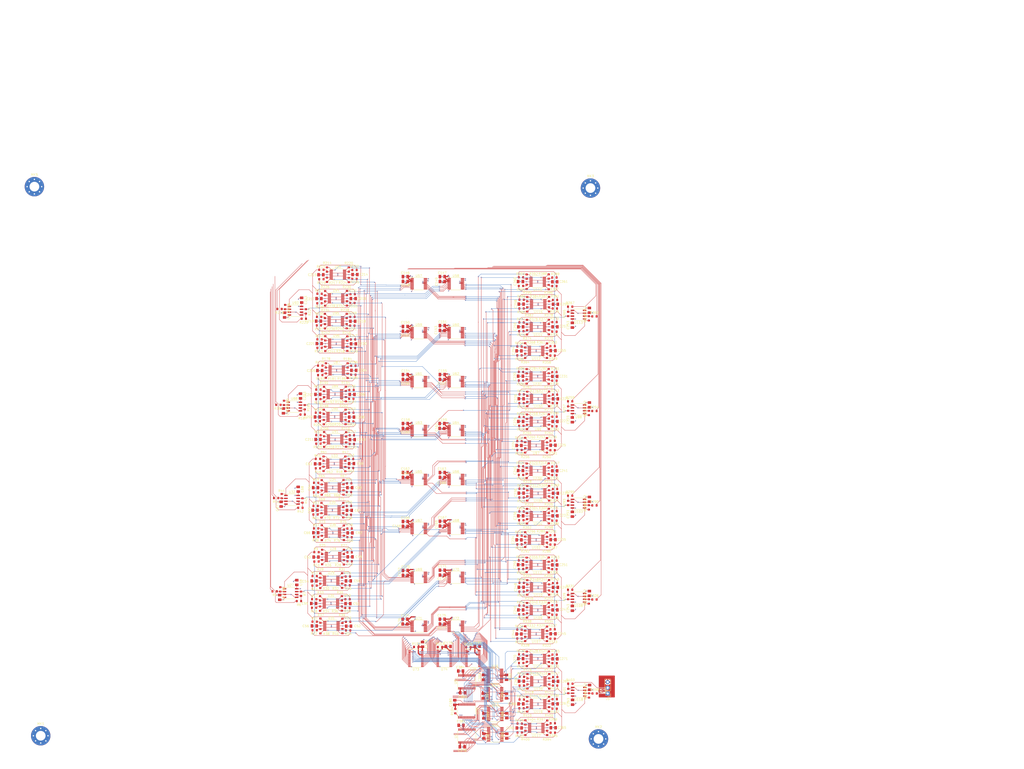
<source format=kicad_pcb>
(kicad_pcb (version 20171130) (host pcbnew "(2018-01-31 revision e69ddf0)-master")
  (layers (0 F.Cu signal) (1 In1.Cu power) (2 In2.Cu power) (31 B.Cu signal) (34 B.Paste user) (35 F.Paste user) (36 B.SilkS user) (37 F.SilkS user) (38 B.Mask user) (39 F.Mask user) (44 Edge.Cuts user))
  (net 0 "")
  (net 1 GNDREF)
  (net 2 +2V5)
  (net 3 +12V)
  (net 4 -2.5V)
  (net 5 -12VA)
  (net 6 "/Audio Mux and Control/Headset LR audio out Mux and Source Selection/MIXER_L_IN")
  (net 7 "/Audio Mux and Control/Headset LR audio out Mux and Source Selection/MIXER_R_IN")
  (net 8 "/Audio Mux and Control/2v5-SCL-0")
  (net 9 "/Audio Mux and Control/2v5-SDA-0")
  (net 10 "/Audio Mux and Control/Stereo Amplifier 1/L_IN")
  (net 11 "/Audio Mux and Control/Stereo Amplifier 1/R_IN")
  (net 12 "/Audio Mux and Control/Stereo Amplifier 0/L_IN")
  (net 13 "/Audio Mux and Control/Stereo Amplifier 0/R_IN")
  (net 14 "/Audio Mux and Control/Stereo Amplifier 2/L_IN")
  (net 15 "/Audio Mux and Control/Stereo Amplifier 2/R_IN")
  (net 16 "/Audio Mux and Control/Stereo Amplifier 3/L_IN")
  (net 17 "/Audio Mux and Control/Stereo Amplifier 3/R_IN")
  (net 18 "/Audio Mux and Control/Stereo Amplifier 4/L_IN")
  (net 19 "/Audio Mux and Control/Stereo Amplifier 4/R_IN")
  (net 20 "/Audio Mux and Control/Stereo Amplifier 5/L_IN")
  (net 21 "/Audio Mux and Control/Stereo Amplifier 5/R_IN")
  (net 22 "/Audio Mux and Control/Stereo Amplifier 6/L_IN")
  (net 23 "/Audio Mux and Control/Stereo Amplifier 6/R_IN")
  (net 24 "/Audio Mux and Control/Stereo Amplifier 7/L_IN")
  (net 25 "/Audio Mux and Control/Stereo Amplifier 7/R_IN")
  (net 26 "Net-(R102-Pad2)")
  (net 27 "Net-(R103-Pad2)")
  (net 28 "Net-(R104-Pad2)")
  (net 29 "Net-(R105-Pad2)")
  (net 30 "Net-(R106-Pad2)")
  (net 31 "/Audio Mux and Control/Headset LR audio out Mux and Source Selection/DEV0_L_0")
  (net 32 "/Audio Mux and Control/Headset LR audio out Mux and Source Selection/Dev 0 1:8 DA/L_Distro_Bus")
  (net 33 "Net-(R108-Pad2)")
  (net 34 "/Audio Mux and Control/Headset LR audio out Mux and Source Selection/DEV0_R_0")
  (net 35 "Net-(R109-Pad2)")
  (net 36 "/Audio Mux and Control/HEADSET-AUDIO-SOURCE-L-0")
  (net 37 "/Audio Mux and Control/Headset LR audio out Mux and Source Selection/Dev 0 1:8 DA/R_Distro_Bus")
  (net 38 "/Audio Mux and Control/Headset LR audio out Mux and Source Selection/DEV0_L_1")
  (net 39 "Net-(R112-Pad2)")
  (net 40 "Net-(R113-Pad2)")
  (net 41 "/Audio Mux and Control/HEADSET-AUDIO-SOURCE-R-0")
  (net 42 "Net-(R116-Pad2)")
  (net 43 "/Audio Mux and Control/Headset LR audio out Mux and Source Selection/DEV0_R_1")
  (net 44 "Net-(R118-Pad2)")
  (net 45 "/Audio Mux and Control/Headset LR audio out Mux and Source Selection/DEV0_L_2")
  (net 46 "/Audio Mux and Control/Headset LR audio out Mux and Source Selection/DEV0_R_2")
  (net 47 "Net-(R120-Pad2)")
  (net 48 "Net-(R122-Pad2)")
  (net 49 "/Audio Mux and Control/Headset LR audio out Mux and Source Selection/DEV0_L_3")
  (net 50 "/Audio Mux and Control/Headset LR audio out Mux and Source Selection/DEV0_R_3")
  (net 51 "Net-(R124-Pad2)")
  (net 52 "/Audio Mux and Control/Headset LR audio out Mux and Source Selection/DEV0_L_4")
  (net 53 "Net-(R126-Pad2)")
  (net 54 "Net-(R128-Pad2)")
  (net 55 "/Audio Mux and Control/Headset LR audio out Mux and Source Selection/DEV0_R_4")
  (net 56 "/Audio Mux and Control/Headset LR audio out Mux and Source Selection/DEV0_L_5")
  (net 57 "Net-(R130-Pad2)")
  (net 58 "Net-(R132-Pad2)")
  (net 59 "/Audio Mux and Control/Headset LR audio out Mux and Source Selection/DEV0_R_5")
  (net 60 "Net-(R134-Pad2)")
  (net 61 "/Audio Mux and Control/Headset LR audio out Mux and Source Selection/DEV0_L_6")
  (net 62 "/Audio Mux and Control/Headset LR audio out Mux and Source Selection/DEV0_R_6")
  (net 63 "Net-(R136-Pad2)")
  (net 64 "Net-(R138-Pad2)")
  (net 65 "/Audio Mux and Control/Headset LR audio out Mux and Source Selection/DEV0_L_7")
  (net 66 "/Audio Mux and Control/Headset LR audio out Mux and Source Selection/DEV0_R_7")
  (net 67 "Net-(R140-Pad2)")
  (net 68 "/Audio Mux and Control/Headset LR audio out Mux and Source Selection/DEV1_L_0")
  (net 69 "Net-(R142-Pad2)")
  (net 70 "/Audio Mux and Control/Headset LR audio out Mux and Source Selection/Dev 1 1:8 DA/L_Distro_Bus")
  (net 71 "Net-(R144-Pad2)")
  (net 72 "Net-(R145-Pad2)")
  (net 73 "/Audio Mux and Control/Headset LR audio out Mux and Source Selection/DEV1_R_0")
  (net 74 "/Audio Mux and Control/HEADSET-AUDIO-SOURCE-L-1")
  (net 75 "/Audio Mux and Control/Headset LR audio out Mux and Source Selection/Dev 1 1:8 DA/R_Distro_Bus")
  (net 76 "Net-(R148-Pad2)")
  (net 77 "/Audio Mux and Control/Headset LR audio out Mux and Source Selection/DEV1_L_1")
  (net 78 "Net-(R149-Pad2)")
  (net 79 "/Audio Mux and Control/HEADSET-AUDIO-SOURCE-R-1")
  (net 80 "/Audio Mux and Control/Headset LR audio out Mux and Source Selection/DEV1_R_1")
  (net 81 "Net-(R152-Pad2)")
  (net 82 "/Audio Mux and Control/Headset LR audio out Mux and Source Selection/DEV1_L_2")
  (net 83 "Net-(R154-Pad2)")
  (net 84 "Net-(R156-Pad2)")
  (net 85 "/Audio Mux and Control/Headset LR audio out Mux and Source Selection/DEV1_R_2")
  (net 86 "/Audio Mux and Control/Headset LR audio out Mux and Source Selection/DEV1_L_3")
  (net 87 "Net-(R158-Pad2)")
  (net 88 "Net-(R160-Pad2)")
  (net 89 "/Audio Mux and Control/Headset LR audio out Mux and Source Selection/DEV1_R_3")
  (net 90 "Net-(R162-Pad2)")
  (net 91 "/Audio Mux and Control/Headset LR audio out Mux and Source Selection/DEV1_L_4")
  (net 92 "/Audio Mux and Control/Headset LR audio out Mux and Source Selection/DEV1_R_4")
  (net 93 "Net-(R164-Pad2)")
  (net 94 "Net-(R166-Pad2)")
  (net 95 "/Audio Mux and Control/Headset LR audio out Mux and Source Selection/DEV1_L_5")
  (net 96 "/Audio Mux and Control/Headset LR audio out Mux and Source Selection/DEV1_R_5")
  (net 97 "Net-(R168-Pad2)")
  (net 98 "/Audio Mux and Control/Headset LR audio out Mux and Source Selection/DEV1_L_6")
  (net 99 "Net-(R170-Pad2)")
  (net 100 "Net-(R172-Pad2)")
  (net 101 "/Audio Mux and Control/Headset LR audio out Mux and Source Selection/DEV1_R_6")
  (net 102 "/Audio Mux and Control/Headset LR audio out Mux and Source Selection/DEV1_L_7")
  (net 103 "Net-(R174-Pad2)")
  (net 104 "Net-(R176-Pad2)")
  (net 105 "/Audio Mux and Control/Headset LR audio out Mux and Source Selection/DEV1_R_7")
  (net 106 "Net-(R178-Pad2)")
  (net 107 "/Audio Mux and Control/Headset LR audio out Mux and Source Selection/DEV2_L_0")
  (net 108 "/Audio Mux and Control/Headset LR audio out Mux and Source Selection/Dev 2 1:8 DA/L_Distro_Bus")
  (net 109 "Net-(R180-Pad2)")
  (net 110 "/Audio Mux and Control/Headset LR audio out Mux and Source Selection/DEV2_R_0")
  (net 111 "Net-(R181-Pad2)")
  (net 112 "/Audio Mux and Control/HEADSET-AUDIO-SOURCE-L-2")
  (net 113 "/Audio Mux and Control/Headset LR audio out Mux and Source Selection/Dev 2 1:8 DA/R_Distro_Bus")
  (net 114 "/Audio Mux and Control/Headset LR audio out Mux and Source Selection/DEV2_L_1")
  (net 115 "Net-(R184-Pad2)")
  (net 116 "Net-(R185-Pad2)")
  (net 117 "/Audio Mux and Control/HEADSET-AUDIO-SOURCE-R-2")
  (net 118 "Net-(R188-Pad2)")
  (net 119 "/Audio Mux and Control/Headset LR audio out Mux and Source Selection/DEV2_R_1")
  (net 120 "Net-(R190-Pad2)")
  (net 121 "/Audio Mux and Control/Headset LR audio out Mux and Source Selection/DEV2_L_2")
  (net 122 "/Audio Mux and Control/Headset LR audio out Mux and Source Selection/DEV2_R_2")
  (net 123 "Net-(R192-Pad2)")
  (net 124 "Net-(R194-Pad2)")
  (net 125 "/Audio Mux and Control/Headset LR audio out Mux and Source Selection/DEV2_L_3")
  (net 126 "/Audio Mux and Control/Headset LR audio out Mux and Source Selection/DEV2_R_3")
  (net 127 "Net-(R196-Pad2)")
  (net 128 "/Audio Mux and Control/Headset LR audio out Mux and Source Selection/DEV2_L_4")
  (net 129 "Net-(R198-Pad2)")
  (net 130 "Net-(R200-Pad2)")
  (net 131 "/Audio Mux and Control/Headset LR audio out Mux and Source Selection/DEV2_R_4")
  (net 132 "/Audio Mux and Control/Headset LR audio out Mux and Source Selection/DEV2_L_5")
  (net 133 "Net-(R202-Pad2)")
  (net 134 "Net-(R204-Pad2)")
  (net 135 "/Audio Mux and Control/Headset LR audio out Mux and Source Selection/DEV2_R_5")
  (net 136 "Net-(R206-Pad2)")
  (net 137 "/Audio Mux and Control/Headset LR audio out Mux and Source Selection/DEV2_L_6")
  (net 138 "/Audio Mux and Control/Headset LR audio out Mux and Source Selection/DEV2_R_6")
  (net 139 "Net-(R208-Pad2)")
  (net 140 "Net-(R210-Pad2)")
  (net 141 "/Audio Mux and Control/Headset LR audio out Mux and Source Selection/DEV2_L_7")
  (net 142 "/Audio Mux and Control/Headset LR audio out Mux and Source Selection/DEV2_R_7")
  (net 143 "Net-(R212-Pad2)")
  (net 144 "/Audio Mux and Control/Headset LR audio out Mux and Source Selection/DEV3_L_0")
  (net 145 "Net-(R214-Pad2)")
  (net 146 "/Audio Mux and Control/Headset LR audio out Mux and Source Selection/Dev 3 1:8 DA/L_Distro_Bus")
  (net 147 "Net-(R216-Pad2)")
  (net 148 "Net-(R217-Pad2)")
  (net 149 "/Audio Mux and Control/Headset LR audio out Mux and Source Selection/DEV3_R_0")
  (net 150 "/Audio Mux and Control/HEADSET-AUDIO-SOURCE-L-3")
  (net 151 "/Audio Mux and Control/Headset LR audio out Mux and Source Selection/Dev 3 1:8 DA/R_Distro_Bus")
  (net 152 "Net-(R220-Pad2)")
  (net 153 "/Audio Mux and Control/Headset LR audio out Mux and Source Selection/DEV3_L_1")
  (net 154 "Net-(R221-Pad2)")
  (net 155 "/Audio Mux and Control/HEADSET-AUDIO-SOURCE-R-3")
  (net 156 "/Audio Mux and Control/Headset LR audio out Mux and Source Selection/DEV3_R_1")
  (net 157 "Net-(R224-Pad2)")
  (net 158 "/Audio Mux and Control/Headset LR audio out Mux and Source Selection/DEV3_L_2")
  (net 159 "Net-(R226-Pad2)")
  (net 160 "Net-(R228-Pad2)")
  (net 161 "/Audio Mux and Control/Headset LR audio out Mux and Source Selection/DEV3_R_2")
  (net 162 "/Audio Mux and Control/Headset LR audio out Mux and Source Selection/DEV3_L_3")
  (net 163 "Net-(R230-Pad2)")
  (net 164 "Net-(R232-Pad2)")
  (net 165 "/Audio Mux and Control/Headset LR audio out Mux and Source Selection/DEV3_R_3")
  (net 166 "Net-(R234-Pad2)")
  (net 167 "/Audio Mux and Control/Headset LR audio out Mux and Source Selection/DEV3_L_4")
  (net 168 "/Audio Mux and Control/Headset LR audio out Mux and Source Selection/DEV3_R_4")
  (net 169 "Net-(R236-Pad2)")
  (net 170 "Net-(R238-Pad2)")
  (net 171 "/Audio Mux and Control/Headset LR audio out Mux and Source Selection/DEV3_L_5")
  (net 172 "/Audio Mux and Control/Headset LR audio out Mux and Source Selection/DEV3_R_5")
  (net 173 "Net-(R240-Pad2)")
  (net 174 "/Audio Mux and Control/Headset LR audio out Mux and Source Selection/DEV3_L_6")
  (net 175 "Net-(R242-Pad2)")
  (net 176 "Net-(R244-Pad2)")
  (net 177 "/Audio Mux and Control/Headset LR audio out Mux and Source Selection/DEV3_R_6")
  (net 178 "/Audio Mux and Control/Headset LR audio out Mux and Source Selection/DEV3_L_7")
  (net 179 "Net-(R246-Pad2)")
  (net 180 "Net-(R248-Pad2)")
  (net 181 "/Audio Mux and Control/Headset LR audio out Mux and Source Selection/DEV3_R_7")
  (net 182 "Net-(R250-Pad2)")
  (net 183 "/Audio Mux and Control/Headset LR audio out Mux and Source Selection/DEV5_L_0")
  (net 184 "/Audio Mux and Control/Headset LR audio out Mux and Source Selection/Dev 5 1:8 DA/L_Distro_Bus")
  (net 185 "Net-(R252-Pad2)")
  (net 186 "/Audio Mux and Control/Headset LR audio out Mux and Source Selection/DEV5_R_0")
  (net 187 "Net-(R253-Pad2)")
  (net 188 "/Audio Mux and Control/HEADSET-AUDIO-SOURCE-L-5")
  (net 189 "/Audio Mux and Control/Headset LR audio out Mux and Source Selection/Dev 5 1:8 DA/R_Distro_Bus")
  (net 190 "/Audio Mux and Control/Headset LR audio out Mux and Source Selection/DEV5_L_1")
  (net 191 "Net-(R256-Pad2)")
  (net 192 "Net-(R257-Pad2)")
  (net 193 "/Audio Mux and Control/HEADSET-AUDIO-SOURCE-R-5")
  (net 194 "Net-(R260-Pad2)")
  (net 195 "/Audio Mux and Control/Headset LR audio out Mux and Source Selection/DEV5_R_1")
  (net 196 "/Audio Mux and Control/Headset LR audio out Mux and Source Selection/DEV5_L_2")
  (net 197 "Net-(R262-Pad2)")
  (net 198 "/Audio Mux and Control/Headset LR audio out Mux and Source Selection/DEV5_R_2")
  (net 199 "Net-(R264-Pad2)")
  (net 200 "Net-(R266-Pad2)")
  (net 201 "/Audio Mux and Control/Headset LR audio out Mux and Source Selection/DEV5_L_3")
  (net 202 "/Audio Mux and Control/Headset LR audio out Mux and Source Selection/DEV5_R_3")
  (net 203 "Net-(R268-Pad2)")
  (net 204 "/Audio Mux and Control/Headset LR audio out Mux and Source Selection/DEV5_L_4")
  (net 205 "Net-(R270-Pad2)")
  (net 206 "Net-(R272-Pad2)")
  (net 207 "/Audio Mux and Control/Headset LR audio out Mux and Source Selection/DEV5_R_4")
  (net 208 "/Audio Mux and Control/Headset LR audio out Mux and Source Selection/DEV5_L_5")
  (net 209 "Net-(R274-Pad2)")
  (net 210 "Net-(R276-Pad2)")
  (net 211 "/Audio Mux and Control/Headset LR audio out Mux and Source Selection/DEV5_R_5")
  (net 212 "Net-(R278-Pad2)")
  (net 213 "/Audio Mux and Control/Headset LR audio out Mux and Source Selection/DEV5_L_6")
  (net 214 "/Audio Mux and Control/Headset LR audio out Mux and Source Selection/DEV5_R_6")
  (net 215 "Net-(R280-Pad2)")
  (net 216 "Net-(R282-Pad2)")
  (net 217 "/Audio Mux and Control/Headset LR audio out Mux and Source Selection/DEV5_L_7")
  (net 218 "/Audio Mux and Control/Headset LR audio out Mux and Source Selection/DEV5_R_7")
  (net 219 "Net-(R284-Pad2)")
  (net 220 "/Audio Mux and Control/Headset LR audio out Mux and Source Selection/DEV6_L_0")
  (net 221 "Net-(R286-Pad2)")
  (net 222 "/Audio Mux and Control/Headset LR audio out Mux and Source Selection/Dev 6 1:8 DA/L_Distro_Bus")
  (net 223 "Net-(R288-Pad2)")
  (net 224 "Net-(R289-Pad2)")
  (net 225 "/Audio Mux and Control/Headset LR audio out Mux and Source Selection/DEV6_R_0")
  (net 226 "/Audio Mux and Control/HEADSET-AUDIO-SOURCE-L-6")
  (net 227 "/Audio Mux and Control/Headset LR audio out Mux and Source Selection/Dev 6 1:8 DA/R_Distro_Bus")
  (net 228 "Net-(R292-Pad2)")
  (net 229 "/Audio Mux and Control/Headset LR audio out Mux and Source Selection/DEV6_L_1")
  (net 230 "Net-(R293-Pad2)")
  (net 231 "/Audio Mux and Control/HEADSET-AUDIO-SOURCE-R-6")
  (net 232 "/Audio Mux and Control/Headset LR audio out Mux and Source Selection/DEV6_R_1")
  (net 233 "Net-(R296-Pad2)")
  (net 234 "/Audio Mux and Control/Headset LR audio out Mux and Source Selection/DEV6_L_2")
  (net 235 "Net-(R298-Pad2)")
  (net 236 "Net-(R300-Pad2)")
  (net 237 "/Audio Mux and Control/Headset LR audio out Mux and Source Selection/DEV6_R_2")
  (net 238 "/Audio Mux and Control/Headset LR audio out Mux and Source Selection/DEV6_L_3")
  (net 239 "Net-(R302-Pad2)")
  (net 240 "Net-(R304-Pad2)")
  (net 241 "/Audio Mux and Control/Headset LR audio out Mux and Source Selection/DEV6_R_3")
  (net 242 "Net-(R306-Pad2)")
  (net 243 "/Audio Mux and Control/Headset LR audio out Mux and Source Selection/DEV6_L_4")
  (net 244 "/Audio Mux and Control/Headset LR audio out Mux and Source Selection/DEV6_R_4")
  (net 245 "Net-(R308-Pad2)")
  (net 246 "Net-(R310-Pad2)")
  (net 247 "/Audio Mux and Control/Headset LR audio out Mux and Source Selection/DEV6_L_5")
  (net 248 "/Audio Mux and Control/Headset LR audio out Mux and Source Selection/DEV6_R_5")
  (net 249 "Net-(R312-Pad2)")
  (net 250 "/Audio Mux and Control/Headset LR audio out Mux and Source Selection/DEV6_L_6")
  (net 251 "Net-(R314-Pad2)")
  (net 252 "Net-(R316-Pad2)")
  (net 253 "/Audio Mux and Control/Headset LR audio out Mux and Source Selection/DEV6_R_6")
  (net 254 "/Audio Mux and Control/Headset LR audio out Mux and Source Selection/DEV6_L_7")
  (net 255 "Net-(R318-Pad2)")
  (net 256 "Net-(R320-Pad2)")
  (net 257 "/Audio Mux and Control/Headset LR audio out Mux and Source Selection/DEV6_R_7")
  (net 258 "Net-(R322-Pad2)")
  (net 259 "/Audio Mux and Control/Headset LR audio out Mux and Source Selection/DEV7_L_0")
  (net 260 "/Audio Mux and Control/Headset LR audio out Mux and Source Selection/Dev 7 1:8 DA/L_Distro_Bus")
  (net 261 "Net-(R324-Pad2)")
  (net 262 "/Audio Mux and Control/Headset LR audio out Mux and Source Selection/DEV7_R_0")
  (net 263 "Net-(R325-Pad2)")
  (net 264 "/Audio Mux and Control/HEADSET-AUDIO-SOURCE-L-7")
  (net 265 "/Audio Mux and Control/Headset LR audio out Mux and Source Selection/Dev 7 1:8 DA/R_Distro_Bus")
  (net 266 "/Audio Mux and Control/Headset LR audio out Mux and Source Selection/DEV7_L_1")
  (net 267 "Net-(R328-Pad2)")
  (net 268 "Net-(R329-Pad2)")
  (net 269 "/Audio Mux and Control/HEADSET-AUDIO-SOURCE-R-7")
  (net 270 "Net-(R332-Pad2)")
  (net 271 "/Audio Mux and Control/Headset LR audio out Mux and Source Selection/DEV7_R_1")
  (net 272 "Net-(R334-Pad2)")
  (net 273 "/Audio Mux and Control/Headset LR audio out Mux and Source Selection/DEV7_L_2")
  (net 274 "/Audio Mux and Control/Headset LR audio out Mux and Source Selection/DEV7_R_2")
  (net 275 "Net-(R336-Pad2)")
  (net 276 "Net-(R338-Pad2)")
  (net 277 "/Audio Mux and Control/Headset LR audio out Mux and Source Selection/DEV7_L_3")
  (net 278 "/Audio Mux and Control/Headset LR audio out Mux and Source Selection/DEV7_R_3")
  (net 279 "Net-(R340-Pad2)")
  (net 280 "/Audio Mux and Control/Headset LR audio out Mux and Source Selection/DEV7_L_4")
  (net 281 "Net-(R342-Pad2)")
  (net 282 "Net-(R344-Pad2)")
  (net 283 "/Audio Mux and Control/Headset LR audio out Mux and Source Selection/DEV7_R_4")
  (net 284 "/Audio Mux and Control/Headset LR audio out Mux and Source Selection/DEV7_L_5")
  (net 285 "Net-(R346-Pad2)")
  (net 286 "Net-(R348-Pad2)")
  (net 287 "/Audio Mux and Control/Headset LR audio out Mux and Source Selection/DEV7_R_5")
  (net 288 "Net-(R350-Pad2)")
  (net 289 "/Audio Mux and Control/Headset LR audio out Mux and Source Selection/DEV7_L_6")
  (net 290 "/Audio Mux and Control/Headset LR audio out Mux and Source Selection/DEV7_R_6")
  (net 291 "Net-(R352-Pad2)")
  (net 292 "Net-(R354-Pad2)")
  (net 293 "/Audio Mux and Control/Headset LR audio out Mux and Source Selection/DEV7_L_7")
  (net 294 "/Audio Mux and Control/Headset LR audio out Mux and Source Selection/DEV7_R_7")
  (net 295 "Net-(R356-Pad2)")
  (net 296 "/Audio Mux and Control/Headset LR audio out Mux and Source Selection/DEV4_L_0")
  (net 297 "Net-(R358-Pad2)")
  (net 298 "/Audio Mux and Control/Headset LR audio out Mux and Source Selection/Dev 4 1:8 DA/L_Distro_Bus")
  (net 299 "Net-(R360-Pad2)")
  (net 300 "Net-(R361-Pad2)")
  (net 301 "/Audio Mux and Control/Headset LR audio out Mux and Source Selection/DEV4_R_0")
  (net 302 "/Audio Mux and Control/HEADSET-AUDIO-SOURCE-L-4")
  (net 303 "/Audio Mux and Control/Headset LR audio out Mux and Source Selection/Dev 4 1:8 DA/R_Distro_Bus")
  (net 304 "Net-(R364-Pad2)")
  (net 305 "/Audio Mux and Control/Headset LR audio out Mux and Source Selection/DEV4_L_1")
  (net 306 "Net-(R365-Pad2)")
  (net 307 "/Audio Mux and Control/HEADSET-AUDIO-SOURCE-R-4")
  (net 308 "Net-(R368-Pad2)")
  (net 309 "/Audio Mux and Control/Headset LR audio out Mux and Source Selection/DEV4_R_1")
  (net 310 "/Audio Mux and Control/Headset LR audio out Mux and Source Selection/DEV4_L_2")
  (net 311 "Net-(R370-Pad2)")
  (net 312 "/Audio Mux and Control/Headset LR audio out Mux and Source Selection/DEV4_R_2")
  (net 313 "Net-(R372-Pad2)")
  (net 314 "Net-(R374-Pad2)")
  (net 315 "/Audio Mux and Control/Headset LR audio out Mux and Source Selection/DEV4_L_3")
  (net 316 "Net-(R376-Pad2)")
  (net 317 "/Audio Mux and Control/Headset LR audio out Mux and Source Selection/DEV4_R_3")
  (net 318 "/Audio Mux and Control/Headset LR audio out Mux and Source Selection/DEV4_L_4")
  (net 319 "Net-(R378-Pad2)")
  (net 320 "Net-(R380-Pad2)")
  (net 321 "/Audio Mux and Control/Headset LR audio out Mux and Source Selection/DEV4_R_4")
  (net 322 "Net-(R382-Pad2)")
  (net 323 "/Audio Mux and Control/Headset LR audio out Mux and Source Selection/DEV4_L_5")
  (net 324 "/Audio Mux and Control/Headset LR audio out Mux and Source Selection/DEV4_R_5")
  (net 325 "Net-(R384-Pad2)")
  (net 326 "Net-(R386-Pad2)")
  (net 327 "/Audio Mux and Control/Headset LR audio out Mux and Source Selection/DEV4_L_6")
  (net 328 "/Audio Mux and Control/Headset LR audio out Mux and Source Selection/DEV4_R_6")
  (net 329 "Net-(R388-Pad2)")
  (net 330 "Net-(R390-Pad2)")
  (net 331 "/Audio Mux and Control/Headset LR audio out Mux and Source Selection/DEV4_L_7")
  (net 332 "/Audio Mux and Control/Headset LR audio out Mux and Source Selection/DEV4_R_7")
  (net 333 "Net-(R392-Pad2)")
  (net 334 "Net-(R394-Pad2)")
  (net 335 "/Audio Mux and Control/Headset LR audio out Mux and Source Selection/MIXER_OUT_L0")
  (net 336 "/Audio Mux and Control/Headset LR audio out Mux and Source Selection/Mixer Out 1:8 DA/L_Distro_Bus")
  (net 337 "Net-(R396-Pad2)")
  (net 338 "/Audio Mux and Control/Headset LR audio out Mux and Source Selection/MIXER_OUT_R0")
  (net 339 "Net-(R397-Pad2)")
  (net 340 "/Audio Mux and Control/Headset LR audio out Mux and Source Selection/Mixer Out 1:8 DA/R_Distro_Bus")
  (net 341 "Net-(R400-Pad2)")
  (net 342 "/Audio Mux and Control/Headset LR audio out Mux and Source Selection/MIXER_OUT_L1")
  (net 343 "Net-(R401-Pad2)")
  (net 344 "Net-(R404-Pad2)")
  (net 345 "/Audio Mux and Control/Headset LR audio out Mux and Source Selection/MIXER_OUT_R1")
  (net 346 "/Audio Mux and Control/Headset LR audio out Mux and Source Selection/MIXER_OUT_L2")
  (net 347 "Net-(R406-Pad2)")
  (net 348 "Net-(R408-Pad2)")
  (net 349 "/Audio Mux and Control/Headset LR audio out Mux and Source Selection/MIXER_OUT_R2")
  (net 350 "/Audio Mux and Control/Headset LR audio out Mux and Source Selection/MIXER_OUT_L3")
  (net 351 "Net-(R410-Pad2)")
  (net 352 "/Audio Mux and Control/Headset LR audio out Mux and Source Selection/MIXER_OUT_R3")
  (net 353 "Net-(R412-Pad2)")
  (net 354 "/Audio Mux and Control/Headset LR audio out Mux and Source Selection/MIXER_OUT_L4")
  (net 355 "Net-(R414-Pad2)")
  (net 356 "Net-(R416-Pad2)")
  (net 357 "/Audio Mux and Control/Headset LR audio out Mux and Source Selection/MIXER_OUT_R4")
  (net 358 "Net-(R418-Pad2)")
  (net 359 "/Audio Mux and Control/Headset LR audio out Mux and Source Selection/MIXER_OUT_L5")
  (net 360 "/Audio Mux and Control/Headset LR audio out Mux and Source Selection/MIXER_OUT_R5")
  (net 361 "Net-(R420-Pad2)")
  (net 362 "/Audio Mux and Control/Headset LR audio out Mux and Source Selection/MIXER_OUT_L6")
  (net 363 "Net-(R422-Pad2)")
  (net 364 "Net-(R424-Pad2)")
  (net 365 "/Audio Mux and Control/Headset LR audio out Mux and Source Selection/MIXER_OUT_R6")
  (net 366 "/Audio Mux and Control/Headset LR audio out Mux and Source Selection/MIXER_OUT_L7")
  (net 367 "Net-(R426-Pad2)")
  (net 368 "/Audio Mux and Control/Headset LR audio out Mux and Source Selection/MIXER_OUT_R7")
  (net 369 "Net-(R428-Pad2)")
  (net 370 "/Arduino Nano Header Connections + Ethernet connection/D2_SPST")
  (net 371 "/Audio Mux and Control/R_OUT3")
  (net 372 "/Audio Mux and Control/L_OUT3")
  (net 373 "/Audio Mux and Control/R_OUT2")
  (net 374 "/Audio Mux and Control/L_OUT0")
  (net 375 "/Audio Mux and Control/R_OUT0")
  (net 376 "/Audio Mux and Control/L_OUT1")
  (net 377 "/Audio Mux and Control/R_OUT1")
  (net 378 "/Audio Mux and Control/L_OUT2")
  (net 379 "/Audio Mux and Control/L_OUT7")
  (net 380 "/Audio Mux and Control/R_OUT7")
  (net 381 "/Audio Mux and Control/R_OUT6")
  (net 382 "/Audio Mux and Control/L_OUT6")
  (net 383 "/Audio Mux and Control/R_OUT5")
  (net 384 "/Audio Mux and Control/L_OUT5")
  (net 385 "/Audio Mux and Control/R_OUT4")
  (net 386 "/Audio Mux and Control/L_OUT4")
  (net 387 "/Audio Mux and Control/Headset LR audio out Mux and Source Selection/SPDT_CTL0")
  (net 388 "/Audio Mux and Control/Headset LR audio out Mux and Source Selection/MIDL0")
  (net 389 "/Audio Mux and Control/Headset LR audio out Mux and Source Selection/MIDR0")
  (net 390 "/Audio Mux and Control/Headset LR audio out Mux and Source Selection/SPDT_CTL1")
  (net 391 "/Audio Mux and Control/Headset LR audio out Mux and Source Selection/SPDT_CTL2")
  (net 392 "/Audio Mux and Control/Headset LR audio out Mux and Source Selection/MIDL1")
  (net 393 "/Audio Mux and Control/Headset LR audio out Mux and Source Selection/MIDR1")
  (net 394 "/Audio Mux and Control/Headset LR audio out Mux and Source Selection/SPDT_CTL3")
  (net 395 "/Audio Mux and Control/Headset LR audio out Mux and Source Selection/SPDT_CTL7")
  (net 396 "/Audio Mux and Control/Headset LR audio out Mux and Source Selection/MIDR3")
  (net 397 "/Audio Mux and Control/Headset LR audio out Mux and Source Selection/MIDL3")
  (net 398 "/Audio Mux and Control/Headset LR audio out Mux and Source Selection/SPDT_CTL6")
  (net 399 "/Audio Mux and Control/Headset LR audio out Mux and Source Selection/SPDT_CTL5")
  (net 400 "/Audio Mux and Control/Headset LR audio out Mux and Source Selection/MIDR2")
  (net 401 "/Audio Mux and Control/Headset LR audio out Mux and Source Selection/MIDL2")
  (net 402 "/Audio Mux and Control/Headset LR audio out Mux and Source Selection/SPDT_CTL4")
  (net 403 "/Audio Mux and Control/Headset LR audio out Mux and Source Selection/SPDT_CTL8")
  (net 404 "/Audio Mux and Control/Headset LR audio out Mux and Source Selection/MIDL4")
  (net 405 "/Audio Mux and Control/Headset LR audio out Mux and Source Selection/MIDR4")
  (net 406 "/Audio Mux and Control/Headset LR audio out Mux and Source Selection/SPDT_CTL9")
  (net 407 "/Audio Mux and Control/Headset LR audio out Mux and Source Selection/SPDT_CTL10")
  (net 408 "/Audio Mux and Control/Headset LR audio out Mux and Source Selection/MIDL5")
  (net 409 "/Audio Mux and Control/Headset LR audio out Mux and Source Selection/MIDR5")
  (net 410 "/Audio Mux and Control/Headset LR audio out Mux and Source Selection/SPDT_CTL11")
  (net 411 "/Audio Mux and Control/Headset LR audio out Mux and Source Selection/SPDT_CTL15")
  (net 412 "/Audio Mux and Control/Headset LR audio out Mux and Source Selection/MIDR7")
  (net 413 "/Audio Mux and Control/Headset LR audio out Mux and Source Selection/MIDL7")
  (net 414 "/Audio Mux and Control/Headset LR audio out Mux and Source Selection/SPDT_CTL14")
  (net 415 "/Audio Mux and Control/Headset LR audio out Mux and Source Selection/SPDT_CTL13")
  (net 416 "/Audio Mux and Control/Headset LR audio out Mux and Source Selection/MIDR6")
  (net 417 "/Audio Mux and Control/Headset LR audio out Mux and Source Selection/MIDL6")
  (net 418 "/Audio Mux and Control/Headset LR audio out Mux and Source Selection/SPDT_CTL12")
  (net 419 "/Audio Mux and Control/Headset LR audio out Mux and Source Selection/DEV_XBAR_CTL0")
  (net 420 "/Audio Mux and Control/Headset LR audio out Mux and Source Selection/DEV_XBAR_CTL2")
  (net 421 "/Audio Mux and Control/Headset LR audio out Mux and Source Selection/DEV_XBAR_CTL1")
  (net 422 "/Audio Mux and Control/Headset LR audio out Mux and Source Selection/DEV_XBAR_CTL25")
  (net 423 "/Audio Mux and Control/Headset LR audio out Mux and Source Selection/DEV_XBAR_CTL26")
  (net 424 "/Audio Mux and Control/Headset LR audio out Mux and Source Selection/DEV_XBAR_CTL24")
  (net 425 "/Audio Mux and Control/Headset LR audio out Mux and Source Selection/DEV_XBAR_CTL3")
  (net 426 "/Audio Mux and Control/Headset LR audio out Mux and Source Selection/DEV_XBAR_CTL5")
  (net 427 "/Audio Mux and Control/Headset LR audio out Mux and Source Selection/DEV_XBAR_CTL4")
  (net 428 "/Audio Mux and Control/Headset LR audio out Mux and Source Selection/DEV_XBAR_CTL27")
  (net 429 "/Audio Mux and Control/Headset LR audio out Mux and Source Selection/DEV_XBAR_CTL29")
  (net 430 "/Audio Mux and Control/Headset LR audio out Mux and Source Selection/DEV_XBAR_CTL28")
  (net 431 "/Audio Mux and Control/Headset LR audio out Mux and Source Selection/DEV_XBAR_CTL7")
  (net 432 "/Audio Mux and Control/Headset LR audio out Mux and Source Selection/DEV_XBAR_CTL8")
  (net 433 "/Audio Mux and Control/Headset LR audio out Mux and Source Selection/DEV_XBAR_CTL6")
  (net 434 "/Audio Mux and Control/Headset LR audio out Mux and Source Selection/DEV_XBAR_CTL31")
  (net 435 "/Audio Mux and Control/Headset LR audio out Mux and Source Selection/DEV_XBAR_CTL32")
  (net 436 "/Audio Mux and Control/Headset LR audio out Mux and Source Selection/DEV_XBAR_CTL30")
  (net 437 "/Audio Mux and Control/Headset LR audio out Mux and Source Selection/DEV_XBAR_CTL9")
  (net 438 "/Audio Mux and Control/Headset LR audio out Mux and Source Selection/DEV_XBAR_CTL11")
  (net 439 "/Audio Mux and Control/Headset LR audio out Mux and Source Selection/DEV_XBAR_CTL10")
  (net 440 "/Audio Mux and Control/Headset LR audio out Mux and Source Selection/DEV_XBAR_CTL33")
  (net 441 "/Audio Mux and Control/Headset LR audio out Mux and Source Selection/DEV_XBAR_CTL35")
  (net 442 "/Audio Mux and Control/Headset LR audio out Mux and Source Selection/DEV_XBAR_CTL34")
  (net 443 "/Audio Mux and Control/Headset LR audio out Mux and Source Selection/DEV_XBAR_CTL13")
  (net 444 "/Audio Mux and Control/Headset LR audio out Mux and Source Selection/DEV_XBAR_CTL14")
  (net 445 "/Audio Mux and Control/Headset LR audio out Mux and Source Selection/DEV_XBAR_CTL12")
  (net 446 "/Audio Mux and Control/Headset LR audio out Mux and Source Selection/DEV_XBAR_CTL36")
  (net 447 "/Audio Mux and Control/Headset LR audio out Mux and Source Selection/DEV_XBAR_CTL38")
  (net 448 "/Audio Mux and Control/Headset LR audio out Mux and Source Selection/DEV_XBAR_CTL37")
  (net 449 "/Audio Mux and Control/Headset LR audio out Mux and Source Selection/DEV_XBAR_CTL15")
  (net 450 "/Audio Mux and Control/Headset LR audio out Mux and Source Selection/DEV_XBAR_CTL17")
  (net 451 "/Audio Mux and Control/Headset LR audio out Mux and Source Selection/DEV_XBAR_CTL16")
  (net 452 "/Audio Mux and Control/Headset LR audio out Mux and Source Selection/DEV_XBAR_CTL40")
  (net 453 "/Audio Mux and Control/Headset LR audio out Mux and Source Selection/DEV_XBAR_CTL41")
  (net 454 "/Audio Mux and Control/Headset LR audio out Mux and Source Selection/DEV_XBAR_CTL39")
  (net 455 "/Audio Mux and Control/Headset LR audio out Mux and Source Selection/DEV_XBAR_CTL19")
  (net 456 "/Audio Mux and Control/Headset LR audio out Mux and Source Selection/DEV_XBAR_CTL20")
  (net 457 "/Audio Mux and Control/Headset LR audio out Mux and Source Selection/DEV_XBAR_CTL18")
  (net 458 "/Audio Mux and Control/Headset LR audio out Mux and Source Selection/DEV_XBAR_CTL42")
  (net 459 "/Audio Mux and Control/Headset LR audio out Mux and Source Selection/DEV_XBAR_CTL44")
  (net 460 "/Audio Mux and Control/Headset LR audio out Mux and Source Selection/DEV_XBAR_CTL43")
  (net 461 "/Audio Mux and Control/Headset LR audio out Mux and Source Selection/DEV_XBAR_CTL21")
  (net 462 "/Audio Mux and Control/Headset LR audio out Mux and Source Selection/DEV_XBAR_CTL23")
  (net 463 "/Audio Mux and Control/Headset LR audio out Mux and Source Selection/DEV_XBAR_CTL22")
  (net 464 "/Audio Mux and Control/Headset LR audio out Mux and Source Selection/DEV_XBAR_CTL46")
  (net 465 "/Audio Mux and Control/Headset LR audio out Mux and Source Selection/DEV_XBAR_CTL47")
  (net 466 "/Audio Mux and Control/Headset LR audio out Mux and Source Selection/DEV_XBAR_CTL45")
  (module Capacitor_SMD:C_0805_2012Metric_Pad1.15x1.50mm_HandSolder (layer F.Cu) (at 357.124 164.338 180)
    (fp_text reference C146 (at 0 1.651 180) (layer F.SilkS))
    (fp_text value 0.1uF)
    (pad 2 smd rect (at 1.0425 0 180) (size 1.145 1.5) (layers F.Cu F.Paste F.Mask) (net 1 GNDREF))
    (pad 1 smd rect (at -1.0425 0 180) (size 1.145 1.5) (layers F.Cu F.Paste F.Mask) (net 2 +2V5))
  )
  (module Capacitor_SMD:C_0805_2012Metric_Pad1.15x1.50mm_HandSolder (layer F.Cu) (at 373.507 164.338 180)
    (fp_text reference C147 (at 0 1.651 180) (layer F.SilkS))
    (fp_text value 0.1uF)
    (pad 2 smd rect (at 1.0425 0 180) (size 1.145 1.5) (layers F.Cu F.Paste F.Mask) (net 1 GNDREF))
    (pad 1 smd rect (at -1.0425 0 180) (size 1.145 1.5) (layers F.Cu F.Paste F.Mask) (net 2 +2V5))
  )
  (module Capacitor_SMD:C_0805_2012Metric_Pad1.15x1.50mm_HandSolder (layer F.Cu) (at 357.124 166.497)
    (fp_text reference C148 (at 0 1.651) (layer F.SilkS))
    (fp_text value 0.1uF)
    (pad 1 smd rect (at -1.0425 0) (size 1.145 1.5) (layers F.Cu F.Paste F.Mask) (net 1 GNDREF))
    (pad 2 smd rect (at 1.0425 0) (size 1.145 1.5) (layers F.Cu F.Paste F.Mask) (net 4 -2.5V))
  )
  (module Capacitor_SMD:C_0805_2012Metric_Pad1.15x1.50mm_HandSolder (layer F.Cu) (at 373.507 166.497)
    (fp_text reference C149 (at -2.54 0.127 90) (layer F.SilkS))
    (fp_text value 0.1uF)
    (pad 1 smd rect (at -1.0425 0) (size 1.145 1.5) (layers F.Cu F.Paste F.Mask) (net 1 GNDREF))
    (pad 2 smd rect (at 1.0425 0) (size 1.145 1.5) (layers F.Cu F.Paste F.Mask) (net 4 -2.5V))
  )
  (module Capacitor_SMD:C_0805_2012Metric_Pad1.15x1.50mm_HandSolder (layer F.Cu) (at 357.124 186.436 180)
    (fp_text reference C150 (at 0 1.778 180) (layer F.SilkS))
    (fp_text value 0.1uF)
    (pad 2 smd rect (at 1.0425 0 180) (size 1.145 1.5) (layers F.Cu F.Paste F.Mask) (net 1 GNDREF))
    (pad 1 smd rect (at -1.0425 0 180) (size 1.145 1.5) (layers F.Cu F.Paste F.Mask) (net 2 +2V5))
  )
  (module Capacitor_SMD:C_0805_2012Metric_Pad1.15x1.50mm_HandSolder (layer F.Cu) (at 373.507 186.055 180)
    (fp_text reference C151 (at -0.127 1.651 180) (layer F.SilkS))
    (fp_text value 0.1uF)
    (pad 2 smd rect (at 1.0425 0 180) (size 1.145 1.5) (layers F.Cu F.Paste F.Mask) (net 1 GNDREF))
    (pad 1 smd rect (at -1.0425 0 180) (size 1.145 1.5) (layers F.Cu F.Paste F.Mask) (net 2 +2V5))
  )
  (module Capacitor_SMD:C_0805_2012Metric_Pad1.15x1.50mm_HandSolder (layer F.Cu) (at 357.124 188.595)
    (fp_text reference C152 (at 0 1.778) (layer F.SilkS))
    (fp_text value 0.1uF)
    (pad 1 smd rect (at -1.0425 0) (size 1.145 1.5) (layers F.Cu F.Paste F.Mask) (net 1 GNDREF))
    (pad 2 smd rect (at 1.0425 0) (size 1.145 1.5) (layers F.Cu F.Paste F.Mask) (net 4 -2.5V))
  )
  (module Capacitor_SMD:C_0805_2012Metric_Pad1.15x1.50mm_HandSolder (layer F.Cu) (at 373.507 188.214)
    (fp_text reference C153 (at -2.794 -0.127 90) (layer F.SilkS))
    (fp_text value 0.1uF)
    (pad 1 smd rect (at -1.0425 0) (size 1.145 1.5) (layers F.Cu F.Paste F.Mask) (net 1 GNDREF))
    (pad 2 smd rect (at 1.0425 0) (size 1.145 1.5) (layers F.Cu F.Paste F.Mask) (net 4 -2.5V))
  )
  (module Capacitor_SMD:C_0805_2012Metric_Pad1.15x1.50mm_HandSolder (layer F.Cu) (at 357.124 207.772 180)
    (fp_text reference C154 (at -0.127 1.651 180) (layer F.SilkS))
    (fp_text value 0.1uF)
    (pad 2 smd rect (at 1.0425 0 180) (size 1.145 1.5) (layers F.Cu F.Paste F.Mask) (net 1 GNDREF))
    (pad 1 smd rect (at -1.0425 0 180) (size 1.145 1.5) (layers F.Cu F.Paste F.Mask) (net 2 +2V5))
  )
  (module Capacitor_SMD:C_0805_2012Metric_Pad1.15x1.50mm_HandSolder (layer F.Cu) (at 373.507 207.772 180)
    (fp_text reference C155 (at -0.127 1.651 180) (layer F.SilkS))
    (fp_text value 0.1uF)
    (pad 2 smd rect (at 1.0425 0 180) (size 1.145 1.5) (layers F.Cu F.Paste F.Mask) (net 1 GNDREF))
    (pad 1 smd rect (at -1.0425 0 180) (size 1.145 1.5) (layers F.Cu F.Paste F.Mask) (net 2 +2V5))
  )
  (module Capacitor_SMD:C_0805_2012Metric_Pad1.15x1.50mm_HandSolder (layer F.Cu) (at 357.124 209.931)
    (fp_text reference C156 (at 0 1.778) (layer F.SilkS))
    (fp_text value 0.1uF)
    (pad 1 smd rect (at -1.0425 0) (size 1.145 1.5) (layers F.Cu F.Paste F.Mask) (net 1 GNDREF))
    (pad 2 smd rect (at 1.0425 0) (size 1.145 1.5) (layers F.Cu F.Paste F.Mask) (net 4 -2.5V))
  )
  (module Capacitor_SMD:C_0805_2012Metric_Pad1.15x1.50mm_HandSolder (layer F.Cu) (at 373.507 209.931)
    (fp_text reference C157 (at -0.127 1.778) (layer F.SilkS))
    (fp_text value 0.1uF)
    (pad 2 smd rect (at 1.0425 0) (size 1.145 1.5) (layers F.Cu F.Paste F.Mask) (net 4 -2.5V))
    (pad 1 smd rect (at -1.0425 0) (size 1.145 1.5) (layers F.Cu F.Paste F.Mask) (net 1 GNDREF))
  )
  (module Capacitor_SMD:C_0805_2012Metric_Pad1.15x1.50mm_HandSolder (layer F.Cu) (at 357.124 229.489 180)
    (fp_text reference C158 (at -0.127 1.651 180) (layer F.SilkS))
    (fp_text value 0.1uF)
    (pad 2 smd rect (at 1.0425 0 180) (size 1.145 1.5) (layers F.Cu F.Paste F.Mask) (net 1 GNDREF))
    (pad 1 smd rect (at -1.0425 0 180) (size 1.145 1.5) (layers F.Cu F.Paste F.Mask) (net 2 +2V5))
  )
  (module Capacitor_SMD:C_0805_2012Metric_Pad1.15x1.50mm_HandSolder (layer F.Cu) (at 373.38 229.489 180)
    (fp_text reference C159 (at -0.254 1.651 180) (layer F.SilkS))
    (fp_text value 0.1uF)
    (pad 1 smd rect (at -1.0425 0 180) (size 1.145 1.5) (layers F.Cu F.Paste F.Mask) (net 2 +2V5))
    (pad 2 smd rect (at 1.0425 0 180) (size 1.145 1.5) (layers F.Cu F.Paste F.Mask) (net 1 GNDREF))
  )
  (module Capacitor_SMD:C_0805_2012Metric_Pad1.15x1.50mm_HandSolder (layer F.Cu) (at 357.124 231.648)
    (fp_text reference C160 (at 0 1.651) (layer F.SilkS))
    (fp_text value 0.1uF)
    (pad 1 smd rect (at -1.0425 0) (size 1.145 1.5) (layers F.Cu F.Paste F.Mask) (net 1 GNDREF))
    (pad 2 smd rect (at 1.0425 0) (size 1.145 1.5) (layers F.Cu F.Paste F.Mask) (net 4 -2.5V))
  )
  (module Capacitor_SMD:C_0805_2012Metric_Pad1.15x1.50mm_HandSolder (layer F.Cu) (at 373.38 231.648)
    (fp_text reference C161 (at -2.413 -0.508 90) (layer F.SilkS))
    (fp_text value 0.1uF)
    (pad 2 smd rect (at 1.0425 0) (size 1.145 1.5) (layers F.Cu F.Paste F.Mask) (net 4 -2.5V))
    (pad 1 smd rect (at -1.0425 0) (size 1.145 1.5) (layers F.Cu F.Paste F.Mask) (net 1 GNDREF))
  )
  (module Capacitor_SMD:C_0805_2012Metric_Pad1.15x1.50mm_HandSolder (layer F.Cu) (at 357.124 251.206 180)
    (fp_text reference C162 (at 0 1.651 180) (layer F.SilkS))
    (fp_text value 0.1uF)
    (pad 2 smd rect (at 1.0425 0 180) (size 1.145 1.5) (layers F.Cu F.Paste F.Mask) (net 1 GNDREF))
    (pad 1 smd rect (at -1.0425 0 180) (size 1.145 1.5) (layers F.Cu F.Paste F.Mask) (net 2 +2V5))
  )
  (module Capacitor_SMD:C_0805_2012Metric_Pad1.15x1.50mm_HandSolder (layer F.Cu) (at 373.507 251.206 180)
    (fp_text reference C163 (at 0.127 1.651 180) (layer F.SilkS))
    (fp_text value 0.1uF)
    (pad 1 smd rect (at -1.0425 0 180) (size 1.145 1.5) (layers F.Cu F.Paste F.Mask) (net 2 +2V5))
    (pad 2 smd rect (at 1.0425 0 180) (size 1.145 1.5) (layers F.Cu F.Paste F.Mask) (net 1 GNDREF))
  )
  (module Capacitor_SMD:C_0805_2012Metric_Pad1.15x1.50mm_HandSolder (layer F.Cu) (at 357.124 253.365)
    (fp_text reference C164 (at 0 -1.85) (layer F.SilkS))
    (fp_text value 0.1uF)
    (pad 1 smd rect (at -1.0425 0) (size 1.145 1.5) (layers F.Cu F.Paste F.Mask) (net 1 GNDREF))
    (pad 2 smd rect (at 1.0425 0) (size 1.145 1.5) (layers F.Cu F.Paste F.Mask) (net 4 -2.5V))
  )
  (module Capacitor_SMD:C_0805_2012Metric_Pad1.15x1.50mm_HandSolder (layer F.Cu) (at 373.507 253.365)
    (fp_text reference C165 (at -0.254 2.413) (layer F.SilkS))
    (fp_text value 0.1uF)
    (pad 2 smd rect (at 1.0425 0) (size 1.145 1.5) (layers F.Cu F.Paste F.Mask) (net 4 -2.5V))
    (pad 1 smd rect (at -1.0425 0) (size 1.145 1.5) (layers F.Cu F.Paste F.Mask) (net 1 GNDREF))
  )
  (module Capacitor_SMD:C_0805_2012Metric_Pad1.15x1.50mm_HandSolder (layer F.Cu) (at 357.124 272.923 180)
    (fp_text reference C166 (at 0 1.651 180) (layer F.SilkS))
    (fp_text value 0.1uF)
    (pad 2 smd rect (at 1.0425 0 180) (size 1.145 1.5) (layers F.Cu F.Paste F.Mask) (net 1 GNDREF))
    (pad 1 smd rect (at -1.0425 0 180) (size 1.145 1.5) (layers F.Cu F.Paste F.Mask) (net 2 +2V5))
  )
  (module Capacitor_SMD:C_0805_2012Metric_Pad1.15x1.50mm_HandSolder (layer F.Cu) (at 373.507 272.796 180)
    (fp_text reference C167 (at 0 1.651 180) (layer F.SilkS))
    (fp_text value 0.1uF)
    (pad 1 smd rect (at -1.0425 0 180) (size 1.145 1.5) (layers F.Cu F.Paste F.Mask) (net 2 +2V5))
    (pad 2 smd rect (at 1.0425 0 180) (size 1.145 1.5) (layers F.Cu F.Paste F.Mask) (net 1 GNDREF))
  )
  (module Capacitor_SMD:C_0805_2012Metric_Pad1.15x1.50mm_HandSolder (layer F.Cu) (at 357.124 275.082)
    (fp_text reference C168 (at -3.81 -0.127) (layer F.SilkS))
    (fp_text value 0.1uF)
    (pad 1 smd rect (at -1.0425 0) (size 1.145 1.5) (layers F.Cu F.Paste F.Mask) (net 1 GNDREF))
    (pad 2 smd rect (at 1.0425 0) (size 1.145 1.5) (layers F.Cu F.Paste F.Mask) (net 4 -2.5V))
  )
  (module Capacitor_SMD:C_0805_2012Metric_Pad1.15x1.50mm_HandSolder (layer F.Cu) (at 373.507 274.955)
    (fp_text reference C169 (at -2.54 -0.635 90) (layer F.SilkS))
    (fp_text value 0.1uF)
    (pad 2 smd rect (at 1.0425 0) (size 1.145 1.5) (layers F.Cu F.Paste F.Mask) (net 4 -2.5V))
    (pad 1 smd rect (at -1.0425 0) (size 1.145 1.5) (layers F.Cu F.Paste F.Mask) (net 1 GNDREF))
  )
  (module Capacitor_SMD:C_0805_2012Metric_Pad1.15x1.50mm_HandSolder (layer F.Cu) (at 357.124 294.64 180)
    (fp_text reference C170 (at -0.127 1.651 180) (layer F.SilkS))
    (fp_text value 0.1uF)
    (pad 2 smd rect (at 1.0425 0 180) (size 1.145 1.5) (layers F.Cu F.Paste F.Mask) (net 1 GNDREF))
    (pad 1 smd rect (at -1.0425 0 180) (size 1.145 1.5) (layers F.Cu F.Paste F.Mask) (net 2 +2V5))
  )
  (module Capacitor_SMD:C_0805_2012Metric_Pad1.15x1.50mm_HandSolder (layer F.Cu) (at 373.507 294.513 180)
    (fp_text reference C171 (at 0 1.778 180) (layer F.SilkS))
    (fp_text value 0.1uF)
    (pad 1 smd rect (at -1.0425 0 180) (size 1.145 1.5) (layers F.Cu F.Paste F.Mask) (net 2 +2V5))
    (pad 2 smd rect (at 1.0425 0 180) (size 1.145 1.5) (layers F.Cu F.Paste F.Mask) (net 1 GNDREF))
  )
  (module Capacitor_SMD:C_0805_2012Metric_Pad1.15x1.50mm_HandSolder (layer F.Cu) (at 357.124 296.799)
    (fp_text reference C172 (at -2.54 -1.524 90) (layer F.SilkS))
    (fp_text value 0.1uF)
    (pad 1 smd rect (at -1.0425 0) (size 1.145 1.5) (layers F.Cu F.Paste F.Mask) (net 1 GNDREF))
    (pad 2 smd rect (at 1.0425 0) (size 1.145 1.5) (layers F.Cu F.Paste F.Mask) (net 4 -2.5V))
  )
  (module Capacitor_SMD:C_0805_2012Metric_Pad1.15x1.50mm_HandSolder (layer F.Cu) (at 373.507 296.672)
    (fp_text reference C173 (at -0.254 1.651) (layer F.SilkS))
    (fp_text value 0.1uF)
    (pad 2 smd rect (at 1.0425 0) (size 1.145 1.5) (layers F.Cu F.Paste F.Mask) (net 4 -2.5V))
    (pad 1 smd rect (at -1.0425 0) (size 1.145 1.5) (layers F.Cu F.Paste F.Mask) (net 1 GNDREF))
  )
  (module Capacitor_SMD:C_0805_2012Metric_Pad1.15x1.50mm_HandSolder (layer F.Cu) (at 356.997 316.23 180)
    (fp_text reference C174 (at -0.127 1.651 180) (layer F.SilkS))
    (fp_text value 0.1uF)
    (pad 2 smd rect (at 1.0425 0 180) (size 1.145 1.5) (layers F.Cu F.Paste F.Mask) (net 1 GNDREF))
    (pad 1 smd rect (at -1.0425 0 180) (size 1.145 1.5) (layers F.Cu F.Paste F.Mask) (net 2 +2V5))
  )
  (module Capacitor_SMD:C_0805_2012Metric_Pad1.15x1.50mm_HandSolder (layer F.Cu) (at 373.4805 316.23 180)
    (fp_text reference C175 (at 0.2275 1.651 180) (layer F.SilkS))
    (fp_text value 0.1uF)
    (pad 1 smd rect (at -1.0425 0 180) (size 1.145 1.5) (layers F.Cu F.Paste F.Mask) (net 2 +2V5))
    (pad 2 smd rect (at 1.0425 0 180) (size 1.145 1.5) (layers F.Cu F.Paste F.Mask) (net 1 GNDREF))
  )
  (module Capacitor_SMD:C_0805_2012Metric_Pad1.15x1.50mm_HandSolder (layer F.Cu) (at 356.997 318.389)
    (fp_text reference C176 (at -2.413 -0.762 90) (layer F.SilkS))
    (fp_text value 0.1uF)
    (pad 1 smd rect (at -1.0425 0) (size 1.145 1.5) (layers F.Cu F.Paste F.Mask) (net 1 GNDREF))
    (pad 2 smd rect (at 1.0425 0) (size 1.145 1.5) (layers F.Cu F.Paste F.Mask) (net 4 -2.5V))
  )
  (module Capacitor_SMD:C_0805_2012Metric_Pad1.15x1.50mm_HandSolder (layer F.Cu) (at 373.507 318.389)
    (fp_text reference C177 (at -0.127 1.778) (layer F.SilkS))
    (fp_text value 0.1uF)
    (pad 2 smd rect (at 1.0425 0) (size 1.145 1.5) (layers F.Cu F.Paste F.Mask) (net 4 -2.5V))
    (pad 1 smd rect (at -1.0425 0) (size 1.145 1.5) (layers F.Cu F.Paste F.Mask) (net 1 GNDREF))
  )
  (module Capacitor_SMD:C_0805_2012Metric_Pad1.15x1.50mm_HandSolder (layer F.Cu) (at 364.744 327.406 270)
    (fp_text reference C178 (at -0.127 -1.651 90) (layer F.SilkS))
    (fp_text value 0.1uF)
    (pad 2 smd rect (at 1.0425 0 270) (size 1.145 1.5) (layers F.Cu F.Paste F.Mask) (net 2 +2V5))
    (pad 1 smd rect (at -1.0425 0 270) (size 1.145 1.5) (layers F.Cu F.Paste F.Mask) (net 1 GNDREF))
  )
  (module Capacitor_SMD:C_0805_2012Metric_Pad1.15x1.50mm_HandSolder (layer F.Cu) (at 376.1232 328.3458 180)
    (fp_text reference C179 (at 0 1.524 180) (layer F.SilkS))
    (fp_text value 0.1uF)
    (pad 1 smd rect (at -1.0425 0 180) (size 1.145 1.5) (layers F.Cu F.Paste F.Mask) (net 1 GNDREF))
    (pad 2 smd rect (at 1.0425 0 180) (size 1.145 1.5) (layers F.Cu F.Paste F.Mask) (net 2 +2V5))
  )
  (module Capacitor_SMD:C_0805_2012Metric_Pad1.15x1.50mm_HandSolder (layer F.Cu) (at 379.030871 353.192942 270)
    (fp_text reference C180 (at 0 1.778 270) (layer F.SilkS))
    (fp_text value 0.1uF)
    (pad 1 smd rect (at -1.0425 0 270) (size 1.145 1.5) (layers F.Cu F.Paste F.Mask) (net 1 GNDREF))
    (pad 2 smd rect (at 1.0425 0 270) (size 1.145 1.5) (layers F.Cu F.Paste F.Mask) (net 2 +2V5))
  )
  (module Capacitor_SMD:C_0805_2012Metric_Pad1.15x1.50mm_HandSolder (layer F.Cu) (at 389.001 328.295 180)
    (fp_text reference C181 (at -0.127 1.651 180) (layer F.SilkS))
    (fp_text value 0.1uF)
    (pad 2 smd rect (at 1.0425 0 180) (size 1.145 1.5) (layers F.Cu F.Paste F.Mask) (net 2 +2V5))
    (pad 1 smd rect (at -1.0425 0 180) (size 1.145 1.5) (layers F.Cu F.Paste F.Mask) (net 1 GNDREF))
  )
  (module Capacitor_SMD:C_0805_2012Metric_Pad1.15x1.50mm_HandSolder (layer F.Cu) (at 301.4726 306.578 270)
    (fp_text reference C57 (at 0 -1.85 270) (layer F.SilkS))
    (fp_text value 0.1uF)
    (pad 1 smd rect (at -1.0425 0 270) (size 1.145 1.5) (layers F.Cu F.Paste F.Mask) (net 1 GNDREF))
    (pad 2 smd rect (at 1.0425 0 270) (size 1.145 1.5) (layers F.Cu F.Paste F.Mask) (net 5 -12VA))
  )
  (module Capacitor_SMD:C_0805_2012Metric_Pad1.15x1.50mm_HandSolder (layer F.Cu) (at 309.0418 299.974 270)
    (fp_text reference C58 (at 0 -1.85 270) (layer F.SilkS))
    (fp_text value 0.1uF)
    (pad 2 smd rect (at 1.0425 0 270) (size 1.145 1.5) (layers F.Cu F.Paste F.Mask) (net 3 +12V))
    (pad 1 smd rect (at -1.0425 0 270) (size 1.145 1.5) (layers F.Cu F.Paste F.Mask) (net 1 GNDREF))
  )
  (module Capacitor_SMD:C_0805_2012Metric_Pad1.15x1.50mm_HandSolder (layer F.Cu) (at 332.6638 288.5948 180)
    (fp_text reference C49 (at -3.81 0 180) (layer F.SilkS))
    (fp_text value 0.1uF)
    (pad 1 smd rect (at -1.0425 0 180) (size 1.145 1.5) (layers F.Cu F.Paste F.Mask) (net 1 GNDREF))
    (pad 2 smd rect (at 1.0425 0 180) (size 1.145 1.5) (layers F.Cu F.Paste F.Mask) (net 5 -12VA))
  )
  (module Capacitor_SMD:C_0805_2012Metric_Pad1.15x1.50mm_HandSolder (layer F.Cu) (at 317.5762 288.6964)
    (fp_text reference C53 (at -3.81 0.0508) (layer F.SilkS))
    (fp_text value 0.1uF)
    (pad 2 smd rect (at 1.0425 0) (size 1.145 1.5) (layers F.Cu F.Paste F.Mask) (net 3 +12V))
    (pad 1 smd rect (at -1.0425 0) (size 1.145 1.5) (layers F.Cu F.Paste F.Mask) (net 1 GNDREF))
  )
  (module Capacitor_SMD:C_0805_2012Metric_Pad1.15x1.50mm_HandSolder (layer F.Cu) (at 331.9018 299.2628 180)
    (fp_text reference C50 (at -3.8608 0 180) (layer F.SilkS))
    (fp_text value 0.1uF)
    (pad 1 smd rect (at -1.0425 0 180) (size 1.145 1.5) (layers F.Cu F.Paste F.Mask) (net 1 GNDREF))
    (pad 2 smd rect (at 1.0425 0 180) (size 1.145 1.5) (layers F.Cu F.Paste F.Mask) (net 5 -12VA))
  )
  (module Capacitor_SMD:C_0805_2012Metric_Pad1.15x1.50mm_HandSolder (layer F.Cu) (at 316.7126 299.2628)
    (fp_text reference C54 (at -3.81 0.2032) (layer F.SilkS))
    (fp_text value 0.1uF)
    (pad 2 smd rect (at 1.0425 0) (size 1.145 1.5) (layers F.Cu F.Paste F.Mask) (net 3 +12V))
    (pad 1 smd rect (at -1.0425 0) (size 1.145 1.5) (layers F.Cu F.Paste F.Mask) (net 1 GNDREF))
  )
  (module Capacitor_SMD:C_0805_2012Metric_Pad1.15x1.50mm_HandSolder (layer F.Cu) (at 331.6986 309.3212 180)
    (fp_text reference C51 (at -3.7592 -0.0508 180) (layer F.SilkS))
    (fp_text value 0.1uF)
    (pad 1 smd rect (at -1.0425 0 180) (size 1.145 1.5) (layers F.Cu F.Paste F.Mask) (net 1 GNDREF))
    (pad 2 smd rect (at 1.0425 0 180) (size 1.145 1.5) (layers F.Cu F.Paste F.Mask) (net 5 -12VA))
  )
  (module Capacitor_SMD:C_0805_2012Metric_Pad1.15x1.50mm_HandSolder (layer F.Cu) (at 316.5094 309.2704)
    (fp_text reference C55 (at -3.9116 0) (layer F.SilkS))
    (fp_text value 0.1uF)
    (pad 2 smd rect (at 1.0425 0) (size 1.145 1.5) (layers F.Cu F.Paste F.Mask) (net 3 +12V))
    (pad 1 smd rect (at -1.0425 0) (size 1.145 1.5) (layers F.Cu F.Paste F.Mask) (net 1 GNDREF))
  )
  (module Capacitor_SMD:C_0805_2012Metric_Pad1.15x1.50mm_HandSolder (layer F.Cu) (at 332.0034 319.3288 180)
    (fp_text reference C52 (at -3.9116 0.0508 180) (layer F.SilkS))
    (fp_text value 0.1uF)
    (pad 1 smd rect (at -1.0425 0 180) (size 1.145 1.5) (layers F.Cu F.Paste F.Mask) (net 1 GNDREF))
    (pad 2 smd rect (at 1.0425 0 180) (size 1.145 1.5) (layers F.Cu F.Paste F.Mask) (net 5 -12VA))
  )
  (module Capacitor_SMD:C_0805_2012Metric_Pad1.15x1.50mm_HandSolder (layer F.Cu) (at 316.8142 319.2272)
    (fp_text reference C56 (at -3.81 0.0508) (layer F.SilkS))
    (fp_text value 0.1uF)
    (pad 2 smd rect (at 1.0425 0) (size 1.145 1.5) (layers F.Cu F.Paste F.Mask) (net 3 +12V))
    (pad 1 smd rect (at -1.0425 0) (size 1.145 1.5) (layers F.Cu F.Paste F.Mask) (net 1 GNDREF))
  )
  (module Capacitor_SMD:C_0805_2012Metric_Pad1.15x1.50mm_HandSolder (layer F.Cu) (at 302.1076 265.232 270)
    (fp_text reference C67 (at 1.722 1.6256 270) (layer F.SilkS))
    (fp_text value 0.1uF)
    (pad 1 smd rect (at -1.0425 0 270) (size 1.145 1.5) (layers F.Cu F.Paste F.Mask) (net 1 GNDREF))
    (pad 2 smd rect (at 1.0425 0 270) (size 1.145 1.5) (layers F.Cu F.Paste F.Mask) (net 5 -12VA))
  )
  (module Capacitor_SMD:C_0805_2012Metric_Pad1.15x1.50mm_HandSolder (layer F.Cu) (at 309.6768 258.628 270)
    (fp_text reference C68 (at 0 -1.85 270) (layer F.SilkS))
    (fp_text value 0.1uF)
    (pad 2 smd rect (at 1.0425 0 270) (size 1.145 1.5) (layers F.Cu F.Paste F.Mask) (net 3 +12V))
    (pad 1 smd rect (at -1.0425 0 270) (size 1.145 1.5) (layers F.Cu F.Paste F.Mask) (net 1 GNDREF))
  )
  (module Capacitor_SMD:C_0805_2012Metric_Pad1.15x1.50mm_HandSolder (layer F.Cu) (at 333.2988 247.2488 180)
    (fp_text reference C60 (at -3.81 0 180) (layer F.SilkS))
    (fp_text value 0.1uF)
    (pad 1 smd rect (at -1.0425 0 180) (size 1.145 1.5) (layers F.Cu F.Paste F.Mask) (net 1 GNDREF))
    (pad 2 smd rect (at 1.0425 0 180) (size 1.145 1.5) (layers F.Cu F.Paste F.Mask) (net 5 -12VA))
  )
  (module Capacitor_SMD:C_0805_2012Metric_Pad1.15x1.50mm_HandSolder (layer F.Cu) (at 318.2112 247.3504)
    (fp_text reference C63 (at -3.81 0.0508) (layer F.SilkS))
    (fp_text value 0.1uF)
    (pad 2 smd rect (at 1.0425 0) (size 1.145 1.5) (layers F.Cu F.Paste F.Mask) (net 3 +12V))
    (pad 1 smd rect (at -1.0425 0) (size 1.145 1.5) (layers F.Cu F.Paste F.Mask) (net 1 GNDREF))
  )
  (module Capacitor_SMD:C_0805_2012Metric_Pad1.15x1.50mm_HandSolder (layer F.Cu) (at 332.5368 257.9168 180)
    (fp_text reference C60 (at -3.8608 0 180) (layer F.SilkS))
    (fp_text value 0.1uF)
    (pad 1 smd rect (at -1.0425 0 180) (size 1.145 1.5) (layers F.Cu F.Paste F.Mask) (net 1 GNDREF))
    (pad 2 smd rect (at 1.0425 0 180) (size 1.145 1.5) (layers F.Cu F.Paste F.Mask) (net 5 -12VA))
  )
  (module Capacitor_SMD:C_0805_2012Metric_Pad1.15x1.50mm_HandSolder (layer F.Cu) (at 317.3476 257.9168)
    (fp_text reference C64 (at -2.6416 0.0202 90) (layer F.SilkS))
    (fp_text value 0.1uF)
    (pad 2 smd rect (at 1.0425 0) (size 1.145 1.5) (layers F.Cu F.Paste F.Mask) (net 3 +12V))
    (pad 1 smd rect (at -1.0425 0) (size 1.145 1.5) (layers F.Cu F.Paste F.Mask) (net 1 GNDREF))
  )
  (module Capacitor_SMD:C_0805_2012Metric_Pad1.15x1.50mm_HandSolder (layer F.Cu) (at 332.3336 267.9752 180)
    (fp_text reference C61 (at -3.7592 -0.0508 180) (layer F.SilkS))
    (fp_text value 0.1uF)
    (pad 1 smd rect (at -1.0425 0 180) (size 1.145 1.5) (layers F.Cu F.Paste F.Mask) (net 1 GNDREF))
    (pad 2 smd rect (at 1.0425 0 180) (size 1.145 1.5) (layers F.Cu F.Paste F.Mask) (net 5 -12VA))
  )
  (module Capacitor_SMD:C_0805_2012Metric_Pad1.15x1.50mm_HandSolder (layer F.Cu) (at 317.1444 267.9244)
    (fp_text reference C65 (at -2.4384 0.0456 90) (layer F.SilkS))
    (fp_text value 0.1uF)
    (pad 2 smd rect (at 1.0425 0) (size 1.145 1.5) (layers F.Cu F.Paste F.Mask) (net 3 +12V))
    (pad 1 smd rect (at -1.0425 0) (size 1.145 1.5) (layers F.Cu F.Paste F.Mask) (net 1 GNDREF))
  )
  (module Capacitor_SMD:C_0805_2012Metric_Pad1.15x1.50mm_HandSolder (layer F.Cu) (at 332.6384 277.9828 180)
    (fp_text reference C62 (at -3.9116 0.0508 180) (layer F.SilkS))
    (fp_text value 0.1uF)
    (pad 1 smd rect (at -1.0425 0 180) (size 1.145 1.5) (layers F.Cu F.Paste F.Mask) (net 1 GNDREF))
    (pad 2 smd rect (at 1.0425 0 180) (size 1.145 1.5) (layers F.Cu F.Paste F.Mask) (net 5 -12VA))
  )
  (module Capacitor_SMD:C_0805_2012Metric_Pad1.15x1.50mm_HandSolder (layer F.Cu) (at 317.4492 277.8812)
    (fp_text reference C66 (at -3.81 0.0508) (layer F.SilkS))
    (fp_text value 0.1uF)
    (pad 2 smd rect (at 1.0425 0) (size 1.145 1.5) (layers F.Cu F.Paste F.Mask) (net 3 +12V))
    (pad 1 smd rect (at -1.0425 0) (size 1.145 1.5) (layers F.Cu F.Paste F.Mask) (net 1 GNDREF))
  )
  (module Capacitor_SMD:C_0805_2012Metric_Pad1.15x1.50mm_HandSolder (layer F.Cu) (at 303.1236 223.886 270)
    (fp_text reference C202 (at 0 -1.85 270) (layer F.SilkS))
    (fp_text value 0.1uF)
    (pad 1 smd rect (at -1.0425 0 270) (size 1.145 1.5) (layers F.Cu F.Paste F.Mask) (net 1 GNDREF))
    (pad 2 smd rect (at 1.0425 0 270) (size 1.145 1.5) (layers F.Cu F.Paste F.Mask) (net 5 -12VA))
  )
  (module Capacitor_SMD:C_0805_2012Metric_Pad1.15x1.50mm_HandSolder (layer F.Cu) (at 310.6928 217.282 270)
    (fp_text reference C203 (at 0 -1.85 270) (layer F.SilkS))
    (fp_text value 0.1uF)
    (pad 2 smd rect (at 1.0425 0 270) (size 1.145 1.5) (layers F.Cu F.Paste F.Mask) (net 3 +12V))
    (pad 1 smd rect (at -1.0425 0 270) (size 1.145 1.5) (layers F.Cu F.Paste F.Mask) (net 1 GNDREF))
  )
  (module Capacitor_SMD:C_0805_2012Metric_Pad1.15x1.50mm_HandSolder (layer F.Cu) (at 334.3148 205.9028 180)
    (fp_text reference C204 (at -3.81 0 180) (layer F.SilkS))
    (fp_text value 0.1uF)
    (pad 1 smd rect (at -1.0425 0 180) (size 1.145 1.5) (layers F.Cu F.Paste F.Mask) (net 1 GNDREF))
    (pad 2 smd rect (at 1.0425 0 180) (size 1.145 1.5) (layers F.Cu F.Paste F.Mask) (net 5 -12VA))
  )
  (module Capacitor_SMD:C_0805_2012Metric_Pad1.15x1.50mm_HandSolder (layer F.Cu) (at 319.2272 206.0044)
    (fp_text reference C205 (at -3.81 0.0508) (layer F.SilkS))
    (fp_text value 0.1uF)
    (pad 2 smd rect (at 1.0425 0) (size 1.145 1.5) (layers F.Cu F.Paste F.Mask) (net 3 +12V))
    (pad 1 smd rect (at -1.0425 0) (size 1.145 1.5) (layers F.Cu F.Paste F.Mask) (net 1 GNDREF))
  )
  (module Capacitor_SMD:C_0805_2012Metric_Pad1.15x1.50mm_HandSolder (layer F.Cu) (at 333.5528 216.5708 180)
    (fp_text reference C206 (at -3.8608 0 180) (layer F.SilkS))
    (fp_text value 0.1uF)
    (pad 1 smd rect (at -1.0425 0 180) (size 1.145 1.5) (layers F.Cu F.Paste F.Mask) (net 1 GNDREF))
    (pad 2 smd rect (at 1.0425 0 180) (size 1.145 1.5) (layers F.Cu F.Paste F.Mask) (net 5 -12VA))
  )
  (module Capacitor_SMD:C_0805_2012Metric_Pad1.15x1.50mm_HandSolder (layer F.Cu) (at 318.3636 216.5708)
    (fp_text reference C207 (at -3.81 0.2032) (layer F.SilkS))
    (fp_text value 0.1uF)
    (pad 2 smd rect (at 1.0425 0) (size 1.145 1.5) (layers F.Cu F.Paste F.Mask) (net 3 +12V))
    (pad 1 smd rect (at -1.0425 0) (size 1.145 1.5) (layers F.Cu F.Paste F.Mask) (net 1 GNDREF))
  )
  (module Capacitor_SMD:C_0805_2012Metric_Pad1.15x1.50mm_HandSolder (layer F.Cu) (at 333.3496 226.6292 180)
    (fp_text reference C208 (at -3.7592 -0.0508 180) (layer F.SilkS))
    (fp_text value 0.1uF)
    (pad 1 smd rect (at -1.0425 0 180) (size 1.145 1.5) (layers F.Cu F.Paste F.Mask) (net 1 GNDREF))
    (pad 2 smd rect (at 1.0425 0 180) (size 1.145 1.5) (layers F.Cu F.Paste F.Mask) (net 5 -12VA))
  )
  (module Capacitor_SMD:C_0805_2012Metric_Pad1.15x1.50mm_HandSolder (layer F.Cu) (at 318.1604 226.5784)
    (fp_text reference C209 (at -3.9116 0) (layer F.SilkS))
    (fp_text value 0.1uF)
    (pad 2 smd rect (at 1.0425 0) (size 1.145 1.5) (layers F.Cu F.Paste F.Mask) (net 3 +12V))
    (pad 1 smd rect (at -1.0425 0) (size 1.145 1.5) (layers F.Cu F.Paste F.Mask) (net 1 GNDREF))
  )
  (module Capacitor_SMD:C_0805_2012Metric_Pad1.15x1.50mm_HandSolder (layer F.Cu) (at 333.6544 236.6368 180)
    (fp_text reference C210 (at -3.9116 0.0508 180) (layer F.SilkS))
    (fp_text value 0.1uF)
    (pad 1 smd rect (at -1.0425 0 180) (size 1.145 1.5) (layers F.Cu F.Paste F.Mask) (net 1 GNDREF))
    (pad 2 smd rect (at 1.0425 0 180) (size 1.145 1.5) (layers F.Cu F.Paste F.Mask) (net 5 -12VA))
  )
  (module Capacitor_SMD:C_0805_2012Metric_Pad1.15x1.50mm_HandSolder (layer F.Cu) (at 318.4652 236.5352)
    (fp_text reference C211 (at -3.81 0.0508) (layer F.SilkS))
    (fp_text value 0.1uF)
    (pad 2 smd rect (at 1.0425 0) (size 1.145 1.5) (layers F.Cu F.Paste F.Mask) (net 3 +12V))
    (pad 1 smd rect (at -1.0425 0) (size 1.145 1.5) (layers F.Cu F.Paste F.Mask) (net 1 GNDREF))
  )
  (module Capacitor_SMD:C_0805_2012Metric_Pad1.15x1.50mm_HandSolder (layer F.Cu) (at 303.6316 181.397 270)
    (fp_text reference C212 (at 0 -1.85 270) (layer F.SilkS))
    (fp_text value 0.1uF)
    (pad 1 smd rect (at -1.0425 0 270) (size 1.145 1.5) (layers F.Cu F.Paste F.Mask) (net 1 GNDREF))
    (pad 2 smd rect (at 1.0425 0 270) (size 1.145 1.5) (layers F.Cu F.Paste F.Mask) (net 5 -12VA))
  )
  (module Capacitor_SMD:C_0805_2012Metric_Pad1.15x1.50mm_HandSolder (layer F.Cu) (at 311.2008 174.793 270)
    (fp_text reference C213 (at 0 -1.85 270) (layer F.SilkS))
    (fp_text value 0.1uF)
    (pad 2 smd rect (at 1.0425 0 270) (size 1.145 1.5) (layers F.Cu F.Paste F.Mask) (net 3 +12V))
    (pad 1 smd rect (at -1.0425 0 270) (size 1.145 1.5) (layers F.Cu F.Paste F.Mask) (net 1 GNDREF))
  )
  (module Capacitor_SMD:C_0805_2012Metric_Pad1.15x1.50mm_HandSolder (layer F.Cu) (at 334.8228 163.4138 180)
    (fp_text reference C214 (at -3.81 0 180) (layer F.SilkS))
    (fp_text value 0.1uF)
    (pad 1 smd rect (at -1.0425 0 180) (size 1.145 1.5) (layers F.Cu F.Paste F.Mask) (net 1 GNDREF))
    (pad 2 smd rect (at 1.0425 0 180) (size 1.145 1.5) (layers F.Cu F.Paste F.Mask) (net 5 -12VA))
  )
  (module Capacitor_SMD:C_0805_2012Metric_Pad1.15x1.50mm_HandSolder (layer F.Cu) (at 319.7352 163.5154)
    (fp_text reference C215 (at -3.81 0.0508) (layer F.SilkS))
    (fp_text value 0.1uF)
    (pad 2 smd rect (at 1.0425 0) (size 1.145 1.5) (layers F.Cu F.Paste F.Mask) (net 3 +12V))
    (pad 1 smd rect (at -1.0425 0) (size 1.145 1.5) (layers F.Cu F.Paste F.Mask) (net 1 GNDREF))
  )
  (module Capacitor_SMD:C_0805_2012Metric_Pad1.15x1.50mm_HandSolder (layer F.Cu) (at 334.0608 174.0818 180)
    (fp_text reference C216 (at -3.8608 0 180) (layer F.SilkS))
    (fp_text value 0.1uF)
    (pad 1 smd rect (at -1.0425 0 180) (size 1.145 1.5) (layers F.Cu F.Paste F.Mask) (net 1 GNDREF))
    (pad 2 smd rect (at 1.0425 0 180) (size 1.145 1.5) (layers F.Cu F.Paste F.Mask) (net 5 -12VA))
  )
  (module Capacitor_SMD:C_0805_2012Metric_Pad1.15x1.50mm_HandSolder (layer F.Cu) (at 318.8716 174.0818)
    (fp_text reference C217 (at -3.81 0.2032) (layer F.SilkS))
    (fp_text value 0.1uF)
    (pad 2 smd rect (at 1.0425 0) (size 1.145 1.5) (layers F.Cu F.Paste F.Mask) (net 3 +12V))
    (pad 1 smd rect (at -1.0425 0) (size 1.145 1.5) (layers F.Cu F.Paste F.Mask) (net 1 GNDREF))
  )
  (module Capacitor_SMD:C_0805_2012Metric_Pad1.15x1.50mm_HandSolder (layer F.Cu) (at 333.8576 184.1402 180)
    (fp_text reference C218 (at -3.7592 -0.0508 180) (layer F.SilkS))
    (fp_text value 0.1uF)
    (pad 1 smd rect (at -1.0425 0 180) (size 1.145 1.5) (layers F.Cu F.Paste F.Mask) (net 1 GNDREF))
    (pad 2 smd rect (at 1.0425 0 180) (size 1.145 1.5) (layers F.Cu F.Paste F.Mask) (net 5 -12VA))
  )
  (module Capacitor_SMD:C_0805_2012Metric_Pad1.15x1.50mm_HandSolder (layer F.Cu) (at 318.6684 184.0894)
    (fp_text reference C219 (at -3.9116 0) (layer F.SilkS))
    (fp_text value 0.1uF)
    (pad 2 smd rect (at 1.0425 0) (size 1.145 1.5) (layers F.Cu F.Paste F.Mask) (net 3 +12V))
    (pad 1 smd rect (at -1.0425 0) (size 1.145 1.5) (layers F.Cu F.Paste F.Mask) (net 1 GNDREF))
  )
  (module Capacitor_SMD:C_0805_2012Metric_Pad1.15x1.50mm_HandSolder (layer F.Cu) (at 334.1624 194.1478 180)
    (fp_text reference C220 (at -3.9116 0.0508 180) (layer F.SilkS))
    (fp_text value 0.1uF)
    (pad 1 smd rect (at -1.0425 0 180) (size 1.145 1.5) (layers F.Cu F.Paste F.Mask) (net 1 GNDREF))
    (pad 2 smd rect (at 1.0425 0 180) (size 1.145 1.5) (layers F.Cu F.Paste F.Mask) (net 5 -12VA))
  )
  (module Capacitor_SMD:C_0805_2012Metric_Pad1.15x1.50mm_HandSolder (layer F.Cu) (at 318.9732 194.0462)
    (fp_text reference C221 (at -3.81 0.0508) (layer F.SilkS))
    (fp_text value 0.1uF)
    (pad 2 smd rect (at 1.0425 0) (size 1.145 1.5) (layers F.Cu F.Paste F.Mask) (net 3 +12V))
    (pad 1 smd rect (at -1.0425 0) (size 1.145 1.5) (layers F.Cu F.Paste F.Mask) (net 1 GNDREF))
  )
  (module Capacitor_SMD:C_0805_2012Metric_Pad1.15x1.50mm_HandSolder (layer F.Cu) (at 438.69815 221.240997 90)
    (fp_text reference C222 (at 0 -1.85 90) (layer F.SilkS))
    (fp_text value 0.1uF)
    (pad 1 smd rect (at -1.0425 0 90) (size 1.145 1.5) (layers F.Cu F.Paste F.Mask) (net 1 GNDREF))
    (pad 2 smd rect (at 1.0425 0 90) (size 1.145 1.5) (layers F.Cu F.Paste F.Mask) (net 5 -12VA))
  )
  (module Capacitor_SMD:C_0805_2012Metric_Pad1.15x1.50mm_HandSolder (layer F.Cu) (at 431.12895 227.844997 90)
    (fp_text reference C223 (at 0 -1.85 90) (layer F.SilkS))
    (fp_text value 0.1uF)
    (pad 2 smd rect (at 1.0425 0 90) (size 1.145 1.5) (layers F.Cu F.Paste F.Mask) (net 3 +12V))
    (pad 1 smd rect (at -1.0425 0 90) (size 1.145 1.5) (layers F.Cu F.Paste F.Mask) (net 1 GNDREF))
  )
  (module Capacitor_SMD:C_0805_2012Metric_Pad1.15x1.50mm_HandSolder (layer F.Cu) (at 407.50695 239.224197)
    (fp_text reference C224 (at -2.50395 -0.083197 90) (layer F.SilkS))
    (fp_text value 0.1uF)
    (pad 1 smd rect (at -1.0425 0) (size 1.145 1.5) (layers F.Cu F.Paste F.Mask) (net 1 GNDREF))
    (pad 2 smd rect (at 1.0425 0) (size 1.145 1.5) (layers F.Cu F.Paste F.Mask) (net 5 -12VA))
  )
  (module Capacitor_SMD:C_0805_2012Metric_Pad1.15x1.50mm_HandSolder (layer F.Cu) (at 422.59455 239.122597 180)
    (fp_text reference C225 (at -3.81 0.0508 180) (layer F.SilkS))
    (fp_text value 0.1uF)
    (pad 2 smd rect (at 1.0425 0 180) (size 1.145 1.5) (layers F.Cu F.Paste F.Mask) (net 3 +12V))
    (pad 1 smd rect (at -1.0425 0 180) (size 1.145 1.5) (layers F.Cu F.Paste F.Mask) (net 1 GNDREF))
  )
  (module Capacitor_SMD:C_0805_2012Metric_Pad1.15x1.50mm_HandSolder (layer F.Cu) (at 408.26895 228.556197)
    (fp_text reference C226 (at -2.50395 0.043803 90) (layer F.SilkS))
    (fp_text value 0.1uF)
    (pad 1 smd rect (at -1.0425 0) (size 1.145 1.5) (layers F.Cu F.Paste F.Mask) (net 1 GNDREF))
    (pad 2 smd rect (at 1.0425 0) (size 1.145 1.5) (layers F.Cu F.Paste F.Mask) (net 5 -12VA))
  )
  (module Capacitor_SMD:C_0805_2012Metric_Pad1.15x1.50mm_HandSolder (layer F.Cu) (at 423.45815 228.556197 180)
    (fp_text reference C227 (at -3.81 0.2032 180) (layer F.SilkS))
    (fp_text value 0.1uF)
    (pad 2 smd rect (at 1.0425 0 180) (size 1.145 1.5) (layers F.Cu F.Paste F.Mask) (net 3 +12V))
    (pad 1 smd rect (at -1.0425 0 180) (size 1.145 1.5) (layers F.Cu F.Paste F.Mask) (net 1 GNDREF))
  )
  (module Capacitor_SMD:C_0805_2012Metric_Pad1.15x1.50mm_HandSolder (layer F.Cu) (at 408.47215 218.497797)
    (fp_text reference C228 (at -2.45315 -0.057797 90) (layer F.SilkS))
    (fp_text value 0.1uF)
    (pad 1 smd rect (at -1.0425 0) (size 1.145 1.5) (layers F.Cu F.Paste F.Mask) (net 1 GNDREF))
    (pad 2 smd rect (at 1.0425 0) (size 1.145 1.5) (layers F.Cu F.Paste F.Mask) (net 5 -12VA))
  )
  (module Capacitor_SMD:C_0805_2012Metric_Pad1.15x1.50mm_HandSolder (layer F.Cu) (at 423.66135 218.548597 180)
    (fp_text reference C229 (at -3.9116 0 180) (layer F.SilkS))
    (fp_text value 0.1uF)
    (pad 2 smd rect (at 1.0425 0 180) (size 1.145 1.5) (layers F.Cu F.Paste F.Mask) (net 3 +12V))
    (pad 1 smd rect (at -1.0425 0 180) (size 1.145 1.5) (layers F.Cu F.Paste F.Mask) (net 1 GNDREF))
  )
  (module Capacitor_SMD:C_0805_2012Metric_Pad1.15x1.50mm_HandSolder (layer F.Cu) (at 408.16735 208.490197)
    (fp_text reference C230 (at -2.52935 0.170803 90) (layer F.SilkS))
    (fp_text value 0.1uF)
    (pad 1 smd rect (at -1.0425 0) (size 1.145 1.5) (layers F.Cu F.Paste F.Mask) (net 1 GNDREF))
    (pad 2 smd rect (at 1.0425 0) (size 1.145 1.5) (layers F.Cu F.Paste F.Mask) (net 5 -12VA))
  )
  (module Capacitor_SMD:C_0805_2012Metric_Pad1.15x1.50mm_HandSolder (layer F.Cu) (at 423.35655 208.591797 180)
    (fp_text reference C231 (at -3.81 0.0508 180) (layer F.SilkS))
    (fp_text value 0.1uF)
    (pad 2 smd rect (at 1.0425 0 180) (size 1.145 1.5) (layers F.Cu F.Paste F.Mask) (net 3 +12V))
    (pad 1 smd rect (at -1.0425 0 180) (size 1.145 1.5) (layers F.Cu F.Paste F.Mask) (net 1 GNDREF))
  )
  (module Capacitor_SMD:C_0805_2012Metric_Pad1.15x1.50mm_HandSolder (layer F.Cu) (at 438.69815 263.094997 90)
    (fp_text reference C232 (at 0 -1.85 90) (layer F.SilkS))
    (fp_text value 0.1uF)
    (pad 1 smd rect (at -1.0425 0 90) (size 1.145 1.5) (layers F.Cu F.Paste F.Mask) (net 1 GNDREF))
    (pad 2 smd rect (at 1.0425 0 90) (size 1.145 1.5) (layers F.Cu F.Paste F.Mask) (net 5 -12VA))
  )
  (module Capacitor_SMD:C_0805_2012Metric_Pad1.15x1.50mm_HandSolder (layer F.Cu) (at 431.12895 269.698997 90)
    (fp_text reference C233 (at 0 -1.85 90) (layer F.SilkS))
    (fp_text value 0.1uF)
    (pad 2 smd rect (at 1.0425 0 90) (size 1.145 1.5) (layers F.Cu F.Paste F.Mask) (net 3 +12V))
    (pad 1 smd rect (at -1.0425 0 90) (size 1.145 1.5) (layers F.Cu F.Paste F.Mask) (net 1 GNDREF))
  )
  (module Capacitor_SMD:C_0805_2012Metric_Pad1.15x1.50mm_HandSolder (layer F.Cu) (at 407.50695 281.078197)
    (fp_text reference C234 (at -2.63095 0.099803 90) (layer F.SilkS))
    (fp_text value 0.1uF)
    (pad 1 smd rect (at -1.0425 0) (size 1.145 1.5) (layers F.Cu F.Paste F.Mask) (net 1 GNDREF))
    (pad 2 smd rect (at 1.0425 0) (size 1.145 1.5) (layers F.Cu F.Paste F.Mask) (net 5 -12VA))
  )
  (module Capacitor_SMD:C_0805_2012Metric_Pad1.15x1.50mm_HandSolder (layer F.Cu) (at 422.59455 280.976597 180)
    (fp_text reference C235 (at -3.81 0.0508 180) (layer F.SilkS))
    (fp_text value 0.1uF)
    (pad 2 smd rect (at 1.0425 0 180) (size 1.145 1.5) (layers F.Cu F.Paste F.Mask) (net 3 +12V))
    (pad 1 smd rect (at -1.0425 0 180) (size 1.145 1.5) (layers F.Cu F.Paste F.Mask) (net 1 GNDREF))
  )
  (module Capacitor_SMD:C_0805_2012Metric_Pad1.15x1.50mm_HandSolder (layer F.Cu) (at 408.26895 270.410197)
    (fp_text reference C236 (at -2.50395 -0.027197 90) (layer F.SilkS))
    (fp_text value 0.1uF)
    (pad 2 smd rect (at 1.0425 0) (size 1.145 1.5) (layers F.Cu F.Paste F.Mask) (net 5 -12VA))
    (pad 1 smd rect (at -1.0425 0) (size 1.145 1.5) (layers F.Cu F.Paste F.Mask) (net 1 GNDREF))
  )
  (module Capacitor_SMD:C_0805_2012Metric_Pad1.15x1.50mm_HandSolder (layer F.Cu) (at 423.45815 270.410197 180)
    (fp_text reference C237 (at -3.81 0.2032 180) (layer F.SilkS))
    (fp_text value 0.1uF)
    (pad 1 smd rect (at -1.0425 0 180) (size 1.145 1.5) (layers F.Cu F.Paste F.Mask) (net 1 GNDREF))
    (pad 2 smd rect (at 1.0425 0 180) (size 1.145 1.5) (layers F.Cu F.Paste F.Mask) (net 3 +12V))
  )
  (module Capacitor_SMD:C_0805_2012Metric_Pad1.15x1.50mm_HandSolder (layer F.Cu) (at 408.47215 260.351797)
    (fp_text reference C238 (at -2.45315 -0.128797 90) (layer F.SilkS))
    (fp_text value 0.1uF)
    (pad 2 smd rect (at 1.0425 0) (size 1.145 1.5) (layers F.Cu F.Paste F.Mask) (net 5 -12VA))
    (pad 1 smd rect (at -1.0425 0) (size 1.145 1.5) (layers F.Cu F.Paste F.Mask) (net 1 GNDREF))
  )
  (module Capacitor_SMD:C_0805_2012Metric_Pad1.15x1.50mm_HandSolder (layer F.Cu) (at 423.66135 260.402597 180)
    (fp_text reference C239 (at -3.9116 0 180) (layer F.SilkS))
    (fp_text value 0.1uF)
    (pad 1 smd rect (at -1.0425 0 180) (size 1.145 1.5) (layers F.Cu F.Paste F.Mask) (net 1 GNDREF))
    (pad 2 smd rect (at 1.0425 0 180) (size 1.145 1.5) (layers F.Cu F.Paste F.Mask) (net 3 +12V))
  )
  (module Capacitor_SMD:C_0805_2012Metric_Pad1.15x1.50mm_HandSolder (layer F.Cu) (at 408.16735 250.344197)
    (fp_text reference C240 (at -2.40235 -0.027197 90) (layer F.SilkS))
    (fp_text value 0.1uF)
    (pad 2 smd rect (at 1.0425 0) (size 1.145 1.5) (layers F.Cu F.Paste F.Mask) (net 5 -12VA))
    (pad 1 smd rect (at -1.0425 0) (size 1.145 1.5) (layers F.Cu F.Paste F.Mask) (net 1 GNDREF))
  )
  (module Capacitor_SMD:C_0805_2012Metric_Pad1.15x1.50mm_HandSolder (layer F.Cu) (at 423.35655 250.445797 180)
    (fp_text reference C241 (at -3.81 0.0508 180) (layer F.SilkS))
    (fp_text value 0.1uF)
    (pad 1 smd rect (at -1.0425 0 180) (size 1.145 1.5) (layers F.Cu F.Paste F.Mask) (net 1 GNDREF))
    (pad 2 smd rect (at 1.0425 0 180) (size 1.145 1.5) (layers F.Cu F.Paste F.Mask) (net 3 +12V))
  )
  (module Capacitor_SMD:C_0805_2012Metric_Pad1.15x1.50mm_HandSolder (layer F.Cu) (at 438.69815 304.821997 90)
    (fp_text reference C242 (at 0 -1.85 90) (layer F.SilkS))
    (fp_text value 0.1uF)
    (pad 2 smd rect (at 1.0425 0 90) (size 1.145 1.5) (layers F.Cu F.Paste F.Mask) (net 5 -12VA))
    (pad 1 smd rect (at -1.0425 0 90) (size 1.145 1.5) (layers F.Cu F.Paste F.Mask) (net 1 GNDREF))
  )
  (module Capacitor_SMD:C_0805_2012Metric_Pad1.15x1.50mm_HandSolder (layer F.Cu) (at 431.12895 311.425997 90)
    (fp_text reference C243 (at 0 -1.85 90) (layer F.SilkS))
    (fp_text value 0.1uF)
    (pad 1 smd rect (at -1.0425 0 90) (size 1.145 1.5) (layers F.Cu F.Paste F.Mask) (net 1 GNDREF))
    (pad 2 smd rect (at 1.0425 0 90) (size 1.145 1.5) (layers F.Cu F.Paste F.Mask) (net 3 +12V))
  )
  (module Capacitor_SMD:C_0805_2012Metric_Pad1.15x1.50mm_HandSolder (layer F.Cu) (at 407.50695 322.805197)
    (fp_text reference C244 (at -2.50395 0.028803 90) (layer F.SilkS))
    (fp_text value 0.1uF)
    (pad 2 smd rect (at 1.0425 0) (size 1.145 1.5) (layers F.Cu F.Paste F.Mask) (net 5 -12VA))
    (pad 1 smd rect (at -1.0425 0) (size 1.145 1.5) (layers F.Cu F.Paste F.Mask) (net 1 GNDREF))
  )
  (module Capacitor_SMD:C_0805_2012Metric_Pad1.15x1.50mm_HandSolder (layer F.Cu) (at 422.59455 322.703597 180)
    (fp_text reference C245 (at -3.81 0.0508 180) (layer F.SilkS))
    (fp_text value 0.1uF)
    (pad 1 smd rect (at -1.0425 0 180) (size 1.145 1.5) (layers F.Cu F.Paste F.Mask) (net 1 GNDREF))
    (pad 2 smd rect (at 1.0425 0 180) (size 1.145 1.5) (layers F.Cu F.Paste F.Mask) (net 3 +12V))
  )
  (module Capacitor_SMD:C_0805_2012Metric_Pad1.15x1.50mm_HandSolder (layer F.Cu) (at 408.26895 312.137197)
    (fp_text reference C246 (at -2.50395 0.028803 90) (layer F.SilkS))
    (fp_text value 0.1uF)
    (pad 2 smd rect (at 1.0425 0) (size 1.145 1.5) (layers F.Cu F.Paste F.Mask) (net 5 -12VA))
    (pad 1 smd rect (at -1.0425 0) (size 1.145 1.5) (layers F.Cu F.Paste F.Mask) (net 1 GNDREF))
  )
  (module Capacitor_SMD:C_0805_2012Metric_Pad1.15x1.50mm_HandSolder (layer F.Cu) (at 423.45815 312.137197 180)
    (fp_text reference C247 (at -3.81 0.2032 180) (layer F.SilkS))
    (fp_text value 0.1uF)
    (pad 1 smd rect (at -1.0425 0 180) (size 1.145 1.5) (layers F.Cu F.Paste F.Mask) (net 1 GNDREF))
    (pad 2 smd rect (at 1.0425 0 180) (size 1.145 1.5) (layers F.Cu F.Paste F.Mask) (net 3 +12V))
  )
  (module Capacitor_SMD:C_0805_2012Metric_Pad1.15x1.50mm_HandSolder (layer F.Cu) (at 408.47215 302.078797)
    (fp_text reference C248 (at -2.45315 0.054203 90) (layer F.SilkS))
    (fp_text value 0.1uF)
    (pad 2 smd rect (at 1.0425 0) (size 1.145 1.5) (layers F.Cu F.Paste F.Mask) (net 5 -12VA))
    (pad 1 smd rect (at -1.0425 0) (size 1.145 1.5) (layers F.Cu F.Paste F.Mask) (net 1 GNDREF))
  )
  (module Capacitor_SMD:C_0805_2012Metric_Pad1.15x1.50mm_HandSolder (layer F.Cu) (at 423.66135 302.129597 180)
    (fp_text reference C249 (at -3.9116 0 180) (layer F.SilkS))
    (fp_text value 0.1uF)
    (pad 1 smd rect (at -1.0425 0 180) (size 1.145 1.5) (layers F.Cu F.Paste F.Mask) (net 1 GNDREF))
    (pad 2 smd rect (at 1.0425 0 180) (size 1.145 1.5) (layers F.Cu F.Paste F.Mask) (net 3 +12V))
  )
  (module Capacitor_SMD:C_0805_2012Metric_Pad1.15x1.50mm_HandSolder (layer F.Cu) (at 408.16735 292.071197)
    (fp_text reference C250 (at -2.52935 0.028803 90) (layer F.SilkS))
    (fp_text value 0.1uF)
    (pad 2 smd rect (at 1.0425 0) (size 1.145 1.5) (layers F.Cu F.Paste F.Mask) (net 5 -12VA))
    (pad 1 smd rect (at -1.0425 0) (size 1.145 1.5) (layers F.Cu F.Paste F.Mask) (net 1 GNDREF))
  )
  (module Capacitor_SMD:C_0805_2012Metric_Pad1.15x1.50mm_HandSolder (layer F.Cu) (at 423.35655 292.172797 180)
    (fp_text reference C251 (at -3.81 0.0508 180) (layer F.SilkS))
    (fp_text value 0.1uF)
    (pad 1 smd rect (at -1.0425 0 180) (size 1.145 1.5) (layers F.Cu F.Paste F.Mask) (net 1 GNDREF))
    (pad 2 smd rect (at 1.0425 0 180) (size 1.145 1.5) (layers F.Cu F.Paste F.Mask) (net 3 +12V))
  )
  (module Capacitor_SMD:C_0805_2012Metric_Pad1.15x1.50mm_HandSolder (layer F.Cu) (at 438.69815 179.289997 90)
    (fp_text reference C252 (at 0 -1.85 90) (layer F.SilkS))
    (fp_text value 0.1uF)
    (pad 2 smd rect (at 1.0425 0 90) (size 1.145 1.5) (layers F.Cu F.Paste F.Mask) (net 5 -12VA))
    (pad 1 smd rect (at -1.0425 0 90) (size 1.145 1.5) (layers F.Cu F.Paste F.Mask) (net 1 GNDREF))
  )
  (module Capacitor_SMD:C_0805_2012Metric_Pad1.15x1.50mm_HandSolder (layer F.Cu) (at 431.12895 185.893997 90)
    (fp_text reference C253 (at 0 -1.85 90) (layer F.SilkS))
    (fp_text value 0.1uF)
    (pad 1 smd rect (at -1.0425 0 90) (size 1.145 1.5) (layers F.Cu F.Paste F.Mask) (net 1 GNDREF))
    (pad 2 smd rect (at 1.0425 0 90) (size 1.145 1.5) (layers F.Cu F.Paste F.Mask) (net 3 +12V))
  )
  (module Capacitor_SMD:C_0805_2012Metric_Pad1.15x1.50mm_HandSolder (layer F.Cu) (at 407.50695 197.273197)
    (fp_text reference C254 (at -2.50395 -0.042197 90) (layer F.SilkS))
    (fp_text value 0.1uF)
    (pad 2 smd rect (at 1.0425 0) (size 1.145 1.5) (layers F.Cu F.Paste F.Mask) (net 5 -12VA))
    (pad 1 smd rect (at -1.0425 0) (size 1.145 1.5) (layers F.Cu F.Paste F.Mask) (net 1 GNDREF))
  )
  (module Capacitor_SMD:C_0805_2012Metric_Pad1.15x1.50mm_HandSolder (layer F.Cu) (at 422.59455 197.171597 180)
    (fp_text reference C255 (at -3.81 0.0508 180) (layer F.SilkS))
    (fp_text value 0.1uF)
    (pad 1 smd rect (at -1.0425 0 180) (size 1.145 1.5) (layers F.Cu F.Paste F.Mask) (net 1 GNDREF))
    (pad 2 smd rect (at 1.0425 0 180) (size 1.145 1.5) (layers F.Cu F.Paste F.Mask) (net 3 +12V))
  )
  (module Capacitor_SMD:C_0805_2012Metric_Pad1.15x1.50mm_HandSolder (layer F.Cu) (at 408.26895 186.605197)
    (fp_text reference C256 (at -2.50395 -0.042197 90) (layer F.SilkS))
    (fp_text value 0.1uF)
    (pad 2 smd rect (at 1.0425 0) (size 1.145 1.5) (layers F.Cu F.Paste F.Mask) (net 5 -12VA))
    (pad 1 smd rect (at -1.0425 0) (size 1.145 1.5) (layers F.Cu F.Paste F.Mask) (net 1 GNDREF))
  )
  (module Capacitor_SMD:C_0805_2012Metric_Pad1.15x1.50mm_HandSolder (layer F.Cu) (at 423.45815 186.605197 180)
    (fp_text reference C257 (at -3.81 0.2032 180) (layer F.SilkS))
    (fp_text value 0.1uF)
    (pad 1 smd rect (at -1.0425 0 180) (size 1.145 1.5) (layers F.Cu F.Paste F.Mask) (net 1 GNDREF))
    (pad 2 smd rect (at 1.0425 0 180) (size 1.145 1.5) (layers F.Cu F.Paste F.Mask) (net 3 +12V))
  )
  (module Capacitor_SMD:C_0805_2012Metric_Pad1.15x1.50mm_HandSolder (layer F.Cu) (at 408.47215 176.546797)
    (fp_text reference C258 (at -2.45315 -0.0508 90) (layer F.SilkS))
    (fp_text value 0.1uF)
    (pad 2 smd rect (at 1.0425 0) (size 1.145 1.5) (layers F.Cu F.Paste F.Mask) (net 5 -12VA))
    (pad 1 smd rect (at -1.0425 0) (size 1.145 1.5) (layers F.Cu F.Paste F.Mask) (net 1 GNDREF))
  )
  (module Capacitor_SMD:C_0805_2012Metric_Pad1.15x1.50mm_HandSolder (layer F.Cu) (at 423.66135 176.597597 180)
    (fp_text reference C259 (at -3.9116 0 180) (layer F.SilkS))
    (fp_text value 0.1uF)
    (pad 1 smd rect (at -1.0425 0 180) (size 1.145 1.5) (layers F.Cu F.Paste F.Mask) (net 1 GNDREF))
    (pad 2 smd rect (at 1.0425 0 180) (size 1.145 1.5) (layers F.Cu F.Paste F.Mask) (net 3 +12V))
  )
  (module Capacitor_SMD:C_0805_2012Metric_Pad1.15x1.50mm_HandSolder (layer F.Cu) (at 408.16735 166.539197)
    (fp_text reference C260 (at -2.40235 -0.042197 90) (layer F.SilkS))
    (fp_text value 0.1uF)
    (pad 2 smd rect (at 1.0425 0) (size 1.145 1.5) (layers F.Cu F.Paste F.Mask) (net 5 -12VA))
    (pad 1 smd rect (at -1.0425 0) (size 1.145 1.5) (layers F.Cu F.Paste F.Mask) (net 1 GNDREF))
  )
  (module Capacitor_SMD:C_0805_2012Metric_Pad1.15x1.50mm_HandSolder (layer F.Cu) (at 423.35655 166.640797 180)
    (fp_text reference C261 (at -3.81 0.0508 180) (layer F.SilkS))
    (fp_text value 0.1uF)
    (pad 1 smd rect (at -1.0425 0 180) (size 1.145 1.5) (layers F.Cu F.Paste F.Mask) (net 1 GNDREF))
    (pad 2 smd rect (at 1.0425 0 180) (size 1.145 1.5) (layers F.Cu F.Paste F.Mask) (net 3 +12V))
  )
  (module Capacitor_SMD:C_0805_2012Metric_Pad1.15x1.50mm_HandSolder (layer F.Cu) (at 438.78549 346.476523 90)
    (fp_text reference C262 (at 0 -1.85 90) (layer F.SilkS))
    (fp_text value 0.1uF)
    (pad 2 smd rect (at 1.0425 0 90) (size 1.145 1.5) (layers F.Cu F.Paste F.Mask) (net 5 -12VA))
    (pad 1 smd rect (at -1.0425 0 90) (size 1.145 1.5) (layers F.Cu F.Paste F.Mask) (net 1 GNDREF))
  )
  (module Capacitor_SMD:C_0805_2012Metric_Pad1.15x1.50mm_HandSolder (layer F.Cu) (at 431.21629 353.080523 90)
    (fp_text reference C263 (at 0 -1.85 90) (layer F.SilkS))
    (fp_text value 0.1uF)
    (pad 1 smd rect (at -1.0425 0 90) (size 1.145 1.5) (layers F.Cu F.Paste F.Mask) (net 1 GNDREF))
    (pad 2 smd rect (at 1.0425 0 90) (size 1.145 1.5) (layers F.Cu F.Paste F.Mask) (net 3 +12V))
  )
  (module Capacitor_SMD:C_0805_2012Metric_Pad1.15x1.50mm_HandSolder (layer F.Cu) (at 407.59429 364.459723)
    (fp_text reference C264 (at -3.81 0) (layer F.SilkS))
    (fp_text value 0.1uF)
    (pad 2 smd rect (at 1.0425 0) (size 1.145 1.5) (layers F.Cu F.Paste F.Mask) (net 5 -12VA))
    (pad 1 smd rect (at -1.0425 0) (size 1.145 1.5) (layers F.Cu F.Paste F.Mask) (net 1 GNDREF))
  )
  (module Capacitor_SMD:C_0805_2012Metric_Pad1.15x1.50mm_HandSolder (layer F.Cu) (at 422.68189 364.358123 180)
    (fp_text reference C265 (at -3.81 0.0508 180) (layer F.SilkS))
    (fp_text value 0.1uF)
    (pad 1 smd rect (at -1.0425 0 180) (size 1.145 1.5) (layers F.Cu F.Paste F.Mask) (net 1 GNDREF))
    (pad 2 smd rect (at 1.0425 0 180) (size 1.145 1.5) (layers F.Cu F.Paste F.Mask) (net 3 +12V))
  )
  (module Capacitor_SMD:C_0805_2012Metric_Pad1.15x1.50mm_HandSolder (layer F.Cu) (at 408.35629 353.791723)
    (fp_text reference C266 (at -3.8608 0) (layer F.SilkS))
    (fp_text value 0.1uF)
    (pad 2 smd rect (at 1.0425 0) (size 1.145 1.5) (layers F.Cu F.Paste F.Mask) (net 5 -12VA))
    (pad 1 smd rect (at -1.0425 0) (size 1.145 1.5) (layers F.Cu F.Paste F.Mask) (net 1 GNDREF))
  )
  (module Capacitor_SMD:C_0805_2012Metric_Pad1.15x1.50mm_HandSolder (layer F.Cu) (at 423.54549 353.791723 180)
    (fp_text reference C267 (at -3.81 0.2032 180) (layer F.SilkS))
    (fp_text value 0.1uF)
    (pad 1 smd rect (at -1.0425 0 180) (size 1.145 1.5) (layers F.Cu F.Paste F.Mask) (net 1 GNDREF))
    (pad 2 smd rect (at 1.0425 0 180) (size 1.145 1.5) (layers F.Cu F.Paste F.Mask) (net 3 +12V))
  )
  (module Capacitor_SMD:C_0805_2012Metric_Pad1.15x1.50mm_HandSolder (layer F.Cu) (at 408.55949 343.733323)
    (fp_text reference C268 (at -2.41349 -0.071323 90) (layer F.SilkS))
    (fp_text value 0.1uF)
    (pad 2 smd rect (at 1.0425 0) (size 1.145 1.5) (layers F.Cu F.Paste F.Mask) (net 5 -12VA))
    (pad 1 smd rect (at -1.0425 0) (size 1.145 1.5) (layers F.Cu F.Paste F.Mask) (net 1 GNDREF))
  )
  (module Capacitor_SMD:C_0805_2012Metric_Pad1.15x1.50mm_HandSolder (layer F.Cu) (at 423.74869 343.784123 180)
    (fp_text reference C269 (at -3.9116 0 180) (layer F.SilkS))
    (fp_text value 0.1uF)
    (pad 1 smd rect (at -1.0425 0 180) (size 1.145 1.5) (layers F.Cu F.Paste F.Mask) (net 1 GNDREF))
    (pad 2 smd rect (at 1.0425 0 180) (size 1.145 1.5) (layers F.Cu F.Paste F.Mask) (net 3 +12V))
  )
  (module Capacitor_SMD:C_0805_2012Metric_Pad1.15x1.50mm_HandSolder (layer F.Cu) (at 408.25469 333.725723)
    (fp_text reference C270 (at -2.48969 0.157277 90) (layer F.SilkS))
    (fp_text value 0.1uF)
    (pad 2 smd rect (at 1.0425 0) (size 1.145 1.5) (layers F.Cu F.Paste F.Mask) (net 5 -12VA))
    (pad 1 smd rect (at -1.0425 0) (size 1.145 1.5) (layers F.Cu F.Paste F.Mask) (net 1 GNDREF))
  )
  (module Capacitor_SMD:C_0805_2012Metric_Pad1.15x1.50mm_HandSolder (layer F.Cu) (at 423.44389 333.827323 180)
    (fp_text reference C271 (at -3.81 0.0508 180) (layer F.SilkS))
    (fp_text value 0.1uF)
    (pad 1 smd rect (at -1.0425 0 180) (size 1.145 1.5) (layers F.Cu F.Paste F.Mask) (net 1 GNDREF))
    (pad 2 smd rect (at 1.0425 0 180) (size 1.145 1.5) (layers F.Cu F.Paste F.Mask) (net 3 +12V))
  )
  (module Connector_PinHeader_2.54mm:PinHeader_1x03_P2.54mm_Vertical (layer F.Cu) (at 446.786 349.1992 180)
    (fp_text reference J5 (at 0 -2.33 180) (layer F.SilkS))
    (fp_text value "Mixer Audio In")
    (pad 1 thru_hole rect (at 0 0 180) (size 1.7 1.7) (drill 1) (layers *.Cu *.Mask) (net 6 "/Audio Mux and Control/Headset LR audio out Mux and Source Selection/MIXER_L_IN"))
    (pad 2 thru_hole oval (at 0 2.54 180) (size 1.7 1.7) (drill 1) (layers *.Cu *.Mask) (net 7 "/Audio Mux and Control/Headset LR audio out Mux and Source Selection/MIXER_R_IN"))
    (pad 3 thru_hole oval (at 0 5.08 180) (size 1.7 1.7) (drill 1) (layers *.Cu *.Mask) (net 1 GNDREF))
  )
  (module Resistor_SMD:R_0603_1608Metric_Pad0.84x1.00mm_HandSolder (layer F.Cu) (at 361.95 328.549 180)
    (fp_text reference R102 (at 0 1.397 180) (layer F.SilkS))
    (fp_text value 10kΩ)
    (pad 1 smd rect (at -0.9625 0 180) (size 0.845 1) (layers F.Cu F.Paste F.Mask) (net 2 +2V5))
    (pad 2 smd rect (at 0.9625 0 180) (size 0.845 1) (layers F.Cu F.Paste F.Mask) (net 26 "Net-(R102-Pad2)"))
  )
  (module Resistor_SMD:R_0603_1608Metric_Pad0.84x1.00mm_HandSolder (layer F.Cu) (at 372.491 328.5744 180)
    (fp_text reference R103 (at 0 1.397 180) (layer F.SilkS))
    (fp_text value 10kΩ)
    (pad 2 smd rect (at 0.9625 0 180) (size 0.845 1) (layers F.Cu F.Paste F.Mask) (net 27 "Net-(R103-Pad2)"))
    (pad 1 smd rect (at -0.9625 0 180) (size 0.845 1) (layers F.Cu F.Paste F.Mask) (net 2 +2V5))
  )
  (module Resistor_SMD:R_0603_1608Metric_Pad0.84x1.00mm_HandSolder (layer F.Cu) (at 379.284871 357.002942 270)
    (fp_text reference R104 (at 0 1.397 270) (layer F.SilkS))
    (fp_text value 10kΩ)
    (pad 2 smd rect (at 0.9625 0 270) (size 0.845 1) (layers F.Cu F.Paste F.Mask) (net 28 "Net-(R104-Pad2)"))
    (pad 1 smd rect (at -0.9625 0 270) (size 0.845 1) (layers F.Cu F.Paste F.Mask) (net 2 +2V5))
  )
  (module Resistor_SMD:R_0603_1608Metric_Pad0.84x1.00mm_HandSolder (layer F.Cu) (at 385.064 328.676 180)
    (fp_text reference R105 (at 0 1.397 180) (layer F.SilkS))
    (fp_text value 10kΩ)
    (pad 1 smd rect (at -0.9625 0 180) (size 0.845 1) (layers F.Cu F.Paste F.Mask) (net 2 +2V5))
    (pad 2 smd rect (at 0.9625 0 180) (size 0.845 1) (layers F.Cu F.Paste F.Mask) (net 29 "Net-(R105-Pad2)"))
  )
  (module Resistor_SMD:R_0603_1608Metric_Pad0.84x1.00mm_HandSolder (layer F.Cu) (at 320.2686 286.4104 270)
    (fp_text reference R25 (at -2.8956 -0.1016) (layer F.SilkS))
    (fp_text value 100kΩ)
    (pad 2 smd rect (at 0.9625 0 270) (size 0.845 1) (layers F.Cu F.Paste F.Mask) (net 30 "Net-(R106-Pad2)"))
    (pad 1 smd rect (at -0.9625 0 270) (size 0.845 1) (layers F.Cu F.Paste F.Mask) (net 31 "/Audio Mux and Control/Headset LR audio out Mux and Source Selection/DEV0_L_0"))
  )
  (module Resistor_SMD:R_0603_1608Metric_Pad0.84x1.00mm_HandSolder (layer F.Cu) (at 317.7794 286.512 180)
    (fp_text reference R9 (at 0.2032 1.4224 180) (layer F.SilkS))
    (fp_text value 100kΩ)
    (pad 2 smd rect (at 0.9625 0 180) (size 0.845 1) (layers F.Cu F.Paste F.Mask) (net 32 "/Audio Mux and Control/Headset LR audio out Mux and Source Selection/Dev 0 1:8 DA/L_Distro_Bus"))
    (pad 1 smd rect (at -0.9625 0 180) (size 0.845 1) (layers F.Cu F.Paste F.Mask) (net 30 "Net-(R106-Pad2)"))
  )
  (module Resistor_SMD:R_0603_1608Metric_Pad0.84x1.00mm_HandSolder (layer F.Cu) (at 301.7266 303.022 270)
    (fp_text reference R8 (at 0 -1.65 270) (layer F.SilkS))
    (fp_text value 100kΩ)
    (pad 2 smd rect (at 0.9625 0 270) (size 0.845 1) (layers F.Cu F.Paste F.Mask) (net 33 "Net-(R108-Pad2)"))
    (pad 1 smd rect (at -0.9625 0 270) (size 0.845 1) (layers F.Cu F.Paste F.Mask) (net 32 "/Audio Mux and Control/Headset LR audio out Mux and Source Selection/Dev 0 1:8 DA/L_Distro_Bus"))
  )
  (module Resistor_SMD:R_0603_1608Metric_Pad0.84x1.00mm_HandSolder (layer F.Cu) (at 320.2686 290.9316 90)
    (fp_text reference R26 (at -1.4224 2.6924 180) (layer F.SilkS))
    (fp_text value 100kΩ)
    (pad 1 smd rect (at -0.9625 0 90) (size 0.845 1) (layers F.Cu F.Paste F.Mask) (net 34 "/Audio Mux and Control/Headset LR audio out Mux and Source Selection/DEV0_R_0"))
    (pad 2 smd rect (at 0.9625 0 90) (size 0.845 1) (layers F.Cu F.Paste F.Mask) (net 35 "Net-(R109-Pad2)"))
  )
  (module Resistor_SMD:R_0603_1608Metric_Pad0.84x1.00mm_HandSolder (layer F.Cu) (at 299.2374 303.8856 180)
    (fp_text reference R5 (at 0 -1.65 180) (layer F.SilkS))
    (fp_text value 100kΩ)
    (pad 2 smd rect (at 0.9625 0 180) (size 0.845 1) (layers F.Cu F.Paste F.Mask) (net 36 "/Audio Mux and Control/HEADSET-AUDIO-SOURCE-L-0"))
    (pad 1 smd rect (at -0.9625 0 180) (size 0.845 1) (layers F.Cu F.Paste F.Mask) (net 33 "Net-(R108-Pad2)"))
  )
  (module Resistor_SMD:R_0603_1608Metric_Pad0.84x1.00mm_HandSolder (layer F.Cu) (at 317.7794 290.6776 180)
    (fp_text reference R10 (at 0 -1.65 180) (layer F.SilkS))
    (fp_text value 100kΩ)
    (pad 1 smd rect (at -0.9625 0 180) (size 0.845 1) (layers F.Cu F.Paste F.Mask) (net 35 "Net-(R109-Pad2)"))
    (pad 2 smd rect (at 0.9625 0 180) (size 0.845 1) (layers F.Cu F.Paste F.Mask) (net 37 "/Audio Mux and Control/Headset LR audio out Mux and Source Selection/Dev 0 1:8 DA/R_Distro_Bus"))
  )
  (module Resistor_SMD:R_0603_1608Metric_Pad0.84x1.00mm_HandSolder (layer F.Cu) (at 329.9206 286.4104 270)
    (fp_text reference R27 (at -2.8448 0) (layer F.SilkS))
    (fp_text value 100kΩ)
    (pad 1 smd rect (at -0.9625 0 270) (size 0.845 1) (layers F.Cu F.Paste F.Mask) (net 38 "/Audio Mux and Control/Headset LR audio out Mux and Source Selection/DEV0_L_1"))
    (pad 2 smd rect (at 0.9625 0 270) (size 0.845 1) (layers F.Cu F.Paste F.Mask) (net 39 "Net-(R112-Pad2)"))
  )
  (module Resistor_SMD:R_0603_1608Metric_Pad0.84x1.00mm_HandSolder (layer F.Cu) (at 310.9214 304.9524 270)
    (fp_text reference R7 (at 0 -1.65 270) (layer F.SilkS))
    (fp_text value 100kΩ)
    (pad 1 smd rect (at -0.9625 0 270) (size 0.845 1) (layers F.Cu F.Paste F.Mask) (net 37 "/Audio Mux and Control/Headset LR audio out Mux and Source Selection/Dev 0 1:8 DA/R_Distro_Bus"))
    (pad 2 smd rect (at 0.9625 0 270) (size 0.845 1) (layers F.Cu F.Paste F.Mask) (net 40 "Net-(R113-Pad2)"))
  )
  (module Resistor_SMD:R_0603_1608Metric_Pad0.84x1.00mm_HandSolder (layer F.Cu) (at 332.4606 286.6136)
    (fp_text reference R11 (at 0 -1.65) (layer F.SilkS))
    (fp_text value 100kΩ)
    (pad 1 smd rect (at -0.9625 0) (size 0.845 1) (layers F.Cu F.Paste F.Mask) (net 39 "Net-(R112-Pad2)"))
    (pad 2 smd rect (at 0.9625 0) (size 0.845 1) (layers F.Cu F.Paste F.Mask) (net 32 "/Audio Mux and Control/Headset LR audio out Mux and Source Selection/Dev 0 1:8 DA/L_Distro_Bus"))
  )
  (module Resistor_SMD:R_0603_1608Metric_Pad0.84x1.00mm_HandSolder (layer F.Cu) (at 310.007 308.2036 180)
    (fp_text reference R6 (at 0 -1.65 180) (layer F.SilkS))
    (fp_text value 100kΩ)
    (pad 1 smd rect (at -0.9625 0 180) (size 0.845 1) (layers F.Cu F.Paste F.Mask) (net 40 "Net-(R113-Pad2)"))
    (pad 2 smd rect (at 0.9625 0 180) (size 0.845 1) (layers F.Cu F.Paste F.Mask) (net 41 "/Audio Mux and Control/HEADSET-AUDIO-SOURCE-R-0"))
  )
  (module Resistor_SMD:R_0603_1608Metric_Pad0.84x1.00mm_HandSolder (layer F.Cu) (at 329.9206 291.0332 90)
    (fp_text reference R28 (at -1.27 -2.6416) (layer F.SilkS))
    (fp_text value 100kΩ)
    (pad 2 smd rect (at 0.9625 0 90) (size 0.845 1) (layers F.Cu F.Paste F.Mask) (net 42 "Net-(R116-Pad2)"))
    (pad 1 smd rect (at -0.9625 0 90) (size 0.845 1) (layers F.Cu F.Paste F.Mask) (net 43 "/Audio Mux and Control/Headset LR audio out Mux and Source Selection/DEV0_R_1"))
  )
  (module Resistor_SMD:R_0603_1608Metric_Pad0.84x1.00mm_HandSolder (layer F.Cu) (at 332.4606 290.5252)
    (fp_text reference R12 (at 0.1016 1.4732) (layer F.SilkS))
    (fp_text value 100kΩ)
    (pad 2 smd rect (at 0.9625 0) (size 0.845 1) (layers F.Cu F.Paste F.Mask) (net 37 "/Audio Mux and Control/Headset LR audio out Mux and Source Selection/Dev 0 1:8 DA/R_Distro_Bus"))
    (pad 1 smd rect (at -0.9625 0) (size 0.845 1) (layers F.Cu F.Paste F.Mask) (net 42 "Net-(R116-Pad2)"))
  )
  (module Resistor_SMD:R_0603_1608Metric_Pad0.84x1.00mm_HandSolder (layer F.Cu) (at 319.4558 296.8752 270)
    (fp_text reference R29 (at -2.7432 0) (layer F.SilkS))
    (fp_text value 100kΩ)
    (pad 2 smd rect (at 0.9625 0 270) (size 0.845 1) (layers F.Cu F.Paste F.Mask) (net 44 "Net-(R118-Pad2)"))
    (pad 1 smd rect (at -0.9625 0 270) (size 0.845 1) (layers F.Cu F.Paste F.Mask) (net 45 "/Audio Mux and Control/Headset LR audio out Mux and Source Selection/DEV0_L_2"))
  )
  (module Resistor_SMD:R_0603_1608Metric_Pad0.84x1.00mm_HandSolder (layer F.Cu) (at 316.9666 297.1292 180)
    (fp_text reference R13 (at 0.1016 1.4224 180) (layer F.SilkS))
    (fp_text value 100kΩ)
    (pad 2 smd rect (at 0.9625 0 180) (size 0.845 1) (layers F.Cu F.Paste F.Mask) (net 32 "/Audio Mux and Control/Headset LR audio out Mux and Source Selection/Dev 0 1:8 DA/L_Distro_Bus"))
    (pad 1 smd rect (at -0.9625 0 180) (size 0.845 1) (layers F.Cu F.Paste F.Mask) (net 44 "Net-(R118-Pad2)"))
  )
  (module Resistor_SMD:R_0603_1608Metric_Pad0.84x1.00mm_HandSolder (layer F.Cu) (at 319.4558 301.4472 90)
    (fp_text reference R30 (at -1.27 2.5908 180) (layer F.SilkS))
    (fp_text value 100kΩ)
    (pad 1 smd rect (at -0.9625 0 90) (size 0.845 1) (layers F.Cu F.Paste F.Mask) (net 46 "/Audio Mux and Control/Headset LR audio out Mux and Source Selection/DEV0_R_2"))
    (pad 2 smd rect (at 0.9625 0 90) (size 0.845 1) (layers F.Cu F.Paste F.Mask) (net 47 "Net-(R120-Pad2)"))
  )
  (module Resistor_SMD:R_0603_1608Metric_Pad0.84x1.00mm_HandSolder (layer F.Cu) (at 316.9158 301.3456 180)
    (fp_text reference R14 (at 0 -1.65 180) (layer F.SilkS))
    (fp_text value 100kΩ)
    (pad 1 smd rect (at -0.9625 0 180) (size 0.845 1) (layers F.Cu F.Paste F.Mask) (net 47 "Net-(R120-Pad2)"))
    (pad 2 smd rect (at 0.9625 0 180) (size 0.845 1) (layers F.Cu F.Paste F.Mask) (net 37 "/Audio Mux and Control/Headset LR audio out Mux and Source Selection/Dev 0 1:8 DA/R_Distro_Bus"))
  )
  (module Resistor_SMD:R_0603_1608Metric_Pad0.84x1.00mm_HandSolder (layer F.Cu) (at 329.1078 296.8244 270)
    (fp_text reference R31 (at -2.6924 0.0508) (layer F.SilkS))
    (fp_text value 100kΩ)
    (pad 2 smd rect (at 0.9625 0 270) (size 0.845 1) (layers F.Cu F.Paste F.Mask) (net 48 "Net-(R122-Pad2)"))
    (pad 1 smd rect (at -0.9625 0 270) (size 0.845 1) (layers F.Cu F.Paste F.Mask) (net 49 "/Audio Mux and Control/Headset LR audio out Mux and Source Selection/DEV0_L_3"))
  )
  (module Resistor_SMD:R_0603_1608Metric_Pad0.84x1.00mm_HandSolder (layer F.Cu) (at 331.6478 297.3324)
    (fp_text reference R15 (at 0 -1.65) (layer F.SilkS))
    (fp_text value 100kΩ)
    (pad 2 smd rect (at 0.9625 0) (size 0.845 1) (layers F.Cu F.Paste F.Mask) (net 32 "/Audio Mux and Control/Headset LR audio out Mux and Source Selection/Dev 0 1:8 DA/L_Distro_Bus"))
    (pad 1 smd rect (at -0.9625 0) (size 0.845 1) (layers F.Cu F.Paste F.Mask) (net 48 "Net-(R122-Pad2)"))
  )
  (module Resistor_SMD:R_0603_1608Metric_Pad0.84x1.00mm_HandSolder (layer F.Cu) (at 329.1078 301.3964 90)
    (fp_text reference R32 (at -1.3208 -2.8956 180) (layer F.SilkS))
    (fp_text value 100kΩ)
    (pad 1 smd rect (at -0.9625 0 90) (size 0.845 1) (layers F.Cu F.Paste F.Mask) (net 50 "/Audio Mux and Control/Headset LR audio out Mux and Source Selection/DEV0_R_3"))
    (pad 2 smd rect (at 0.9625 0 90) (size 0.845 1) (layers F.Cu F.Paste F.Mask) (net 51 "Net-(R124-Pad2)"))
  )
  (module Resistor_SMD:R_0603_1608Metric_Pad0.84x1.00mm_HandSolder (layer F.Cu) (at 331.5462 301.1932)
    (fp_text reference R16 (at 0.254 1.4732) (layer F.SilkS))
    (fp_text value 100kΩ)
    (pad 1 smd rect (at -0.9625 0) (size 0.845 1) (layers F.Cu F.Paste F.Mask) (net 51 "Net-(R124-Pad2)"))
    (pad 2 smd rect (at 0.9625 0) (size 0.845 1) (layers F.Cu F.Paste F.Mask) (net 37 "/Audio Mux and Control/Headset LR audio out Mux and Source Selection/Dev 0 1:8 DA/R_Distro_Bus"))
  )
  (module Resistor_SMD:R_0603_1608Metric_Pad0.84x1.00mm_HandSolder (layer F.Cu) (at 319.3542 306.9844 270)
    (fp_text reference R33 (at -2.54 -0.1524) (layer F.SilkS))
    (fp_text value 100kΩ)
    (pad 1 smd rect (at -0.9625 0 270) (size 0.845 1) (layers F.Cu F.Paste F.Mask) (net 52 "/Audio Mux and Control/Headset LR audio out Mux and Source Selection/DEV0_L_4"))
    (pad 2 smd rect (at 0.9625 0 270) (size 0.845 1) (layers F.Cu F.Paste F.Mask) (net 53 "Net-(R126-Pad2)"))
  )
  (module Resistor_SMD:R_0603_1608Metric_Pad0.84x1.00mm_HandSolder (layer F.Cu) (at 316.7634 307.3908 180)
    (fp_text reference R17 (at -0.1524 1.4224 180) (layer F.SilkS))
    (fp_text value 100kΩ)
    (pad 1 smd rect (at -0.9625 0 180) (size 0.845 1) (layers F.Cu F.Paste F.Mask) (net 53 "Net-(R126-Pad2)"))
    (pad 2 smd rect (at 0.9625 0 180) (size 0.845 1) (layers F.Cu F.Paste F.Mask) (net 32 "/Audio Mux and Control/Headset LR audio out Mux and Source Selection/Dev 0 1:8 DA/L_Distro_Bus"))
  )
  (module Resistor_SMD:R_0603_1608Metric_Pad0.84x1.00mm_HandSolder (layer F.Cu) (at 319.3542 311.5564 90)
    (fp_text reference R34 (at -1.2192 2.6416 180) (layer F.SilkS))
    (fp_text value 100kΩ)
    (pad 2 smd rect (at 0.9625 0 90) (size 0.845 1) (layers F.Cu F.Paste F.Mask) (net 54 "Net-(R128-Pad2)"))
    (pad 1 smd rect (at -0.9625 0 90) (size 0.845 1) (layers F.Cu F.Paste F.Mask) (net 55 "/Audio Mux and Control/Headset LR audio out Mux and Source Selection/DEV0_R_4"))
  )
  (module Resistor_SMD:R_0603_1608Metric_Pad0.84x1.00mm_HandSolder (layer F.Cu) (at 316.7126 311.15 180)
    (fp_text reference R18 (at 0 -1.65 180) (layer F.SilkS))
    (fp_text value 100kΩ)
    (pad 2 smd rect (at 0.9625 0 180) (size 0.845 1) (layers F.Cu F.Paste F.Mask) (net 37 "/Audio Mux and Control/Headset LR audio out Mux and Source Selection/Dev 0 1:8 DA/R_Distro_Bus"))
    (pad 1 smd rect (at -0.9625 0 180) (size 0.845 1) (layers F.Cu F.Paste F.Mask) (net 54 "Net-(R128-Pad2)"))
  )
  (module Resistor_SMD:R_0603_1608Metric_Pad0.84x1.00mm_HandSolder (layer F.Cu) (at 329.0062 306.9844 270)
    (fp_text reference R35 (at -2.5908 0.8128) (layer F.SilkS))
    (fp_text value 100kΩ)
    (pad 1 smd rect (at -0.9625 0 270) (size 0.845 1) (layers F.Cu F.Paste F.Mask) (net 56 "/Audio Mux and Control/Headset LR audio out Mux and Source Selection/DEV0_L_5"))
    (pad 2 smd rect (at 0.9625 0 270) (size 0.845 1) (layers F.Cu F.Paste F.Mask) (net 57 "Net-(R130-Pad2)"))
  )
  (module Resistor_SMD:R_0603_1608Metric_Pad0.84x1.00mm_HandSolder (layer F.Cu) (at 331.5462 307.3908)
    (fp_text reference R19 (at 0 -1.65) (layer F.SilkS))
    (fp_text value 100kΩ)
    (pad 1 smd rect (at -0.9625 0) (size 0.845 1) (layers F.Cu F.Paste F.Mask) (net 57 "Net-(R130-Pad2)"))
    (pad 2 smd rect (at 0.9625 0) (size 0.845 1) (layers F.Cu F.Paste F.Mask) (net 32 "/Audio Mux and Control/Headset LR audio out Mux and Source Selection/Dev 0 1:8 DA/L_Distro_Bus"))
  )
  (module Resistor_SMD:R_0603_1608Metric_Pad0.84x1.00mm_HandSolder (layer F.Cu) (at 329.0062 311.5056 90)
    (fp_text reference R36 (at -1.2192 -3.0988 180) (layer F.SilkS))
    (fp_text value 100kΩ)
    (pad 2 smd rect (at 0.9625 0 90) (size 0.845 1) (layers F.Cu F.Paste F.Mask) (net 58 "Net-(R132-Pad2)"))
    (pad 1 smd rect (at -0.9625 0 90) (size 0.845 1) (layers F.Cu F.Paste F.Mask) (net 59 "/Audio Mux and Control/Headset LR audio out Mux and Source Selection/DEV0_R_5"))
  )
  (module Resistor_SMD:R_0603_1608Metric_Pad0.84x1.00mm_HandSolder (layer F.Cu) (at 331.4954 311.2516)
    (fp_text reference R20 (at 0.1016 1.4732) (layer F.SilkS))
    (fp_text value 100kΩ)
    (pad 2 smd rect (at 0.9625 0) (size 0.845 1) (layers F.Cu F.Paste F.Mask) (net 37 "/Audio Mux and Control/Headset LR audio out Mux and Source Selection/Dev 0 1:8 DA/R_Distro_Bus"))
    (pad 1 smd rect (at -0.9625 0) (size 0.845 1) (layers F.Cu F.Paste F.Mask) (net 58 "Net-(R132-Pad2)"))
  )
  (module Resistor_SMD:R_0603_1608Metric_Pad0.84x1.00mm_HandSolder (layer F.Cu) (at 319.5066 316.8904 270)
    (fp_text reference R37 (at -2.4384 -0.1524) (layer F.SilkS))
    (fp_text value 100kΩ)
    (pad 2 smd rect (at 0.9625 0 270) (size 0.845 1) (layers F.Cu F.Paste F.Mask) (net 60 "Net-(R134-Pad2)"))
    (pad 1 smd rect (at -0.9625 0 270) (size 0.845 1) (layers F.Cu F.Paste F.Mask) (net 61 "/Audio Mux and Control/Headset LR audio out Mux and Source Selection/DEV0_L_6"))
  )
  (module Resistor_SMD:R_0603_1608Metric_Pad0.84x1.00mm_HandSolder (layer F.Cu) (at 316.9666 317.3476 180)
    (fp_text reference R21 (at 0 1.4732 180) (layer F.SilkS))
    (fp_text value 100kΩ)
    (pad 2 smd rect (at 0.9625 0 180) (size 0.845 1) (layers F.Cu F.Paste F.Mask) (net 32 "/Audio Mux and Control/Headset LR audio out Mux and Source Selection/Dev 0 1:8 DA/L_Distro_Bus"))
    (pad 1 smd rect (at -0.9625 0 180) (size 0.845 1) (layers F.Cu F.Paste F.Mask) (net 60 "Net-(R134-Pad2)"))
  )
  (module Resistor_SMD:R_0603_1608Metric_Pad0.84x1.00mm_HandSolder (layer F.Cu) (at 319.5066 321.564 90)
    (fp_text reference R38 (at -1.2192 2.6416 180) (layer F.SilkS))
    (fp_text value 100kΩ)
    (pad 1 smd rect (at -0.9625 0 90) (size 0.845 1) (layers F.Cu F.Paste F.Mask) (net 62 "/Audio Mux and Control/Headset LR audio out Mux and Source Selection/DEV0_R_6"))
    (pad 2 smd rect (at 0.9625 0 90) (size 0.845 1) (layers F.Cu F.Paste F.Mask) (net 63 "Net-(R136-Pad2)"))
  )
  (module Resistor_SMD:R_0603_1608Metric_Pad0.84x1.00mm_HandSolder (layer F.Cu) (at 316.9666 321.1068 180)
    (fp_text reference R22 (at 0.3048 -1.524 180) (layer F.SilkS))
    (fp_text value 100kΩ)
    (pad 1 smd rect (at -0.9625 0 180) (size 0.845 1) (layers F.Cu F.Paste F.Mask) (net 63 "Net-(R136-Pad2)"))
    (pad 2 smd rect (at 0.9625 0 180) (size 0.845 1) (layers F.Cu F.Paste F.Mask) (net 37 "/Audio Mux and Control/Headset LR audio out Mux and Source Selection/Dev 0 1:8 DA/R_Distro_Bus"))
  )
  (module Resistor_SMD:R_0603_1608Metric_Pad0.84x1.00mm_HandSolder (layer F.Cu) (at 329.2602 316.992 270)
    (fp_text reference R39 (at -2.54 0.254) (layer F.SilkS))
    (fp_text value 100kΩ)
    (pad 2 smd rect (at 0.9625 0 270) (size 0.845 1) (layers F.Cu F.Paste F.Mask) (net 64 "Net-(R138-Pad2)"))
    (pad 1 smd rect (at -0.9625 0 270) (size 0.845 1) (layers F.Cu F.Paste F.Mask) (net 65 "/Audio Mux and Control/Headset LR audio out Mux and Source Selection/DEV0_L_7"))
  )
  (module Resistor_SMD:R_0603_1608Metric_Pad0.84x1.00mm_HandSolder (layer F.Cu) (at 331.8002 317.3984)
    (fp_text reference R23 (at 0 -1.65) (layer F.SilkS))
    (fp_text value 100kΩ)
    (pad 2 smd rect (at 0.9625 0) (size 0.845 1) (layers F.Cu F.Paste F.Mask) (net 32 "/Audio Mux and Control/Headset LR audio out Mux and Source Selection/Dev 0 1:8 DA/L_Distro_Bus"))
    (pad 1 smd rect (at -0.9625 0) (size 0.845 1) (layers F.Cu F.Paste F.Mask) (net 64 "Net-(R138-Pad2)"))
  )
  (module Resistor_SMD:R_0603_1608Metric_Pad0.84x1.00mm_HandSolder (layer F.Cu) (at 329.2602 321.5132 90)
    (fp_text reference R40 (at -1.2192 -3.048 180) (layer F.SilkS))
    (fp_text value 100kΩ)
    (pad 1 smd rect (at -0.9625 0 90) (size 0.845 1) (layers F.Cu F.Paste F.Mask) (net 66 "/Audio Mux and Control/Headset LR audio out Mux and Source Selection/DEV0_R_7"))
    (pad 2 smd rect (at 0.9625 0 90) (size 0.845 1) (layers F.Cu F.Paste F.Mask) (net 67 "Net-(R140-Pad2)"))
  )
  (module Resistor_SMD:R_0603_1608Metric_Pad0.84x1.00mm_HandSolder (layer F.Cu) (at 331.8002 321.2084)
    (fp_text reference R24 (at 0.1524 1.524) (layer F.SilkS))
    (fp_text value 100kΩ)
    (pad 1 smd rect (at -0.9625 0) (size 0.845 1) (layers F.Cu F.Paste F.Mask) (net 67 "Net-(R140-Pad2)"))
    (pad 2 smd rect (at 0.9625 0) (size 0.845 1) (layers F.Cu F.Paste F.Mask) (net 37 "/Audio Mux and Control/Headset LR audio out Mux and Source Selection/Dev 0 1:8 DA/R_Distro_Bus"))
  )
  (module Resistor_SMD:R_0603_1608Metric_Pad0.84x1.00mm_HandSolder (layer F.Cu) (at 320.9036 245.0644 270)
    (fp_text reference R61 (at -2.8956 -0.1016) (layer F.SilkS))
    (fp_text value 100kΩ)
    (pad 1 smd rect (at -0.9625 0 270) (size 0.845 1) (layers F.Cu F.Paste F.Mask) (net 68 "/Audio Mux and Control/Headset LR audio out Mux and Source Selection/DEV1_L_0"))
    (pad 2 smd rect (at 0.9625 0 270) (size 0.845 1) (layers F.Cu F.Paste F.Mask) (net 69 "Net-(R142-Pad2)"))
  )
  (module Resistor_SMD:R_0603_1608Metric_Pad0.84x1.00mm_HandSolder (layer F.Cu) (at 318.4144 245.166 180)
    (fp_text reference R45 (at 0.2032 1.4224 180) (layer F.SilkS))
    (fp_text value 100kΩ)
    (pad 1 smd rect (at -0.9625 0 180) (size 0.845 1) (layers F.Cu F.Paste F.Mask) (net 69 "Net-(R142-Pad2)"))
    (pad 2 smd rect (at 0.9625 0 180) (size 0.845 1) (layers F.Cu F.Paste F.Mask) (net 70 "/Audio Mux and Control/Headset LR audio out Mux and Source Selection/Dev 1 1:8 DA/L_Distro_Bus"))
  )
  (module Resistor_SMD:R_0603_1608Metric_Pad0.84x1.00mm_HandSolder (layer F.Cu) (at 302.3616 261.676 270)
    (fp_text reference R44 (at -2.342 0.1016) (layer F.SilkS))
    (fp_text value 100kΩ)
    (pad 1 smd rect (at -0.9625 0 270) (size 0.845 1) (layers F.Cu F.Paste F.Mask) (net 70 "/Audio Mux and Control/Headset LR audio out Mux and Source Selection/Dev 1 1:8 DA/L_Distro_Bus"))
    (pad 2 smd rect (at 0.9625 0 270) (size 0.845 1) (layers F.Cu F.Paste F.Mask) (net 71 "Net-(R144-Pad2)"))
  )
  (module Resistor_SMD:R_0603_1608Metric_Pad0.84x1.00mm_HandSolder (layer F.Cu) (at 320.9036 249.5856 90)
    (fp_text reference R62 (at -1.4224 2.6924 180) (layer F.SilkS))
    (fp_text value 100kΩ)
    (pad 2 smd rect (at 0.9625 0 90) (size 0.845 1) (layers F.Cu F.Paste F.Mask) (net 72 "Net-(R145-Pad2)"))
    (pad 1 smd rect (at -0.9625 0 90) (size 0.845 1) (layers F.Cu F.Paste F.Mask) (net 73 "/Audio Mux and Control/Headset LR audio out Mux and Source Selection/DEV1_R_0"))
  )
  (module Resistor_SMD:R_0603_1608Metric_Pad0.84x1.00mm_HandSolder (layer F.Cu) (at 299.8724 262.5396 180)
    (fp_text reference R41 (at 0 -1.65 180) (layer F.SilkS))
    (fp_text value 100kΩ)
    (pad 1 smd rect (at -0.9625 0 180) (size 0.845 1) (layers F.Cu F.Paste F.Mask) (net 71 "Net-(R144-Pad2)"))
    (pad 2 smd rect (at 0.9625 0 180) (size 0.845 1) (layers F.Cu F.Paste F.Mask) (net 74 "/Audio Mux and Control/HEADSET-AUDIO-SOURCE-L-1"))
  )
  (module Resistor_SMD:R_0603_1608Metric_Pad0.84x1.00mm_HandSolder (layer F.Cu) (at 318.4144 249.3316 180)
    (fp_text reference R46 (at 0 -1.65 180) (layer F.SilkS))
    (fp_text value 100kΩ)
    (pad 2 smd rect (at 0.9625 0 180) (size 0.845 1) (layers F.Cu F.Paste F.Mask) (net 75 "/Audio Mux and Control/Headset LR audio out Mux and Source Selection/Dev 1 1:8 DA/R_Distro_Bus"))
    (pad 1 smd rect (at -0.9625 0 180) (size 0.845 1) (layers F.Cu F.Paste F.Mask) (net 72 "Net-(R145-Pad2)"))
  )
  (module Resistor_SMD:R_0603_1608Metric_Pad0.84x1.00mm_HandSolder (layer F.Cu) (at 330.5556 245.0644 270)
    (fp_text reference R47 (at -2.8448 0) (layer F.SilkS))
    (fp_text value 100kΩ)
    (pad 2 smd rect (at 0.9625 0 270) (size 0.845 1) (layers F.Cu F.Paste F.Mask) (net 76 "Net-(R148-Pad2)"))
    (pad 1 smd rect (at -0.9625 0 270) (size 0.845 1) (layers F.Cu F.Paste F.Mask) (net 77 "/Audio Mux and Control/Headset LR audio out Mux and Source Selection/DEV1_L_1"))
  )
  (module Resistor_SMD:R_0603_1608Metric_Pad0.84x1.00mm_HandSolder (layer F.Cu) (at 311.5564 263.6064 270)
    (fp_text reference R43 (at 0 -1.65 270) (layer F.SilkS))
    (fp_text value 100kΩ)
    (pad 2 smd rect (at 0.9625 0 270) (size 0.845 1) (layers F.Cu F.Paste F.Mask) (net 78 "Net-(R149-Pad2)"))
    (pad 1 smd rect (at -0.9625 0 270) (size 0.845 1) (layers F.Cu F.Paste F.Mask) (net 75 "/Audio Mux and Control/Headset LR audio out Mux and Source Selection/Dev 1 1:8 DA/R_Distro_Bus"))
  )
  (module Resistor_SMD:R_0603_1608Metric_Pad0.84x1.00mm_HandSolder (layer F.Cu) (at 333.0956 245.2676)
    (fp_text reference R63 (at 0 -1.65) (layer F.SilkS))
    (fp_text value 100kΩ)
    (pad 2 smd rect (at 0.9625 0) (size 0.845 1) (layers F.Cu F.Paste F.Mask) (net 70 "/Audio Mux and Control/Headset LR audio out Mux and Source Selection/Dev 1 1:8 DA/L_Distro_Bus"))
    (pad 1 smd rect (at -0.9625 0) (size 0.845 1) (layers F.Cu F.Paste F.Mask) (net 76 "Net-(R148-Pad2)"))
  )
  (module Resistor_SMD:R_0603_1608Metric_Pad0.84x1.00mm_HandSolder (layer F.Cu) (at 310.642 266.8576 180)
    (fp_text reference R42 (at 0 -1.65 180) (layer F.SilkS))
    (fp_text value 100kΩ)
    (pad 2 smd rect (at 0.9625 0 180) (size 0.845 1) (layers F.Cu F.Paste F.Mask) (net 79 "/Audio Mux and Control/HEADSET-AUDIO-SOURCE-R-1"))
    (pad 1 smd rect (at -0.9625 0 180) (size 0.845 1) (layers F.Cu F.Paste F.Mask) (net 78 "Net-(R149-Pad2)"))
  )
  (module Resistor_SMD:R_0603_1608Metric_Pad0.84x1.00mm_HandSolder (layer F.Cu) (at 330.5556 249.6872 90)
    (fp_text reference R48 (at -1.27 -2.6416) (layer F.SilkS))
    (fp_text value 100kΩ)
    (pad 1 smd rect (at -0.9625 0 90) (size 0.845 1) (layers F.Cu F.Paste F.Mask) (net 80 "/Audio Mux and Control/Headset LR audio out Mux and Source Selection/DEV1_R_1"))
    (pad 2 smd rect (at 0.9625 0 90) (size 0.845 1) (layers F.Cu F.Paste F.Mask) (net 81 "Net-(R152-Pad2)"))
  )
  (module Resistor_SMD:R_0603_1608Metric_Pad0.84x1.00mm_HandSolder (layer F.Cu) (at 333.0956 249.1792)
    (fp_text reference R64 (at 0.1016 1.4732) (layer F.SilkS))
    (fp_text value 100kΩ)
    (pad 1 smd rect (at -0.9625 0) (size 0.845 1) (layers F.Cu F.Paste F.Mask) (net 81 "Net-(R152-Pad2)"))
    (pad 2 smd rect (at 0.9625 0) (size 0.845 1) (layers F.Cu F.Paste F.Mask) (net 75 "/Audio Mux and Control/Headset LR audio out Mux and Source Selection/Dev 1 1:8 DA/R_Distro_Bus"))
  )
  (module Resistor_SMD:R_0603_1608Metric_Pad0.84x1.00mm_HandSolder (layer F.Cu) (at 320.0908 255.5292 270)
    (fp_text reference R65 (at -2.7432 0) (layer F.SilkS))
    (fp_text value 100kΩ)
    (pad 1 smd rect (at -0.9625 0 270) (size 0.845 1) (layers F.Cu F.Paste F.Mask) (net 82 "/Audio Mux and Control/Headset LR audio out Mux and Source Selection/DEV1_L_2"))
    (pad 2 smd rect (at 0.9625 0 270) (size 0.845 1) (layers F.Cu F.Paste F.Mask) (net 83 "Net-(R154-Pad2)"))
  )
  (module Resistor_SMD:R_0603_1608Metric_Pad0.84x1.00mm_HandSolder (layer F.Cu) (at 317.6016 255.7832 180)
    (fp_text reference R49 (at 0.1016 1.4224 180) (layer F.SilkS))
    (fp_text value 100kΩ)
    (pad 1 smd rect (at -0.9625 0 180) (size 0.845 1) (layers F.Cu F.Paste F.Mask) (net 83 "Net-(R154-Pad2)"))
    (pad 2 smd rect (at 0.9625 0 180) (size 0.845 1) (layers F.Cu F.Paste F.Mask) (net 70 "/Audio Mux and Control/Headset LR audio out Mux and Source Selection/Dev 1 1:8 DA/L_Distro_Bus"))
  )
  (module Resistor_SMD:R_0603_1608Metric_Pad0.84x1.00mm_HandSolder (layer F.Cu) (at 320.0908 260.1012 90)
    (fp_text reference R66 (at -1.27 2.5908 180) (layer F.SilkS))
    (fp_text value 100kΩ)
    (pad 2 smd rect (at 0.9625 0 90) (size 0.845 1) (layers F.Cu F.Paste F.Mask) (net 84 "Net-(R156-Pad2)"))
    (pad 1 smd rect (at -0.9625 0 90) (size 0.845 1) (layers F.Cu F.Paste F.Mask) (net 85 "/Audio Mux and Control/Headset LR audio out Mux and Source Selection/DEV1_R_2"))
  )
  (module Resistor_SMD:R_0603_1608Metric_Pad0.84x1.00mm_HandSolder (layer F.Cu) (at 317.5508 259.9996 180)
    (fp_text reference R50 (at 0 -1.65 180) (layer F.SilkS))
    (fp_text value 100kΩ)
    (pad 2 smd rect (at 0.9625 0 180) (size 0.845 1) (layers F.Cu F.Paste F.Mask) (net 75 "/Audio Mux and Control/Headset LR audio out Mux and Source Selection/Dev 1 1:8 DA/R_Distro_Bus"))
    (pad 1 smd rect (at -0.9625 0 180) (size 0.845 1) (layers F.Cu F.Paste F.Mask) (net 84 "Net-(R156-Pad2)"))
  )
  (module Resistor_SMD:R_0603_1608Metric_Pad0.84x1.00mm_HandSolder (layer F.Cu) (at 329.7428 255.4784 270)
    (fp_text reference R67 (at -2.6924 0.0508) (layer F.SilkS))
    (fp_text value 100kΩ)
    (pad 1 smd rect (at -0.9625 0 270) (size 0.845 1) (layers F.Cu F.Paste F.Mask) (net 86 "/Audio Mux and Control/Headset LR audio out Mux and Source Selection/DEV1_L_3"))
    (pad 2 smd rect (at 0.9625 0 270) (size 0.845 1) (layers F.Cu F.Paste F.Mask) (net 87 "Net-(R158-Pad2)"))
  )
  (module Resistor_SMD:R_0603_1608Metric_Pad0.84x1.00mm_HandSolder (layer F.Cu) (at 332.2828 255.9864)
    (fp_text reference R51 (at 0 -1.65) (layer F.SilkS))
    (fp_text value 100kΩ)
    (pad 1 smd rect (at -0.9625 0) (size 0.845 1) (layers F.Cu F.Paste F.Mask) (net 87 "Net-(R158-Pad2)"))
    (pad 2 smd rect (at 0.9625 0) (size 0.845 1) (layers F.Cu F.Paste F.Mask) (net 70 "/Audio Mux and Control/Headset LR audio out Mux and Source Selection/Dev 1 1:8 DA/L_Distro_Bus"))
  )
  (module Resistor_SMD:R_0603_1608Metric_Pad0.84x1.00mm_HandSolder (layer F.Cu) (at 329.7428 260.0504 90)
    (fp_text reference R68 (at -1.3208 -2.8956 180) (layer F.SilkS))
    (fp_text value 100kΩ)
    (pad 2 smd rect (at 0.9625 0 90) (size 0.845 1) (layers F.Cu F.Paste F.Mask) (net 88 "Net-(R160-Pad2)"))
    (pad 1 smd rect (at -0.9625 0 90) (size 0.845 1) (layers F.Cu F.Paste F.Mask) (net 89 "/Audio Mux and Control/Headset LR audio out Mux and Source Selection/DEV1_R_3"))
  )
  (module Resistor_SMD:R_0603_1608Metric_Pad0.84x1.00mm_HandSolder (layer F.Cu) (at 332.1812 259.8472)
    (fp_text reference R52 (at 0.254 1.4732) (layer F.SilkS))
    (fp_text value 100kΩ)
    (pad 2 smd rect (at 0.9625 0) (size 0.845 1) (layers F.Cu F.Paste F.Mask) (net 75 "/Audio Mux and Control/Headset LR audio out Mux and Source Selection/Dev 1 1:8 DA/R_Distro_Bus"))
    (pad 1 smd rect (at -0.9625 0) (size 0.845 1) (layers F.Cu F.Paste F.Mask) (net 88 "Net-(R160-Pad2)"))
  )
  (module Resistor_SMD:R_0603_1608Metric_Pad0.84x1.00mm_HandSolder (layer F.Cu) (at 319.9892 265.6384 270)
    (fp_text reference R69 (at -2.54 -0.1524) (layer F.SilkS))
    (fp_text value 100kΩ)
    (pad 2 smd rect (at 0.9625 0 270) (size 0.845 1) (layers F.Cu F.Paste F.Mask) (net 90 "Net-(R162-Pad2)"))
    (pad 1 smd rect (at -0.9625 0 270) (size 0.845 1) (layers F.Cu F.Paste F.Mask) (net 91 "/Audio Mux and Control/Headset LR audio out Mux and Source Selection/DEV1_L_4"))
  )
  (module Resistor_SMD:R_0603_1608Metric_Pad0.84x1.00mm_HandSolder (layer F.Cu) (at 317.3984 266.0448 180)
    (fp_text reference R53 (at -0.1524 1.4224 180) (layer F.SilkS))
    (fp_text value 100kΩ)
    (pad 2 smd rect (at 0.9625 0 180) (size 0.845 1) (layers F.Cu F.Paste F.Mask) (net 70 "/Audio Mux and Control/Headset LR audio out Mux and Source Selection/Dev 1 1:8 DA/L_Distro_Bus"))
    (pad 1 smd rect (at -0.9625 0 180) (size 0.845 1) (layers F.Cu F.Paste F.Mask) (net 90 "Net-(R162-Pad2)"))
  )
  (module Resistor_SMD:R_0603_1608Metric_Pad0.84x1.00mm_HandSolder (layer F.Cu) (at 319.9892 270.2104 90)
    (fp_text reference R70 (at -1.2192 2.6416 180) (layer F.SilkS))
    (fp_text value 100kΩ)
    (pad 1 smd rect (at -0.9625 0 90) (size 0.845 1) (layers F.Cu F.Paste F.Mask) (net 92 "/Audio Mux and Control/Headset LR audio out Mux and Source Selection/DEV1_R_4"))
    (pad 2 smd rect (at 0.9625 0 90) (size 0.845 1) (layers F.Cu F.Paste F.Mask) (net 93 "Net-(R164-Pad2)"))
  )
  (module Resistor_SMD:R_0603_1608Metric_Pad0.84x1.00mm_HandSolder (layer F.Cu) (at 317.3476 269.804 180)
    (fp_text reference R54 (at 0 -1.65 180) (layer F.SilkS))
    (fp_text value 100kΩ)
    (pad 1 smd rect (at -0.9625 0 180) (size 0.845 1) (layers F.Cu F.Paste F.Mask) (net 93 "Net-(R164-Pad2)"))
    (pad 2 smd rect (at 0.9625 0 180) (size 0.845 1) (layers F.Cu F.Paste F.Mask) (net 75 "/Audio Mux and Control/Headset LR audio out Mux and Source Selection/Dev 1 1:8 DA/R_Distro_Bus"))
  )
  (module Resistor_SMD:R_0603_1608Metric_Pad0.84x1.00mm_HandSolder (layer F.Cu) (at 329.6412 265.6384 270)
    (fp_text reference R71 (at -2.5908 0.8128) (layer F.SilkS))
    (fp_text value 100kΩ)
    (pad 2 smd rect (at 0.9625 0 270) (size 0.845 1) (layers F.Cu F.Paste F.Mask) (net 94 "Net-(R166-Pad2)"))
    (pad 1 smd rect (at -0.9625 0 270) (size 0.845 1) (layers F.Cu F.Paste F.Mask) (net 95 "/Audio Mux and Control/Headset LR audio out Mux and Source Selection/DEV1_L_5"))
  )
  (module Resistor_SMD:R_0603_1608Metric_Pad0.84x1.00mm_HandSolder (layer F.Cu) (at 332.1812 266.0448)
    (fp_text reference R55 (at 0 -1.65) (layer F.SilkS))
    (fp_text value 100kΩ)
    (pad 2 smd rect (at 0.9625 0) (size 0.845 1) (layers F.Cu F.Paste F.Mask) (net 70 "/Audio Mux and Control/Headset LR audio out Mux and Source Selection/Dev 1 1:8 DA/L_Distro_Bus"))
    (pad 1 smd rect (at -0.9625 0) (size 0.845 1) (layers F.Cu F.Paste F.Mask) (net 94 "Net-(R166-Pad2)"))
  )
  (module Resistor_SMD:R_0603_1608Metric_Pad0.84x1.00mm_HandSolder (layer F.Cu) (at 329.6412 270.1596 90)
    (fp_text reference R72 (at -1.2192 -3.0988 180) (layer F.SilkS))
    (fp_text value 100kΩ)
    (pad 1 smd rect (at -0.9625 0 90) (size 0.845 1) (layers F.Cu F.Paste F.Mask) (net 96 "/Audio Mux and Control/Headset LR audio out Mux and Source Selection/DEV1_R_5"))
    (pad 2 smd rect (at 0.9625 0 90) (size 0.845 1) (layers F.Cu F.Paste F.Mask) (net 97 "Net-(R168-Pad2)"))
  )
  (module Resistor_SMD:R_0603_1608Metric_Pad0.84x1.00mm_HandSolder (layer F.Cu) (at 332.1304 269.9056)
    (fp_text reference R56 (at 0.1016 1.4732) (layer F.SilkS))
    (fp_text value 100kΩ)
    (pad 1 smd rect (at -0.9625 0) (size 0.845 1) (layers F.Cu F.Paste F.Mask) (net 97 "Net-(R168-Pad2)"))
    (pad 2 smd rect (at 0.9625 0) (size 0.845 1) (layers F.Cu F.Paste F.Mask) (net 75 "/Audio Mux and Control/Headset LR audio out Mux and Source Selection/Dev 1 1:8 DA/R_Distro_Bus"))
  )
  (module Resistor_SMD:R_0603_1608Metric_Pad0.84x1.00mm_HandSolder (layer F.Cu) (at 320.1416 275.5444 270)
    (fp_text reference R73 (at -2.4384 -0.1524) (layer F.SilkS))
    (fp_text value 100kΩ)
    (pad 1 smd rect (at -0.9625 0 270) (size 0.845 1) (layers F.Cu F.Paste F.Mask) (net 98 "/Audio Mux and Control/Headset LR audio out Mux and Source Selection/DEV1_L_6"))
    (pad 2 smd rect (at 0.9625 0 270) (size 0.845 1) (layers F.Cu F.Paste F.Mask) (net 99 "Net-(R170-Pad2)"))
  )
  (module Resistor_SMD:R_0603_1608Metric_Pad0.84x1.00mm_HandSolder (layer F.Cu) (at 317.6016 276.0016 180)
    (fp_text reference R57 (at 0 1.4732 180) (layer F.SilkS))
    (fp_text value 100kΩ)
    (pad 1 smd rect (at -0.9625 0 180) (size 0.845 1) (layers F.Cu F.Paste F.Mask) (net 99 "Net-(R170-Pad2)"))
    (pad 2 smd rect (at 0.9625 0 180) (size 0.845 1) (layers F.Cu F.Paste F.Mask) (net 70 "/Audio Mux and Control/Headset LR audio out Mux and Source Selection/Dev 1 1:8 DA/L_Distro_Bus"))
  )
  (module Resistor_SMD:R_0603_1608Metric_Pad0.84x1.00mm_HandSolder (layer F.Cu) (at 320.1416 280.218 90)
    (fp_text reference R74 (at -1.2192 2.6416 180) (layer F.SilkS))
    (fp_text value 100kΩ)
    (pad 2 smd rect (at 0.9625 0 90) (size 0.845 1) (layers F.Cu F.Paste F.Mask) (net 100 "Net-(R172-Pad2)"))
    (pad 1 smd rect (at -0.9625 0 90) (size 0.845 1) (layers F.Cu F.Paste F.Mask) (net 101 "/Audio Mux and Control/Headset LR audio out Mux and Source Selection/DEV1_R_6"))
  )
  (module Resistor_SMD:R_0603_1608Metric_Pad0.84x1.00mm_HandSolder (layer F.Cu) (at 317.6016 279.7608 180)
    (fp_text reference R58 (at 0.3048 -1.524 180) (layer F.SilkS))
    (fp_text value 100kΩ)
    (pad 2 smd rect (at 0.9625 0 180) (size 0.845 1) (layers F.Cu F.Paste F.Mask) (net 75 "/Audio Mux and Control/Headset LR audio out Mux and Source Selection/Dev 1 1:8 DA/R_Distro_Bus"))
    (pad 1 smd rect (at -0.9625 0 180) (size 0.845 1) (layers F.Cu F.Paste F.Mask) (net 100 "Net-(R172-Pad2)"))
  )
  (module Resistor_SMD:R_0603_1608Metric_Pad0.84x1.00mm_HandSolder (layer F.Cu) (at 329.8952 275.646 270)
    (fp_text reference R75 (at -2.54 0.254) (layer F.SilkS))
    (fp_text value 100kΩ)
    (pad 1 smd rect (at -0.9625 0 270) (size 0.845 1) (layers F.Cu F.Paste F.Mask) (net 102 "/Audio Mux and Control/Headset LR audio out Mux and Source Selection/DEV1_L_7"))
    (pad 2 smd rect (at 0.9625 0 270) (size 0.845 1) (layers F.Cu F.Paste F.Mask) (net 103 "Net-(R174-Pad2)"))
  )
  (module Resistor_SMD:R_0603_1608Metric_Pad0.84x1.00mm_HandSolder (layer F.Cu) (at 332.4352 276.0524)
    (fp_text reference R59 (at 0 -1.65) (layer F.SilkS))
    (fp_text value 100kΩ)
    (pad 1 smd rect (at -0.9625 0) (size 0.845 1) (layers F.Cu F.Paste F.Mask) (net 103 "Net-(R174-Pad2)"))
    (pad 2 smd rect (at 0.9625 0) (size 0.845 1) (layers F.Cu F.Paste F.Mask) (net 70 "/Audio Mux and Control/Headset LR audio out Mux and Source Selection/Dev 1 1:8 DA/L_Distro_Bus"))
  )
  (module Resistor_SMD:R_0603_1608Metric_Pad0.84x1.00mm_HandSolder (layer F.Cu) (at 329.8952 280.1672 90)
    (fp_text reference R76 (at -1.2192 -3.048 180) (layer F.SilkS))
    (fp_text value 100kΩ)
    (pad 2 smd rect (at 0.9625 0 90) (size 0.845 1) (layers F.Cu F.Paste F.Mask) (net 104 "Net-(R176-Pad2)"))
    (pad 1 smd rect (at -0.9625 0 90) (size 0.845 1) (layers F.Cu F.Paste F.Mask) (net 105 "/Audio Mux and Control/Headset LR audio out Mux and Source Selection/DEV1_R_7"))
  )
  (module Resistor_SMD:R_0603_1608Metric_Pad0.84x1.00mm_HandSolder (layer F.Cu) (at 332.4352 279.8624)
    (fp_text reference R60 (at 0.1524 1.524) (layer F.SilkS))
    (fp_text value 100kΩ)
    (pad 2 smd rect (at 0.9625 0) (size 0.845 1) (layers F.Cu F.Paste F.Mask) (net 75 "/Audio Mux and Control/Headset LR audio out Mux and Source Selection/Dev 1 1:8 DA/R_Distro_Bus"))
    (pad 1 smd rect (at -0.9625 0) (size 0.845 1) (layers F.Cu F.Paste F.Mask) (net 104 "Net-(R176-Pad2)"))
  )
  (module Resistor_SMD:R_0603_1608Metric_Pad0.84x1.00mm_HandSolder (layer F.Cu) (at 321.9196 203.7184 270)
    (fp_text reference R178 (at -2.8956 -0.1016) (layer F.SilkS))
    (fp_text value 100kΩ)
    (pad 2 smd rect (at 0.9625 0 270) (size 0.845 1) (layers F.Cu F.Paste F.Mask) (net 106 "Net-(R178-Pad2)"))
    (pad 1 smd rect (at -0.9625 0 270) (size 0.845 1) (layers F.Cu F.Paste F.Mask) (net 107 "/Audio Mux and Control/Headset LR audio out Mux and Source Selection/DEV2_L_0"))
  )
  (module Resistor_SMD:R_0603_1608Metric_Pad0.84x1.00mm_HandSolder (layer F.Cu) (at 319.4304 203.82 180)
    (fp_text reference R179 (at 0.2032 1.4224 180) (layer F.SilkS))
    (fp_text value 100kΩ)
    (pad 2 smd rect (at 0.9625 0 180) (size 0.845 1) (layers F.Cu F.Paste F.Mask) (net 108 "/Audio Mux and Control/Headset LR audio out Mux and Source Selection/Dev 2 1:8 DA/L_Distro_Bus"))
    (pad 1 smd rect (at -0.9625 0 180) (size 0.845 1) (layers F.Cu F.Paste F.Mask) (net 106 "Net-(R178-Pad2)"))
  )
  (module Resistor_SMD:R_0603_1608Metric_Pad0.84x1.00mm_HandSolder (layer F.Cu) (at 303.3776 220.33 270)
    (fp_text reference R180 (at 0 -1.65 270) (layer F.SilkS))
    (fp_text value 100kΩ)
    (pad 2 smd rect (at 0.9625 0 270) (size 0.845 1) (layers F.Cu F.Paste F.Mask) (net 109 "Net-(R180-Pad2)"))
    (pad 1 smd rect (at -0.9625 0 270) (size 0.845 1) (layers F.Cu F.Paste F.Mask) (net 108 "/Audio Mux and Control/Headset LR audio out Mux and Source Selection/Dev 2 1:8 DA/L_Distro_Bus"))
  )
  (module Resistor_SMD:R_0603_1608Metric_Pad0.84x1.00mm_HandSolder (layer F.Cu) (at 321.9196 208.2396 90)
    (fp_text reference R181 (at -1.4224 2.6924 180) (layer F.SilkS))
    (fp_text value 100kΩ)
    (pad 1 smd rect (at -0.9625 0 90) (size 0.845 1) (layers F.Cu F.Paste F.Mask) (net 110 "/Audio Mux and Control/Headset LR audio out Mux and Source Selection/DEV2_R_0"))
    (pad 2 smd rect (at 0.9625 0 90) (size 0.845 1) (layers F.Cu F.Paste F.Mask) (net 111 "Net-(R181-Pad2)"))
  )
  (module Resistor_SMD:R_0603_1608Metric_Pad0.84x1.00mm_HandSolder (layer F.Cu) (at 300.8884 221.1936 180)
    (fp_text reference R182 (at 0 -1.65 180) (layer F.SilkS))
    (fp_text value 100kΩ)
    (pad 2 smd rect (at 0.9625 0 180) (size 0.845 1) (layers F.Cu F.Paste F.Mask) (net 112 "/Audio Mux and Control/HEADSET-AUDIO-SOURCE-L-2"))
    (pad 1 smd rect (at -0.9625 0 180) (size 0.845 1) (layers F.Cu F.Paste F.Mask) (net 109 "Net-(R180-Pad2)"))
  )
  (module Resistor_SMD:R_0603_1608Metric_Pad0.84x1.00mm_HandSolder (layer F.Cu) (at 319.4304 207.9856 180)
    (fp_text reference R183 (at 0 -1.65 180) (layer F.SilkS))
    (fp_text value 100kΩ)
    (pad 1 smd rect (at -0.9625 0 180) (size 0.845 1) (layers F.Cu F.Paste F.Mask) (net 111 "Net-(R181-Pad2)"))
    (pad 2 smd rect (at 0.9625 0 180) (size 0.845 1) (layers F.Cu F.Paste F.Mask) (net 113 "/Audio Mux and Control/Headset LR audio out Mux and Source Selection/Dev 2 1:8 DA/R_Distro_Bus"))
  )
  (module Resistor_SMD:R_0603_1608Metric_Pad0.84x1.00mm_HandSolder (layer F.Cu) (at 331.5716 203.7184 270)
    (fp_text reference R184 (at -2.8448 0) (layer F.SilkS))
    (fp_text value 100kΩ)
    (pad 1 smd rect (at -0.9625 0 270) (size 0.845 1) (layers F.Cu F.Paste F.Mask) (net 114 "/Audio Mux and Control/Headset LR audio out Mux and Source Selection/DEV2_L_1"))
    (pad 2 smd rect (at 0.9625 0 270) (size 0.845 1) (layers F.Cu F.Paste F.Mask) (net 115 "Net-(R184-Pad2)"))
  )
  (module Resistor_SMD:R_0603_1608Metric_Pad0.84x1.00mm_HandSolder (layer F.Cu) (at 312.5724 222.2604 270)
    (fp_text reference R185 (at 0 -1.65 270) (layer F.SilkS))
    (fp_text value 100kΩ)
    (pad 1 smd rect (at -0.9625 0 270) (size 0.845 1) (layers F.Cu F.Paste F.Mask) (net 113 "/Audio Mux and Control/Headset LR audio out Mux and Source Selection/Dev 2 1:8 DA/R_Distro_Bus"))
    (pad 2 smd rect (at 0.9625 0 270) (size 0.845 1) (layers F.Cu F.Paste F.Mask) (net 116 "Net-(R185-Pad2)"))
  )
  (module Resistor_SMD:R_0603_1608Metric_Pad0.84x1.00mm_HandSolder (layer F.Cu) (at 334.1116 203.9216)
    (fp_text reference R186 (at 0 -1.65) (layer F.SilkS))
    (fp_text value 100kΩ)
    (pad 1 smd rect (at -0.9625 0) (size 0.845 1) (layers F.Cu F.Paste F.Mask) (net 115 "Net-(R184-Pad2)"))
    (pad 2 smd rect (at 0.9625 0) (size 0.845 1) (layers F.Cu F.Paste F.Mask) (net 108 "/Audio Mux and Control/Headset LR audio out Mux and Source Selection/Dev 2 1:8 DA/L_Distro_Bus"))
  )
  (module Resistor_SMD:R_0603_1608Metric_Pad0.84x1.00mm_HandSolder (layer F.Cu) (at 311.658 225.5116 180)
    (fp_text reference R187 (at 0 -1.65 180) (layer F.SilkS))
    (fp_text value 100kΩ)
    (pad 1 smd rect (at -0.9625 0 180) (size 0.845 1) (layers F.Cu F.Paste F.Mask) (net 116 "Net-(R185-Pad2)"))
    (pad 2 smd rect (at 0.9625 0 180) (size 0.845 1) (layers F.Cu F.Paste F.Mask) (net 117 "/Audio Mux and Control/HEADSET-AUDIO-SOURCE-R-2"))
  )
  (module Resistor_SMD:R_0603_1608Metric_Pad0.84x1.00mm_HandSolder (layer F.Cu) (at 331.5716 208.3412 90)
    (fp_text reference R188 (at -1.27 -2.6416) (layer F.SilkS))
    (fp_text value 100kΩ)
    (pad 2 smd rect (at 0.9625 0 90) (size 0.845 1) (layers F.Cu F.Paste F.Mask) (net 118 "Net-(R188-Pad2)"))
    (pad 1 smd rect (at -0.9625 0 90) (size 0.845 1) (layers F.Cu F.Paste F.Mask) (net 119 "/Audio Mux and Control/Headset LR audio out Mux and Source Selection/DEV2_R_1"))
  )
  (module Resistor_SMD:R_0603_1608Metric_Pad0.84x1.00mm_HandSolder (layer F.Cu) (at 334.1116 207.8332)
    (fp_text reference R189 (at 0.1016 1.4732) (layer F.SilkS))
    (fp_text value 100kΩ)
    (pad 2 smd rect (at 0.9625 0) (size 0.845 1) (layers F.Cu F.Paste F.Mask) (net 113 "/Audio Mux and Control/Headset LR audio out Mux and Source Selection/Dev 2 1:8 DA/R_Distro_Bus"))
    (pad 1 smd rect (at -0.9625 0) (size 0.845 1) (layers F.Cu F.Paste F.Mask) (net 118 "Net-(R188-Pad2)"))
  )
  (module Resistor_SMD:R_0603_1608Metric_Pad0.84x1.00mm_HandSolder (layer F.Cu) (at 321.1068 214.1832 270)
    (fp_text reference R190 (at -2.7432 0) (layer F.SilkS))
    (fp_text value 100kΩ)
    (pad 2 smd rect (at 0.9625 0 270) (size 0.845 1) (layers F.Cu F.Paste F.Mask) (net 120 "Net-(R190-Pad2)"))
    (pad 1 smd rect (at -0.9625 0 270) (size 0.845 1) (layers F.Cu F.Paste F.Mask) (net 121 "/Audio Mux and Control/Headset LR audio out Mux and Source Selection/DEV2_L_2"))
  )
  (module Resistor_SMD:R_0603_1608Metric_Pad0.84x1.00mm_HandSolder (layer F.Cu) (at 318.6176 214.4372 180)
    (fp_text reference R191 (at 0.1016 1.4224 180) (layer F.SilkS))
    (fp_text value 100kΩ)
    (pad 2 smd rect (at 0.9625 0 180) (size 0.845 1) (layers F.Cu F.Paste F.Mask) (net 108 "/Audio Mux and Control/Headset LR audio out Mux and Source Selection/Dev 2 1:8 DA/L_Distro_Bus"))
    (pad 1 smd rect (at -0.9625 0 180) (size 0.845 1) (layers F.Cu F.Paste F.Mask) (net 120 "Net-(R190-Pad2)"))
  )
  (module Resistor_SMD:R_0603_1608Metric_Pad0.84x1.00mm_HandSolder (layer F.Cu) (at 321.1068 218.7552 90)
    (fp_text reference R192 (at -1.27 2.5908 180) (layer F.SilkS))
    (fp_text value 100kΩ)
    (pad 1 smd rect (at -0.9625 0 90) (size 0.845 1) (layers F.Cu F.Paste F.Mask) (net 122 "/Audio Mux and Control/Headset LR audio out Mux and Source Selection/DEV2_R_2"))
    (pad 2 smd rect (at 0.9625 0 90) (size 0.845 1) (layers F.Cu F.Paste F.Mask) (net 123 "Net-(R192-Pad2)"))
  )
  (module Resistor_SMD:R_0603_1608Metric_Pad0.84x1.00mm_HandSolder (layer F.Cu) (at 318.5668 218.6536 180)
    (fp_text reference R193 (at 0 -1.65 180) (layer F.SilkS))
    (fp_text value 100kΩ)
    (pad 1 smd rect (at -0.9625 0 180) (size 0.845 1) (layers F.Cu F.Paste F.Mask) (net 123 "Net-(R192-Pad2)"))
    (pad 2 smd rect (at 0.9625 0 180) (size 0.845 1) (layers F.Cu F.Paste F.Mask) (net 113 "/Audio Mux and Control/Headset LR audio out Mux and Source Selection/Dev 2 1:8 DA/R_Distro_Bus"))
  )
  (module Resistor_SMD:R_0603_1608Metric_Pad0.84x1.00mm_HandSolder (layer F.Cu) (at 330.7588 214.1324 270)
    (fp_text reference R194 (at -2.6924 0.0508) (layer F.SilkS))
    (fp_text value 100kΩ)
    (pad 2 smd rect (at 0.9625 0 270) (size 0.845 1) (layers F.Cu F.Paste F.Mask) (net 124 "Net-(R194-Pad2)"))
    (pad 1 smd rect (at -0.9625 0 270) (size 0.845 1) (layers F.Cu F.Paste F.Mask) (net 125 "/Audio Mux and Control/Headset LR audio out Mux and Source Selection/DEV2_L_3"))
  )
  (module Resistor_SMD:R_0603_1608Metric_Pad0.84x1.00mm_HandSolder (layer F.Cu) (at 333.2988 214.6404)
    (fp_text reference R195 (at 0 -1.65) (layer F.SilkS))
    (fp_text value 100kΩ)
    (pad 2 smd rect (at 0.9625 0) (size 0.845 1) (layers F.Cu F.Paste F.Mask) (net 108 "/Audio Mux and Control/Headset LR audio out Mux and Source Selection/Dev 2 1:8 DA/L_Distro_Bus"))
    (pad 1 smd rect (at -0.9625 0) (size 0.845 1) (layers F.Cu F.Paste F.Mask) (net 124 "Net-(R194-Pad2)"))
  )
  (module Resistor_SMD:R_0603_1608Metric_Pad0.84x1.00mm_HandSolder (layer F.Cu) (at 330.7588 218.7044 90)
    (fp_text reference R196 (at -1.3208 -2.8956 180) (layer F.SilkS))
    (fp_text value 100kΩ)
    (pad 1 smd rect (at -0.9625 0 90) (size 0.845 1) (layers F.Cu F.Paste F.Mask) (net 126 "/Audio Mux and Control/Headset LR audio out Mux and Source Selection/DEV2_R_3"))
    (pad 2 smd rect (at 0.9625 0 90) (size 0.845 1) (layers F.Cu F.Paste F.Mask) (net 127 "Net-(R196-Pad2)"))
  )
  (module Resistor_SMD:R_0603_1608Metric_Pad0.84x1.00mm_HandSolder (layer F.Cu) (at 333.1972 218.5012)
    (fp_text reference R197 (at 0.254 1.4732) (layer F.SilkS))
    (fp_text value 100kΩ)
    (pad 1 smd rect (at -0.9625 0) (size 0.845 1) (layers F.Cu F.Paste F.Mask) (net 127 "Net-(R196-Pad2)"))
    (pad 2 smd rect (at 0.9625 0) (size 0.845 1) (layers F.Cu F.Paste F.Mask) (net 113 "/Audio Mux and Control/Headset LR audio out Mux and Source Selection/Dev 2 1:8 DA/R_Distro_Bus"))
  )
  (module Resistor_SMD:R_0603_1608Metric_Pad0.84x1.00mm_HandSolder (layer F.Cu) (at 321.0052 224.2924 270)
    (fp_text reference R198 (at -2.54 -0.1524) (layer F.SilkS))
    (fp_text value 100kΩ)
    (pad 1 smd rect (at -0.9625 0 270) (size 0.845 1) (layers F.Cu F.Paste F.Mask) (net 128 "/Audio Mux and Control/Headset LR audio out Mux and Source Selection/DEV2_L_4"))
    (pad 2 smd rect (at 0.9625 0 270) (size 0.845 1) (layers F.Cu F.Paste F.Mask) (net 129 "Net-(R198-Pad2)"))
  )
  (module Resistor_SMD:R_0603_1608Metric_Pad0.84x1.00mm_HandSolder (layer F.Cu) (at 318.4144 224.6988 180)
    (fp_text reference R199 (at -0.1524 1.4224 180) (layer F.SilkS))
    (fp_text value 100kΩ)
    (pad 1 smd rect (at -0.9625 0 180) (size 0.845 1) (layers F.Cu F.Paste F.Mask) (net 129 "Net-(R198-Pad2)"))
    (pad 2 smd rect (at 0.9625 0 180) (size 0.845 1) (layers F.Cu F.Paste F.Mask) (net 108 "/Audio Mux and Control/Headset LR audio out Mux and Source Selection/Dev 2 1:8 DA/L_Distro_Bus"))
  )
  (module Resistor_SMD:R_0603_1608Metric_Pad0.84x1.00mm_HandSolder (layer F.Cu) (at 321.0052 228.8644 90)
    (fp_text reference R200 (at -1.2192 2.6416 180) (layer F.SilkS))
    (fp_text value 100kΩ)
    (pad 2 smd rect (at 0.9625 0 90) (size 0.845 1) (layers F.Cu F.Paste F.Mask) (net 130 "Net-(R200-Pad2)"))
    (pad 1 smd rect (at -0.9625 0 90) (size 0.845 1) (layers F.Cu F.Paste F.Mask) (net 131 "/Audio Mux and Control/Headset LR audio out Mux and Source Selection/DEV2_R_4"))
  )
  (module Resistor_SMD:R_0603_1608Metric_Pad0.84x1.00mm_HandSolder (layer F.Cu) (at 318.3636 228.458 180)
    (fp_text reference R201 (at 0 -1.65 180) (layer F.SilkS))
    (fp_text value 100kΩ)
    (pad 2 smd rect (at 0.9625 0 180) (size 0.845 1) (layers F.Cu F.Paste F.Mask) (net 113 "/Audio Mux and Control/Headset LR audio out Mux and Source Selection/Dev 2 1:8 DA/R_Distro_Bus"))
    (pad 1 smd rect (at -0.9625 0 180) (size 0.845 1) (layers F.Cu F.Paste F.Mask) (net 130 "Net-(R200-Pad2)"))
  )
  (module Resistor_SMD:R_0603_1608Metric_Pad0.84x1.00mm_HandSolder (layer F.Cu) (at 330.6572 224.2924 270)
    (fp_text reference R202 (at -2.5908 0.8128) (layer F.SilkS))
    (fp_text value 100kΩ)
    (pad 1 smd rect (at -0.9625 0 270) (size 0.845 1) (layers F.Cu F.Paste F.Mask) (net 132 "/Audio Mux and Control/Headset LR audio out Mux and Source Selection/DEV2_L_5"))
    (pad 2 smd rect (at 0.9625 0 270) (size 0.845 1) (layers F.Cu F.Paste F.Mask) (net 133 "Net-(R202-Pad2)"))
  )
  (module Resistor_SMD:R_0603_1608Metric_Pad0.84x1.00mm_HandSolder (layer F.Cu) (at 333.1972 224.6988)
    (fp_text reference R203 (at 0 -1.65) (layer F.SilkS))
    (fp_text value 100kΩ)
    (pad 1 smd rect (at -0.9625 0) (size 0.845 1) (layers F.Cu F.Paste F.Mask) (net 133 "Net-(R202-Pad2)"))
    (pad 2 smd rect (at 0.9625 0) (size 0.845 1) (layers F.Cu F.Paste F.Mask) (net 108 "/Audio Mux and Control/Headset LR audio out Mux and Source Selection/Dev 2 1:8 DA/L_Distro_Bus"))
  )
  (module Resistor_SMD:R_0603_1608Metric_Pad0.84x1.00mm_HandSolder (layer F.Cu) (at 330.6572 228.8136 90)
    (fp_text reference R204 (at -1.2192 -3.0988 180) (layer F.SilkS))
    (fp_text value 100kΩ)
    (pad 2 smd rect (at 0.9625 0 90) (size 0.845 1) (layers F.Cu F.Paste F.Mask) (net 134 "Net-(R204-Pad2)"))
    (pad 1 smd rect (at -0.9625 0 90) (size 0.845 1) (layers F.Cu F.Paste F.Mask) (net 135 "/Audio Mux and Control/Headset LR audio out Mux and Source Selection/DEV2_R_5"))
  )
  (module Resistor_SMD:R_0603_1608Metric_Pad0.84x1.00mm_HandSolder (layer F.Cu) (at 333.1464 228.5596)
    (fp_text reference R205 (at 0.1016 1.4732) (layer F.SilkS))
    (fp_text value 100kΩ)
    (pad 2 smd rect (at 0.9625 0) (size 0.845 1) (layers F.Cu F.Paste F.Mask) (net 113 "/Audio Mux and Control/Headset LR audio out Mux and Source Selection/Dev 2 1:8 DA/R_Distro_Bus"))
    (pad 1 smd rect (at -0.9625 0) (size 0.845 1) (layers F.Cu F.Paste F.Mask) (net 134 "Net-(R204-Pad2)"))
  )
  (module Resistor_SMD:R_0603_1608Metric_Pad0.84x1.00mm_HandSolder (layer F.Cu) (at 321.1576 234.1984 270)
    (fp_text reference R206 (at -2.4384 -0.1524) (layer F.SilkS))
    (fp_text value 100kΩ)
    (pad 2 smd rect (at 0.9625 0 270) (size 0.845 1) (layers F.Cu F.Paste F.Mask) (net 136 "Net-(R206-Pad2)"))
    (pad 1 smd rect (at -0.9625 0 270) (size 0.845 1) (layers F.Cu F.Paste F.Mask) (net 137 "/Audio Mux and Control/Headset LR audio out Mux and Source Selection/DEV2_L_6"))
  )
  (module Resistor_SMD:R_0603_1608Metric_Pad0.84x1.00mm_HandSolder (layer F.Cu) (at 318.6176 234.6556 180)
    (fp_text reference R207 (at 0 1.4732 180) (layer F.SilkS))
    (fp_text value 100kΩ)
    (pad 2 smd rect (at 0.9625 0 180) (size 0.845 1) (layers F.Cu F.Paste F.Mask) (net 108 "/Audio Mux and Control/Headset LR audio out Mux and Source Selection/Dev 2 1:8 DA/L_Distro_Bus"))
    (pad 1 smd rect (at -0.9625 0 180) (size 0.845 1) (layers F.Cu F.Paste F.Mask) (net 136 "Net-(R206-Pad2)"))
  )
  (module Resistor_SMD:R_0603_1608Metric_Pad0.84x1.00mm_HandSolder (layer F.Cu) (at 321.1576 238.872 90)
    (fp_text reference R208 (at -1.2192 2.6416 180) (layer F.SilkS))
    (fp_text value 100kΩ)
    (pad 1 smd rect (at -0.9625 0 90) (size 0.845 1) (layers F.Cu F.Paste F.Mask) (net 138 "/Audio Mux and Control/Headset LR audio out Mux and Source Selection/DEV2_R_6"))
    (pad 2 smd rect (at 0.9625 0 90) (size 0.845 1) (layers F.Cu F.Paste F.Mask) (net 139 "Net-(R208-Pad2)"))
  )
  (module Resistor_SMD:R_0603_1608Metric_Pad0.84x1.00mm_HandSolder (layer F.Cu) (at 318.6176 238.4148 180)
    (fp_text reference R209 (at 0.3048 -1.524 180) (layer F.SilkS))
    (fp_text value 100kΩ)
    (pad 1 smd rect (at -0.9625 0 180) (size 0.845 1) (layers F.Cu F.Paste F.Mask) (net 139 "Net-(R208-Pad2)"))
    (pad 2 smd rect (at 0.9625 0 180) (size 0.845 1) (layers F.Cu F.Paste F.Mask) (net 113 "/Audio Mux and Control/Headset LR audio out Mux and Source Selection/Dev 2 1:8 DA/R_Distro_Bus"))
  )
  (module Resistor_SMD:R_0603_1608Metric_Pad0.84x1.00mm_HandSolder (layer F.Cu) (at 330.9112 234.3 270)
    (fp_text reference R210 (at -2.54 0.254) (layer F.SilkS))
    (fp_text value 100kΩ)
    (pad 2 smd rect (at 0.9625 0 270) (size 0.845 1) (layers F.Cu F.Paste F.Mask) (net 140 "Net-(R210-Pad2)"))
    (pad 1 smd rect (at -0.9625 0 270) (size 0.845 1) (layers F.Cu F.Paste F.Mask) (net 141 "/Audio Mux and Control/Headset LR audio out Mux and Source Selection/DEV2_L_7"))
  )
  (module Resistor_SMD:R_0603_1608Metric_Pad0.84x1.00mm_HandSolder (layer F.Cu) (at 333.4512 234.7064)
    (fp_text reference R211 (at 0 -1.65) (layer F.SilkS))
    (fp_text value 100kΩ)
    (pad 2 smd rect (at 0.9625 0) (size 0.845 1) (layers F.Cu F.Paste F.Mask) (net 108 "/Audio Mux and Control/Headset LR audio out Mux and Source Selection/Dev 2 1:8 DA/L_Distro_Bus"))
    (pad 1 smd rect (at -0.9625 0) (size 0.845 1) (layers F.Cu F.Paste F.Mask) (net 140 "Net-(R210-Pad2)"))
  )
  (module Resistor_SMD:R_0603_1608Metric_Pad0.84x1.00mm_HandSolder (layer F.Cu) (at 330.9112 238.8212 90)
    (fp_text reference R212 (at -1.2192 -3.048 180) (layer F.SilkS))
    (fp_text value 100kΩ)
    (pad 1 smd rect (at -0.9625 0 90) (size 0.845 1) (layers F.Cu F.Paste F.Mask) (net 142 "/Audio Mux and Control/Headset LR audio out Mux and Source Selection/DEV2_R_7"))
    (pad 2 smd rect (at 0.9625 0 90) (size 0.845 1) (layers F.Cu F.Paste F.Mask) (net 143 "Net-(R212-Pad2)"))
  )
  (module Resistor_SMD:R_0603_1608Metric_Pad0.84x1.00mm_HandSolder (layer F.Cu) (at 333.4512 238.5164)
    (fp_text reference R213 (at 0.1524 1.524) (layer F.SilkS))
    (fp_text value 100kΩ)
    (pad 1 smd rect (at -0.9625 0) (size 0.845 1) (layers F.Cu F.Paste F.Mask) (net 143 "Net-(R212-Pad2)"))
    (pad 2 smd rect (at 0.9625 0) (size 0.845 1) (layers F.Cu F.Paste F.Mask) (net 113 "/Audio Mux and Control/Headset LR audio out Mux and Source Selection/Dev 2 1:8 DA/R_Distro_Bus"))
  )
  (module Resistor_SMD:R_0603_1608Metric_Pad0.84x1.00mm_HandSolder (layer F.Cu) (at 322.4276 161.2294 270)
    (fp_text reference R214 (at -2.8956 -0.1016) (layer F.SilkS))
    (fp_text value 100kΩ)
    (pad 1 smd rect (at -0.9625 0 270) (size 0.845 1) (layers F.Cu F.Paste F.Mask) (net 144 "/Audio Mux and Control/Headset LR audio out Mux and Source Selection/DEV3_L_0"))
    (pad 2 smd rect (at 0.9625 0 270) (size 0.845 1) (layers F.Cu F.Paste F.Mask) (net 145 "Net-(R214-Pad2)"))
  )
  (module Resistor_SMD:R_0603_1608Metric_Pad0.84x1.00mm_HandSolder (layer F.Cu) (at 319.9384 161.331 180)
    (fp_text reference R215 (at 0.2032 1.4224 180) (layer F.SilkS))
    (fp_text value 100kΩ)
    (pad 1 smd rect (at -0.9625 0 180) (size 0.845 1) (layers F.Cu F.Paste F.Mask) (net 145 "Net-(R214-Pad2)"))
    (pad 2 smd rect (at 0.9625 0 180) (size 0.845 1) (layers F.Cu F.Paste F.Mask) (net 146 "/Audio Mux and Control/Headset LR audio out Mux and Source Selection/Dev 3 1:8 DA/L_Distro_Bus"))
  )
  (module Resistor_SMD:R_0603_1608Metric_Pad0.84x1.00mm_HandSolder (layer F.Cu) (at 303.8856 177.841 270)
    (fp_text reference R216 (at 0 -1.65 270) (layer F.SilkS))
    (fp_text value 100kΩ)
    (pad 1 smd rect (at -0.9625 0 270) (size 0.845 1) (layers F.Cu F.Paste F.Mask) (net 146 "/Audio Mux and Control/Headset LR audio out Mux and Source Selection/Dev 3 1:8 DA/L_Distro_Bus"))
    (pad 2 smd rect (at 0.9625 0 270) (size 0.845 1) (layers F.Cu F.Paste F.Mask) (net 147 "Net-(R216-Pad2)"))
  )
  (module Resistor_SMD:R_0603_1608Metric_Pad0.84x1.00mm_HandSolder (layer F.Cu) (at 322.4276 165.7506 90)
    (fp_text reference R217 (at -1.4224 2.6924 180) (layer F.SilkS))
    (fp_text value 100kΩ)
    (pad 2 smd rect (at 0.9625 0 90) (size 0.845 1) (layers F.Cu F.Paste F.Mask) (net 148 "Net-(R217-Pad2)"))
    (pad 1 smd rect (at -0.9625 0 90) (size 0.845 1) (layers F.Cu F.Paste F.Mask) (net 149 "/Audio Mux and Control/Headset LR audio out Mux and Source Selection/DEV3_R_0"))
  )
  (module Resistor_SMD:R_0603_1608Metric_Pad0.84x1.00mm_HandSolder (layer F.Cu) (at 301.3964 178.7046 180)
    (fp_text reference R218 (at 0 -1.65 180) (layer F.SilkS))
    (fp_text value 100kΩ)
    (pad 1 smd rect (at -0.9625 0 180) (size 0.845 1) (layers F.Cu F.Paste F.Mask) (net 147 "Net-(R216-Pad2)"))
    (pad 2 smd rect (at 0.9625 0 180) (size 0.845 1) (layers F.Cu F.Paste F.Mask) (net 150 "/Audio Mux and Control/HEADSET-AUDIO-SOURCE-L-3"))
  )
  (module Resistor_SMD:R_0603_1608Metric_Pad0.84x1.00mm_HandSolder (layer F.Cu) (at 319.9384 165.4966 180)
    (fp_text reference R219 (at 0 -1.65 180) (layer F.SilkS))
    (fp_text value 100kΩ)
    (pad 2 smd rect (at 0.9625 0 180) (size 0.845 1) (layers F.Cu F.Paste F.Mask) (net 151 "/Audio Mux and Control/Headset LR audio out Mux and Source Selection/Dev 3 1:8 DA/R_Distro_Bus"))
    (pad 1 smd rect (at -0.9625 0 180) (size 0.845 1) (layers F.Cu F.Paste F.Mask) (net 148 "Net-(R217-Pad2)"))
  )
  (module Resistor_SMD:R_0603_1608Metric_Pad0.84x1.00mm_HandSolder (layer F.Cu) (at 332.0796 161.2294 270)
    (fp_text reference R220 (at -2.8448 0) (layer F.SilkS))
    (fp_text value 100kΩ)
    (pad 2 smd rect (at 0.9625 0 270) (size 0.845 1) (layers F.Cu F.Paste F.Mask) (net 152 "Net-(R220-Pad2)"))
    (pad 1 smd rect (at -0.9625 0 270) (size 0.845 1) (layers F.Cu F.Paste F.Mask) (net 153 "/Audio Mux and Control/Headset LR audio out Mux and Source Selection/DEV3_L_1"))
  )
  (module Resistor_SMD:R_0603_1608Metric_Pad0.84x1.00mm_HandSolder (layer F.Cu) (at 313.0804 179.7714 270)
    (fp_text reference R221 (at 0 -1.65 270) (layer F.SilkS))
    (fp_text value 100kΩ)
    (pad 2 smd rect (at 0.9625 0 270) (size 0.845 1) (layers F.Cu F.Paste F.Mask) (net 154 "Net-(R221-Pad2)"))
    (pad 1 smd rect (at -0.9625 0 270) (size 0.845 1) (layers F.Cu F.Paste F.Mask) (net 151 "/Audio Mux and Control/Headset LR audio out Mux and Source Selection/Dev 3 1:8 DA/R_Distro_Bus"))
  )
  (module Resistor_SMD:R_0603_1608Metric_Pad0.84x1.00mm_HandSolder (layer F.Cu) (at 334.6196 161.4326)
    (fp_text reference R222 (at 0 -1.65) (layer F.SilkS))
    (fp_text value 100kΩ)
    (pad 2 smd rect (at 0.9625 0) (size 0.845 1) (layers F.Cu F.Paste F.Mask) (net 146 "/Audio Mux and Control/Headset LR audio out Mux and Source Selection/Dev 3 1:8 DA/L_Distro_Bus"))
    (pad 1 smd rect (at -0.9625 0) (size 0.845 1) (layers F.Cu F.Paste F.Mask) (net 152 "Net-(R220-Pad2)"))
  )
  (module Resistor_SMD:R_0603_1608Metric_Pad0.84x1.00mm_HandSolder (layer F.Cu) (at 312.166 183.0226 180)
    (fp_text reference R223 (at 0 -1.65 180) (layer F.SilkS))
    (fp_text value 100kΩ)
    (pad 2 smd rect (at 0.9625 0 180) (size 0.845 1) (layers F.Cu F.Paste F.Mask) (net 155 "/Audio Mux and Control/HEADSET-AUDIO-SOURCE-R-3"))
    (pad 1 smd rect (at -0.9625 0 180) (size 0.845 1) (layers F.Cu F.Paste F.Mask) (net 154 "Net-(R221-Pad2)"))
  )
  (module Resistor_SMD:R_0603_1608Metric_Pad0.84x1.00mm_HandSolder (layer F.Cu) (at 332.0796 165.8522 90)
    (fp_text reference R224 (at -1.27 -2.6416) (layer F.SilkS))
    (fp_text value 100kΩ)
    (pad 1 smd rect (at -0.9625 0 90) (size 0.845 1) (layers F.Cu F.Paste F.Mask) (net 156 "/Audio Mux and Control/Headset LR audio out Mux and Source Selection/DEV3_R_1"))
    (pad 2 smd rect (at 0.9625 0 90) (size 0.845 1) (layers F.Cu F.Paste F.Mask) (net 157 "Net-(R224-Pad2)"))
  )
  (module Resistor_SMD:R_0603_1608Metric_Pad0.84x1.00mm_HandSolder (layer F.Cu) (at 334.6196 165.3442)
    (fp_text reference R225 (at 0.1016 1.4732) (layer F.SilkS))
    (fp_text value 100kΩ)
    (pad 1 smd rect (at -0.9625 0) (size 0.845 1) (layers F.Cu F.Paste F.Mask) (net 157 "Net-(R224-Pad2)"))
    (pad 2 smd rect (at 0.9625 0) (size 0.845 1) (layers F.Cu F.Paste F.Mask) (net 151 "/Audio Mux and Control/Headset LR audio out Mux and Source Selection/Dev 3 1:8 DA/R_Distro_Bus"))
  )
  (module Resistor_SMD:R_0603_1608Metric_Pad0.84x1.00mm_HandSolder (layer F.Cu) (at 321.6148 171.6942 270)
    (fp_text reference R226 (at -2.7432 0) (layer F.SilkS))
    (fp_text value 100kΩ)
    (pad 1 smd rect (at -0.9625 0 270) (size 0.845 1) (layers F.Cu F.Paste F.Mask) (net 158 "/Audio Mux and Control/Headset LR audio out Mux and Source Selection/DEV3_L_2"))
    (pad 2 smd rect (at 0.9625 0 270) (size 0.845 1) (layers F.Cu F.Paste F.Mask) (net 159 "Net-(R226-Pad2)"))
  )
  (module Resistor_SMD:R_0603_1608Metric_Pad0.84x1.00mm_HandSolder (layer F.Cu) (at 319.1256 171.9482 180)
    (fp_text reference R227 (at 0.1016 1.4224 180) (layer F.SilkS))
    (fp_text value 100kΩ)
    (pad 1 smd rect (at -0.9625 0 180) (size 0.845 1) (layers F.Cu F.Paste F.Mask) (net 159 "Net-(R226-Pad2)"))
    (pad 2 smd rect (at 0.9625 0 180) (size 0.845 1) (layers F.Cu F.Paste F.Mask) (net 146 "/Audio Mux and Control/Headset LR audio out Mux and Source Selection/Dev 3 1:8 DA/L_Distro_Bus"))
  )
  (module Resistor_SMD:R_0603_1608Metric_Pad0.84x1.00mm_HandSolder (layer F.Cu) (at 321.6148 176.2662 90)
    (fp_text reference R228 (at -1.27 2.5908 180) (layer F.SilkS))
    (fp_text value 100kΩ)
    (pad 2 smd rect (at 0.9625 0 90) (size 0.845 1) (layers F.Cu F.Paste F.Mask) (net 160 "Net-(R228-Pad2)"))
    (pad 1 smd rect (at -0.9625 0 90) (size 0.845 1) (layers F.Cu F.Paste F.Mask) (net 161 "/Audio Mux and Control/Headset LR audio out Mux and Source Selection/DEV3_R_2"))
  )
  (module Resistor_SMD:R_0603_1608Metric_Pad0.84x1.00mm_HandSolder (layer F.Cu) (at 319.0748 176.1646 180)
    (fp_text reference R229 (at 0 -1.65 180) (layer F.SilkS))
    (fp_text value 100kΩ)
    (pad 2 smd rect (at 0.9625 0 180) (size 0.845 1) (layers F.Cu F.Paste F.Mask) (net 151 "/Audio Mux and Control/Headset LR audio out Mux and Source Selection/Dev 3 1:8 DA/R_Distro_Bus"))
    (pad 1 smd rect (at -0.9625 0 180) (size 0.845 1) (layers F.Cu F.Paste F.Mask) (net 160 "Net-(R228-Pad2)"))
  )
  (module Resistor_SMD:R_0603_1608Metric_Pad0.84x1.00mm_HandSolder (layer F.Cu) (at 331.2668 171.6434 270)
    (fp_text reference R230 (at -2.6924 0.0508) (layer F.SilkS))
    (fp_text value 100kΩ)
    (pad 1 smd rect (at -0.9625 0 270) (size 0.845 1) (layers F.Cu F.Paste F.Mask) (net 162 "/Audio Mux and Control/Headset LR audio out Mux and Source Selection/DEV3_L_3"))
    (pad 2 smd rect (at 0.9625 0 270) (size 0.845 1) (layers F.Cu F.Paste F.Mask) (net 163 "Net-(R230-Pad2)"))
  )
  (module Resistor_SMD:R_0603_1608Metric_Pad0.84x1.00mm_HandSolder (layer F.Cu) (at 333.8068 172.1514)
    (fp_text reference R231 (at 0 -1.65) (layer F.SilkS))
    (fp_text value 100kΩ)
    (pad 1 smd rect (at -0.9625 0) (size 0.845 1) (layers F.Cu F.Paste F.Mask) (net 163 "Net-(R230-Pad2)"))
    (pad 2 smd rect (at 0.9625 0) (size 0.845 1) (layers F.Cu F.Paste F.Mask) (net 146 "/Audio Mux and Control/Headset LR audio out Mux and Source Selection/Dev 3 1:8 DA/L_Distro_Bus"))
  )
  (module Resistor_SMD:R_0603_1608Metric_Pad0.84x1.00mm_HandSolder (layer F.Cu) (at 331.2668 176.2154 90)
    (fp_text reference R232 (at -1.3208 -2.8956 180) (layer F.SilkS))
    (fp_text value 100kΩ)
    (pad 2 smd rect (at 0.9625 0 90) (size 0.845 1) (layers F.Cu F.Paste F.Mask) (net 164 "Net-(R232-Pad2)"))
    (pad 1 smd rect (at -0.9625 0 90) (size 0.845 1) (layers F.Cu F.Paste F.Mask) (net 165 "/Audio Mux and Control/Headset LR audio out Mux and Source Selection/DEV3_R_3"))
  )
  (module Resistor_SMD:R_0603_1608Metric_Pad0.84x1.00mm_HandSolder (layer F.Cu) (at 333.7052 176.0122)
    (fp_text reference R233 (at 0.254 1.4732) (layer F.SilkS))
    (fp_text value 100kΩ)
    (pad 2 smd rect (at 0.9625 0) (size 0.845 1) (layers F.Cu F.Paste F.Mask) (net 151 "/Audio Mux and Control/Headset LR audio out Mux and Source Selection/Dev 3 1:8 DA/R_Distro_Bus"))
    (pad 1 smd rect (at -0.9625 0) (size 0.845 1) (layers F.Cu F.Paste F.Mask) (net 164 "Net-(R232-Pad2)"))
  )
  (module Resistor_SMD:R_0603_1608Metric_Pad0.84x1.00mm_HandSolder (layer F.Cu) (at 321.5132 181.8034 270)
    (fp_text reference R234 (at -2.54 -0.1524) (layer F.SilkS))
    (fp_text value 100kΩ)
    (pad 2 smd rect (at 0.9625 0 270) (size 0.845 1) (layers F.Cu F.Paste F.Mask) (net 166 "Net-(R234-Pad2)"))
    (pad 1 smd rect (at -0.9625 0 270) (size 0.845 1) (layers F.Cu F.Paste F.Mask) (net 167 "/Audio Mux and Control/Headset LR audio out Mux and Source Selection/DEV3_L_4"))
  )
  (module Resistor_SMD:R_0603_1608Metric_Pad0.84x1.00mm_HandSolder (layer F.Cu) (at 318.9224 182.2098 180)
    (fp_text reference R235 (at -0.1524 1.4224 180) (layer F.SilkS))
    (fp_text value 100kΩ)
    (pad 2 smd rect (at 0.9625 0 180) (size 0.845 1) (layers F.Cu F.Paste F.Mask) (net 146 "/Audio Mux and Control/Headset LR audio out Mux and Source Selection/Dev 3 1:8 DA/L_Distro_Bus"))
    (pad 1 smd rect (at -0.9625 0 180) (size 0.845 1) (layers F.Cu F.Paste F.Mask) (net 166 "Net-(R234-Pad2)"))
  )
  (module Resistor_SMD:R_0603_1608Metric_Pad0.84x1.00mm_HandSolder (layer F.Cu) (at 321.5132 186.3754 90)
    (fp_text reference R236 (at -1.2192 2.6416 180) (layer F.SilkS))
    (fp_text value 100kΩ)
    (pad 1 smd rect (at -0.9625 0 90) (size 0.845 1) (layers F.Cu F.Paste F.Mask) (net 168 "/Audio Mux and Control/Headset LR audio out Mux and Source Selection/DEV3_R_4"))
    (pad 2 smd rect (at 0.9625 0 90) (size 0.845 1) (layers F.Cu F.Paste F.Mask) (net 169 "Net-(R236-Pad2)"))
  )
  (module Resistor_SMD:R_0603_1608Metric_Pad0.84x1.00mm_HandSolder (layer F.Cu) (at 318.8716 185.969 180)
    (fp_text reference R237 (at 0 -1.65 180) (layer F.SilkS))
    (fp_text value 100kΩ)
    (pad 1 smd rect (at -0.9625 0 180) (size 0.845 1) (layers F.Cu F.Paste F.Mask) (net 169 "Net-(R236-Pad2)"))
    (pad 2 smd rect (at 0.9625 0 180) (size 0.845 1) (layers F.Cu F.Paste F.Mask) (net 151 "/Audio Mux and Control/Headset LR audio out Mux and Source Selection/Dev 3 1:8 DA/R_Distro_Bus"))
  )
  (module Resistor_SMD:R_0603_1608Metric_Pad0.84x1.00mm_HandSolder (layer F.Cu) (at 331.1652 181.8034 270)
    (fp_text reference R238 (at -2.5908 0.8128) (layer F.SilkS))
    (fp_text value 100kΩ)
    (pad 2 smd rect (at 0.9625 0 270) (size 0.845 1) (layers F.Cu F.Paste F.Mask) (net 170 "Net-(R238-Pad2)"))
    (pad 1 smd rect (at -0.9625 0 270) (size 0.845 1) (layers F.Cu F.Paste F.Mask) (net 171 "/Audio Mux and Control/Headset LR audio out Mux and Source Selection/DEV3_L_5"))
  )
  (module Resistor_SMD:R_0603_1608Metric_Pad0.84x1.00mm_HandSolder (layer F.Cu) (at 333.7052 182.2098)
    (fp_text reference R239 (at 0 -1.65) (layer F.SilkS))
    (fp_text value 100kΩ)
    (pad 2 smd rect (at 0.9625 0) (size 0.845 1) (layers F.Cu F.Paste F.Mask) (net 146 "/Audio Mux and Control/Headset LR audio out Mux and Source Selection/Dev 3 1:8 DA/L_Distro_Bus"))
    (pad 1 smd rect (at -0.9625 0) (size 0.845 1) (layers F.Cu F.Paste F.Mask) (net 170 "Net-(R238-Pad2)"))
  )
  (module Resistor_SMD:R_0603_1608Metric_Pad0.84x1.00mm_HandSolder (layer F.Cu) (at 331.1652 186.3246 90)
    (fp_text reference R240 (at -1.2192 -3.0988 180) (layer F.SilkS))
    (fp_text value 100kΩ)
    (pad 1 smd rect (at -0.9625 0 90) (size 0.845 1) (layers F.Cu F.Paste F.Mask) (net 172 "/Audio Mux and Control/Headset LR audio out Mux and Source Selection/DEV3_R_5"))
    (pad 2 smd rect (at 0.9625 0 90) (size 0.845 1) (layers F.Cu F.Paste F.Mask) (net 173 "Net-(R240-Pad2)"))
  )
  (module Resistor_SMD:R_0603_1608Metric_Pad0.84x1.00mm_HandSolder (layer F.Cu) (at 333.6544 186.0706)
    (fp_text reference R241 (at 0.1016 1.4732) (layer F.SilkS))
    (fp_text value 100kΩ)
    (pad 1 smd rect (at -0.9625 0) (size 0.845 1) (layers F.Cu F.Paste F.Mask) (net 173 "Net-(R240-Pad2)"))
    (pad 2 smd rect (at 0.9625 0) (size 0.845 1) (layers F.Cu F.Paste F.Mask) (net 151 "/Audio Mux and Control/Headset LR audio out Mux and Source Selection/Dev 3 1:8 DA/R_Distro_Bus"))
  )
  (module Resistor_SMD:R_0603_1608Metric_Pad0.84x1.00mm_HandSolder (layer F.Cu) (at 321.6656 191.7094 270)
    (fp_text reference R242 (at -2.4384 -0.1524) (layer F.SilkS))
    (fp_text value 100kΩ)
    (pad 1 smd rect (at -0.9625 0 270) (size 0.845 1) (layers F.Cu F.Paste F.Mask) (net 174 "/Audio Mux and Control/Headset LR audio out Mux and Source Selection/DEV3_L_6"))
    (pad 2 smd rect (at 0.9625 0 270) (size 0.845 1) (layers F.Cu F.Paste F.Mask) (net 175 "Net-(R242-Pad2)"))
  )
  (module Resistor_SMD:R_0603_1608Metric_Pad0.84x1.00mm_HandSolder (layer F.Cu) (at 319.1256 192.1666 180)
    (fp_text reference R243 (at 0 1.4732 180) (layer F.SilkS))
    (fp_text value 100kΩ)
    (pad 1 smd rect (at -0.9625 0 180) (size 0.845 1) (layers F.Cu F.Paste F.Mask) (net 175 "Net-(R242-Pad2)"))
    (pad 2 smd rect (at 0.9625 0 180) (size 0.845 1) (layers F.Cu F.Paste F.Mask) (net 146 "/Audio Mux and Control/Headset LR audio out Mux and Source Selection/Dev 3 1:8 DA/L_Distro_Bus"))
  )
  (module Resistor_SMD:R_0603_1608Metric_Pad0.84x1.00mm_HandSolder (layer F.Cu) (at 321.6656 196.383 90)
    (fp_text reference R244 (at -1.2192 2.6416 180) (layer F.SilkS))
    (fp_text value 100kΩ)
    (pad 2 smd rect (at 0.9625 0 90) (size 0.845 1) (layers F.Cu F.Paste F.Mask) (net 176 "Net-(R244-Pad2)"))
    (pad 1 smd rect (at -0.9625 0 90) (size 0.845 1) (layers F.Cu F.Paste F.Mask) (net 177 "/Audio Mux and Control/Headset LR audio out Mux and Source Selection/DEV3_R_6"))
  )
  (module Resistor_SMD:R_0603_1608Metric_Pad0.84x1.00mm_HandSolder (layer F.Cu) (at 319.1256 195.9258 180)
    (fp_text reference R245 (at 0.3048 -1.524 180) (layer F.SilkS))
    (fp_text value 100kΩ)
    (pad 2 smd rect (at 0.9625 0 180) (size 0.845 1) (layers F.Cu F.Paste F.Mask) (net 151 "/Audio Mux and Control/Headset LR audio out Mux and Source Selection/Dev 3 1:8 DA/R_Distro_Bus"))
    (pad 1 smd rect (at -0.9625 0 180) (size 0.845 1) (layers F.Cu F.Paste F.Mask) (net 176 "Net-(R244-Pad2)"))
  )
  (module Resistor_SMD:R_0603_1608Metric_Pad0.84x1.00mm_HandSolder (layer F.Cu) (at 331.4192 191.811 270)
    (fp_text reference R246 (at -2.54 0.254) (layer F.SilkS))
    (fp_text value 100kΩ)
    (pad 1 smd rect (at -0.9625 0 270) (size 0.845 1) (layers F.Cu F.Paste F.Mask) (net 178 "/Audio Mux and Control/Headset LR audio out Mux and Source Selection/DEV3_L_7"))
    (pad 2 smd rect (at 0.9625 0 270) (size 0.845 1) (layers F.Cu F.Paste F.Mask) (net 179 "Net-(R246-Pad2)"))
  )
  (module Resistor_SMD:R_0603_1608Metric_Pad0.84x1.00mm_HandSolder (layer F.Cu) (at 333.9592 192.2174)
    (fp_text reference R247 (at 0 -1.65) (layer F.SilkS))
    (fp_text value 100kΩ)
    (pad 1 smd rect (at -0.9625 0) (size 0.845 1) (layers F.Cu F.Paste F.Mask) (net 179 "Net-(R246-Pad2)"))
    (pad 2 smd rect (at 0.9625 0) (size 0.845 1) (layers F.Cu F.Paste F.Mask) (net 146 "/Audio Mux and Control/Headset LR audio out Mux and Source Selection/Dev 3 1:8 DA/L_Distro_Bus"))
  )
  (module Resistor_SMD:R_0603_1608Metric_Pad0.84x1.00mm_HandSolder (layer F.Cu) (at 331.4192 196.3322 90)
    (fp_text reference R248 (at -1.2192 -3.048 180) (layer F.SilkS))
    (fp_text value 100kΩ)
    (pad 2 smd rect (at 0.9625 0 90) (size 0.845 1) (layers F.Cu F.Paste F.Mask) (net 180 "Net-(R248-Pad2)"))
    (pad 1 smd rect (at -0.9625 0 90) (size 0.845 1) (layers F.Cu F.Paste F.Mask) (net 181 "/Audio Mux and Control/Headset LR audio out Mux and Source Selection/DEV3_R_7"))
  )
  (module Resistor_SMD:R_0603_1608Metric_Pad0.84x1.00mm_HandSolder (layer F.Cu) (at 333.9592 196.0274)
    (fp_text reference R249 (at 0.1524 1.524) (layer F.SilkS))
    (fp_text value 100kΩ)
    (pad 2 smd rect (at 0.9625 0) (size 0.845 1) (layers F.Cu F.Paste F.Mask) (net 151 "/Audio Mux and Control/Headset LR audio out Mux and Source Selection/Dev 3 1:8 DA/R_Distro_Bus"))
    (pad 1 smd rect (at -0.9625 0) (size 0.845 1) (layers F.Cu F.Paste F.Mask) (net 180 "Net-(R248-Pad2)"))
  )
  (module Resistor_SMD:R_0603_1608Metric_Pad0.84x1.00mm_HandSolder (layer F.Cu) (at 419.90215 241.408597 90)
    (fp_text reference R250 (at -2.8956 -0.1016 -180) (layer F.SilkS))
    (fp_text value 100kΩ)
    (pad 2 smd rect (at 0.9625 0 90) (size 0.845 1) (layers F.Cu F.Paste F.Mask) (net 182 "Net-(R250-Pad2)"))
    (pad 1 smd rect (at -0.9625 0 90) (size 0.845 1) (layers F.Cu F.Paste F.Mask) (net 183 "/Audio Mux and Control/Headset LR audio out Mux and Source Selection/DEV5_L_0"))
  )
  (module Resistor_SMD:R_0603_1608Metric_Pad0.84x1.00mm_HandSolder (layer F.Cu) (at 422.39135 241.306997)
    (fp_text reference R251 (at 0.2032 1.4224) (layer F.SilkS))
    (fp_text value 100kΩ)
    (pad 2 smd rect (at 0.9625 0) (size 0.845 1) (layers F.Cu F.Paste F.Mask) (net 184 "/Audio Mux and Control/Headset LR audio out Mux and Source Selection/Dev 5 1:8 DA/L_Distro_Bus"))
    (pad 1 smd rect (at -0.9625 0) (size 0.845 1) (layers F.Cu F.Paste F.Mask) (net 182 "Net-(R250-Pad2)"))
  )
  (module Resistor_SMD:R_0603_1608Metric_Pad0.84x1.00mm_HandSolder (layer F.Cu) (at 438.44415 224.796997 90)
    (fp_text reference R252 (at 0 -1.65 90) (layer F.SilkS))
    (fp_text value 100kΩ)
    (pad 2 smd rect (at 0.9625 0 90) (size 0.845 1) (layers F.Cu F.Paste F.Mask) (net 185 "Net-(R252-Pad2)"))
    (pad 1 smd rect (at -0.9625 0 90) (size 0.845 1) (layers F.Cu F.Paste F.Mask) (net 184 "/Audio Mux and Control/Headset LR audio out Mux and Source Selection/Dev 5 1:8 DA/L_Distro_Bus"))
  )
  (module Resistor_SMD:R_0603_1608Metric_Pad0.84x1.00mm_HandSolder (layer F.Cu) (at 419.90215 236.887397 270)
    (fp_text reference R253 (at -1.4224 2.6924) (layer F.SilkS))
    (fp_text value 100kΩ)
    (pad 1 smd rect (at -0.9625 0 270) (size 0.845 1) (layers F.Cu F.Paste F.Mask) (net 186 "/Audio Mux and Control/Headset LR audio out Mux and Source Selection/DEV5_R_0"))
    (pad 2 smd rect (at 0.9625 0 270) (size 0.845 1) (layers F.Cu F.Paste F.Mask) (net 187 "Net-(R253-Pad2)"))
  )
  (module Resistor_SMD:R_0603_1608Metric_Pad0.84x1.00mm_HandSolder (layer F.Cu) (at 440.93335 223.933397)
    (fp_text reference R254 (at 0 -1.65) (layer F.SilkS))
    (fp_text value 100kΩ)
    (pad 2 smd rect (at 0.9625 0) (size 0.845 1) (layers F.Cu F.Paste F.Mask) (net 188 "/Audio Mux and Control/HEADSET-AUDIO-SOURCE-L-5"))
    (pad 1 smd rect (at -0.9625 0) (size 0.845 1) (layers F.Cu F.Paste F.Mask) (net 185 "Net-(R252-Pad2)"))
  )
  (module Resistor_SMD:R_0603_1608Metric_Pad0.84x1.00mm_HandSolder (layer F.Cu) (at 422.39135 237.141397)
    (fp_text reference R255 (at 0 -1.65) (layer F.SilkS))
    (fp_text value 100kΩ)
    (pad 1 smd rect (at -0.9625 0) (size 0.845 1) (layers F.Cu F.Paste F.Mask) (net 187 "Net-(R253-Pad2)"))
    (pad 2 smd rect (at 0.9625 0) (size 0.845 1) (layers F.Cu F.Paste F.Mask) (net 189 "/Audio Mux and Control/Headset LR audio out Mux and Source Selection/Dev 5 1:8 DA/R_Distro_Bus"))
  )
  (module Resistor_SMD:R_0603_1608Metric_Pad0.84x1.00mm_HandSolder (layer F.Cu) (at 410.25015 241.408597 90)
    (fp_text reference R256 (at -2.8448 0 -180) (layer F.SilkS))
    (fp_text value 100kΩ)
    (pad 1 smd rect (at -0.9625 0 90) (size 0.845 1) (layers F.Cu F.Paste F.Mask) (net 190 "/Audio Mux and Control/Headset LR audio out Mux and Source Selection/DEV5_L_1"))
    (pad 2 smd rect (at 0.9625 0 90) (size 0.845 1) (layers F.Cu F.Paste F.Mask) (net 191 "Net-(R256-Pad2)"))
  )
  (module Resistor_SMD:R_0603_1608Metric_Pad0.84x1.00mm_HandSolder (layer F.Cu) (at 429.24935 222.866597 90)
    (fp_text reference R257 (at 0 -1.65 90) (layer F.SilkS))
    (fp_text value 100kΩ)
    (pad 1 smd rect (at -0.9625 0 90) (size 0.845 1) (layers F.Cu F.Paste F.Mask) (net 189 "/Audio Mux and Control/Headset LR audio out Mux and Source Selection/Dev 5 1:8 DA/R_Distro_Bus"))
    (pad 2 smd rect (at 0.9625 0 90) (size 0.845 1) (layers F.Cu F.Paste F.Mask) (net 192 "Net-(R257-Pad2)"))
  )
  (module Resistor_SMD:R_0603_1608Metric_Pad0.84x1.00mm_HandSolder (layer F.Cu) (at 407.71015 241.205397 180)
    (fp_text reference R258 (at 0 -1.65 180) (layer F.SilkS))
    (fp_text value 100kΩ)
    (pad 1 smd rect (at -0.9625 0 180) (size 0.845 1) (layers F.Cu F.Paste F.Mask) (net 191 "Net-(R256-Pad2)"))
    (pad 2 smd rect (at 0.9625 0 180) (size 0.845 1) (layers F.Cu F.Paste F.Mask) (net 184 "/Audio Mux and Control/Headset LR audio out Mux and Source Selection/Dev 5 1:8 DA/L_Distro_Bus"))
  )
  (module Resistor_SMD:R_0603_1608Metric_Pad0.84x1.00mm_HandSolder (layer F.Cu) (at 430.16375 219.615397)
    (fp_text reference R259 (at 0 -1.65) (layer F.SilkS))
    (fp_text value 100kΩ)
    (pad 1 smd rect (at -0.9625 0) (size 0.845 1) (layers F.Cu F.Paste F.Mask) (net 192 "Net-(R257-Pad2)"))
    (pad 2 smd rect (at 0.9625 0) (size 0.845 1) (layers F.Cu F.Paste F.Mask) (net 193 "/Audio Mux and Control/HEADSET-AUDIO-SOURCE-R-5"))
  )
  (module Resistor_SMD:R_0603_1608Metric_Pad0.84x1.00mm_HandSolder (layer F.Cu) (at 410.25015 236.785797 270)
    (fp_text reference R260 (at -1.27 -2.6416 180) (layer F.SilkS))
    (fp_text value 100kΩ)
    (pad 2 smd rect (at 0.9625 0 270) (size 0.845 1) (layers F.Cu F.Paste F.Mask) (net 194 "Net-(R260-Pad2)"))
    (pad 1 smd rect (at -0.9625 0 270) (size 0.845 1) (layers F.Cu F.Paste F.Mask) (net 195 "/Audio Mux and Control/Headset LR audio out Mux and Source Selection/DEV5_R_1"))
  )
  (module Resistor_SMD:R_0603_1608Metric_Pad0.84x1.00mm_HandSolder (layer F.Cu) (at 407.71015 237.293797 180)
    (fp_text reference R261 (at 0.1016 1.4732 180) (layer F.SilkS))
    (fp_text value 100kΩ)
    (pad 2 smd rect (at 0.9625 0 180) (size 0.845 1) (layers F.Cu F.Paste F.Mask) (net 189 "/Audio Mux and Control/Headset LR audio out Mux and Source Selection/Dev 5 1:8 DA/R_Distro_Bus"))
    (pad 1 smd rect (at -0.9625 0 180) (size 0.845 1) (layers F.Cu F.Paste F.Mask) (net 194 "Net-(R260-Pad2)"))
  )
  (module Resistor_SMD:R_0603_1608Metric_Pad0.84x1.00mm_HandSolder (layer F.Cu) (at 420.71495 230.943797 90)
    (fp_text reference R262 (at -2.7432 0 -180) (layer F.SilkS))
    (fp_text value 100kΩ)
    (pad 1 smd rect (at -0.9625 0 90) (size 0.845 1) (layers F.Cu F.Paste F.Mask) (net 196 "/Audio Mux and Control/Headset LR audio out Mux and Source Selection/DEV5_L_2"))
    (pad 2 smd rect (at 0.9625 0 90) (size 0.845 1) (layers F.Cu F.Paste F.Mask) (net 197 "Net-(R262-Pad2)"))
  )
  (module Resistor_SMD:R_0603_1608Metric_Pad0.84x1.00mm_HandSolder (layer F.Cu) (at 423.20415 230.689797)
    (fp_text reference R263 (at 0.1016 1.4224) (layer F.SilkS))
    (fp_text value 100kΩ)
    (pad 2 smd rect (at 0.9625 0) (size 0.845 1) (layers F.Cu F.Paste F.Mask) (net 184 "/Audio Mux and Control/Headset LR audio out Mux and Source Selection/Dev 5 1:8 DA/L_Distro_Bus"))
    (pad 1 smd rect (at -0.9625 0) (size 0.845 1) (layers F.Cu F.Paste F.Mask) (net 197 "Net-(R262-Pad2)"))
  )
  (module Resistor_SMD:R_0603_1608Metric_Pad0.84x1.00mm_HandSolder (layer F.Cu) (at 420.71495 226.371797 270)
    (fp_text reference R264 (at -1.27 2.5908) (layer F.SilkS))
    (fp_text value 100kΩ)
    (pad 1 smd rect (at -0.9625 0 270) (size 0.845 1) (layers F.Cu F.Paste F.Mask) (net 198 "/Audio Mux and Control/Headset LR audio out Mux and Source Selection/DEV5_R_2"))
    (pad 2 smd rect (at 0.9625 0 270) (size 0.845 1) (layers F.Cu F.Paste F.Mask) (net 199 "Net-(R264-Pad2)"))
  )
  (module Resistor_SMD:R_0603_1608Metric_Pad0.84x1.00mm_HandSolder (layer F.Cu) (at 423.25495 226.473397)
    (fp_text reference R265 (at 0 -1.65) (layer F.SilkS))
    (fp_text value 100kΩ)
    (pad 1 smd rect (at -0.9625 0) (size 0.845 1) (layers F.Cu F.Paste F.Mask) (net 199 "Net-(R264-Pad2)"))
    (pad 2 smd rect (at 0.9625 0) (size 0.845 1) (layers F.Cu F.Paste F.Mask) (net 189 "/Audio Mux and Control/Headset LR audio out Mux and Source Selection/Dev 5 1:8 DA/R_Distro_Bus"))
  )
  (module Resistor_SMD:R_0603_1608Metric_Pad0.84x1.00mm_HandSolder (layer F.Cu) (at 411.06295 230.994597 90)
    (fp_text reference R266 (at -2.6924 0.0508 -180) (layer F.SilkS))
    (fp_text value 100kΩ)
    (pad 2 smd rect (at 0.9625 0 90) (size 0.845 1) (layers F.Cu F.Paste F.Mask) (net 200 "Net-(R266-Pad2)"))
    (pad 1 smd rect (at -0.9625 0 90) (size 0.845 1) (layers F.Cu F.Paste F.Mask) (net 201 "/Audio Mux and Control/Headset LR audio out Mux and Source Selection/DEV5_L_3"))
  )
  (module Resistor_SMD:R_0603_1608Metric_Pad0.84x1.00mm_HandSolder (layer F.Cu) (at 408.52295 230.486597 180)
    (fp_text reference R267 (at 0 -1.65 180) (layer F.SilkS))
    (fp_text value 100kΩ)
    (pad 2 smd rect (at 0.9625 0 180) (size 0.845 1) (layers F.Cu F.Paste F.Mask) (net 184 "/Audio Mux and Control/Headset LR audio out Mux and Source Selection/Dev 5 1:8 DA/L_Distro_Bus"))
    (pad 1 smd rect (at -0.9625 0 180) (size 0.845 1) (layers F.Cu F.Paste F.Mask) (net 200 "Net-(R266-Pad2)"))
  )
  (module Resistor_SMD:R_0603_1608Metric_Pad0.84x1.00mm_HandSolder (layer F.Cu) (at 411.06295 226.422597 270)
    (fp_text reference R268 (at -1.3208 -2.8956) (layer F.SilkS))
    (fp_text value 100kΩ)
    (pad 1 smd rect (at -0.9625 0 270) (size 0.845 1) (layers F.Cu F.Paste F.Mask) (net 202 "/Audio Mux and Control/Headset LR audio out Mux and Source Selection/DEV5_R_3"))
    (pad 2 smd rect (at 0.9625 0 270) (size 0.845 1) (layers F.Cu F.Paste F.Mask) (net 203 "Net-(R268-Pad2)"))
  )
  (module Resistor_SMD:R_0603_1608Metric_Pad0.84x1.00mm_HandSolder (layer F.Cu) (at 408.62455 226.625797 180)
    (fp_text reference R269 (at 0.254 1.4732 180) (layer F.SilkS))
    (fp_text value 100kΩ)
    (pad 1 smd rect (at -0.9625 0 180) (size 0.845 1) (layers F.Cu F.Paste F.Mask) (net 203 "Net-(R268-Pad2)"))
    (pad 2 smd rect (at 0.9625 0 180) (size 0.845 1) (layers F.Cu F.Paste F.Mask) (net 189 "/Audio Mux and Control/Headset LR audio out Mux and Source Selection/Dev 5 1:8 DA/R_Distro_Bus"))
  )
  (module Resistor_SMD:R_0603_1608Metric_Pad0.84x1.00mm_HandSolder (layer F.Cu) (at 420.81655 220.834597 90)
    (fp_text reference R270 (at -2.54 -0.1524 -180) (layer F.SilkS))
    (fp_text value 100kΩ)
    (pad 1 smd rect (at -0.9625 0 90) (size 0.845 1) (layers F.Cu F.Paste F.Mask) (net 204 "/Audio Mux and Control/Headset LR audio out Mux and Source Selection/DEV5_L_4"))
    (pad 2 smd rect (at 0.9625 0 90) (size 0.845 1) (layers F.Cu F.Paste F.Mask) (net 205 "Net-(R270-Pad2)"))
  )
  (module Resistor_SMD:R_0603_1608Metric_Pad0.84x1.00mm_HandSolder (layer F.Cu) (at 423.40735 220.428197)
    (fp_text reference R271 (at -0.1524 1.4224) (layer F.SilkS))
    (fp_text value 100kΩ)
    (pad 1 smd rect (at -0.9625 0) (size 0.845 1) (layers F.Cu F.Paste F.Mask) (net 205 "Net-(R270-Pad2)"))
    (pad 2 smd rect (at 0.9625 0) (size 0.845 1) (layers F.Cu F.Paste F.Mask) (net 184 "/Audio Mux and Control/Headset LR audio out Mux and Source Selection/Dev 5 1:8 DA/L_Distro_Bus"))
  )
  (module Resistor_SMD:R_0603_1608Metric_Pad0.84x1.00mm_HandSolder (layer F.Cu) (at 420.81655 216.262597 270)
    (fp_text reference R272 (at -1.2192 2.6416) (layer F.SilkS))
    (fp_text value 100kΩ)
    (pad 2 smd rect (at 0.9625 0 270) (size 0.845 1) (layers F.Cu F.Paste F.Mask) (net 206 "Net-(R272-Pad2)"))
    (pad 1 smd rect (at -0.9625 0 270) (size 0.845 1) (layers F.Cu F.Paste F.Mask) (net 207 "/Audio Mux and Control/Headset LR audio out Mux and Source Selection/DEV5_R_4"))
  )
  (module Resistor_SMD:R_0603_1608Metric_Pad0.84x1.00mm_HandSolder (layer F.Cu) (at 423.45815 216.668997)
    (fp_text reference R273 (at 0 -1.65) (layer F.SilkS))
    (fp_text value 100kΩ)
    (pad 2 smd rect (at 0.9625 0) (size 0.845 1) (layers F.Cu F.Paste F.Mask) (net 189 "/Audio Mux and Control/Headset LR audio out Mux and Source Selection/Dev 5 1:8 DA/R_Distro_Bus"))
    (pad 1 smd rect (at -0.9625 0) (size 0.845 1) (layers F.Cu F.Paste F.Mask) (net 206 "Net-(R272-Pad2)"))
  )
  (module Resistor_SMD:R_0603_1608Metric_Pad0.84x1.00mm_HandSolder (layer F.Cu) (at 411.16455 220.834597 90)
    (fp_text reference R274 (at -2.5908 0.8128 -180) (layer F.SilkS))
    (fp_text value 100kΩ)
    (pad 1 smd rect (at -0.9625 0 90) (size 0.845 1) (layers F.Cu F.Paste F.Mask) (net 208 "/Audio Mux and Control/Headset LR audio out Mux and Source Selection/DEV5_L_5"))
    (pad 2 smd rect (at 0.9625 0 90) (size 0.845 1) (layers F.Cu F.Paste F.Mask) (net 209 "Net-(R274-Pad2)"))
  )
  (module Resistor_SMD:R_0603_1608Metric_Pad0.84x1.00mm_HandSolder (layer F.Cu) (at 408.62455 220.428197 180)
    (fp_text reference R275 (at 0 -1.65 180) (layer F.SilkS))
    (fp_text value 100kΩ)
    (pad 1 smd rect (at -0.9625 0 180) (size 0.845 1) (layers F.Cu F.Paste F.Mask) (net 209 "Net-(R274-Pad2)"))
    (pad 2 smd rect (at 0.9625 0 180) (size 0.845 1) (layers F.Cu F.Paste F.Mask) (net 184 "/Audio Mux and Control/Headset LR audio out Mux and Source Selection/Dev 5 1:8 DA/L_Distro_Bus"))
  )
  (module Resistor_SMD:R_0603_1608Metric_Pad0.84x1.00mm_HandSolder (layer F.Cu) (at 411.16455 216.313397 270)
    (fp_text reference R276 (at -1.2192 -3.0988) (layer F.SilkS))
    (fp_text value 100kΩ)
    (pad 2 smd rect (at 0.9625 0 270) (size 0.845 1) (layers F.Cu F.Paste F.Mask) (net 210 "Net-(R276-Pad2)"))
    (pad 1 smd rect (at -0.9625 0 270) (size 0.845 1) (layers F.Cu F.Paste F.Mask) (net 211 "/Audio Mux and Control/Headset LR audio out Mux and Source Selection/DEV5_R_5"))
  )
  (module Resistor_SMD:R_0603_1608Metric_Pad0.84x1.00mm_HandSolder (layer F.Cu) (at 408.67535 216.567397 180)
    (fp_text reference R277 (at 0.1016 1.4732 180) (layer F.SilkS))
    (fp_text value 100kΩ)
    (pad 2 smd rect (at 0.9625 0 180) (size 0.845 1) (layers F.Cu F.Paste F.Mask) (net 189 "/Audio Mux and Control/Headset LR audio out Mux and Source Selection/Dev 5 1:8 DA/R_Distro_Bus"))
    (pad 1 smd rect (at -0.9625 0 180) (size 0.845 1) (layers F.Cu F.Paste F.Mask) (net 210 "Net-(R276-Pad2)"))
  )
  (module Resistor_SMD:R_0603_1608Metric_Pad0.84x1.00mm_HandSolder (layer F.Cu) (at 420.66415 210.928597 90)
    (fp_text reference R278 (at -2.4384 -0.1524 -180) (layer F.SilkS))
    (fp_text value 100kΩ)
    (pad 2 smd rect (at 0.9625 0 90) (size 0.845 1) (layers F.Cu F.Paste F.Mask) (net 212 "Net-(R278-Pad2)"))
    (pad 1 smd rect (at -0.9625 0 90) (size 0.845 1) (layers F.Cu F.Paste F.Mask) (net 213 "/Audio Mux and Control/Headset LR audio out Mux and Source Selection/DEV5_L_6"))
  )
  (module Resistor_SMD:R_0603_1608Metric_Pad0.84x1.00mm_HandSolder (layer F.Cu) (at 423.20415 210.471397)
    (fp_text reference R279 (at 0 1.4732) (layer F.SilkS))
    (fp_text value 100kΩ)
    (pad 2 smd rect (at 0.9625 0) (size 0.845 1) (layers F.Cu F.Paste F.Mask) (net 184 "/Audio Mux and Control/Headset LR audio out Mux and Source Selection/Dev 5 1:8 DA/L_Distro_Bus"))
    (pad 1 smd rect (at -0.9625 0) (size 0.845 1) (layers F.Cu F.Paste F.Mask) (net 212 "Net-(R278-Pad2)"))
  )
  (module Resistor_SMD:R_0603_1608Metric_Pad0.84x1.00mm_HandSolder (layer F.Cu) (at 420.66415 206.254997 270)
    (fp_text reference R280 (at -1.2192 2.6416) (layer F.SilkS))
    (fp_text value 100kΩ)
    (pad 1 smd rect (at -0.9625 0 270) (size 0.845 1) (layers F.Cu F.Paste F.Mask) (net 214 "/Audio Mux and Control/Headset LR audio out Mux and Source Selection/DEV5_R_6"))
    (pad 2 smd rect (at 0.9625 0 270) (size 0.845 1) (layers F.Cu F.Paste F.Mask) (net 215 "Net-(R280-Pad2)"))
  )
  (module Resistor_SMD:R_0603_1608Metric_Pad0.84x1.00mm_HandSolder (layer F.Cu) (at 423.20415 206.712197)
    (fp_text reference R281 (at 0.3048 -1.524) (layer F.SilkS))
    (fp_text value 100kΩ)
    (pad 1 smd rect (at -0.9625 0) (size 0.845 1) (layers F.Cu F.Paste F.Mask) (net 215 "Net-(R280-Pad2)"))
    (pad 2 smd rect (at 0.9625 0) (size 0.845 1) (layers F.Cu F.Paste F.Mask) (net 189 "/Audio Mux and Control/Headset LR audio out Mux and Source Selection/Dev 5 1:8 DA/R_Distro_Bus"))
  )
  (module Resistor_SMD:R_0603_1608Metric_Pad0.84x1.00mm_HandSolder (layer F.Cu) (at 410.91055 210.826997 90)
    (fp_text reference R282 (at -2.54 0.254 -180) (layer F.SilkS))
    (fp_text value 100kΩ)
    (pad 2 smd rect (at 0.9625 0 90) (size 0.845 1) (layers F.Cu F.Paste F.Mask) (net 216 "Net-(R282-Pad2)"))
    (pad 1 smd rect (at -0.9625 0 90) (size 0.845 1) (layers F.Cu F.Paste F.Mask) (net 217 "/Audio Mux and Control/Headset LR audio out Mux and Source Selection/DEV5_L_7"))
  )
  (module Resistor_SMD:R_0603_1608Metric_Pad0.84x1.00mm_HandSolder (layer F.Cu) (at 408.37055 210.420597 180)
    (fp_text reference R283 (at 0 -1.65 180) (layer F.SilkS))
    (fp_text value 100kΩ)
    (pad 2 smd rect (at 0.9625 0 180) (size 0.845 1) (layers F.Cu F.Paste F.Mask) (net 184 "/Audio Mux and Control/Headset LR audio out Mux and Source Selection/Dev 5 1:8 DA/L_Distro_Bus"))
    (pad 1 smd rect (at -0.9625 0 180) (size 0.845 1) (layers F.Cu F.Paste F.Mask) (net 216 "Net-(R282-Pad2)"))
  )
  (module Resistor_SMD:R_0603_1608Metric_Pad0.84x1.00mm_HandSolder (layer F.Cu) (at 410.91055 206.305797 270)
    (fp_text reference R284 (at -1.2192 -3.048) (layer F.SilkS))
    (fp_text value 100kΩ)
    (pad 1 smd rect (at -0.9625 0 270) (size 0.845 1) (layers F.Cu F.Paste F.Mask) (net 218 "/Audio Mux and Control/Headset LR audio out Mux and Source Selection/DEV5_R_7"))
    (pad 2 smd rect (at 0.9625 0 270) (size 0.845 1) (layers F.Cu F.Paste F.Mask) (net 219 "Net-(R284-Pad2)"))
  )
  (module Resistor_SMD:R_0603_1608Metric_Pad0.84x1.00mm_HandSolder (layer F.Cu) (at 408.37055 206.610597 180)
    (fp_text reference R285 (at 0.1524 1.524 180) (layer F.SilkS))
    (fp_text value 100kΩ)
    (pad 1 smd rect (at -0.9625 0 180) (size 0.845 1) (layers F.Cu F.Paste F.Mask) (net 219 "Net-(R284-Pad2)"))
    (pad 2 smd rect (at 0.9625 0 180) (size 0.845 1) (layers F.Cu F.Paste F.Mask) (net 189 "/Audio Mux and Control/Headset LR audio out Mux and Source Selection/Dev 5 1:8 DA/R_Distro_Bus"))
  )
  (module Resistor_SMD:R_0603_1608Metric_Pad0.84x1.00mm_HandSolder (layer F.Cu) (at 419.90215 283.262597 90)
    (fp_text reference R286 (at -2.8956 -0.1016 -180) (layer F.SilkS))
    (fp_text value 100kΩ)
    (pad 1 smd rect (at -0.9625 0 90) (size 0.845 1) (layers F.Cu F.Paste F.Mask) (net 220 "/Audio Mux and Control/Headset LR audio out Mux and Source Selection/DEV6_L_0"))
    (pad 2 smd rect (at 0.9625 0 90) (size 0.845 1) (layers F.Cu F.Paste F.Mask) (net 221 "Net-(R286-Pad2)"))
  )
  (module Resistor_SMD:R_0603_1608Metric_Pad0.84x1.00mm_HandSolder (layer F.Cu) (at 422.39135 283.160997)
    (fp_text reference R287 (at 0.2032 1.4224) (layer F.SilkS))
    (fp_text value 100kΩ)
    (pad 1 smd rect (at -0.9625 0) (size 0.845 1) (layers F.Cu F.Paste F.Mask) (net 221 "Net-(R286-Pad2)"))
    (pad 2 smd rect (at 0.9625 0) (size 0.845 1) (layers F.Cu F.Paste F.Mask) (net 222 "/Audio Mux and Control/Headset LR audio out Mux and Source Selection/Dev 6 1:8 DA/L_Distro_Bus"))
  )
  (module Resistor_SMD:R_0603_1608Metric_Pad0.84x1.00mm_HandSolder (layer F.Cu) (at 438.44415 266.650997 90)
    (fp_text reference R288 (at 0 -1.65 90) (layer F.SilkS))
    (fp_text value 100kΩ)
    (pad 1 smd rect (at -0.9625 0 90) (size 0.845 1) (layers F.Cu F.Paste F.Mask) (net 222 "/Audio Mux and Control/Headset LR audio out Mux and Source Selection/Dev 6 1:8 DA/L_Distro_Bus"))
    (pad 2 smd rect (at 0.9625 0 90) (size 0.845 1) (layers F.Cu F.Paste F.Mask) (net 223 "Net-(R288-Pad2)"))
  )
  (module Resistor_SMD:R_0603_1608Metric_Pad0.84x1.00mm_HandSolder (layer F.Cu) (at 419.90215 278.741397 270)
    (fp_text reference R289 (at -1.4224 2.6924) (layer F.SilkS))
    (fp_text value 100kΩ)
    (pad 2 smd rect (at 0.9625 0 270) (size 0.845 1) (layers F.Cu F.Paste F.Mask) (net 224 "Net-(R289-Pad2)"))
    (pad 1 smd rect (at -0.9625 0 270) (size 0.845 1) (layers F.Cu F.Paste F.Mask) (net 225 "/Audio Mux and Control/Headset LR audio out Mux and Source Selection/DEV6_R_0"))
  )
  (module Resistor_SMD:R_0603_1608Metric_Pad0.84x1.00mm_HandSolder (layer F.Cu) (at 440.93335 265.787397)
    (fp_text reference R290 (at 0 -1.65) (layer F.SilkS))
    (fp_text value 100kΩ)
    (pad 1 smd rect (at -0.9625 0) (size 0.845 1) (layers F.Cu F.Paste F.Mask) (net 223 "Net-(R288-Pad2)"))
    (pad 2 smd rect (at 0.9625 0) (size 0.845 1) (layers F.Cu F.Paste F.Mask) (net 226 "/Audio Mux and Control/HEADSET-AUDIO-SOURCE-L-6"))
  )
  (module Resistor_SMD:R_0603_1608Metric_Pad0.84x1.00mm_HandSolder (layer F.Cu) (at 422.39135 278.995397)
    (fp_text reference R291 (at 0 -1.65) (layer F.SilkS))
    (fp_text value 100kΩ)
    (pad 2 smd rect (at 0.9625 0) (size 0.845 1) (layers F.Cu F.Paste F.Mask) (net 227 "/Audio Mux and Control/Headset LR audio out Mux and Source Selection/Dev 6 1:8 DA/R_Distro_Bus"))
    (pad 1 smd rect (at -0.9625 0) (size 0.845 1) (layers F.Cu F.Paste F.Mask) (net 224 "Net-(R289-Pad2)"))
  )
  (module Resistor_SMD:R_0603_1608Metric_Pad0.84x1.00mm_HandSolder (layer F.Cu) (at 410.25015 283.262597 90)
    (fp_text reference R292 (at -2.8448 0 -180) (layer F.SilkS))
    (fp_text value 100kΩ)
    (pad 2 smd rect (at 0.9625 0 90) (size 0.845 1) (layers F.Cu F.Paste F.Mask) (net 228 "Net-(R292-Pad2)"))
    (pad 1 smd rect (at -0.9625 0 90) (size 0.845 1) (layers F.Cu F.Paste F.Mask) (net 229 "/Audio Mux and Control/Headset LR audio out Mux and Source Selection/DEV6_L_1"))
  )
  (module Resistor_SMD:R_0603_1608Metric_Pad0.84x1.00mm_HandSolder (layer F.Cu) (at 429.24935 264.720597 90)
    (fp_text reference R293 (at 0 -1.65 90) (layer F.SilkS))
    (fp_text value 100kΩ)
    (pad 2 smd rect (at 0.9625 0 90) (size 0.845 1) (layers F.Cu F.Paste F.Mask) (net 230 "Net-(R293-Pad2)"))
    (pad 1 smd rect (at -0.9625 0 90) (size 0.845 1) (layers F.Cu F.Paste F.Mask) (net 227 "/Audio Mux and Control/Headset LR audio out Mux and Source Selection/Dev 6 1:8 DA/R_Distro_Bus"))
  )
  (module Resistor_SMD:R_0603_1608Metric_Pad0.84x1.00mm_HandSolder (layer F.Cu) (at 407.71015 283.059397 180)
    (fp_text reference R294 (at 0 -1.65 180) (layer F.SilkS))
    (fp_text value 100kΩ)
    (pad 2 smd rect (at 0.9625 0 180) (size 0.845 1) (layers F.Cu F.Paste F.Mask) (net 222 "/Audio Mux and Control/Headset LR audio out Mux and Source Selection/Dev 6 1:8 DA/L_Distro_Bus"))
    (pad 1 smd rect (at -0.9625 0 180) (size 0.845 1) (layers F.Cu F.Paste F.Mask) (net 228 "Net-(R292-Pad2)"))
  )
  (module Resistor_SMD:R_0603_1608Metric_Pad0.84x1.00mm_HandSolder (layer F.Cu) (at 430.16375 261.469397)
    (fp_text reference R295 (at 0 -1.65) (layer F.SilkS))
    (fp_text value 100kΩ)
    (pad 2 smd rect (at 0.9625 0) (size 0.845 1) (layers F.Cu F.Paste F.Mask) (net 231 "/Audio Mux and Control/HEADSET-AUDIO-SOURCE-R-6"))
    (pad 1 smd rect (at -0.9625 0) (size 0.845 1) (layers F.Cu F.Paste F.Mask) (net 230 "Net-(R293-Pad2)"))
  )
  (module Resistor_SMD:R_0603_1608Metric_Pad0.84x1.00mm_HandSolder (layer F.Cu) (at 410.25015 278.639797 270)
    (fp_text reference R296 (at -1.27 -2.6416 180) (layer F.SilkS))
    (fp_text value 100kΩ)
    (pad 1 smd rect (at -0.9625 0 270) (size 0.845 1) (layers F.Cu F.Paste F.Mask) (net 232 "/Audio Mux and Control/Headset LR audio out Mux and Source Selection/DEV6_R_1"))
    (pad 2 smd rect (at 0.9625 0 270) (size 0.845 1) (layers F.Cu F.Paste F.Mask) (net 233 "Net-(R296-Pad2)"))
  )
  (module Resistor_SMD:R_0603_1608Metric_Pad0.84x1.00mm_HandSolder (layer F.Cu) (at 407.71015 279.147797 180)
    (fp_text reference R297 (at 0.1016 1.4732 180) (layer F.SilkS))
    (fp_text value 100kΩ)
    (pad 1 smd rect (at -0.9625 0 180) (size 0.845 1) (layers F.Cu F.Paste F.Mask) (net 233 "Net-(R296-Pad2)"))
    (pad 2 smd rect (at 0.9625 0 180) (size 0.845 1) (layers F.Cu F.Paste F.Mask) (net 227 "/Audio Mux and Control/Headset LR audio out Mux and Source Selection/Dev 6 1:8 DA/R_Distro_Bus"))
  )
  (module Resistor_SMD:R_0603_1608Metric_Pad0.84x1.00mm_HandSolder (layer F.Cu) (at 420.71495 272.797797 90)
    (fp_text reference R298 (at -2.7432 0 -180) (layer F.SilkS))
    (fp_text value 100kΩ)
    (pad 1 smd rect (at -0.9625 0 90) (size 0.845 1) (layers F.Cu F.Paste F.Mask) (net 234 "/Audio Mux and Control/Headset LR audio out Mux and Source Selection/DEV6_L_2"))
    (pad 2 smd rect (at 0.9625 0 90) (size 0.845 1) (layers F.Cu F.Paste F.Mask) (net 235 "Net-(R298-Pad2)"))
  )
  (module Resistor_SMD:R_0603_1608Metric_Pad0.84x1.00mm_HandSolder (layer F.Cu) (at 423.20415 272.543797)
    (fp_text reference R299 (at 0.1016 1.4224) (layer F.SilkS))
    (fp_text value 100kΩ)
    (pad 2 smd rect (at 0.9625 0) (size 0.845 1) (layers F.Cu F.Paste F.Mask) (net 222 "/Audio Mux and Control/Headset LR audio out Mux and Source Selection/Dev 6 1:8 DA/L_Distro_Bus"))
    (pad 1 smd rect (at -0.9625 0) (size 0.845 1) (layers F.Cu F.Paste F.Mask) (net 235 "Net-(R298-Pad2)"))
  )
  (module Resistor_SMD:R_0603_1608Metric_Pad0.84x1.00mm_HandSolder (layer F.Cu) (at 420.71495 268.225797 270)
    (fp_text reference R300 (at -1.27 2.5908) (layer F.SilkS))
    (fp_text value 100kΩ)
    (pad 2 smd rect (at 0.9625 0 270) (size 0.845 1) (layers F.Cu F.Paste F.Mask) (net 236 "Net-(R300-Pad2)"))
    (pad 1 smd rect (at -0.9625 0 270) (size 0.845 1) (layers F.Cu F.Paste F.Mask) (net 237 "/Audio Mux and Control/Headset LR audio out Mux and Source Selection/DEV6_R_2"))
  )
  (module Resistor_SMD:R_0603_1608Metric_Pad0.84x1.00mm_HandSolder (layer F.Cu) (at 423.25495 268.327397)
    (fp_text reference R301 (at 0 -1.65) (layer F.SilkS))
    (fp_text value 100kΩ)
    (pad 2 smd rect (at 0.9625 0) (size 0.845 1) (layers F.Cu F.Paste F.Mask) (net 227 "/Audio Mux and Control/Headset LR audio out Mux and Source Selection/Dev 6 1:8 DA/R_Distro_Bus"))
    (pad 1 smd rect (at -0.9625 0) (size 0.845 1) (layers F.Cu F.Paste F.Mask) (net 236 "Net-(R300-Pad2)"))
  )
  (module Resistor_SMD:R_0603_1608Metric_Pad0.84x1.00mm_HandSolder (layer F.Cu) (at 411.06295 272.848597 90)
    (fp_text reference R302 (at -2.6924 0.0508 -180) (layer F.SilkS))
    (fp_text value 100kΩ)
    (pad 1 smd rect (at -0.9625 0 90) (size 0.845 1) (layers F.Cu F.Paste F.Mask) (net 238 "/Audio Mux and Control/Headset LR audio out Mux and Source Selection/DEV6_L_3"))
    (pad 2 smd rect (at 0.9625 0 90) (size 0.845 1) (layers F.Cu F.Paste F.Mask) (net 239 "Net-(R302-Pad2)"))
  )
  (module Resistor_SMD:R_0603_1608Metric_Pad0.84x1.00mm_HandSolder (layer F.Cu) (at 408.52295 272.340597 180)
    (fp_text reference R303 (at 0 -1.65 180) (layer F.SilkS))
    (fp_text value 100kΩ)
    (pad 1 smd rect (at -0.9625 0 180) (size 0.845 1) (layers F.Cu F.Paste F.Mask) (net 239 "Net-(R302-Pad2)"))
    (pad 2 smd rect (at 0.9625 0 180) (size 0.845 1) (layers F.Cu F.Paste F.Mask) (net 222 "/Audio Mux and Control/Headset LR audio out Mux and Source Selection/Dev 6 1:8 DA/L_Distro_Bus"))
  )
  (module Resistor_SMD:R_0603_1608Metric_Pad0.84x1.00mm_HandSolder (layer F.Cu) (at 411.06295 268.276597 270)
    (fp_text reference R304 (at -1.3208 -2.8956) (layer F.SilkS))
    (fp_text value 100kΩ)
    (pad 2 smd rect (at 0.9625 0 270) (size 0.845 1) (layers F.Cu F.Paste F.Mask) (net 240 "Net-(R304-Pad2)"))
    (pad 1 smd rect (at -0.9625 0 270) (size 0.845 1) (layers F.Cu F.Paste F.Mask) (net 241 "/Audio Mux and Control/Headset LR audio out Mux and Source Selection/DEV6_R_3"))
  )
  (module Resistor_SMD:R_0603_1608Metric_Pad0.84x1.00mm_HandSolder (layer F.Cu) (at 408.62455 268.479797 180)
    (fp_text reference R305 (at 0.254 1.4732 180) (layer F.SilkS))
    (fp_text value 100kΩ)
    (pad 2 smd rect (at 0.9625 0 180) (size 0.845 1) (layers F.Cu F.Paste F.Mask) (net 227 "/Audio Mux and Control/Headset LR audio out Mux and Source Selection/Dev 6 1:8 DA/R_Distro_Bus"))
    (pad 1 smd rect (at -0.9625 0 180) (size 0.845 1) (layers F.Cu F.Paste F.Mask) (net 240 "Net-(R304-Pad2)"))
  )
  (module Resistor_SMD:R_0603_1608Metric_Pad0.84x1.00mm_HandSolder (layer F.Cu) (at 420.81655 262.688597 90)
    (fp_text reference R306 (at -2.54 -0.1524 -180) (layer F.SilkS))
    (fp_text value 100kΩ)
    (pad 2 smd rect (at 0.9625 0 90) (size 0.845 1) (layers F.Cu F.Paste F.Mask) (net 242 "Net-(R306-Pad2)"))
    (pad 1 smd rect (at -0.9625 0 90) (size 0.845 1) (layers F.Cu F.Paste F.Mask) (net 243 "/Audio Mux and Control/Headset LR audio out Mux and Source Selection/DEV6_L_4"))
  )
  (module Resistor_SMD:R_0603_1608Metric_Pad0.84x1.00mm_HandSolder (layer F.Cu) (at 423.40735 262.282197)
    (fp_text reference R307 (at -0.1524 1.4224) (layer F.SilkS))
    (fp_text value 100kΩ)
    (pad 2 smd rect (at 0.9625 0) (size 0.845 1) (layers F.Cu F.Paste F.Mask) (net 222 "/Audio Mux and Control/Headset LR audio out Mux and Source Selection/Dev 6 1:8 DA/L_Distro_Bus"))
    (pad 1 smd rect (at -0.9625 0) (size 0.845 1) (layers F.Cu F.Paste F.Mask) (net 242 "Net-(R306-Pad2)"))
  )
  (module Resistor_SMD:R_0603_1608Metric_Pad0.84x1.00mm_HandSolder (layer F.Cu) (at 420.81655 258.116597 270)
    (fp_text reference R308 (at -1.2192 2.6416) (layer F.SilkS))
    (fp_text value 100kΩ)
    (pad 1 smd rect (at -0.9625 0 270) (size 0.845 1) (layers F.Cu F.Paste F.Mask) (net 244 "/Audio Mux and Control/Headset LR audio out Mux and Source Selection/DEV6_R_4"))
    (pad 2 smd rect (at 0.9625 0 270) (size 0.845 1) (layers F.Cu F.Paste F.Mask) (net 245 "Net-(R308-Pad2)"))
  )
  (module Resistor_SMD:R_0603_1608Metric_Pad0.84x1.00mm_HandSolder (layer F.Cu) (at 423.45815 258.522997)
    (fp_text reference R309 (at 0 -1.65) (layer F.SilkS))
    (fp_text value 100kΩ)
    (pad 1 smd rect (at -0.9625 0) (size 0.845 1) (layers F.Cu F.Paste F.Mask) (net 245 "Net-(R308-Pad2)"))
    (pad 2 smd rect (at 0.9625 0) (size 0.845 1) (layers F.Cu F.Paste F.Mask) (net 227 "/Audio Mux and Control/Headset LR audio out Mux and Source Selection/Dev 6 1:8 DA/R_Distro_Bus"))
  )
  (module Resistor_SMD:R_0603_1608Metric_Pad0.84x1.00mm_HandSolder (layer F.Cu) (at 411.16455 262.688597 90)
    (fp_text reference R310 (at -2.5908 0.8128 -180) (layer F.SilkS))
    (fp_text value 100kΩ)
    (pad 2 smd rect (at 0.9625 0 90) (size 0.845 1) (layers F.Cu F.Paste F.Mask) (net 246 "Net-(R310-Pad2)"))
    (pad 1 smd rect (at -0.9625 0 90) (size 0.845 1) (layers F.Cu F.Paste F.Mask) (net 247 "/Audio Mux and Control/Headset LR audio out Mux and Source Selection/DEV6_L_5"))
  )
  (module Resistor_SMD:R_0603_1608Metric_Pad0.84x1.00mm_HandSolder (layer F.Cu) (at 408.62455 262.282197 180)
    (fp_text reference R311 (at 0 -1.65 180) (layer F.SilkS))
    (fp_text value 100kΩ)
    (pad 2 smd rect (at 0.9625 0 180) (size 0.845 1) (layers F.Cu F.Paste F.Mask) (net 222 "/Audio Mux and Control/Headset LR audio out Mux and Source Selection/Dev 6 1:8 DA/L_Distro_Bus"))
    (pad 1 smd rect (at -0.9625 0 180) (size 0.845 1) (layers F.Cu F.Paste F.Mask) (net 246 "Net-(R310-Pad2)"))
  )
  (module Resistor_SMD:R_0603_1608Metric_Pad0.84x1.00mm_HandSolder (layer F.Cu) (at 411.16455 258.167397 270)
    (fp_text reference R312 (at -1.2192 -3.0988) (layer F.SilkS))
    (fp_text value 100kΩ)
    (pad 1 smd rect (at -0.9625 0 270) (size 0.845 1) (layers F.Cu F.Paste F.Mask) (net 248 "/Audio Mux and Control/Headset LR audio out Mux and Source Selection/DEV6_R_5"))
    (pad 2 smd rect (at 0.9625 0 270) (size 0.845 1) (layers F.Cu F.Paste F.Mask) (net 249 "Net-(R312-Pad2)"))
  )
  (module Resistor_SMD:R_0603_1608Metric_Pad0.84x1.00mm_HandSolder (layer F.Cu) (at 408.67535 258.421397 180)
    (fp_text reference R313 (at 0.1016 1.4732 180) (layer F.SilkS))
    (fp_text value 100kΩ)
    (pad 1 smd rect (at -0.9625 0 180) (size 0.845 1) (layers F.Cu F.Paste F.Mask) (net 249 "Net-(R312-Pad2)"))
    (pad 2 smd rect (at 0.9625 0 180) (size 0.845 1) (layers F.Cu F.Paste F.Mask) (net 227 "/Audio Mux and Control/Headset LR audio out Mux and Source Selection/Dev 6 1:8 DA/R_Distro_Bus"))
  )
  (module Resistor_SMD:R_0603_1608Metric_Pad0.84x1.00mm_HandSolder (layer F.Cu) (at 420.66415 252.782597 90)
    (fp_text reference R314 (at -2.4384 -0.1524 -180) (layer F.SilkS))
    (fp_text value 100kΩ)
    (pad 1 smd rect (at -0.9625 0 90) (size 0.845 1) (layers F.Cu F.Paste F.Mask) (net 250 "/Audio Mux and Control/Headset LR audio out Mux and Source Selection/DEV6_L_6"))
    (pad 2 smd rect (at 0.9625 0 90) (size 0.845 1) (layers F.Cu F.Paste F.Mask) (net 251 "Net-(R314-Pad2)"))
  )
  (module Resistor_SMD:R_0603_1608Metric_Pad0.84x1.00mm_HandSolder (layer F.Cu) (at 423.20415 252.325397)
    (fp_text reference R315 (at 0 1.4732) (layer F.SilkS))
    (fp_text value 100kΩ)
    (pad 1 smd rect (at -0.9625 0) (size 0.845 1) (layers F.Cu F.Paste F.Mask) (net 251 "Net-(R314-Pad2)"))
    (pad 2 smd rect (at 0.9625 0) (size 0.845 1) (layers F.Cu F.Paste F.Mask) (net 222 "/Audio Mux and Control/Headset LR audio out Mux and Source Selection/Dev 6 1:8 DA/L_Distro_Bus"))
  )
  (module Resistor_SMD:R_0603_1608Metric_Pad0.84x1.00mm_HandSolder (layer F.Cu) (at 420.66415 248.108997 270)
    (fp_text reference R316 (at -1.2192 2.6416) (layer F.SilkS))
    (fp_text value 100kΩ)
    (pad 2 smd rect (at 0.9625 0 270) (size 0.845 1) (layers F.Cu F.Paste F.Mask) (net 252 "Net-(R316-Pad2)"))
    (pad 1 smd rect (at -0.9625 0 270) (size 0.845 1) (layers F.Cu F.Paste F.Mask) (net 253 "/Audio Mux and Control/Headset LR audio out Mux and Source Selection/DEV6_R_6"))
  )
  (module Resistor_SMD:R_0603_1608Metric_Pad0.84x1.00mm_HandSolder (layer F.Cu) (at 423.20415 248.566197)
    (fp_text reference R317 (at 0.3048 -1.524) (layer F.SilkS))
    (fp_text value 100kΩ)
    (pad 2 smd rect (at 0.9625 0) (size 0.845 1) (layers F.Cu F.Paste F.Mask) (net 227 "/Audio Mux and Control/Headset LR audio out Mux and Source Selection/Dev 6 1:8 DA/R_Distro_Bus"))
    (pad 1 smd rect (at -0.9625 0) (size 0.845 1) (layers F.Cu F.Paste F.Mask) (net 252 "Net-(R316-Pad2)"))
  )
  (module Resistor_SMD:R_0603_1608Metric_Pad0.84x1.00mm_HandSolder (layer F.Cu) (at 410.91055 252.680997 90)
    (fp_text reference R318 (at -2.54 0.254 -180) (layer F.SilkS))
    (fp_text value 100kΩ)
    (pad 1 smd rect (at -0.9625 0 90) (size 0.845 1) (layers F.Cu F.Paste F.Mask) (net 254 "/Audio Mux and Control/Headset LR audio out Mux and Source Selection/DEV6_L_7"))
    (pad 2 smd rect (at 0.9625 0 90) (size 0.845 1) (layers F.Cu F.Paste F.Mask) (net 255 "Net-(R318-Pad2)"))
  )
  (module Resistor_SMD:R_0603_1608Metric_Pad0.84x1.00mm_HandSolder (layer F.Cu) (at 408.37055 252.274597 180)
    (fp_text reference R319 (at 0 -1.65 180) (layer F.SilkS))
    (fp_text value 100kΩ)
    (pad 1 smd rect (at -0.9625 0 180) (size 0.845 1) (layers F.Cu F.Paste F.Mask) (net 255 "Net-(R318-Pad2)"))
    (pad 2 smd rect (at 0.9625 0 180) (size 0.845 1) (layers F.Cu F.Paste F.Mask) (net 222 "/Audio Mux and Control/Headset LR audio out Mux and Source Selection/Dev 6 1:8 DA/L_Distro_Bus"))
  )
  (module Resistor_SMD:R_0603_1608Metric_Pad0.84x1.00mm_HandSolder (layer F.Cu) (at 410.91055 248.159797 270)
    (fp_text reference R320 (at -1.2192 -3.048) (layer F.SilkS))
    (fp_text value 100kΩ)
    (pad 2 smd rect (at 0.9625 0 270) (size 0.845 1) (layers F.Cu F.Paste F.Mask) (net 256 "Net-(R320-Pad2)"))
    (pad 1 smd rect (at -0.9625 0 270) (size 0.845 1) (layers F.Cu F.Paste F.Mask) (net 257 "/Audio Mux and Control/Headset LR audio out Mux and Source Selection/DEV6_R_7"))
  )
  (module Resistor_SMD:R_0603_1608Metric_Pad0.84x1.00mm_HandSolder (layer F.Cu) (at 408.37055 248.464597 180)
    (fp_text reference R321 (at 0.1524 1.524 180) (layer F.SilkS))
    (fp_text value 100kΩ)
    (pad 2 smd rect (at 0.9625 0 180) (size 0.845 1) (layers F.Cu F.Paste F.Mask) (net 227 "/Audio Mux and Control/Headset LR audio out Mux and Source Selection/Dev 6 1:8 DA/R_Distro_Bus"))
    (pad 1 smd rect (at -0.9625 0 180) (size 0.845 1) (layers F.Cu F.Paste F.Mask) (net 256 "Net-(R320-Pad2)"))
  )
  (module Resistor_SMD:R_0603_1608Metric_Pad0.84x1.00mm_HandSolder (layer F.Cu) (at 419.90215 324.989597 90)
    (fp_text reference R322 (at -2.8956 -0.1016 -180) (layer F.SilkS))
    (fp_text value 100kΩ)
    (pad 2 smd rect (at 0.9625 0 90) (size 0.845 1) (layers F.Cu F.Paste F.Mask) (net 258 "Net-(R322-Pad2)"))
    (pad 1 smd rect (at -0.9625 0 90) (size 0.845 1) (layers F.Cu F.Paste F.Mask) (net 259 "/Audio Mux and Control/Headset LR audio out Mux and Source Selection/DEV7_L_0"))
  )
  (module Resistor_SMD:R_0603_1608Metric_Pad0.84x1.00mm_HandSolder (layer F.Cu) (at 422.39135 324.887997)
    (fp_text reference R323 (at 0.2032 1.4224) (layer F.SilkS))
    (fp_text value 100kΩ)
    (pad 2 smd rect (at 0.9625 0) (size 0.845 1) (layers F.Cu F.Paste F.Mask) (net 260 "/Audio Mux and Control/Headset LR audio out Mux and Source Selection/Dev 7 1:8 DA/L_Distro_Bus"))
    (pad 1 smd rect (at -0.9625 0) (size 0.845 1) (layers F.Cu F.Paste F.Mask) (net 258 "Net-(R322-Pad2)"))
  )
  (module Resistor_SMD:R_0603_1608Metric_Pad0.84x1.00mm_HandSolder (layer F.Cu) (at 438.44415 308.377997 90)
    (fp_text reference R324 (at 0 -1.65 90) (layer F.SilkS))
    (fp_text value 100kΩ)
    (pad 2 smd rect (at 0.9625 0 90) (size 0.845 1) (layers F.Cu F.Paste F.Mask) (net 261 "Net-(R324-Pad2)"))
    (pad 1 smd rect (at -0.9625 0 90) (size 0.845 1) (layers F.Cu F.Paste F.Mask) (net 260 "/Audio Mux and Control/Headset LR audio out Mux and Source Selection/Dev 7 1:8 DA/L_Distro_Bus"))
  )
  (module Resistor_SMD:R_0603_1608Metric_Pad0.84x1.00mm_HandSolder (layer F.Cu) (at 419.90215 320.468397 270)
    (fp_text reference R325 (at -1.4224 2.6924) (layer F.SilkS))
    (fp_text value 100kΩ)
    (pad 1 smd rect (at -0.9625 0 270) (size 0.845 1) (layers F.Cu F.Paste F.Mask) (net 262 "/Audio Mux and Control/Headset LR audio out Mux and Source Selection/DEV7_R_0"))
    (pad 2 smd rect (at 0.9625 0 270) (size 0.845 1) (layers F.Cu F.Paste F.Mask) (net 263 "Net-(R325-Pad2)"))
  )
  (module Resistor_SMD:R_0603_1608Metric_Pad0.84x1.00mm_HandSolder (layer F.Cu) (at 440.93335 307.514397)
    (fp_text reference R326 (at 0 -1.65) (layer F.SilkS))
    (fp_text value 100kΩ)
    (pad 2 smd rect (at 0.9625 0) (size 0.845 1) (layers F.Cu F.Paste F.Mask) (net 264 "/Audio Mux and Control/HEADSET-AUDIO-SOURCE-L-7"))
    (pad 1 smd rect (at -0.9625 0) (size 0.845 1) (layers F.Cu F.Paste F.Mask) (net 261 "Net-(R324-Pad2)"))
  )
  (module Resistor_SMD:R_0603_1608Metric_Pad0.84x1.00mm_HandSolder (layer F.Cu) (at 422.39135 320.722397)
    (fp_text reference R327 (at 0 -1.65) (layer F.SilkS))
    (fp_text value 100kΩ)
    (pad 1 smd rect (at -0.9625 0) (size 0.845 1) (layers F.Cu F.Paste F.Mask) (net 263 "Net-(R325-Pad2)"))
    (pad 2 smd rect (at 0.9625 0) (size 0.845 1) (layers F.Cu F.Paste F.Mask) (net 265 "/Audio Mux and Control/Headset LR audio out Mux and Source Selection/Dev 7 1:8 DA/R_Distro_Bus"))
  )
  (module Resistor_SMD:R_0603_1608Metric_Pad0.84x1.00mm_HandSolder (layer F.Cu) (at 410.25015 324.989597 90)
    (fp_text reference R328 (at -2.8448 0 -180) (layer F.SilkS))
    (fp_text value 100kΩ)
    (pad 1 smd rect (at -0.9625 0 90) (size 0.845 1) (layers F.Cu F.Paste F.Mask) (net 266 "/Audio Mux and Control/Headset LR audio out Mux and Source Selection/DEV7_L_1"))
    (pad 2 smd rect (at 0.9625 0 90) (size 0.845 1) (layers F.Cu F.Paste F.Mask) (net 267 "Net-(R328-Pad2)"))
  )
  (module Resistor_SMD:R_0603_1608Metric_Pad0.84x1.00mm_HandSolder (layer F.Cu) (at 429.24935 306.447597 90)
    (fp_text reference R329 (at 0 -1.65 90) (layer F.SilkS))
    (fp_text value 100kΩ)
    (pad 1 smd rect (at -0.9625 0 90) (size 0.845 1) (layers F.Cu F.Paste F.Mask) (net 265 "/Audio Mux and Control/Headset LR audio out Mux and Source Selection/Dev 7 1:8 DA/R_Distro_Bus"))
    (pad 2 smd rect (at 0.9625 0 90) (size 0.845 1) (layers F.Cu F.Paste F.Mask) (net 268 "Net-(R329-Pad2)"))
  )
  (module Resistor_SMD:R_0603_1608Metric_Pad0.84x1.00mm_HandSolder (layer F.Cu) (at 407.71015 324.786397 180)
    (fp_text reference R330 (at 0 -1.65 180) (layer F.SilkS))
    (fp_text value 100kΩ)
    (pad 1 smd rect (at -0.9625 0 180) (size 0.845 1) (layers F.Cu F.Paste F.Mask) (net 267 "Net-(R328-Pad2)"))
    (pad 2 smd rect (at 0.9625 0 180) (size 0.845 1) (layers F.Cu F.Paste F.Mask) (net 260 "/Audio Mux and Control/Headset LR audio out Mux and Source Selection/Dev 7 1:8 DA/L_Distro_Bus"))
  )
  (module Resistor_SMD:R_0603_1608Metric_Pad0.84x1.00mm_HandSolder (layer F.Cu) (at 430.16375 303.196397)
    (fp_text reference R331 (at 0 -1.65) (layer F.SilkS))
    (fp_text value 100kΩ)
    (pad 1 smd rect (at -0.9625 0) (size 0.845 1) (layers F.Cu F.Paste F.Mask) (net 268 "Net-(R329-Pad2)"))
    (pad 2 smd rect (at 0.9625 0) (size 0.845 1) (layers F.Cu F.Paste F.Mask) (net 269 "/Audio Mux and Control/HEADSET-AUDIO-SOURCE-R-7"))
  )
  (module Resistor_SMD:R_0603_1608Metric_Pad0.84x1.00mm_HandSolder (layer F.Cu) (at 410.25015 320.366797 270)
    (fp_text reference R332 (at -1.27 -2.6416 180) (layer F.SilkS))
    (fp_text value 100kΩ)
    (pad 2 smd rect (at 0.9625 0 270) (size 0.845 1) (layers F.Cu F.Paste F.Mask) (net 270 "Net-(R332-Pad2)"))
    (pad 1 smd rect (at -0.9625 0 270) (size 0.845 1) (layers F.Cu F.Paste F.Mask) (net 271 "/Audio Mux and Control/Headset LR audio out Mux and Source Selection/DEV7_R_1"))
  )
  (module Resistor_SMD:R_0603_1608Metric_Pad0.84x1.00mm_HandSolder (layer F.Cu) (at 407.71015 320.874797 180)
    (fp_text reference R333 (at 0.1016 1.4732 180) (layer F.SilkS))
    (fp_text value 100kΩ)
    (pad 2 smd rect (at 0.9625 0 180) (size 0.845 1) (layers F.Cu F.Paste F.Mask) (net 265 "/Audio Mux and Control/Headset LR audio out Mux and Source Selection/Dev 7 1:8 DA/R_Distro_Bus"))
    (pad 1 smd rect (at -0.9625 0 180) (size 0.845 1) (layers F.Cu F.Paste F.Mask) (net 270 "Net-(R332-Pad2)"))
  )
  (module Resistor_SMD:R_0603_1608Metric_Pad0.84x1.00mm_HandSolder (layer F.Cu) (at 420.71495 314.524797 90)
    (fp_text reference R334 (at -2.7432 0 -180) (layer F.SilkS))
    (fp_text value 100kΩ)
    (pad 2 smd rect (at 0.9625 0 90) (size 0.845 1) (layers F.Cu F.Paste F.Mask) (net 272 "Net-(R334-Pad2)"))
    (pad 1 smd rect (at -0.9625 0 90) (size 0.845 1) (layers F.Cu F.Paste F.Mask) (net 273 "/Audio Mux and Control/Headset LR audio out Mux and Source Selection/DEV7_L_2"))
  )
  (module Resistor_SMD:R_0603_1608Metric_Pad0.84x1.00mm_HandSolder (layer F.Cu) (at 423.20415 314.270797)
    (fp_text reference R335 (at 0.1016 1.4224) (layer F.SilkS))
    (fp_text value 100kΩ)
    (pad 2 smd rect (at 0.9625 0) (size 0.845 1) (layers F.Cu F.Paste F.Mask) (net 260 "/Audio Mux and Control/Headset LR audio out Mux and Source Selection/Dev 7 1:8 DA/L_Distro_Bus"))
    (pad 1 smd rect (at -0.9625 0) (size 0.845 1) (layers F.Cu F.Paste F.Mask) (net 272 "Net-(R334-Pad2)"))
  )
  (module Resistor_SMD:R_0603_1608Metric_Pad0.84x1.00mm_HandSolder (layer F.Cu) (at 420.71495 309.952797 270)
    (fp_text reference R336 (at -1.27 2.5908) (layer F.SilkS))
    (fp_text value 100kΩ)
    (pad 1 smd rect (at -0.9625 0 270) (size 0.845 1) (layers F.Cu F.Paste F.Mask) (net 274 "/Audio Mux and Control/Headset LR audio out Mux and Source Selection/DEV7_R_2"))
    (pad 2 smd rect (at 0.9625 0 270) (size 0.845 1) (layers F.Cu F.Paste F.Mask) (net 275 "Net-(R336-Pad2)"))
  )
  (module Resistor_SMD:R_0603_1608Metric_Pad0.84x1.00mm_HandSolder (layer F.Cu) (at 423.25495 310.054397)
    (fp_text reference R337 (at 0 -1.65) (layer F.SilkS))
    (fp_text value 100kΩ)
    (pad 1 smd rect (at -0.9625 0) (size 0.845 1) (layers F.Cu F.Paste F.Mask) (net 275 "Net-(R336-Pad2)"))
    (pad 2 smd rect (at 0.9625 0) (size 0.845 1) (layers F.Cu F.Paste F.Mask) (net 265 "/Audio Mux and Control/Headset LR audio out Mux and Source Selection/Dev 7 1:8 DA/R_Distro_Bus"))
  )
  (module Resistor_SMD:R_0603_1608Metric_Pad0.84x1.00mm_HandSolder (layer F.Cu) (at 411.06295 314.575597 90)
    (fp_text reference R338 (at -2.6924 0.0508 -180) (layer F.SilkS))
    (fp_text value 100kΩ)
    (pad 2 smd rect (at 0.9625 0 90) (size 0.845 1) (layers F.Cu F.Paste F.Mask) (net 276 "Net-(R338-Pad2)"))
    (pad 1 smd rect (at -0.9625 0 90) (size 0.845 1) (layers F.Cu F.Paste F.Mask) (net 277 "/Audio Mux and Control/Headset LR audio out Mux and Source Selection/DEV7_L_3"))
  )
  (module Resistor_SMD:R_0603_1608Metric_Pad0.84x1.00mm_HandSolder (layer F.Cu) (at 408.52295 314.067597 180)
    (fp_text reference R339 (at 0 -1.65 180) (layer F.SilkS))
    (fp_text value 100kΩ)
    (pad 2 smd rect (at 0.9625 0 180) (size 0.845 1) (layers F.Cu F.Paste F.Mask) (net 260 "/Audio Mux and Control/Headset LR audio out Mux and Source Selection/Dev 7 1:8 DA/L_Distro_Bus"))
    (pad 1 smd rect (at -0.9625 0 180) (size 0.845 1) (layers F.Cu F.Paste F.Mask) (net 276 "Net-(R338-Pad2)"))
  )
  (module Resistor_SMD:R_0603_1608Metric_Pad0.84x1.00mm_HandSolder (layer F.Cu) (at 411.06295 310.003597 270)
    (fp_text reference R340 (at -1.3208 -2.8956) (layer F.SilkS))
    (fp_text value 100kΩ)
    (pad 1 smd rect (at -0.9625 0 270) (size 0.845 1) (layers F.Cu F.Paste F.Mask) (net 278 "/Audio Mux and Control/Headset LR audio out Mux and Source Selection/DEV7_R_3"))
    (pad 2 smd rect (at 0.9625 0 270) (size 0.845 1) (layers F.Cu F.Paste F.Mask) (net 279 "Net-(R340-Pad2)"))
  )
  (module Resistor_SMD:R_0603_1608Metric_Pad0.84x1.00mm_HandSolder (layer F.Cu) (at 408.62455 310.206797 180)
    (fp_text reference R341 (at 0.254 1.4732 180) (layer F.SilkS))
    (fp_text value 100kΩ)
    (pad 1 smd rect (at -0.9625 0 180) (size 0.845 1) (layers F.Cu F.Paste F.Mask) (net 279 "Net-(R340-Pad2)"))
    (pad 2 smd rect (at 0.9625 0 180) (size 0.845 1) (layers F.Cu F.Paste F.Mask) (net 265 "/Audio Mux and Control/Headset LR audio out Mux and Source Selection/Dev 7 1:8 DA/R_Distro_Bus"))
  )
  (module Resistor_SMD:R_0603_1608Metric_Pad0.84x1.00mm_HandSolder (layer F.Cu) (at 420.81655 304.415597 90)
    (fp_text reference R342 (at -2.54 -0.1524 -180) (layer F.SilkS))
    (fp_text value 100kΩ)
    (pad 1 smd rect (at -0.9625 0 90) (size 0.845 1) (layers F.Cu F.Paste F.Mask) (net 280 "/Audio Mux and Control/Headset LR audio out Mux and Source Selection/DEV7_L_4"))
    (pad 2 smd rect (at 0.9625 0 90) (size 0.845 1) (layers F.Cu F.Paste F.Mask) (net 281 "Net-(R342-Pad2)"))
  )
  (module Resistor_SMD:R_0603_1608Metric_Pad0.84x1.00mm_HandSolder (layer F.Cu) (at 423.40735 304.009197)
    (fp_text reference R343 (at -0.1524 1.4224) (layer F.SilkS))
    (fp_text value 100kΩ)
    (pad 1 smd rect (at -0.9625 0) (size 0.845 1) (layers F.Cu F.Paste F.Mask) (net 281 "Net-(R342-Pad2)"))
    (pad 2 smd rect (at 0.9625 0) (size 0.845 1) (layers F.Cu F.Paste F.Mask) (net 260 "/Audio Mux and Control/Headset LR audio out Mux and Source Selection/Dev 7 1:8 DA/L_Distro_Bus"))
  )
  (module Resistor_SMD:R_0603_1608Metric_Pad0.84x1.00mm_HandSolder (layer F.Cu) (at 420.81655 299.843597 270)
    (fp_text reference R344 (at -1.2192 2.6416) (layer F.SilkS))
    (fp_text value 100kΩ)
    (pad 2 smd rect (at 0.9625 0 270) (size 0.845 1) (layers F.Cu F.Paste F.Mask) (net 282 "Net-(R344-Pad2)"))
    (pad 1 smd rect (at -0.9625 0 270) (size 0.845 1) (layers F.Cu F.Paste F.Mask) (net 283 "/Audio Mux and Control/Headset LR audio out Mux and Source Selection/DEV7_R_4"))
  )
  (module Resistor_SMD:R_0603_1608Metric_Pad0.84x1.00mm_HandSolder (layer F.Cu) (at 423.45815 300.249997)
    (fp_text reference R345 (at 0 -1.65) (layer F.SilkS))
    (fp_text value 100kΩ)
    (pad 2 smd rect (at 0.9625 0) (size 0.845 1) (layers F.Cu F.Paste F.Mask) (net 265 "/Audio Mux and Control/Headset LR audio out Mux and Source Selection/Dev 7 1:8 DA/R_Distro_Bus"))
    (pad 1 smd rect (at -0.9625 0) (size 0.845 1) (layers F.Cu F.Paste F.Mask) (net 282 "Net-(R344-Pad2)"))
  )
  (module Resistor_SMD:R_0603_1608Metric_Pad0.84x1.00mm_HandSolder (layer F.Cu) (at 411.16455 304.415597 90)
    (fp_text reference R346 (at -2.5908 0.8128 -180) (layer F.SilkS))
    (fp_text value 100kΩ)
    (pad 1 smd rect (at -0.9625 0 90) (size 0.845 1) (layers F.Cu F.Paste F.Mask) (net 284 "/Audio Mux and Control/Headset LR audio out Mux and Source Selection/DEV7_L_5"))
    (pad 2 smd rect (at 0.9625 0 90) (size 0.845 1) (layers F.Cu F.Paste F.Mask) (net 285 "Net-(R346-Pad2)"))
  )
  (module Resistor_SMD:R_0603_1608Metric_Pad0.84x1.00mm_HandSolder (layer F.Cu) (at 408.62455 304.009197 180)
    (fp_text reference R347 (at 0 -1.65 180) (layer F.SilkS))
    (fp_text value 100kΩ)
    (pad 1 smd rect (at -0.9625 0 180) (size 0.845 1) (layers F.Cu F.Paste F.Mask) (net 285 "Net-(R346-Pad2)"))
    (pad 2 smd rect (at 0.9625 0 180) (size 0.845 1) (layers F.Cu F.Paste F.Mask) (net 260 "/Audio Mux and Control/Headset LR audio out Mux and Source Selection/Dev 7 1:8 DA/L_Distro_Bus"))
  )
  (module Resistor_SMD:R_0603_1608Metric_Pad0.84x1.00mm_HandSolder (layer F.Cu) (at 411.16455 299.894397 270)
    (fp_text reference R348 (at -1.2192 -3.0988) (layer F.SilkS))
    (fp_text value 100kΩ)
    (pad 2 smd rect (at 0.9625 0 270) (size 0.845 1) (layers F.Cu F.Paste F.Mask) (net 286 "Net-(R348-Pad2)"))
    (pad 1 smd rect (at -0.9625 0 270) (size 0.845 1) (layers F.Cu F.Paste F.Mask) (net 287 "/Audio Mux and Control/Headset LR audio out Mux and Source Selection/DEV7_R_5"))
  )
  (module Resistor_SMD:R_0603_1608Metric_Pad0.84x1.00mm_HandSolder (layer F.Cu) (at 408.67535 300.148397 180)
    (fp_text reference R349 (at 0.1016 1.4732 180) (layer F.SilkS))
    (fp_text value 100kΩ)
    (pad 2 smd rect (at 0.9625 0 180) (size 0.845 1) (layers F.Cu F.Paste F.Mask) (net 265 "/Audio Mux and Control/Headset LR audio out Mux and Source Selection/Dev 7 1:8 DA/R_Distro_Bus"))
    (pad 1 smd rect (at -0.9625 0 180) (size 0.845 1) (layers F.Cu F.Paste F.Mask) (net 286 "Net-(R348-Pad2)"))
  )
  (module Resistor_SMD:R_0603_1608Metric_Pad0.84x1.00mm_HandSolder (layer F.Cu) (at 420.66415 294.509597 90)
    (fp_text reference R350 (at -2.4384 -0.1524 -180) (layer F.SilkS))
    (fp_text value 100kΩ)
    (pad 2 smd rect (at 0.9625 0 90) (size 0.845 1) (layers F.Cu F.Paste F.Mask) (net 288 "Net-(R350-Pad2)"))
    (pad 1 smd rect (at -0.9625 0 90) (size 0.845 1) (layers F.Cu F.Paste F.Mask) (net 289 "/Audio Mux and Control/Headset LR audio out Mux and Source Selection/DEV7_L_6"))
  )
  (module Resistor_SMD:R_0603_1608Metric_Pad0.84x1.00mm_HandSolder (layer F.Cu) (at 423.20415 294.052397)
    (fp_text reference R351 (at 0 1.4732) (layer F.SilkS))
    (fp_text value 100kΩ)
    (pad 2 smd rect (at 0.9625 0) (size 0.845 1) (layers F.Cu F.Paste F.Mask) (net 260 "/Audio Mux and Control/Headset LR audio out Mux and Source Selection/Dev 7 1:8 DA/L_Distro_Bus"))
    (pad 1 smd rect (at -0.9625 0) (size 0.845 1) (layers F.Cu F.Paste F.Mask) (net 288 "Net-(R350-Pad2)"))
  )
  (module Resistor_SMD:R_0603_1608Metric_Pad0.84x1.00mm_HandSolder (layer F.Cu) (at 420.66415 289.835997 270)
    (fp_text reference R352 (at -1.2192 2.6416) (layer F.SilkS))
    (fp_text value 100kΩ)
    (pad 1 smd rect (at -0.9625 0 270) (size 0.845 1) (layers F.Cu F.Paste F.Mask) (net 290 "/Audio Mux and Control/Headset LR audio out Mux and Source Selection/DEV7_R_6"))
    (pad 2 smd rect (at 0.9625 0 270) (size 0.845 1) (layers F.Cu F.Paste F.Mask) (net 291 "Net-(R352-Pad2)"))
  )
  (module Resistor_SMD:R_0603_1608Metric_Pad0.84x1.00mm_HandSolder (layer F.Cu) (at 423.20415 290.293197)
    (fp_text reference R353 (at 0.3048 -1.524) (layer F.SilkS))
    (fp_text value 100kΩ)
    (pad 1 smd rect (at -0.9625 0) (size 0.845 1) (layers F.Cu F.Paste F.Mask) (net 291 "Net-(R352-Pad2)"))
    (pad 2 smd rect (at 0.9625 0) (size 0.845 1) (layers F.Cu F.Paste F.Mask) (net 265 "/Audio Mux and Control/Headset LR audio out Mux and Source Selection/Dev 7 1:8 DA/R_Distro_Bus"))
  )
  (module Resistor_SMD:R_0603_1608Metric_Pad0.84x1.00mm_HandSolder (layer F.Cu) (at 410.91055 294.407997 90)
    (fp_text reference R354 (at -2.54 0.254 -180) (layer F.SilkS))
    (fp_text value 100kΩ)
    (pad 2 smd rect (at 0.9625 0 90) (size 0.845 1) (layers F.Cu F.Paste F.Mask) (net 292 "Net-(R354-Pad2)"))
    (pad 1 smd rect (at -0.9625 0 90) (size 0.845 1) (layers F.Cu F.Paste F.Mask) (net 293 "/Audio Mux and Control/Headset LR audio out Mux and Source Selection/DEV7_L_7"))
  )
  (module Resistor_SMD:R_0603_1608Metric_Pad0.84x1.00mm_HandSolder (layer F.Cu) (at 408.37055 294.001597 180)
    (fp_text reference R355 (at 0 -1.65 180) (layer F.SilkS))
    (fp_text value 100kΩ)
    (pad 2 smd rect (at 0.9625 0 180) (size 0.845 1) (layers F.Cu F.Paste F.Mask) (net 260 "/Audio Mux and Control/Headset LR audio out Mux and Source Selection/Dev 7 1:8 DA/L_Distro_Bus"))
    (pad 1 smd rect (at -0.9625 0 180) (size 0.845 1) (layers F.Cu F.Paste F.Mask) (net 292 "Net-(R354-Pad2)"))
  )
  (module Resistor_SMD:R_0603_1608Metric_Pad0.84x1.00mm_HandSolder (layer F.Cu) (at 410.91055 289.886797 270)
    (fp_text reference R356 (at -1.2192 -3.048) (layer F.SilkS))
    (fp_text value 100kΩ)
    (pad 1 smd rect (at -0.9625 0 270) (size 0.845 1) (layers F.Cu F.Paste F.Mask) (net 294 "/Audio Mux and Control/Headset LR audio out Mux and Source Selection/DEV7_R_7"))
    (pad 2 smd rect (at 0.9625 0 270) (size 0.845 1) (layers F.Cu F.Paste F.Mask) (net 295 "Net-(R356-Pad2)"))
  )
  (module Resistor_SMD:R_0603_1608Metric_Pad0.84x1.00mm_HandSolder (layer F.Cu) (at 408.37055 290.191597 180)
    (fp_text reference R357 (at 0.1524 1.524 180) (layer F.SilkS))
    (fp_text value 100kΩ)
    (pad 1 smd rect (at -0.9625 0 180) (size 0.845 1) (layers F.Cu F.Paste F.Mask) (net 295 "Net-(R356-Pad2)"))
    (pad 2 smd rect (at 0.9625 0 180) (size 0.845 1) (layers F.Cu F.Paste F.Mask) (net 265 "/Audio Mux and Control/Headset LR audio out Mux and Source Selection/Dev 7 1:8 DA/R_Distro_Bus"))
  )
  (module Resistor_SMD:R_0603_1608Metric_Pad0.84x1.00mm_HandSolder (layer F.Cu) (at 419.90215 199.457597 90)
    (fp_text reference R358 (at -2.8956 -0.1016 -180) (layer F.SilkS))
    (fp_text value 100kΩ)
    (pad 1 smd rect (at -0.9625 0 90) (size 0.845 1) (layers F.Cu F.Paste F.Mask) (net 296 "/Audio Mux and Control/Headset LR audio out Mux and Source Selection/DEV4_L_0"))
    (pad 2 smd rect (at 0.9625 0 90) (size 0.845 1) (layers F.Cu F.Paste F.Mask) (net 297 "Net-(R358-Pad2)"))
  )
  (module Resistor_SMD:R_0603_1608Metric_Pad0.84x1.00mm_HandSolder (layer F.Cu) (at 422.39135 199.355997)
    (fp_text reference R359 (at 0.2032 1.4224) (layer F.SilkS))
    (fp_text value 100kΩ)
    (pad 1 smd rect (at -0.9625 0) (size 0.845 1) (layers F.Cu F.Paste F.Mask) (net 297 "Net-(R358-Pad2)"))
    (pad 2 smd rect (at 0.9625 0) (size 0.845 1) (layers F.Cu F.Paste F.Mask) (net 298 "/Audio Mux and Control/Headset LR audio out Mux and Source Selection/Dev 4 1:8 DA/L_Distro_Bus"))
  )
  (module Resistor_SMD:R_0603_1608Metric_Pad0.84x1.00mm_HandSolder (layer F.Cu) (at 438.44415 182.845997 90)
    (fp_text reference R360 (at 0 -1.65 90) (layer F.SilkS))
    (fp_text value 100kΩ)
    (pad 1 smd rect (at -0.9625 0 90) (size 0.845 1) (layers F.Cu F.Paste F.Mask) (net 298 "/Audio Mux and Control/Headset LR audio out Mux and Source Selection/Dev 4 1:8 DA/L_Distro_Bus"))
    (pad 2 smd rect (at 0.9625 0 90) (size 0.845 1) (layers F.Cu F.Paste F.Mask) (net 299 "Net-(R360-Pad2)"))
  )
  (module Resistor_SMD:R_0603_1608Metric_Pad0.84x1.00mm_HandSolder (layer F.Cu) (at 419.90215 194.936397 270)
    (fp_text reference R361 (at -1.4224 2.6924) (layer F.SilkS))
    (fp_text value 100kΩ)
    (pad 2 smd rect (at 0.9625 0 270) (size 0.845 1) (layers F.Cu F.Paste F.Mask) (net 300 "Net-(R361-Pad2)"))
    (pad 1 smd rect (at -0.9625 0 270) (size 0.845 1) (layers F.Cu F.Paste F.Mask) (net 301 "/Audio Mux and Control/Headset LR audio out Mux and Source Selection/DEV4_R_0"))
  )
  (module Resistor_SMD:R_0603_1608Metric_Pad0.84x1.00mm_HandSolder (layer F.Cu) (at 440.93335 181.982397)
    (fp_text reference R362 (at 0 -1.65) (layer F.SilkS))
    (fp_text value 100kΩ)
    (pad 1 smd rect (at -0.9625 0) (size 0.845 1) (layers F.Cu F.Paste F.Mask) (net 299 "Net-(R360-Pad2)"))
    (pad 2 smd rect (at 0.9625 0) (size 0.845 1) (layers F.Cu F.Paste F.Mask) (net 302 "/Audio Mux and Control/HEADSET-AUDIO-SOURCE-L-4"))
  )
  (module Resistor_SMD:R_0603_1608Metric_Pad0.84x1.00mm_HandSolder (layer F.Cu) (at 422.39135 195.190397)
    (fp_text reference R363 (at 0 -1.65) (layer F.SilkS))
    (fp_text value 100kΩ)
    (pad 2 smd rect (at 0.9625 0) (size 0.845 1) (layers F.Cu F.Paste F.Mask) (net 303 "/Audio Mux and Control/Headset LR audio out Mux and Source Selection/Dev 4 1:8 DA/R_Distro_Bus"))
    (pad 1 smd rect (at -0.9625 0) (size 0.845 1) (layers F.Cu F.Paste F.Mask) (net 300 "Net-(R361-Pad2)"))
  )
  (module Resistor_SMD:R_0603_1608Metric_Pad0.84x1.00mm_HandSolder (layer F.Cu) (at 410.25015 199.457597 90)
    (fp_text reference R364 (at -2.8448 0 -180) (layer F.SilkS))
    (fp_text value 100kΩ)
    (pad 2 smd rect (at 0.9625 0 90) (size 0.845 1) (layers F.Cu F.Paste F.Mask) (net 304 "Net-(R364-Pad2)"))
    (pad 1 smd rect (at -0.9625 0 90) (size 0.845 1) (layers F.Cu F.Paste F.Mask) (net 305 "/Audio Mux and Control/Headset LR audio out Mux and Source Selection/DEV4_L_1"))
  )
  (module Resistor_SMD:R_0603_1608Metric_Pad0.84x1.00mm_HandSolder (layer F.Cu) (at 429.24935 180.915597 90)
    (fp_text reference R365 (at 0 -1.65 90) (layer F.SilkS))
    (fp_text value 100kΩ)
    (pad 2 smd rect (at 0.9625 0 90) (size 0.845 1) (layers F.Cu F.Paste F.Mask) (net 306 "Net-(R365-Pad2)"))
    (pad 1 smd rect (at -0.9625 0 90) (size 0.845 1) (layers F.Cu F.Paste F.Mask) (net 303 "/Audio Mux and Control/Headset LR audio out Mux and Source Selection/Dev 4 1:8 DA/R_Distro_Bus"))
  )
  (module Resistor_SMD:R_0603_1608Metric_Pad0.84x1.00mm_HandSolder (layer F.Cu) (at 407.71015 199.254397 180)
    (fp_text reference R366 (at 0 -1.65 180) (layer F.SilkS))
    (fp_text value 100kΩ)
    (pad 1 smd rect (at -0.9625 0 180) (size 0.845 1) (layers F.Cu F.Paste F.Mask) (net 304 "Net-(R364-Pad2)"))
    (pad 2 smd rect (at 0.9625 0 180) (size 0.845 1) (layers F.Cu F.Paste F.Mask) (net 298 "/Audio Mux and Control/Headset LR audio out Mux and Source Selection/Dev 4 1:8 DA/L_Distro_Bus"))
  )
  (module Resistor_SMD:R_0603_1608Metric_Pad0.84x1.00mm_HandSolder (layer F.Cu) (at 430.16375 177.664397)
    (fp_text reference R367 (at 0 -1.65) (layer F.SilkS))
    (fp_text value 100kΩ)
    (pad 2 smd rect (at 0.9625 0) (size 0.845 1) (layers F.Cu F.Paste F.Mask) (net 307 "/Audio Mux and Control/HEADSET-AUDIO-SOURCE-R-4"))
    (pad 1 smd rect (at -0.9625 0) (size 0.845 1) (layers F.Cu F.Paste F.Mask) (net 306 "Net-(R365-Pad2)"))
  )
  (module Resistor_SMD:R_0603_1608Metric_Pad0.84x1.00mm_HandSolder (layer F.Cu) (at 410.25015 194.834797 270)
    (fp_text reference R368 (at -1.27 -2.6416 180) (layer F.SilkS))
    (fp_text value 100kΩ)
    (pad 2 smd rect (at 0.9625 0 270) (size 0.845 1) (layers F.Cu F.Paste F.Mask) (net 308 "Net-(R368-Pad2)"))
    (pad 1 smd rect (at -0.9625 0 270) (size 0.845 1) (layers F.Cu F.Paste F.Mask) (net 309 "/Audio Mux and Control/Headset LR audio out Mux and Source Selection/DEV4_R_1"))
  )
  (module Resistor_SMD:R_0603_1608Metric_Pad0.84x1.00mm_HandSolder (layer F.Cu) (at 407.71015 195.342797 180)
    (fp_text reference R369 (at 0.1016 1.4732 180) (layer F.SilkS))
    (fp_text value 100kΩ)
    (pad 1 smd rect (at -0.9625 0 180) (size 0.845 1) (layers F.Cu F.Paste F.Mask) (net 308 "Net-(R368-Pad2)"))
    (pad 2 smd rect (at 0.9625 0 180) (size 0.845 1) (layers F.Cu F.Paste F.Mask) (net 303 "/Audio Mux and Control/Headset LR audio out Mux and Source Selection/Dev 4 1:8 DA/R_Distro_Bus"))
  )
  (module Resistor_SMD:R_0603_1608Metric_Pad0.84x1.00mm_HandSolder (layer F.Cu) (at 420.71495 188.992797 90)
    (fp_text reference R370 (at -2.7432 0 -180) (layer F.SilkS))
    (fp_text value 100kΩ)
    (pad 1 smd rect (at -0.9625 0 90) (size 0.845 1) (layers F.Cu F.Paste F.Mask) (net 310 "/Audio Mux and Control/Headset LR audio out Mux and Source Selection/DEV4_L_2"))
    (pad 2 smd rect (at 0.9625 0 90) (size 0.845 1) (layers F.Cu F.Paste F.Mask) (net 311 "Net-(R370-Pad2)"))
  )
  (module Resistor_SMD:R_0603_1608Metric_Pad0.84x1.00mm_HandSolder (layer F.Cu) (at 423.20415 188.738797)
    (fp_text reference R371 (at 0.1016 1.4224) (layer F.SilkS))
    (fp_text value 100kΩ)
    (pad 1 smd rect (at -0.9625 0) (size 0.845 1) (layers F.Cu F.Paste F.Mask) (net 311 "Net-(R370-Pad2)"))
    (pad 2 smd rect (at 0.9625 0) (size 0.845 1) (layers F.Cu F.Paste F.Mask) (net 298 "/Audio Mux and Control/Headset LR audio out Mux and Source Selection/Dev 4 1:8 DA/L_Distro_Bus"))
  )
  (module Resistor_SMD:R_0603_1608Metric_Pad0.84x1.00mm_HandSolder (layer F.Cu) (at 420.71495 184.420797 270)
    (fp_text reference R372 (at -1.27 2.5908) (layer F.SilkS))
    (fp_text value 100kΩ)
    (pad 1 smd rect (at -0.9625 0 270) (size 0.845 1) (layers F.Cu F.Paste F.Mask) (net 312 "/Audio Mux and Control/Headset LR audio out Mux and Source Selection/DEV4_R_2"))
    (pad 2 smd rect (at 0.9625 0 270) (size 0.845 1) (layers F.Cu F.Paste F.Mask) (net 313 "Net-(R372-Pad2)"))
  )
  (module Resistor_SMD:R_0603_1608Metric_Pad0.84x1.00mm_HandSolder (layer F.Cu) (at 423.25495 184.522397)
    (fp_text reference R373 (at 0 -1.65) (layer F.SilkS))
    (fp_text value 100kΩ)
    (pad 2 smd rect (at 0.9625 0) (size 0.845 1) (layers F.Cu F.Paste F.Mask) (net 303 "/Audio Mux and Control/Headset LR audio out Mux and Source Selection/Dev 4 1:8 DA/R_Distro_Bus"))
    (pad 1 smd rect (at -0.9625 0) (size 0.845 1) (layers F.Cu F.Paste F.Mask) (net 313 "Net-(R372-Pad2)"))
  )
  (module Resistor_SMD:R_0603_1608Metric_Pad0.84x1.00mm_HandSolder (layer F.Cu) (at 411.06295 189.043597 90)
    (fp_text reference R374 (at -2.6924 0.0508 -180) (layer F.SilkS))
    (fp_text value 100kΩ)
    (pad 2 smd rect (at 0.9625 0 90) (size 0.845 1) (layers F.Cu F.Paste F.Mask) (net 314 "Net-(R374-Pad2)"))
    (pad 1 smd rect (at -0.9625 0 90) (size 0.845 1) (layers F.Cu F.Paste F.Mask) (net 315 "/Audio Mux and Control/Headset LR audio out Mux and Source Selection/DEV4_L_3"))
  )
  (module Resistor_SMD:R_0603_1608Metric_Pad0.84x1.00mm_HandSolder (layer F.Cu) (at 408.52295 188.535597 180)
    (fp_text reference R375 (at 0 -1.65 180) (layer F.SilkS))
    (fp_text value 100kΩ)
    (pad 1 smd rect (at -0.9625 0 180) (size 0.845 1) (layers F.Cu F.Paste F.Mask) (net 314 "Net-(R374-Pad2)"))
    (pad 2 smd rect (at 0.9625 0 180) (size 0.845 1) (layers F.Cu F.Paste F.Mask) (net 298 "/Audio Mux and Control/Headset LR audio out Mux and Source Selection/Dev 4 1:8 DA/L_Distro_Bus"))
  )
  (module Resistor_SMD:R_0603_1608Metric_Pad0.84x1.00mm_HandSolder (layer F.Cu) (at 411.06295 184.471597 270)
    (fp_text reference R376 (at -1.3208 -2.8956) (layer F.SilkS))
    (fp_text value 100kΩ)
    (pad 2 smd rect (at 0.9625 0 270) (size 0.845 1) (layers F.Cu F.Paste F.Mask) (net 316 "Net-(R376-Pad2)"))
    (pad 1 smd rect (at -0.9625 0 270) (size 0.845 1) (layers F.Cu F.Paste F.Mask) (net 317 "/Audio Mux and Control/Headset LR audio out Mux and Source Selection/DEV4_R_3"))
  )
  (module Resistor_SMD:R_0603_1608Metric_Pad0.84x1.00mm_HandSolder (layer F.Cu) (at 408.62455 184.674797 180)
    (fp_text reference R377 (at 0.254 1.4732 180) (layer F.SilkS))
    (fp_text value 100kΩ)
    (pad 2 smd rect (at 0.9625 0 180) (size 0.845 1) (layers F.Cu F.Paste F.Mask) (net 303 "/Audio Mux and Control/Headset LR audio out Mux and Source Selection/Dev 4 1:8 DA/R_Distro_Bus"))
    (pad 1 smd rect (at -0.9625 0 180) (size 0.845 1) (layers F.Cu F.Paste F.Mask) (net 316 "Net-(R376-Pad2)"))
  )
  (module Resistor_SMD:R_0603_1608Metric_Pad0.84x1.00mm_HandSolder (layer F.Cu) (at 420.81655 178.883597 90)
    (fp_text reference R378 (at -2.54 -0.1524 -180) (layer F.SilkS))
    (fp_text value 100kΩ)
    (pad 1 smd rect (at -0.9625 0 90) (size 0.845 1) (layers F.Cu F.Paste F.Mask) (net 318 "/Audio Mux and Control/Headset LR audio out Mux and Source Selection/DEV4_L_4"))
    (pad 2 smd rect (at 0.9625 0 90) (size 0.845 1) (layers F.Cu F.Paste F.Mask) (net 319 "Net-(R378-Pad2)"))
  )
  (module Resistor_SMD:R_0603_1608Metric_Pad0.84x1.00mm_HandSolder (layer F.Cu) (at 423.40735 178.477197)
    (fp_text reference R379 (at -0.1524 1.4224) (layer F.SilkS))
    (fp_text value 100kΩ)
    (pad 1 smd rect (at -0.9625 0) (size 0.845 1) (layers F.Cu F.Paste F.Mask) (net 319 "Net-(R378-Pad2)"))
    (pad 2 smd rect (at 0.9625 0) (size 0.845 1) (layers F.Cu F.Paste F.Mask) (net 298 "/Audio Mux and Control/Headset LR audio out Mux and Source Selection/Dev 4 1:8 DA/L_Distro_Bus"))
  )
  (module Resistor_SMD:R_0603_1608Metric_Pad0.84x1.00mm_HandSolder (layer F.Cu) (at 420.81655 174.311597 270)
    (fp_text reference R380 (at -1.2192 2.6416) (layer F.SilkS))
    (fp_text value 100kΩ)
    (pad 2 smd rect (at 0.9625 0 270) (size 0.845 1) (layers F.Cu F.Paste F.Mask) (net 320 "Net-(R380-Pad2)"))
    (pad 1 smd rect (at -0.9625 0 270) (size 0.845 1) (layers F.Cu F.Paste F.Mask) (net 321 "/Audio Mux and Control/Headset LR audio out Mux and Source Selection/DEV4_R_4"))
  )
  (module Resistor_SMD:R_0603_1608Metric_Pad0.84x1.00mm_HandSolder (layer F.Cu) (at 423.45815 174.717997)
    (fp_text reference R381 (at 0 -1.65) (layer F.SilkS))
    (fp_text value 100kΩ)
    (pad 2 smd rect (at 0.9625 0) (size 0.845 1) (layers F.Cu F.Paste F.Mask) (net 303 "/Audio Mux and Control/Headset LR audio out Mux and Source Selection/Dev 4 1:8 DA/R_Distro_Bus"))
    (pad 1 smd rect (at -0.9625 0) (size 0.845 1) (layers F.Cu F.Paste F.Mask) (net 320 "Net-(R380-Pad2)"))
  )
  (module Resistor_SMD:R_0603_1608Metric_Pad0.84x1.00mm_HandSolder (layer F.Cu) (at 411.16455 178.883597 90)
    (fp_text reference R382 (at -2.5908 0.8128 -180) (layer F.SilkS))
    (fp_text value 100kΩ)
    (pad 2 smd rect (at 0.9625 0 90) (size 0.845 1) (layers F.Cu F.Paste F.Mask) (net 322 "Net-(R382-Pad2)"))
    (pad 1 smd rect (at -0.9625 0 90) (size 0.845 1) (layers F.Cu F.Paste F.Mask) (net 323 "/Audio Mux and Control/Headset LR audio out Mux and Source Selection/DEV4_L_5"))
  )
  (module Resistor_SMD:R_0603_1608Metric_Pad0.84x1.00mm_HandSolder (layer F.Cu) (at 408.62455 178.477197 180)
    (fp_text reference R383 (at 0 -1.65 180) (layer F.SilkS))
    (fp_text value 100kΩ)
    (pad 2 smd rect (at 0.9625 0 180) (size 0.845 1) (layers F.Cu F.Paste F.Mask) (net 298 "/Audio Mux and Control/Headset LR audio out Mux and Source Selection/Dev 4 1:8 DA/L_Distro_Bus"))
    (pad 1 smd rect (at -0.9625 0 180) (size 0.845 1) (layers F.Cu F.Paste F.Mask) (net 322 "Net-(R382-Pad2)"))
  )
  (module Resistor_SMD:R_0603_1608Metric_Pad0.84x1.00mm_HandSolder (layer F.Cu) (at 411.16455 174.362397 270)
    (fp_text reference R384 (at -1.2192 -3.0988) (layer F.SilkS))
    (fp_text value 100kΩ)
    (pad 1 smd rect (at -0.9625 0 270) (size 0.845 1) (layers F.Cu F.Paste F.Mask) (net 324 "/Audio Mux and Control/Headset LR audio out Mux and Source Selection/DEV4_R_5"))
    (pad 2 smd rect (at 0.9625 0 270) (size 0.845 1) (layers F.Cu F.Paste F.Mask) (net 325 "Net-(R384-Pad2)"))
  )
  (module Resistor_SMD:R_0603_1608Metric_Pad0.84x1.00mm_HandSolder (layer F.Cu) (at 408.67535 174.616397 180)
    (fp_text reference R385 (at 0.1016 1.4732 180) (layer F.SilkS))
    (fp_text value 100kΩ)
    (pad 1 smd rect (at -0.9625 0 180) (size 0.845 1) (layers F.Cu F.Paste F.Mask) (net 325 "Net-(R384-Pad2)"))
    (pad 2 smd rect (at 0.9625 0 180) (size 0.845 1) (layers F.Cu F.Paste F.Mask) (net 303 "/Audio Mux and Control/Headset LR audio out Mux and Source Selection/Dev 4 1:8 DA/R_Distro_Bus"))
  )
  (module Resistor_SMD:R_0603_1608Metric_Pad0.84x1.00mm_HandSolder (layer F.Cu) (at 420.66415 168.977597 90)
    (fp_text reference R386 (at -2.4384 -0.1524 -180) (layer F.SilkS))
    (fp_text value 100kΩ)
    (pad 2 smd rect (at 0.9625 0 90) (size 0.845 1) (layers F.Cu F.Paste F.Mask) (net 326 "Net-(R386-Pad2)"))
    (pad 1 smd rect (at -0.9625 0 90) (size 0.845 1) (layers F.Cu F.Paste F.Mask) (net 327 "/Audio Mux and Control/Headset LR audio out Mux and Source Selection/DEV4_L_6"))
  )
  (module Resistor_SMD:R_0603_1608Metric_Pad0.84x1.00mm_HandSolder (layer F.Cu) (at 423.20415 168.520397)
    (fp_text reference R387 (at 0 1.4732) (layer F.SilkS))
    (fp_text value 100kΩ)
    (pad 2 smd rect (at 0.9625 0) (size 0.845 1) (layers F.Cu F.Paste F.Mask) (net 298 "/Audio Mux and Control/Headset LR audio out Mux and Source Selection/Dev 4 1:8 DA/L_Distro_Bus"))
    (pad 1 smd rect (at -0.9625 0) (size 0.845 1) (layers F.Cu F.Paste F.Mask) (net 326 "Net-(R386-Pad2)"))
  )
  (module Resistor_SMD:R_0603_1608Metric_Pad0.84x1.00mm_HandSolder (layer F.Cu) (at 420.66415 164.303997 270)
    (fp_text reference R388 (at -1.2192 2.6416) (layer F.SilkS))
    (fp_text value 100kΩ)
    (pad 1 smd rect (at -0.9625 0 270) (size 0.845 1) (layers F.Cu F.Paste F.Mask) (net 328 "/Audio Mux and Control/Headset LR audio out Mux and Source Selection/DEV4_R_6"))
    (pad 2 smd rect (at 0.9625 0 270) (size 0.845 1) (layers F.Cu F.Paste F.Mask) (net 329 "Net-(R388-Pad2)"))
  )
  (module Resistor_SMD:R_0603_1608Metric_Pad0.84x1.00mm_HandSolder (layer F.Cu) (at 423.20415 164.761197)
    (fp_text reference R389 (at 0.3048 -1.524) (layer F.SilkS))
    (fp_text value 100kΩ)
    (pad 1 smd rect (at -0.9625 0) (size 0.845 1) (layers F.Cu F.Paste F.Mask) (net 329 "Net-(R388-Pad2)"))
    (pad 2 smd rect (at 0.9625 0) (size 0.845 1) (layers F.Cu F.Paste F.Mask) (net 303 "/Audio Mux and Control/Headset LR audio out Mux and Source Selection/Dev 4 1:8 DA/R_Distro_Bus"))
  )
  (module Resistor_SMD:R_0603_1608Metric_Pad0.84x1.00mm_HandSolder (layer F.Cu) (at 410.91055 168.875997 90)
    (fp_text reference R390 (at -2.54 0.254 -180) (layer F.SilkS))
    (fp_text value 100kΩ)
    (pad 2 smd rect (at 0.9625 0 90) (size 0.845 1) (layers F.Cu F.Paste F.Mask) (net 330 "Net-(R390-Pad2)"))
    (pad 1 smd rect (at -0.9625 0 90) (size 0.845 1) (layers F.Cu F.Paste F.Mask) (net 331 "/Audio Mux and Control/Headset LR audio out Mux and Source Selection/DEV4_L_7"))
  )
  (module Resistor_SMD:R_0603_1608Metric_Pad0.84x1.00mm_HandSolder (layer F.Cu) (at 408.37055 168.469597 180)
    (fp_text reference R391 (at 0 -1.65 180) (layer F.SilkS))
    (fp_text value 100kΩ)
    (pad 2 smd rect (at 0.9625 0 180) (size 0.845 1) (layers F.Cu F.Paste F.Mask) (net 298 "/Audio Mux and Control/Headset LR audio out Mux and Source Selection/Dev 4 1:8 DA/L_Distro_Bus"))
    (pad 1 smd rect (at -0.9625 0 180) (size 0.845 1) (layers F.Cu F.Paste F.Mask) (net 330 "Net-(R390-Pad2)"))
  )
  (module Resistor_SMD:R_0603_1608Metric_Pad0.84x1.00mm_HandSolder (layer F.Cu) (at 410.91055 164.354797 270)
    (fp_text reference R392 (at -1.2192 -3.048) (layer F.SilkS))
    (fp_text value 100kΩ)
    (pad 1 smd rect (at -0.9625 0 270) (size 0.845 1) (layers F.Cu F.Paste F.Mask) (net 332 "/Audio Mux and Control/Headset LR audio out Mux and Source Selection/DEV4_R_7"))
    (pad 2 smd rect (at 0.9625 0 270) (size 0.845 1) (layers F.Cu F.Paste F.Mask) (net 333 "Net-(R392-Pad2)"))
  )
  (module Resistor_SMD:R_0603_1608Metric_Pad0.84x1.00mm_HandSolder (layer F.Cu) (at 408.37055 164.659597 180)
    (fp_text reference R393 (at 0.1524 1.524 180) (layer F.SilkS))
    (fp_text value 100kΩ)
    (pad 1 smd rect (at -0.9625 0 180) (size 0.845 1) (layers F.Cu F.Paste F.Mask) (net 333 "Net-(R392-Pad2)"))
    (pad 2 smd rect (at 0.9625 0 180) (size 0.845 1) (layers F.Cu F.Paste F.Mask) (net 303 "/Audio Mux and Control/Headset LR audio out Mux and Source Selection/Dev 4 1:8 DA/R_Distro_Bus"))
  )
  (module Resistor_SMD:R_0603_1608Metric_Pad0.84x1.00mm_HandSolder (layer F.Cu) (at 419.98949 366.644123 90)
    (fp_text reference R394 (at -2.8956 -0.1016 -180) (layer F.SilkS))
    (fp_text value 100kΩ)
    (pad 2 smd rect (at 0.9625 0 90) (size 0.845 1) (layers F.Cu F.Paste F.Mask) (net 334 "Net-(R394-Pad2)"))
    (pad 1 smd rect (at -0.9625 0 90) (size 0.845 1) (layers F.Cu F.Paste F.Mask) (net 335 "/Audio Mux and Control/Headset LR audio out Mux and Source Selection/MIXER_OUT_L0"))
  )
  (module Resistor_SMD:R_0603_1608Metric_Pad0.84x1.00mm_HandSolder (layer F.Cu) (at 422.47869 366.542523)
    (fp_text reference R395 (at 0.2032 1.4224) (layer F.SilkS))
    (fp_text value 100kΩ)
    (pad 2 smd rect (at 0.9625 0) (size 0.845 1) (layers F.Cu F.Paste F.Mask) (net 336 "/Audio Mux and Control/Headset LR audio out Mux and Source Selection/Mixer Out 1:8 DA/L_Distro_Bus"))
    (pad 1 smd rect (at -0.9625 0) (size 0.845 1) (layers F.Cu F.Paste F.Mask) (net 334 "Net-(R394-Pad2)"))
  )
  (module Resistor_SMD:R_0603_1608Metric_Pad0.84x1.00mm_HandSolder (layer F.Cu) (at 438.53149 350.032523 90)
    (fp_text reference R396 (at 0 -1.65 90) (layer F.SilkS))
    (fp_text value 100kΩ)
    (pad 2 smd rect (at 0.9625 0 90) (size 0.845 1) (layers F.Cu F.Paste F.Mask) (net 337 "Net-(R396-Pad2)"))
    (pad 1 smd rect (at -0.9625 0 90) (size 0.845 1) (layers F.Cu F.Paste F.Mask) (net 336 "/Audio Mux and Control/Headset LR audio out Mux and Source Selection/Mixer Out 1:8 DA/L_Distro_Bus"))
  )
  (module Resistor_SMD:R_0603_1608Metric_Pad0.84x1.00mm_HandSolder (layer F.Cu) (at 419.98949 362.122923 270)
    (fp_text reference R397 (at -1.4224 2.6924) (layer F.SilkS))
    (fp_text value 100kΩ)
    (pad 1 smd rect (at -0.9625 0 270) (size 0.845 1) (layers F.Cu F.Paste F.Mask) (net 338 "/Audio Mux and Control/Headset LR audio out Mux and Source Selection/MIXER_OUT_R0"))
    (pad 2 smd rect (at 0.9625 0 270) (size 0.845 1) (layers F.Cu F.Paste F.Mask) (net 339 "Net-(R397-Pad2)"))
  )
  (module Resistor_SMD:R_0603_1608Metric_Pad0.84x1.00mm_HandSolder (layer F.Cu) (at 441.02069 349.168923)
    (fp_text reference R398 (at 0 -1.65) (layer F.SilkS))
    (fp_text value 100kΩ)
    (pad 1 smd rect (at -0.9625 0) (size 0.845 1) (layers F.Cu F.Paste F.Mask) (net 337 "Net-(R396-Pad2)"))
    (pad 2 smd rect (at 0.9625 0) (size 0.845 1) (layers F.Cu F.Paste F.Mask) (net 6 "/Audio Mux and Control/Headset LR audio out Mux and Source Selection/MIXER_L_IN"))
  )
  (module Resistor_SMD:R_0603_1608Metric_Pad0.84x1.00mm_HandSolder (layer F.Cu) (at 422.47869 362.376923)
    (fp_text reference R399 (at 0 -1.65) (layer F.SilkS))
    (fp_text value 100kΩ)
    (pad 1 smd rect (at -0.9625 0) (size 0.845 1) (layers F.Cu F.Paste F.Mask) (net 339 "Net-(R397-Pad2)"))
    (pad 2 smd rect (at 0.9625 0) (size 0.845 1) (layers F.Cu F.Paste F.Mask) (net 340 "/Audio Mux and Control/Headset LR audio out Mux and Source Selection/Mixer Out 1:8 DA/R_Distro_Bus"))
  )
  (module Resistor_SMD:R_0603_1608Metric_Pad0.84x1.00mm_HandSolder (layer F.Cu) (at 410.33749 366.644123 90)
    (fp_text reference R400 (at -2.8448 0 -180) (layer F.SilkS))
    (fp_text value 100kΩ)
    (pad 2 smd rect (at 0.9625 0 90) (size 0.845 1) (layers F.Cu F.Paste F.Mask) (net 341 "Net-(R400-Pad2)"))
    (pad 1 smd rect (at -0.9625 0 90) (size 0.845 1) (layers F.Cu F.Paste F.Mask) (net 342 "/Audio Mux and Control/Headset LR audio out Mux and Source Selection/MIXER_OUT_L1"))
  )
  (module Resistor_SMD:R_0603_1608Metric_Pad0.84x1.00mm_HandSolder (layer F.Cu) (at 429.33669 348.102123 90)
    (fp_text reference R401 (at 0 -1.65 90) (layer F.SilkS))
    (fp_text value 100kΩ)
    (pad 1 smd rect (at -0.9625 0 90) (size 0.845 1) (layers F.Cu F.Paste F.Mask) (net 340 "/Audio Mux and Control/Headset LR audio out Mux and Source Selection/Mixer Out 1:8 DA/R_Distro_Bus"))
    (pad 2 smd rect (at 0.9625 0 90) (size 0.845 1) (layers F.Cu F.Paste F.Mask) (net 343 "Net-(R401-Pad2)"))
  )
  (module Resistor_SMD:R_0603_1608Metric_Pad0.84x1.00mm_HandSolder (layer F.Cu) (at 407.79749 366.440923 180)
    (fp_text reference R402 (at 0 -1.65 180) (layer F.SilkS))
    (fp_text value 100kΩ)
    (pad 1 smd rect (at -0.9625 0 180) (size 0.845 1) (layers F.Cu F.Paste F.Mask) (net 341 "Net-(R400-Pad2)"))
    (pad 2 smd rect (at 0.9625 0 180) (size 0.845 1) (layers F.Cu F.Paste F.Mask) (net 336 "/Audio Mux and Control/Headset LR audio out Mux and Source Selection/Mixer Out 1:8 DA/L_Distro_Bus"))
  )
  (module Resistor_SMD:R_0603_1608Metric_Pad0.84x1.00mm_HandSolder (layer F.Cu) (at 430.25109 344.850923)
    (fp_text reference R403 (at 0 -1.65) (layer F.SilkS))
    (fp_text value 100kΩ)
    (pad 1 smd rect (at -0.9625 0) (size 0.845 1) (layers F.Cu F.Paste F.Mask) (net 343 "Net-(R401-Pad2)"))
    (pad 2 smd rect (at 0.9625 0) (size 0.845 1) (layers F.Cu F.Paste F.Mask) (net 7 "/Audio Mux and Control/Headset LR audio out Mux and Source Selection/MIXER_R_IN"))
  )
  (module Resistor_SMD:R_0603_1608Metric_Pad0.84x1.00mm_HandSolder (layer F.Cu) (at 410.33749 362.021323 270)
    (fp_text reference R404 (at -1.27 -2.6416 180) (layer F.SilkS))
    (fp_text value 100kΩ)
    (pad 2 smd rect (at 0.9625 0 270) (size 0.845 1) (layers F.Cu F.Paste F.Mask) (net 344 "Net-(R404-Pad2)"))
    (pad 1 smd rect (at -0.9625 0 270) (size 0.845 1) (layers F.Cu F.Paste F.Mask) (net 345 "/Audio Mux and Control/Headset LR audio out Mux and Source Selection/MIXER_OUT_R1"))
  )
  (module Resistor_SMD:R_0603_1608Metric_Pad0.84x1.00mm_HandSolder (layer F.Cu) (at 407.79749 362.529323 180)
    (fp_text reference R405 (at 0.1016 1.4732 180) (layer F.SilkS))
    (fp_text value 100kΩ)
    (pad 2 smd rect (at 0.9625 0 180) (size 0.845 1) (layers F.Cu F.Paste F.Mask) (net 340 "/Audio Mux and Control/Headset LR audio out Mux and Source Selection/Mixer Out 1:8 DA/R_Distro_Bus"))
    (pad 1 smd rect (at -0.9625 0 180) (size 0.845 1) (layers F.Cu F.Paste F.Mask) (net 344 "Net-(R404-Pad2)"))
  )
  (module Resistor_SMD:R_0603_1608Metric_Pad0.84x1.00mm_HandSolder (layer F.Cu) (at 420.80229 356.179323 90)
    (fp_text reference R406 (at -2.7432 0 -180) (layer F.SilkS))
    (fp_text value 100kΩ)
    (pad 1 smd rect (at -0.9625 0 90) (size 0.845 1) (layers F.Cu F.Paste F.Mask) (net 346 "/Audio Mux and Control/Headset LR audio out Mux and Source Selection/MIXER_OUT_L2"))
    (pad 2 smd rect (at 0.9625 0 90) (size 0.845 1) (layers F.Cu F.Paste F.Mask) (net 347 "Net-(R406-Pad2)"))
  )
  (module Resistor_SMD:R_0603_1608Metric_Pad0.84x1.00mm_HandSolder (layer F.Cu) (at 423.29149 355.925323)
    (fp_text reference R407 (at 0.1016 1.4224) (layer F.SilkS))
    (fp_text value 100kΩ)
    (pad 1 smd rect (at -0.9625 0) (size 0.845 1) (layers F.Cu F.Paste F.Mask) (net 347 "Net-(R406-Pad2)"))
    (pad 2 smd rect (at 0.9625 0) (size 0.845 1) (layers F.Cu F.Paste F.Mask) (net 336 "/Audio Mux and Control/Headset LR audio out Mux and Source Selection/Mixer Out 1:8 DA/L_Distro_Bus"))
  )
  (module Resistor_SMD:R_0603_1608Metric_Pad0.84x1.00mm_HandSolder (layer F.Cu) (at 420.80229 351.607323 270)
    (fp_text reference R408 (at -1.27 2.5908) (layer F.SilkS))
    (fp_text value 100kΩ)
    (pad 2 smd rect (at 0.9625 0 270) (size 0.845 1) (layers F.Cu F.Paste F.Mask) (net 348 "Net-(R408-Pad2)"))
    (pad 1 smd rect (at -0.9625 0 270) (size 0.845 1) (layers F.Cu F.Paste F.Mask) (net 349 "/Audio Mux and Control/Headset LR audio out Mux and Source Selection/MIXER_OUT_R2"))
  )
  (module Resistor_SMD:R_0603_1608Metric_Pad0.84x1.00mm_HandSolder (layer F.Cu) (at 423.34229 351.708923)
    (fp_text reference R409 (at 0 -1.65) (layer F.SilkS))
    (fp_text value 100kΩ)
    (pad 2 smd rect (at 0.9625 0) (size 0.845 1) (layers F.Cu F.Paste F.Mask) (net 340 "/Audio Mux and Control/Headset LR audio out Mux and Source Selection/Mixer Out 1:8 DA/R_Distro_Bus"))
    (pad 1 smd rect (at -0.9625 0) (size 0.845 1) (layers F.Cu F.Paste F.Mask) (net 348 "Net-(R408-Pad2)"))
  )
  (module Resistor_SMD:R_0603_1608Metric_Pad0.84x1.00mm_HandSolder (layer F.Cu) (at 411.15029 356.230123 90)
    (fp_text reference R410 (at -2.6924 0.0508 -180) (layer F.SilkS))
    (fp_text value 100kΩ)
    (pad 1 smd rect (at -0.9625 0 90) (size 0.845 1) (layers F.Cu F.Paste F.Mask) (net 350 "/Audio Mux and Control/Headset LR audio out Mux and Source Selection/MIXER_OUT_L3"))
    (pad 2 smd rect (at 0.9625 0 90) (size 0.845 1) (layers F.Cu F.Paste F.Mask) (net 351 "Net-(R410-Pad2)"))
  )
  (module Resistor_SMD:R_0603_1608Metric_Pad0.84x1.00mm_HandSolder (layer F.Cu) (at 408.61029 355.722123 180)
    (fp_text reference R411 (at 0 -1.65 180) (layer F.SilkS))
    (fp_text value 100kΩ)
    (pad 2 smd rect (at 0.9625 0 180) (size 0.845 1) (layers F.Cu F.Paste F.Mask) (net 336 "/Audio Mux and Control/Headset LR audio out Mux and Source Selection/Mixer Out 1:8 DA/L_Distro_Bus"))
    (pad 1 smd rect (at -0.9625 0 180) (size 0.845 1) (layers F.Cu F.Paste F.Mask) (net 351 "Net-(R410-Pad2)"))
  )
  (module Resistor_SMD:R_0603_1608Metric_Pad0.84x1.00mm_HandSolder (layer F.Cu) (at 411.15029 351.658123 270)
    (fp_text reference R412 (at -1.3208 -2.8956) (layer F.SilkS))
    (fp_text value 100kΩ)
    (pad 1 smd rect (at -0.9625 0 270) (size 0.845 1) (layers F.Cu F.Paste F.Mask) (net 352 "/Audio Mux and Control/Headset LR audio out Mux and Source Selection/MIXER_OUT_R3"))
    (pad 2 smd rect (at 0.9625 0 270) (size 0.845 1) (layers F.Cu F.Paste F.Mask) (net 353 "Net-(R412-Pad2)"))
  )
  (module Resistor_SMD:R_0603_1608Metric_Pad0.84x1.00mm_HandSolder (layer F.Cu) (at 408.71189 351.861323 180)
    (fp_text reference R413 (at 0.254 1.4732 180) (layer F.SilkS))
    (fp_text value 100kΩ)
    (pad 1 smd rect (at -0.9625 0 180) (size 0.845 1) (layers F.Cu F.Paste F.Mask) (net 353 "Net-(R412-Pad2)"))
    (pad 2 smd rect (at 0.9625 0 180) (size 0.845 1) (layers F.Cu F.Paste F.Mask) (net 340 "/Audio Mux and Control/Headset LR audio out Mux and Source Selection/Mixer Out 1:8 DA/R_Distro_Bus"))
  )
  (module Resistor_SMD:R_0603_1608Metric_Pad0.84x1.00mm_HandSolder (layer F.Cu) (at 420.90389 346.070123 90)
    (fp_text reference R414 (at -2.54 -0.1524 -180) (layer F.SilkS))
    (fp_text value 100kΩ)
    (pad 1 smd rect (at -0.9625 0 90) (size 0.845 1) (layers F.Cu F.Paste F.Mask) (net 354 "/Audio Mux and Control/Headset LR audio out Mux and Source Selection/MIXER_OUT_L4"))
    (pad 2 smd rect (at 0.9625 0 90) (size 0.845 1) (layers F.Cu F.Paste F.Mask) (net 355 "Net-(R414-Pad2)"))
  )
  (module Resistor_SMD:R_0603_1608Metric_Pad0.84x1.00mm_HandSolder (layer F.Cu) (at 423.49469 345.663723)
    (fp_text reference R415 (at -0.1524 1.4224) (layer F.SilkS))
    (fp_text value 100kΩ)
    (pad 1 smd rect (at -0.9625 0) (size 0.845 1) (layers F.Cu F.Paste F.Mask) (net 355 "Net-(R414-Pad2)"))
    (pad 2 smd rect (at 0.9625 0) (size 0.845 1) (layers F.Cu F.Paste F.Mask) (net 336 "/Audio Mux and Control/Headset LR audio out Mux and Source Selection/Mixer Out 1:8 DA/L_Distro_Bus"))
  )
  (module Resistor_SMD:R_0603_1608Metric_Pad0.84x1.00mm_HandSolder (layer F.Cu) (at 420.90389 341.498123 270)
    (fp_text reference R416 (at -1.2192 2.6416) (layer F.SilkS))
    (fp_text value 100kΩ)
    (pad 2 smd rect (at 0.9625 0 270) (size 0.845 1) (layers F.Cu F.Paste F.Mask) (net 356 "Net-(R416-Pad2)"))
    (pad 1 smd rect (at -0.9625 0 270) (size 0.845 1) (layers F.Cu F.Paste F.Mask) (net 357 "/Audio Mux and Control/Headset LR audio out Mux and Source Selection/MIXER_OUT_R4"))
  )
  (module Resistor_SMD:R_0603_1608Metric_Pad0.84x1.00mm_HandSolder (layer F.Cu) (at 423.54549 341.904523)
    (fp_text reference R417 (at 0 -1.65) (layer F.SilkS))
    (fp_text value 100kΩ)
    (pad 2 smd rect (at 0.9625 0) (size 0.845 1) (layers F.Cu F.Paste F.Mask) (net 340 "/Audio Mux and Control/Headset LR audio out Mux and Source Selection/Mixer Out 1:8 DA/R_Distro_Bus"))
    (pad 1 smd rect (at -0.9625 0) (size 0.845 1) (layers F.Cu F.Paste F.Mask) (net 356 "Net-(R416-Pad2)"))
  )
  (module Resistor_SMD:R_0603_1608Metric_Pad0.84x1.00mm_HandSolder (layer F.Cu) (at 411.25189 346.070123 90)
    (fp_text reference R418 (at -2.5908 0.8128 -180) (layer F.SilkS))
    (fp_text value 100kΩ)
    (pad 2 smd rect (at 0.9625 0 90) (size 0.845 1) (layers F.Cu F.Paste F.Mask) (net 358 "Net-(R418-Pad2)"))
    (pad 1 smd rect (at -0.9625 0 90) (size 0.845 1) (layers F.Cu F.Paste F.Mask) (net 359 "/Audio Mux and Control/Headset LR audio out Mux and Source Selection/MIXER_OUT_L5"))
  )
  (module Resistor_SMD:R_0603_1608Metric_Pad0.84x1.00mm_HandSolder (layer F.Cu) (at 408.71189 345.663723 180)
    (fp_text reference R419 (at 0 -1.65 180) (layer F.SilkS))
    (fp_text value 100kΩ)
    (pad 2 smd rect (at 0.9625 0 180) (size 0.845 1) (layers F.Cu F.Paste F.Mask) (net 336 "/Audio Mux and Control/Headset LR audio out Mux and Source Selection/Mixer Out 1:8 DA/L_Distro_Bus"))
    (pad 1 smd rect (at -0.9625 0 180) (size 0.845 1) (layers F.Cu F.Paste F.Mask) (net 358 "Net-(R418-Pad2)"))
  )
  (module Resistor_SMD:R_0603_1608Metric_Pad0.84x1.00mm_HandSolder (layer F.Cu) (at 411.25189 341.548923 270)
    (fp_text reference R420 (at -1.2192 -3.0988) (layer F.SilkS))
    (fp_text value 100kΩ)
    (pad 1 smd rect (at -0.9625 0 270) (size 0.845 1) (layers F.Cu F.Paste F.Mask) (net 360 "/Audio Mux and Control/Headset LR audio out Mux and Source Selection/MIXER_OUT_R5"))
    (pad 2 smd rect (at 0.9625 0 270) (size 0.845 1) (layers F.Cu F.Paste F.Mask) (net 361 "Net-(R420-Pad2)"))
  )
  (module Resistor_SMD:R_0603_1608Metric_Pad0.84x1.00mm_HandSolder (layer F.Cu) (at 408.76269 341.802923 180)
    (fp_text reference R421 (at 0.1016 1.4732 180) (layer F.SilkS))
    (fp_text value 100kΩ)
    (pad 1 smd rect (at -0.9625 0 180) (size 0.845 1) (layers F.Cu F.Paste F.Mask) (net 361 "Net-(R420-Pad2)"))
    (pad 2 smd rect (at 0.9625 0 180) (size 0.845 1) (layers F.Cu F.Paste F.Mask) (net 340 "/Audio Mux and Control/Headset LR audio out Mux and Source Selection/Mixer Out 1:8 DA/R_Distro_Bus"))
  )
  (module Resistor_SMD:R_0603_1608Metric_Pad0.84x1.00mm_HandSolder (layer F.Cu) (at 420.75149 336.164123 90)
    (fp_text reference R422 (at -2.4384 -0.1524 -180) (layer F.SilkS))
    (fp_text value 100kΩ)
    (pad 1 smd rect (at -0.9625 0 90) (size 0.845 1) (layers F.Cu F.Paste F.Mask) (net 362 "/Audio Mux and Control/Headset LR audio out Mux and Source Selection/MIXER_OUT_L6"))
    (pad 2 smd rect (at 0.9625 0 90) (size 0.845 1) (layers F.Cu F.Paste F.Mask) (net 363 "Net-(R422-Pad2)"))
  )
  (module Resistor_SMD:R_0603_1608Metric_Pad0.84x1.00mm_HandSolder (layer F.Cu) (at 423.29149 335.706923)
    (fp_text reference R423 (at 0 1.4732) (layer F.SilkS))
    (fp_text value 100kΩ)
    (pad 1 smd rect (at -0.9625 0) (size 0.845 1) (layers F.Cu F.Paste F.Mask) (net 363 "Net-(R422-Pad2)"))
    (pad 2 smd rect (at 0.9625 0) (size 0.845 1) (layers F.Cu F.Paste F.Mask) (net 336 "/Audio Mux and Control/Headset LR audio out Mux and Source Selection/Mixer Out 1:8 DA/L_Distro_Bus"))
  )
  (module Resistor_SMD:R_0603_1608Metric_Pad0.84x1.00mm_HandSolder (layer F.Cu) (at 420.75149 331.490523 270)
    (fp_text reference R424 (at -1.2192 2.6416) (layer F.SilkS))
    (fp_text value 100kΩ)
    (pad 2 smd rect (at 0.9625 0 270) (size 0.845 1) (layers F.Cu F.Paste F.Mask) (net 364 "Net-(R424-Pad2)"))
    (pad 1 smd rect (at -0.9625 0 270) (size 0.845 1) (layers F.Cu F.Paste F.Mask) (net 365 "/Audio Mux and Control/Headset LR audio out Mux and Source Selection/MIXER_OUT_R6"))
  )
  (module Resistor_SMD:R_0603_1608Metric_Pad0.84x1.00mm_HandSolder (layer F.Cu) (at 423.29149 331.947723)
    (fp_text reference R425 (at 0.3048 -1.524) (layer F.SilkS))
    (fp_text value 100kΩ)
    (pad 2 smd rect (at 0.9625 0) (size 0.845 1) (layers F.Cu F.Paste F.Mask) (net 340 "/Audio Mux and Control/Headset LR audio out Mux and Source Selection/Mixer Out 1:8 DA/R_Distro_Bus"))
    (pad 1 smd rect (at -0.9625 0) (size 0.845 1) (layers F.Cu F.Paste F.Mask) (net 364 "Net-(R424-Pad2)"))
  )
  (module Resistor_SMD:R_0603_1608Metric_Pad0.84x1.00mm_HandSolder (layer F.Cu) (at 410.99789 336.062523 90)
    (fp_text reference R426 (at -2.54 0.254 -180) (layer F.SilkS))
    (fp_text value 100kΩ)
    (pad 1 smd rect (at -0.9625 0 90) (size 0.845 1) (layers F.Cu F.Paste F.Mask) (net 366 "/Audio Mux and Control/Headset LR audio out Mux and Source Selection/MIXER_OUT_L7"))
    (pad 2 smd rect (at 0.9625 0 90) (size 0.845 1) (layers F.Cu F.Paste F.Mask) (net 367 "Net-(R426-Pad2)"))
  )
  (module Resistor_SMD:R_0603_1608Metric_Pad0.84x1.00mm_HandSolder (layer F.Cu) (at 408.45789 335.656123 180)
    (fp_text reference R427 (at 0 -1.65 180) (layer F.SilkS))
    (fp_text value 100kΩ)
    (pad 2 smd rect (at 0.9625 0 180) (size 0.845 1) (layers F.Cu F.Paste F.Mask) (net 336 "/Audio Mux and Control/Headset LR audio out Mux and Source Selection/Mixer Out 1:8 DA/L_Distro_Bus"))
    (pad 1 smd rect (at -0.9625 0 180) (size 0.845 1) (layers F.Cu F.Paste F.Mask) (net 367 "Net-(R426-Pad2)"))
  )
  (module Resistor_SMD:R_0603_1608Metric_Pad0.84x1.00mm_HandSolder (layer F.Cu) (at 410.99789 331.541323 270)
    (fp_text reference R428 (at -1.2192 -3.048) (layer F.SilkS))
    (fp_text value 100kΩ)
    (pad 1 smd rect (at -0.9625 0 270) (size 0.845 1) (layers F.Cu F.Paste F.Mask) (net 368 "/Audio Mux and Control/Headset LR audio out Mux and Source Selection/MIXER_OUT_R7"))
    (pad 2 smd rect (at 0.9625 0 270) (size 0.845 1) (layers F.Cu F.Paste F.Mask) (net 369 "Net-(R428-Pad2)"))
  )
  (module Resistor_SMD:R_0603_1608Metric_Pad0.84x1.00mm_HandSolder (layer F.Cu) (at 408.45789 331.846123 180)
    (fp_text reference R429 (at 0.1524 1.524 180) (layer F.SilkS))
    (fp_text value 100kΩ)
    (pad 1 smd rect (at -0.9625 0 180) (size 0.845 1) (layers F.Cu F.Paste F.Mask) (net 369 "Net-(R428-Pad2)"))
    (pad 2 smd rect (at 0.9625 0 180) (size 0.845 1) (layers F.Cu F.Paste F.Mask) (net 340 "/Audio Mux and Control/Headset LR audio out Mux and Source Selection/Mixer Out 1:8 DA/R_Distro_Bus"))
  )
  (module Package_SSOP:TSSOP-24_4.4x7.8mm_P0.65mm (layer F.Cu) (at 384.410759 368.028466 90)
    (fp_text reference U4 (at 0 -4.95 90) (layer F.SilkS))
    (fp_text value ADG715)
    (pad 1 smd rect (at -2.85 -3.575 90) (size 1.1 0.4) (layers F.Cu F.Paste F.Mask) (net 8 "/Audio Mux and Control/2v5-SCL-0"))
    (pad 2 smd rect (at -2.85 -2.925 90) (size 1.1 0.4) (layers F.Cu F.Paste F.Mask) (net 2 +2V5))
    (pad 3 smd rect (at -2.85 -2.275 90) (size 1.1 0.4) (layers F.Cu F.Paste F.Mask) (net 9 "/Audio Mux and Control/2v5-SDA-0"))
    (pad 4 smd rect (at -2.85 -1.625 90) (size 1.1 0.4) (layers F.Cu F.Paste F.Mask) (net 1 GNDREF))
    (pad 5 smd rect (at -2.85 -0.975 90) (size 1.1 0.4) (layers F.Cu F.Paste F.Mask) (net 372 "/Audio Mux and Control/L_OUT3"))
    (pad 6 smd rect (at -2.85 -0.325 90) (size 1.1 0.4) (layers F.Cu F.Paste F.Mask) (net 16 "/Audio Mux and Control/Stereo Amplifier 3/L_IN"))
    (pad 7 smd rect (at -2.85 0.325 90) (size 1.1 0.4) (layers F.Cu F.Paste F.Mask) (net 378 "/Audio Mux and Control/L_OUT2"))
    (pad 8 smd rect (at -2.85 0.975 90) (size 1.1 0.4) (layers F.Cu F.Paste F.Mask) (net 14 "/Audio Mux and Control/Stereo Amplifier 2/L_IN"))
    (pad 9 smd rect (at -2.85 1.625 90) (size 1.1 0.4) (layers F.Cu F.Paste F.Mask) (net 374 "/Audio Mux and Control/L_OUT0"))
    (pad 10 smd rect (at -2.85 2.275 90) (size 1.1 0.4) (layers F.Cu F.Paste F.Mask) (net 12 "/Audio Mux and Control/Stereo Amplifier 0/L_IN"))
    (pad 11 smd rect (at -2.85 2.925 90) (size 1.1 0.4) (layers F.Cu F.Paste F.Mask) (net 376 "/Audio Mux and Control/L_OUT1"))
    (pad 12 smd rect (at -2.85 3.575 90) (size 1.1 0.4) (layers F.Cu F.Paste F.Mask) (net 10 "/Audio Mux and Control/Stereo Amplifier 1/L_IN"))
    (pad 13 smd rect (at 2.85 3.575 90) (size 1.1 0.4) (layers F.Cu F.Paste F.Mask) (net 20 "/Audio Mux and Control/Stereo Amplifier 5/L_IN"))
    (pad 14 smd rect (at 2.85 2.925 90) (size 1.1 0.4) (layers F.Cu F.Paste F.Mask) (net 384 "/Audio Mux and Control/L_OUT5"))
    (pad 15 smd rect (at 2.85 2.275 90) (size 1.1 0.4) (layers F.Cu F.Paste F.Mask) (net 18 "/Audio Mux and Control/Stereo Amplifier 4/L_IN"))
    (pad 16 smd rect (at 2.85 1.625 90) (size 1.1 0.4) (layers F.Cu F.Paste F.Mask) (net 386 "/Audio Mux and Control/L_OUT4"))
    (pad 17 smd rect (at 2.85 0.975 90) (size 1.1 0.4) (layers F.Cu F.Paste F.Mask) (net 22 "/Audio Mux and Control/Stereo Amplifier 6/L_IN"))
    (pad 18 smd rect (at 2.85 0.325 90) (size 1.1 0.4) (layers F.Cu F.Paste F.Mask) (net 382 "/Audio Mux and Control/L_OUT6"))
    (pad 19 smd rect (at 2.85 -0.325 90) (size 1.1 0.4) (layers F.Cu F.Paste F.Mask) (net 24 "/Audio Mux and Control/Stereo Amplifier 7/L_IN"))
    (pad 20 smd rect (at 2.85 -0.975 90) (size 1.1 0.4) (layers F.Cu F.Paste F.Mask) (net 379 "/Audio Mux and Control/L_OUT7"))
    (pad 21 smd rect (at 2.85 -1.625 90) (size 1.1 0.4) (layers F.Cu F.Paste F.Mask) (net 4 -2.5V))
    (pad 22 smd rect (at 2.85 -2.275 90) (size 1.1 0.4) (layers F.Cu F.Paste F.Mask) (net 1 GNDREF))
    (pad 23 smd rect (at 2.85 -2.925 90) (size 1.1 0.4) (layers F.Cu F.Paste F.Mask) (net 370 "/Arduino Nano Header Connections + Ethernet connection/D2_SPST"))
    (pad 24 smd rect (at 2.85 -3.575 90) (size 1.1 0.4) (layers F.Cu F.Paste F.Mask) (net 2 +2V5))
  )
  (module Package_SSOP:TSSOP-24_4.4x7.8mm_P0.65mm (layer F.Cu) (at 384.368082 344.033088 90)
    (fp_text reference U9 (at 0 -4.95 90) (layer F.SilkS))
    (fp_text value ADG715)
    (pad 1 smd rect (at -2.85 -3.575 90) (size 1.1 0.4) (layers F.Cu F.Paste F.Mask) (net 8 "/Audio Mux and Control/2v5-SCL-0"))
    (pad 2 smd rect (at -2.85 -2.925 90) (size 1.1 0.4) (layers F.Cu F.Paste F.Mask) (net 2 +2V5))
    (pad 3 smd rect (at -2.85 -2.275 90) (size 1.1 0.4) (layers F.Cu F.Paste F.Mask) (net 9 "/Audio Mux and Control/2v5-SDA-0"))
    (pad 4 smd rect (at -2.85 -1.625 90) (size 1.1 0.4) (layers F.Cu F.Paste F.Mask) (net 1 GNDREF))
    (pad 5 smd rect (at -2.85 -0.975 90) (size 1.1 0.4) (layers F.Cu F.Paste F.Mask) (net 371 "/Audio Mux and Control/R_OUT3"))
    (pad 6 smd rect (at -2.85 -0.325 90) (size 1.1 0.4) (layers F.Cu F.Paste F.Mask) (net 17 "/Audio Mux and Control/Stereo Amplifier 3/R_IN"))
    (pad 7 smd rect (at -2.85 0.325 90) (size 1.1 0.4) (layers F.Cu F.Paste F.Mask) (net 373 "/Audio Mux and Control/R_OUT2"))
    (pad 8 smd rect (at -2.85 0.975 90) (size 1.1 0.4) (layers F.Cu F.Paste F.Mask) (net 15 "/Audio Mux and Control/Stereo Amplifier 2/R_IN"))
    (pad 9 smd rect (at -2.85 1.625 90) (size 1.1 0.4) (layers F.Cu F.Paste F.Mask) (net 375 "/Audio Mux and Control/R_OUT0"))
    (pad 10 smd rect (at -2.85 2.275 90) (size 1.1 0.4) (layers F.Cu F.Paste F.Mask) (net 13 "/Audio Mux and Control/Stereo Amplifier 0/R_IN"))
    (pad 11 smd rect (at -2.85 2.925 90) (size 1.1 0.4) (layers F.Cu F.Paste F.Mask) (net 377 "/Audio Mux and Control/R_OUT1"))
    (pad 12 smd rect (at -2.85 3.575 90) (size 1.1 0.4) (layers F.Cu F.Paste F.Mask) (net 11 "/Audio Mux and Control/Stereo Amplifier 1/R_IN"))
    (pad 13 smd rect (at 2.85 3.575 90) (size 1.1 0.4) (layers F.Cu F.Paste F.Mask) (net 21 "/Audio Mux and Control/Stereo Amplifier 5/R_IN"))
    (pad 14 smd rect (at 2.85 2.925 90) (size 1.1 0.4) (layers F.Cu F.Paste F.Mask) (net 383 "/Audio Mux and Control/R_OUT5"))
    (pad 15 smd rect (at 2.85 2.275 90) (size 1.1 0.4) (layers F.Cu F.Paste F.Mask) (net 19 "/Audio Mux and Control/Stereo Amplifier 4/R_IN"))
    (pad 16 smd rect (at 2.85 1.625 90) (size 1.1 0.4) (layers F.Cu F.Paste F.Mask) (net 385 "/Audio Mux and Control/R_OUT4"))
    (pad 17 smd rect (at 2.85 0.975 90) (size 1.1 0.4) (layers F.Cu F.Paste F.Mask) (net 23 "/Audio Mux and Control/Stereo Amplifier 6/R_IN"))
    (pad 18 smd rect (at 2.85 0.325 90) (size 1.1 0.4) (layers F.Cu F.Paste F.Mask) (net 381 "/Audio Mux and Control/R_OUT6"))
    (pad 19 smd rect (at 2.85 -0.325 90) (size 1.1 0.4) (layers F.Cu F.Paste F.Mask) (net 25 "/Audio Mux and Control/Stereo Amplifier 7/R_IN"))
    (pad 20 smd rect (at 2.85 -0.975 90) (size 1.1 0.4) (layers F.Cu F.Paste F.Mask) (net 380 "/Audio Mux and Control/R_OUT7"))
    (pad 21 smd rect (at 2.85 -1.625 90) (size 1.1 0.4) (layers F.Cu F.Paste F.Mask) (net 4 -2.5V))
    (pad 22 smd rect (at 2.85 -2.275 90) (size 1.1 0.4) (layers F.Cu F.Paste F.Mask) (net 2 +2V5))
    (pad 23 smd rect (at 2.85 -2.925 90) (size 1.1 0.4) (layers F.Cu F.Paste F.Mask) (net 370 "/Arduino Nano Header Connections + Ethernet connection/D2_SPST"))
    (pad 24 smd rect (at 2.85 -3.575 90) (size 1.1 0.4) (layers F.Cu F.Paste F.Mask) (net 1 GNDREF))
  )
  (module Package_SSOP:TSSOP-20_4.4x6.5mm_P0.65mm (layer F.Cu) (at 397.002 367.284)
    (fp_text reference U11 (at 0 -4.3) (layer F.SilkS))
    (fp_text value ADG734)
    (pad 1 smd rect (at -2.95 -2.925) (size 1.45 0.45) (layers F.Cu F.Paste F.Mask) (net 387 "/Audio Mux and Control/Headset LR audio out Mux and Source Selection/SPDT_CTL0"))
    (pad 2 smd rect (at -2.95 -2.275) (size 1.45 0.45) (layers F.Cu F.Paste F.Mask) (net 388 "/Audio Mux and Control/Headset LR audio out Mux and Source Selection/MIDL0"))
    (pad 3 smd rect (at -2.95 -1.625) (size 1.45 0.45) (layers F.Cu F.Paste F.Mask) (net 374 "/Audio Mux and Control/L_OUT0"))
    (pad 4 smd rect (at -2.95 -0.975) (size 1.45 0.45) (layers F.Cu F.Paste F.Mask) (net 335 "/Audio Mux and Control/Headset LR audio out Mux and Source Selection/MIXER_OUT_L0"))
    (pad 5 smd rect (at -2.95 -0.325) (size 1.45 0.45) (layers F.Cu F.Paste F.Mask) (net 4 -2.5V))
    (pad 6 smd rect (at -2.95 0.325) (size 1.45 0.45) (layers F.Cu F.Paste F.Mask) (net 1 GNDREF))
    (pad 7 smd rect (at -2.95 0.975) (size 1.45 0.45) (layers F.Cu F.Paste F.Mask) (net 342 "/Audio Mux and Control/Headset LR audio out Mux and Source Selection/MIXER_OUT_L1"))
    (pad 8 smd rect (at -2.95 1.625) (size 1.45 0.45) (layers F.Cu F.Paste F.Mask) (net 376 "/Audio Mux and Control/L_OUT1"))
    (pad 9 smd rect (at -2.95 2.275) (size 1.45 0.45) (layers F.Cu F.Paste F.Mask) (net 392 "/Audio Mux and Control/Headset LR audio out Mux and Source Selection/MIDL1"))
    (pad 10 smd rect (at -2.95 2.925) (size 1.45 0.45) (layers F.Cu F.Paste F.Mask) (net 391 "/Audio Mux and Control/Headset LR audio out Mux and Source Selection/SPDT_CTL2"))
    (pad 11 smd rect (at 2.95 2.925) (size 1.45 0.45) (layers F.Cu F.Paste F.Mask) (net 402 "/Audio Mux and Control/Headset LR audio out Mux and Source Selection/SPDT_CTL4"))
    (pad 12 smd rect (at 2.95 2.275) (size 1.45 0.45) (layers F.Cu F.Paste F.Mask) (net 401 "/Audio Mux and Control/Headset LR audio out Mux and Source Selection/MIDL2"))
    (pad 13 smd rect (at 2.95 1.625) (size 1.45 0.45) (layers F.Cu F.Paste F.Mask) (net 378 "/Audio Mux and Control/L_OUT2"))
    (pad 14 smd rect (at 2.95 0.975) (size 1.45 0.45) (layers F.Cu F.Paste F.Mask) (net 346 "/Audio Mux and Control/Headset LR audio out Mux and Source Selection/MIXER_OUT_L2"))
    (pad 15 smd rect (at 2.95 0.325) (size 1.45 0.45) (layers F.Cu F.Paste F.Mask))
    (pad 16 smd rect (at 2.95 -0.325) (size 1.45 0.45) (layers F.Cu F.Paste F.Mask) (net 2 +2V5))
    (pad 17 smd rect (at 2.95 -0.975) (size 1.45 0.45) (layers F.Cu F.Paste F.Mask) (net 350 "/Audio Mux and Control/Headset LR audio out Mux and Source Selection/MIXER_OUT_L3"))
    (pad 18 smd rect (at 2.95 -1.625) (size 1.45 0.45) (layers F.Cu F.Paste F.Mask) (net 372 "/Audio Mux and Control/L_OUT3"))
    (pad 19 smd rect (at 2.95 -2.275) (size 1.45 0.45) (layers F.Cu F.Paste F.Mask) (net 397 "/Audio Mux and Control/Headset LR audio out Mux and Source Selection/MIDL3"))
    (pad 20 smd rect (at 2.95 -2.925) (size 1.45 0.45) (layers F.Cu F.Paste F.Mask) (net 398 "/Audio Mux and Control/Headset LR audio out Mux and Source Selection/SPDT_CTL6"))
  )
  (module Package_SSOP:TSSOP-20_4.4x6.5mm_P0.65mm (layer F.Cu) (at 396.9802 358.263)
    (fp_text reference U13 (at 0 -4.3) (layer F.SilkS))
    (fp_text value ADG734)
    (pad 20 smd rect (at 2.95 -2.925) (size 1.45 0.45) (layers F.Cu F.Paste F.Mask) (net 414 "/Audio Mux and Control/Headset LR audio out Mux and Source Selection/SPDT_CTL14"))
    (pad 19 smd rect (at 2.95 -2.275) (size 1.45 0.45) (layers F.Cu F.Paste F.Mask) (net 413 "/Audio Mux and Control/Headset LR audio out Mux and Source Selection/MIDL7"))
    (pad 18 smd rect (at 2.95 -1.625) (size 1.45 0.45) (layers F.Cu F.Paste F.Mask) (net 379 "/Audio Mux and Control/L_OUT7"))
    (pad 17 smd rect (at 2.95 -0.975) (size 1.45 0.45) (layers F.Cu F.Paste F.Mask) (net 366 "/Audio Mux and Control/Headset LR audio out Mux and Source Selection/MIXER_OUT_L7"))
    (pad 16 smd rect (at 2.95 -0.325) (size 1.45 0.45) (layers F.Cu F.Paste F.Mask) (net 2 +2V5))
    (pad 15 smd rect (at 2.95 0.325) (size 1.45 0.45) (layers F.Cu F.Paste F.Mask))
    (pad 14 smd rect (at 2.95 0.975) (size 1.45 0.45) (layers F.Cu F.Paste F.Mask) (net 362 "/Audio Mux and Control/Headset LR audio out Mux and Source Selection/MIXER_OUT_L6"))
    (pad 13 smd rect (at 2.95 1.625) (size 1.45 0.45) (layers F.Cu F.Paste F.Mask) (net 382 "/Audio Mux and Control/L_OUT6"))
    (pad 12 smd rect (at 2.95 2.275) (size 1.45 0.45) (layers F.Cu F.Paste F.Mask) (net 417 "/Audio Mux and Control/Headset LR audio out Mux and Source Selection/MIDL6"))
    (pad 11 smd rect (at 2.95 2.925) (size 1.45 0.45) (layers F.Cu F.Paste F.Mask) (net 418 "/Audio Mux and Control/Headset LR audio out Mux and Source Selection/SPDT_CTL12"))
    (pad 10 smd rect (at -2.95 2.925) (size 1.45 0.45) (layers F.Cu F.Paste F.Mask) (net 407 "/Audio Mux and Control/Headset LR audio out Mux and Source Selection/SPDT_CTL10"))
    (pad 9 smd rect (at -2.95 2.275) (size 1.45 0.45) (layers F.Cu F.Paste F.Mask) (net 408 "/Audio Mux and Control/Headset LR audio out Mux and Source Selection/MIDL5"))
    (pad 8 smd rect (at -2.95 1.625) (size 1.45 0.45) (layers F.Cu F.Paste F.Mask) (net 384 "/Audio Mux and Control/L_OUT5"))
    (pad 7 smd rect (at -2.95 0.975) (size 1.45 0.45) (layers F.Cu F.Paste F.Mask) (net 359 "/Audio Mux and Control/Headset LR audio out Mux and Source Selection/MIXER_OUT_L5"))
    (pad 6 smd rect (at -2.95 0.325) (size 1.45 0.45) (layers F.Cu F.Paste F.Mask) (net 1 GNDREF))
    (pad 5 smd rect (at -2.95 -0.325) (size 1.45 0.45) (layers F.Cu F.Paste F.Mask) (net 4 -2.5V))
    (pad 4 smd rect (at -2.95 -0.975) (size 1.45 0.45) (layers F.Cu F.Paste F.Mask) (net 354 "/Audio Mux and Control/Headset LR audio out Mux and Source Selection/MIXER_OUT_L4"))
    (pad 3 smd rect (at -2.95 -1.625) (size 1.45 0.45) (layers F.Cu F.Paste F.Mask) (net 386 "/Audio Mux and Control/L_OUT4"))
    (pad 2 smd rect (at -2.95 -2.275) (size 1.45 0.45) (layers F.Cu F.Paste F.Mask) (net 404 "/Audio Mux and Control/Headset LR audio out Mux and Source Selection/MIDL4"))
    (pad 1 smd rect (at -2.95 -2.925) (size 1.45 0.45) (layers F.Cu F.Paste F.Mask) (net 403 "/Audio Mux and Control/Headset LR audio out Mux and Source Selection/SPDT_CTL8"))
  )
  (module Package_SSOP:TSSOP-20_4.4x6.5mm_P0.65mm (layer F.Cu) (at 396.875 349.504)
    (fp_text reference U14 (at 0 -4.3) (layer F.SilkS))
    (fp_text value ADG734)
    (pad 1 smd rect (at -2.95 -2.925) (size 1.45 0.45) (layers F.Cu F.Paste F.Mask) (net 390 "/Audio Mux and Control/Headset LR audio out Mux and Source Selection/SPDT_CTL1"))
    (pad 2 smd rect (at -2.95 -2.275) (size 1.45 0.45) (layers F.Cu F.Paste F.Mask) (net 389 "/Audio Mux and Control/Headset LR audio out Mux and Source Selection/MIDR0"))
    (pad 3 smd rect (at -2.95 -1.625) (size 1.45 0.45) (layers F.Cu F.Paste F.Mask) (net 375 "/Audio Mux and Control/R_OUT0"))
    (pad 4 smd rect (at -2.95 -0.975) (size 1.45 0.45) (layers F.Cu F.Paste F.Mask) (net 338 "/Audio Mux and Control/Headset LR audio out Mux and Source Selection/MIXER_OUT_R0"))
    (pad 5 smd rect (at -2.95 -0.325) (size 1.45 0.45) (layers F.Cu F.Paste F.Mask) (net 4 -2.5V))
    (pad 6 smd rect (at -2.95 0.325) (size 1.45 0.45) (layers F.Cu F.Paste F.Mask) (net 1 GNDREF))
    (pad 7 smd rect (at -2.95 0.975) (size 1.45 0.45) (layers F.Cu F.Paste F.Mask) (net 345 "/Audio Mux and Control/Headset LR audio out Mux and Source Selection/MIXER_OUT_R1"))
    (pad 8 smd rect (at -2.95 1.625) (size 1.45 0.45) (layers F.Cu F.Paste F.Mask) (net 377 "/Audio Mux and Control/R_OUT1"))
    (pad 9 smd rect (at -2.95 2.275) (size 1.45 0.45) (layers F.Cu F.Paste F.Mask) (net 393 "/Audio Mux and Control/Headset LR audio out Mux and Source Selection/MIDR1"))
    (pad 10 smd rect (at -2.95 2.925) (size 1.45 0.45) (layers F.Cu F.Paste F.Mask) (net 394 "/Audio Mux and Control/Headset LR audio out Mux and Source Selection/SPDT_CTL3"))
    (pad 11 smd rect (at 2.95 2.925) (size 1.45 0.45) (layers F.Cu F.Paste F.Mask) (net 399 "/Audio Mux and Control/Headset LR audio out Mux and Source Selection/SPDT_CTL5"))
    (pad 12 smd rect (at 2.95 2.275) (size 1.45 0.45) (layers F.Cu F.Paste F.Mask) (net 400 "/Audio Mux and Control/Headset LR audio out Mux and Source Selection/MIDR2"))
    (pad 13 smd rect (at 2.95 1.625) (size 1.45 0.45) (layers F.Cu F.Paste F.Mask) (net 373 "/Audio Mux and Control/R_OUT2"))
    (pad 14 smd rect (at 2.95 0.975) (size 1.45 0.45) (layers F.Cu F.Paste F.Mask) (net 349 "/Audio Mux and Control/Headset LR audio out Mux and Source Selection/MIXER_OUT_R2"))
    (pad 15 smd rect (at 2.95 0.325) (size 1.45 0.45) (layers F.Cu F.Paste F.Mask))
    (pad 16 smd rect (at 2.95 -0.325) (size 1.45 0.45) (layers F.Cu F.Paste F.Mask) (net 2 +2V5))
    (pad 17 smd rect (at 2.95 -0.975) (size 1.45 0.45) (layers F.Cu F.Paste F.Mask) (net 352 "/Audio Mux and Control/Headset LR audio out Mux and Source Selection/MIXER_OUT_R3"))
    (pad 18 smd rect (at 2.95 -1.625) (size 1.45 0.45) (layers F.Cu F.Paste F.Mask) (net 371 "/Audio Mux and Control/R_OUT3"))
    (pad 19 smd rect (at 2.95 -2.275) (size 1.45 0.45) (layers F.Cu F.Paste F.Mask) (net 396 "/Audio Mux and Control/Headset LR audio out Mux and Source Selection/MIDR3"))
    (pad 20 smd rect (at 2.95 -2.925) (size 1.45 0.45) (layers F.Cu F.Paste F.Mask) (net 395 "/Audio Mux and Control/Headset LR audio out Mux and Source Selection/SPDT_CTL7"))
  )
  (module Package_SSOP:TSSOP-20_4.4x6.5mm_P0.65mm (layer F.Cu) (at 396.847314 341.370565)
    (fp_text reference U16 (at 0 -4.3) (layer F.SilkS))
    (fp_text value ADG734)
    (pad 20 smd rect (at 2.95 -2.925) (size 1.45 0.45) (layers F.Cu F.Paste F.Mask) (net 411 "/Audio Mux and Control/Headset LR audio out Mux and Source Selection/SPDT_CTL15"))
    (pad 19 smd rect (at 2.95 -2.275) (size 1.45 0.45) (layers F.Cu F.Paste F.Mask) (net 412 "/Audio Mux and Control/Headset LR audio out Mux and Source Selection/MIDR7"))
    (pad 18 smd rect (at 2.95 -1.625) (size 1.45 0.45) (layers F.Cu F.Paste F.Mask) (net 380 "/Audio Mux and Control/R_OUT7"))
    (pad 17 smd rect (at 2.95 -0.975) (size 1.45 0.45) (layers F.Cu F.Paste F.Mask) (net 368 "/Audio Mux and Control/Headset LR audio out Mux and Source Selection/MIXER_OUT_R7"))
    (pad 16 smd rect (at 2.95 -0.325) (size 1.45 0.45) (layers F.Cu F.Paste F.Mask) (net 2 +2V5))
    (pad 15 smd rect (at 2.95 0.325) (size 1.45 0.45) (layers F.Cu F.Paste F.Mask))
    (pad 14 smd rect (at 2.95 0.975) (size 1.45 0.45) (layers F.Cu F.Paste F.Mask) (net 365 "/Audio Mux and Control/Headset LR audio out Mux and Source Selection/MIXER_OUT_R6"))
    (pad 13 smd rect (at 2.95 1.625) (size 1.45 0.45) (layers F.Cu F.Paste F.Mask) (net 381 "/Audio Mux and Control/R_OUT6"))
    (pad 12 smd rect (at 2.95 2.275) (size 1.45 0.45) (layers F.Cu F.Paste F.Mask) (net 416 "/Audio Mux and Control/Headset LR audio out Mux and Source Selection/MIDR6"))
    (pad 11 smd rect (at 2.95 2.925) (size 1.45 0.45) (layers F.Cu F.Paste F.Mask) (net 415 "/Audio Mux and Control/Headset LR audio out Mux and Source Selection/SPDT_CTL13"))
    (pad 10 smd rect (at -2.95 2.925) (size 1.45 0.45) (layers F.Cu F.Paste F.Mask) (net 410 "/Audio Mux and Control/Headset LR audio out Mux and Source Selection/SPDT_CTL11"))
    (pad 9 smd rect (at -2.95 2.275) (size 1.45 0.45) (layers F.Cu F.Paste F.Mask) (net 409 "/Audio Mux and Control/Headset LR audio out Mux and Source Selection/MIDR5"))
    (pad 8 smd rect (at -2.95 1.625) (size 1.45 0.45) (layers F.Cu F.Paste F.Mask) (net 383 "/Audio Mux and Control/R_OUT5"))
    (pad 7 smd rect (at -2.95 0.975) (size 1.45 0.45) (layers F.Cu F.Paste F.Mask) (net 360 "/Audio Mux and Control/Headset LR audio out Mux and Source Selection/MIXER_OUT_R5"))
    (pad 6 smd rect (at -2.95 0.325) (size 1.45 0.45) (layers F.Cu F.Paste F.Mask) (net 1 GNDREF))
    (pad 5 smd rect (at -2.95 -0.325) (size 1.45 0.45) (layers F.Cu F.Paste F.Mask) (net 4 -2.5V))
    (pad 4 smd rect (at -2.95 -0.975) (size 1.45 0.45) (layers F.Cu F.Paste F.Mask) (net 357 "/Audio Mux and Control/Headset LR audio out Mux and Source Selection/MIXER_OUT_R4"))
    (pad 3 smd rect (at -2.95 -1.625) (size 1.45 0.45) (layers F.Cu F.Paste F.Mask) (net 385 "/Audio Mux and Control/R_OUT4"))
    (pad 2 smd rect (at -2.95 -2.275) (size 1.45 0.45) (layers F.Cu F.Paste F.Mask) (net 405 "/Audio Mux and Control/Headset LR audio out Mux and Source Selection/MIDR4"))
    (pad 1 smd rect (at -2.95 -2.925) (size 1.45 0.45) (layers F.Cu F.Paste F.Mask) (net 406 "/Audio Mux and Control/Headset LR audio out Mux and Source Selection/SPDT_CTL9"))
  )
  (module Package_SSOP:TSSOP-16_4.4x5mm_P0.65mm (layer F.Cu) (at 363.093 167.513)
    (fp_text reference U57 (at 0 -3.55) (layer F.SilkS))
    (fp_text value ADG708)
    (pad 1 smd rect (at -2.95 -2.275) (size 1.5 0.45) (layers F.Cu F.Paste F.Mask) (net 419 "/Audio Mux and Control/Headset LR audio out Mux and Source Selection/DEV_XBAR_CTL0"))
    (pad 2 smd rect (at -2.95 -1.625) (size 1.5 0.45) (layers F.Cu F.Paste F.Mask) (net 2 +2V5))
    (pad 3 smd rect (at -2.95 -0.975) (size 1.5 0.45) (layers F.Cu F.Paste F.Mask) (net 4 -2.5V))
    (pad 4 smd rect (at -2.95 -0.325) (size 1.5 0.45) (layers F.Cu F.Paste F.Mask) (net 144 "/Audio Mux and Control/Headset LR audio out Mux and Source Selection/DEV3_L_0"))
    (pad 5 smd rect (at -2.95 0.325) (size 1.5 0.45) (layers F.Cu F.Paste F.Mask) (net 107 "/Audio Mux and Control/Headset LR audio out Mux and Source Selection/DEV2_L_0"))
    (pad 6 smd rect (at -2.95 0.975) (size 1.5 0.45) (layers F.Cu F.Paste F.Mask) (net 68 "/Audio Mux and Control/Headset LR audio out Mux and Source Selection/DEV1_L_0"))
    (pad 7 smd rect (at -2.95 1.625) (size 1.5 0.45) (layers F.Cu F.Paste F.Mask) (net 31 "/Audio Mux and Control/Headset LR audio out Mux and Source Selection/DEV0_L_0"))
    (pad 8 smd rect (at -2.95 2.275) (size 1.5 0.45) (layers F.Cu F.Paste F.Mask) (net 388 "/Audio Mux and Control/Headset LR audio out Mux and Source Selection/MIDL0"))
    (pad 9 smd rect (at 2.95 2.275) (size 1.5 0.45) (layers F.Cu F.Paste F.Mask) (net 259 "/Audio Mux and Control/Headset LR audio out Mux and Source Selection/DEV7_L_0"))
    (pad 10 smd rect (at 2.95 1.625) (size 1.5 0.45) (layers F.Cu F.Paste F.Mask) (net 220 "/Audio Mux and Control/Headset LR audio out Mux and Source Selection/DEV6_L_0"))
    (pad 11 smd rect (at 2.95 0.975) (size 1.5 0.45) (layers F.Cu F.Paste F.Mask) (net 183 "/Audio Mux and Control/Headset LR audio out Mux and Source Selection/DEV5_L_0"))
    (pad 12 smd rect (at 2.95 0.325) (size 1.5 0.45) (layers F.Cu F.Paste F.Mask) (net 296 "/Audio Mux and Control/Headset LR audio out Mux and Source Selection/DEV4_L_0"))
    (pad 13 smd rect (at 2.95 -0.325) (size 1.5 0.45) (layers F.Cu F.Paste F.Mask) (net 2 +2V5))
    (pad 14 smd rect (at 2.95 -0.975) (size 1.5 0.45) (layers F.Cu F.Paste F.Mask) (net 1 GNDREF))
    (pad 15 smd rect (at 2.95 -1.625) (size 1.5 0.45) (layers F.Cu F.Paste F.Mask) (net 420 "/Audio Mux and Control/Headset LR audio out Mux and Source Selection/DEV_XBAR_CTL2"))
    (pad 16 smd rect (at 2.95 -2.275) (size 1.5 0.45) (layers F.Cu F.Paste F.Mask) (net 421 "/Audio Mux and Control/Headset LR audio out Mux and Source Selection/DEV_XBAR_CTL1"))
  )
  (module Package_SSOP:TSSOP-16_4.4x5mm_P0.65mm (layer F.Cu) (at 379.513401 167.513)
    (fp_text reference U58 (at 0 -3.55) (layer F.SilkS))
    (fp_text value ADG708)
    (pad 16 smd rect (at 2.95 -2.275) (size 1.5 0.45) (layers F.Cu F.Paste F.Mask) (net 422 "/Audio Mux and Control/Headset LR audio out Mux and Source Selection/DEV_XBAR_CTL25"))
    (pad 15 smd rect (at 2.95 -1.625) (size 1.5 0.45) (layers F.Cu F.Paste F.Mask) (net 423 "/Audio Mux and Control/Headset LR audio out Mux and Source Selection/DEV_XBAR_CTL26"))
    (pad 14 smd rect (at 2.95 -0.975) (size 1.5 0.45) (layers F.Cu F.Paste F.Mask) (net 1 GNDREF))
    (pad 13 smd rect (at 2.95 -0.325) (size 1.5 0.45) (layers F.Cu F.Paste F.Mask) (net 2 +2V5))
    (pad 12 smd rect (at 2.95 0.325) (size 1.5 0.45) (layers F.Cu F.Paste F.Mask) (net 301 "/Audio Mux and Control/Headset LR audio out Mux and Source Selection/DEV4_R_0"))
    (pad 11 smd rect (at 2.95 0.975) (size 1.5 0.45) (layers F.Cu F.Paste F.Mask) (net 186 "/Audio Mux and Control/Headset LR audio out Mux and Source Selection/DEV5_R_0"))
    (pad 10 smd rect (at 2.95 1.625) (size 1.5 0.45) (layers F.Cu F.Paste F.Mask) (net 225 "/Audio Mux and Control/Headset LR audio out Mux and Source Selection/DEV6_R_0"))
    (pad 9 smd rect (at 2.95 2.275) (size 1.5 0.45) (layers F.Cu F.Paste F.Mask) (net 262 "/Audio Mux and Control/Headset LR audio out Mux and Source Selection/DEV7_R_0"))
    (pad 8 smd rect (at -2.95 2.275) (size 1.5 0.45) (layers F.Cu F.Paste F.Mask) (net 389 "/Audio Mux and Control/Headset LR audio out Mux and Source Selection/MIDR0"))
    (pad 7 smd rect (at -2.95 1.625) (size 1.5 0.45) (layers F.Cu F.Paste F.Mask) (net 34 "/Audio Mux and Control/Headset LR audio out Mux and Source Selection/DEV0_R_0"))
    (pad 6 smd rect (at -2.95 0.975) (size 1.5 0.45) (layers F.Cu F.Paste F.Mask) (net 73 "/Audio Mux and Control/Headset LR audio out Mux and Source Selection/DEV1_R_0"))
    (pad 5 smd rect (at -2.95 0.325) (size 1.5 0.45) (layers F.Cu F.Paste F.Mask) (net 110 "/Audio Mux and Control/Headset LR audio out Mux and Source Selection/DEV2_R_0"))
    (pad 4 smd rect (at -2.95 -0.325) (size 1.5 0.45) (layers F.Cu F.Paste F.Mask) (net 149 "/Audio Mux and Control/Headset LR audio out Mux and Source Selection/DEV3_R_0"))
    (pad 3 smd rect (at -2.95 -0.975) (size 1.5 0.45) (layers F.Cu F.Paste F.Mask) (net 4 -2.5V))
    (pad 2 smd rect (at -2.95 -1.625) (size 1.5 0.45) (layers F.Cu F.Paste F.Mask) (net 2 +2V5))
    (pad 1 smd rect (at -2.95 -2.275) (size 1.5 0.45) (layers F.Cu F.Paste F.Mask) (net 424 "/Audio Mux and Control/Headset LR audio out Mux and Source Selection/DEV_XBAR_CTL24"))
  )
  (module Package_SSOP:TSSOP-16_4.4x5mm_P0.65mm (layer F.Cu) (at 363.093 189.211857)
    (fp_text reference U59 (at 0 -3.55) (layer F.SilkS))
    (fp_text value ADG708)
    (pad 1 smd rect (at -2.95 -2.275) (size 1.5 0.45) (layers F.Cu F.Paste F.Mask) (net 425 "/Audio Mux and Control/Headset LR audio out Mux and Source Selection/DEV_XBAR_CTL3"))
    (pad 2 smd rect (at -2.95 -1.625) (size 1.5 0.45) (layers F.Cu F.Paste F.Mask) (net 2 +2V5))
    (pad 3 smd rect (at -2.95 -0.975) (size 1.5 0.45) (layers F.Cu F.Paste F.Mask) (net 4 -2.5V))
    (pad 4 smd rect (at -2.95 -0.325) (size 1.5 0.45) (layers F.Cu F.Paste F.Mask) (net 153 "/Audio Mux and Control/Headset LR audio out Mux and Source Selection/DEV3_L_1"))
    (pad 5 smd rect (at -2.95 0.325) (size 1.5 0.45) (layers F.Cu F.Paste F.Mask) (net 114 "/Audio Mux and Control/Headset LR audio out Mux and Source Selection/DEV2_L_1"))
    (pad 6 smd rect (at -2.95 0.975) (size 1.5 0.45) (layers F.Cu F.Paste F.Mask) (net 77 "/Audio Mux and Control/Headset LR audio out Mux and Source Selection/DEV1_L_1"))
    (pad 7 smd rect (at -2.95 1.625) (size 1.5 0.45) (layers F.Cu F.Paste F.Mask) (net 38 "/Audio Mux and Control/Headset LR audio out Mux and Source Selection/DEV0_L_1"))
    (pad 8 smd rect (at -2.95 2.275) (size 1.5 0.45) (layers F.Cu F.Paste F.Mask) (net 392 "/Audio Mux and Control/Headset LR audio out Mux and Source Selection/MIDL1"))
    (pad 9 smd rect (at 2.95 2.275) (size 1.5 0.45) (layers F.Cu F.Paste F.Mask) (net 266 "/Audio Mux and Control/Headset LR audio out Mux and Source Selection/DEV7_L_1"))
    (pad 10 smd rect (at 2.95 1.625) (size 1.5 0.45) (layers F.Cu F.Paste F.Mask) (net 229 "/Audio Mux and Control/Headset LR audio out Mux and Source Selection/DEV6_L_1"))
    (pad 11 smd rect (at 2.95 0.975) (size 1.5 0.45) (layers F.Cu F.Paste F.Mask) (net 190 "/Audio Mux and Control/Headset LR audio out Mux and Source Selection/DEV5_L_1"))
    (pad 12 smd rect (at 2.95 0.325) (size 1.5 0.45) (layers F.Cu F.Paste F.Mask) (net 305 "/Audio Mux and Control/Headset LR audio out Mux and Source Selection/DEV4_L_1"))
    (pad 13 smd rect (at 2.95 -0.325) (size 1.5 0.45) (layers F.Cu F.Paste F.Mask) (net 2 +2V5))
    (pad 14 smd rect (at 2.95 -0.975) (size 1.5 0.45) (layers F.Cu F.Paste F.Mask) (net 1 GNDREF))
    (pad 15 smd rect (at 2.95 -1.625) (size 1.5 0.45) (layers F.Cu F.Paste F.Mask) (net 426 "/Audio Mux and Control/Headset LR audio out Mux and Source Selection/DEV_XBAR_CTL5"))
    (pad 16 smd rect (at 2.95 -2.275) (size 1.5 0.45) (layers F.Cu F.Paste F.Mask) (net 427 "/Audio Mux and Control/Headset LR audio out Mux and Source Selection/DEV_XBAR_CTL4"))
  )
  (module Package_SSOP:TSSOP-16_4.4x5mm_P0.65mm (layer F.Cu) (at 379.513401 189.211857)
    (fp_text reference U60 (at 0 -3.55) (layer F.SilkS))
    (fp_text value ADG708)
    (pad 1 smd rect (at -2.95 -2.275) (size 1.5 0.45) (layers F.Cu F.Paste F.Mask) (net 428 "/Audio Mux and Control/Headset LR audio out Mux and Source Selection/DEV_XBAR_CTL27"))
    (pad 2 smd rect (at -2.95 -1.625) (size 1.5 0.45) (layers F.Cu F.Paste F.Mask) (net 2 +2V5))
    (pad 3 smd rect (at -2.95 -0.975) (size 1.5 0.45) (layers F.Cu F.Paste F.Mask) (net 4 -2.5V))
    (pad 4 smd rect (at -2.95 -0.325) (size 1.5 0.45) (layers F.Cu F.Paste F.Mask) (net 156 "/Audio Mux and Control/Headset LR audio out Mux and Source Selection/DEV3_R_1"))
    (pad 5 smd rect (at -2.95 0.325) (size 1.5 0.45) (layers F.Cu F.Paste F.Mask) (net 119 "/Audio Mux and Control/Headset LR audio out Mux and Source Selection/DEV2_R_1"))
    (pad 6 smd rect (at -2.95 0.975) (size 1.5 0.45) (layers F.Cu F.Paste F.Mask) (net 80 "/Audio Mux and Control/Headset LR audio out Mux and Source Selection/DEV1_R_1"))
    (pad 7 smd rect (at -2.95 1.625) (size 1.5 0.45) (layers F.Cu F.Paste F.Mask) (net 43 "/Audio Mux and Control/Headset LR audio out Mux and Source Selection/DEV0_R_1"))
    (pad 8 smd rect (at -2.95 2.275) (size 1.5 0.45) (layers F.Cu F.Paste F.Mask) (net 393 "/Audio Mux and Control/Headset LR audio out Mux and Source Selection/MIDR1"))
    (pad 9 smd rect (at 2.95 2.275) (size 1.5 0.45) (layers F.Cu F.Paste F.Mask) (net 271 "/Audio Mux and Control/Headset LR audio out Mux and Source Selection/DEV7_R_1"))
    (pad 10 smd rect (at 2.95 1.625) (size 1.5 0.45) (layers F.Cu F.Paste F.Mask) (net 232 "/Audio Mux and Control/Headset LR audio out Mux and Source Selection/DEV6_R_1"))
    (pad 11 smd rect (at 2.95 0.975) (size 1.5 0.45) (layers F.Cu F.Paste F.Mask) (net 195 "/Audio Mux and Control/Headset LR audio out Mux and Source Selection/DEV5_R_1"))
    (pad 12 smd rect (at 2.95 0.325) (size 1.5 0.45) (layers F.Cu F.Paste F.Mask) (net 309 "/Audio Mux and Control/Headset LR audio out Mux and Source Selection/DEV4_R_1"))
    (pad 13 smd rect (at 2.95 -0.325) (size 1.5 0.45) (layers F.Cu F.Paste F.Mask) (net 2 +2V5))
    (pad 14 smd rect (at 2.95 -0.975) (size 1.5 0.45) (layers F.Cu F.Paste F.Mask) (net 1 GNDREF))
    (pad 15 smd rect (at 2.95 -1.625) (size 1.5 0.45) (layers F.Cu F.Paste F.Mask) (net 429 "/Audio Mux and Control/Headset LR audio out Mux and Source Selection/DEV_XBAR_CTL29"))
    (pad 16 smd rect (at 2.95 -2.275) (size 1.5 0.45) (layers F.Cu F.Paste F.Mask) (net 430 "/Audio Mux and Control/Headset LR audio out Mux and Source Selection/DEV_XBAR_CTL28"))
  )
  (module Package_SSOP:TSSOP-16_4.4x5mm_P0.65mm (layer F.Cu) (at 363.093 210.910714)
    (fp_text reference U61 (at 0 -3.55) (layer F.SilkS))
    (fp_text value ADG708)
    (pad 16 smd rect (at 2.95 -2.275) (size 1.5 0.45) (layers F.Cu F.Paste F.Mask) (net 431 "/Audio Mux and Control/Headset LR audio out Mux and Source Selection/DEV_XBAR_CTL7"))
    (pad 15 smd rect (at 2.95 -1.625) (size 1.5 0.45) (layers F.Cu F.Paste F.Mask) (net 432 "/Audio Mux and Control/Headset LR audio out Mux and Source Selection/DEV_XBAR_CTL8"))
    (pad 14 smd rect (at 2.95 -0.975) (size 1.5 0.45) (layers F.Cu F.Paste F.Mask) (net 1 GNDREF))
    (pad 13 smd rect (at 2.95 -0.325) (size 1.5 0.45) (layers F.Cu F.Paste F.Mask) (net 2 +2V5))
    (pad 12 smd rect (at 2.95 0.325) (size 1.5 0.45) (layers F.Cu F.Paste F.Mask) (net 310 "/Audio Mux and Control/Headset LR audio out Mux and Source Selection/DEV4_L_2"))
    (pad 11 smd rect (at 2.95 0.975) (size 1.5 0.45) (layers F.Cu F.Paste F.Mask) (net 196 "/Audio Mux and Control/Headset LR audio out Mux and Source Selection/DEV5_L_2"))
    (pad 10 smd rect (at 2.95 1.625) (size 1.5 0.45) (layers F.Cu F.Paste F.Mask) (net 234 "/Audio Mux and Control/Headset LR audio out Mux and Source Selection/DEV6_L_2"))
    (pad 9 smd rect (at 2.95 2.275) (size 1.5 0.45) (layers F.Cu F.Paste F.Mask) (net 273 "/Audio Mux and Control/Headset LR audio out Mux and Source Selection/DEV7_L_2"))
    (pad 8 smd rect (at -2.95 2.275) (size 1.5 0.45) (layers F.Cu F.Paste F.Mask) (net 401 "/Audio Mux and Control/Headset LR audio out Mux and Source Selection/MIDL2"))
    (pad 7 smd rect (at -2.95 1.625) (size 1.5 0.45) (layers F.Cu F.Paste F.Mask) (net 45 "/Audio Mux and Control/Headset LR audio out Mux and Source Selection/DEV0_L_2"))
    (pad 6 smd rect (at -2.95 0.975) (size 1.5 0.45) (layers F.Cu F.Paste F.Mask) (net 82 "/Audio Mux and Control/Headset LR audio out Mux and Source Selection/DEV1_L_2"))
    (pad 5 smd rect (at -2.95 0.325) (size 1.5 0.45) (layers F.Cu F.Paste F.Mask) (net 121 "/Audio Mux and Control/Headset LR audio out Mux and Source Selection/DEV2_L_2"))
    (pad 4 smd rect (at -2.95 -0.325) (size 1.5 0.45) (layers F.Cu F.Paste F.Mask) (net 158 "/Audio Mux and Control/Headset LR audio out Mux and Source Selection/DEV3_L_2"))
    (pad 3 smd rect (at -2.95 -0.975) (size 1.5 0.45) (layers F.Cu F.Paste F.Mask) (net 4 -2.5V))
    (pad 2 smd rect (at -2.95 -1.625) (size 1.5 0.45) (layers F.Cu F.Paste F.Mask) (net 2 +2V5))
    (pad 1 smd rect (at -2.95 -2.275) (size 1.5 0.45) (layers F.Cu F.Paste F.Mask) (net 433 "/Audio Mux and Control/Headset LR audio out Mux and Source Selection/DEV_XBAR_CTL6"))
  )
  (module Package_SSOP:TSSOP-16_4.4x5mm_P0.65mm (layer F.Cu) (at 379.513401 210.910714)
    (fp_text reference U62 (at 0 -3.55) (layer F.SilkS))
    (fp_text value ADG708)
    (pad 16 smd rect (at 2.95 -2.275) (size 1.5 0.45) (layers F.Cu F.Paste F.Mask) (net 434 "/Audio Mux and Control/Headset LR audio out Mux and Source Selection/DEV_XBAR_CTL31"))
    (pad 15 smd rect (at 2.95 -1.625) (size 1.5 0.45) (layers F.Cu F.Paste F.Mask) (net 435 "/Audio Mux and Control/Headset LR audio out Mux and Source Selection/DEV_XBAR_CTL32"))
    (pad 14 smd rect (at 2.95 -0.975) (size 1.5 0.45) (layers F.Cu F.Paste F.Mask) (net 1 GNDREF))
    (pad 13 smd rect (at 2.95 -0.325) (size 1.5 0.45) (layers F.Cu F.Paste F.Mask) (net 2 +2V5))
    (pad 12 smd rect (at 2.95 0.325) (size 1.5 0.45) (layers F.Cu F.Paste F.Mask) (net 312 "/Audio Mux and Control/Headset LR audio out Mux and Source Selection/DEV4_R_2"))
    (pad 11 smd rect (at 2.95 0.975) (size 1.5 0.45) (layers F.Cu F.Paste F.Mask) (net 198 "/Audio Mux and Control/Headset LR audio out Mux and Source Selection/DEV5_R_2"))
    (pad 10 smd rect (at 2.95 1.625) (size 1.5 0.45) (layers F.Cu F.Paste F.Mask) (net 237 "/Audio Mux and Control/Headset LR audio out Mux and Source Selection/DEV6_R_2"))
    (pad 9 smd rect (at 2.95 2.275) (size 1.5 0.45) (layers F.Cu F.Paste F.Mask) (net 274 "/Audio Mux and Control/Headset LR audio out Mux and Source Selection/DEV7_R_2"))
    (pad 8 smd rect (at -2.95 2.275) (size 1.5 0.45) (layers F.Cu F.Paste F.Mask) (net 400 "/Audio Mux and Control/Headset LR audio out Mux and Source Selection/MIDR2"))
    (pad 7 smd rect (at -2.95 1.625) (size 1.5 0.45) (layers F.Cu F.Paste F.Mask) (net 46 "/Audio Mux and Control/Headset LR audio out Mux and Source Selection/DEV0_R_2"))
    (pad 6 smd rect (at -2.95 0.975) (size 1.5 0.45) (layers F.Cu F.Paste F.Mask) (net 85 "/Audio Mux and Control/Headset LR audio out Mux and Source Selection/DEV1_R_2"))
    (pad 5 smd rect (at -2.95 0.325) (size 1.5 0.45) (layers F.Cu F.Paste F.Mask) (net 122 "/Audio Mux and Control/Headset LR audio out Mux and Source Selection/DEV2_R_2"))
    (pad 4 smd rect (at -2.95 -0.325) (size 1.5 0.45) (layers F.Cu F.Paste F.Mask) (net 161 "/Audio Mux and Control/Headset LR audio out Mux and Source Selection/DEV3_R_2"))
    (pad 3 smd rect (at -2.95 -0.975) (size 1.5 0.45) (layers F.Cu F.Paste F.Mask) (net 4 -2.5V))
    (pad 2 smd rect (at -2.95 -1.625) (size 1.5 0.45) (layers F.Cu F.Paste F.Mask) (net 2 +2V5))
    (pad 1 smd rect (at -2.95 -2.275) (size 1.5 0.45) (layers F.Cu F.Paste F.Mask) (net 436 "/Audio Mux and Control/Headset LR audio out Mux and Source Selection/DEV_XBAR_CTL30"))
  )
  (module Package_SSOP:TSSOP-16_4.4x5mm_P0.65mm (layer F.Cu) (at 363.093 232.609571)
    (fp_text reference U63 (at 0 -3.55) (layer F.SilkS))
    (fp_text value ADG708)
    (pad 1 smd rect (at -2.95 -2.275) (size 1.5 0.45) (layers F.Cu F.Paste F.Mask) (net 437 "/Audio Mux and Control/Headset LR audio out Mux and Source Selection/DEV_XBAR_CTL9"))
    (pad 2 smd rect (at -2.95 -1.625) (size 1.5 0.45) (layers F.Cu F.Paste F.Mask) (net 2 +2V5))
    (pad 3 smd rect (at -2.95 -0.975) (size 1.5 0.45) (layers F.Cu F.Paste F.Mask) (net 4 -2.5V))
    (pad 4 smd rect (at -2.95 -0.325) (size 1.5 0.45) (layers F.Cu F.Paste F.Mask) (net 162 "/Audio Mux and Control/Headset LR audio out Mux and Source Selection/DEV3_L_3"))
    (pad 5 smd rect (at -2.95 0.325) (size 1.5 0.45) (layers F.Cu F.Paste F.Mask) (net 125 "/Audio Mux and Control/Headset LR audio out Mux and Source Selection/DEV2_L_3"))
    (pad 6 smd rect (at -2.95 0.975) (size 1.5 0.45) (layers F.Cu F.Paste F.Mask) (net 86 "/Audio Mux and Control/Headset LR audio out Mux and Source Selection/DEV1_L_3"))
    (pad 7 smd rect (at -2.95 1.625) (size 1.5 0.45) (layers F.Cu F.Paste F.Mask) (net 49 "/Audio Mux and Control/Headset LR audio out Mux and Source Selection/DEV0_L_3"))
    (pad 8 smd rect (at -2.95 2.275) (size 1.5 0.45) (layers F.Cu F.Paste F.Mask) (net 397 "/Audio Mux and Control/Headset LR audio out Mux and Source Selection/MIDL3"))
    (pad 9 smd rect (at 2.95 2.275) (size 1.5 0.45) (layers F.Cu F.Paste F.Mask) (net 277 "/Audio Mux and Control/Headset LR audio out Mux and Source Selection/DEV7_L_3"))
    (pad 10 smd rect (at 2.95 1.625) (size 1.5 0.45) (layers F.Cu F.Paste F.Mask) (net 238 "/Audio Mux and Control/Headset LR audio out Mux and Source Selection/DEV6_L_3"))
    (pad 11 smd rect (at 2.95 0.975) (size 1.5 0.45) (layers F.Cu F.Paste F.Mask) (net 201 "/Audio Mux and Control/Headset LR audio out Mux and Source Selection/DEV5_L_3"))
    (pad 12 smd rect (at 2.95 0.325) (size 1.5 0.45) (layers F.Cu F.Paste F.Mask) (net 315 "/Audio Mux and Control/Headset LR audio out Mux and Source Selection/DEV4_L_3"))
    (pad 13 smd rect (at 2.95 -0.325) (size 1.5 0.45) (layers F.Cu F.Paste F.Mask) (net 2 +2V5))
    (pad 14 smd rect (at 2.95 -0.975) (size 1.5 0.45) (layers F.Cu F.Paste F.Mask) (net 1 GNDREF))
    (pad 15 smd rect (at 2.95 -1.625) (size 1.5 0.45) (layers F.Cu F.Paste F.Mask) (net 438 "/Audio Mux and Control/Headset LR audio out Mux and Source Selection/DEV_XBAR_CTL11"))
    (pad 16 smd rect (at 2.95 -2.275) (size 1.5 0.45) (layers F.Cu F.Paste F.Mask) (net 439 "/Audio Mux and Control/Headset LR audio out Mux and Source Selection/DEV_XBAR_CTL10"))
  )
  (module Package_SSOP:TSSOP-16_4.4x5mm_P0.65mm (layer F.Cu) (at 379.513401 232.609571)
    (fp_text reference U64 (at 0 -3.55) (layer F.SilkS))
    (fp_text value ADG708)
    (pad 1 smd rect (at -2.95 -2.275) (size 1.5 0.45) (layers F.Cu F.Paste F.Mask) (net 440 "/Audio Mux and Control/Headset LR audio out Mux and Source Selection/DEV_XBAR_CTL33"))
    (pad 2 smd rect (at -2.95 -1.625) (size 1.5 0.45) (layers F.Cu F.Paste F.Mask) (net 2 +2V5))
    (pad 3 smd rect (at -2.95 -0.975) (size 1.5 0.45) (layers F.Cu F.Paste F.Mask) (net 4 -2.5V))
    (pad 4 smd rect (at -2.95 -0.325) (size 1.5 0.45) (layers F.Cu F.Paste F.Mask) (net 165 "/Audio Mux and Control/Headset LR audio out Mux and Source Selection/DEV3_R_3"))
    (pad 5 smd rect (at -2.95 0.325) (size 1.5 0.45) (layers F.Cu F.Paste F.Mask) (net 126 "/Audio Mux and Control/Headset LR audio out Mux and Source Selection/DEV2_R_3"))
    (pad 6 smd rect (at -2.95 0.975) (size 1.5 0.45) (layers F.Cu F.Paste F.Mask) (net 89 "/Audio Mux and Control/Headset LR audio out Mux and Source Selection/DEV1_R_3"))
    (pad 7 smd rect (at -2.95 1.625) (size 1.5 0.45) (layers F.Cu F.Paste F.Mask) (net 50 "/Audio Mux and Control/Headset LR audio out Mux and Source Selection/DEV0_R_3"))
    (pad 8 smd rect (at -2.95 2.275) (size 1.5 0.45) (layers F.Cu F.Paste F.Mask) (net 396 "/Audio Mux and Control/Headset LR audio out Mux and Source Selection/MIDR3"))
    (pad 9 smd rect (at 2.95 2.275) (size 1.5 0.45) (layers F.Cu F.Paste F.Mask) (net 278 "/Audio Mux and Control/Headset LR audio out Mux and Source Selection/DEV7_R_3"))
    (pad 10 smd rect (at 2.95 1.625) (size 1.5 0.45) (layers F.Cu F.Paste F.Mask) (net 241 "/Audio Mux and Control/Headset LR audio out Mux and Source Selection/DEV6_R_3"))
    (pad 11 smd rect (at 2.95 0.975) (size 1.5 0.45) (layers F.Cu F.Paste F.Mask) (net 202 "/Audio Mux and Control/Headset LR audio out Mux and Source Selection/DEV5_R_3"))
    (pad 12 smd rect (at 2.95 0.325) (size 1.5 0.45) (layers F.Cu F.Paste F.Mask) (net 317 "/Audio Mux and Control/Headset LR audio out Mux and Source Selection/DEV4_R_3"))
    (pad 13 smd rect (at 2.95 -0.325) (size 1.5 0.45) (layers F.Cu F.Paste F.Mask) (net 2 +2V5))
    (pad 14 smd rect (at 2.95 -0.975) (size 1.5 0.45) (layers F.Cu F.Paste F.Mask) (net 1 GNDREF))
    (pad 15 smd rect (at 2.95 -1.625) (size 1.5 0.45) (layers F.Cu F.Paste F.Mask) (net 441 "/Audio Mux and Control/Headset LR audio out Mux and Source Selection/DEV_XBAR_CTL35"))
    (pad 16 smd rect (at 2.95 -2.275) (size 1.5 0.45) (layers F.Cu F.Paste F.Mask) (net 442 "/Audio Mux and Control/Headset LR audio out Mux and Source Selection/DEV_XBAR_CTL34"))
  )
  (module Package_SSOP:TSSOP-16_4.4x5mm_P0.65mm (layer F.Cu) (at 363.093 254.308428)
    (fp_text reference U65 (at 0 -3.55) (layer F.SilkS))
    (fp_text value ADG708)
    (pad 16 smd rect (at 2.95 -2.275) (size 1.5 0.45) (layers F.Cu F.Paste F.Mask) (net 443 "/Audio Mux and Control/Headset LR audio out Mux and Source Selection/DEV_XBAR_CTL13"))
    (pad 15 smd rect (at 2.95 -1.625) (size 1.5 0.45) (layers F.Cu F.Paste F.Mask) (net 444 "/Audio Mux and Control/Headset LR audio out Mux and Source Selection/DEV_XBAR_CTL14"))
    (pad 14 smd rect (at 2.95 -0.975) (size 1.5 0.45) (layers F.Cu F.Paste F.Mask) (net 1 GNDREF))
    (pad 13 smd rect (at 2.95 -0.325) (size 1.5 0.45) (layers F.Cu F.Paste F.Mask) (net 2 +2V5))
    (pad 12 smd rect (at 2.95 0.325) (size 1.5 0.45) (layers F.Cu F.Paste F.Mask) (net 318 "/Audio Mux and Control/Headset LR audio out Mux and Source Selection/DEV4_L_4"))
    (pad 11 smd rect (at 2.95 0.975) (size 1.5 0.45) (layers F.Cu F.Paste F.Mask) (net 204 "/Audio Mux and Control/Headset LR audio out Mux and Source Selection/DEV5_L_4"))
    (pad 10 smd rect (at 2.95 1.625) (size 1.5 0.45) (layers F.Cu F.Paste F.Mask) (net 243 "/Audio Mux and Control/Headset LR audio out Mux and Source Selection/DEV6_L_4"))
    (pad 9 smd rect (at 2.95 2.275) (size 1.5 0.45) (layers F.Cu F.Paste F.Mask) (net 280 "/Audio Mux and Control/Headset LR audio out Mux and Source Selection/DEV7_L_4"))
    (pad 8 smd rect (at -2.95 2.275) (size 1.5 0.45) (layers F.Cu F.Paste F.Mask) (net 404 "/Audio Mux and Control/Headset LR audio out Mux and Source Selection/MIDL4"))
    (pad 7 smd rect (at -2.95 1.625) (size 1.5 0.45) (layers F.Cu F.Paste F.Mask) (net 52 "/Audio Mux and Control/Headset LR audio out Mux and Source Selection/DEV0_L_4"))
    (pad 6 smd rect (at -2.95 0.975) (size 1.5 0.45) (layers F.Cu F.Paste F.Mask) (net 91 "/Audio Mux and Control/Headset LR audio out Mux and Source Selection/DEV1_L_4"))
    (pad 5 smd rect (at -2.95 0.325) (size 1.5 0.45) (layers F.Cu F.Paste F.Mask) (net 128 "/Audio Mux and Control/Headset LR audio out Mux and Source Selection/DEV2_L_4"))
    (pad 4 smd rect (at -2.95 -0.325) (size 1.5 0.45) (layers F.Cu F.Paste F.Mask) (net 167 "/Audio Mux and Control/Headset LR audio out Mux and Source Selection/DEV3_L_4"))
    (pad 3 smd rect (at -2.95 -0.975) (size 1.5 0.45) (layers F.Cu F.Paste F.Mask) (net 4 -2.5V))
    (pad 2 smd rect (at -2.95 -1.625) (size 1.5 0.45) (layers F.Cu F.Paste F.Mask) (net 2 +2V5))
    (pad 1 smd rect (at -2.95 -2.275) (size 1.5 0.45) (layers F.Cu F.Paste F.Mask) (net 445 "/Audio Mux and Control/Headset LR audio out Mux and Source Selection/DEV_XBAR_CTL12"))
  )
  (module Package_SSOP:TSSOP-16_4.4x5mm_P0.65mm (layer F.Cu) (at 379.513401 254.308428)
    (fp_text reference U66 (at 0 -3.55) (layer F.SilkS))
    (fp_text value ADG708)
    (pad 1 smd rect (at -2.95 -2.275) (size 1.5 0.45) (layers F.Cu F.Paste F.Mask) (net 446 "/Audio Mux and Control/Headset LR audio out Mux and Source Selection/DEV_XBAR_CTL36"))
    (pad 2 smd rect (at -2.95 -1.625) (size 1.5 0.45) (layers F.Cu F.Paste F.Mask) (net 2 +2V5))
    (pad 3 smd rect (at -2.95 -0.975) (size 1.5 0.45) (layers F.Cu F.Paste F.Mask) (net 4 -2.5V))
    (pad 4 smd rect (at -2.95 -0.325) (size 1.5 0.45) (layers F.Cu F.Paste F.Mask) (net 168 "/Audio Mux and Control/Headset LR audio out Mux and Source Selection/DEV3_R_4"))
    (pad 5 smd rect (at -2.95 0.325) (size 1.5 0.45) (layers F.Cu F.Paste F.Mask) (net 131 "/Audio Mux and Control/Headset LR audio out Mux and Source Selection/DEV2_R_4"))
    (pad 6 smd rect (at -2.95 0.975) (size 1.5 0.45) (layers F.Cu F.Paste F.Mask) (net 92 "/Audio Mux and Control/Headset LR audio out Mux and Source Selection/DEV1_R_4"))
    (pad 7 smd rect (at -2.95 1.625) (size 1.5 0.45) (layers F.Cu F.Paste F.Mask) (net 55 "/Audio Mux and Control/Headset LR audio out Mux and Source Selection/DEV0_R_4"))
    (pad 8 smd rect (at -2.95 2.275) (size 1.5 0.45) (layers F.Cu F.Paste F.Mask) (net 405 "/Audio Mux and Control/Headset LR audio out Mux and Source Selection/MIDR4"))
    (pad 9 smd rect (at 2.95 2.275) (size 1.5 0.45) (layers F.Cu F.Paste F.Mask) (net 283 "/Audio Mux and Control/Headset LR audio out Mux and Source Selection/DEV7_R_4"))
    (pad 10 smd rect (at 2.95 1.625) (size 1.5 0.45) (layers F.Cu F.Paste F.Mask) (net 244 "/Audio Mux and Control/Headset LR audio out Mux and Source Selection/DEV6_R_4"))
    (pad 11 smd rect (at 2.95 0.975) (size 1.5 0.45) (layers F.Cu F.Paste F.Mask) (net 207 "/Audio Mux and Control/Headset LR audio out Mux and Source Selection/DEV5_R_4"))
    (pad 12 smd rect (at 2.95 0.325) (size 1.5 0.45) (layers F.Cu F.Paste F.Mask) (net 321 "/Audio Mux and Control/Headset LR audio out Mux and Source Selection/DEV4_R_4"))
    (pad 13 smd rect (at 2.95 -0.325) (size 1.5 0.45) (layers F.Cu F.Paste F.Mask) (net 2 +2V5))
    (pad 14 smd rect (at 2.95 -0.975) (size 1.5 0.45) (layers F.Cu F.Paste F.Mask) (net 1 GNDREF))
    (pad 15 smd rect (at 2.95 -1.625) (size 1.5 0.45) (layers F.Cu F.Paste F.Mask) (net 447 "/Audio Mux and Control/Headset LR audio out Mux and Source Selection/DEV_XBAR_CTL38"))
    (pad 16 smd rect (at 2.95 -2.275) (size 1.5 0.45) (layers F.Cu F.Paste F.Mask) (net 448 "/Audio Mux and Control/Headset LR audio out Mux and Source Selection/DEV_XBAR_CTL37"))
  )
  (module Package_SSOP:TSSOP-16_4.4x5mm_P0.65mm (layer F.Cu) (at 363.093 276.007285)
    (fp_text reference U67 (at 0 -3.55) (layer F.SilkS))
    (fp_text value ADG708)
    (pad 1 smd rect (at -2.95 -2.275) (size 1.5 0.45) (layers F.Cu F.Paste F.Mask) (net 449 "/Audio Mux and Control/Headset LR audio out Mux and Source Selection/DEV_XBAR_CTL15"))
    (pad 2 smd rect (at -2.95 -1.625) (size 1.5 0.45) (layers F.Cu F.Paste F.Mask) (net 2 +2V5))
    (pad 3 smd rect (at -2.95 -0.975) (size 1.5 0.45) (layers F.Cu F.Paste F.Mask) (net 4 -2.5V))
    (pad 4 smd rect (at -2.95 -0.325) (size 1.5 0.45) (layers F.Cu F.Paste F.Mask) (net 171 "/Audio Mux and Control/Headset LR audio out Mux and Source Selection/DEV3_L_5"))
    (pad 5 smd rect (at -2.95 0.325) (size 1.5 0.45) (layers F.Cu F.Paste F.Mask) (net 132 "/Audio Mux and Control/Headset LR audio out Mux and Source Selection/DEV2_L_5"))
    (pad 6 smd rect (at -2.95 0.975) (size 1.5 0.45) (layers F.Cu F.Paste F.Mask) (net 95 "/Audio Mux and Control/Headset LR audio out Mux and Source Selection/DEV1_L_5"))
    (pad 7 smd rect (at -2.95 1.625) (size 1.5 0.45) (layers F.Cu F.Paste F.Mask) (net 56 "/Audio Mux and Control/Headset LR audio out Mux and Source Selection/DEV0_L_5"))
    (pad 8 smd rect (at -2.95 2.275) (size 1.5 0.45) (layers F.Cu F.Paste F.Mask) (net 408 "/Audio Mux and Control/Headset LR audio out Mux and Source Selection/MIDL5"))
    (pad 9 smd rect (at 2.95 2.275) (size 1.5 0.45) (layers F.Cu F.Paste F.Mask) (net 284 "/Audio Mux and Control/Headset LR audio out Mux and Source Selection/DEV7_L_5"))
    (pad 10 smd rect (at 2.95 1.625) (size 1.5 0.45) (layers F.Cu F.Paste F.Mask) (net 247 "/Audio Mux and Control/Headset LR audio out Mux and Source Selection/DEV6_L_5"))
    (pad 11 smd rect (at 2.95 0.975) (size 1.5 0.45) (layers F.Cu F.Paste F.Mask) (net 208 "/Audio Mux and Control/Headset LR audio out Mux and Source Selection/DEV5_L_5"))
    (pad 12 smd rect (at 2.95 0.325) (size 1.5 0.45) (layers F.Cu F.Paste F.Mask) (net 323 "/Audio Mux and Control/Headset LR audio out Mux and Source Selection/DEV4_L_5"))
    (pad 13 smd rect (at 2.95 -0.325) (size 1.5 0.45) (layers F.Cu F.Paste F.Mask) (net 2 +2V5))
    (pad 14 smd rect (at 2.95 -0.975) (size 1.5 0.45) (layers F.Cu F.Paste F.Mask) (net 1 GNDREF))
    (pad 15 smd rect (at 2.95 -1.625) (size 1.5 0.45) (layers F.Cu F.Paste F.Mask) (net 450 "/Audio Mux and Control/Headset LR audio out Mux and Source Selection/DEV_XBAR_CTL17"))
    (pad 16 smd rect (at 2.95 -2.275) (size 1.5 0.45) (layers F.Cu F.Paste F.Mask) (net 451 "/Audio Mux and Control/Headset LR audio out Mux and Source Selection/DEV_XBAR_CTL16"))
  )
  (module Package_SSOP:TSSOP-16_4.4x5mm_P0.65mm (layer F.Cu) (at 379.513401 276.007285)
    (fp_text reference U68 (at 0 -3.55) (layer F.SilkS))
    (fp_text value ADG708)
    (pad 16 smd rect (at 2.95 -2.275) (size 1.5 0.45) (layers F.Cu F.Paste F.Mask) (net 452 "/Audio Mux and Control/Headset LR audio out Mux and Source Selection/DEV_XBAR_CTL40"))
    (pad 15 smd rect (at 2.95 -1.625) (size 1.5 0.45) (layers F.Cu F.Paste F.Mask) (net 453 "/Audio Mux and Control/Headset LR audio out Mux and Source Selection/DEV_XBAR_CTL41"))
    (pad 14 smd rect (at 2.95 -0.975) (size 1.5 0.45) (layers F.Cu F.Paste F.Mask) (net 1 GNDREF))
    (pad 13 smd rect (at 2.95 -0.325) (size 1.5 0.45) (layers F.Cu F.Paste F.Mask) (net 2 +2V5))
    (pad 12 smd rect (at 2.95 0.325) (size 1.5 0.45) (layers F.Cu F.Paste F.Mask) (net 324 "/Audio Mux and Control/Headset LR audio out Mux and Source Selection/DEV4_R_5"))
    (pad 11 smd rect (at 2.95 0.975) (size 1.5 0.45) (layers F.Cu F.Paste F.Mask) (net 211 "/Audio Mux and Control/Headset LR audio out Mux and Source Selection/DEV5_R_5"))
    (pad 10 smd rect (at 2.95 1.625) (size 1.5 0.45) (layers F.Cu F.Paste F.Mask) (net 248 "/Audio Mux and Control/Headset LR audio out Mux and Source Selection/DEV6_R_5"))
    (pad 9 smd rect (at 2.95 2.275) (size 1.5 0.45) (layers F.Cu F.Paste F.Mask) (net 287 "/Audio Mux and Control/Headset LR audio out Mux and Source Selection/DEV7_R_5"))
    (pad 8 smd rect (at -2.95 2.275) (size 1.5 0.45) (layers F.Cu F.Paste F.Mask) (net 409 "/Audio Mux and Control/Headset LR audio out Mux and Source Selection/MIDR5"))
    (pad 7 smd rect (at -2.95 1.625) (size 1.5 0.45) (layers F.Cu F.Paste F.Mask) (net 59 "/Audio Mux and Control/Headset LR audio out Mux and Source Selection/DEV0_R_5"))
    (pad 6 smd rect (at -2.95 0.975) (size 1.5 0.45) (layers F.Cu F.Paste F.Mask) (net 96 "/Audio Mux and Control/Headset LR audio out Mux and Source Selection/DEV1_R_5"))
    (pad 5 smd rect (at -2.95 0.325) (size 1.5 0.45) (layers F.Cu F.Paste F.Mask) (net 135 "/Audio Mux and Control/Headset LR audio out Mux and Source Selection/DEV2_R_5"))
    (pad 4 smd rect (at -2.95 -0.325) (size 1.5 0.45) (layers F.Cu F.Paste F.Mask) (net 172 "/Audio Mux and Control/Headset LR audio out Mux and Source Selection/DEV3_R_5"))
    (pad 3 smd rect (at -2.95 -0.975) (size 1.5 0.45) (layers F.Cu F.Paste F.Mask) (net 4 -2.5V))
    (pad 2 smd rect (at -2.95 -1.625) (size 1.5 0.45) (layers F.Cu F.Paste F.Mask) (net 2 +2V5))
    (pad 1 smd rect (at -2.95 -2.275) (size 1.5 0.45) (layers F.Cu F.Paste F.Mask) (net 454 "/Audio Mux and Control/Headset LR audio out Mux and Source Selection/DEV_XBAR_CTL39"))
  )
  (module Package_SSOP:TSSOP-16_4.4x5mm_P0.65mm (layer F.Cu) (at 363.093 297.706142)
    (fp_text reference U69 (at 0 -3.55) (layer F.SilkS))
    (fp_text value ADG708)
    (pad 16 smd rect (at 2.95 -2.275) (size 1.5 0.45) (layers F.Cu F.Paste F.Mask) (net 455 "/Audio Mux and Control/Headset LR audio out Mux and Source Selection/DEV_XBAR_CTL19"))
    (pad 15 smd rect (at 2.95 -1.625) (size 1.5 0.45) (layers F.Cu F.Paste F.Mask) (net 456 "/Audio Mux and Control/Headset LR audio out Mux and Source Selection/DEV_XBAR_CTL20"))
    (pad 14 smd rect (at 2.95 -0.975) (size 1.5 0.45) (layers F.Cu F.Paste F.Mask) (net 1 GNDREF))
    (pad 13 smd rect (at 2.95 -0.325) (size 1.5 0.45) (layers F.Cu F.Paste F.Mask) (net 2 +2V5))
    (pad 12 smd rect (at 2.95 0.325) (size 1.5 0.45) (layers F.Cu F.Paste F.Mask) (net 327 "/Audio Mux and Control/Headset LR audio out Mux and Source Selection/DEV4_L_6"))
    (pad 11 smd rect (at 2.95 0.975) (size 1.5 0.45) (layers F.Cu F.Paste F.Mask) (net 213 "/Audio Mux and Control/Headset LR audio out Mux and Source Selection/DEV5_L_6"))
    (pad 10 smd rect (at 2.95 1.625) (size 1.5 0.45) (layers F.Cu F.Paste F.Mask) (net 250 "/Audio Mux and Control/Headset LR audio out Mux and Source Selection/DEV6_L_6"))
    (pad 9 smd rect (at 2.95 2.275) (size 1.5 0.45) (layers F.Cu F.Paste F.Mask) (net 289 "/Audio Mux and Control/Headset LR audio out Mux and Source Selection/DEV7_L_6"))
    (pad 8 smd rect (at -2.95 2.275) (size 1.5 0.45) (layers F.Cu F.Paste F.Mask) (net 417 "/Audio Mux and Control/Headset LR audio out Mux and Source Selection/MIDL6"))
    (pad 7 smd rect (at -2.95 1.625) (size 1.5 0.45) (layers F.Cu F.Paste F.Mask) (net 61 "/Audio Mux and Control/Headset LR audio out Mux and Source Selection/DEV0_L_6"))
    (pad 6 smd rect (at -2.95 0.975) (size 1.5 0.45) (layers F.Cu F.Paste F.Mask) (net 98 "/Audio Mux and Control/Headset LR audio out Mux and Source Selection/DEV1_L_6"))
    (pad 5 smd rect (at -2.95 0.325) (size 1.5 0.45) (layers F.Cu F.Paste F.Mask) (net 137 "/Audio Mux and Control/Headset LR audio out Mux and Source Selection/DEV2_L_6"))
    (pad 4 smd rect (at -2.95 -0.325) (size 1.5 0.45) (layers F.Cu F.Paste F.Mask) (net 174 "/Audio Mux and Control/Headset LR audio out Mux and Source Selection/DEV3_L_6"))
    (pad 3 smd rect (at -2.95 -0.975) (size 1.5 0.45) (layers F.Cu F.Paste F.Mask) (net 4 -2.5V))
    (pad 2 smd rect (at -2.95 -1.625) (size 1.5 0.45) (layers F.Cu F.Paste F.Mask) (net 2 +2V5))
    (pad 1 smd rect (at -2.95 -2.275) (size 1.5 0.45) (layers F.Cu F.Paste F.Mask) (net 457 "/Audio Mux and Control/Headset LR audio out Mux and Source Selection/DEV_XBAR_CTL18"))
  )
  (module Package_SSOP:TSSOP-16_4.4x5mm_P0.65mm (layer F.Cu) (at 379.513401 297.706142)
    (fp_text reference U70 (at 0 -3.55) (layer F.SilkS))
    (fp_text value ADG708)
    (pad 1 smd rect (at -2.95 -2.275) (size 1.5 0.45) (layers F.Cu F.Paste F.Mask) (net 458 "/Audio Mux and Control/Headset LR audio out Mux and Source Selection/DEV_XBAR_CTL42"))
    (pad 2 smd rect (at -2.95 -1.625) (size 1.5 0.45) (layers F.Cu F.Paste F.Mask) (net 2 +2V5))
    (pad 3 smd rect (at -2.95 -0.975) (size 1.5 0.45) (layers F.Cu F.Paste F.Mask) (net 4 -2.5V))
    (pad 4 smd rect (at -2.95 -0.325) (size 1.5 0.45) (layers F.Cu F.Paste F.Mask) (net 177 "/Audio Mux and Control/Headset LR audio out Mux and Source Selection/DEV3_R_6"))
    (pad 5 smd rect (at -2.95 0.325) (size 1.5 0.45) (layers F.Cu F.Paste F.Mask) (net 138 "/Audio Mux and Control/Headset LR audio out Mux and Source Selection/DEV2_R_6"))
    (pad 6 smd rect (at -2.95 0.975) (size 1.5 0.45) (layers F.Cu F.Paste F.Mask) (net 101 "/Audio Mux and Control/Headset LR audio out Mux and Source Selection/DEV1_R_6"))
    (pad 7 smd rect (at -2.95 1.625) (size 1.5 0.45) (layers F.Cu F.Paste F.Mask) (net 62 "/Audio Mux and Control/Headset LR audio out Mux and Source Selection/DEV0_R_6"))
    (pad 8 smd rect (at -2.95 2.275) (size 1.5 0.45) (layers F.Cu F.Paste F.Mask) (net 416 "/Audio Mux and Control/Headset LR audio out Mux and Source Selection/MIDR6"))
    (pad 9 smd rect (at 2.95 2.275) (size 1.5 0.45) (layers F.Cu F.Paste F.Mask) (net 290 "/Audio Mux and Control/Headset LR audio out Mux and Source Selection/DEV7_R_6"))
    (pad 10 smd rect (at 2.95 1.625) (size 1.5 0.45) (layers F.Cu F.Paste F.Mask) (net 253 "/Audio Mux and Control/Headset LR audio out Mux and Source Selection/DEV6_R_6"))
    (pad 11 smd rect (at 2.95 0.975) (size 1.5 0.45) (layers F.Cu F.Paste F.Mask) (net 214 "/Audio Mux and Control/Headset LR audio out Mux and Source Selection/DEV5_R_6"))
    (pad 12 smd rect (at 2.95 0.325) (size 1.5 0.45) (layers F.Cu F.Paste F.Mask) (net 328 "/Audio Mux and Control/Headset LR audio out Mux and Source Selection/DEV4_R_6"))
    (pad 13 smd rect (at 2.95 -0.325) (size 1.5 0.45) (layers F.Cu F.Paste F.Mask) (net 2 +2V5))
    (pad 14 smd rect (at 2.95 -0.975) (size 1.5 0.45) (layers F.Cu F.Paste F.Mask) (net 1 GNDREF))
    (pad 15 smd rect (at 2.95 -1.625) (size 1.5 0.45) (layers F.Cu F.Paste F.Mask) (net 459 "/Audio Mux and Control/Headset LR audio out Mux and Source Selection/DEV_XBAR_CTL44"))
    (pad 16 smd rect (at 2.95 -2.275) (size 1.5 0.45) (layers F.Cu F.Paste F.Mask) (net 460 "/Audio Mux and Control/Headset LR audio out Mux and Source Selection/DEV_XBAR_CTL43"))
  )
  (module Package_SSOP:TSSOP-16_4.4x5mm_P0.65mm (layer F.Cu) (at 363.093 319.404999)
    (fp_text reference U71 (at 0 -3.55) (layer F.SilkS))
    (fp_text value ADG708)
    (pad 1 smd rect (at -2.95 -2.275) (size 1.5 0.45) (layers F.Cu F.Paste F.Mask) (net 461 "/Audio Mux and Control/Headset LR audio out Mux and Source Selection/DEV_XBAR_CTL21"))
    (pad 2 smd rect (at -2.95 -1.625) (size 1.5 0.45) (layers F.Cu F.Paste F.Mask) (net 2 +2V5))
    (pad 3 smd rect (at -2.95 -0.975) (size 1.5 0.45) (layers F.Cu F.Paste F.Mask) (net 4 -2.5V))
    (pad 4 smd rect (at -2.95 -0.325) (size 1.5 0.45) (layers F.Cu F.Paste F.Mask) (net 178 "/Audio Mux and Control/Headset LR audio out Mux and Source Selection/DEV3_L_7"))
    (pad 5 smd rect (at -2.95 0.325) (size 1.5 0.45) (layers F.Cu F.Paste F.Mask) (net 141 "/Audio Mux and Control/Headset LR audio out Mux and Source Selection/DEV2_L_7"))
    (pad 6 smd rect (at -2.95 0.975) (size 1.5 0.45) (layers F.Cu F.Paste F.Mask) (net 102 "/Audio Mux and Control/Headset LR audio out Mux and Source Selection/DEV1_L_7"))
    (pad 7 smd rect (at -2.95 1.625) (size 1.5 0.45) (layers F.Cu F.Paste F.Mask) (net 65 "/Audio Mux and Control/Headset LR audio out Mux and Source Selection/DEV0_L_7"))
    (pad 8 smd rect (at -2.95 2.275) (size 1.5 0.45) (layers F.Cu F.Paste F.Mask) (net 413 "/Audio Mux and Control/Headset LR audio out Mux and Source Selection/MIDL7"))
    (pad 9 smd rect (at 2.95 2.275) (size 1.5 0.45) (layers F.Cu F.Paste F.Mask) (net 293 "/Audio Mux and Control/Headset LR audio out Mux and Source Selection/DEV7_L_7"))
    (pad 10 smd rect (at 2.95 1.625) (size 1.5 0.45) (layers F.Cu F.Paste F.Mask) (net 254 "/Audio Mux and Control/Headset LR audio out Mux and Source Selection/DEV6_L_7"))
    (pad 11 smd rect (at 2.95 0.975) (size 1.5 0.45) (layers F.Cu F.Paste F.Mask) (net 217 "/Audio Mux and Control/Headset LR audio out Mux and Source Selection/DEV5_L_7"))
    (pad 12 smd rect (at 2.95 0.325) (size 1.5 0.45) (layers F.Cu F.Paste F.Mask) (net 331 "/Audio Mux and Control/Headset LR audio out Mux and Source Selection/DEV4_L_7"))
    (pad 13 smd rect (at 2.95 -0.325) (size 1.5 0.45) (layers F.Cu F.Paste F.Mask) (net 2 +2V5))
    (pad 14 smd rect (at 2.95 -0.975) (size 1.5 0.45) (layers F.Cu F.Paste F.Mask) (net 1 GNDREF))
    (pad 15 smd rect (at 2.95 -1.625) (size 1.5 0.45) (layers F.Cu F.Paste F.Mask) (net 462 "/Audio Mux and Control/Headset LR audio out Mux and Source Selection/DEV_XBAR_CTL23"))
    (pad 16 smd rect (at 2.95 -2.275) (size 1.5 0.45) (layers F.Cu F.Paste F.Mask) (net 463 "/Audio Mux and Control/Headset LR audio out Mux and Source Selection/DEV_XBAR_CTL22"))
  )
  (module Package_SSOP:TSSOP-16_4.4x5mm_P0.65mm (layer F.Cu) (at 379.513401 319.404999)
    (fp_text reference U72 (at 0 -3.55) (layer F.SilkS))
    (fp_text value ADG708)
    (pad 16 smd rect (at 2.95 -2.275) (size 1.5 0.45) (layers F.Cu F.Paste F.Mask) (net 464 "/Audio Mux and Control/Headset LR audio out Mux and Source Selection/DEV_XBAR_CTL46"))
    (pad 15 smd rect (at 2.95 -1.625) (size 1.5 0.45) (layers F.Cu F.Paste F.Mask) (net 465 "/Audio Mux and Control/Headset LR audio out Mux and Source Selection/DEV_XBAR_CTL47"))
    (pad 14 smd rect (at 2.95 -0.975) (size 1.5 0.45) (layers F.Cu F.Paste F.Mask) (net 1 GNDREF))
    (pad 13 smd rect (at 2.95 -0.325) (size 1.5 0.45) (layers F.Cu F.Paste F.Mask) (net 2 +2V5))
    (pad 12 smd rect (at 2.95 0.325) (size 1.5 0.45) (layers F.Cu F.Paste F.Mask) (net 332 "/Audio Mux and Control/Headset LR audio out Mux and Source Selection/DEV4_R_7"))
    (pad 11 smd rect (at 2.95 0.975) (size 1.5 0.45) (layers F.Cu F.Paste F.Mask) (net 218 "/Audio Mux and Control/Headset LR audio out Mux and Source Selection/DEV5_R_7"))
    (pad 10 smd rect (at 2.95 1.625) (size 1.5 0.45) (layers F.Cu F.Paste F.Mask) (net 257 "/Audio Mux and Control/Headset LR audio out Mux and Source Selection/DEV6_R_7"))
    (pad 9 smd rect (at 2.95 2.275) (size 1.5 0.45) (layers F.Cu F.Paste F.Mask) (net 294 "/Audio Mux and Control/Headset LR audio out Mux and Source Selection/DEV7_R_7"))
    (pad 8 smd rect (at -2.95 2.275) (size 1.5 0.45) (layers F.Cu F.Paste F.Mask) (net 412 "/Audio Mux and Control/Headset LR audio out Mux and Source Selection/MIDR7"))
    (pad 7 smd rect (at -2.95 1.625) (size 1.5 0.45) (layers F.Cu F.Paste F.Mask) (net 66 "/Audio Mux and Control/Headset LR audio out Mux and Source Selection/DEV0_R_7"))
    (pad 6 smd rect (at -2.95 0.975) (size 1.5 0.45) (layers F.Cu F.Paste F.Mask) (net 105 "/Audio Mux and Control/Headset LR audio out Mux and Source Selection/DEV1_R_7"))
    (pad 5 smd rect (at -2.95 0.325) (size 1.5 0.45) (layers F.Cu F.Paste F.Mask) (net 142 "/Audio Mux and Control/Headset LR audio out Mux and Source Selection/DEV2_R_7"))
    (pad 4 smd rect (at -2.95 -0.325) (size 1.5 0.45) (layers F.Cu F.Paste F.Mask) (net 181 "/Audio Mux and Control/Headset LR audio out Mux and Source Selection/DEV3_R_7"))
    (pad 3 smd rect (at -2.95 -0.975) (size 1.5 0.45) (layers F.Cu F.Paste F.Mask) (net 4 -2.5V))
    (pad 2 smd rect (at -2.95 -1.625) (size 1.5 0.45) (layers F.Cu F.Paste F.Mask) (net 2 +2V5))
    (pad 1 smd rect (at -2.95 -2.275) (size 1.5 0.45) (layers F.Cu F.Paste F.Mask) (net 466 "/Audio Mux and Control/Headset LR audio out Mux and Source Selection/DEV_XBAR_CTL45"))
  )
  (module Package_SSOP:TSSOP-24_4.4x7.8mm_P0.65mm (layer F.Cu) (at 361.800401 333.629)
    (fp_text reference U73 (at 0 4.8589) (layer F.SilkS))
    (fp_text value TCA9555)
    (pad 1 smd rect (at -2.85 -3.575) (size 1.1 0.4) (layers F.Cu F.Paste F.Mask) (net 26 "Net-(R102-Pad2)"))
    (pad 2 smd rect (at -2.85 -2.925) (size 1.1 0.4) (layers F.Cu F.Paste F.Mask) (net 1 GNDREF))
    (pad 3 smd rect (at -2.85 -2.275) (size 1.1 0.4) (layers F.Cu F.Paste F.Mask) (net 1 GNDREF))
    (pad 4 smd rect (at -2.85 -1.625) (size 1.1 0.4) (layers F.Cu F.Paste F.Mask) (net 461 "/Audio Mux and Control/Headset LR audio out Mux and Source Selection/DEV_XBAR_CTL21"))
    (pad 5 smd rect (at -2.85 -0.975) (size 1.1 0.4) (layers F.Cu F.Paste F.Mask) (net 457 "/Audio Mux and Control/Headset LR audio out Mux and Source Selection/DEV_XBAR_CTL18"))
    (pad 6 smd rect (at -2.85 -0.325) (size 1.1 0.4) (layers F.Cu F.Paste F.Mask) (net 449 "/Audio Mux and Control/Headset LR audio out Mux and Source Selection/DEV_XBAR_CTL15"))
    (pad 7 smd rect (at -2.85 0.325) (size 1.1 0.4) (layers F.Cu F.Paste F.Mask) (net 445 "/Audio Mux and Control/Headset LR audio out Mux and Source Selection/DEV_XBAR_CTL12"))
    (pad 8 smd rect (at -2.85 0.975) (size 1.1 0.4) (layers F.Cu F.Paste F.Mask) (net 437 "/Audio Mux and Control/Headset LR audio out Mux and Source Selection/DEV_XBAR_CTL9"))
    (pad 9 smd rect (at -2.85 1.625) (size 1.1 0.4) (layers F.Cu F.Paste F.Mask) (net 433 "/Audio Mux and Control/Headset LR audio out Mux and Source Selection/DEV_XBAR_CTL6"))
    (pad 10 smd rect (at -2.85 2.275) (size 1.1 0.4) (layers F.Cu F.Paste F.Mask) (net 425 "/Audio Mux and Control/Headset LR audio out Mux and Source Selection/DEV_XBAR_CTL3"))
    (pad 11 smd rect (at -2.85 2.925) (size 1.1 0.4) (layers F.Cu F.Paste F.Mask) (net 419 "/Audio Mux and Control/Headset LR audio out Mux and Source Selection/DEV_XBAR_CTL0"))
    (pad 12 smd rect (at -2.85 3.575) (size 1.1 0.4) (layers F.Cu F.Paste F.Mask) (net 1 GNDREF))
    (pad 13 smd rect (at 2.85 3.575) (size 1.1 0.4) (layers F.Cu F.Paste F.Mask) (net 443 "/Audio Mux and Control/Headset LR audio out Mux and Source Selection/DEV_XBAR_CTL13"))
    (pad 14 smd rect (at 2.85 2.925) (size 1.1 0.4) (layers F.Cu F.Paste F.Mask) (net 444 "/Audio Mux and Control/Headset LR audio out Mux and Source Selection/DEV_XBAR_CTL14"))
    (pad 15 smd rect (at 2.85 2.275) (size 1.1 0.4) (layers F.Cu F.Paste F.Mask) (net 451 "/Audio Mux and Control/Headset LR audio out Mux and Source Selection/DEV_XBAR_CTL16"))
    (pad 16 smd rect (at 2.85 1.625) (size 1.1 0.4) (layers F.Cu F.Paste F.Mask) (net 450 "/Audio Mux and Control/Headset LR audio out Mux and Source Selection/DEV_XBAR_CTL17"))
    (pad 17 smd rect (at 2.85 0.975) (size 1.1 0.4) (layers F.Cu F.Paste F.Mask) (net 455 "/Audio Mux and Control/Headset LR audio out Mux and Source Selection/DEV_XBAR_CTL19"))
    (pad 18 smd rect (at 2.85 0.325) (size 1.1 0.4) (layers F.Cu F.Paste F.Mask) (net 456 "/Audio Mux and Control/Headset LR audio out Mux and Source Selection/DEV_XBAR_CTL20"))
    (pad 19 smd rect (at 2.85 -0.325) (size 1.1 0.4) (layers F.Cu F.Paste F.Mask) (net 463 "/Audio Mux and Control/Headset LR audio out Mux and Source Selection/DEV_XBAR_CTL22"))
    (pad 20 smd rect (at 2.85 -0.975) (size 1.1 0.4) (layers F.Cu F.Paste F.Mask) (net 462 "/Audio Mux and Control/Headset LR audio out Mux and Source Selection/DEV_XBAR_CTL23"))
    (pad 21 smd rect (at 2.85 -1.625) (size 1.1 0.4) (layers F.Cu F.Paste F.Mask) (net 2 +2V5))
    (pad 22 smd rect (at 2.85 -2.275) (size 1.1 0.4) (layers F.Cu F.Paste F.Mask) (net 8 "/Audio Mux and Control/2v5-SCL-0"))
    (pad 23 smd rect (at 2.85 -2.925) (size 1.1 0.4) (layers F.Cu F.Paste F.Mask) (net 9 "/Audio Mux and Control/2v5-SDA-0"))
    (pad 24 smd rect (at 2.85 -3.575) (size 1.1 0.4) (layers F.Cu F.Paste F.Mask) (net 2 +2V5))
  )
  (module Package_SSOP:TSSOP-24_4.4x7.8mm_P0.65mm (layer F.Cu) (at 374.3847 333.629)
    (fp_text reference U74 (at 0 4.826) (layer F.SilkS))
    (fp_text value TCA9555)
    (pad 24 smd rect (at 2.85 -3.575) (size 1.1 0.4) (layers F.Cu F.Paste F.Mask) (net 2 +2V5))
    (pad 23 smd rect (at 2.85 -2.925) (size 1.1 0.4) (layers F.Cu F.Paste F.Mask) (net 9 "/Audio Mux and Control/2v5-SDA-0"))
    (pad 22 smd rect (at 2.85 -2.275) (size 1.1 0.4) (layers F.Cu F.Paste F.Mask) (net 8 "/Audio Mux and Control/2v5-SCL-0"))
    (pad 21 smd rect (at 2.85 -1.625) (size 1.1 0.4) (layers F.Cu F.Paste F.Mask) (net 1 GNDREF))
    (pad 20 smd rect (at 2.85 -0.975) (size 1.1 0.4) (layers F.Cu F.Paste F.Mask) (net 424 "/Audio Mux and Control/Headset LR audio out Mux and Source Selection/DEV_XBAR_CTL24"))
    (pad 19 smd rect (at 2.85 -0.325) (size 1.1 0.4) (layers F.Cu F.Paste F.Mask) (net 428 "/Audio Mux and Control/Headset LR audio out Mux and Source Selection/DEV_XBAR_CTL27"))
    (pad 18 smd rect (at 2.85 0.325) (size 1.1 0.4) (layers F.Cu F.Paste F.Mask) (net 436 "/Audio Mux and Control/Headset LR audio out Mux and Source Selection/DEV_XBAR_CTL30"))
    (pad 17 smd rect (at 2.85 0.975) (size 1.1 0.4) (layers F.Cu F.Paste F.Mask) (net 440 "/Audio Mux and Control/Headset LR audio out Mux and Source Selection/DEV_XBAR_CTL33"))
    (pad 16 smd rect (at 2.85 1.625) (size 1.1 0.4) (layers F.Cu F.Paste F.Mask) (net 446 "/Audio Mux and Control/Headset LR audio out Mux and Source Selection/DEV_XBAR_CTL36"))
    (pad 15 smd rect (at 2.85 2.275) (size 1.1 0.4) (layers F.Cu F.Paste F.Mask) (net 454 "/Audio Mux and Control/Headset LR audio out Mux and Source Selection/DEV_XBAR_CTL39"))
    (pad 14 smd rect (at 2.85 2.925) (size 1.1 0.4) (layers F.Cu F.Paste F.Mask) (net 458 "/Audio Mux and Control/Headset LR audio out Mux and Source Selection/DEV_XBAR_CTL42"))
    (pad 13 smd rect (at 2.85 3.575) (size 1.1 0.4) (layers F.Cu F.Paste F.Mask) (net 466 "/Audio Mux and Control/Headset LR audio out Mux and Source Selection/DEV_XBAR_CTL45"))
    (pad 12 smd rect (at -2.85 3.575) (size 1.1 0.4) (layers F.Cu F.Paste F.Mask) (net 1 GNDREF))
    (pad 11 smd rect (at -2.85 2.925) (size 1.1 0.4) (layers F.Cu F.Paste F.Mask) (net 438 "/Audio Mux and Control/Headset LR audio out Mux and Source Selection/DEV_XBAR_CTL11"))
    (pad 10 smd rect (at -2.85 2.275) (size 1.1 0.4) (layers F.Cu F.Paste F.Mask) (net 439 "/Audio Mux and Control/Headset LR audio out Mux and Source Selection/DEV_XBAR_CTL10"))
    (pad 9 smd rect (at -2.85 1.625) (size 1.1 0.4) (layers F.Cu F.Paste F.Mask) (net 432 "/Audio Mux and Control/Headset LR audio out Mux and Source Selection/DEV_XBAR_CTL8"))
    (pad 8 smd rect (at -2.85 0.975) (size 1.1 0.4) (layers F.Cu F.Paste F.Mask) (net 431 "/Audio Mux and Control/Headset LR audio out Mux and Source Selection/DEV_XBAR_CTL7"))
    (pad 7 smd rect (at -2.85 0.325) (size 1.1 0.4) (layers F.Cu F.Paste F.Mask) (net 426 "/Audio Mux and Control/Headset LR audio out Mux and Source Selection/DEV_XBAR_CTL5"))
    (pad 6 smd rect (at -2.85 -0.325) (size 1.1 0.4) (layers F.Cu F.Paste F.Mask) (net 427 "/Audio Mux and Control/Headset LR audio out Mux and Source Selection/DEV_XBAR_CTL4"))
    (pad 5 smd rect (at -2.85 -0.975) (size 1.1 0.4) (layers F.Cu F.Paste F.Mask) (net 420 "/Audio Mux and Control/Headset LR audio out Mux and Source Selection/DEV_XBAR_CTL2"))
    (pad 4 smd rect (at -2.85 -1.625) (size 1.1 0.4) (layers F.Cu F.Paste F.Mask) (net 421 "/Audio Mux and Control/Headset LR audio out Mux and Source Selection/DEV_XBAR_CTL1"))
    (pad 3 smd rect (at -2.85 -2.275) (size 1.1 0.4) (layers F.Cu F.Paste F.Mask) (net 1 GNDREF))
    (pad 2 smd rect (at -2.85 -2.925) (size 1.1 0.4) (layers F.Cu F.Paste F.Mask) (net 2 +2V5))
    (pad 1 smd rect (at -2.85 -3.575) (size 1.1 0.4) (layers F.Cu F.Paste F.Mask) (net 27 "Net-(R103-Pad2)"))
  )
  (module Package_SSOP:TSSOP-24_4.4x7.8mm_P0.65mm (layer F.Cu) (at 384.331971 356.918541 90)
    (fp_text reference U75 (at 0 4.8589 90) (layer F.SilkS))
    (fp_text value TCA9555)
    (pad 24 smd rect (at 2.85 -3.575 90) (size 1.1 0.4) (layers F.Cu F.Paste F.Mask) (net 2 +2V5))
    (pad 23 smd rect (at 2.85 -2.925 90) (size 1.1 0.4) (layers F.Cu F.Paste F.Mask) (net 9 "/Audio Mux and Control/2v5-SDA-0"))
    (pad 22 smd rect (at 2.85 -2.275 90) (size 1.1 0.4) (layers F.Cu F.Paste F.Mask) (net 8 "/Audio Mux and Control/2v5-SCL-0"))
    (pad 21 smd rect (at 2.85 -1.625 90) (size 1.1 0.4) (layers F.Cu F.Paste F.Mask) (net 1 GNDREF))
    (pad 20 smd rect (at 2.85 -0.975 90) (size 1.1 0.4) (layers F.Cu F.Paste F.Mask) (net 411 "/Audio Mux and Control/Headset LR audio out Mux and Source Selection/SPDT_CTL15"))
    (pad 19 smd rect (at 2.85 -0.325 90) (size 1.1 0.4) (layers F.Cu F.Paste F.Mask) (net 406 "/Audio Mux and Control/Headset LR audio out Mux and Source Selection/SPDT_CTL9"))
    (pad 18 smd rect (at 2.85 0.325 90) (size 1.1 0.4) (layers F.Cu F.Paste F.Mask) (net 410 "/Audio Mux and Control/Headset LR audio out Mux and Source Selection/SPDT_CTL11"))
    (pad 17 smd rect (at 2.85 0.975 90) (size 1.1 0.4) (layers F.Cu F.Paste F.Mask) (net 415 "/Audio Mux and Control/Headset LR audio out Mux and Source Selection/SPDT_CTL13"))
    (pad 16 smd rect (at 2.85 1.625 90) (size 1.1 0.4) (layers F.Cu F.Paste F.Mask) (net 395 "/Audio Mux and Control/Headset LR audio out Mux and Source Selection/SPDT_CTL7"))
    (pad 15 smd rect (at 2.85 2.275 90) (size 1.1 0.4) (layers F.Cu F.Paste F.Mask) (net 390 "/Audio Mux and Control/Headset LR audio out Mux and Source Selection/SPDT_CTL1"))
    (pad 14 smd rect (at 2.85 2.925 90) (size 1.1 0.4) (layers F.Cu F.Paste F.Mask) (net 394 "/Audio Mux and Control/Headset LR audio out Mux and Source Selection/SPDT_CTL3"))
    (pad 13 smd rect (at 2.85 3.575 90) (size 1.1 0.4) (layers F.Cu F.Paste F.Mask) (net 399 "/Audio Mux and Control/Headset LR audio out Mux and Source Selection/SPDT_CTL5"))
    (pad 12 smd rect (at -2.85 3.575 90) (size 1.1 0.4) (layers F.Cu F.Paste F.Mask) (net 1 GNDREF))
    (pad 11 smd rect (at -2.85 2.925 90) (size 1.1 0.4) (layers F.Cu F.Paste F.Mask) (net 414 "/Audio Mux and Control/Headset LR audio out Mux and Source Selection/SPDT_CTL14"))
    (pad 10 smd rect (at -2.85 2.275 90) (size 1.1 0.4) (layers F.Cu F.Paste F.Mask) (net 403 "/Audio Mux and Control/Headset LR audio out Mux and Source Selection/SPDT_CTL8"))
    (pad 9 smd rect (at -2.85 1.625 90) (size 1.1 0.4) (layers F.Cu F.Paste F.Mask) (net 407 "/Audio Mux and Control/Headset LR audio out Mux and Source Selection/SPDT_CTL10"))
    (pad 8 smd rect (at -2.85 0.975 90) (size 1.1 0.4) (layers F.Cu F.Paste F.Mask) (net 418 "/Audio Mux and Control/Headset LR audio out Mux and Source Selection/SPDT_CTL12"))
    (pad 7 smd rect (at -2.85 0.325 90) (size 1.1 0.4) (layers F.Cu F.Paste F.Mask) (net 398 "/Audio Mux and Control/Headset LR audio out Mux and Source Selection/SPDT_CTL6"))
    (pad 6 smd rect (at -2.85 -0.325 90) (size 1.1 0.4) (layers F.Cu F.Paste F.Mask) (net 387 "/Audio Mux and Control/Headset LR audio out Mux and Source Selection/SPDT_CTL0"))
    (pad 5 smd rect (at -2.85 -0.975 90) (size 1.1 0.4) (layers F.Cu F.Paste F.Mask) (net 391 "/Audio Mux and Control/Headset LR audio out Mux and Source Selection/SPDT_CTL2"))
    (pad 4 smd rect (at -2.85 -1.625 90) (size 1.1 0.4) (layers F.Cu F.Paste F.Mask) (net 402 "/Audio Mux and Control/Headset LR audio out Mux and Source Selection/SPDT_CTL4"))
    (pad 3 smd rect (at -2.85 -2.275 90) (size 1.1 0.4) (layers F.Cu F.Paste F.Mask) (net 1 GNDREF))
    (pad 2 smd rect (at -2.85 -2.925 90) (size 1.1 0.4) (layers F.Cu F.Paste F.Mask) (net 1 GNDREF))
    (pad 1 smd rect (at -2.85 -3.575 90) (size 1.1 0.4) (layers F.Cu F.Paste F.Mask) (net 28 "Net-(R104-Pad2)"))
  )
  (module Package_SSOP:TSSOP-24_4.4x7.8mm_P0.65mm (layer F.Cu) (at 387.095999 333.629)
    (fp_text reference U76 (at 0 4.826) (layer F.SilkS))
    (fp_text value TCA9555)
    (pad 1 smd rect (at -2.85 -3.575) (size 1.1 0.4) (layers F.Cu F.Paste F.Mask) (net 29 "Net-(R105-Pad2)"))
    (pad 2 smd rect (at -2.85 -2.925) (size 1.1 0.4) (layers F.Cu F.Paste F.Mask) (net 2 +2V5))
    (pad 3 smd rect (at -2.85 -2.275) (size 1.1 0.4) (layers F.Cu F.Paste F.Mask) (net 1 GNDREF))
    (pad 4 smd rect (at -2.85 -1.625) (size 1.1 0.4) (layers F.Cu F.Paste F.Mask) (net 448 "/Audio Mux and Control/Headset LR audio out Mux and Source Selection/DEV_XBAR_CTL37"))
    (pad 5 smd rect (at -2.85 -0.975) (size 1.1 0.4) (layers F.Cu F.Paste F.Mask) (net 447 "/Audio Mux and Control/Headset LR audio out Mux and Source Selection/DEV_XBAR_CTL38"))
    (pad 6 smd rect (at -2.85 -0.325) (size 1.1 0.4) (layers F.Cu F.Paste F.Mask) (net 452 "/Audio Mux and Control/Headset LR audio out Mux and Source Selection/DEV_XBAR_CTL40"))
    (pad 7 smd rect (at -2.85 0.325) (size 1.1 0.4) (layers F.Cu F.Paste F.Mask) (net 453 "/Audio Mux and Control/Headset LR audio out Mux and Source Selection/DEV_XBAR_CTL41"))
    (pad 8 smd rect (at -2.85 0.975) (size 1.1 0.4) (layers F.Cu F.Paste F.Mask) (net 460 "/Audio Mux and Control/Headset LR audio out Mux and Source Selection/DEV_XBAR_CTL43"))
    (pad 9 smd rect (at -2.85 1.625) (size 1.1 0.4) (layers F.Cu F.Paste F.Mask) (net 459 "/Audio Mux and Control/Headset LR audio out Mux and Source Selection/DEV_XBAR_CTL44"))
    (pad 10 smd rect (at -2.85 2.275) (size 1.1 0.4) (layers F.Cu F.Paste F.Mask) (net 464 "/Audio Mux and Control/Headset LR audio out Mux and Source Selection/DEV_XBAR_CTL46"))
    (pad 11 smd rect (at -2.85 2.925) (size 1.1 0.4) (layers F.Cu F.Paste F.Mask) (net 465 "/Audio Mux and Control/Headset LR audio out Mux and Source Selection/DEV_XBAR_CTL47"))
    (pad 12 smd rect (at -2.85 3.575) (size 1.1 0.4) (layers F.Cu F.Paste F.Mask) (net 1 GNDREF))
    (pad 13 smd rect (at 2.85 3.575) (size 1.1 0.4) (layers F.Cu F.Paste F.Mask) (net 422 "/Audio Mux and Control/Headset LR audio out Mux and Source Selection/DEV_XBAR_CTL25"))
    (pad 14 smd rect (at 2.85 2.925) (size 1.1 0.4) (layers F.Cu F.Paste F.Mask) (net 423 "/Audio Mux and Control/Headset LR audio out Mux and Source Selection/DEV_XBAR_CTL26"))
    (pad 15 smd rect (at 2.85 2.275) (size 1.1 0.4) (layers F.Cu F.Paste F.Mask) (net 430 "/Audio Mux and Control/Headset LR audio out Mux and Source Selection/DEV_XBAR_CTL28"))
    (pad 16 smd rect (at 2.85 1.625) (size 1.1 0.4) (layers F.Cu F.Paste F.Mask) (net 429 "/Audio Mux and Control/Headset LR audio out Mux and Source Selection/DEV_XBAR_CTL29"))
    (pad 17 smd rect (at 2.85 0.975) (size 1.1 0.4) (layers F.Cu F.Paste F.Mask) (net 434 "/Audio Mux and Control/Headset LR audio out Mux and Source Selection/DEV_XBAR_CTL31"))
    (pad 18 smd rect (at 2.85 0.325) (size 1.1 0.4) (layers F.Cu F.Paste F.Mask) (net 435 "/Audio Mux and Control/Headset LR audio out Mux and Source Selection/DEV_XBAR_CTL32"))
    (pad 19 smd rect (at 2.85 -0.325) (size 1.1 0.4) (layers F.Cu F.Paste F.Mask) (net 442 "/Audio Mux and Control/Headset LR audio out Mux and Source Selection/DEV_XBAR_CTL34"))
    (pad 20 smd rect (at 2.85 -0.975) (size 1.1 0.4) (layers F.Cu F.Paste F.Mask) (net 441 "/Audio Mux and Control/Headset LR audio out Mux and Source Selection/DEV_XBAR_CTL35"))
    (pad 21 smd rect (at 2.85 -1.625) (size 1.1 0.4) (layers F.Cu F.Paste F.Mask) (net 2 +2V5))
    (pad 22 smd rect (at 2.85 -2.275) (size 1.1 0.4) (layers F.Cu F.Paste F.Mask) (net 8 "/Audio Mux and Control/2v5-SCL-0"))
    (pad 23 smd rect (at 2.85 -2.925) (size 1.1 0.4) (layers F.Cu F.Paste F.Mask) (net 9 "/Audio Mux and Control/2v5-SDA-0"))
    (pad 24 smd rect (at 2.85 -3.575) (size 1.1 0.4) (layers F.Cu F.Paste F.Mask) (net 2 +2V5))
  )
  (module Package_SOIC:SOIC-8_3.9x4.9mm_P1.27mm (layer F.Cu) (at 306.2986 304.6476)
    (fp_text reference U27 (at 0 -3.5) (layer F.SilkS))
    (fp_text value OPA1602)
    (pad 8 smd rect (at 2.7 -1.905) (size 1.55 0.6) (layers F.Cu F.Paste F.Mask) (net 3 +12V))
    (pad 7 smd rect (at 2.7 -0.635) (size 1.55 0.6) (layers F.Cu F.Paste F.Mask) (net 37 "/Audio Mux and Control/Headset LR audio out Mux and Source Selection/Dev 0 1:8 DA/R_Distro_Bus"))
    (pad 6 smd rect (at 2.7 0.635) (size 1.55 0.6) (layers F.Cu F.Paste F.Mask) (net 40 "Net-(R113-Pad2)"))
    (pad 5 smd rect (at 2.7 1.905) (size 1.55 0.6) (layers F.Cu F.Paste F.Mask) (net 1 GNDREF))
    (pad 4 smd rect (at -2.7 1.905) (size 1.55 0.6) (layers F.Cu F.Paste F.Mask) (net 5 -12VA))
    (pad 3 smd rect (at -2.7 0.635) (size 1.55 0.6) (layers F.Cu F.Paste F.Mask) (net 1 GNDREF))
    (pad 2 smd rect (at -2.7 -0.635) (size 1.55 0.6) (layers F.Cu F.Paste F.Mask) (net 33 "Net-(R108-Pad2)"))
    (pad 1 smd rect (at -2.7 -1.905) (size 1.55 0.6) (layers F.Cu F.Paste F.Mask) (net 32 "/Audio Mux and Control/Headset LR audio out Mux and Source Selection/Dev 0 1:8 DA/L_Distro_Bus"))
  )
  (module Package_SOIC:SOIC-8_3.9x4.9mm_P1.27mm (layer F.Cu) (at 306.9336 263.3016)
    (fp_text reference U32 (at 0 -3.5) (layer F.SilkS))
    (fp_text value OPA1602)
    (pad 1 smd rect (at -2.7 -1.905) (size 1.55 0.6) (layers F.Cu F.Paste F.Mask) (net 70 "/Audio Mux and Control/Headset LR audio out Mux and Source Selection/Dev 1 1:8 DA/L_Distro_Bus"))
    (pad 2 smd rect (at -2.7 -0.635) (size 1.55 0.6) (layers F.Cu F.Paste F.Mask) (net 71 "Net-(R144-Pad2)"))
    (pad 3 smd rect (at -2.7 0.635) (size 1.55 0.6) (layers F.Cu F.Paste F.Mask) (net 1 GNDREF))
    (pad 4 smd rect (at -2.7 1.905) (size 1.55 0.6) (layers F.Cu F.Paste F.Mask) (net 5 -12VA))
    (pad 5 smd rect (at 2.7 1.905) (size 1.55 0.6) (layers F.Cu F.Paste F.Mask) (net 1 GNDREF))
    (pad 6 smd rect (at 2.7 0.635) (size 1.55 0.6) (layers F.Cu F.Paste F.Mask) (net 78 "Net-(R149-Pad2)"))
    (pad 7 smd rect (at 2.7 -0.635) (size 1.55 0.6) (layers F.Cu F.Paste F.Mask) (net 75 "/Audio Mux and Control/Headset LR audio out Mux and Source Selection/Dev 1 1:8 DA/R_Distro_Bus"))
    (pad 8 smd rect (at 2.7 -1.905) (size 1.55 0.6) (layers F.Cu F.Paste F.Mask) (net 3 +12V))
  )
  (module Package_SOIC:SOIC-8_3.9x4.9mm_P1.27mm (layer F.Cu) (at 307.9496 221.9556)
    (fp_text reference U88 (at 0 -3.5) (layer F.SilkS))
    (fp_text value OPA1602)
    (pad 8 smd rect (at 2.7 -1.905) (size 1.55 0.6) (layers F.Cu F.Paste F.Mask) (net 3 +12V))
    (pad 7 smd rect (at 2.7 -0.635) (size 1.55 0.6) (layers F.Cu F.Paste F.Mask) (net 113 "/Audio Mux and Control/Headset LR audio out Mux and Source Selection/Dev 2 1:8 DA/R_Distro_Bus"))
    (pad 6 smd rect (at 2.7 0.635) (size 1.55 0.6) (layers F.Cu F.Paste F.Mask) (net 116 "Net-(R185-Pad2)"))
    (pad 5 smd rect (at 2.7 1.905) (size 1.55 0.6) (layers F.Cu F.Paste F.Mask) (net 1 GNDREF))
    (pad 4 smd rect (at -2.7 1.905) (size 1.55 0.6) (layers F.Cu F.Paste F.Mask) (net 5 -12VA))
    (pad 3 smd rect (at -2.7 0.635) (size 1.55 0.6) (layers F.Cu F.Paste F.Mask) (net 1 GNDREF))
    (pad 2 smd rect (at -2.7 -0.635) (size 1.55 0.6) (layers F.Cu F.Paste F.Mask) (net 109 "Net-(R180-Pad2)"))
    (pad 1 smd rect (at -2.7 -1.905) (size 1.55 0.6) (layers F.Cu F.Paste F.Mask) (net 108 "/Audio Mux and Control/Headset LR audio out Mux and Source Selection/Dev 2 1:8 DA/L_Distro_Bus"))
  )
  (module Package_SOIC:SOIC-8_3.9x4.9mm_P1.27mm (layer F.Cu) (at 308.4576 179.4666)
    (fp_text reference U93 (at 0 -3.5) (layer F.SilkS))
    (fp_text value OPA1602)
    (pad 1 smd rect (at -2.7 -1.905) (size 1.55 0.6) (layers F.Cu F.Paste F.Mask) (net 146 "/Audio Mux and Control/Headset LR audio out Mux and Source Selection/Dev 3 1:8 DA/L_Distro_Bus"))
    (pad 2 smd rect (at -2.7 -0.635) (size 1.55 0.6) (layers F.Cu F.Paste F.Mask) (net 147 "Net-(R216-Pad2)"))
    (pad 3 smd rect (at -2.7 0.635) (size 1.55 0.6) (layers F.Cu F.Paste F.Mask) (net 1 GNDREF))
    (pad 4 smd rect (at -2.7 1.905) (size 1.55 0.6) (layers F.Cu F.Paste F.Mask) (net 5 -12VA))
    (pad 5 smd rect (at 2.7 1.905) (size 1.55 0.6) (layers F.Cu F.Paste F.Mask) (net 1 GNDREF))
    (pad 6 smd rect (at 2.7 0.635) (size 1.55 0.6) (layers F.Cu F.Paste F.Mask) (net 154 "Net-(R221-Pad2)"))
    (pad 7 smd rect (at 2.7 -0.635) (size 1.55 0.6) (layers F.Cu F.Paste F.Mask) (net 151 "/Audio Mux and Control/Headset LR audio out Mux and Source Selection/Dev 3 1:8 DA/R_Distro_Bus"))
    (pad 8 smd rect (at 2.7 -1.905) (size 1.55 0.6) (layers F.Cu F.Paste F.Mask) (net 3 +12V))
  )
  (module Package_SOIC:SOIC-8_3.9x4.9mm_P1.27mm (layer F.Cu) (at 433.87215 223.171397 180)
    (fp_text reference U98 (at 0 -3.5 180) (layer F.SilkS))
    (fp_text value OPA1602)
    (pad 8 smd rect (at 2.7 -1.905 180) (size 1.55 0.6) (layers F.Cu F.Paste F.Mask) (net 3 +12V))
    (pad 7 smd rect (at 2.7 -0.635 180) (size 1.55 0.6) (layers F.Cu F.Paste F.Mask) (net 189 "/Audio Mux and Control/Headset LR audio out Mux and Source Selection/Dev 5 1:8 DA/R_Distro_Bus"))
    (pad 6 smd rect (at 2.7 0.635 180) (size 1.55 0.6) (layers F.Cu F.Paste F.Mask) (net 192 "Net-(R257-Pad2)"))
    (pad 5 smd rect (at 2.7 1.905 180) (size 1.55 0.6) (layers F.Cu F.Paste F.Mask) (net 1 GNDREF))
    (pad 4 smd rect (at -2.7 1.905 180) (size 1.55 0.6) (layers F.Cu F.Paste F.Mask) (net 5 -12VA))
    (pad 3 smd rect (at -2.7 0.635 180) (size 1.55 0.6) (layers F.Cu F.Paste F.Mask) (net 1 GNDREF))
    (pad 2 smd rect (at -2.7 -0.635 180) (size 1.55 0.6) (layers F.Cu F.Paste F.Mask) (net 185 "Net-(R252-Pad2)"))
    (pad 1 smd rect (at -2.7 -1.905 180) (size 1.55 0.6) (layers F.Cu F.Paste F.Mask) (net 184 "/Audio Mux and Control/Headset LR audio out Mux and Source Selection/Dev 5 1:8 DA/L_Distro_Bus"))
  )
  (module Package_SOIC:SOIC-8_3.9x4.9mm_P1.27mm (layer F.Cu) (at 433.87215 265.025397 180)
    (fp_text reference U103 (at 0 -3.5 180) (layer F.SilkS))
    (fp_text value OPA1602)
    (pad 8 smd rect (at 2.7 -1.905 180) (size 1.55 0.6) (layers F.Cu F.Paste F.Mask) (net 3 +12V))
    (pad 7 smd rect (at 2.7 -0.635 180) (size 1.55 0.6) (layers F.Cu F.Paste F.Mask) (net 227 "/Audio Mux and Control/Headset LR audio out Mux and Source Selection/Dev 6 1:8 DA/R_Distro_Bus"))
    (pad 6 smd rect (at 2.7 0.635 180) (size 1.55 0.6) (layers F.Cu F.Paste F.Mask) (net 230 "Net-(R293-Pad2)"))
    (pad 5 smd rect (at 2.7 1.905 180) (size 1.55 0.6) (layers F.Cu F.Paste F.Mask) (net 1 GNDREF))
    (pad 4 smd rect (at -2.7 1.905 180) (size 1.55 0.6) (layers F.Cu F.Paste F.Mask) (net 5 -12VA))
    (pad 3 smd rect (at -2.7 0.635 180) (size 1.55 0.6) (layers F.Cu F.Paste F.Mask) (net 1 GNDREF))
    (pad 2 smd rect (at -2.7 -0.635 180) (size 1.55 0.6) (layers F.Cu F.Paste F.Mask) (net 223 "Net-(R288-Pad2)"))
    (pad 1 smd rect (at -2.7 -1.905 180) (size 1.55 0.6) (layers F.Cu F.Paste F.Mask) (net 222 "/Audio Mux and Control/Headset LR audio out Mux and Source Selection/Dev 6 1:8 DA/L_Distro_Bus"))
  )
  (module Package_SOIC:SOIC-8_3.9x4.9mm_P1.27mm (layer F.Cu) (at 433.87215 306.752397 180)
    (fp_text reference U108 (at 0 -3.5 180) (layer F.SilkS))
    (fp_text value OPA1602)
    (pad 1 smd rect (at -2.7 -1.905 180) (size 1.55 0.6) (layers F.Cu F.Paste F.Mask) (net 260 "/Audio Mux and Control/Headset LR audio out Mux and Source Selection/Dev 7 1:8 DA/L_Distro_Bus"))
    (pad 2 smd rect (at -2.7 -0.635 180) (size 1.55 0.6) (layers F.Cu F.Paste F.Mask) (net 261 "Net-(R324-Pad2)"))
    (pad 3 smd rect (at -2.7 0.635 180) (size 1.55 0.6) (layers F.Cu F.Paste F.Mask) (net 1 GNDREF))
    (pad 4 smd rect (at -2.7 1.905 180) (size 1.55 0.6) (layers F.Cu F.Paste F.Mask) (net 5 -12VA))
    (pad 5 smd rect (at 2.7 1.905 180) (size 1.55 0.6) (layers F.Cu F.Paste F.Mask) (net 1 GNDREF))
    (pad 6 smd rect (at 2.7 0.635 180) (size 1.55 0.6) (layers F.Cu F.Paste F.Mask) (net 268 "Net-(R329-Pad2)"))
    (pad 7 smd rect (at 2.7 -0.635 180) (size 1.55 0.6) (layers F.Cu F.Paste F.Mask) (net 265 "/Audio Mux and Control/Headset LR audio out Mux and Source Selection/Dev 7 1:8 DA/R_Distro_Bus"))
    (pad 8 smd rect (at 2.7 -1.905 180) (size 1.55 0.6) (layers F.Cu F.Paste F.Mask) (net 3 +12V))
  )
  (module Package_SOIC:SOIC-8_3.9x4.9mm_P1.27mm (layer F.Cu) (at 433.87215 181.220397 180)
    (fp_text reference U113 (at 0 -3.5 180) (layer F.SilkS))
    (fp_text value OPA1602)
    (pad 1 smd rect (at -2.7 -1.905 180) (size 1.55 0.6) (layers F.Cu F.Paste F.Mask) (net 298 "/Audio Mux and Control/Headset LR audio out Mux and Source Selection/Dev 4 1:8 DA/L_Distro_Bus"))
    (pad 2 smd rect (at -2.7 -0.635 180) (size 1.55 0.6) (layers F.Cu F.Paste F.Mask) (net 299 "Net-(R360-Pad2)"))
    (pad 3 smd rect (at -2.7 0.635 180) (size 1.55 0.6) (layers F.Cu F.Paste F.Mask) (net 1 GNDREF))
    (pad 4 smd rect (at -2.7 1.905 180) (size 1.55 0.6) (layers F.Cu F.Paste F.Mask) (net 5 -12VA))
    (pad 5 smd rect (at 2.7 1.905 180) (size 1.55 0.6) (layers F.Cu F.Paste F.Mask) (net 1 GNDREF))
    (pad 6 smd rect (at 2.7 0.635 180) (size 1.55 0.6) (layers F.Cu F.Paste F.Mask) (net 306 "Net-(R365-Pad2)"))
    (pad 7 smd rect (at 2.7 -0.635 180) (size 1.55 0.6) (layers F.Cu F.Paste F.Mask) (net 303 "/Audio Mux and Control/Headset LR audio out Mux and Source Selection/Dev 4 1:8 DA/R_Distro_Bus"))
    (pad 8 smd rect (at 2.7 -1.905 180) (size 1.55 0.6) (layers F.Cu F.Paste F.Mask) (net 3 +12V))
  )
  (module Package_SOIC:SOIC-8_3.9x4.9mm_P1.27mm (layer F.Cu) (at 433.95949 348.406923 180)
    (fp_text reference U118 (at 0 -3.5 180) (layer F.SilkS))
    (fp_text value OPA1602)
    (pad 8 smd rect (at 2.7 -1.905 180) (size 1.55 0.6) (layers F.Cu F.Paste F.Mask) (net 3 +12V))
    (pad 7 smd rect (at 2.7 -0.635 180) (size 1.55 0.6) (layers F.Cu F.Paste F.Mask) (net 340 "/Audio Mux and Control/Headset LR audio out Mux and Source Selection/Mixer Out 1:8 DA/R_Distro_Bus"))
    (pad 6 smd rect (at 2.7 0.635 180) (size 1.55 0.6) (layers F.Cu F.Paste F.Mask) (net 343 "Net-(R401-Pad2)"))
    (pad 5 smd rect (at 2.7 1.905 180) (size 1.55 0.6) (layers F.Cu F.Paste F.Mask) (net 1 GNDREF))
    (pad 4 smd rect (at -2.7 1.905 180) (size 1.55 0.6) (layers F.Cu F.Paste F.Mask) (net 5 -12VA))
    (pad 3 smd rect (at -2.7 0.635 180) (size 1.55 0.6) (layers F.Cu F.Paste F.Mask) (net 1 GNDREF))
    (pad 2 smd rect (at -2.7 -0.635 180) (size 1.55 0.6) (layers F.Cu F.Paste F.Mask) (net 337 "Net-(R396-Pad2)"))
    (pad 1 smd rect (at -2.7 -1.905 180) (size 1.55 0.6) (layers F.Cu F.Paste F.Mask) (net 336 "/Audio Mux and Control/Headset LR audio out Mux and Source Selection/Mixer Out 1:8 DA/L_Distro_Bus"))
  )
  (module Package_SSOP:TSSOP-14_4.4x5mm_P0.65mm (layer F.Cu) (at 325.0946 288.6456)
    (fp_text reference U28 (at 0 -3.55) (layer F.SilkS))
    (fp_text value OPA1604)
    (pad 14 smd rect (at 2.95 -1.95) (size 1.45 0.45) (layers F.Cu F.Paste F.Mask) (net 38 "/Audio Mux and Control/Headset LR audio out Mux and Source Selection/DEV0_L_1"))
    (pad 13 smd rect (at 2.95 -1.3) (size 1.45 0.45) (layers F.Cu F.Paste F.Mask) (net 39 "Net-(R112-Pad2)"))
    (pad 12 smd rect (at 2.95 -0.65) (size 1.45 0.45) (layers F.Cu F.Paste F.Mask) (net 1 GNDREF))
    (pad 11 smd rect (at 2.95 0) (size 1.45 0.45) (layers F.Cu F.Paste F.Mask) (net 5 -12VA))
    (pad 10 smd rect (at 2.95 0.65) (size 1.45 0.45) (layers F.Cu F.Paste F.Mask) (net 1 GNDREF))
    (pad 9 smd rect (at 2.95 1.3) (size 1.45 0.45) (layers F.Cu F.Paste F.Mask) (net 42 "Net-(R116-Pad2)"))
    (pad 8 smd rect (at 2.95 1.95) (size 1.45 0.45) (layers F.Cu F.Paste F.Mask) (net 43 "/Audio Mux and Control/Headset LR audio out Mux and Source Selection/DEV0_R_1"))
    (pad 7 smd rect (at -2.95 1.95) (size 1.45 0.45) (layers F.Cu F.Paste F.Mask) (net 34 "/Audio Mux and Control/Headset LR audio out Mux and Source Selection/DEV0_R_0"))
    (pad 6 smd rect (at -2.95 1.3) (size 1.45 0.45) (layers F.Cu F.Paste F.Mask) (net 35 "Net-(R109-Pad2)"))
    (pad 5 smd rect (at -2.95 0.65) (size 1.45 0.45) (layers F.Cu F.Paste F.Mask) (net 1 GNDREF))
    (pad 4 smd rect (at -2.95 0) (size 1.45 0.45) (layers F.Cu F.Paste F.Mask) (net 3 +12V))
    (pad 3 smd rect (at -2.95 -0.65) (size 1.45 0.45) (layers F.Cu F.Paste F.Mask) (net 1 GNDREF))
    (pad 2 smd rect (at -2.95 -1.3) (size 1.45 0.45) (layers F.Cu F.Paste F.Mask) (net 30 "Net-(R106-Pad2)"))
    (pad 1 smd rect (at -2.95 -1.95) (size 1.45 0.45) (layers F.Cu F.Paste F.Mask) (net 31 "/Audio Mux and Control/Headset LR audio out Mux and Source Selection/DEV0_L_0"))
  )
  (module Package_SSOP:TSSOP-14_4.4x5mm_P0.65mm (layer F.Cu) (at 324.286201 299.1655)
    (fp_text reference U29 (at 0 -3.55) (layer F.SilkS))
    (fp_text value OPA1604)
    (pad 14 smd rect (at 2.95 -1.95) (size 1.45 0.45) (layers F.Cu F.Paste F.Mask) (net 49 "/Audio Mux and Control/Headset LR audio out Mux and Source Selection/DEV0_L_3"))
    (pad 13 smd rect (at 2.95 -1.3) (size 1.45 0.45) (layers F.Cu F.Paste F.Mask) (net 48 "Net-(R122-Pad2)"))
    (pad 12 smd rect (at 2.95 -0.65) (size 1.45 0.45) (layers F.Cu F.Paste F.Mask) (net 1 GNDREF))
    (pad 11 smd rect (at 2.95 0) (size 1.45 0.45) (layers F.Cu F.Paste F.Mask) (net 5 -12VA))
    (pad 10 smd rect (at 2.95 0.65) (size 1.45 0.45) (layers F.Cu F.Paste F.Mask) (net 1 GNDREF))
    (pad 9 smd rect (at 2.95 1.3) (size 1.45 0.45) (layers F.Cu F.Paste F.Mask) (net 51 "Net-(R124-Pad2)"))
    (pad 8 smd rect (at 2.95 1.95) (size 1.45 0.45) (layers F.Cu F.Paste F.Mask) (net 50 "/Audio Mux and Control/Headset LR audio out Mux and Source Selection/DEV0_R_3"))
    (pad 7 smd rect (at -2.95 1.95) (size 1.45 0.45) (layers F.Cu F.Paste F.Mask) (net 46 "/Audio Mux and Control/Headset LR audio out Mux and Source Selection/DEV0_R_2"))
    (pad 6 smd rect (at -2.95 1.3) (size 1.45 0.45) (layers F.Cu F.Paste F.Mask) (net 47 "Net-(R120-Pad2)"))
    (pad 5 smd rect (at -2.95 0.65) (size 1.45 0.45) (layers F.Cu F.Paste F.Mask) (net 1 GNDREF))
    (pad 4 smd rect (at -2.95 0) (size 1.45 0.45) (layers F.Cu F.Paste F.Mask) (net 3 +12V))
    (pad 3 smd rect (at -2.95 -0.65) (size 1.45 0.45) (layers F.Cu F.Paste F.Mask) (net 1 GNDREF))
    (pad 2 smd rect (at -2.95 -1.3) (size 1.45 0.45) (layers F.Cu F.Paste F.Mask) (net 44 "Net-(R118-Pad2)"))
    (pad 1 smd rect (at -2.95 -1.95) (size 1.45 0.45) (layers F.Cu F.Paste F.Mask) (net 45 "/Audio Mux and Control/Headset LR audio out Mux and Source Selection/DEV0_L_2"))
  )
  (module Package_SSOP:TSSOP-14_4.4x5mm_P0.65mm (layer F.Cu) (at 324.1802 309.2704)
    (fp_text reference U30 (at 0 -3.55) (layer F.SilkS))
    (fp_text value OPA1604)
    (pad 1 smd rect (at -2.95 -1.95) (size 1.45 0.45) (layers F.Cu F.Paste F.Mask) (net 52 "/Audio Mux and Control/Headset LR audio out Mux and Source Selection/DEV0_L_4"))
    (pad 2 smd rect (at -2.95 -1.3) (size 1.45 0.45) (layers F.Cu F.Paste F.Mask) (net 53 "Net-(R126-Pad2)"))
    (pad 3 smd rect (at -2.95 -0.65) (size 1.45 0.45) (layers F.Cu F.Paste F.Mask) (net 1 GNDREF))
    (pad 4 smd rect (at -2.95 0) (size 1.45 0.45) (layers F.Cu F.Paste F.Mask) (net 3 +12V))
    (pad 5 smd rect (at -2.95 0.65) (size 1.45 0.45) (layers F.Cu F.Paste F.Mask) (net 1 GNDREF))
    (pad 6 smd rect (at -2.95 1.3) (size 1.45 0.45) (layers F.Cu F.Paste F.Mask) (net 54 "Net-(R128-Pad2)"))
    (pad 7 smd rect (at -2.95 1.95) (size 1.45 0.45) (layers F.Cu F.Paste F.Mask) (net 55 "/Audio Mux and Control/Headset LR audio out Mux and Source Selection/DEV0_R_4"))
    (pad 8 smd rect (at 2.95 1.95) (size 1.45 0.45) (layers F.Cu F.Paste F.Mask) (net 59 "/Audio Mux and Control/Headset LR audio out Mux and Source Selection/DEV0_R_5"))
    (pad 9 smd rect (at 2.95 1.3) (size 1.45 0.45) (layers F.Cu F.Paste F.Mask) (net 58 "Net-(R132-Pad2)"))
    (pad 10 smd rect (at 2.95 0.65) (size 1.45 0.45) (layers F.Cu F.Paste F.Mask) (net 1 GNDREF))
    (pad 11 smd rect (at 2.95 0) (size 1.45 0.45) (layers F.Cu F.Paste F.Mask) (net 5 -12VA))
    (pad 12 smd rect (at 2.95 -0.65) (size 1.45 0.45) (layers F.Cu F.Paste F.Mask) (net 1 GNDREF))
    (pad 13 smd rect (at 2.95 -1.3) (size 1.45 0.45) (layers F.Cu F.Paste F.Mask) (net 57 "Net-(R130-Pad2)"))
    (pad 14 smd rect (at 2.95 -1.95) (size 1.45 0.45) (layers F.Cu F.Paste F.Mask) (net 56 "/Audio Mux and Control/Headset LR audio out Mux and Source Selection/DEV0_L_5"))
  )
  (module Package_SSOP:TSSOP-14_4.4x5mm_P0.65mm (layer F.Cu) (at 324.3834 319.2272)
    (fp_text reference U31 (at 0 -3.55) (layer F.SilkS))
    (fp_text value OPA1604)
    (pad 1 smd rect (at -2.95 -1.95) (size 1.45 0.45) (layers F.Cu F.Paste F.Mask) (net 61 "/Audio Mux and Control/Headset LR audio out Mux and Source Selection/DEV0_L_6"))
    (pad 2 smd rect (at -2.95 -1.3) (size 1.45 0.45) (layers F.Cu F.Paste F.Mask) (net 60 "Net-(R134-Pad2)"))
    (pad 3 smd rect (at -2.95 -0.65) (size 1.45 0.45) (layers F.Cu F.Paste F.Mask) (net 1 GNDREF))
    (pad 4 smd rect (at -2.95 0) (size 1.45 0.45) (layers F.Cu F.Paste F.Mask) (net 3 +12V))
    (pad 5 smd rect (at -2.95 0.65) (size 1.45 0.45) (layers F.Cu F.Paste F.Mask) (net 1 GNDREF))
    (pad 6 smd rect (at -2.95 1.3) (size 1.45 0.45) (layers F.Cu F.Paste F.Mask) (net 63 "Net-(R136-Pad2)"))
    (pad 7 smd rect (at -2.95 1.95) (size 1.45 0.45) (layers F.Cu F.Paste F.Mask) (net 62 "/Audio Mux and Control/Headset LR audio out Mux and Source Selection/DEV0_R_6"))
    (pad 8 smd rect (at 2.95 1.95) (size 1.45 0.45) (layers F.Cu F.Paste F.Mask) (net 66 "/Audio Mux and Control/Headset LR audio out Mux and Source Selection/DEV0_R_7"))
    (pad 9 smd rect (at 2.95 1.3) (size 1.45 0.45) (layers F.Cu F.Paste F.Mask) (net 67 "Net-(R140-Pad2)"))
    (pad 10 smd rect (at 2.95 0.65) (size 1.45 0.45) (layers F.Cu F.Paste F.Mask) (net 1 GNDREF))
    (pad 11 smd rect (at 2.95 0) (size 1.45 0.45) (layers F.Cu F.Paste F.Mask) (net 5 -12VA))
    (pad 12 smd rect (at 2.95 -0.65) (size 1.45 0.45) (layers F.Cu F.Paste F.Mask) (net 1 GNDREF))
    (pad 13 smd rect (at 2.95 -1.3) (size 1.45 0.45) (layers F.Cu F.Paste F.Mask) (net 64 "Net-(R138-Pad2)"))
    (pad 14 smd rect (at 2.95 -1.95) (size 1.45 0.45) (layers F.Cu F.Paste F.Mask) (net 65 "/Audio Mux and Control/Headset LR audio out Mux and Source Selection/DEV0_L_7"))
  )
  (module Package_SSOP:TSSOP-14_4.4x5mm_P0.65mm (layer F.Cu) (at 325.7296 247.2996)
    (fp_text reference U33 (at 0 -3.55) (layer F.SilkS))
    (fp_text value OPA1604)
    (pad 14 smd rect (at 2.95 -1.95) (size 1.45 0.45) (layers F.Cu F.Paste F.Mask) (net 77 "/Audio Mux and Control/Headset LR audio out Mux and Source Selection/DEV1_L_1"))
    (pad 13 smd rect (at 2.95 -1.3) (size 1.45 0.45) (layers F.Cu F.Paste F.Mask) (net 76 "Net-(R148-Pad2)"))
    (pad 12 smd rect (at 2.95 -0.65) (size 1.45 0.45) (layers F.Cu F.Paste F.Mask) (net 1 GNDREF))
    (pad 11 smd rect (at 2.95 0) (size 1.45 0.45) (layers F.Cu F.Paste F.Mask) (net 5 -12VA))
    (pad 10 smd rect (at 2.95 0.65) (size 1.45 0.45) (layers F.Cu F.Paste F.Mask) (net 1 GNDREF))
    (pad 9 smd rect (at 2.95 1.3) (size 1.45 0.45) (layers F.Cu F.Paste F.Mask) (net 81 "Net-(R152-Pad2)"))
    (pad 8 smd rect (at 2.95 1.95) (size 1.45 0.45) (layers F.Cu F.Paste F.Mask) (net 80 "/Audio Mux and Control/Headset LR audio out Mux and Source Selection/DEV1_R_1"))
    (pad 7 smd rect (at -2.95 1.95) (size 1.45 0.45) (layers F.Cu F.Paste F.Mask) (net 73 "/Audio Mux and Control/Headset LR audio out Mux and Source Selection/DEV1_R_0"))
    (pad 6 smd rect (at -2.95 1.3) (size 1.45 0.45) (layers F.Cu F.Paste F.Mask) (net 72 "Net-(R145-Pad2)"))
    (pad 5 smd rect (at -2.95 0.65) (size 1.45 0.45) (layers F.Cu F.Paste F.Mask) (net 1 GNDREF))
    (pad 4 smd rect (at -2.95 0) (size 1.45 0.45) (layers F.Cu F.Paste F.Mask) (net 3 +12V))
    (pad 3 smd rect (at -2.95 -0.65) (size 1.45 0.45) (layers F.Cu F.Paste F.Mask) (net 1 GNDREF))
    (pad 2 smd rect (at -2.95 -1.3) (size 1.45 0.45) (layers F.Cu F.Paste F.Mask) (net 69 "Net-(R142-Pad2)"))
    (pad 1 smd rect (at -2.95 -1.95) (size 1.45 0.45) (layers F.Cu F.Paste F.Mask) (net 68 "/Audio Mux and Control/Headset LR audio out Mux and Source Selection/DEV1_L_0"))
  )
  (module Package_SSOP:TSSOP-14_4.4x5mm_P0.65mm (layer F.Cu) (at 324.921201 257.8195)
    (fp_text reference U34 (at 0 -3.55) (layer F.SilkS))
    (fp_text value OPA1604)
    (pad 14 smd rect (at 2.95 -1.95) (size 1.45 0.45) (layers F.Cu F.Paste F.Mask) (net 86 "/Audio Mux and Control/Headset LR audio out Mux and Source Selection/DEV1_L_3"))
    (pad 13 smd rect (at 2.95 -1.3) (size 1.45 0.45) (layers F.Cu F.Paste F.Mask) (net 87 "Net-(R158-Pad2)"))
    (pad 12 smd rect (at 2.95 -0.65) (size 1.45 0.45) (layers F.Cu F.Paste F.Mask) (net 1 GNDREF))
    (pad 11 smd rect (at 2.95 0) (size 1.45 0.45) (layers F.Cu F.Paste F.Mask) (net 5 -12VA))
    (pad 10 smd rect (at 2.95 0.65) (size 1.45 0.45) (layers F.Cu F.Paste F.Mask) (net 1 GNDREF))
    (pad 9 smd rect (at 2.95 1.3) (size 1.45 0.45) (layers F.Cu F.Paste F.Mask) (net 88 "Net-(R160-Pad2)"))
    (pad 8 smd rect (at 2.95 1.95) (size 1.45 0.45) (layers F.Cu F.Paste F.Mask) (net 89 "/Audio Mux and Control/Headset LR audio out Mux and Source Selection/DEV1_R_3"))
    (pad 7 smd rect (at -2.95 1.95) (size 1.45 0.45) (layers F.Cu F.Paste F.Mask) (net 85 "/Audio Mux and Control/Headset LR audio out Mux and Source Selection/DEV1_R_2"))
    (pad 6 smd rect (at -2.95 1.3) (size 1.45 0.45) (layers F.Cu F.Paste F.Mask) (net 84 "Net-(R156-Pad2)"))
    (pad 5 smd rect (at -2.95 0.65) (size 1.45 0.45) (layers F.Cu F.Paste F.Mask) (net 1 GNDREF))
    (pad 4 smd rect (at -2.95 0) (size 1.45 0.45) (layers F.Cu F.Paste F.Mask) (net 3 +12V))
    (pad 3 smd rect (at -2.95 -0.65) (size 1.45 0.45) (layers F.Cu F.Paste F.Mask) (net 1 GNDREF))
    (pad 2 smd rect (at -2.95 -1.3) (size 1.45 0.45) (layers F.Cu F.Paste F.Mask) (net 83 "Net-(R154-Pad2)"))
    (pad 1 smd rect (at -2.95 -1.95) (size 1.45 0.45) (layers F.Cu F.Paste F.Mask) (net 82 "/Audio Mux and Control/Headset LR audio out Mux and Source Selection/DEV1_L_2"))
  )
  (module Package_SSOP:TSSOP-14_4.4x5mm_P0.65mm (layer F.Cu) (at 324.8152 267.9244)
    (fp_text reference U35 (at 0 -3.55) (layer F.SilkS))
    (fp_text value OPA1604)
    (pad 1 smd rect (at -2.95 -1.95) (size 1.45 0.45) (layers F.Cu F.Paste F.Mask) (net 91 "/Audio Mux and Control/Headset LR audio out Mux and Source Selection/DEV1_L_4"))
    (pad 2 smd rect (at -2.95 -1.3) (size 1.45 0.45) (layers F.Cu F.Paste F.Mask) (net 90 "Net-(R162-Pad2)"))
    (pad 3 smd rect (at -2.95 -0.65) (size 1.45 0.45) (layers F.Cu F.Paste F.Mask) (net 1 GNDREF))
    (pad 4 smd rect (at -2.95 0) (size 1.45 0.45) (layers F.Cu F.Paste F.Mask) (net 3 +12V))
    (pad 5 smd rect (at -2.95 0.65) (size 1.45 0.45) (layers F.Cu F.Paste F.Mask) (net 1 GNDREF))
    (pad 6 smd rect (at -2.95 1.3) (size 1.45 0.45) (layers F.Cu F.Paste F.Mask) (net 93 "Net-(R164-Pad2)"))
    (pad 7 smd rect (at -2.95 1.95) (size 1.45 0.45) (layers F.Cu F.Paste F.Mask) (net 92 "/Audio Mux and Control/Headset LR audio out Mux and Source Selection/DEV1_R_4"))
    (pad 8 smd rect (at 2.95 1.95) (size 1.45 0.45) (layers F.Cu F.Paste F.Mask) (net 96 "/Audio Mux and Control/Headset LR audio out Mux and Source Selection/DEV1_R_5"))
    (pad 9 smd rect (at 2.95 1.3) (size 1.45 0.45) (layers F.Cu F.Paste F.Mask) (net 97 "Net-(R168-Pad2)"))
    (pad 10 smd rect (at 2.95 0.65) (size 1.45 0.45) (layers F.Cu F.Paste F.Mask) (net 1 GNDREF))
    (pad 11 smd rect (at 2.95 0) (size 1.45 0.45) (layers F.Cu F.Paste F.Mask) (net 5 -12VA))
    (pad 12 smd rect (at 2.95 -0.65) (size 1.45 0.45) (layers F.Cu F.Paste F.Mask) (net 1 GNDREF))
    (pad 13 smd rect (at 2.95 -1.3) (size 1.45 0.45) (layers F.Cu F.Paste F.Mask) (net 94 "Net-(R166-Pad2)"))
    (pad 14 smd rect (at 2.95 -1.95) (size 1.45 0.45) (layers F.Cu F.Paste F.Mask) (net 95 "/Audio Mux and Control/Headset LR audio out Mux and Source Selection/DEV1_L_5"))
  )
  (module Package_SSOP:TSSOP-14_4.4x5mm_P0.65mm (layer F.Cu) (at 325.0184 277.8812)
    (fp_text reference U36 (at 0 -3.55) (layer F.SilkS))
    (fp_text value OPA1604)
    (pad 1 smd rect (at -2.95 -1.95) (size 1.45 0.45) (layers F.Cu F.Paste F.Mask) (net 98 "/Audio Mux and Control/Headset LR audio out Mux and Source Selection/DEV1_L_6"))
    (pad 2 smd rect (at -2.95 -1.3) (size 1.45 0.45) (layers F.Cu F.Paste F.Mask) (net 99 "Net-(R170-Pad2)"))
    (pad 3 smd rect (at -2.95 -0.65) (size 1.45 0.45) (layers F.Cu F.Paste F.Mask) (net 1 GNDREF))
    (pad 4 smd rect (at -2.95 0) (size 1.45 0.45) (layers F.Cu F.Paste F.Mask) (net 3 +12V))
    (pad 5 smd rect (at -2.95 0.65) (size 1.45 0.45) (layers F.Cu F.Paste F.Mask) (net 1 GNDREF))
    (pad 6 smd rect (at -2.95 1.3) (size 1.45 0.45) (layers F.Cu F.Paste F.Mask) (net 100 "Net-(R172-Pad2)"))
    (pad 7 smd rect (at -2.95 1.95) (size 1.45 0.45) (layers F.Cu F.Paste F.Mask) (net 101 "/Audio Mux and Control/Headset LR audio out Mux and Source Selection/DEV1_R_6"))
    (pad 8 smd rect (at 2.95 1.95) (size 1.45 0.45) (layers F.Cu F.Paste F.Mask) (net 105 "/Audio Mux and Control/Headset LR audio out Mux and Source Selection/DEV1_R_7"))
    (pad 9 smd rect (at 2.95 1.3) (size 1.45 0.45) (layers F.Cu F.Paste F.Mask) (net 104 "Net-(R176-Pad2)"))
    (pad 10 smd rect (at 2.95 0.65) (size 1.45 0.45) (layers F.Cu F.Paste F.Mask) (net 1 GNDREF))
    (pad 11 smd rect (at 2.95 0) (size 1.45 0.45) (layers F.Cu F.Paste F.Mask) (net 5 -12VA))
    (pad 12 smd rect (at 2.95 -0.65) (size 1.45 0.45) (layers F.Cu F.Paste F.Mask) (net 1 GNDREF))
    (pad 13 smd rect (at 2.95 -1.3) (size 1.45 0.45) (layers F.Cu F.Paste F.Mask) (net 103 "Net-(R174-Pad2)"))
    (pad 14 smd rect (at 2.95 -1.95) (size 1.45 0.45) (layers F.Cu F.Paste F.Mask) (net 102 "/Audio Mux and Control/Headset LR audio out Mux and Source Selection/DEV1_L_7"))
  )
  (module Package_SSOP:TSSOP-14_4.4x5mm_P0.65mm (layer F.Cu) (at 326.7456 205.9536)
    (fp_text reference U87 (at 0 -3.55) (layer F.SilkS))
    (fp_text value OPA1604)
    (pad 1 smd rect (at -2.95 -1.95) (size 1.45 0.45) (layers F.Cu F.Paste F.Mask) (net 107 "/Audio Mux and Control/Headset LR audio out Mux and Source Selection/DEV2_L_0"))
    (pad 2 smd rect (at -2.95 -1.3) (size 1.45 0.45) (layers F.Cu F.Paste F.Mask) (net 106 "Net-(R178-Pad2)"))
    (pad 3 smd rect (at -2.95 -0.65) (size 1.45 0.45) (layers F.Cu F.Paste F.Mask) (net 1 GNDREF))
    (pad 4 smd rect (at -2.95 0) (size 1.45 0.45) (layers F.Cu F.Paste F.Mask) (net 3 +12V))
    (pad 5 smd rect (at -2.95 0.65) (size 1.45 0.45) (layers F.Cu F.Paste F.Mask) (net 1 GNDREF))
    (pad 6 smd rect (at -2.95 1.3) (size 1.45 0.45) (layers F.Cu F.Paste F.Mask) (net 111 "Net-(R181-Pad2)"))
    (pad 7 smd rect (at -2.95 1.95) (size 1.45 0.45) (layers F.Cu F.Paste F.Mask) (net 110 "/Audio Mux and Control/Headset LR audio out Mux and Source Selection/DEV2_R_0"))
    (pad 8 smd rect (at 2.95 1.95) (size 1.45 0.45) (layers F.Cu F.Paste F.Mask) (net 119 "/Audio Mux and Control/Headset LR audio out Mux and Source Selection/DEV2_R_1"))
    (pad 9 smd rect (at 2.95 1.3) (size 1.45 0.45) (layers F.Cu F.Paste F.Mask) (net 118 "Net-(R188-Pad2)"))
    (pad 10 smd rect (at 2.95 0.65) (size 1.45 0.45) (layers F.Cu F.Paste F.Mask) (net 1 GNDREF))
    (pad 11 smd rect (at 2.95 0) (size 1.45 0.45) (layers F.Cu F.Paste F.Mask) (net 5 -12VA))
    (pad 12 smd rect (at 2.95 -0.65) (size 1.45 0.45) (layers F.Cu F.Paste F.Mask) (net 1 GNDREF))
    (pad 13 smd rect (at 2.95 -1.3) (size 1.45 0.45) (layers F.Cu F.Paste F.Mask) (net 115 "Net-(R184-Pad2)"))
    (pad 14 smd rect (at 2.95 -1.95) (size 1.45 0.45) (layers F.Cu F.Paste F.Mask) (net 114 "/Audio Mux and Control/Headset LR audio out Mux and Source Selection/DEV2_L_1"))
  )
  (module Package_SSOP:TSSOP-14_4.4x5mm_P0.65mm (layer F.Cu) (at 325.937201 216.4735)
    (fp_text reference U89 (at 0 -3.55) (layer F.SilkS))
    (fp_text value OPA1604)
    (pad 14 smd rect (at 2.95 -1.95) (size 1.45 0.45) (layers F.Cu F.Paste F.Mask) (net 125 "/Audio Mux and Control/Headset LR audio out Mux and Source Selection/DEV2_L_3"))
    (pad 13 smd rect (at 2.95 -1.3) (size 1.45 0.45) (layers F.Cu F.Paste F.Mask) (net 124 "Net-(R194-Pad2)"))
    (pad 12 smd rect (at 2.95 -0.65) (size 1.45 0.45) (layers F.Cu F.Paste F.Mask) (net 1 GNDREF))
    (pad 11 smd rect (at 2.95 0) (size 1.45 0.45) (layers F.Cu F.Paste F.Mask) (net 5 -12VA))
    (pad 10 smd rect (at 2.95 0.65) (size 1.45 0.45) (layers F.Cu F.Paste F.Mask) (net 1 GNDREF))
    (pad 9 smd rect (at 2.95 1.3) (size 1.45 0.45) (layers F.Cu F.Paste F.Mask) (net 127 "Net-(R196-Pad2)"))
    (pad 8 smd rect (at 2.95 1.95) (size 1.45 0.45) (layers F.Cu F.Paste F.Mask) (net 126 "/Audio Mux and Control/Headset LR audio out Mux and Source Selection/DEV2_R_3"))
    (pad 7 smd rect (at -2.95 1.95) (size 1.45 0.45) (layers F.Cu F.Paste F.Mask) (net 122 "/Audio Mux and Control/Headset LR audio out Mux and Source Selection/DEV2_R_2"))
    (pad 6 smd rect (at -2.95 1.3) (size 1.45 0.45) (layers F.Cu F.Paste F.Mask) (net 123 "Net-(R192-Pad2)"))
    (pad 5 smd rect (at -2.95 0.65) (size 1.45 0.45) (layers F.Cu F.Paste F.Mask) (net 1 GNDREF))
    (pad 4 smd rect (at -2.95 0) (size 1.45 0.45) (layers F.Cu F.Paste F.Mask) (net 3 +12V))
    (pad 3 smd rect (at -2.95 -0.65) (size 1.45 0.45) (layers F.Cu F.Paste F.Mask) (net 1 GNDREF))
    (pad 2 smd rect (at -2.95 -1.3) (size 1.45 0.45) (layers F.Cu F.Paste F.Mask) (net 120 "Net-(R190-Pad2)"))
    (pad 1 smd rect (at -2.95 -1.95) (size 1.45 0.45) (layers F.Cu F.Paste F.Mask) (net 121 "/Audio Mux and Control/Headset LR audio out Mux and Source Selection/DEV2_L_2"))
  )
  (module Package_SSOP:TSSOP-14_4.4x5mm_P0.65mm (layer F.Cu) (at 325.8312 226.5784)
    (fp_text reference U90 (at 0 -3.55) (layer F.SilkS))
    (fp_text value OPA1604)
    (pad 1 smd rect (at -2.95 -1.95) (size 1.45 0.45) (layers F.Cu F.Paste F.Mask) (net 128 "/Audio Mux and Control/Headset LR audio out Mux and Source Selection/DEV2_L_4"))
    (pad 2 smd rect (at -2.95 -1.3) (size 1.45 0.45) (layers F.Cu F.Paste F.Mask) (net 129 "Net-(R198-Pad2)"))
    (pad 3 smd rect (at -2.95 -0.65) (size 1.45 0.45) (layers F.Cu F.Paste F.Mask) (net 1 GNDREF))
    (pad 4 smd rect (at -2.95 0) (size 1.45 0.45) (layers F.Cu F.Paste F.Mask) (net 3 +12V))
    (pad 5 smd rect (at -2.95 0.65) (size 1.45 0.45) (layers F.Cu F.Paste F.Mask) (net 1 GNDREF))
    (pad 6 smd rect (at -2.95 1.3) (size 1.45 0.45) (layers F.Cu F.Paste F.Mask) (net 130 "Net-(R200-Pad2)"))
    (pad 7 smd rect (at -2.95 1.95) (size 1.45 0.45) (layers F.Cu F.Paste F.Mask) (net 131 "/Audio Mux and Control/Headset LR audio out Mux and Source Selection/DEV2_R_4"))
    (pad 8 smd rect (at 2.95 1.95) (size 1.45 0.45) (layers F.Cu F.Paste F.Mask) (net 135 "/Audio Mux and Control/Headset LR audio out Mux and Source Selection/DEV2_R_5"))
    (pad 9 smd rect (at 2.95 1.3) (size 1.45 0.45) (layers F.Cu F.Paste F.Mask) (net 134 "Net-(R204-Pad2)"))
    (pad 10 smd rect (at 2.95 0.65) (size 1.45 0.45) (layers F.Cu F.Paste F.Mask) (net 1 GNDREF))
    (pad 11 smd rect (at 2.95 0) (size 1.45 0.45) (layers F.Cu F.Paste F.Mask) (net 5 -12VA))
    (pad 12 smd rect (at 2.95 -0.65) (size 1.45 0.45) (layers F.Cu F.Paste F.Mask) (net 1 GNDREF))
    (pad 13 smd rect (at 2.95 -1.3) (size 1.45 0.45) (layers F.Cu F.Paste F.Mask) (net 133 "Net-(R202-Pad2)"))
    (pad 14 smd rect (at 2.95 -1.95) (size 1.45 0.45) (layers F.Cu F.Paste F.Mask) (net 132 "/Audio Mux and Control/Headset LR audio out Mux and Source Selection/DEV2_L_5"))
  )
  (module Package_SSOP:TSSOP-14_4.4x5mm_P0.65mm (layer F.Cu) (at 326.0344 236.5352)
    (fp_text reference U91 (at 0 -3.55) (layer F.SilkS))
    (fp_text value OPA1604)
    (pad 1 smd rect (at -2.95 -1.95) (size 1.45 0.45) (layers F.Cu F.Paste F.Mask) (net 137 "/Audio Mux and Control/Headset LR audio out Mux and Source Selection/DEV2_L_6"))
    (pad 2 smd rect (at -2.95 -1.3) (size 1.45 0.45) (layers F.Cu F.Paste F.Mask) (net 136 "Net-(R206-Pad2)"))
    (pad 3 smd rect (at -2.95 -0.65) (size 1.45 0.45) (layers F.Cu F.Paste F.Mask) (net 1 GNDREF))
    (pad 4 smd rect (at -2.95 0) (size 1.45 0.45) (layers F.Cu F.Paste F.Mask) (net 3 +12V))
    (pad 5 smd rect (at -2.95 0.65) (size 1.45 0.45) (layers F.Cu F.Paste F.Mask) (net 1 GNDREF))
    (pad 6 smd rect (at -2.95 1.3) (size 1.45 0.45) (layers F.Cu F.Paste F.Mask) (net 139 "Net-(R208-Pad2)"))
    (pad 7 smd rect (at -2.95 1.95) (size 1.45 0.45) (layers F.Cu F.Paste F.Mask) (net 138 "/Audio Mux and Control/Headset LR audio out Mux and Source Selection/DEV2_R_6"))
    (pad 8 smd rect (at 2.95 1.95) (size 1.45 0.45) (layers F.Cu F.Paste F.Mask) (net 142 "/Audio Mux and Control/Headset LR audio out Mux and Source Selection/DEV2_R_7"))
    (pad 9 smd rect (at 2.95 1.3) (size 1.45 0.45) (layers F.Cu F.Paste F.Mask) (net 143 "Net-(R212-Pad2)"))
    (pad 10 smd rect (at 2.95 0.65) (size 1.45 0.45) (layers F.Cu F.Paste F.Mask) (net 1 GNDREF))
    (pad 11 smd rect (at 2.95 0) (size 1.45 0.45) (layers F.Cu F.Paste F.Mask) (net 5 -12VA))
    (pad 12 smd rect (at 2.95 -0.65) (size 1.45 0.45) (layers F.Cu F.Paste F.Mask) (net 1 GNDREF))
    (pad 13 smd rect (at 2.95 -1.3) (size 1.45 0.45) (layers F.Cu F.Paste F.Mask) (net 140 "Net-(R210-Pad2)"))
    (pad 14 smd rect (at 2.95 -1.95) (size 1.45 0.45) (layers F.Cu F.Paste F.Mask) (net 141 "/Audio Mux and Control/Headset LR audio out Mux and Source Selection/DEV2_L_7"))
  )
  (module Package_SSOP:TSSOP-14_4.4x5mm_P0.65mm (layer F.Cu) (at 327.2536 163.4646)
    (fp_text reference U92 (at 0 -3.55) (layer F.SilkS))
    (fp_text value OPA1604)
    (pad 1 smd rect (at -2.95 -1.95) (size 1.45 0.45) (layers F.Cu F.Paste F.Mask) (net 144 "/Audio Mux and Control/Headset LR audio out Mux and Source Selection/DEV3_L_0"))
    (pad 2 smd rect (at -2.95 -1.3) (size 1.45 0.45) (layers F.Cu F.Paste F.Mask) (net 145 "Net-(R214-Pad2)"))
    (pad 3 smd rect (at -2.95 -0.65) (size 1.45 0.45) (layers F.Cu F.Paste F.Mask) (net 1 GNDREF))
    (pad 4 smd rect (at -2.95 0) (size 1.45 0.45) (layers F.Cu F.Paste F.Mask) (net 3 +12V))
    (pad 5 smd rect (at -2.95 0.65) (size 1.45 0.45) (layers F.Cu F.Paste F.Mask) (net 1 GNDREF))
    (pad 6 smd rect (at -2.95 1.3) (size 1.45 0.45) (layers F.Cu F.Paste F.Mask) (net 148 "Net-(R217-Pad2)"))
    (pad 7 smd rect (at -2.95 1.95) (size 1.45 0.45) (layers F.Cu F.Paste F.Mask) (net 149 "/Audio Mux and Control/Headset LR audio out Mux and Source Selection/DEV3_R_0"))
    (pad 8 smd rect (at 2.95 1.95) (size 1.45 0.45) (layers F.Cu F.Paste F.Mask) (net 156 "/Audio Mux and Control/Headset LR audio out Mux and Source Selection/DEV3_R_1"))
    (pad 9 smd rect (at 2.95 1.3) (size 1.45 0.45) (layers F.Cu F.Paste F.Mask) (net 157 "Net-(R224-Pad2)"))
    (pad 10 smd rect (at 2.95 0.65) (size 1.45 0.45) (layers F.Cu F.Paste F.Mask) (net 1 GNDREF))
    (pad 11 smd rect (at 2.95 0) (size 1.45 0.45) (layers F.Cu F.Paste F.Mask) (net 5 -12VA))
    (pad 12 smd rect (at 2.95 -0.65) (size 1.45 0.45) (layers F.Cu F.Paste F.Mask) (net 1 GNDREF))
    (pad 13 smd rect (at 2.95 -1.3) (size 1.45 0.45) (layers F.Cu F.Paste F.Mask) (net 152 "Net-(R220-Pad2)"))
    (pad 14 smd rect (at 2.95 -1.95) (size 1.45 0.45) (layers F.Cu F.Paste F.Mask) (net 153 "/Audio Mux and Control/Headset LR audio out Mux and Source Selection/DEV3_L_1"))
  )
  (module Package_SSOP:TSSOP-14_4.4x5mm_P0.65mm (layer F.Cu) (at 326.445201 173.9845)
    (fp_text reference U94 (at 0 -3.55) (layer F.SilkS))
    (fp_text value OPA1604)
    (pad 1 smd rect (at -2.95 -1.95) (size 1.45 0.45) (layers F.Cu F.Paste F.Mask) (net 158 "/Audio Mux and Control/Headset LR audio out Mux and Source Selection/DEV3_L_2"))
    (pad 2 smd rect (at -2.95 -1.3) (size 1.45 0.45) (layers F.Cu F.Paste F.Mask) (net 159 "Net-(R226-Pad2)"))
    (pad 3 smd rect (at -2.95 -0.65) (size 1.45 0.45) (layers F.Cu F.Paste F.Mask) (net 1 GNDREF))
    (pad 4 smd rect (at -2.95 0) (size 1.45 0.45) (layers F.Cu F.Paste F.Mask) (net 3 +12V))
    (pad 5 smd rect (at -2.95 0.65) (size 1.45 0.45) (layers F.Cu F.Paste F.Mask) (net 1 GNDREF))
    (pad 6 smd rect (at -2.95 1.3) (size 1.45 0.45) (layers F.Cu F.Paste F.Mask) (net 160 "Net-(R228-Pad2)"))
    (pad 7 smd rect (at -2.95 1.95) (size 1.45 0.45) (layers F.Cu F.Paste F.Mask) (net 161 "/Audio Mux and Control/Headset LR audio out Mux and Source Selection/DEV3_R_2"))
    (pad 8 smd rect (at 2.95 1.95) (size 1.45 0.45) (layers F.Cu F.Paste F.Mask) (net 165 "/Audio Mux and Control/Headset LR audio out Mux and Source Selection/DEV3_R_3"))
    (pad 9 smd rect (at 2.95 1.3) (size 1.45 0.45) (layers F.Cu F.Paste F.Mask) (net 164 "Net-(R232-Pad2)"))
    (pad 10 smd rect (at 2.95 0.65) (size 1.45 0.45) (layers F.Cu F.Paste F.Mask) (net 1 GNDREF))
    (pad 11 smd rect (at 2.95 0) (size 1.45 0.45) (layers F.Cu F.Paste F.Mask) (net 5 -12VA))
    (pad 12 smd rect (at 2.95 -0.65) (size 1.45 0.45) (layers F.Cu F.Paste F.Mask) (net 1 GNDREF))
    (pad 13 smd rect (at 2.95 -1.3) (size 1.45 0.45) (layers F.Cu F.Paste F.Mask) (net 163 "Net-(R230-Pad2)"))
    (pad 14 smd rect (at 2.95 -1.95) (size 1.45 0.45) (layers F.Cu F.Paste F.Mask) (net 162 "/Audio Mux and Control/Headset LR audio out Mux and Source Selection/DEV3_L_3"))
  )
  (module Package_SSOP:TSSOP-14_4.4x5mm_P0.65mm (layer F.Cu) (at 326.3392 184.0894)
    (fp_text reference U95 (at 0 -3.55) (layer F.SilkS))
    (fp_text value OPA1604)
    (pad 1 smd rect (at -2.95 -1.95) (size 1.45 0.45) (layers F.Cu F.Paste F.Mask) (net 167 "/Audio Mux and Control/Headset LR audio out Mux and Source Selection/DEV3_L_4"))
    (pad 2 smd rect (at -2.95 -1.3) (size 1.45 0.45) (layers F.Cu F.Paste F.Mask) (net 166 "Net-(R234-Pad2)"))
    (pad 3 smd rect (at -2.95 -0.65) (size 1.45 0.45) (layers F.Cu F.Paste F.Mask) (net 1 GNDREF))
    (pad 4 smd rect (at -2.95 0) (size 1.45 0.45) (layers F.Cu F.Paste F.Mask) (net 3 +12V))
    (pad 5 smd rect (at -2.95 0.65) (size 1.45 0.45) (layers F.Cu F.Paste F.Mask) (net 1 GNDREF))
    (pad 6 smd rect (at -2.95 1.3) (size 1.45 0.45) (layers F.Cu F.Paste F.Mask) (net 169 "Net-(R236-Pad2)"))
    (pad 7 smd rect (at -2.95 1.95) (size 1.45 0.45) (layers F.Cu F.Paste F.Mask) (net 168 "/Audio Mux and Control/Headset LR audio out Mux and Source Selection/DEV3_R_4"))
    (pad 8 smd rect (at 2.95 1.95) (size 1.45 0.45) (layers F.Cu F.Paste F.Mask) (net 172 "/Audio Mux and Control/Headset LR audio out Mux and Source Selection/DEV3_R_5"))
    (pad 9 smd rect (at 2.95 1.3) (size 1.45 0.45) (layers F.Cu F.Paste F.Mask) (net 173 "Net-(R240-Pad2)"))
    (pad 10 smd rect (at 2.95 0.65) (size 1.45 0.45) (layers F.Cu F.Paste F.Mask) (net 1 GNDREF))
    (pad 11 smd rect (at 2.95 0) (size 1.45 0.45) (layers F.Cu F.Paste F.Mask) (net 5 -12VA))
    (pad 12 smd rect (at 2.95 -0.65) (size 1.45 0.45) (layers F.Cu F.Paste F.Mask) (net 1 GNDREF))
    (pad 13 smd rect (at 2.95 -1.3) (size 1.45 0.45) (layers F.Cu F.Paste F.Mask) (net 170 "Net-(R238-Pad2)"))
    (pad 14 smd rect (at 2.95 -1.95) (size 1.45 0.45) (layers F.Cu F.Paste F.Mask) (net 171 "/Audio Mux and Control/Headset LR audio out Mux and Source Selection/DEV3_L_5"))
  )
  (module Package_SSOP:TSSOP-14_4.4x5mm_P0.65mm (layer F.Cu) (at 326.5424 194.0462)
    (fp_text reference U96 (at 0 -3.55) (layer F.SilkS))
    (fp_text value OPA1604)
    (pad 1 smd rect (at -2.95 -1.95) (size 1.45 0.45) (layers F.Cu F.Paste F.Mask) (net 174 "/Audio Mux and Control/Headset LR audio out Mux and Source Selection/DEV3_L_6"))
    (pad 2 smd rect (at -2.95 -1.3) (size 1.45 0.45) (layers F.Cu F.Paste F.Mask) (net 175 "Net-(R242-Pad2)"))
    (pad 3 smd rect (at -2.95 -0.65) (size 1.45 0.45) (layers F.Cu F.Paste F.Mask) (net 1 GNDREF))
    (pad 4 smd rect (at -2.95 0) (size 1.45 0.45) (layers F.Cu F.Paste F.Mask) (net 3 +12V))
    (pad 5 smd rect (at -2.95 0.65) (size 1.45 0.45) (layers F.Cu F.Paste F.Mask) (net 1 GNDREF))
    (pad 6 smd rect (at -2.95 1.3) (size 1.45 0.45) (layers F.Cu F.Paste F.Mask) (net 176 "Net-(R244-Pad2)"))
    (pad 7 smd rect (at -2.95 1.95) (size 1.45 0.45) (layers F.Cu F.Paste F.Mask) (net 177 "/Audio Mux and Control/Headset LR audio out Mux and Source Selection/DEV3_R_6"))
    (pad 8 smd rect (at 2.95 1.95) (size 1.45 0.45) (layers F.Cu F.Paste F.Mask) (net 181 "/Audio Mux and Control/Headset LR audio out Mux and Source Selection/DEV3_R_7"))
    (pad 9 smd rect (at 2.95 1.3) (size 1.45 0.45) (layers F.Cu F.Paste F.Mask) (net 180 "Net-(R248-Pad2)"))
    (pad 10 smd rect (at 2.95 0.65) (size 1.45 0.45) (layers F.Cu F.Paste F.Mask) (net 1 GNDREF))
    (pad 11 smd rect (at 2.95 0) (size 1.45 0.45) (layers F.Cu F.Paste F.Mask) (net 5 -12VA))
    (pad 12 smd rect (at 2.95 -0.65) (size 1.45 0.45) (layers F.Cu F.Paste F.Mask) (net 1 GNDREF))
    (pad 13 smd rect (at 2.95 -1.3) (size 1.45 0.45) (layers F.Cu F.Paste F.Mask) (net 179 "Net-(R246-Pad2)"))
    (pad 14 smd rect (at 2.95 -1.95) (size 1.45 0.45) (layers F.Cu F.Paste F.Mask) (net 178 "/Audio Mux and Control/Headset LR audio out Mux and Source Selection/DEV3_L_7"))
  )
  (module Package_SSOP:TSSOP-14_4.4x5mm_P0.65mm (layer F.Cu) (at 415.07615 239.173397 180)
    (fp_text reference U97 (at 0 -3.55 180) (layer F.SilkS))
    (fp_text value OPA1604)
    (pad 1 smd rect (at -2.95 -1.95 180) (size 1.45 0.45) (layers F.Cu F.Paste F.Mask) (net 183 "/Audio Mux and Control/Headset LR audio out Mux and Source Selection/DEV5_L_0"))
    (pad 2 smd rect (at -2.95 -1.3 180) (size 1.45 0.45) (layers F.Cu F.Paste F.Mask) (net 182 "Net-(R250-Pad2)"))
    (pad 3 smd rect (at -2.95 -0.65 180) (size 1.45 0.45) (layers F.Cu F.Paste F.Mask) (net 1 GNDREF))
    (pad 4 smd rect (at -2.95 0 180) (size 1.45 0.45) (layers F.Cu F.Paste F.Mask) (net 3 +12V))
    (pad 5 smd rect (at -2.95 0.65 180) (size 1.45 0.45) (layers F.Cu F.Paste F.Mask) (net 1 GNDREF))
    (pad 6 smd rect (at -2.95 1.3 180) (size 1.45 0.45) (layers F.Cu F.Paste F.Mask) (net 187 "Net-(R253-Pad2)"))
    (pad 7 smd rect (at -2.95 1.95 180) (size 1.45 0.45) (layers F.Cu F.Paste F.Mask) (net 186 "/Audio Mux and Control/Headset LR audio out Mux and Source Selection/DEV5_R_0"))
    (pad 8 smd rect (at 2.95 1.95 180) (size 1.45 0.45) (layers F.Cu F.Paste F.Mask) (net 195 "/Audio Mux and Control/Headset LR audio out Mux and Source Selection/DEV5_R_1"))
    (pad 9 smd rect (at 2.95 1.3 180) (size 1.45 0.45) (layers F.Cu F.Paste F.Mask) (net 194 "Net-(R260-Pad2)"))
    (pad 10 smd rect (at 2.95 0.65 180) (size 1.45 0.45) (layers F.Cu F.Paste F.Mask) (net 1 GNDREF))
    (pad 11 smd rect (at 2.95 0 180) (size 1.45 0.45) (layers F.Cu F.Paste F.Mask) (net 5 -12VA))
    (pad 12 smd rect (at 2.95 -0.65 180) (size 1.45 0.45) (layers F.Cu F.Paste F.Mask) (net 1 GNDREF))
    (pad 13 smd rect (at 2.95 -1.3 180) (size 1.45 0.45) (layers F.Cu F.Paste F.Mask) (net 191 "Net-(R256-Pad2)"))
    (pad 14 smd rect (at 2.95 -1.95 180) (size 1.45 0.45) (layers F.Cu F.Paste F.Mask) (net 190 "/Audio Mux and Control/Headset LR audio out Mux and Source Selection/DEV5_L_1"))
  )
  (module Package_SSOP:TSSOP-14_4.4x5mm_P0.65mm (layer F.Cu) (at 415.884549 228.653497 180)
    (fp_text reference U99 (at 0 -3.55 180) (layer F.SilkS))
    (fp_text value OPA1604)
    (pad 1 smd rect (at -2.95 -1.95 180) (size 1.45 0.45) (layers F.Cu F.Paste F.Mask) (net 196 "/Audio Mux and Control/Headset LR audio out Mux and Source Selection/DEV5_L_2"))
    (pad 2 smd rect (at -2.95 -1.3 180) (size 1.45 0.45) (layers F.Cu F.Paste F.Mask) (net 197 "Net-(R262-Pad2)"))
    (pad 3 smd rect (at -2.95 -0.65 180) (size 1.45 0.45) (layers F.Cu F.Paste F.Mask) (net 1 GNDREF))
    (pad 4 smd rect (at -2.95 0 180) (size 1.45 0.45) (layers F.Cu F.Paste F.Mask) (net 3 +12V))
    (pad 5 smd rect (at -2.95 0.65 180) (size 1.45 0.45) (layers F.Cu F.Paste F.Mask) (net 1 GNDREF))
    (pad 6 smd rect (at -2.95 1.3 180) (size 1.45 0.45) (layers F.Cu F.Paste F.Mask) (net 199 "Net-(R264-Pad2)"))
    (pad 7 smd rect (at -2.95 1.95 180) (size 1.45 0.45) (layers F.Cu F.Paste F.Mask) (net 198 "/Audio Mux and Control/Headset LR audio out Mux and Source Selection/DEV5_R_2"))
    (pad 8 smd rect (at 2.95 1.95 180) (size 1.45 0.45) (layers F.Cu F.Paste F.Mask) (net 202 "/Audio Mux and Control/Headset LR audio out Mux and Source Selection/DEV5_R_3"))
    (pad 9 smd rect (at 2.95 1.3 180) (size 1.45 0.45) (layers F.Cu F.Paste F.Mask) (net 203 "Net-(R268-Pad2)"))
    (pad 10 smd rect (at 2.95 0.65 180) (size 1.45 0.45) (layers F.Cu F.Paste F.Mask) (net 1 GNDREF))
    (pad 11 smd rect (at 2.95 0 180) (size 1.45 0.45) (layers F.Cu F.Paste F.Mask) (net 5 -12VA))
    (pad 12 smd rect (at 2.95 -0.65 180) (size 1.45 0.45) (layers F.Cu F.Paste F.Mask) (net 1 GNDREF))
    (pad 13 smd rect (at 2.95 -1.3 180) (size 1.45 0.45) (layers F.Cu F.Paste F.Mask) (net 200 "Net-(R266-Pad2)"))
    (pad 14 smd rect (at 2.95 -1.95 180) (size 1.45 0.45) (layers F.Cu F.Paste F.Mask) (net 201 "/Audio Mux and Control/Headset LR audio out Mux and Source Selection/DEV5_L_3"))
  )
  (module Package_SSOP:TSSOP-14_4.4x5mm_P0.65mm (layer F.Cu) (at 415.99055 218.548597 180)
    (fp_text reference U100 (at 0 -3.55 180) (layer F.SilkS))
    (fp_text value OPA1604)
    (pad 14 smd rect (at 2.95 -1.95 180) (size 1.45 0.45) (layers F.Cu F.Paste F.Mask) (net 208 "/Audio Mux and Control/Headset LR audio out Mux and Source Selection/DEV5_L_5"))
    (pad 13 smd rect (at 2.95 -1.3 180) (size 1.45 0.45) (layers F.Cu F.Paste F.Mask) (net 209 "Net-(R274-Pad2)"))
    (pad 12 smd rect (at 2.95 -0.65 180) (size 1.45 0.45) (layers F.Cu F.Paste F.Mask) (net 1 GNDREF))
    (pad 11 smd rect (at 2.95 0 180) (size 1.45 0.45) (layers F.Cu F.Paste F.Mask) (net 5 -12VA))
    (pad 10 smd rect (at 2.95 0.65 180) (size 1.45 0.45) (layers F.Cu F.Paste F.Mask) (net 1 GNDREF))
    (pad 9 smd rect (at 2.95 1.3 180) (size 1.45 0.45) (layers F.Cu F.Paste F.Mask) (net 210 "Net-(R276-Pad2)"))
    (pad 8 smd rect (at 2.95 1.95 180) (size 1.45 0.45) (layers F.Cu F.Paste F.Mask) (net 211 "/Audio Mux and Control/Headset LR audio out Mux and Source Selection/DEV5_R_5"))
    (pad 7 smd rect (at -2.95 1.95 180) (size 1.45 0.45) (layers F.Cu F.Paste F.Mask) (net 207 "/Audio Mux and Control/Headset LR audio out Mux and Source Selection/DEV5_R_4"))
    (pad 6 smd rect (at -2.95 1.3 180) (size 1.45 0.45) (layers F.Cu F.Paste F.Mask) (net 206 "Net-(R272-Pad2)"))
    (pad 5 smd rect (at -2.95 0.65 180) (size 1.45 0.45) (layers F.Cu F.Paste F.Mask) (net 1 GNDREF))
    (pad 4 smd rect (at -2.95 0 180) (size 1.45 0.45) (layers F.Cu F.Paste F.Mask) (net 3 +12V))
    (pad 3 smd rect (at -2.95 -0.65 180) (size 1.45 0.45) (layers F.Cu F.Paste F.Mask) (net 1 GNDREF))
    (pad 2 smd rect (at -2.95 -1.3 180) (size 1.45 0.45) (layers F.Cu F.Paste F.Mask) (net 205 "Net-(R270-Pad2)"))
    (pad 1 smd rect (at -2.95 -1.95 180) (size 1.45 0.45) (layers F.Cu F.Paste F.Mask) (net 204 "/Audio Mux and Control/Headset LR audio out Mux and Source Selection/DEV5_L_4"))
  )
  (module Package_SSOP:TSSOP-14_4.4x5mm_P0.65mm (layer F.Cu) (at 415.78735 208.591797 180)
    (fp_text reference U101 (at 0 -3.55 180) (layer F.SilkS))
    (fp_text value OPA1604)
    (pad 1 smd rect (at -2.95 -1.95 180) (size 1.45 0.45) (layers F.Cu F.Paste F.Mask) (net 213 "/Audio Mux and Control/Headset LR audio out Mux and Source Selection/DEV5_L_6"))
    (pad 2 smd rect (at -2.95 -1.3 180) (size 1.45 0.45) (layers F.Cu F.Paste F.Mask) (net 212 "Net-(R278-Pad2)"))
    (pad 3 smd rect (at -2.95 -0.65 180) (size 1.45 0.45) (layers F.Cu F.Paste F.Mask) (net 1 GNDREF))
    (pad 4 smd rect (at -2.95 0 180) (size 1.45 0.45) (layers F.Cu F.Paste F.Mask) (net 3 +12V))
    (pad 5 smd rect (at -2.95 0.65 180) (size 1.45 0.45) (layers F.Cu F.Paste F.Mask) (net 1 GNDREF))
    (pad 6 smd rect (at -2.95 1.3 180) (size 1.45 0.45) (layers F.Cu F.Paste F.Mask) (net 215 "Net-(R280-Pad2)"))
    (pad 7 smd rect (at -2.95 1.95 180) (size 1.45 0.45) (layers F.Cu F.Paste F.Mask) (net 214 "/Audio Mux and Control/Headset LR audio out Mux and Source Selection/DEV5_R_6"))
    (pad 8 smd rect (at 2.95 1.95 180) (size 1.45 0.45) (layers F.Cu F.Paste F.Mask) (net 218 "/Audio Mux and Control/Headset LR audio out Mux and Source Selection/DEV5_R_7"))
    (pad 9 smd rect (at 2.95 1.3 180) (size 1.45 0.45) (layers F.Cu F.Paste F.Mask) (net 219 "Net-(R284-Pad2)"))
    (pad 10 smd rect (at 2.95 0.65 180) (size 1.45 0.45) (layers F.Cu F.Paste F.Mask) (net 1 GNDREF))
    (pad 11 smd rect (at 2.95 0 180) (size 1.45 0.45) (layers F.Cu F.Paste F.Mask) (net 5 -12VA))
    (pad 12 smd rect (at 2.95 -0.65 180) (size 1.45 0.45) (layers F.Cu F.Paste F.Mask) (net 1 GNDREF))
    (pad 13 smd rect (at 2.95 -1.3 180) (size 1.45 0.45) (layers F.Cu F.Paste F.Mask) (net 216 "Net-(R282-Pad2)"))
    (pad 14 smd rect (at 2.95 -1.95 180) (size 1.45 0.45) (layers F.Cu F.Paste F.Mask) (net 217 "/Audio Mux and Control/Headset LR audio out Mux and Source Selection/DEV5_L_7"))
  )
  (module Package_SSOP:TSSOP-14_4.4x5mm_P0.65mm (layer F.Cu) (at 415.07615 281.027397 180)
    (fp_text reference U102 (at 0 -3.55 180) (layer F.SilkS))
    (fp_text value OPA1604)
    (pad 14 smd rect (at 2.95 -1.95 180) (size 1.45 0.45) (layers F.Cu F.Paste F.Mask) (net 229 "/Audio Mux and Control/Headset LR audio out Mux and Source Selection/DEV6_L_1"))
    (pad 13 smd rect (at 2.95 -1.3 180) (size 1.45 0.45) (layers F.Cu F.Paste F.Mask) (net 228 "Net-(R292-Pad2)"))
    (pad 12 smd rect (at 2.95 -0.65 180) (size 1.45 0.45) (layers F.Cu F.Paste F.Mask) (net 1 GNDREF))
    (pad 11 smd rect (at 2.95 0 180) (size 1.45 0.45) (layers F.Cu F.Paste F.Mask) (net 5 -12VA))
    (pad 10 smd rect (at 2.95 0.65 180) (size 1.45 0.45) (layers F.Cu F.Paste F.Mask) (net 1 GNDREF))
    (pad 9 smd rect (at 2.95 1.3 180) (size 1.45 0.45) (layers F.Cu F.Paste F.Mask) (net 233 "Net-(R296-Pad2)"))
    (pad 8 smd rect (at 2.95 1.95 180) (size 1.45 0.45) (layers F.Cu F.Paste F.Mask) (net 232 "/Audio Mux and Control/Headset LR audio out Mux and Source Selection/DEV6_R_1"))
    (pad 7 smd rect (at -2.95 1.95 180) (size 1.45 0.45) (layers F.Cu F.Paste F.Mask) (net 225 "/Audio Mux and Control/Headset LR audio out Mux and Source Selection/DEV6_R_0"))
    (pad 6 smd rect (at -2.95 1.3 180) (size 1.45 0.45) (layers F.Cu F.Paste F.Mask) (net 224 "Net-(R289-Pad2)"))
    (pad 5 smd rect (at -2.95 0.65 180) (size 1.45 0.45) (layers F.Cu F.Paste F.Mask) (net 1 GNDREF))
    (pad 4 smd rect (at -2.95 0 180) (size 1.45 0.45) (layers F.Cu F.Paste F.Mask) (net 3 +12V))
    (pad 3 smd rect (at -2.95 -0.65 180) (size 1.45 0.45) (layers F.Cu F.Paste F.Mask) (net 1 GNDREF))
    (pad 2 smd rect (at -2.95 -1.3 180) (size 1.45 0.45) (layers F.Cu F.Paste F.Mask) (net 221 "Net-(R286-Pad2)"))
    (pad 1 smd rect (at -2.95 -1.95 180) (size 1.45 0.45) (layers F.Cu F.Paste F.Mask) (net 220 "/Audio Mux and Control/Headset LR audio out Mux and Source Selection/DEV6_L_0"))
  )
  (module Package_SSOP:TSSOP-14_4.4x5mm_P0.65mm (layer F.Cu) (at 415.884549 270.507497 180)
    (fp_text reference U104 (at 0 -3.55 180) (layer F.SilkS))
    (fp_text value OPA1604)
    (pad 1 smd rect (at -2.95 -1.95 180) (size 1.45 0.45) (layers F.Cu F.Paste F.Mask) (net 234 "/Audio Mux and Control/Headset LR audio out Mux and Source Selection/DEV6_L_2"))
    (pad 2 smd rect (at -2.95 -1.3 180) (size 1.45 0.45) (layers F.Cu F.Paste F.Mask) (net 235 "Net-(R298-Pad2)"))
    (pad 3 smd rect (at -2.95 -0.65 180) (size 1.45 0.45) (layers F.Cu F.Paste F.Mask) (net 1 GNDREF))
    (pad 4 smd rect (at -2.95 0 180) (size 1.45 0.45) (layers F.Cu F.Paste F.Mask) (net 3 +12V))
    (pad 5 smd rect (at -2.95 0.65 180) (size 1.45 0.45) (layers F.Cu F.Paste F.Mask) (net 1 GNDREF))
    (pad 6 smd rect (at -2.95 1.3 180) (size 1.45 0.45) (layers F.Cu F.Paste F.Mask) (net 236 "Net-(R300-Pad2)"))
    (pad 7 smd rect (at -2.95 1.95 180) (size 1.45 0.45) (layers F.Cu F.Paste F.Mask) (net 237 "/Audio Mux and Control/Headset LR audio out Mux and Source Selection/DEV6_R_2"))
    (pad 8 smd rect (at 2.95 1.95 180) (size 1.45 0.45) (layers F.Cu F.Paste F.Mask) (net 241 "/Audio Mux and Control/Headset LR audio out Mux and Source Selection/DEV6_R_3"))
    (pad 9 smd rect (at 2.95 1.3 180) (size 1.45 0.45) (layers F.Cu F.Paste F.Mask) (net 240 "Net-(R304-Pad2)"))
    (pad 10 smd rect (at 2.95 0.65 180) (size 1.45 0.45) (layers F.Cu F.Paste F.Mask) (net 1 GNDREF))
    (pad 11 smd rect (at 2.95 0 180) (size 1.45 0.45) (layers F.Cu F.Paste F.Mask) (net 5 -12VA))
    (pad 12 smd rect (at 2.95 -0.65 180) (size 1.45 0.45) (layers F.Cu F.Paste F.Mask) (net 1 GNDREF))
    (pad 13 smd rect (at 2.95 -1.3 180) (size 1.45 0.45) (layers F.Cu F.Paste F.Mask) (net 239 "Net-(R302-Pad2)"))
    (pad 14 smd rect (at 2.95 -1.95 180) (size 1.45 0.45) (layers F.Cu F.Paste F.Mask) (net 238 "/Audio Mux and Control/Headset LR audio out Mux and Source Selection/DEV6_L_3"))
  )
  (module Package_SSOP:TSSOP-14_4.4x5mm_P0.65mm (layer F.Cu) (at 415.99055 260.402597 180)
    (fp_text reference U105 (at 0 -3.55 180) (layer F.SilkS))
    (fp_text value OPA1604)
    (pad 1 smd rect (at -2.95 -1.95 180) (size 1.45 0.45) (layers F.Cu F.Paste F.Mask) (net 243 "/Audio Mux and Control/Headset LR audio out Mux and Source Selection/DEV6_L_4"))
    (pad 2 smd rect (at -2.95 -1.3 180) (size 1.45 0.45) (layers F.Cu F.Paste F.Mask) (net 242 "Net-(R306-Pad2)"))
    (pad 3 smd rect (at -2.95 -0.65 180) (size 1.45 0.45) (layers F.Cu F.Paste F.Mask) (net 1 GNDREF))
    (pad 4 smd rect (at -2.95 0 180) (size 1.45 0.45) (layers F.Cu F.Paste F.Mask) (net 3 +12V))
    (pad 5 smd rect (at -2.95 0.65 180) (size 1.45 0.45) (layers F.Cu F.Paste F.Mask) (net 1 GNDREF))
    (pad 6 smd rect (at -2.95 1.3 180) (size 1.45 0.45) (layers F.Cu F.Paste F.Mask) (net 245 "Net-(R308-Pad2)"))
    (pad 7 smd rect (at -2.95 1.95 180) (size 1.45 0.45) (layers F.Cu F.Paste F.Mask) (net 244 "/Audio Mux and Control/Headset LR audio out Mux and Source Selection/DEV6_R_4"))
    (pad 8 smd rect (at 2.95 1.95 180) (size 1.45 0.45) (layers F.Cu F.Paste F.Mask) (net 248 "/Audio Mux and Control/Headset LR audio out Mux and Source Selection/DEV6_R_5"))
    (pad 9 smd rect (at 2.95 1.3 180) (size 1.45 0.45) (layers F.Cu F.Paste F.Mask) (net 249 "Net-(R312-Pad2)"))
    (pad 10 smd rect (at 2.95 0.65 180) (size 1.45 0.45) (layers F.Cu F.Paste F.Mask) (net 1 GNDREF))
    (pad 11 smd rect (at 2.95 0 180) (size 1.45 0.45) (layers F.Cu F.Paste F.Mask) (net 5 -12VA))
    (pad 12 smd rect (at 2.95 -0.65 180) (size 1.45 0.45) (layers F.Cu F.Paste F.Mask) (net 1 GNDREF))
    (pad 13 smd rect (at 2.95 -1.3 180) (size 1.45 0.45) (layers F.Cu F.Paste F.Mask) (net 246 "Net-(R310-Pad2)"))
    (pad 14 smd rect (at 2.95 -1.95 180) (size 1.45 0.45) (layers F.Cu F.Paste F.Mask) (net 247 "/Audio Mux and Control/Headset LR audio out Mux and Source Selection/DEV6_L_5"))
  )
  (module Package_SSOP:TSSOP-14_4.4x5mm_P0.65mm (layer F.Cu) (at 415.78735 250.445797 180)
    (fp_text reference U106 (at 0 -3.55 180) (layer F.SilkS))
    (fp_text value OPA1604)
    (pad 14 smd rect (at 2.95 -1.95 180) (size 1.45 0.45) (layers F.Cu F.Paste F.Mask) (net 254 "/Audio Mux and Control/Headset LR audio out Mux and Source Selection/DEV6_L_7"))
    (pad 13 smd rect (at 2.95 -1.3 180) (size 1.45 0.45) (layers F.Cu F.Paste F.Mask) (net 255 "Net-(R318-Pad2)"))
    (pad 12 smd rect (at 2.95 -0.65 180) (size 1.45 0.45) (layers F.Cu F.Paste F.Mask) (net 1 GNDREF))
    (pad 11 smd rect (at 2.95 0 180) (size 1.45 0.45) (layers F.Cu F.Paste F.Mask) (net 5 -12VA))
    (pad 10 smd rect (at 2.95 0.65 180) (size 1.45 0.45) (layers F.Cu F.Paste F.Mask) (net 1 GNDREF))
    (pad 9 smd rect (at 2.95 1.3 180) (size 1.45 0.45) (layers F.Cu F.Paste F.Mask) (net 256 "Net-(R320-Pad2)"))
    (pad 8 smd rect (at 2.95 1.95 180) (size 1.45 0.45) (layers F.Cu F.Paste F.Mask) (net 257 "/Audio Mux and Control/Headset LR audio out Mux and Source Selection/DEV6_R_7"))
    (pad 7 smd rect (at -2.95 1.95 180) (size 1.45 0.45) (layers F.Cu F.Paste F.Mask) (net 253 "/Audio Mux and Control/Headset LR audio out Mux and Source Selection/DEV6_R_6"))
    (pad 6 smd rect (at -2.95 1.3 180) (size 1.45 0.45) (layers F.Cu F.Paste F.Mask) (net 252 "Net-(R316-Pad2)"))
    (pad 5 smd rect (at -2.95 0.65 180) (size 1.45 0.45) (layers F.Cu F.Paste F.Mask) (net 1 GNDREF))
    (pad 4 smd rect (at -2.95 0 180) (size 1.45 0.45) (layers F.Cu F.Paste F.Mask) (net 3 +12V))
    (pad 3 smd rect (at -2.95 -0.65 180) (size 1.45 0.45) (layers F.Cu F.Paste F.Mask) (net 1 GNDREF))
    (pad 2 smd rect (at -2.95 -1.3 180) (size 1.45 0.45) (layers F.Cu F.Paste F.Mask) (net 251 "Net-(R314-Pad2)"))
    (pad 1 smd rect (at -2.95 -1.95 180) (size 1.45 0.45) (layers F.Cu F.Paste F.Mask) (net 250 "/Audio Mux and Control/Headset LR audio out Mux and Source Selection/DEV6_L_6"))
  )
  (module Package_SSOP:TSSOP-14_4.4x5mm_P0.65mm (layer F.Cu) (at 415.07615 322.754397 180)
    (fp_text reference U107 (at 0 -3.55 180) (layer F.SilkS))
    (fp_text value OPA1604)
    (pad 14 smd rect (at 2.95 -1.95 180) (size 1.45 0.45) (layers F.Cu F.Paste F.Mask) (net 266 "/Audio Mux and Control/Headset LR audio out Mux and Source Selection/DEV7_L_1"))
    (pad 13 smd rect (at 2.95 -1.3 180) (size 1.45 0.45) (layers F.Cu F.Paste F.Mask) (net 267 "Net-(R328-Pad2)"))
    (pad 12 smd rect (at 2.95 -0.65 180) (size 1.45 0.45) (layers F.Cu F.Paste F.Mask) (net 1 GNDREF))
    (pad 11 smd rect (at 2.95 0 180) (size 1.45 0.45) (layers F.Cu F.Paste F.Mask) (net 5 -12VA))
    (pad 10 smd rect (at 2.95 0.65 180) (size 1.45 0.45) (layers F.Cu F.Paste F.Mask) (net 1 GNDREF))
    (pad 9 smd rect (at 2.95 1.3 180) (size 1.45 0.45) (layers F.Cu F.Paste F.Mask) (net 270 "Net-(R332-Pad2)"))
    (pad 8 smd rect (at 2.95 1.95 180) (size 1.45 0.45) (layers F.Cu F.Paste F.Mask) (net 271 "/Audio Mux and Control/Headset LR audio out Mux and Source Selection/DEV7_R_1"))
    (pad 7 smd rect (at -2.95 1.95 180) (size 1.45 0.45) (layers F.Cu F.Paste F.Mask) (net 262 "/Audio Mux and Control/Headset LR audio out Mux and Source Selection/DEV7_R_0"))
    (pad 6 smd rect (at -2.95 1.3 180) (size 1.45 0.45) (layers F.Cu F.Paste F.Mask) (net 263 "Net-(R325-Pad2)"))
    (pad 5 smd rect (at -2.95 0.65 180) (size 1.45 0.45) (layers F.Cu F.Paste F.Mask) (net 1 GNDREF))
    (pad 4 smd rect (at -2.95 0 180) (size 1.45 0.45) (layers F.Cu F.Paste F.Mask) (net 3 +12V))
    (pad 3 smd rect (at -2.95 -0.65 180) (size 1.45 0.45) (layers F.Cu F.Paste F.Mask) (net 1 GNDREF))
    (pad 2 smd rect (at -2.95 -1.3 180) (size 1.45 0.45) (layers F.Cu F.Paste F.Mask) (net 258 "Net-(R322-Pad2)"))
    (pad 1 smd rect (at -2.95 -1.95 180) (size 1.45 0.45) (layers F.Cu F.Paste F.Mask) (net 259 "/Audio Mux and Control/Headset LR audio out Mux and Source Selection/DEV7_L_0"))
  )
  (module Package_SSOP:TSSOP-14_4.4x5mm_P0.65mm (layer F.Cu) (at 415.884549 312.234497 180)
    (fp_text reference U109 (at 0 -3.55 180) (layer F.SilkS))
    (fp_text value OPA1604)
    (pad 1 smd rect (at -2.95 -1.95 180) (size 1.45 0.45) (layers F.Cu F.Paste F.Mask) (net 273 "/Audio Mux and Control/Headset LR audio out Mux and Source Selection/DEV7_L_2"))
    (pad 2 smd rect (at -2.95 -1.3 180) (size 1.45 0.45) (layers F.Cu F.Paste F.Mask) (net 272 "Net-(R334-Pad2)"))
    (pad 3 smd rect (at -2.95 -0.65 180) (size 1.45 0.45) (layers F.Cu F.Paste F.Mask) (net 1 GNDREF))
    (pad 4 smd rect (at -2.95 0 180) (size 1.45 0.45) (layers F.Cu F.Paste F.Mask) (net 3 +12V))
    (pad 5 smd rect (at -2.95 0.65 180) (size 1.45 0.45) (layers F.Cu F.Paste F.Mask) (net 1 GNDREF))
    (pad 6 smd rect (at -2.95 1.3 180) (size 1.45 0.45) (layers F.Cu F.Paste F.Mask) (net 275 "Net-(R336-Pad2)"))
    (pad 7 smd rect (at -2.95 1.95 180) (size 1.45 0.45) (layers F.Cu F.Paste F.Mask) (net 274 "/Audio Mux and Control/Headset LR audio out Mux and Source Selection/DEV7_R_2"))
    (pad 8 smd rect (at 2.95 1.95 180) (size 1.45 0.45) (layers F.Cu F.Paste F.Mask) (net 278 "/Audio Mux and Control/Headset LR audio out Mux and Source Selection/DEV7_R_3"))
    (pad 9 smd rect (at 2.95 1.3 180) (size 1.45 0.45) (layers F.Cu F.Paste F.Mask) (net 279 "Net-(R340-Pad2)"))
    (pad 10 smd rect (at 2.95 0.65 180) (size 1.45 0.45) (layers F.Cu F.Paste F.Mask) (net 1 GNDREF))
    (pad 11 smd rect (at 2.95 0 180) (size 1.45 0.45) (layers F.Cu F.Paste F.Mask) (net 5 -12VA))
    (pad 12 smd rect (at 2.95 -0.65 180) (size 1.45 0.45) (layers F.Cu F.Paste F.Mask) (net 1 GNDREF))
    (pad 13 smd rect (at 2.95 -1.3 180) (size 1.45 0.45) (layers F.Cu F.Paste F.Mask) (net 276 "Net-(R338-Pad2)"))
    (pad 14 smd rect (at 2.95 -1.95 180) (size 1.45 0.45) (layers F.Cu F.Paste F.Mask) (net 277 "/Audio Mux and Control/Headset LR audio out Mux and Source Selection/DEV7_L_3"))
  )
  (module Package_SSOP:TSSOP-14_4.4x5mm_P0.65mm (layer F.Cu) (at 415.99055 302.129597 180)
    (fp_text reference U110 (at 0 -3.55 180) (layer F.SilkS))
    (fp_text value OPA1604)
    (pad 14 smd rect (at 2.95 -1.95 180) (size 1.45 0.45) (layers F.Cu F.Paste F.Mask) (net 284 "/Audio Mux and Control/Headset LR audio out Mux and Source Selection/DEV7_L_5"))
    (pad 13 smd rect (at 2.95 -1.3 180) (size 1.45 0.45) (layers F.Cu F.Paste F.Mask) (net 285 "Net-(R346-Pad2)"))
    (pad 12 smd rect (at 2.95 -0.65 180) (size 1.45 0.45) (layers F.Cu F.Paste F.Mask) (net 1 GNDREF))
    (pad 11 smd rect (at 2.95 0 180) (size 1.45 0.45) (layers F.Cu F.Paste F.Mask) (net 5 -12VA))
    (pad 10 smd rect (at 2.95 0.65 180) (size 1.45 0.45) (layers F.Cu F.Paste F.Mask) (net 1 GNDREF))
    (pad 9 smd rect (at 2.95 1.3 180) (size 1.45 0.45) (layers F.Cu F.Paste F.Mask) (net 286 "Net-(R348-Pad2)"))
    (pad 8 smd rect (at 2.95 1.95 180) (size 1.45 0.45) (layers F.Cu F.Paste F.Mask) (net 287 "/Audio Mux and Control/Headset LR audio out Mux and Source Selection/DEV7_R_5"))
    (pad 7 smd rect (at -2.95 1.95 180) (size 1.45 0.45) (layers F.Cu F.Paste F.Mask) (net 283 "/Audio Mux and Control/Headset LR audio out Mux and Source Selection/DEV7_R_4"))
    (pad 6 smd rect (at -2.95 1.3 180) (size 1.45 0.45) (layers F.Cu F.Paste F.Mask) (net 282 "Net-(R344-Pad2)"))
    (pad 5 smd rect (at -2.95 0.65 180) (size 1.45 0.45) (layers F.Cu F.Paste F.Mask) (net 1 GNDREF))
    (pad 4 smd rect (at -2.95 0 180) (size 1.45 0.45) (layers F.Cu F.Paste F.Mask) (net 3 +12V))
    (pad 3 smd rect (at -2.95 -0.65 180) (size 1.45 0.45) (layers F.Cu F.Paste F.Mask) (net 1 GNDREF))
    (pad 2 smd rect (at -2.95 -1.3 180) (size 1.45 0.45) (layers F.Cu F.Paste F.Mask) (net 281 "Net-(R342-Pad2)"))
    (pad 1 smd rect (at -2.95 -1.95 180) (size 1.45 0.45) (layers F.Cu F.Paste F.Mask) (net 280 "/Audio Mux and Control/Headset LR audio out Mux and Source Selection/DEV7_L_4"))
  )
  (module Package_SSOP:TSSOP-14_4.4x5mm_P0.65mm (layer F.Cu) (at 415.78735 292.172797 180)
    (fp_text reference U111 (at 0 -3.55 180) (layer F.SilkS))
    (fp_text value OPA1604)
    (pad 1 smd rect (at -2.95 -1.95 180) (size 1.45 0.45) (layers F.Cu F.Paste F.Mask) (net 289 "/Audio Mux and Control/Headset LR audio out Mux and Source Selection/DEV7_L_6"))
    (pad 2 smd rect (at -2.95 -1.3 180) (size 1.45 0.45) (layers F.Cu F.Paste F.Mask) (net 288 "Net-(R350-Pad2)"))
    (pad 3 smd rect (at -2.95 -0.65 180) (size 1.45 0.45) (layers F.Cu F.Paste F.Mask) (net 1 GNDREF))
    (pad 4 smd rect (at -2.95 0 180) (size 1.45 0.45) (layers F.Cu F.Paste F.Mask) (net 3 +12V))
    (pad 5 smd rect (at -2.95 0.65 180) (size 1.45 0.45) (layers F.Cu F.Paste F.Mask) (net 1 GNDREF))
    (pad 6 smd rect (at -2.95 1.3 180) (size 1.45 0.45) (layers F.Cu F.Paste F.Mask) (net 291 "Net-(R352-Pad2)"))
    (pad 7 smd rect (at -2.95 1.95 180) (size 1.45 0.45) (layers F.Cu F.Paste F.Mask) (net 290 "/Audio Mux and Control/Headset LR audio out Mux and Source Selection/DEV7_R_6"))
    (pad 8 smd rect (at 2.95 1.95 180) (size 1.45 0.45) (layers F.Cu F.Paste F.Mask) (net 294 "/Audio Mux and Control/Headset LR audio out Mux and Source Selection/DEV7_R_7"))
    (pad 9 smd rect (at 2.95 1.3 180) (size 1.45 0.45) (layers F.Cu F.Paste F.Mask) (net 295 "Net-(R356-Pad2)"))
    (pad 10 smd rect (at 2.95 0.65 180) (size 1.45 0.45) (layers F.Cu F.Paste F.Mask) (net 1 GNDREF))
    (pad 11 smd rect (at 2.95 0 180) (size 1.45 0.45) (layers F.Cu F.Paste F.Mask) (net 5 -12VA))
    (pad 12 smd rect (at 2.95 -0.65 180) (size 1.45 0.45) (layers F.Cu F.Paste F.Mask) (net 1 GNDREF))
    (pad 13 smd rect (at 2.95 -1.3 180) (size 1.45 0.45) (layers F.Cu F.Paste F.Mask) (net 292 "Net-(R354-Pad2)"))
    (pad 14 smd rect (at 2.95 -1.95 180) (size 1.45 0.45) (layers F.Cu F.Paste F.Mask) (net 293 "/Audio Mux and Control/Headset LR audio out Mux and Source Selection/DEV7_L_7"))
  )
  (module Package_SSOP:TSSOP-14_4.4x5mm_P0.65mm (layer F.Cu) (at 415.07615 197.222397 180)
    (fp_text reference U112 (at 0 -3.55 180) (layer F.SilkS))
    (fp_text value OPA1604)
    (pad 14 smd rect (at 2.95 -1.95 180) (size 1.45 0.45) (layers F.Cu F.Paste F.Mask) (net 305 "/Audio Mux and Control/Headset LR audio out Mux and Source Selection/DEV4_L_1"))
    (pad 13 smd rect (at 2.95 -1.3 180) (size 1.45 0.45) (layers F.Cu F.Paste F.Mask) (net 304 "Net-(R364-Pad2)"))
    (pad 12 smd rect (at 2.95 -0.65 180) (size 1.45 0.45) (layers F.Cu F.Paste F.Mask) (net 1 GNDREF))
    (pad 11 smd rect (at 2.95 0 180) (size 1.45 0.45) (layers F.Cu F.Paste F.Mask) (net 5 -12VA))
    (pad 10 smd rect (at 2.95 0.65 180) (size 1.45 0.45) (layers F.Cu F.Paste F.Mask) (net 1 GNDREF))
    (pad 9 smd rect (at 2.95 1.3 180) (size 1.45 0.45) (layers F.Cu F.Paste F.Mask) (net 308 "Net-(R368-Pad2)"))
    (pad 8 smd rect (at 2.95 1.95 180) (size 1.45 0.45) (layers F.Cu F.Paste F.Mask) (net 309 "/Audio Mux and Control/Headset LR audio out Mux and Source Selection/DEV4_R_1"))
    (pad 7 smd rect (at -2.95 1.95 180) (size 1.45 0.45) (layers F.Cu F.Paste F.Mask) (net 301 "/Audio Mux and Control/Headset LR audio out Mux and Source Selection/DEV4_R_0"))
    (pad 6 smd rect (at -2.95 1.3 180) (size 1.45 0.45) (layers F.Cu F.Paste F.Mask) (net 300 "Net-(R361-Pad2)"))
    (pad 5 smd rect (at -2.95 0.65 180) (size 1.45 0.45) (layers F.Cu F.Paste F.Mask) (net 1 GNDREF))
    (pad 4 smd rect (at -2.95 0 180) (size 1.45 0.45) (layers F.Cu F.Paste F.Mask) (net 3 +12V))
    (pad 3 smd rect (at -2.95 -0.65 180) (size 1.45 0.45) (layers F.Cu F.Paste F.Mask) (net 1 GNDREF))
    (pad 2 smd rect (at -2.95 -1.3 180) (size 1.45 0.45) (layers F.Cu F.Paste F.Mask) (net 297 "Net-(R358-Pad2)"))
    (pad 1 smd rect (at -2.95 -1.95 180) (size 1.45 0.45) (layers F.Cu F.Paste F.Mask) (net 296 "/Audio Mux and Control/Headset LR audio out Mux and Source Selection/DEV4_L_0"))
  )
  (module Package_SSOP:TSSOP-14_4.4x5mm_P0.65mm (layer F.Cu) (at 415.884549 186.702497 180)
    (fp_text reference U114 (at 0 -3.55 180) (layer F.SilkS))
    (fp_text value OPA1604)
    (pad 14 smd rect (at 2.95 -1.95 180) (size 1.45 0.45) (layers F.Cu F.Paste F.Mask) (net 315 "/Audio Mux and Control/Headset LR audio out Mux and Source Selection/DEV4_L_3"))
    (pad 13 smd rect (at 2.95 -1.3 180) (size 1.45 0.45) (layers F.Cu F.Paste F.Mask) (net 314 "Net-(R374-Pad2)"))
    (pad 12 smd rect (at 2.95 -0.65 180) (size 1.45 0.45) (layers F.Cu F.Paste F.Mask) (net 1 GNDREF))
    (pad 11 smd rect (at 2.95 0 180) (size 1.45 0.45) (layers F.Cu F.Paste F.Mask) (net 5 -12VA))
    (pad 10 smd rect (at 2.95 0.65 180) (size 1.45 0.45) (layers F.Cu F.Paste F.Mask) (net 1 GNDREF))
    (pad 9 smd rect (at 2.95 1.3 180) (size 1.45 0.45) (layers F.Cu F.Paste F.Mask) (net 316 "Net-(R376-Pad2)"))
    (pad 8 smd rect (at 2.95 1.95 180) (size 1.45 0.45) (layers F.Cu F.Paste F.Mask) (net 317 "/Audio Mux and Control/Headset LR audio out Mux and Source Selection/DEV4_R_3"))
    (pad 7 smd rect (at -2.95 1.95 180) (size 1.45 0.45) (layers F.Cu F.Paste F.Mask) (net 312 "/Audio Mux and Control/Headset LR audio out Mux and Source Selection/DEV4_R_2"))
    (pad 6 smd rect (at -2.95 1.3 180) (size 1.45 0.45) (layers F.Cu F.Paste F.Mask) (net 313 "Net-(R372-Pad2)"))
    (pad 5 smd rect (at -2.95 0.65 180) (size 1.45 0.45) (layers F.Cu F.Paste F.Mask) (net 1 GNDREF))
    (pad 4 smd rect (at -2.95 0 180) (size 1.45 0.45) (layers F.Cu F.Paste F.Mask) (net 3 +12V))
    (pad 3 smd rect (at -2.95 -0.65 180) (size 1.45 0.45) (layers F.Cu F.Paste F.Mask) (net 1 GNDREF))
    (pad 2 smd rect (at -2.95 -1.3 180) (size 1.45 0.45) (layers F.Cu F.Paste F.Mask) (net 311 "Net-(R370-Pad2)"))
    (pad 1 smd rect (at -2.95 -1.95 180) (size 1.45 0.45) (layers F.Cu F.Paste F.Mask) (net 310 "/Audio Mux and Control/Headset LR audio out Mux and Source Selection/DEV4_L_2"))
  )
  (module Package_SSOP:TSSOP-14_4.4x5mm_P0.65mm (layer F.Cu) (at 415.99055 176.597597 180)
    (fp_text reference U115 (at 0 -3.55 180) (layer F.SilkS))
    (fp_text value OPA1604)
    (pad 1 smd rect (at -2.95 -1.95 180) (size 1.45 0.45) (layers F.Cu F.Paste F.Mask) (net 318 "/Audio Mux and Control/Headset LR audio out Mux and Source Selection/DEV4_L_4"))
    (pad 2 smd rect (at -2.95 -1.3 180) (size 1.45 0.45) (layers F.Cu F.Paste F.Mask) (net 319 "Net-(R378-Pad2)"))
    (pad 3 smd rect (at -2.95 -0.65 180) (size 1.45 0.45) (layers F.Cu F.Paste F.Mask) (net 1 GNDREF))
    (pad 4 smd rect (at -2.95 0 180) (size 1.45 0.45) (layers F.Cu F.Paste F.Mask) (net 3 +12V))
    (pad 5 smd rect (at -2.95 0.65 180) (size 1.45 0.45) (layers F.Cu F.Paste F.Mask) (net 1 GNDREF))
    (pad 6 smd rect (at -2.95 1.3 180) (size 1.45 0.45) (layers F.Cu F.Paste F.Mask) (net 320 "Net-(R380-Pad2)"))
    (pad 7 smd rect (at -2.95 1.95 180) (size 1.45 0.45) (layers F.Cu F.Paste F.Mask) (net 321 "/Audio Mux and Control/Headset LR audio out Mux and Source Selection/DEV4_R_4"))
    (pad 8 smd rect (at 2.95 1.95 180) (size 1.45 0.45) (layers F.Cu F.Paste F.Mask) (net 324 "/Audio Mux and Control/Headset LR audio out Mux and Source Selection/DEV4_R_5"))
    (pad 9 smd rect (at 2.95 1.3 180) (size 1.45 0.45) (layers F.Cu F.Paste F.Mask) (net 325 "Net-(R384-Pad2)"))
    (pad 10 smd rect (at 2.95 0.65 180) (size 1.45 0.45) (layers F.Cu F.Paste F.Mask) (net 1 GNDREF))
    (pad 11 smd rect (at 2.95 0 180) (size 1.45 0.45) (layers F.Cu F.Paste F.Mask) (net 5 -12VA))
    (pad 12 smd rect (at 2.95 -0.65 180) (size 1.45 0.45) (layers F.Cu F.Paste F.Mask) (net 1 GNDREF))
    (pad 13 smd rect (at 2.95 -1.3 180) (size 1.45 0.45) (layers F.Cu F.Paste F.Mask) (net 322 "Net-(R382-Pad2)"))
    (pad 14 smd rect (at 2.95 -1.95 180) (size 1.45 0.45) (layers F.Cu F.Paste F.Mask) (net 323 "/Audio Mux and Control/Headset LR audio out Mux and Source Selection/DEV4_L_5"))
  )
  (module Package_SSOP:TSSOP-14_4.4x5mm_P0.65mm (layer F.Cu) (at 415.78735 166.640797 180)
    (fp_text reference U116 (at 0 -3.55 180) (layer F.SilkS))
    (fp_text value OPA1604)
    (pad 14 smd rect (at 2.95 -1.95 180) (size 1.45 0.45) (layers F.Cu F.Paste F.Mask) (net 331 "/Audio Mux and Control/Headset LR audio out Mux and Source Selection/DEV4_L_7"))
    (pad 13 smd rect (at 2.95 -1.3 180) (size 1.45 0.45) (layers F.Cu F.Paste F.Mask) (net 330 "Net-(R390-Pad2)"))
    (pad 12 smd rect (at 2.95 -0.65 180) (size 1.45 0.45) (layers F.Cu F.Paste F.Mask) (net 1 GNDREF))
    (pad 11 smd rect (at 2.95 0 180) (size 1.45 0.45) (layers F.Cu F.Paste F.Mask) (net 5 -12VA))
    (pad 10 smd rect (at 2.95 0.65 180) (size 1.45 0.45) (layers F.Cu F.Paste F.Mask) (net 1 GNDREF))
    (pad 9 smd rect (at 2.95 1.3 180) (size 1.45 0.45) (layers F.Cu F.Paste F.Mask) (net 333 "Net-(R392-Pad2)"))
    (pad 8 smd rect (at 2.95 1.95 180) (size 1.45 0.45) (layers F.Cu F.Paste F.Mask) (net 332 "/Audio Mux and Control/Headset LR audio out Mux and Source Selection/DEV4_R_7"))
    (pad 7 smd rect (at -2.95 1.95 180) (size 1.45 0.45) (layers F.Cu F.Paste F.Mask) (net 328 "/Audio Mux and Control/Headset LR audio out Mux and Source Selection/DEV4_R_6"))
    (pad 6 smd rect (at -2.95 1.3 180) (size 1.45 0.45) (layers F.Cu F.Paste F.Mask) (net 329 "Net-(R388-Pad2)"))
    (pad 5 smd rect (at -2.95 0.65 180) (size 1.45 0.45) (layers F.Cu F.Paste F.Mask) (net 1 GNDREF))
    (pad 4 smd rect (at -2.95 0 180) (size 1.45 0.45) (layers F.Cu F.Paste F.Mask) (net 3 +12V))
    (pad 3 smd rect (at -2.95 -0.65 180) (size 1.45 0.45) (layers F.Cu F.Paste F.Mask) (net 1 GNDREF))
    (pad 2 smd rect (at -2.95 -1.3 180) (size 1.45 0.45) (layers F.Cu F.Paste F.Mask) (net 326 "Net-(R386-Pad2)"))
    (pad 1 smd rect (at -2.95 -1.95 180) (size 1.45 0.45) (layers F.Cu F.Paste F.Mask) (net 327 "/Audio Mux and Control/Headset LR audio out Mux and Source Selection/DEV4_L_6"))
  )
  (module Package_SSOP:TSSOP-14_4.4x5mm_P0.65mm (layer F.Cu) (at 415.16349 364.408923 180)
    (fp_text reference U117 (at 0 -3.55 180) (layer F.SilkS))
    (fp_text value OPA1604)
    (pad 14 smd rect (at 2.95 -1.95 180) (size 1.45 0.45) (layers F.Cu F.Paste F.Mask) (net 342 "/Audio Mux and Control/Headset LR audio out Mux and Source Selection/MIXER_OUT_L1"))
    (pad 13 smd rect (at 2.95 -1.3 180) (size 1.45 0.45) (layers F.Cu F.Paste F.Mask) (net 341 "Net-(R400-Pad2)"))
    (pad 12 smd rect (at 2.95 -0.65 180) (size 1.45 0.45) (layers F.Cu F.Paste F.Mask) (net 1 GNDREF))
    (pad 11 smd rect (at 2.95 0 180) (size 1.45 0.45) (layers F.Cu F.Paste F.Mask) (net 5 -12VA))
    (pad 10 smd rect (at 2.95 0.65 180) (size 1.45 0.45) (layers F.Cu F.Paste F.Mask) (net 1 GNDREF))
    (pad 9 smd rect (at 2.95 1.3 180) (size 1.45 0.45) (layers F.Cu F.Paste F.Mask) (net 344 "Net-(R404-Pad2)"))
    (pad 8 smd rect (at 2.95 1.95 180) (size 1.45 0.45) (layers F.Cu F.Paste F.Mask) (net 345 "/Audio Mux and Control/Headset LR audio out Mux and Source Selection/MIXER_OUT_R1"))
    (pad 7 smd rect (at -2.95 1.95 180) (size 1.45 0.45) (layers F.Cu F.Paste F.Mask) (net 338 "/Audio Mux and Control/Headset LR audio out Mux and Source Selection/MIXER_OUT_R0"))
    (pad 6 smd rect (at -2.95 1.3 180) (size 1.45 0.45) (layers F.Cu F.Paste F.Mask) (net 339 "Net-(R397-Pad2)"))
    (pad 5 smd rect (at -2.95 0.65 180) (size 1.45 0.45) (layers F.Cu F.Paste F.Mask) (net 1 GNDREF))
    (pad 4 smd rect (at -2.95 0 180) (size 1.45 0.45) (layers F.Cu F.Paste F.Mask) (net 3 +12V))
    (pad 3 smd rect (at -2.95 -0.65 180) (size 1.45 0.45) (layers F.Cu F.Paste F.Mask) (net 1 GNDREF))
    (pad 2 smd rect (at -2.95 -1.3 180) (size 1.45 0.45) (layers F.Cu F.Paste F.Mask) (net 334 "Net-(R394-Pad2)"))
    (pad 1 smd rect (at -2.95 -1.95 180) (size 1.45 0.45) (layers F.Cu F.Paste F.Mask) (net 335 "/Audio Mux and Control/Headset LR audio out Mux and Source Selection/MIXER_OUT_L0"))
  )
  (module Package_SSOP:TSSOP-14_4.4x5mm_P0.65mm (layer F.Cu) (at 415.971889 353.889023 180)
    (fp_text reference U119 (at 0 -3.55 180) (layer F.SilkS))
    (fp_text value OPA1604)
    (pad 1 smd rect (at -2.95 -1.95 180) (size 1.45 0.45) (layers F.Cu F.Paste F.Mask) (net 346 "/Audio Mux and Control/Headset LR audio out Mux and Source Selection/MIXER_OUT_L2"))
    (pad 2 smd rect (at -2.95 -1.3 180) (size 1.45 0.45) (layers F.Cu F.Paste F.Mask) (net 347 "Net-(R406-Pad2)"))
    (pad 3 smd rect (at -2.95 -0.65 180) (size 1.45 0.45) (layers F.Cu F.Paste F.Mask) (net 1 GNDREF))
    (pad 4 smd rect (at -2.95 0 180) (size 1.45 0.45) (layers F.Cu F.Paste F.Mask) (net 3 +12V))
    (pad 5 smd rect (at -2.95 0.65 180) (size 1.45 0.45) (layers F.Cu F.Paste F.Mask) (net 1 GNDREF))
    (pad 6 smd rect (at -2.95 1.3 180) (size 1.45 0.45) (layers F.Cu F.Paste F.Mask) (net 348 "Net-(R408-Pad2)"))
    (pad 7 smd rect (at -2.95 1.95 180) (size 1.45 0.45) (layers F.Cu F.Paste F.Mask) (net 349 "/Audio Mux and Control/Headset LR audio out Mux and Source Selection/MIXER_OUT_R2"))
    (pad 8 smd rect (at 2.95 1.95 180) (size 1.45 0.45) (layers F.Cu F.Paste F.Mask) (net 352 "/Audio Mux and Control/Headset LR audio out Mux and Source Selection/MIXER_OUT_R3"))
    (pad 9 smd rect (at 2.95 1.3 180) (size 1.45 0.45) (layers F.Cu F.Paste F.Mask) (net 353 "Net-(R412-Pad2)"))
    (pad 10 smd rect (at 2.95 0.65 180) (size 1.45 0.45) (layers F.Cu F.Paste F.Mask) (net 1 GNDREF))
    (pad 11 smd rect (at 2.95 0 180) (size 1.45 0.45) (layers F.Cu F.Paste F.Mask) (net 5 -12VA))
    (pad 12 smd rect (at 2.95 -0.65 180) (size 1.45 0.45) (layers F.Cu F.Paste F.Mask) (net 1 GNDREF))
    (pad 13 smd rect (at 2.95 -1.3 180) (size 1.45 0.45) (layers F.Cu F.Paste F.Mask) (net 351 "Net-(R410-Pad2)"))
    (pad 14 smd rect (at 2.95 -1.95 180) (size 1.45 0.45) (layers F.Cu F.Paste F.Mask) (net 350 "/Audio Mux and Control/Headset LR audio out Mux and Source Selection/MIXER_OUT_L3"))
  )
  (module Package_SSOP:TSSOP-14_4.4x5mm_P0.65mm (layer F.Cu) (at 416.07789 343.784123 180)
    (fp_text reference U120 (at 0 -3.55 180) (layer F.SilkS))
    (fp_text value OPA1604)
    (pad 14 smd rect (at 2.95 -1.95 180) (size 1.45 0.45) (layers F.Cu F.Paste F.Mask) (net 359 "/Audio Mux and Control/Headset LR audio out Mux and Source Selection/MIXER_OUT_L5"))
    (pad 13 smd rect (at 2.95 -1.3 180) (size 1.45 0.45) (layers F.Cu F.Paste F.Mask) (net 358 "Net-(R418-Pad2)"))
    (pad 12 smd rect (at 2.95 -0.65 180) (size 1.45 0.45) (layers F.Cu F.Paste F.Mask) (net 1 GNDREF))
    (pad 11 smd rect (at 2.95 0 180) (size 1.45 0.45) (layers F.Cu F.Paste F.Mask) (net 5 -12VA))
    (pad 10 smd rect (at 2.95 0.65 180) (size 1.45 0.45) (layers F.Cu F.Paste F.Mask) (net 1 GNDREF))
    (pad 9 smd rect (at 2.95 1.3 180) (size 1.45 0.45) (layers F.Cu F.Paste F.Mask) (net 361 "Net-(R420-Pad2)"))
    (pad 8 smd rect (at 2.95 1.95 180) (size 1.45 0.45) (layers F.Cu F.Paste F.Mask) (net 360 "/Audio Mux and Control/Headset LR audio out Mux and Source Selection/MIXER_OUT_R5"))
    (pad 7 smd rect (at -2.95 1.95 180) (size 1.45 0.45) (layers F.Cu F.Paste F.Mask) (net 357 "/Audio Mux and Control/Headset LR audio out Mux and Source Selection/MIXER_OUT_R4"))
    (pad 6 smd rect (at -2.95 1.3 180) (size 1.45 0.45) (layers F.Cu F.Paste F.Mask) (net 356 "Net-(R416-Pad2)"))
    (pad 5 smd rect (at -2.95 0.65 180) (size 1.45 0.45) (layers F.Cu F.Paste F.Mask) (net 1 GNDREF))
    (pad 4 smd rect (at -2.95 0 180) (size 1.45 0.45) (layers F.Cu F.Paste F.Mask) (net 3 +12V))
    (pad 3 smd rect (at -2.95 -0.65 180) (size 1.45 0.45) (layers F.Cu F.Paste F.Mask) (net 1 GNDREF))
    (pad 2 smd rect (at -2.95 -1.3 180) (size 1.45 0.45) (layers F.Cu F.Paste F.Mask) (net 355 "Net-(R414-Pad2)"))
    (pad 1 smd rect (at -2.95 -1.95 180) (size 1.45 0.45) (layers F.Cu F.Paste F.Mask) (net 354 "/Audio Mux and Control/Headset LR audio out Mux and Source Selection/MIXER_OUT_L4"))
  )
  (module Package_SSOP:TSSOP-14_4.4x5mm_P0.65mm (layer F.Cu) (at 415.87469 333.827323 180)
    (fp_text reference U121 (at 0 -3.55 180) (layer F.SilkS))
    (fp_text value OPA1604)
    (pad 1 smd rect (at -2.95 -1.95 180) (size 1.45 0.45) (layers F.Cu F.Paste F.Mask) (net 362 "/Audio Mux and Control/Headset LR audio out Mux and Source Selection/MIXER_OUT_L6"))
    (pad 2 smd rect (at -2.95 -1.3 180) (size 1.45 0.45) (layers F.Cu F.Paste F.Mask) (net 363 "Net-(R422-Pad2)"))
    (pad 3 smd rect (at -2.95 -0.65 180) (size 1.45 0.45) (layers F.Cu F.Paste F.Mask) (net 1 GNDREF))
    (pad 4 smd rect (at -2.95 0 180) (size 1.45 0.45) (layers F.Cu F.Paste F.Mask) (net 3 +12V))
    (pad 5 smd rect (at -2.95 0.65 180) (size 1.45 0.45) (layers F.Cu F.Paste F.Mask) (net 1 GNDREF))
    (pad 6 smd rect (at -2.95 1.3 180) (size 1.45 0.45) (layers F.Cu F.Paste F.Mask) (net 364 "Net-(R424-Pad2)"))
    (pad 7 smd rect (at -2.95 1.95 180) (size 1.45 0.45) (layers F.Cu F.Paste F.Mask) (net 365 "/Audio Mux and Control/Headset LR audio out Mux and Source Selection/MIXER_OUT_R6"))
    (pad 8 smd rect (at 2.95 1.95 180) (size 1.45 0.45) (layers F.Cu F.Paste F.Mask) (net 368 "/Audio Mux and Control/Headset LR audio out Mux and Source Selection/MIXER_OUT_R7"))
    (pad 9 smd rect (at 2.95 1.3 180) (size 1.45 0.45) (layers F.Cu F.Paste F.Mask) (net 369 "Net-(R428-Pad2)"))
    (pad 10 smd rect (at 2.95 0.65 180) (size 1.45 0.45) (layers F.Cu F.Paste F.Mask) (net 1 GNDREF))
    (pad 11 smd rect (at 2.95 0 180) (size 1.45 0.45) (layers F.Cu F.Paste F.Mask) (net 5 -12VA))
    (pad 12 smd rect (at 2.95 -0.65 180) (size 1.45 0.45) (layers F.Cu F.Paste F.Mask) (net 1 GNDREF))
    (pad 13 smd rect (at 2.95 -1.3 180) (size 1.45 0.45) (layers F.Cu F.Paste F.Mask) (net 367 "Net-(R426-Pad2)"))
    (pad 14 smd rect (at 2.95 -1.95 180) (size 1.45 0.45) (layers F.Cu F.Paste F.Mask) (net 366 "/Audio Mux and Control/Headset LR audio out Mux and Source Selection/MIXER_OUT_L7"))
  )
  (module Capacitor_SMD:C_0805_2012Metric_Pad1.15x1.50mm_HandSolder (layer F.Cu) (at 382.327959 372.803666 180)
    (fp_text reference C378 (at 0 -1.651 180) (layer F.SilkS))
    (fp_text value 0.1uF)
    (pad 1 smd rect (at -1.0425 0 180) (size 1.145 1.5) (layers F.Cu F.Paste F.Mask) (net 1 GNDREF))
    (pad 2 smd rect (at 1.0425 0 180) (size 1.145 1.5) (layers F.Cu F.Paste F.Mask) (net 2 +2V5))
  )
  (module Capacitor_SMD:C_0805_2012Metric_Pad1.15x1.50mm_HandSolder (layer F.Cu) (at 381.819959 363.278666 180)
    (fp_text reference C381 (at 0 1.778 180) (layer F.SilkS))
    (fp_text value 0.1uF)
    (pad 2 smd rect (at 1.0425 0 180) (size 1.145 1.5) (layers F.Cu F.Paste F.Mask) (net 1 GNDREF))
    (pad 1 smd rect (at -1.0425 0 180) (size 1.145 1.5) (layers F.Cu F.Paste F.Mask) (net 4 -2.5V))
  )
  (module Capacitor_SMD:C_0805_2012Metric_Pad1.15x1.50mm_HandSolder (layer F.Cu) (at 382.524 348.869 180)
    (fp_text reference C383 (at 0 -1.85 180) (layer F.SilkS))
    (fp_text value 0.1uF)
    (pad 1 smd rect (at -1.0425 0 180) (size 1.145 1.5) (layers F.Cu F.Paste F.Mask) (net 1 GNDREF))
    (pad 2 smd rect (at 1.0425 0 180) (size 1.145 1.5) (layers F.Cu F.Paste F.Mask) (net 2 +2V5))
  )
  (module Capacitor_SMD:C_0805_2012Metric_Pad1.15x1.50mm_HandSolder (layer F.Cu) (at 381.635 339.217 180)
    (fp_text reference C384 (at 0.127 1.651 180) (layer F.SilkS))
    (fp_text value 0.1uF)
    (pad 2 smd rect (at 1.0425 0 180) (size 1.145 1.5) (layers F.Cu F.Paste F.Mask) (net 1 GNDREF))
    (pad 1 smd rect (at -1.0425 0 180) (size 1.145 1.5) (layers F.Cu F.Paste F.Mask) (net 4 -2.5V))
  )
  (module Capacitor_SMD:C_0805_2012Metric_Pad1.15x1.50mm_HandSolder (layer F.Cu) (at 402.082 368.046 90)
    (fp_text reference C385 (at 0 -1.85 90) (layer F.SilkS))
    (fp_text value 0.1uF)
    (pad 1 smd rect (at -1.0425 0 90) (size 1.145 1.5) (layers F.Cu F.Paste F.Mask) (net 1 GNDREF))
    (pad 2 smd rect (at 1.0425 0 90) (size 1.145 1.5) (layers F.Cu F.Paste F.Mask) (net 2 +2V5))
  )
  (module Capacitor_SMD:C_0805_2012Metric_Pad1.15x1.50mm_HandSolder (layer F.Cu) (at 391.922 368.046 270)
    (fp_text reference C387 (at 0 -1.85 270) (layer F.SilkS))
    (fp_text value 0.1uF)
    (pad 2 smd rect (at 1.0425 0 270) (size 1.145 1.5) (layers F.Cu F.Paste F.Mask) (net 1 GNDREF))
    (pad 1 smd rect (at -1.0425 0 270) (size 1.145 1.5) (layers F.Cu F.Paste F.Mask) (net 4 -2.5V))
  )
  (module Capacitor_SMD:C_0805_2012Metric_Pad1.15x1.50mm_HandSolder (layer F.Cu) (at 402.082 359.029 90)
    (fp_text reference C388 (at 0 -1.85 90) (layer F.SilkS))
    (fp_text value 0.1uF)
    (pad 2 smd rect (at 1.0425 0 90) (size 1.145 1.5) (layers F.Cu F.Paste F.Mask) (net 2 +2V5))
    (pad 1 smd rect (at -1.0425 0 90) (size 1.145 1.5) (layers F.Cu F.Paste F.Mask) (net 1 GNDREF))
  )
  (module Capacitor_SMD:C_0805_2012Metric_Pad1.15x1.50mm_HandSolder (layer F.Cu) (at 391.922 359.156 270)
    (fp_text reference C389 (at 0 -1.85 270) (layer F.SilkS))
    (fp_text value 0.1uF)
    (pad 1 smd rect (at -1.0425 0 270) (size 1.145 1.5) (layers F.Cu F.Paste F.Mask) (net 4 -2.5V))
    (pad 2 smd rect (at 1.0425 0 270) (size 1.145 1.5) (layers F.Cu F.Paste F.Mask) (net 1 GNDREF))
  )
  (module Capacitor_SMD:C_0805_2012Metric_Pad1.15x1.50mm_HandSolder (layer F.Cu) (at 401.955 350.266 90)
    (fp_text reference C390 (at 0 -1.85 90) (layer F.SilkS))
    (fp_text value 0.1uF)
    (pad 1 smd rect (at -1.0425 0 90) (size 1.145 1.5) (layers F.Cu F.Paste F.Mask) (net 1 GNDREF))
    (pad 2 smd rect (at 1.0425 0 90) (size 1.145 1.5) (layers F.Cu F.Paste F.Mask) (net 2 +2V5))
  )
  (module Capacitor_SMD:C_0805_2012Metric_Pad1.15x1.50mm_HandSolder (layer F.Cu) (at 391.668 350.266 270)
    (fp_text reference C391 (at 0 -1.85 270) (layer F.SilkS))
    (fp_text value 0.1uF)
    (pad 2 smd rect (at 1.0425 0 270) (size 1.145 1.5) (layers F.Cu F.Paste F.Mask) (net 1 GNDREF))
    (pad 1 smd rect (at -1.0425 0 270) (size 1.145 1.5) (layers F.Cu F.Paste F.Mask) (net 4 -2.5V))
  )
  (module Capacitor_SMD:C_0805_2012Metric_Pad1.15x1.50mm_HandSolder (layer F.Cu) (at 401.955 342.011 90)
    (fp_text reference C392 (at 0 1.651 90) (layer F.SilkS))
    (fp_text value 0.1uF)
    (pad 2 smd rect (at 1.0425 0 90) (size 1.145 1.5) (layers F.Cu F.Paste F.Mask) (net 2 +2V5))
    (pad 1 smd rect (at -1.0425 0 90) (size 1.145 1.5) (layers F.Cu F.Paste F.Mask) (net 1 GNDREF))
  )
  (module Capacitor_SMD:C_0805_2012Metric_Pad1.15x1.50mm_HandSolder (layer F.Cu) (at 391.795 342.011 270)
    (fp_text reference C393 (at 0 1.651 270) (layer F.SilkS))
    (fp_text value 0.1uF)
    (pad 1 smd rect (at -1.0425 0 270) (size 1.145 1.5) (layers F.Cu F.Paste F.Mask) (net 4 -2.5V))
    (pad 2 smd rect (at 1.0425 0 270) (size 1.145 1.5) (layers F.Cu F.Paste F.Mask) (net 1 GNDREF))
  )
  (module MountingHole:MountingHole_4.3mm_M4_Pad_Via (layer F.Cu) (at 195.58 367.919)
    (fp_text reference MK1 (at 0 -5.3) (layer F.SilkS))
    (fp_text value Mounting_Hole_PAD)
    (pad 1 thru_hole circle (at 0 0) (size 8.6 8.6) (drill 4.3) (layers *.Cu *.Mask) (net 1 GNDREF))
    (pad 1 thru_hole circle (at 3.225 0) (size 0.9 0.9) (drill 0.6) (layers *.Cu *.Mask) (net 1 GNDREF))
    (pad 1 thru_hole circle (at 2.280419 2.280419) (size 0.9 0.9) (drill 0.6) (layers *.Cu *.Mask) (net 1 GNDREF))
    (pad 1 thru_hole circle (at 0 3.225) (size 0.9 0.9) (drill 0.6) (layers *.Cu *.Mask) (net 1 GNDREF))
    (pad 1 thru_hole circle (at -2.280419 2.280419) (size 0.9 0.9) (drill 0.6) (layers *.Cu *.Mask) (net 1 GNDREF))
    (pad 1 thru_hole circle (at -3.225 0) (size 0.9 0.9) (drill 0.6) (layers *.Cu *.Mask) (net 1 GNDREF))
    (pad 1 thru_hole circle (at -2.280419 -2.280419) (size 0.9 0.9) (drill 0.6) (layers *.Cu *.Mask) (net 1 GNDREF))
    (pad 1 thru_hole circle (at 0 -3.225) (size 0.9 0.9) (drill 0.6) (layers *.Cu *.Mask) (net 1 GNDREF))
    (pad 1 thru_hole circle (at 2.280419 -2.280419) (size 0.9 0.9) (drill 0.6) (layers *.Cu *.Mask) (net 1 GNDREF))
  )
  (module MountingHole:MountingHole_4.3mm_M4_Pad_Via (layer F.Cu) (at 442.722 369.316)
    (fp_text reference MK2 (at 0 -5.3) (layer F.SilkS))
    (fp_text value Mounting_Hole_PAD)
    (pad 1 thru_hole circle (at 2.280419 -2.280419) (size 0.9 0.9) (drill 0.6) (layers *.Cu *.Mask) (net 1 GNDREF))
    (pad 1 thru_hole circle (at 0 -3.225) (size 0.9 0.9) (drill 0.6) (layers *.Cu *.Mask) (net 1 GNDREF))
    (pad 1 thru_hole circle (at -2.280419 -2.280419) (size 0.9 0.9) (drill 0.6) (layers *.Cu *.Mask) (net 1 GNDREF))
    (pad 1 thru_hole circle (at -3.225 0) (size 0.9 0.9) (drill 0.6) (layers *.Cu *.Mask) (net 1 GNDREF))
    (pad 1 thru_hole circle (at -2.280419 2.280419) (size 0.9 0.9) (drill 0.6) (layers *.Cu *.Mask) (net 1 GNDREF))
    (pad 1 thru_hole circle (at 0 3.225) (size 0.9 0.9) (drill 0.6) (layers *.Cu *.Mask) (net 1 GNDREF))
    (pad 1 thru_hole circle (at 2.280419 2.280419) (size 0.9 0.9) (drill 0.6) (layers *.Cu *.Mask) (net 1 GNDREF))
    (pad 1 thru_hole circle (at 3.225 0) (size 0.9 0.9) (drill 0.6) (layers *.Cu *.Mask) (net 1 GNDREF))
    (pad 1 thru_hole circle (at 0 0) (size 8.6 8.6) (drill 4.3) (layers *.Cu *.Mask) (net 1 GNDREF))
  )
  (module MountingHole:MountingHole_4.3mm_M4_Pad_Via (layer F.Cu) (at 439.166 125.095)
    (fp_text reference MK3 (at 0 -5.3) (layer F.SilkS))
    (fp_text value Mounting_Hole_PAD)
    (pad 1 thru_hole circle (at 2.280419 -2.280419) (size 0.9 0.9) (drill 0.6) (layers *.Cu *.Mask) (net 1 GNDREF))
    (pad 1 thru_hole circle (at 0 -3.225) (size 0.9 0.9) (drill 0.6) (layers *.Cu *.Mask) (net 1 GNDREF))
    (pad 1 thru_hole circle (at -2.280419 -2.280419) (size 0.9 0.9) (drill 0.6) (layers *.Cu *.Mask) (net 1 GNDREF))
    (pad 1 thru_hole circle (at -3.225 0) (size 0.9 0.9) (drill 0.6) (layers *.Cu *.Mask) (net 1 GNDREF))
    (pad 1 thru_hole circle (at -2.280419 2.280419) (size 0.9 0.9) (drill 0.6) (layers *.Cu *.Mask) (net 1 GNDREF))
    (pad 1 thru_hole circle (at 0 3.225) (size 0.9 0.9) (drill 0.6) (layers *.Cu *.Mask) (net 1 GNDREF))
    (pad 1 thru_hole circle (at 2.280419 2.280419) (size 0.9 0.9) (drill 0.6) (layers *.Cu *.Mask) (net 1 GNDREF))
    (pad 1 thru_hole circle (at 3.225 0) (size 0.9 0.9) (drill 0.6) (layers *.Cu *.Mask) (net 1 GNDREF))
    (pad 1 thru_hole circle (at 0 0) (size 8.6 8.6) (drill 4.3) (layers *.Cu *.Mask) (net 1 GNDREF))
  )
  (module MountingHole:MountingHole_4.3mm_M4_Pad_Via (layer F.Cu) (at 192.786 124.46)
    (fp_text reference MK5 (at 0 -5.3) (layer F.SilkS))
    (fp_text value Mounting_Hole_PAD)
    (pad 1 thru_hole circle (at 0 0) (size 8.6 8.6) (drill 4.3) (layers *.Cu *.Mask) (net 1 GNDREF))
    (pad 1 thru_hole circle (at 3.225 0) (size 0.9 0.9) (drill 0.6) (layers *.Cu *.Mask) (net 1 GNDREF))
    (pad 1 thru_hole circle (at 2.280419 2.280419) (size 0.9 0.9) (drill 0.6) (layers *.Cu *.Mask) (net 1 GNDREF))
    (pad 1 thru_hole circle (at 0 3.225) (size 0.9 0.9) (drill 0.6) (layers *.Cu *.Mask) (net 1 GNDREF))
    (pad 1 thru_hole circle (at -2.280419 2.280419) (size 0.9 0.9) (drill 0.6) (layers *.Cu *.Mask) (net 1 GNDREF))
    (pad 1 thru_hole circle (at -3.225 0) (size 0.9 0.9) (drill 0.6) (layers *.Cu *.Mask) (net 1 GNDREF))
    (pad 1 thru_hole circle (at -2.280419 -2.280419) (size 0.9 0.9) (drill 0.6) (layers *.Cu *.Mask) (net 1 GNDREF))
    (pad 1 thru_hole circle (at 0 -3.225) (size 0.9 0.9) (drill 0.6) (layers *.Cu *.Mask) (net 1 GNDREF))
    (pad 1 thru_hole circle (at 2.280419 -2.280419) (size 0.9 0.9) (drill 0.6) (layers *.Cu *.Mask) (net 1 GNDREF))
  )
  (module SW-Semtech:SC-75_3L (layer F.Cu) (at 443.738 347.98 90)
    (fp_text reference D57 (at 0.04 2.42 90) (layer F.SilkS))
    (fp_text value 0582BQ)
    (pad 3 smd rect (at 0 -0.7 90) (size 0.4 0.8) (layers F.Cu F.Paste F.Mask) (net 1 GNDREF))
    (pad 2 smd rect (at 0.5 0.7 90) (size 0.4 0.8) (layers F.Cu F.Paste F.Mask) (net 7 "/Audio Mux and Control/Headset LR audio out Mux and Source Selection/MIXER_R_IN"))
    (pad 1 smd rect (at -0.5 0.7 90) (size 0.4 0.8) (layers F.Cu F.Paste F.Mask) (net 6 "/Audio Mux and Control/Headset LR audio out Mux and Source Selection/MIXER_L_IN"))
  )
  (gr_line (start 438.912 245.872) (end 438.912 245.872) (layer F.SilkS) (width 0.0254))
  (gr_line (start 406.019 162.052) (end 406.019 162.052) (layer F.SilkS) (width 0.0254))
  (gr_line (start 433.451 287.655) (end 433.451 287.655) (layer F.SilkS) (width 0.0254))
  (segment (start 387.906971 359.768541) (end 387.906971 358.853029) (width 0.127) (layer F.Cu) (net 1))
  (segment (start 387.906971 358.853029) (end 387.985 358.775) (width 0.127) (layer F.Cu) (net 1))
  (via (at 387.985 358.775) (size 0.4572) (drill 0.254) (layers F.Cu B.Cu) (net 1))
  (segment (start 381.406971 359.768541) (end 382.056971 359.768541) (width 0.127) (layer F.Cu) (net 1))
  (segment (start 382.056971 359.768541) (end 382.056971 358.861029) (width 0.127) (layer F.Cu) (net 1))
  (via (at 382.143 358.775) (size 0.4572) (drill 0.254) (layers F.Cu B.Cu) (net 1))
  (segment (start 382.056971 358.861029) (end 382.143 358.775) (width 0.127) (layer F.Cu) (net 1))
  (segment (start 381.406971 359.768541) (end 381.406971 358.800971) (width 0.127) (layer F.Cu) (net 1))
  (segment (start 381.406971 358.800971) (end 381.381 358.775) (width 0.127) (layer F.Cu) (net 1))
  (via (at 381.381 358.775) (size 0.4572) (drill 0.254) (layers F.Cu B.Cu) (net 1))
  (segment (start 382.706971 354.068541) (end 382.706971 353.391541) (width 0.127) (layer F.Cu) (net 1))
  (segment (start 382.706971 353.391541) (end 381.465872 352.150442) (width 0.127) (layer F.Cu) (net 1))
  (segment (start 381.465872 352.150442) (end 379.907871 352.150442) (width 0.127) (layer F.Cu) (net 1))
  (segment (start 379.907871 352.150442) (end 379.030871 352.150442) (width 0.127) (layer F.Cu) (net 1))
  (segment (start 379.030871 352.150442) (end 379.030871 352.995871) (width 0.127) (layer F.Cu) (net 1))
  (segment (start 379.030871 352.995871) (end 379.222 353.187) (width 0.127) (layer F.Cu) (net 1))
  (via (at 379.222 353.187) (size 0.4572) (drill 0.254) (layers F.Cu B.Cu) (net 1))
  (segment (start 380.777459 363.278666) (end 381.693666 363.278666) (width 0.127) (layer F.Cu) (net 1))
  (via (at 381.762 363.347) (size 0.4572) (drill 0.254) (layers F.Cu B.Cu) (net 1))
  (segment (start 381.693666 363.278666) (end 381.762 363.347) (width 0.127) (layer F.Cu) (net 1))
  (segment (start 383.370459 372.803666) (end 382.465334 372.803666) (width 0.127) (layer F.Cu) (net 1))
  (segment (start 382.465334 372.803666) (end 382.397 372.872) (width 0.127) (layer F.Cu) (net 1))
  (via (at 382.397 372.872) (size 0.4572) (drill 0.254) (layers F.Cu B.Cu) (net 1))
  (segment (start 391.922 360.1985) (end 391.922 359.41) (width 0.127) (layer F.Cu) (net 1))
  (segment (start 391.922 359.41) (end 391.668 359.156) (width 0.127) (layer F.Cu) (net 1))
  (via (at 391.668 359.156) (size 0.4572) (drill 0.254) (layers F.Cu B.Cu) (net 1))
  (segment (start 383.370459 372.803666) (end 383.370459 371.926666) (width 0.127) (layer F.Cu) (net 1))
  (segment (start 383.370459 371.926666) (end 382.785759 371.341966) (width 0.127) (layer F.Cu) (net 1))
  (segment (start 382.785759 371.341966) (end 382.785759 370.878466) (width 0.127) (layer F.Cu) (net 1))
  (segment (start 382.135759 365.178466) (end 382.135759 364.501466) (width 0.127) (layer F.Cu) (net 1))
  (segment (start 382.135759 364.501466) (end 381.789959 364.155666) (width 0.127) (layer F.Cu) (net 1))
  (segment (start 381.789959 364.155666) (end 381.476959 364.155666) (width 0.127) (layer F.Cu) (net 1))
  (segment (start 381.476959 364.155666) (end 380.777459 363.456166) (width 0.127) (layer F.Cu) (net 1))
  (segment (start 380.777459 363.456166) (end 380.777459 363.278666) (width 0.127) (layer F.Cu) (net 1))
  (segment (start 391.668 351.3085) (end 391.668 350.266) (width 0.127) (layer F.Cu) (net 1))
  (via (at 391.668 350.266) (size 0.4572) (drill 0.254) (layers F.Cu B.Cu) (net 1))
  (segment (start 391.795 342.090831) (end 391.75689 342.052721) (width 0.127) (layer F.Cu) (net 1))
  (segment (start 391.795 343.0535) (end 391.795 342.090831) (width 0.127) (layer F.Cu) (net 1))
  (via (at 391.75689 342.052721) (size 0.4572) (drill 0.254) (layers F.Cu B.Cu) (net 1))
  (segment (start 386.338257 336.291743) (end 386.566856 336.063144) (width 0.127) (layer F.Cu) (net 1))
  (segment (start 385.426 337.204) (end 386.338257 336.291743) (width 0.127) (layer F.Cu) (net 1))
  (segment (start 384.245999 337.204) (end 385.426 337.204) (width 0.127) (layer F.Cu) (net 1))
  (via (at 386.566856 336.063144) (size 0.4572) (drill 0.254) (layers F.Cu B.Cu) (net 1))
  (segment (start 380.5925 339.217) (end 381.635 339.217) (width 0.127) (layer F.Cu) (net 1))
  (via (at 381.635 339.217) (size 0.4572) (drill 0.254) (layers F.Cu B.Cu) (net 1))
  (segment (start 383.5665 348.869) (end 383.5665 348.6915) (width 0.127) (layer F.Cu) (net 1))
  (segment (start 383.5665 348.6915) (end 382.743082 347.868082) (width 0.127) (layer F.Cu) (net 1))
  (segment (start 382.743082 347.868082) (end 382.743082 347.560088) (width 0.127) (layer F.Cu) (net 1))
  (segment (start 382.743082 347.560088) (end 382.743082 346.883088) (width 0.127) (layer F.Cu) (net 1))
  (segment (start 383.5665 348.869) (end 382.524 348.869) (width 0.127) (layer F.Cu) (net 1))
  (via (at 382.524 348.869) (size 0.4572) (drill 0.254) (layers F.Cu B.Cu) (net 1))
  (segment (start 380.793082 341.183088) (end 380.793082 339.417582) (width 0.127) (layer F.Cu) (net 1))
  (segment (start 380.793082 339.417582) (end 380.5925 339.217) (width 0.127) (layer F.Cu) (net 1))
  (segment (start 402.082 360.0715) (end 403.323384 360.0715) (width 0.127) (layer F.Cu) (net 1))
  (segment (start 403.323384 360.0715) (end 403.44089 359.953994) (width 0.127) (layer F.Cu) (net 1))
  (via (at 403.44089 359.953994) (size 0.4572) (drill 0.254) (layers F.Cu B.Cu) (net 1))
  (segment (start 402.082 369.0885) (end 403.3255 369.0885) (width 0.127) (layer F.Cu) (net 1))
  (segment (start 403.3255 369.0885) (end 403.352 369.062) (width 0.127) (layer F.Cu) (net 1))
  (via (at 403.352 369.062) (size 0.4572) (drill 0.254) (layers F.Cu B.Cu) (net 1))
  (via (at 403.02306 351.509268) (size 0.4572) (drill 0.254) (layers F.Cu B.Cu) (net 1))
  (segment (start 403.02306 351.49956) (end 403.02306 351.509268) (width 0.127) (layer F.Cu) (net 1))
  (segment (start 401.955 351.3085) (end 402.832 351.3085) (width 0.127) (layer F.Cu) (net 1))
  (segment (start 402.832 351.3085) (end 403.02306 351.49956) (width 0.127) (layer F.Cu) (net 1))
  (via (at 403.479 343.06511) (size 0.4572) (drill 0.254) (layers F.Cu B.Cu) (net 1))
  (segment (start 403.46739 343.0535) (end 403.479 343.06511) (width 0.127) (layer F.Cu) (net 1))
  (segment (start 401.955 343.0535) (end 403.46739 343.0535) (width 0.127) (layer F.Cu) (net 1))
  (segment (start 391.922 360.1985) (end 392.0995 360.1985) (width 0.127) (layer F.Cu) (net 1))
  (segment (start 392.0995 360.1985) (end 392.799 359.499) (width 0.127) (layer F.Cu) (net 1))
  (segment (start 392.799 359.499) (end 392.799 358.9672) (width 0.127) (layer F.Cu) (net 1))
  (segment (start 392.799 358.9672) (end 393.1782 358.588) (width 0.127) (layer F.Cu) (net 1))
  (segment (start 393.1782 358.588) (end 394.0302 358.588) (width 0.127) (layer F.Cu) (net 1))
  (segment (start 394.052 367.609) (end 393.2 367.609) (width 0.127) (layer F.Cu) (net 1))
  (segment (start 392.763 368.046) (end 392.245289 368.046) (width 0.127) (layer F.Cu) (net 1))
  (segment (start 393.2 367.609) (end 392.763 368.046) (width 0.127) (layer F.Cu) (net 1))
  (segment (start 392.245289 368.046) (end 391.922 368.046) (width 0.127) (layer F.Cu) (net 1))
  (segment (start 391.922 369.0885) (end 391.922 368.046) (width 0.127) (layer F.Cu) (net 1))
  (via (at 391.922 368.046) (size 0.4572) (drill 0.254) (layers F.Cu B.Cu) (net 1))
  (segment (start 412.934549 269.857497) (end 413.786549 269.857497) (width 0.127) (layer F.Cu) (net 1))
  (segment (start 413.85005 271.093996) (end 413.786549 271.157497) (width 0.127) (layer F.Cu) (net 1))
  (segment (start 413.786549 269.857497) (end 413.85005 269.920998) (width 0.127) (layer F.Cu) (net 1))
  (segment (start 413.85005 269.920998) (end 413.85005 271.093996) (width 0.127) (layer F.Cu) (net 1))
  (segment (start 413.786549 271.157497) (end 412.934549 271.157497) (width 0.127) (layer F.Cu) (net 1))
  (segment (start 415.798 270.764) (end 415.798 270.579289) (width 0.127) (layer F.Cu) (net 1))
  (segment (start 415.842128 271.153519) (end 415.842128 270.808128) (width 0.127) (layer F.Cu) (net 1))
  (segment (start 415.842128 270.808128) (end 415.798 270.764) (width 0.127) (layer F.Cu) (net 1))
  (via (at 415.798 270.764) (size 0.4572) (drill 0.254) (layers F.Cu B.Cu) (net 1))
  (segment (start 415.798 270.579289) (end 415.798 270.256) (width 0.127) (layer F.Cu) (net 1))
  (segment (start 415.873214 269.857497) (end 415.798 269.932711) (width 0.127) (layer F.Cu) (net 1))
  (segment (start 415.798 269.932711) (end 415.798 270.256) (width 0.127) (layer F.Cu) (net 1))
  (segment (start 415.88895 269.857497) (end 415.873214 269.857497) (width 0.127) (layer F.Cu) (net 1))
  (via (at 415.798 270.256) (size 0.4572) (drill 0.254) (layers F.Cu B.Cu) (net 1))
  (segment (start 412.934549 271.157497) (end 414.02 271.157497) (width 0.127) (layer F.Cu) (net 1))
  (segment (start 414.02 271.157497) (end 418.834549 271.157497) (width 0.127) (layer F.Cu) (net 1))
  (segment (start 412.934549 269.857497) (end 415.88895 269.857497) (width 0.127) (layer F.Cu) (net 1))
  (segment (start 415.88895 269.857497) (end 418.834549 269.857497) (width 0.127) (layer F.Cu) (net 1))
  (segment (start 393.925 349.829) (end 393.073 349.829) (width 0.127) (layer F.Cu) (net 1))
  (segment (start 393.073 349.829) (end 391.668 351.234) (width 0.127) (layer F.Cu) (net 1))
  (segment (start 391.668 351.234) (end 391.668 351.3085) (width 0.127) (layer F.Cu) (net 1))
  (segment (start 391.795 343.0535) (end 391.9725 343.0535) (width 0.127) (layer F.Cu) (net 1))
  (segment (start 392.672 342.354) (end 392.672 342.068879) (width 0.127) (layer F.Cu) (net 1))
  (segment (start 393.045314 341.695565) (end 393.897314 341.695565) (width 0.127) (layer F.Cu) (net 1))
  (segment (start 391.9725 343.0535) (end 392.672 342.354) (width 0.127) (layer F.Cu) (net 1))
  (segment (start 392.672 342.068879) (end 393.045314 341.695565) (width 0.127) (layer F.Cu) (net 1))
  (segment (start 360.687747 330.696253) (end 361.321922 330.696253) (width 0.254) (layer F.Cu) (net 1))
  (via (at 360.807 330.708) (size 0.4572) (drill 0.254) (layers F.Cu B.Cu) (net 1))
  (segment (start 358.950401 330.704) (end 360.68 330.704) (width 0.254) (layer F.Cu) (net 1))
  (via (at 361.645211 330.696253) (size 0.4572) (drill 0.254) (layers F.Cu B.Cu) (net 1))
  (segment (start 360.68 330.704) (end 360.687747 330.696253) (width 0.254) (layer F.Cu) (net 1))
  (segment (start 361.321922 330.696253) (end 361.645211 330.696253) (width 0.254) (layer F.Cu) (net 1))
  (segment (start 360.68 330.704) (end 360.803 330.704) (width 0.254) (layer F.Cu) (net 1))
  (segment (start 360.803 330.704) (end 360.807 330.708) (width 0.254) (layer F.Cu) (net 1))
  (segment (start 358.950401 331.354) (end 358.950401 330.704) (width 0.254) (layer F.Cu) (net 1))
  (segment (start 364.744 326.3635) (end 364.744 325.664) (width 0.127) (layer F.Cu) (net 1))
  (segment (start 364.744 325.664) (end 365.161 325.247) (width 0.127) (layer F.Cu) (net 1))
  (segment (start 365.161 325.247) (end 365.379 325.247) (width 0.127) (layer F.Cu) (net 1))
  (via (at 365.379 325.247) (size 0.4572) (drill 0.254) (layers F.Cu B.Cu) (net 1))
  (segment (start 372.48 331.354) (end 372.618 331.492) (width 0.127) (layer F.Cu) (net 1))
  (segment (start 372.618 331.492) (end 372.618 331.851) (width 0.127) (layer F.Cu) (net 1))
  (via (at 372.618 331.851) (size 0.4572) (drill 0.254) (layers F.Cu B.Cu) (net 1))
  (segment (start 385.089401 331.622401) (end 385.318 331.851) (width 0.127) (layer F.Cu) (net 1))
  (segment (start 384.694 331.227) (end 385.089401 331.622401) (width 0.127) (layer F.Cu) (net 1))
  (segment (start 384.118999 331.227) (end 384.694 331.227) (width 0.127) (layer F.Cu) (net 1))
  (via (at 385.318 331.851) (size 0.4572) (drill 0.254) (layers F.Cu B.Cu) (net 1))
  (segment (start 389.08989 328.295) (end 389.001 328.38389) (width 0.127) (layer F.Cu) (net 1))
  (segment (start 390.0435 328.295) (end 389.08989 328.295) (width 0.127) (layer F.Cu) (net 1))
  (via (at 389.001 328.38389) (size 0.4572) (drill 0.254) (layers F.Cu B.Cu) (net 1))
  (segment (start 371.5347 337.204) (end 372.472 337.204) (width 0.127) (layer F.Cu) (net 1))
  (segment (start 372.472 337.204) (end 372.491 337.185) (width 0.127) (layer F.Cu) (net 1))
  (via (at 372.491 337.185) (size 0.4572) (drill 0.254) (layers F.Cu B.Cu) (net 1))
  (segment (start 377.1657 328.3458) (end 376.135802 328.3458) (width 0.127) (layer F.Cu) (net 1))
  (segment (start 376.135802 328.3458) (end 376.008802 328.4728) (width 0.127) (layer F.Cu) (net 1))
  (via (at 376.008802 328.4728) (size 0.4572) (drill 0.254) (layers F.Cu B.Cu) (net 1))
  (segment (start 377.1077 332.004) (end 376.275 332.004) (width 0.127) (layer F.Cu) (net 1))
  (via (at 376.174 332.105) (size 0.4572) (drill 0.254) (layers F.Cu B.Cu) (net 1))
  (segment (start 376.275 332.004) (end 376.174 332.105) (width 0.127) (layer F.Cu) (net 1))
  (segment (start 371.4077 331.354) (end 372.48 331.354) (width 0.127) (layer F.Cu) (net 1))
  (segment (start 371.591 331.354) (end 371.602 331.343) (width 0.127) (layer F.Cu) (net 1))
  (segment (start 358.950401 337.204) (end 359.81 337.204) (width 0.127) (layer F.Cu) (net 1))
  (segment (start 359.81 337.204) (end 359.918 337.312) (width 0.127) (layer F.Cu) (net 1))
  (via (at 359.918 337.312) (size 0.4572) (drill 0.254) (layers F.Cu B.Cu) (net 1))
  (via (at 373.468857 318.310603) (size 0.4572) (drill 0.254) (layers F.Cu B.Cu) (net 1))
  (segment (start 372.4645 294.513) (end 373.341857 294.513) (width 0.127) (layer F.Cu) (net 1))
  (via (at 373.468857 253.365) (size 0.4572) (drill 0.254) (layers F.Cu B.Cu) (net 1))
  (segment (start 373.341857 294.513) (end 373.468857 294.64) (width 0.127) (layer F.Cu) (net 1))
  (segment (start 372.4645 272.796) (end 373.463349 272.796) (width 0.127) (layer F.Cu) (net 1))
  (via (at 373.468857 294.64) (size 0.4572) (drill 0.254) (layers F.Cu B.Cu) (net 1))
  (segment (start 372.5915 296.672) (end 372.640103 296.720603) (width 0.127) (layer F.Cu) (net 1))
  (segment (start 373.463349 272.796) (end 373.468857 272.801508) (width 0.127) (layer F.Cu) (net 1))
  (segment (start 372.3375 229.489) (end 373.341859 229.489) (width 0.127) (layer F.Cu) (net 1))
  (segment (start 372.4645 318.389) (end 373.39046 318.389) (width 0.127) (layer F.Cu) (net 1))
  (via (at 373.341859 229.489) (size 0.4572) (drill 0.254) (layers F.Cu B.Cu) (net 1))
  (via (at 373.468857 251.338508) (size 0.4572) (drill 0.254) (layers F.Cu B.Cu) (net 1))
  (segment (start 372.4645 251.206) (end 373.336349 251.206) (width 0.127) (layer F.Cu) (net 1))
  (segment (start 372.4645 253.365) (end 373.468857 253.365) (width 0.127) (layer F.Cu) (net 1))
  (via (at 373.468857 272.801508) (size 0.4572) (drill 0.254) (layers F.Cu B.Cu) (net 1))
  (via (at 373.468857 296.720603) (size 0.4572) (drill 0.254) (layers F.Cu B.Cu) (net 1))
  (segment (start 372.640103 296.720603) (end 373.468857 296.720603) (width 0.127) (layer F.Cu) (net 1))
  (segment (start 373.336349 251.206) (end 373.468857 251.338508) (width 0.127) (layer F.Cu) (net 1))
  (segment (start 373.39046 318.389) (end 373.468857 318.310603) (width 0.127) (layer F.Cu) (net 1))
  (segment (start 373.365073 209.931) (end 373.468857 209.827216) (width 0.127) (layer F.Cu) (net 1))
  (via (at 373.468857 207.772) (size 0.4572) (drill 0.254) (layers F.Cu B.Cu) (net 1))
  (via (at 373.468857 209.827216) (size 0.4572) (drill 0.254) (layers F.Cu B.Cu) (net 1))
  (segment (start 372.4645 207.772) (end 373.468857 207.772) (width 0.127) (layer F.Cu) (net 1))
  (segment (start 372.4645 209.931) (end 373.365073 209.931) (width 0.127) (layer F.Cu) (net 1))
  (segment (start 357.022958 231.648) (end 357.08578 231.585178) (width 0.127) (layer F.Cu) (net 1))
  (segment (start 356.0815 231.648) (end 357.022958 231.648) (width 0.127) (layer F.Cu) (net 1))
  (via (at 357.08578 231.585178) (size 0.4572) (drill 0.254) (layers F.Cu B.Cu) (net 1))
  (segment (start 324.1802 309.448204) (end 324.230996 309.499) (width 0.127) (layer F.Cu) (net 1))
  (segment (start 324.1802 308.9656) (end 324.1802 309.448204) (width 0.127) (layer F.Cu) (net 1))
  (segment (start 324.230996 309.869604) (end 324.230996 309.499) (width 0.127) (layer F.Cu) (net 1))
  (segment (start 324.1802 309.9204) (end 324.230996 309.869604) (width 0.127) (layer F.Cu) (net 1))
  (via (at 324.230996 309.499) (size 0.4572) (drill 0.254) (layers F.Cu B.Cu) (net 1))
  (segment (start 332.7411 309.3212) (end 331.81291 309.3212) (width 0.127) (layer F.Cu) (net 1))
  (segment (start 331.81291 309.3212) (end 331.6986 309.20689) (width 0.127) (layer F.Cu) (net 1))
  (via (at 331.6986 309.20689) (size 0.4572) (drill 0.254) (layers F.Cu B.Cu) (net 1))
  (segment (start 373.422287 188.214) (end 373.507 188.129287) (width 0.127) (layer F.Cu) (net 1))
  (via (at 373.507 188.129287) (size 0.4572) (drill 0.254) (layers F.Cu B.Cu) (net 1))
  (segment (start 372.4645 188.214) (end 373.422287 188.214) (width 0.127) (layer F.Cu) (net 1))
  (segment (start 373.295287 231.648) (end 373.38 231.563287) (width 0.127) (layer F.Cu) (net 1))
  (segment (start 372.3375 231.648) (end 373.295287 231.648) (width 0.127) (layer F.Cu) (net 1))
  (via (at 373.38 231.563287) (size 0.4572) (drill 0.254) (layers F.Cu B.Cu) (net 1))
  (via (at 357.08578 229.489) (size 0.4572) (drill 0.254) (layers F.Cu B.Cu) (net 1))
  (segment (start 356.0815 209.931) (end 357.027011 209.931) (width 0.127) (layer F.Cu) (net 1))
  (via (at 357.08578 251.206) (size 0.4572) (drill 0.254) (layers F.Cu B.Cu) (net 1))
  (via (at 357.08578 209.872231) (size 0.4572) (drill 0.254) (layers F.Cu B.Cu) (net 1))
  (segment (start 356.0815 229.489) (end 357.08578 229.489) (width 0.127) (layer F.Cu) (net 1))
  (segment (start 357.027011 209.931) (end 357.08578 209.872231) (width 0.127) (layer F.Cu) (net 1))
  (segment (start 357.085408 294.64) (end 357.08578 294.640372) (width 0.127) (layer F.Cu) (net 1))
  (via (at 357.08578 296.723253) (size 0.4572) (drill 0.254) (layers F.Cu B.Cu) (net 1))
  (segment (start 356.0815 272.923) (end 357.08578 272.923) (width 0.127) (layer F.Cu) (net 1))
  (via (at 357.08578 294.640372) (size 0.4572) (drill 0.254) (layers F.Cu B.Cu) (net 1))
  (segment (start 356.0815 275.082) (end 357.005317 275.082) (width 0.127) (layer F.Cu) (net 1))
  (segment (start 357.005317 275.082) (end 357.08578 275.001537) (width 0.127) (layer F.Cu) (net 1))
  (via (at 357.08578 272.923) (size 0.4572) (drill 0.254) (layers F.Cu B.Cu) (net 1))
  (via (at 357.08578 275.001537) (size 0.4572) (drill 0.254) (layers F.Cu B.Cu) (net 1))
  (segment (start 356.0815 251.206) (end 357.08578 251.206) (width 0.127) (layer F.Cu) (net 1))
  (segment (start 356.0815 294.64) (end 357.085408 294.64) (width 0.127) (layer F.Cu) (net 1))
  (segment (start 356.0815 296.799) (end 357.010033 296.799) (width 0.127) (layer F.Cu) (net 1))
  (segment (start 357.010033 296.799) (end 357.08578 296.723253) (width 0.127) (layer F.Cu) (net 1))
  (segment (start 356.914158 253.365) (end 356.980859 253.298299) (width 0.127) (layer F.Cu) (net 1))
  (segment (start 356.0815 253.365) (end 356.914158 253.365) (width 0.127) (layer F.Cu) (net 1))
  (via (at 356.980859 253.298299) (size 0.4572) (drill 0.254) (layers F.Cu B.Cu) (net 1))
  (via (at 354.92689 186.436) (size 0.4572) (drill 0.254) (layers F.Cu B.Cu) (net 1))
  (segment (start 356.0815 186.436) (end 354.92689 186.436) (width 0.127) (layer F.Cu) (net 1))
  (segment (start 355.9545 318.389) (end 356.822136 318.389) (width 0.127) (layer F.Cu) (net 1))
  (segment (start 356.822136 318.389) (end 356.83796 318.373176) (width 0.127) (layer F.Cu) (net 1))
  (via (at 356.83796 318.373176) (size 0.4572) (drill 0.254) (layers F.Cu B.Cu) (net 1))
  (segment (start 381.262355 296.731142) (end 381.254 296.722787) (width 0.127) (layer F.Cu) (net 1))
  (via (at 381.254 296.722787) (size 0.4572) (drill 0.254) (layers F.Cu B.Cu) (net 1))
  (segment (start 382.463401 296.731142) (end 381.262355 296.731142) (width 0.127) (layer F.Cu) (net 1))
  (segment (start 372.4645 274.955) (end 373.276024 274.955) (width 0.127) (layer F.Cu) (net 1))
  (segment (start 373.276024 274.955) (end 373.449256 274.781768) (width 0.127) (layer F.Cu) (net 1))
  (via (at 373.449256 274.781768) (size 0.4572) (drill 0.254) (layers F.Cu B.Cu) (net 1))
  (segment (start 366.043 166.538) (end 364.880787 166.538) (width 0.127) (layer F.Cu) (net 1))
  (via (at 364.871 166.547787) (size 0.4572) (drill 0.254) (layers F.Cu B.Cu) (net 1))
  (segment (start 364.880787 166.538) (end 364.871 166.547787) (width 0.127) (layer F.Cu) (net 1))
  (segment (start 372.4645 166.497) (end 373.38 166.497) (width 0.127) (layer F.Cu) (net 1))
  (segment (start 373.38 166.497) (end 373.507 166.37) (width 0.127) (layer F.Cu) (net 1))
  (via (at 373.507 166.37) (size 0.4572) (drill 0.254) (layers F.Cu B.Cu) (net 1))
  (segment (start 372.4645 164.338) (end 373.507 164.338) (width 0.127) (layer F.Cu) (net 1))
  (via (at 373.507 164.338) (size 0.4572) (drill 0.254) (layers F.Cu B.Cu) (net 1))
  (segment (start 372.4645 164.338) (end 372.4645 166.497) (width 0.127) (layer F.Cu) (net 1))
  (segment (start 382.463401 166.538) (end 381.295 166.538) (width 0.127) (layer F.Cu) (net 1))
  (segment (start 381.295 166.538) (end 381.254 166.497) (width 0.127) (layer F.Cu) (net 1))
  (via (at 381.254 166.497) (size 0.4572) (drill 0.254) (layers F.Cu B.Cu) (net 1))
  (segment (start 382.463401 188.236857) (end 381.276857 188.236857) (width 0.127) (layer F.Cu) (net 1))
  (segment (start 381.276857 188.236857) (end 381.254 188.214) (width 0.127) (layer F.Cu) (net 1))
  (via (at 381.254 188.214) (size 0.4572) (drill 0.254) (layers F.Cu B.Cu) (net 1))
  (segment (start 372.4645 186.055) (end 373.38 186.055) (width 0.127) (layer F.Cu) (net 1))
  (segment (start 373.38 186.055) (end 373.507 186.182) (width 0.127) (layer F.Cu) (net 1))
  (via (at 373.507 186.182) (size 0.4572) (drill 0.254) (layers F.Cu B.Cu) (net 1))
  (segment (start 372.4645 188.214) (end 372.4645 186.055) (width 0.127) (layer F.Cu) (net 1))
  (segment (start 382.463401 209.935714) (end 381.258714 209.935714) (width 0.127) (layer F.Cu) (net 1))
  (segment (start 381.258714 209.935714) (end 381.254 209.931) (width 0.127) (layer F.Cu) (net 1))
  (via (at 381.254 209.931) (size 0.4572) (drill 0.254) (layers F.Cu B.Cu) (net 1))
  (segment (start 372.4645 207.772) (end 372.4645 209.931) (width 0.127) (layer F.Cu) (net 1))
  (segment (start 382.463401 231.634571) (end 381.267429 231.634571) (width 0.127) (layer F.Cu) (net 1))
  (via (at 381.254 231.648) (size 0.4572) (drill 0.254) (layers F.Cu B.Cu) (net 1))
  (segment (start 381.267429 231.634571) (end 381.254 231.648) (width 0.127) (layer F.Cu) (net 1))
  (segment (start 372.3375 231.648) (end 372.3375 229.489) (width 0.127) (layer F.Cu) (net 1))
  (segment (start 382.463401 253.333428) (end 381.285572 253.333428) (width 0.127) (layer F.Cu) (net 1))
  (segment (start 381.285572 253.333428) (end 381.254 253.365) (width 0.127) (layer F.Cu) (net 1))
  (via (at 381.254 253.365) (size 0.4572) (drill 0.254) (layers F.Cu B.Cu) (net 1))
  (segment (start 372.4645 253.365) (end 372.4645 251.206) (width 0.127) (layer F.Cu) (net 1))
  (segment (start 382.463401 275.032285) (end 381.430715 275.032285) (width 0.127) (layer F.Cu) (net 1))
  (segment (start 381.430715 275.032285) (end 381.381 275.082) (width 0.127) (layer F.Cu) (net 1))
  (via (at 381.381 275.082) (size 0.4572) (drill 0.254) (layers F.Cu B.Cu) (net 1))
  (segment (start 372.4645 272.796) (end 372.4645 274.955) (width 0.127) (layer F.Cu) (net 1))
  (segment (start 382.463401 318.429999) (end 381.294999 318.429999) (width 0.127) (layer F.Cu) (net 1))
  (segment (start 381.294999 318.429999) (end 381.254 318.389) (width 0.127) (layer F.Cu) (net 1))
  (via (at 381.254 318.389) (size 0.4572) (drill 0.254) (layers F.Cu B.Cu) (net 1))
  (segment (start 372.438 316.23) (end 373.38 316.23) (width 0.127) (layer F.Cu) (net 1))
  (via (at 373.38 316.23) (size 0.4572) (drill 0.254) (layers F.Cu B.Cu) (net 1))
  (segment (start 372.4645 318.389) (end 372.4645 316.2565) (width 0.127) (layer F.Cu) (net 1))
  (segment (start 372.4645 316.2565) (end 372.438 316.23) (width 0.127) (layer F.Cu) (net 1))
  (segment (start 366.043 318.429999) (end 364.911999 318.429999) (width 0.127) (layer F.Cu) (net 1))
  (via (at 364.871 318.389) (size 0.4572) (drill 0.254) (layers F.Cu B.Cu) (net 1))
  (segment (start 364.911999 318.429999) (end 364.871 318.389) (width 0.127) (layer F.Cu) (net 1))
  (segment (start 355.9545 316.23) (end 356.997 316.23) (width 0.127) (layer F.Cu) (net 1))
  (via (at 356.997 316.23) (size 0.4572) (drill 0.254) (layers F.Cu B.Cu) (net 1))
  (segment (start 355.9545 318.389) (end 355.9545 316.23) (width 0.127) (layer F.Cu) (net 1))
  (segment (start 366.043 296.731142) (end 364.811858 296.731142) (width 0.127) (layer F.Cu) (net 1))
  (segment (start 364.811858 296.731142) (end 364.744 296.799) (width 0.127) (layer F.Cu) (net 1))
  (via (at 364.744 296.799) (size 0.4572) (drill 0.254) (layers F.Cu B.Cu) (net 1))
  (segment (start 356.0815 294.64) (end 356.0815 296.799) (width 0.127) (layer F.Cu) (net 1))
  (segment (start 366.043 275.032285) (end 364.948285 275.032285) (width 0.127) (layer F.Cu) (net 1))
  (segment (start 364.948285 275.032285) (end 364.871 274.955) (width 0.127) (layer F.Cu) (net 1))
  (via (at 364.871 274.955) (size 0.4572) (drill 0.254) (layers F.Cu B.Cu) (net 1))
  (segment (start 356.0815 275.082) (end 356.0815 272.923) (width 0.127) (layer F.Cu) (net 1))
  (segment (start 356.0815 253.365) (end 356.0815 250.825) (width 0.127) (layer F.Cu) (net 1))
  (segment (start 356.0815 250.825) (end 355.9545 250.698) (width 0.127) (layer F.Cu) (net 1))
  (segment (start 366.043 253.333428) (end 364.902572 253.333428) (width 0.127) (layer F.Cu) (net 1))
  (via (at 364.871 253.365) (size 0.4572) (drill 0.254) (layers F.Cu B.Cu) (net 1))
  (segment (start 364.902572 253.333428) (end 364.871 253.365) (width 0.127) (layer F.Cu) (net 1))
  (segment (start 366.043 231.634571) (end 364.884429 231.634571) (width 0.127) (layer F.Cu) (net 1))
  (segment (start 364.884429 231.634571) (end 364.871 231.648) (width 0.127) (layer F.Cu) (net 1))
  (via (at 364.871 231.648) (size 0.4572) (drill 0.254) (layers F.Cu B.Cu) (net 1))
  (segment (start 356.0815 229.489) (end 356.0815 231.648) (width 0.127) (layer F.Cu) (net 1))
  (segment (start 366.043 209.935714) (end 364.875714 209.935714) (width 0.127) (layer F.Cu) (net 1))
  (via (at 364.871 209.931) (size 0.4572) (drill 0.254) (layers F.Cu B.Cu) (net 1))
  (segment (start 364.875714 209.935714) (end 364.871 209.931) (width 0.127) (layer F.Cu) (net 1))
  (segment (start 356.0815 207.772) (end 357.124 207.772) (width 0.127) (layer F.Cu) (net 1))
  (via (at 357.124 207.772) (size 0.4572) (drill 0.254) (layers F.Cu B.Cu) (net 1))
  (segment (start 356.0815 207.772) (end 356.0815 209.931) (width 0.127) (layer F.Cu) (net 1))
  (segment (start 366.043 188.236857) (end 364.766857 188.236857) (width 0.127) (layer F.Cu) (net 1))
  (segment (start 364.766857 188.236857) (end 364.744 188.214) (width 0.127) (layer F.Cu) (net 1))
  (via (at 364.744 188.214) (size 0.4572) (drill 0.254) (layers F.Cu B.Cu) (net 1))
  (segment (start 356.0815 188.595) (end 354.965 188.595) (width 0.127) (layer F.Cu) (net 1))
  (via (at 354.965 188.595) (size 0.4572) (drill 0.254) (layers F.Cu B.Cu) (net 1))
  (segment (start 356.0815 188.595) (end 356.0815 186.436) (width 0.127) (layer F.Cu) (net 1))
  (segment (start 356.0815 164.338) (end 356.0815 166.497) (width 0.127) (layer F.Cu) (net 1))
  (segment (start 356.0815 164.338) (end 357.124 164.338) (width 0.127) (layer F.Cu) (net 1))
  (via (at 357.124 164.338) (size 0.4572) (drill 0.254) (layers F.Cu B.Cu) (net 1))
  (segment (start 356.0815 166.497) (end 357.124 166.497) (width 0.127) (layer F.Cu) (net 1))
  (via (at 357.124 166.497) (size 0.4572) (drill 0.254) (layers F.Cu B.Cu) (net 1))
  (segment (start 380.365 348.869) (end 380.238 348.996) (width 0.508) (layer F.Cu) (net 2))
  (segment (start 381.4815 348.869) (end 380.365 348.869) (width 0.508) (layer F.Cu) (net 2))
  (via (at 380.238 348.996) (size 0.762) (drill 0.508) (layers F.Cu B.Cu) (net 2))
  (segment (start 379.284871 356.040442) (end 379.284871 354.489442) (width 0.508) (layer F.Cu) (net 2))
  (segment (start 379.284871 354.489442) (end 379.030871 354.235442) (width 0.508) (layer F.Cu) (net 2))
  (segment (start 380.756971 354.068541) (end 379.197772 354.068541) (width 0.508) (layer F.Cu) (net 2))
  (segment (start 379.197772 354.068541) (end 379.030871 354.235442) (width 0.508) (layer F.Cu) (net 2))
  (via (at 398.399 357.886) (size 0.762) (drill 0.508) (layers F.Cu B.Cu) (net 2))
  (segment (start 398.451 357.938) (end 398.399 357.886) (width 0.508) (layer F.Cu) (net 2))
  (segment (start 399.9302 357.938) (end 398.451 357.938) (width 0.508) (layer F.Cu) (net 2))
  (segment (start 398.526 366.776) (end 398.709 366.959) (width 0.508) (layer F.Cu) (net 2))
  (segment (start 398.709 366.959) (end 399.952 366.959) (width 0.508) (layer F.Cu) (net 2))
  (via (at 398.526 366.776) (size 0.762) (drill 0.508) (layers F.Cu B.Cu) (net 2))
  (segment (start 381.285459 372.803666) (end 381.485759 372.603366) (width 0.508) (layer F.Cu) (net 2))
  (segment (start 381.485759 372.603366) (end 381.485759 370.878466) (width 0.508) (layer F.Cu) (net 2))
  (segment (start 398.526 341.122) (end 398.602435 341.045565) (width 0.508) (layer F.Cu) (net 2))
  (segment (start 398.602435 341.045565) (end 399.797314 341.045565) (width 0.508) (layer F.Cu) (net 2))
  (via (at 398.526 341.122) (size 0.762) (drill 0.508) (layers F.Cu B.Cu) (net 2))
  (segment (start 398.399 349.504) (end 398.724 349.179) (width 0.508) (layer F.Cu) (net 2))
  (segment (start 398.724 349.179) (end 399.825 349.179) (width 0.508) (layer F.Cu) (net 2))
  (via (at 398.399 349.504) (size 0.762) (drill 0.508) (layers F.Cu B.Cu) (net 2))
  (segment (start 381.4815 348.869) (end 381.4815 346.921506) (width 0.508) (layer F.Cu) (net 2))
  (segment (start 381.4815 346.921506) (end 381.443082 346.883088) (width 0.508) (layer F.Cu) (net 2))
  (segment (start 399.952 366.959) (end 402.0375 366.959) (width 0.508) (layer F.Cu) (net 2))
  (segment (start 402.0375 366.959) (end 402.082 367.0035) (width 0.508) (layer F.Cu) (net 2))
  (segment (start 399.9302 357.938) (end 402.0335 357.938) (width 0.508) (layer F.Cu) (net 2))
  (segment (start 402.0335 357.938) (end 402.082 357.9865) (width 0.508) (layer F.Cu) (net 2))
  (segment (start 401.955 349.2235) (end 401.9105 349.179) (width 0.508) (layer F.Cu) (net 2))
  (segment (start 401.9105 349.179) (end 399.825 349.179) (width 0.508) (layer F.Cu) (net 2))
  (segment (start 399.797314 341.045565) (end 401.877935 341.045565) (width 0.508) (layer F.Cu) (net 2))
  (segment (start 401.877935 341.045565) (end 401.955 340.9685) (width 0.508) (layer F.Cu) (net 2))
  (segment (start 384.922999 330.704) (end 385.445 330.181999) (width 0.508) (layer F.Cu) (net 2))
  (segment (start 385.445 330.181999) (end 386.0265 329.600499) (width 0.508) (layer F.Cu) (net 2))
  (via (at 385.445 330.181999) (size 0.762) (drill 0.508) (layers F.Cu B.Cu) (net 2))
  (segment (start 372.2117 330.704) (end 372.9697 329.946) (width 0.508) (layer F.Cu) (net 2))
  (segment (start 372.9697 329.946) (end 373.4535 329.4622) (width 0.508) (layer F.Cu) (net 2))
  (via (at 372.9697 329.946) (size 0.762) (drill 0.508) (layers F.Cu B.Cu) (net 2))
  (segment (start 363.093 327.152) (end 363.093 328.3685) (width 0.508) (layer F.Cu) (net 2))
  (segment (start 363.093 328.3685) (end 362.9125 328.549) (width 0.508) (layer F.Cu) (net 2))
  (via (at 363.093 327.152) (size 0.762) (drill 0.508) (layers F.Cu B.Cu) (net 2))
  (segment (start 359.147928 251.384681) (end 358.345181 251.384681) (width 0.508) (layer F.Cu) (net 2))
  (segment (start 358.345181 251.384681) (end 358.1665 251.206) (width 0.508) (layer F.Cu) (net 2))
  (segment (start 375.926255 251.206) (end 376.085154 251.047101) (width 0.508) (layer F.Cu) (net 2))
  (segment (start 374.5495 251.206) (end 375.926255 251.206) (width 0.508) (layer F.Cu) (net 2))
  (via (at 376.085154 251.047101) (size 0.4572) (drill 0.254) (layers F.Cu B.Cu) (net 2))
  (segment (start 362.9125 329.176) (end 362.9125 328.549) (width 0.508) (layer F.Cu) (net 2))
  (segment (start 364.650401 332.004) (end 363.51473 332.004) (width 0.508) (layer F.Cu) (net 2))
  (segment (start 362.9125 331.40177) (end 362.9125 329.176) (width 0.508) (layer F.Cu) (net 2))
  (segment (start 363.51473 332.004) (end 362.9125 331.40177) (width 0.508) (layer F.Cu) (net 2))
  (segment (start 388.914728 332.004) (end 387.9585 331.047772) (width 0.508) (layer F.Cu) (net 2))
  (segment (start 387.9585 331.047772) (end 387.9585 329.172) (width 0.508) (layer F.Cu) (net 2))
  (segment (start 389.945999 332.004) (end 388.914728 332.004) (width 0.508) (layer F.Cu) (net 2))
  (segment (start 387.9585 329.172) (end 387.9585 328.295) (width 0.508) (layer F.Cu) (net 2))
  (segment (start 377.2347 330.054) (end 376.6114 330.054) (width 0.508) (layer F.Cu) (net 2))
  (segment (start 376.6114 330.054) (end 375.0807 328.5233) (width 0.508) (layer F.Cu) (net 2))
  (segment (start 373.4535 328.5744) (end 374.8521 328.5744) (width 0.508) (layer F.Cu) (net 2))
  (segment (start 371.5347 330.704) (end 372.2117 330.704) (width 0.508) (layer F.Cu) (net 2))
  (segment (start 373.4535 329.4622) (end 373.4535 329.2014) (width 0.508) (layer F.Cu) (net 2))
  (segment (start 373.4535 329.2014) (end 373.4535 328.5744) (width 0.508) (layer F.Cu) (net 2))
  (segment (start 387.9585 328.295) (end 387.9585 328.4725) (width 0.508) (layer F.Cu) (net 2))
  (segment (start 387.9585 328.4725) (end 389.54 330.054) (width 0.508) (layer F.Cu) (net 2))
  (segment (start 389.54 330.054) (end 389.945999 330.054) (width 0.508) (layer F.Cu) (net 2))
  (segment (start 386.0265 328.676) (end 387.5775 328.676) (width 0.508) (layer F.Cu) (net 2))
  (segment (start 387.5775 328.676) (end 387.9585 328.295) (width 0.508) (layer F.Cu) (net 2))
  (segment (start 384.245999 330.704) (end 384.922999 330.704) (width 0.508) (layer F.Cu) (net 2))
  (segment (start 386.0265 329.600499) (end 386.0265 329.303) (width 0.508) (layer F.Cu) (net 2))
  (segment (start 386.0265 329.303) (end 386.0265 328.676) (width 0.508) (layer F.Cu) (net 2))
  (segment (start 364.7175 328.295) (end 364.7175 329.986901) (width 0.508) (layer F.Cu) (net 2))
  (segment (start 364.7175 329.986901) (end 364.650401 330.054) (width 0.508) (layer F.Cu) (net 2))
  (segment (start 362.9125 328.549) (end 364.4635 328.549) (width 0.508) (layer F.Cu) (net 2))
  (segment (start 364.4635 328.549) (end 364.7175 328.295) (width 0.508) (layer F.Cu) (net 2))
  (segment (start 377.628711 315.468) (end 377.952 315.468) (width 0.508) (layer F.Cu) (net 2))
  (segment (start 374.523 316.23) (end 376.866711 316.23) (width 0.508) (layer F.Cu) (net 2))
  (segment (start 376.866711 316.23) (end 377.628711 315.468) (width 0.508) (layer F.Cu) (net 2))
  (via (at 377.952 315.468) (size 0.4572) (drill 0.254) (layers F.Cu B.Cu) (net 2))
  (segment (start 377.243539 294.513) (end 377.683308 294.073231) (width 0.508) (layer F.Cu) (net 2))
  (segment (start 374.5495 294.513) (end 377.243539 294.513) (width 0.508) (layer F.Cu) (net 2))
  (via (at 377.683308 294.073231) (size 0.4572) (drill 0.254) (layers F.Cu B.Cu) (net 2))
  (segment (start 374.5495 272.796) (end 375.249 272.796) (width 0.508) (layer F.Cu) (net 2))
  (segment (start 375.249 272.796) (end 375.884 272.161) (width 0.508) (layer F.Cu) (net 2))
  (segment (start 375.884 272.161) (end 377.571 272.161) (width 0.508) (layer F.Cu) (net 2))
  (via (at 377.571 272.161) (size 0.4572) (drill 0.254) (layers F.Cu B.Cu) (net 2))
  (segment (start 375.898198 186.055) (end 376.286465 185.666733) (width 0.508) (layer F.Cu) (net 2))
  (via (at 376.286465 185.666733) (size 0.4572) (drill 0.254) (layers F.Cu B.Cu) (net 2))
  (segment (start 374.5495 186.055) (end 375.898198 186.055) (width 0.508) (layer F.Cu) (net 2))
  (segment (start 375.721088 164.338) (end 376.288367 163.770721) (width 0.508) (layer F.Cu) (net 2))
  (segment (start 374.5495 164.338) (end 375.721088 164.338) (width 0.508) (layer F.Cu) (net 2))
  (via (at 376.288367 163.770721) (size 0.4572) (drill 0.254) (layers F.Cu B.Cu) (net 2))
  (segment (start 358.739 316.23) (end 359.755 315.214) (width 0.508) (layer F.Cu) (net 2))
  (segment (start 359.755 315.214) (end 361.569 315.214) (width 0.508) (layer F.Cu) (net 2))
  (segment (start 358.0395 316.23) (end 358.739 316.23) (width 0.508) (layer F.Cu) (net 2))
  (via (at 361.569 315.214) (size 0.4572) (drill 0.254) (layers F.Cu B.Cu) (net 2))
  (segment (start 358.1665 294.64) (end 358.866 294.64) (width 0.508) (layer F.Cu) (net 2))
  (via (at 360.970872 294.226806) (size 0.4572) (drill 0.254) (layers F.Cu B.Cu) (net 2))
  (segment (start 358.866 294.64) (end 359.279194 294.226806) (width 0.508) (layer F.Cu) (net 2))
  (segment (start 359.279194 294.226806) (end 360.970872 294.226806) (width 0.508) (layer F.Cu) (net 2))
  (via (at 360.720441 272.08619) (size 0.4572) (drill 0.254) (layers F.Cu B.Cu) (net 2))
  (segment (start 358.1665 272.923) (end 359.560342 272.923) (width 0.508) (layer F.Cu) (net 2))
  (segment (start 359.560342 272.923) (end 360.397152 272.08619) (width 0.508) (layer F.Cu) (net 2))
  (segment (start 360.397152 272.08619) (end 360.720441 272.08619) (width 0.508) (layer F.Cu) (net 2))
  (segment (start 359.147928 252.565356) (end 359.147928 251.384681) (width 0.508) (layer F.Cu) (net 2))
  (segment (start 359.147928 251.384681) (end 360.210121 250.322488) (width 0.508) (layer F.Cu) (net 2))
  (via (at 360.210121 250.322488) (size 0.4572) (drill 0.254) (layers F.Cu B.Cu) (net 2))
  (segment (start 360.143 252.683428) (end 359.266 252.683428) (width 0.508) (layer F.Cu) (net 2))
  (segment (start 359.266 252.683428) (end 359.147928 252.565356) (width 0.508) (layer F.Cu) (net 2))
  (segment (start 359.72823 207.772) (end 359.981511 207.518719) (width 0.508) (layer F.Cu) (net 2))
  (via (at 359.981511 207.518719) (size 0.4572) (drill 0.254) (layers F.Cu B.Cu) (net 2))
  (segment (start 358.1665 207.772) (end 359.72823 207.772) (width 0.508) (layer F.Cu) (net 2))
  (segment (start 359.391498 229.489) (end 359.848711 229.031787) (width 0.508) (layer F.Cu) (net 2))
  (segment (start 358.1665 229.489) (end 359.391498 229.489) (width 0.508) (layer F.Cu) (net 2))
  (via (at 360.172 229.031787) (size 0.4572) (drill 0.254) (layers F.Cu B.Cu) (net 2))
  (segment (start 359.848711 229.031787) (end 360.172 229.031787) (width 0.508) (layer F.Cu) (net 2))
  (segment (start 358.1665 186.436) (end 359.2188 186.436) (width 0.508) (layer F.Cu) (net 2))
  (segment (start 359.2188 186.436) (end 360.0129 185.6419) (width 0.508) (layer F.Cu) (net 2))
  (via (at 360.0129 185.6419) (size 0.4572) (drill 0.254) (layers F.Cu B.Cu) (net 2))
  (segment (start 308.9986 302.7426) (end 310.6166 302.7426) (width 0.127) (layer F.Cu) (net 3))
  (via (at 310.642 302.768) (size 0.4572) (drill 0.254) (layers F.Cu B.Cu) (net 3))
  (segment (start 310.6166 302.7426) (end 310.642 302.768) (width 0.127) (layer F.Cu) (net 3))
  (via (at 391.575195 339.946948) (size 0.762) (drill 0.508) (layers F.Cu B.Cu) (net 4))
  (segment (start 391.795 340.9685) (end 391.575195 340.748695) (width 0.508) (layer F.Cu) (net 4))
  (segment (start 391.575195 340.485763) (end 391.575195 339.946948) (width 0.508) (layer F.Cu) (net 4))
  (segment (start 391.575195 340.748695) (end 391.575195 340.485763) (width 0.508) (layer F.Cu) (net 4))
  (segment (start 382.743082 341.183088) (end 382.743082 342.039572) (width 0.508) (layer F.Cu) (net 4))
  (segment (start 382.743082 342.039572) (end 382.905 342.20149) (width 0.508) (layer F.Cu) (net 4))
  (via (at 382.905 342.20149) (size 0.762) (drill 0.508) (layers F.Cu B.Cu) (net 4))
  (segment (start 391.922 357.759) (end 391.033 356.87) (width 0.508) (layer F.Cu) (net 4))
  (segment (start 391.922 358.1135) (end 391.922 357.759) (width 0.508) (layer F.Cu) (net 4))
  (via (at 391.033 356.87) (size 0.762) (drill 0.508) (layers F.Cu B.Cu) (net 4))
  (segment (start 391.414 365.76) (end 391.414 366.4955) (width 0.508) (layer F.Cu) (net 4))
  (segment (start 391.414 366.4955) (end 391.922 367.0035) (width 0.508) (layer F.Cu) (net 4))
  (via (at 391.414 365.76) (size 0.762) (drill 0.508) (layers F.Cu B.Cu) (net 4))
  (segment (start 382.862459 363.278666) (end 382.785759 363.355366) (width 0.508) (layer F.Cu) (net 4))
  (segment (start 382.785759 363.355366) (end 382.785759 365.178466) (width 0.508) (layer F.Cu) (net 4))
  (segment (start 391.414 347.726) (end 391.414 348.9695) (width 0.508) (layer F.Cu) (net 4))
  (segment (start 391.414 348.9695) (end 391.668 349.2235) (width 0.508) (layer F.Cu) (net 4))
  (via (at 391.414 347.726) (size 0.762) (drill 0.508) (layers F.Cu B.Cu) (net 4))
  (segment (start 382.743082 341.183088) (end 382.743082 339.282582) (width 0.508) (layer F.Cu) (net 4))
  (segment (start 382.743082 339.282582) (end 382.6775 339.217) (width 0.508) (layer F.Cu) (net 4))
  (segment (start 394.052 366.959) (end 391.9665 366.959) (width 0.508) (layer F.Cu) (net 4))
  (segment (start 391.9665 366.959) (end 391.922 367.0035) (width 0.508) (layer F.Cu) (net 4))
  (segment (start 394.0302 357.938) (end 392.0975 357.938) (width 0.508) (layer F.Cu) (net 4))
  (segment (start 392.0975 357.938) (end 391.922 358.1135) (width 0.508) (layer F.Cu) (net 4))
  (segment (start 393.925 349.179) (end 391.7125 349.179) (width 0.508) (layer F.Cu) (net 4))
  (segment (start 391.7125 349.179) (end 391.668 349.2235) (width 0.508) (layer F.Cu) (net 4))
  (segment (start 393.897314 341.045565) (end 391.872065 341.045565) (width 0.508) (layer F.Cu) (net 4))
  (segment (start 391.872065 341.045565) (end 391.795 340.9685) (width 0.508) (layer F.Cu) (net 4))
  (segment (start 374.5495 253.5425) (end 373.85 254.242) (width 0.508) (layer F.Cu) (net 4))
  (segment (start 373.85 297.549) (end 373.705349 297.549) (width 0.508) (layer F.Cu) (net 4))
  (segment (start 374.5495 296.672) (end 374.5495 296.8495) (width 0.508) (layer F.Cu) (net 4))
  (segment (start 374.035992 318.902508) (end 373.468857 318.902508) (width 0.508) (layer F.Cu) (net 4))
  (segment (start 373.704632 254.242) (end 373.468857 254.006225) (width 0.508) (layer F.Cu) (net 4))
  (segment (start 373.85 254.242) (end 373.704632 254.242) (width 0.508) (layer F.Cu) (net 4))
  (segment (start 373.705349 297.549) (end 373.468857 297.312508) (width 0.508) (layer F.Cu) (net 4))
  (via (at 373.468857 275.595508) (size 0.4572) (drill 0.254) (layers F.Cu B.Cu) (net 4))
  (segment (start 374.5495 275.1325) (end 373.85 275.832) (width 0.508) (layer F.Cu) (net 4))
  (segment (start 374.5495 318.389) (end 374.035992 318.902508) (width 0.508) (layer F.Cu) (net 4))
  (via (at 373.468857 254.006225) (size 0.4572) (drill 0.254) (layers F.Cu B.Cu) (net 4))
  (segment (start 374.5495 253.365) (end 374.5495 253.5425) (width 0.508) (layer F.Cu) (net 4))
  (via (at 373.468857 297.312508) (size 0.4572) (drill 0.254) (layers F.Cu B.Cu) (net 4))
  (segment (start 373.705349 275.832) (end 373.468857 275.595508) (width 0.508) (layer F.Cu) (net 4))
  (segment (start 373.85 275.832) (end 373.705349 275.832) (width 0.508) (layer F.Cu) (net 4))
  (segment (start 374.5495 296.8495) (end 373.85 297.549) (width 0.508) (layer F.Cu) (net 4))
  (segment (start 374.5495 274.955) (end 374.5495 275.1325) (width 0.508) (layer F.Cu) (net 4))
  (via (at 373.468857 318.902508) (size 0.4572) (drill 0.254) (layers F.Cu B.Cu) (net 4))
  (via (at 373.468857 210.439) (size 0.4572) (drill 0.254) (layers F.Cu B.Cu) (net 4))
  (segment (start 373.837857 210.808) (end 373.468857 210.439) (width 0.508) (layer F.Cu) (net 4))
  (segment (start 374.5495 209.931) (end 374.5495 210.1085) (width 0.508) (layer F.Cu) (net 4))
  (segment (start 374.5495 210.1085) (end 373.85 210.808) (width 0.508) (layer F.Cu) (net 4))
  (segment (start 373.85 210.808) (end 373.837857 210.808) (width 0.508) (layer F.Cu) (net 4))
  (segment (start 358.1665 209.931) (end 357.717373 209.931) (width 0.508) (layer F.Cu) (net 4))
  (segment (start 357.717373 209.931) (end 357.08578 210.562593) (width 0.508) (layer F.Cu) (net 4))
  (via (at 357.08578 210.562593) (size 0.4572) (drill 0.254) (layers F.Cu B.Cu) (net 4))
  (segment (start 357.72078 231.648) (end 357.08578 232.283) (width 0.508) (layer F.Cu) (net 4))
  (segment (start 357.08578 232.283) (end 357.08578 232.169391) (width 0.508) (layer F.Cu) (net 4))
  (segment (start 358.1665 231.648) (end 357.72078 231.648) (width 0.508) (layer F.Cu) (net 4))
  (via (at 357.08578 232.169391) (size 0.4572) (drill 0.254) (layers F.Cu B.Cu) (net 4))
  (segment (start 357.553137 318.389) (end 357.00581 318.936327) (width 0.508) (layer F.Cu) (net 4))
  (segment (start 358.0395 318.389) (end 357.553137 318.389) (width 0.508) (layer F.Cu) (net 4))
  (segment (start 358.1665 253.365) (end 357.59378 253.365) (width 0.508) (layer F.Cu) (net 4))
  (segment (start 357.59378 253.365) (end 357.08578 253.873) (width 0.508) (layer F.Cu) (net 4))
  (via (at 357.08578 253.873) (size 0.4572) (drill 0.254) (layers F.Cu B.Cu) (net 4))
  (via (at 357.08578 297.307466) (size 0.4572) (drill 0.254) (layers F.Cu B.Cu) (net 4))
  (via (at 357.08578 275.59) (size 0.4572) (drill 0.254) (layers F.Cu B.Cu) (net 4))
  (segment (start 358.1665 275.082) (end 357.6585 275.59) (width 0.508) (layer F.Cu) (net 4))
  (segment (start 357.6585 275.59) (end 357.08578 275.59) (width 0.508) (layer F.Cu) (net 4))
  (segment (start 357.658034 297.307466) (end 357.08578 297.307466) (width 0.508) (layer F.Cu) (net 4))
  (segment (start 358.1665 296.799) (end 357.658034 297.307466) (width 0.508) (layer F.Cu) (net 4))
  (segment (start 357.582 167.259) (end 357.124 167.259) (width 0.508) (layer F.Cu) (net 4))
  (segment (start 358.1665 166.497) (end 358.1665 166.6745) (width 0.508) (layer F.Cu) (net 4))
  (segment (start 358.1665 166.6745) (end 357.582 167.259) (width 0.508) (layer F.Cu) (net 4))
  (via (at 357.124 167.259) (size 0.4572) (drill 0.254) (layers F.Cu B.Cu) (net 4))
  (segment (start 357.467 188.595) (end 357.124 188.938) (width 0.508) (layer F.Cu) (net 4))
  (segment (start 358.1665 188.595) (end 357.467 188.595) (width 0.508) (layer F.Cu) (net 4))
  (segment (start 357.124 188.938) (end 357.124 189.23) (width 0.508) (layer F.Cu) (net 4))
  (via (at 357.124 189.23) (size 0.4572) (drill 0.254) (layers F.Cu B.Cu) (net 4))
  (via (at 357.00581 318.936327) (size 0.4572) (drill 0.254) (layers F.Cu B.Cu) (net 4))
  (segment (start 330.6561 309.3212) (end 329.12051 309.3212) (width 0.127) (layer F.Cu) (net 5))
  (segment (start 329.12051 309.3212) (end 329.0062 309.20689) (width 0.127) (layer F.Cu) (net 5))
  (segment (start 327.1302 309.2704) (end 328.94269 309.2704) (width 0.127) (layer F.Cu) (net 5))
  (segment (start 328.94269 309.2704) (end 329.0062 309.20689) (width 0.127) (layer F.Cu) (net 5))
  (via (at 329.0062 309.20689) (size 0.4572) (drill 0.254) (layers F.Cu B.Cu) (net 5))
  (segment (start 444.438 348.48) (end 446.0668 348.48) (width 0.127) (layer F.Cu) (net 6))
  (segment (start 446.0668 348.48) (end 446.786 349.1992) (width 0.127) (layer F.Cu) (net 6))
  (segment (start 441.98319 349.168923) (end 446.755723 349.168923) (width 0.127) (layer F.Cu) (net 6))
  (segment (start 446.755723 349.168923) (end 446.786 349.1992) (width 0.127) (layer F.Cu) (net 6))
  (segment (start 445.516 346.6592) (end 446.786 346.6592) (width 0.127) (layer F.Cu) (net 7))
  (segment (start 444.438 347.48) (end 445.9652 347.48) (width 0.127) (layer F.Cu) (net 7))
  (segment (start 445.9652 347.48) (end 446.786 346.6592) (width 0.127) (layer F.Cu) (net 7))
  (segment (start 431.21359 344.850923) (end 431.76309 344.850923) (width 0.127) (layer F.Cu) (net 7))
  (segment (start 431.76309 344.850923) (end 432.317013 344.297) (width 0.127) (layer F.Cu) (net 7))
  (segment (start 432.317013 344.297) (end 439.674 344.297) (width 0.127) (layer F.Cu) (net 7))
  (segment (start 439.674 344.297) (end 442.0362 346.6592) (width 0.127) (layer F.Cu) (net 7))
  (segment (start 442.0362 346.6592) (end 445.516 346.6592) (width 0.127) (layer F.Cu) (net 7))
  (segment (start 382.463401 167.188) (end 381.325 167.188) (width 0.508) (layer F.Cu) (net 2))
  (segment (start 381.325 167.188) (end 381.254 167.259) (width 0.508) (layer F.Cu) (net 2))
  (via (at 381.254 167.259) (size 0.4572) (drill 0.254) (layers F.Cu B.Cu) (net 2))
  (segment (start 382.463401 188.886857) (end 381.291857 188.886857) (width 0.508) (layer F.Cu) (net 2))
  (segment (start 381.291857 188.886857) (end 381.254 188.849) (width 0.508) (layer F.Cu) (net 2))
  (via (at 381.254 188.849) (size 0.4572) (drill 0.254) (layers F.Cu B.Cu) (net 2))
  (segment (start 382.463401 210.585714) (end 381.273714 210.585714) (width 0.508) (layer F.Cu) (net 2))
  (segment (start 381.273714 210.585714) (end 381.254 210.566) (width 0.508) (layer F.Cu) (net 2))
  (via (at 381.254 210.566) (size 0.4572) (drill 0.254) (layers F.Cu B.Cu) (net 2))
  (segment (start 382.463401 232.284571) (end 381.255571 232.284571) (width 0.508) (layer F.Cu) (net 2))
  (segment (start 381.255571 232.284571) (end 381.254 232.283) (width 0.508) (layer F.Cu) (net 2))
  (via (at 381.254 232.283) (size 0.4572) (drill 0.254) (layers F.Cu B.Cu) (net 2))
  (segment (start 382.463401 253.983428) (end 381.270572 253.983428) (width 0.508) (layer F.Cu) (net 2))
  (segment (start 381.270572 253.983428) (end 381.254 254) (width 0.508) (layer F.Cu) (net 2))
  (via (at 381.254 254) (size 0.4572) (drill 0.254) (layers F.Cu B.Cu) (net 2))
  (segment (start 382.463401 275.682285) (end 381.415715 275.682285) (width 0.508) (layer F.Cu) (net 2))
  (segment (start 381.415715 275.682285) (end 381.381 275.717) (width 0.508) (layer F.Cu) (net 2))
  (via (at 381.381 275.717) (size 0.4572) (drill 0.254) (layers F.Cu B.Cu) (net 2))
  (segment (start 382.463401 297.381142) (end 381.328142 297.381142) (width 0.508) (layer F.Cu) (net 2))
  (segment (start 381.328142 297.381142) (end 381.254 297.307) (width 0.508) (layer F.Cu) (net 2))
  (via (at 381.254 297.307) (size 0.4572) (drill 0.254) (layers F.Cu B.Cu) (net 2))
  (segment (start 382.463401 319.079999) (end 381.309999 319.079999) (width 0.508) (layer F.Cu) (net 2))
  (via (at 381.254 319.024) (size 0.4572) (drill 0.254) (layers F.Cu B.Cu) (net 2))
  (segment (start 381.309999 319.079999) (end 381.254 319.024) (width 0.508) (layer F.Cu) (net 2))
  (segment (start 376.301 229.235) (end 374.6765 229.235) (width 0.508) (layer F.Cu) (net 2))
  (segment (start 374.6765 229.235) (end 374.4225 229.489) (width 0.508) (layer F.Cu) (net 2))
  (via (at 376.301 229.235) (size 0.4572) (drill 0.254) (layers F.Cu B.Cu) (net 2))
  (segment (start 376.047 207.518) (end 374.8035 207.518) (width 0.508) (layer F.Cu) (net 2))
  (segment (start 374.8035 207.518) (end 374.5495 207.772) (width 0.508) (layer F.Cu) (net 2))
  (via (at 376.047 207.518) (size 0.4572) (drill 0.254) (layers F.Cu B.Cu) (net 2))
  (segment (start 364.927 167.188) (end 364.871 167.132) (width 0.508) (layer F.Cu) (net 2))
  (segment (start 366.043 167.188) (end 364.927 167.188) (width 0.508) (layer F.Cu) (net 2))
  (via (at 364.871 167.132) (size 0.4572) (drill 0.254) (layers F.Cu B.Cu) (net 2))
  (segment (start 366.043 188.886857) (end 364.781857 188.886857) (width 0.508) (layer F.Cu) (net 2))
  (segment (start 364.781857 188.886857) (end 364.744 188.849) (width 0.508) (layer F.Cu) (net 2))
  (via (at 364.744 188.849) (size 0.4572) (drill 0.254) (layers F.Cu B.Cu) (net 2))
  (segment (start 366.043 210.585714) (end 364.978286 210.585714) (width 0.508) (layer F.Cu) (net 2))
  (segment (start 364.978286 210.585714) (end 364.871 210.693) (width 0.508) (layer F.Cu) (net 2))
  (via (at 364.871 210.693) (size 0.4572) (drill 0.254) (layers F.Cu B.Cu) (net 2))
  (segment (start 366.043 232.284571) (end 364.872571 232.284571) (width 0.508) (layer F.Cu) (net 2))
  (segment (start 364.872571 232.284571) (end 364.871 232.283) (width 0.508) (layer F.Cu) (net 2))
  (via (at 364.871 232.283) (size 0.4572) (drill 0.254) (layers F.Cu B.Cu) (net 2))
  (segment (start 366.043 253.983428) (end 364.760572 253.983428) (width 0.508) (layer F.Cu) (net 2))
  (segment (start 364.760572 253.983428) (end 364.744 254) (width 0.508) (layer F.Cu) (net 2))
  (via (at 364.744 254) (size 0.4572) (drill 0.254) (layers F.Cu B.Cu) (net 2))
  (segment (start 366.043 275.682285) (end 364.963285 275.682285) (width 0.508) (layer F.Cu) (net 2))
  (segment (start 364.963285 275.682285) (end 364.871 275.59) (width 0.508) (layer F.Cu) (net 2))
  (via (at 364.871 275.59) (size 0.4572) (drill 0.254) (layers F.Cu B.Cu) (net 2))
  (segment (start 366.043 297.381142) (end 364.796858 297.381142) (width 0.508) (layer F.Cu) (net 2))
  (segment (start 364.796858 297.381142) (end 364.744 297.434) (width 0.508) (layer F.Cu) (net 2))
  (via (at 364.744 297.434) (size 0.4572) (drill 0.254) (layers F.Cu B.Cu) (net 2))
  (segment (start 364.617 319.024) (end 365.987001 319.024) (width 0.508) (layer F.Cu) (net 2))
  (segment (start 365.987001 319.024) (end 366.043 319.079999) (width 0.508) (layer F.Cu) (net 2))
  (via (at 364.617 319.024) (size 0.4572) (drill 0.254) (layers F.Cu B.Cu) (net 2))
  (segment (start 358.1665 164.338) (end 359.029 164.338) (width 0.508) (layer F.Cu) (net 2))
  (segment (start 359.029 164.338) (end 359.41 163.957) (width 0.508) (layer F.Cu) (net 2))
  (via (at 359.41 163.957) (size 0.4572) (drill 0.254) (layers F.Cu B.Cu) (net 2))
  (segment (start 374.5495 164.338) (end 374.5495 164.751099) (width 0.508) (layer F.Cu) (net 2))
  (segment (start 374.5495 164.751099) (end 375.686401 165.888) (width 0.508) (layer F.Cu) (net 2))
  (segment (start 375.686401 165.888) (end 376.563401 165.888) (width 0.508) (layer F.Cu) (net 2))
  (segment (start 374.5495 186.055) (end 374.5495 186.449956) (width 0.508) (layer F.Cu) (net 2))
  (segment (start 374.5495 186.449956) (end 375.686401 187.586857) (width 0.508) (layer F.Cu) (net 2))
  (segment (start 375.686401 187.586857) (end 376.563401 187.586857) (width 0.508) (layer F.Cu) (net 2))
  (segment (start 374.5495 207.772) (end 374.5495 208.148813) (width 0.508) (layer F.Cu) (net 2))
  (segment (start 374.5495 208.148813) (end 375.686401 209.285714) (width 0.508) (layer F.Cu) (net 2))
  (segment (start 375.686401 209.285714) (end 376.563401 209.285714) (width 0.508) (layer F.Cu) (net 2))
  (segment (start 374.4225 229.489) (end 374.4225 229.72067) (width 0.508) (layer F.Cu) (net 2))
  (segment (start 374.4225 229.72067) (end 375.686401 230.984571) (width 0.508) (layer F.Cu) (net 2))
  (segment (start 375.686401 230.984571) (end 376.563401 230.984571) (width 0.508) (layer F.Cu) (net 2))
  (segment (start 376.563401 252.683428) (end 375.686401 252.683428) (width 0.508) (layer F.Cu) (net 2))
  (segment (start 375.686401 252.683428) (end 374.5495 251.546527) (width 0.508) (layer F.Cu) (net 2))
  (segment (start 374.5495 251.546527) (end 374.5495 251.206) (width 0.508) (layer F.Cu) (net 2))
  (segment (start 374.5495 272.796) (end 374.5495 273.245384) (width 0.508) (layer F.Cu) (net 2))
  (segment (start 374.5495 273.245384) (end 375.686401 274.382285) (width 0.508) (layer F.Cu) (net 2))
  (segment (start 375.686401 274.382285) (end 376.563401 274.382285) (width 0.508) (layer F.Cu) (net 2))
  (segment (start 374.5495 294.513) (end 374.5495 294.944241) (width 0.508) (layer F.Cu) (net 2))
  (segment (start 374.5495 294.944241) (end 375.686401 296.081142) (width 0.508) (layer F.Cu) (net 2))
  (segment (start 375.686401 296.081142) (end 376.563401 296.081142) (width 0.508) (layer F.Cu) (net 2))
  (segment (start 374.523 316.23) (end 374.523 316.616598) (width 0.508) (layer F.Cu) (net 2))
  (segment (start 375.686401 317.779999) (end 376.563401 317.779999) (width 0.508) (layer F.Cu) (net 2))
  (segment (start 374.523 316.616598) (end 375.686401 317.779999) (width 0.508) (layer F.Cu) (net 2))
  (segment (start 358.0395 316.23) (end 358.0395 316.553499) (width 0.508) (layer F.Cu) (net 2))
  (segment (start 358.0395 316.553499) (end 359.266 317.779999) (width 0.508) (layer F.Cu) (net 2))
  (segment (start 359.266 317.779999) (end 360.143 317.779999) (width 0.508) (layer F.Cu) (net 2))
  (segment (start 358.1665 294.64) (end 358.1665 294.981642) (width 0.508) (layer F.Cu) (net 2))
  (segment (start 359.266 296.081142) (end 360.143 296.081142) (width 0.508) (layer F.Cu) (net 2))
  (segment (start 358.1665 294.981642) (end 359.266 296.081142) (width 0.508) (layer F.Cu) (net 2))
  (segment (start 358.1665 272.923) (end 358.1665 273.282785) (width 0.508) (layer F.Cu) (net 2))
  (segment (start 358.1665 273.282785) (end 359.266 274.382285) (width 0.508) (layer F.Cu) (net 2))
  (segment (start 359.266 274.382285) (end 360.143 274.382285) (width 0.508) (layer F.Cu) (net 2))
  (segment (start 358.1665 229.489) (end 358.1665 229.885071) (width 0.508) (layer F.Cu) (net 2))
  (segment (start 358.1665 229.885071) (end 359.266 230.984571) (width 0.508) (layer F.Cu) (net 2))
  (segment (start 359.266 230.984571) (end 360.143 230.984571) (width 0.508) (layer F.Cu) (net 2))
  (segment (start 358.1665 207.772) (end 358.1665 208.186214) (width 0.508) (layer F.Cu) (net 2))
  (segment (start 358.1665 208.186214) (end 359.266 209.285714) (width 0.508) (layer F.Cu) (net 2))
  (segment (start 359.266 209.285714) (end 360.143 209.285714) (width 0.508) (layer F.Cu) (net 2))
  (segment (start 358.1665 186.436) (end 358.1665 186.6135) (width 0.508) (layer F.Cu) (net 2))
  (segment (start 358.1665 186.6135) (end 359.139857 187.586857) (width 0.508) (layer F.Cu) (net 2))
  (segment (start 359.139857 187.586857) (end 360.143 187.586857) (width 0.508) (layer F.Cu) (net 2))
  (segment (start 358.1665 164.338) (end 358.1665 164.7885) (width 0.508) (layer F.Cu) (net 2))
  (segment (start 358.1665 164.7885) (end 359.266 165.888) (width 0.508) (layer F.Cu) (net 2))
  (segment (start 359.266 165.888) (end 360.143 165.888) (width 0.508) (layer F.Cu) (net 2))
  (via (at 373.38 232.156) (size 0.4572) (drill 0.254) (layers F.Cu B.Cu) (net 4))
  (segment (start 373.888 231.648) (end 373.38 232.156) (width 0.508) (layer F.Cu) (net 4))
  (segment (start 374.4225 231.648) (end 373.888 231.648) (width 0.508) (layer F.Cu) (net 4))
  (segment (start 374.015 188.214) (end 373.507 188.722) (width 0.508) (layer F.Cu) (net 4))
  (segment (start 374.5495 188.214) (end 374.015 188.214) (width 0.508) (layer F.Cu) (net 4))
  (via (at 373.507 188.722) (size 0.4572) (drill 0.254) (layers F.Cu B.Cu) (net 4))
  (segment (start 373.507 167.005) (end 374.0415 167.005) (width 0.508) (layer F.Cu) (net 4))
  (segment (start 374.0415 167.005) (end 374.5495 166.497) (width 0.508) (layer F.Cu) (net 4))
  (via (at 373.507 167.005) (size 0.4572) (drill 0.254) (layers F.Cu B.Cu) (net 4))
  (segment (start 374.5495 166.497) (end 376.522401 166.497) (width 0.508) (layer F.Cu) (net 4))
  (segment (start 376.522401 166.497) (end 376.563401 166.538) (width 0.508) (layer F.Cu) (net 4))
  (segment (start 374.5495 188.214) (end 376.540544 188.214) (width 0.508) (layer F.Cu) (net 4))
  (segment (start 376.540544 188.214) (end 376.563401 188.236857) (width 0.508) (layer F.Cu) (net 4))
  (segment (start 376.563401 209.935714) (end 374.554214 209.935714) (width 0.508) (layer F.Cu) (net 4))
  (segment (start 374.554214 209.935714) (end 374.5495 209.931) (width 0.508) (layer F.Cu) (net 4))
  (segment (start 374.4225 231.648) (end 376.549972 231.648) (width 0.508) (layer F.Cu) (net 4))
  (segment (start 376.549972 231.648) (end 376.563401 231.634571) (width 0.508) (layer F.Cu) (net 4))
  (segment (start 374.5495 253.365) (end 376.531829 253.365) (width 0.508) (layer F.Cu) (net 4))
  (segment (start 376.531829 253.365) (end 376.563401 253.333428) (width 0.508) (layer F.Cu) (net 4))
  (segment (start 374.5495 274.955) (end 376.486116 274.955) (width 0.508) (layer F.Cu) (net 4))
  (segment (start 376.486116 274.955) (end 376.563401 275.032285) (width 0.508) (layer F.Cu) (net 4))
  (segment (start 374.6765 296.672) (end 376.504259 296.672) (width 0.508) (layer F.Cu) (net 4))
  (segment (start 376.504259 296.672) (end 376.563401 296.731142) (width 0.508) (layer F.Cu) (net 4))
  (segment (start 374.5495 318.389) (end 376.522402 318.389) (width 0.508) (layer F.Cu) (net 4))
  (segment (start 376.522402 318.389) (end 376.563401 318.429999) (width 0.508) (layer F.Cu) (net 4))
  (segment (start 360.143 318.429999) (end 358.080499 318.429999) (width 0.508) (layer F.Cu) (net 4))
  (segment (start 358.080499 318.429999) (end 358.0395 318.389) (width 0.508) (layer F.Cu) (net 4))
  (segment (start 358.1665 296.799) (end 360.075142 296.799) (width 0.508) (layer F.Cu) (net 4))
  (segment (start 360.075142 296.799) (end 360.143 296.731142) (width 0.508) (layer F.Cu) (net 4))
  (segment (start 358.1665 275.082) (end 360.093285 275.082) (width 0.508) (layer F.Cu) (net 4))
  (segment (start 360.093285 275.082) (end 360.143 275.032285) (width 0.508) (layer F.Cu) (net 4))
  (segment (start 358.1665 253.365) (end 360.111428 253.365) (width 0.508) (layer F.Cu) (net 4))
  (segment (start 360.111428 253.365) (end 360.143 253.333428) (width 0.508) (layer F.Cu) (net 4))
  (segment (start 358.1665 231.648) (end 360.129571 231.648) (width 0.508) (layer F.Cu) (net 4))
  (segment (start 360.129571 231.648) (end 360.143 231.634571) (width 0.508) (layer F.Cu) (net 4))
  (segment (start 358.1665 209.931) (end 360.138286 209.931) (width 0.508) (layer F.Cu) (net 4))
  (segment (start 360.138286 209.931) (end 360.143 209.935714) (width 0.508) (layer F.Cu) (net 4))
  (segment (start 358.1665 188.595) (end 358.866 188.595) (width 0.508) (layer F.Cu) (net 4))
  (segment (start 359.224143 188.236857) (end 360.143 188.236857) (width 0.508) (layer F.Cu) (net 4))
  (segment (start 358.866 188.595) (end 359.224143 188.236857) (width 0.508) (layer F.Cu) (net 4))
  (segment (start 358.1665 166.497) (end 360.102 166.497) (width 0.508) (layer F.Cu) (net 4))
  (segment (start 360.102 166.497) (end 360.143 166.538) (width 0.508) (layer F.Cu) (net 4))
  (segment (start 376.047 331.343) (end 363.474 331.343) (width 0.127) (layer B.Cu) (net 8))
  (segment (start 388.874 331.343) (end 376.047 331.343) (width 0.127) (layer B.Cu) (net 8))
  (segment (start 363.474 331.343) (end 364.639401 331.343) (width 0.127) (layer F.Cu) (net 8))
  (segment (start 364.639401 331.343) (end 364.650401 331.354) (width 0.127) (layer F.Cu) (net 8))
  (via (at 363.474 331.343) (size 0.4572) (drill 0.254) (layers F.Cu B.Cu) (net 8))
  (segment (start 376.047 331.343) (end 377.2237 331.343) (width 0.127) (layer F.Cu) (net 8))
  (segment (start 377.2237 331.343) (end 377.2347 331.354) (width 0.127) (layer F.Cu) (net 8))
  (via (at 376.047 331.343) (size 0.4572) (drill 0.254) (layers F.Cu B.Cu) (net 8))
  (segment (start 388.885 331.354) (end 388.874 331.343) (width 0.127) (layer F.Cu) (net 8))
  (via (at 388.874 331.343) (size 0.4572) (drill 0.254) (layers F.Cu B.Cu) (net 8))
  (segment (start 389.945999 331.354) (end 388.885 331.354) (width 0.127) (layer F.Cu) (net 8))
  (segment (start 388.65811 330.92389) (end 388.874 330.708) (width 0.127) (layer B.Cu) (net 9))
  (segment (start 376.047 330.695291) (end 376.275599 330.92389) (width 0.127) (layer B.Cu) (net 9))
  (segment (start 376.275599 330.92389) (end 388.65811 330.92389) (width 0.127) (layer B.Cu) (net 9))
  (segment (start 376.047 330.695291) (end 363.661752 330.695291) (width 0.127) (layer B.Cu) (net 9))
  (segment (start 363.661752 330.695291) (end 363.615692 330.649231) (width 0.127) (layer B.Cu) (net 9))
  (segment (start 376.059709 330.708) (end 376.047 330.695291) (width 0.127) (layer B.Cu) (net 9))
  (segment (start 363.670461 330.704) (end 363.615692 330.649231) (width 0.127) (layer F.Cu) (net 9))
  (segment (start 364.650401 330.704) (end 363.670461 330.704) (width 0.127) (layer F.Cu) (net 9))
  (via (at 376.047 330.695291) (size 0.4572) (drill 0.254) (layers F.Cu B.Cu) (net 9))
  (segment (start 376.055709 330.704) (end 376.047 330.695291) (width 0.127) (layer F.Cu) (net 9))
  (segment (start 377.2347 330.704) (end 376.055709 330.704) (width 0.127) (layer F.Cu) (net 9))
  (via (at 363.615692 330.649231) (size 0.4572) (drill 0.254) (layers F.Cu B.Cu) (net 9))
  (segment (start 388.874 330.708) (end 389.941999 330.708) (width 0.127) (layer F.Cu) (net 9))
  (segment (start 389.941999 330.708) (end 389.945999 330.704) (width 0.127) (layer F.Cu) (net 9))
  (via (at 388.874 330.708) (size 0.4572) (drill 0.254) (layers F.Cu B.Cu) (net 9))
  (segment (start 384.510225 375.031) (end 378.46 375.031) (width 0.127) (layer F.Cu) (net 10))
  (segment (start 387.985759 370.878466) (end 387.985759 371.555466) (width 0.127) (layer F.Cu) (net 10))
  (segment (start 387.985759 371.555466) (end 384.510225 375.031) (width 0.127) (layer F.Cu) (net 10))
  (segment (start 384.683 351.028) (end 378.206 351.028) (width 0.127) (layer F.Cu) (net 11))
  (segment (start 387.943082 347.767918) (end 384.683 351.028) (width 0.127) (layer F.Cu) (net 11))
  (segment (start 387.943082 346.883088) (end 387.943082 347.767918) (width 0.127) (layer F.Cu) (net 11))
  (segment (start 384.048 374.777) (end 378.46 374.777) (width 0.127) (layer F.Cu) (net 12))
  (segment (start 386.685759 372.139241) (end 384.048 374.777) (width 0.127) (layer F.Cu) (net 12))
  (segment (start 386.685759 370.878466) (end 386.685759 372.139241) (width 0.127) (layer F.Cu) (net 12))
  (segment (start 384.556 350.774) (end 378.206 350.774) (width 0.127) (layer F.Cu) (net 13))
  (segment (start 386.643082 348.686918) (end 384.556 350.774) (width 0.127) (layer F.Cu) (net 13))
  (segment (start 386.643082 346.883088) (end 386.643082 348.686918) (width 0.127) (layer F.Cu) (net 13))
  (segment (start 383.942776 374.523) (end 378.46 374.523) (width 0.127) (layer F.Cu) (net 14))
  (segment (start 385.385759 373.080017) (end 383.942776 374.523) (width 0.127) (layer F.Cu) (net 14))
  (segment (start 385.385759 370.878466) (end 385.385759 373.080017) (width 0.127) (layer F.Cu) (net 14))
  (segment (start 378.333 350.52) (end 378.206 350.52) (width 0.127) (layer F.Cu) (net 15))
  (segment (start 384.302 350.52) (end 378.333 350.52) (width 0.127) (layer F.Cu) (net 15))
  (segment (start 385.343082 349.478918) (end 384.302 350.52) (width 0.127) (layer F.Cu) (net 15))
  (segment (start 385.343082 346.883088) (end 385.343082 349.478918) (width 0.127) (layer F.Cu) (net 15))
  (segment (start 383.570527 374.269) (end 378.46 374.269) (width 0.127) (layer F.Cu) (net 16))
  (segment (start 384.085759 370.878466) (end 384.085759 371.555466) (width 0.127) (layer F.Cu) (net 16))
  (segment (start 384.085759 371.555466) (end 384.13346 371.603167) (width 0.127) (layer F.Cu) (net 16))
  (segment (start 384.13346 373.706067) (end 383.570527 374.269) (width 0.127) (layer F.Cu) (net 16))
  (segment (start 384.13346 371.603167) (end 384.13346 373.706067) (width 0.127) (layer F.Cu) (net 16))
  (segment (start 383.834902 350.266) (end 378.206 350.266) (width 0.127) (layer F.Cu) (net 17))
  (segment (start 384.329501 347.846507) (end 384.329501 349.771401) (width 0.127) (layer F.Cu) (net 17))
  (segment (start 384.043082 347.560088) (end 384.329501 347.846507) (width 0.127) (layer F.Cu) (net 17))
  (segment (start 384.043082 346.883088) (end 384.043082 347.560088) (width 0.127) (layer F.Cu) (net 17))
  (segment (start 384.329501 349.771401) (end 383.834902 350.266) (width 0.127) (layer F.Cu) (net 17))
  (segment (start 385.130225 367.411) (end 378.587 367.411) (width 0.127) (layer F.Cu) (net 18))
  (segment (start 386.685759 365.178466) (end 386.685759 365.855466) (width 0.127) (layer F.Cu) (net 18))
  (segment (start 386.685759 365.855466) (end 385.130225 367.411) (width 0.127) (layer F.Cu) (net 18))
  (segment (start 385.953 343.281) (end 379.095 343.281) (width 0.127) (layer F.Cu) (net 19))
  (segment (start 386.643082 342.590918) (end 385.953 343.281) (width 0.127) (layer F.Cu) (net 19))
  (segment (start 386.643082 341.183088) (end 386.643082 342.590918) (width 0.127) (layer F.Cu) (net 19))
  (segment (start 387.731 343.535) (end 379.095 343.535) (width 0.127) (layer F.Cu) (net 21))
  (segment (start 387.943082 343.322918) (end 387.731 343.535) (width 0.127) (layer F.Cu) (net 21))
  (segment (start 387.943082 341.183088) (end 387.943082 343.322918) (width 0.127) (layer F.Cu) (net 21))
  (segment (start 384.084225 367.157) (end 378.587 367.157) (width 0.127) (layer F.Cu) (net 22))
  (segment (start 385.385759 365.178466) (end 385.385759 365.855466) (width 0.127) (layer F.Cu) (net 22))
  (segment (start 385.385759 365.855466) (end 384.084225 367.157) (width 0.127) (layer F.Cu) (net 22))
  (segment (start 384.937 343.027) (end 379.095 343.027) (width 0.127) (layer F.Cu) (net 23))
  (segment (start 385.343082 342.620918) (end 384.937 343.027) (width 0.127) (layer F.Cu) (net 23))
  (segment (start 385.343082 341.183088) (end 385.343082 342.620918) (width 0.127) (layer F.Cu) (net 23))
  (segment (start 383.038225 366.903) (end 378.587 366.903) (width 0.127) (layer F.Cu) (net 24))
  (segment (start 384.085759 365.178466) (end 384.085759 365.855466) (width 0.127) (layer F.Cu) (net 24))
  (segment (start 384.085759 365.855466) (end 383.038225 366.903) (width 0.127) (layer F.Cu) (net 24))
  (segment (start 383.54 342.773) (end 379.095 342.773) (width 0.127) (layer F.Cu) (net 25))
  (segment (start 384.043082 342.269918) (end 383.54 342.773) (width 0.127) (layer F.Cu) (net 25))
  (segment (start 384.043082 341.183088) (end 384.043082 342.269918) (width 0.127) (layer F.Cu) (net 25))
  (segment (start 360.9875 328.693901) (end 360.9875 328.549) (width 0.127) (layer F.Cu) (net 26))
  (segment (start 358.950401 330.054) (end 359.627401 330.054) (width 0.127) (layer F.Cu) (net 26))
  (segment (start 359.627401 330.054) (end 360.9875 328.693901) (width 0.127) (layer F.Cu) (net 26))
  (segment (start 371.5285 328.5744) (end 371.5285 330.0478) (width 0.127) (layer F.Cu) (net 27))
  (segment (start 371.5285 330.0478) (end 371.5347 330.054) (width 0.127) (layer F.Cu) (net 27))
  (segment (start 379.284871 357.965442) (end 379.362371 357.965442) (width 0.127) (layer F.Cu) (net 28))
  (segment (start 379.362371 357.965442) (end 380.756971 359.360042) (width 0.127) (layer F.Cu) (net 28))
  (segment (start 380.756971 359.360042) (end 380.756971 359.768541) (width 0.127) (layer F.Cu) (net 28))
  (segment (start 384.1015 328.676) (end 384.1015 329.909501) (width 0.127) (layer F.Cu) (net 29))
  (segment (start 384.1015 329.909501) (end 384.245999 330.054) (width 0.127) (layer F.Cu) (net 29))
  (segment (start 339.118458 170.307) (end 338.902568 170.52289) (width 0.127) (layer B.Cu) (net 31))
  (segment (start 354.838 170.307) (end 339.118458 170.307) (width 0.127) (layer B.Cu) (net 31))
  (segment (start 338.902568 171.949952) (end 338.902568 170.52289) (width 0.127) (layer F.Cu) (net 31))
  (segment (start 338.910616 171.958) (end 338.902568 171.949952) (width 0.127) (layer F.Cu) (net 31))
  (via (at 338.902568 170.52289) (size 0.4572) (drill 0.254) (layers F.Cu B.Cu) (net 31))
  (segment (start 338.201011 285.589437) (end 338.289857 285.678283) (width 0.127) (layer F.Cu) (net 31))
  (segment (start 338.277233 245.457733) (end 338.201011 245.533955) (width 0.127) (layer F.Cu) (net 31))
  (segment (start 338.910616 189.611) (end 338.910616 228.307887) (width 0.127) (layer F.Cu) (net 31))
  (segment (start 338.277233 228.94127) (end 338.277233 245.457733) (width 0.127) (layer F.Cu) (net 31))
  (segment (start 338.910616 228.307887) (end 338.277233 228.94127) (width 0.127) (layer F.Cu) (net 31))
  (segment (start 338.201011 245.533955) (end 338.201011 285.589437) (width 0.127) (layer F.Cu) (net 31))
  (segment (start 338.289857 285.678283) (end 338.289857 286.001572) (width 0.127) (layer F.Cu) (net 31))
  (segment (start 338.910616 189.611) (end 338.910616 171.958) (width 0.127) (layer F.Cu) (net 31))
  (segment (start 338.910616 171.958) (end 338.910616 171.883384) (width 0.127) (layer F.Cu) (net 31))
  (segment (start 356.388 169.138) (end 355.219 170.307) (width 0.127) (layer F.Cu) (net 31))
  (segment (start 355.219 170.307) (end 354.838 170.307) (width 0.127) (layer F.Cu) (net 31))
  (via (at 354.838 170.307) (size 0.4572) (drill 0.254) (layers F.Cu B.Cu) (net 31))
  (segment (start 360.143 169.138) (end 356.388 169.138) (width 0.127) (layer F.Cu) (net 31))
  (segment (start 338.910616 189.493384) (end 338.910616 189.611) (width 0.127) (layer F.Cu) (net 31))
  (segment (start 360.143 169.138) (end 359.266 169.138) (width 0.127) (layer F.Cu) (net 31))
  (segment (start 323.469 286.766) (end 324.233428 286.001572) (width 0.127) (layer B.Cu) (net 31))
  (segment (start 324.233428 286.001572) (end 338.289857 286.001572) (width 0.127) (layer B.Cu) (net 31))
  (via (at 338.289857 286.001572) (size 0.4572) (drill 0.254) (layers F.Cu B.Cu) (net 31))
  (segment (start 323.469 286.766) (end 322.215 286.766) (width 0.127) (layer F.Cu) (net 31))
  (segment (start 322.215 286.766) (end 322.1446 286.6956) (width 0.127) (layer F.Cu) (net 31))
  (via (at 323.469 286.766) (size 0.4572) (drill 0.254) (layers F.Cu B.Cu) (net 31))
  (segment (start 342.303102 289.934698) (end 342.68411 290.315706) (width 0.127) (layer F.Cu) (net 34))
  (segment (start 342.417401 192.015945) (end 342.523443 192.121987) (width 0.127) (layer F.Cu) (net 34))
  (segment (start 341.883991 235.853719) (end 342.303102 236.27283) (width 0.127) (layer F.Cu) (net 34))
  (segment (start 342.646 174.371) (end 342.417401 174.599599) (width 0.127) (layer F.Cu) (net 34))
  (segment (start 342.523443 219.339285) (end 341.883991 219.978737) (width 0.127) (layer F.Cu) (net 34))
  (segment (start 342.523443 192.121987) (end 342.523443 219.339285) (width 0.127) (layer F.Cu) (net 34))
  (segment (start 342.417401 174.599599) (end 342.417401 192.015945) (width 0.127) (layer F.Cu) (net 34))
  (segment (start 341.883991 219.978737) (end 341.883991 235.853719) (width 0.127) (layer F.Cu) (net 34))
  (segment (start 342.303102 236.27283) (end 342.303102 289.934698) (width 0.127) (layer F.Cu) (net 34))
  (segment (start 366.395 174.117) (end 342.9 174.117) (width 0.127) (layer B.Cu) (net 34))
  (via (at 342.646 174.371) (size 0.4572) (drill 0.254) (layers F.Cu B.Cu) (net 34))
  (segment (start 342.9 174.117) (end 342.646 174.371) (width 0.127) (layer B.Cu) (net 34))
  (segment (start 366.395 174.117) (end 369.824 170.688) (width 0.127) (layer B.Cu) (net 34))
  (segment (start 369.824 170.688) (end 372.237 170.688) (width 0.127) (layer B.Cu) (net 34))
  (segment (start 323.596 290.576) (end 323.856294 290.315706) (width 0.127) (layer B.Cu) (net 34))
  (via (at 342.68411 290.315706) (size 0.4572) (drill 0.254) (layers F.Cu B.Cu) (net 34))
  (segment (start 323.856294 290.315706) (end 342.68411 290.315706) (width 0.127) (layer B.Cu) (net 34))
  (segment (start 376.563401 169.138) (end 375.686401 169.138) (width 0.127) (layer F.Cu) (net 34))
  (segment (start 375.686401 169.138) (end 374.136401 170.688) (width 0.127) (layer F.Cu) (net 34))
  (segment (start 374.136401 170.688) (end 372.560289 170.688) (width 0.127) (layer F.Cu) (net 34))
  (segment (start 372.560289 170.688) (end 372.237 170.688) (width 0.127) (layer F.Cu) (net 34))
  (segment (start 374.142 170.688) (end 372.560289 170.688) (width 0.127) (layer F.Cu) (net 34))
  (via (at 372.237 170.688) (size 0.4572) (drill 0.254) (layers F.Cu B.Cu) (net 34))
  (segment (start 323.596 290.576) (end 322.1642 290.576) (width 0.127) (layer F.Cu) (net 34))
  (segment (start 322.1642 290.576) (end 322.1446 290.5956) (width 0.127) (layer F.Cu) (net 34))
  (via (at 323.596 290.576) (size 0.4572) (drill 0.254) (layers F.Cu B.Cu) (net 34))
  (segment (start 375.031 169.793401) (end 375.031 169.799) (width 0.127) (layer F.Cu) (net 34))
  (segment (start 375.686401 169.138) (end 375.031 169.793401) (width 0.127) (layer F.Cu) (net 34))
  (segment (start 297.307 171.069) (end 297.307 302.8402) (width 0.127) (layer F.Cu) (net 36))
  (segment (start 297.307 302.8402) (end 298.2749 303.8081) (width 0.127) (layer F.Cu) (net 36))
  (segment (start 298.2749 303.8081) (end 298.2749 303.8856) (width 0.127) (layer F.Cu) (net 36))
  (segment (start 343.738234 231.290059) (end 343.738234 219.590512) (width 0.127) (layer F.Cu) (net 38))
  (segment (start 343.918889 242.753716) (end 343.918889 242.187234) (width 0.127) (layer F.Cu) (net 38))
  (segment (start 343.738234 219.590512) (end 343.36989 219.222168) (width 0.127) (layer F.Cu) (net 38))
  (segment (start 343.382566 232.258493) (end 343.382566 231.645727) (width 0.127) (layer F.Cu) (net 38))
  (segment (start 343.242887 243.791012) (end 343.535042 243.498857) (width 0.127) (layer F.Cu) (net 38))
  (segment (start 343.382566 231.645727) (end 343.738234 231.290059) (width 0.127) (layer F.Cu) (net 38))
  (segment (start 343.585173 232.461099) (end 343.382566 232.258493) (width 0.127) (layer F.Cu) (net 38))
  (segment (start 343.585173 241.853518) (end 343.585173 232.461099) (width 0.127) (layer F.Cu) (net 38))
  (segment (start 343.918889 242.187234) (end 343.585173 241.853518) (width 0.127) (layer F.Cu) (net 38))
  (segment (start 343.242887 284.011757) (end 343.242887 243.791012) (width 0.127) (layer F.Cu) (net 38))
  (segment (start 343.510178 191.77) (end 343.36989 191.629712) (width 0.127) (layer B.Cu) (net 38))
  (segment (start 343.446143 284.215013) (end 343.242887 284.011757) (width 0.127) (layer F.Cu) (net 38))
  (segment (start 343.446143 284.538302) (end 343.446143 284.215013) (width 0.127) (layer F.Cu) (net 38))
  (segment (start 343.535042 243.137564) (end 343.918889 242.753716) (width 0.127) (layer F.Cu) (net 38))
  (segment (start 343.36989 219.222168) (end 343.36989 191.629712) (width 0.127) (layer F.Cu) (net 38))
  (segment (start 343.535042 243.498857) (end 343.535042 243.137564) (width 0.127) (layer F.Cu) (net 38))
  (segment (start 354.965 191.77) (end 343.510178 191.77) (width 0.127) (layer B.Cu) (net 38))
  (via (at 343.36989 191.629712) (size 0.4572) (drill 0.254) (layers F.Cu B.Cu) (net 38))
  (segment (start 360.143 190.836857) (end 355.898143 190.836857) (width 0.127) (layer F.Cu) (net 38))
  (segment (start 355.898143 190.836857) (end 354.965 191.77) (width 0.127) (layer F.Cu) (net 38))
  (via (at 354.965 191.77) (size 0.4572) (drill 0.254) (layers F.Cu B.Cu) (net 38))
  (segment (start 360.143 190.836857) (end 359.266 190.836857) (width 0.127) (layer F.Cu) (net 38))
  (via (at 343.446143 284.538302) (size 0.4572) (drill 0.254) (layers F.Cu B.Cu) (net 38))
  (segment (start 331.089 285.496) (end 332.046698 284.538302) (width 0.127) (layer B.Cu) (net 38))
  (segment (start 332.046698 284.538302) (end 343.446143 284.538302) (width 0.127) (layer B.Cu) (net 38))
  (segment (start 331.089 285.496) (end 329.9687 285.496) (width 0.127) (layer F.Cu) (net 38))
  (segment (start 329.9687 285.496) (end 329.9206 285.4479) (width 0.127) (layer F.Cu) (net 38))
  (via (at 331.089 285.496) (size 0.4572) (drill 0.254) (layers F.Cu B.Cu) (net 38))
  (segment (start 297.561 301.906298) (end 299.586899 303.932197) (width 0.127) (layer F.Cu) (net 41))
  (segment (start 307.8346 308.864) (end 308.495 308.2036) (width 0.127) (layer F.Cu) (net 41))
  (segment (start 299.586899 303.932197) (end 299.586899 308.476899) (width 0.127) (layer F.Cu) (net 41))
  (segment (start 297.561 169.799) (end 297.561 301.906298) (width 0.127) (layer F.Cu) (net 41))
  (segment (start 299.586899 308.476899) (end 299.974 308.864) (width 0.127) (layer F.Cu) (net 41))
  (segment (start 299.974 308.864) (end 307.8346 308.864) (width 0.127) (layer F.Cu) (net 41))
  (segment (start 308.495 308.2036) (end 309.0445 308.2036) (width 0.127) (layer F.Cu) (net 41))
  (segment (start 373.043143 190.836857) (end 372.364 191.516) (width 0.127) (layer F.Cu) (net 43))
  (segment (start 361.95 201.93) (end 372.364 191.516) (width 0.127) (layer B.Cu) (net 43))
  (segment (start 376.563401 190.836857) (end 373.043143 190.836857) (width 0.127) (layer F.Cu) (net 43))
  (segment (start 345.509348 201.93) (end 361.95 201.93) (width 0.127) (layer B.Cu) (net 43))
  (via (at 372.364 191.516) (size 0.4572) (drill 0.254) (layers F.Cu B.Cu) (net 43))
  (segment (start 345.509348 213.693428) (end 345.509348 201.93) (width 0.127) (layer F.Cu) (net 43))
  (via (at 345.509348 201.93) (size 0.4572) (drill 0.254) (layers F.Cu B.Cu) (net 43))
  (segment (start 345.312991 215.751215) (end 345.185991 215.624215) (width 0.127) (layer F.Cu) (net 43))
  (segment (start 345.313 291.973) (end 345.313 291.649711) (width 0.127) (layer F.Cu) (net 43))
  (segment (start 345.139383 250.251345) (end 345.312991 250.077737) (width 0.127) (layer F.Cu) (net 43))
  (segment (start 345.185991 215.624215) (end 345.185991 214.016785) (width 0.127) (layer F.Cu) (net 43))
  (segment (start 345.312991 250.077737) (end 345.312991 215.751215) (width 0.127) (layer F.Cu) (net 43))
  (segment (start 345.313 291.649711) (end 345.139383 291.476094) (width 0.127) (layer F.Cu) (net 43))
  (segment (start 345.185991 214.016785) (end 345.509348 213.693428) (width 0.127) (layer F.Cu) (net 43))
  (segment (start 345.139383 291.476094) (end 345.139383 250.251345) (width 0.127) (layer F.Cu) (net 43))
  (segment (start 331.216 291.973) (end 345.313 291.973) (width 0.127) (layer B.Cu) (net 43))
  (via (at 345.313 291.973) (size 0.4572) (drill 0.254) (layers F.Cu B.Cu) (net 43))
  (segment (start 331.216 291.973) (end 329.9433 291.973) (width 0.127) (layer F.Cu) (net 43))
  (segment (start 329.9433 291.973) (end 329.9206 291.9957) (width 0.127) (layer F.Cu) (net 43))
  (via (at 331.216 291.973) (size 0.4572) (drill 0.254) (layers F.Cu B.Cu) (net 43))
  (segment (start 343.916 212.598) (end 343.916 213.492827) (width 0.127) (layer F.Cu) (net 45))
  (segment (start 343.916 213.492827) (end 343.998024 213.574851) (width 0.127) (layer F.Cu) (net 45))
  (via (at 343.916 212.598) (size 0.4572) (drill 0.254) (layers F.Cu B.Cu) (net 45))
  (segment (start 354.965 212.598) (end 343.916 212.598) (width 0.127) (layer B.Cu) (net 45))
  (segment (start 360.143 212.535714) (end 355.027286 212.535714) (width 0.127) (layer F.Cu) (net 45))
  (segment (start 355.027286 212.535714) (end 354.965 212.598) (width 0.127) (layer F.Cu) (net 45))
  (via (at 354.965 212.598) (size 0.4572) (drill 0.254) (layers F.Cu B.Cu) (net 45))
  (segment (start 343.839184 232.355886) (end 343.839184 233.925604) (width 0.127) (layer F.Cu) (net 45))
  (segment (start 343.789053 243.242778) (end 343.789053 243.604071) (width 0.127) (layer F.Cu) (net 45))
  (segment (start 343.839184 233.925604) (end 344.1729 234.25932) (width 0.127) (layer F.Cu) (net 45))
  (segment (start 343.789053 243.604071) (end 343.496898 243.896226) (width 0.127) (layer F.Cu) (net 45))
  (segment (start 344.1729 242.858931) (end 343.789053 243.242778) (width 0.127) (layer F.Cu) (net 45))
  (segment (start 343.636577 231.750941) (end 343.636577 232.153279) (width 0.127) (layer F.Cu) (net 45))
  (segment (start 344.1729 234.25932) (end 344.1729 242.858931) (width 0.127) (layer F.Cu) (net 45))
  (segment (start 343.998024 231.389494) (end 343.636577 231.750941) (width 0.127) (layer F.Cu) (net 45))
  (segment (start 343.636577 232.153279) (end 343.839184 232.355886) (width 0.127) (layer F.Cu) (net 45))
  (segment (start 343.998024 213.574851) (end 343.998024 231.389494) (width 0.127) (layer F.Cu) (net 45))
  (segment (start 343.496898 243.896226) (end 343.496898 280.867773) (width 0.127) (layer F.Cu) (net 45))
  (segment (start 343.496898 280.867773) (end 344.017599 281.388474) (width 0.127) (layer F.Cu) (net 45))
  (segment (start 344.017599 281.388474) (end 344.017599 296.951401) (width 0.127) (layer F.Cu) (net 45))
  (segment (start 343.915991 213.492818) (end 343.998024 213.574851) (width 0.127) (layer F.Cu) (net 45))
  (segment (start 344.017599 296.951401) (end 343.789 297.18) (width 0.127) (layer F.Cu) (net 45))
  (segment (start 322.834 297.18) (end 321.371701 297.18) (width 0.127) (layer F.Cu) (net 45))
  (segment (start 321.371701 297.18) (end 321.336201 297.2155) (width 0.127) (layer F.Cu) (net 45))
  (segment (start 343.789 297.18) (end 322.834 297.18) (width 0.127) (layer B.Cu) (net 45))
  (via (at 322.834 297.18) (size 0.4572) (drill 0.254) (layers F.Cu B.Cu) (net 45))
  (via (at 343.789 297.18) (size 0.4572) (drill 0.254) (layers F.Cu B.Cu) (net 45))
  (segment (start 367.845985 218.821) (end 372.40213 214.264855) (width 0.127) (layer B.Cu) (net 46))
  (segment (start 373.95726 214.264855) (end 372.40213 214.264855) (width 0.127) (layer F.Cu) (net 46))
  (via (at 372.40213 214.264855) (size 0.4572) (drill 0.254) (layers F.Cu B.Cu) (net 46))
  (segment (start 376.563401 212.535714) (end 375.686401 212.535714) (width 0.127) (layer F.Cu) (net 46))
  (segment (start 339.852 218.821) (end 367.845985 218.821) (width 0.127) (layer B.Cu) (net 46))
  (segment (start 375.686401 212.535714) (end 373.95726 214.264855) (width 0.127) (layer F.Cu) (net 46))
  (segment (start 339.852 218.821) (end 339.852 233.021618) (width 0.127) (layer F.Cu) (net 46))
  (via (at 339.852 218.821) (size 0.4572) (drill 0.254) (layers F.Cu B.Cu) (net 46))
  (segment (start 339.852 233.021618) (end 339.445532 233.428086) (width 0.127) (layer F.Cu) (net 46))
  (segment (start 339.318532 300.850817) (end 339.05189 301.117459) (width 0.127) (layer F.Cu) (net 46))
  (segment (start 339.445532 270.490634) (end 339.318532 270.617634) (width 0.127) (layer F.Cu) (net 46))
  (segment (start 339.445532 233.428086) (end 339.445532 270.490634) (width 0.127) (layer F.Cu) (net 46))
  (segment (start 339.318532 270.617634) (end 339.318532 300.850817) (width 0.127) (layer F.Cu) (net 46))
  (segment (start 322.707 301.244) (end 338.925349 301.244) (width 0.127) (layer B.Cu) (net 46))
  (segment (start 338.925349 301.244) (end 339.05189 301.117459) (width 0.127) (layer B.Cu) (net 46))
  (via (at 339.05189 301.117459) (size 0.4572) (drill 0.254) (layers F.Cu B.Cu) (net 46))
  (segment (start 322.707 301.244) (end 321.464701 301.244) (width 0.127) (layer F.Cu) (net 46))
  (segment (start 321.464701 301.244) (end 321.336201 301.1155) (width 0.127) (layer F.Cu) (net 46))
  (via (at 322.707 301.244) (size 0.4572) (drill 0.254) (layers F.Cu B.Cu) (net 46))
  (segment (start 344.84311 296.037) (end 344.84311 243.315666) (width 0.127) (layer F.Cu) (net 49))
  (segment (start 344.84311 243.315666) (end 344.987472 243.171304) (width 0.127) (layer F.Cu) (net 49))
  (segment (start 345.329807 234.077507) (end 344.89389 233.64159) (width 0.127) (layer B.Cu) (net 49))
  (segment (start 347.091 234.077507) (end 345.329807 234.077507) (width 0.127) (layer B.Cu) (net 49))
  (segment (start 344.987472 243.171304) (end 344.987472 233.735172) (width 0.127) (layer F.Cu) (net 49))
  (segment (start 344.987472 233.735172) (end 344.89389 233.64159) (width 0.127) (layer F.Cu) (net 49))
  (via (at 344.89389 233.64159) (size 0.4572) (drill 0.254) (layers F.Cu B.Cu) (net 49))
  (segment (start 347.145617 234.02289) (end 355.092 234.02289) (width 0.127) (layer B.Cu) (net 49))
  (segment (start 355.303681 234.234571) (end 355.092 234.02289) (width 0.127) (layer F.Cu) (net 49))
  (segment (start 347.091 234.077507) (end 347.145617 234.02289) (width 0.127) (layer B.Cu) (net 49))
  (via (at 355.092 234.02289) (size 0.4572) (drill 0.254) (layers F.Cu B.Cu) (net 49))
  (segment (start 360.143 234.234571) (end 355.303681 234.234571) (width 0.127) (layer F.Cu) (net 49))
  (segment (start 347.091 234.077507) (end 346.98817 234.077507) (width 0.127) (layer B.Cu) (net 49))
  (segment (start 344.58911 295.783) (end 344.84311 296.037) (width 0.127) (layer B.Cu) (net 49))
  (via (at 344.84311 296.037) (size 0.4572) (drill 0.254) (layers F.Cu B.Cu) (net 49))
  (segment (start 330.2 295.783) (end 344.58911 295.783) (width 0.127) (layer B.Cu) (net 49))
  (segment (start 330.2 295.783) (end 329.1867 295.783) (width 0.127) (layer F.Cu) (net 49))
  (segment (start 329.1867 295.783) (end 329.1078 295.8619) (width 0.127) (layer F.Cu) (net 49))
  (via (at 330.2 295.783) (size 0.4572) (drill 0.254) (layers F.Cu B.Cu) (net 49))
  (segment (start 376.563401 234.234571) (end 373.20643 234.234571) (width 0.127) (layer F.Cu) (net 50))
  (segment (start 372.16687 235.274131) (end 372.395469 235.045532) (width 0.127) (layer B.Cu) (net 50))
  (segment (start 341.884 236.474) (end 342.112599 236.702599) (width 0.127) (layer B.Cu) (net 50))
  (segment (start 372.624068 234.816933) (end 372.395469 235.045532) (width 0.127) (layer F.Cu) (net 50))
  (segment (start 342.112599 236.702599) (end 370.738402 236.702599) (width 0.127) (layer B.Cu) (net 50))
  (segment (start 373.20643 234.234571) (end 372.624068 234.816933) (width 0.127) (layer F.Cu) (net 50))
  (segment (start 370.738402 236.702599) (end 372.16687 235.274131) (width 0.127) (layer B.Cu) (net 50))
  (via (at 372.395469 235.045532) (size 0.4572) (drill 0.254) (layers F.Cu B.Cu) (net 50))
  (segment (start 342.011 241.173) (end 341.884 241.046) (width 0.127) (layer F.Cu) (net 50))
  (segment (start 341.884 241.046) (end 341.884 236.474) (width 0.127) (layer F.Cu) (net 50))
  (via (at 341.884 236.474) (size 0.4572) (drill 0.254) (layers F.Cu B.Cu) (net 50))
  (segment (start 342.011 302.063711) (end 342.011 241.173) (width 0.127) (layer F.Cu) (net 50))
  (segment (start 341.884 302.190711) (end 342.011 302.063711) (width 0.127) (layer F.Cu) (net 50))
  (segment (start 341.884 302.514) (end 341.884 302.190711) (width 0.127) (layer F.Cu) (net 50))
  (segment (start 330.962 302.641) (end 341.757 302.641) (width 0.127) (layer B.Cu) (net 50))
  (segment (start 341.757 302.641) (end 341.884 302.514) (width 0.127) (layer B.Cu) (net 50))
  (via (at 341.884 302.514) (size 0.4572) (drill 0.254) (layers F.Cu B.Cu) (net 50))
  (segment (start 329.1078 302.3589) (end 330.6799 302.3589) (width 0.127) (layer F.Cu) (net 50))
  (via (at 330.962 302.641) (size 0.4572) (drill 0.254) (layers F.Cu B.Cu) (net 50))
  (segment (start 330.6799 302.3589) (end 330.962 302.641) (width 0.127) (layer F.Cu) (net 50))
  (segment (start 327.236201 301.1155) (end 327.736201 301.1155) (width 0.127) (layer F.Cu) (net 50))
  (segment (start 327.736201 301.1155) (end 328.979601 302.3589) (width 0.127) (layer F.Cu) (net 50))
  (segment (start 328.979601 302.3589) (end 329.1078 302.3589) (width 0.127) (layer F.Cu) (net 50))
  (segment (start 346.20202 262.17157) (end 345.647396 261.616946) (width 0.127) (layer F.Cu) (net 52))
  (segment (start 345.647396 255.952013) (end 345.875995 255.723414) (width 0.127) (layer F.Cu) (net 52))
  (segment (start 346.20202 267.759531) (end 346.20202 262.17157) (width 0.127) (layer F.Cu) (net 52))
  (segment (start 345.947978 268.013573) (end 346.20202 267.759531) (width 0.127) (layer F.Cu) (net 52))
  (segment (start 346.456 307.34) (end 345.947978 306.831978) (width 0.127) (layer F.Cu) (net 52))
  (segment (start 354.972592 255.965497) (end 346.118078 255.965497) (width 0.127) (layer B.Cu) (net 52))
  (segment (start 345.947978 306.831978) (end 345.947978 268.013573) (width 0.127) (layer F.Cu) (net 52))
  (via (at 345.875995 255.723414) (size 0.4572) (drill 0.254) (layers F.Cu B.Cu) (net 52))
  (segment (start 346.118078 255.965497) (end 345.875995 255.723414) (width 0.127) (layer B.Cu) (net 52))
  (segment (start 345.647396 261.616946) (end 345.647396 255.952013) (width 0.127) (layer F.Cu) (net 52))
  (segment (start 355.004661 255.933428) (end 354.972592 255.965497) (width 0.127) (layer F.Cu) (net 52))
  (segment (start 360.143 255.933428) (end 355.004661 255.933428) (width 0.127) (layer F.Cu) (net 52))
  (via (at 354.972592 255.965497) (size 0.4572) (drill 0.254) (layers F.Cu B.Cu) (net 52))
  (segment (start 322.707 307.34) (end 321.2498 307.34) (width 0.127) (layer F.Cu) (net 52))
  (segment (start 321.2498 307.34) (end 321.2302 307.3204) (width 0.127) (layer F.Cu) (net 52))
  (segment (start 346.456 307.34) (end 322.707 307.34) (width 0.127) (layer B.Cu) (net 52))
  (via (at 322.707 307.34) (size 0.4572) (drill 0.254) (layers F.Cu B.Cu) (net 52))
  (via (at 346.456 307.34) (size 0.4572) (drill 0.254) (layers F.Cu B.Cu) (net 52))
  (segment (start 373.23027 255.933428) (end 372.414642 256.749056) (width 0.127) (layer F.Cu) (net 55))
  (segment (start 358.902 270.223785) (end 372.14813 256.977655) (width 0.127) (layer B.Cu) (net 55))
  (via (at 372.14813 256.977655) (size 0.4572) (drill 0.254) (layers F.Cu B.Cu) (net 55))
  (segment (start 358.902 270.974449) (end 358.902 270.223785) (width 0.127) (layer B.Cu) (net 55))
  (segment (start 372.414642 256.749056) (end 372.376729 256.749056) (width 0.127) (layer F.Cu) (net 55))
  (segment (start 376.563401 255.933428) (end 373.23027 255.933428) (width 0.127) (layer F.Cu) (net 55))
  (segment (start 372.376729 256.749056) (end 372.14813 256.977655) (width 0.127) (layer F.Cu) (net 55))
  (segment (start 350.393 271.122425) (end 341.59189 271.122425) (width 0.127) (layer B.Cu) (net 55))
  (segment (start 358.858449 271.018) (end 358.902 270.974449) (width 0.127) (layer B.Cu) (net 55))
  (segment (start 351.050575 271.122425) (end 350.393 271.122425) (width 0.127) (layer B.Cu) (net 55))
  (segment (start 350.393 271.122425) (end 358.754024 271.122425) (width 0.127) (layer B.Cu) (net 55))
  (segment (start 358.754024 271.122425) (end 358.902 270.974449) (width 0.127) (layer B.Cu) (net 55))
  (segment (start 341.376 282.448) (end 341.756989 282.067011) (width 0.127) (layer F.Cu) (net 55))
  (via (at 341.59189 271.122425) (size 0.4572) (drill 0.254) (layers F.Cu B.Cu) (net 55))
  (segment (start 341.756989 282.067011) (end 341.756989 271.287524) (width 0.127) (layer F.Cu) (net 55))
  (segment (start 341.376 310.515008) (end 341.376 282.448) (width 0.127) (layer F.Cu) (net 55))
  (segment (start 341.756989 271.287524) (end 341.59189 271.122425) (width 0.127) (layer F.Cu) (net 55))
  (segment (start 323.341992 310.515008) (end 341.376 310.515008) (width 0.127) (layer B.Cu) (net 55))
  (segment (start 322.58 311.277) (end 323.341992 310.515008) (width 0.127) (layer B.Cu) (net 55))
  (via (at 341.376 310.515008) (size 0.4572) (drill 0.254) (layers F.Cu B.Cu) (net 55))
  (segment (start 321.2302 311.2204) (end 322.5234 311.2204) (width 0.127) (layer F.Cu) (net 55))
  (segment (start 322.5234 311.2204) (end 322.58 311.277) (width 0.127) (layer F.Cu) (net 55))
  (via (at 322.58 311.277) (size 0.4572) (drill 0.254) (layers F.Cu B.Cu) (net 55))
  (segment (start 319.3542 312.5189) (end 319.4317 312.5189) (width 0.127) (layer F.Cu) (net 55))
  (segment (start 319.4317 312.5189) (end 320.7302 311.2204) (width 0.127) (layer F.Cu) (net 55))
  (segment (start 320.7302 311.2204) (end 321.2302 311.2204) (width 0.127) (layer F.Cu) (net 55))
  (segment (start 346.456 278.511) (end 347.160942 277.806058) (width 0.127) (layer B.Cu) (net 56))
  (segment (start 354.47837 277.806058) (end 347.160942 277.806058) (width 0.127) (layer B.Cu) (net 56))
  (segment (start 354.652143 277.632285) (end 354.47837 277.806058) (width 0.127) (layer F.Cu) (net 56))
  (via (at 354.47837 277.806058) (size 0.4572) (drill 0.254) (layers F.Cu B.Cu) (net 56))
  (segment (start 360.143 277.632285) (end 354.652143 277.632285) (width 0.127) (layer F.Cu) (net 56))
  (segment (start 346.456 305.60011) (end 346.456 278.511) (width 0.127) (layer F.Cu) (net 56))
  (segment (start 346.92589 306.07) (end 346.456 305.60011) (width 0.127) (layer F.Cu) (net 56))
  (via (at 346.456 278.511) (size 0.4572) (drill 0.254) (layers F.Cu B.Cu) (net 56))
  (segment (start 330.581 305.943) (end 346.79889 305.943) (width 0.127) (layer B.Cu) (net 56))
  (segment (start 346.79889 305.943) (end 346.92589 306.07) (width 0.127) (layer B.Cu) (net 56))
  (via (at 346.92589 306.07) (size 0.4572) (drill 0.254) (layers F.Cu B.Cu) (net 56))
  (segment (start 330.581 305.943) (end 329.0851 305.943) (width 0.127) (layer F.Cu) (net 56))
  (segment (start 329.0851 305.943) (end 329.0062 306.0219) (width 0.127) (layer F.Cu) (net 56))
  (via (at 330.581 305.943) (size 0.4572) (drill 0.254) (layers F.Cu B.Cu) (net 56))
  (segment (start 372.911848 277.632285) (end 372.579048 277.965085) (width 0.127) (layer F.Cu) (net 59))
  (segment (start 376.563401 277.632285) (end 372.911848 277.632285) (width 0.127) (layer F.Cu) (net 59))
  (segment (start 349.935133 300.609) (end 372.579048 277.965085) (width 0.127) (layer B.Cu) (net 59))
  (via (at 372.579048 277.965085) (size 0.4572) (drill 0.254) (layers F.Cu B.Cu) (net 59))
  (segment (start 336.296 300.609) (end 349.935133 300.609) (width 0.127) (layer B.Cu) (net 59))
  (segment (start 330.454 312.547) (end 336.042 312.547) (width 0.127) (layer B.Cu) (net 59))
  (segment (start 336.042 312.547) (end 336.169 312.674) (width 0.127) (layer B.Cu) (net 59))
  (via (at 336.169 312.674) (size 0.4572) (drill 0.254) (layers F.Cu B.Cu) (net 59))
  (segment (start 336.296 312.547) (end 336.169 312.674) (width 0.127) (layer F.Cu) (net 59))
  (segment (start 336.296 300.609) (end 336.296 312.547) (width 0.127) (layer F.Cu) (net 59))
  (via (at 336.296 300.609) (size 0.4572) (drill 0.254) (layers F.Cu B.Cu) (net 59))
  (segment (start 330.454 312.547) (end 329.0851 312.547) (width 0.127) (layer F.Cu) (net 59))
  (segment (start 329.0851 312.547) (end 329.0062 312.4681) (width 0.127) (layer F.Cu) (net 59))
  (segment (start 330.581 312.674) (end 330.454 312.547) (width 0.127) (layer B.Cu) (net 59))
  (via (at 330.454 312.547) (size 0.4572) (drill 0.254) (layers F.Cu B.Cu) (net 59))
  (segment (start 360.143 299.331142) (end 348.114858 299.331142) (width 0.127) (layer F.Cu) (net 61))
  (segment (start 347.472 314.274284) (end 344.455179 317.291105) (width 0.127) (layer F.Cu) (net 61))
  (segment (start 347.472 299.974) (end 347.472 314.274284) (width 0.127) (layer F.Cu) (net 61))
  (segment (start 348.114858 299.331142) (end 347.472 299.974) (width 0.127) (layer F.Cu) (net 61))
  (segment (start 344.455179 317.291105) (end 344.00489 317.291105) (width 0.127) (layer F.Cu) (net 61))
  (via (at 344.00489 317.291105) (size 0.4572) (drill 0.254) (layers F.Cu B.Cu) (net 61))
  (segment (start 322.834 317.119) (end 343.832785 317.119) (width 0.127) (layer B.Cu) (net 61))
  (segment (start 343.832785 317.119) (end 344.00489 317.291105) (width 0.127) (layer B.Cu) (net 61))
  (segment (start 322.834 317.119) (end 321.5916 317.119) (width 0.127) (layer F.Cu) (net 61))
  (segment (start 321.5916 317.119) (end 321.4334 317.2772) (width 0.127) (layer F.Cu) (net 61))
  (via (at 322.834 317.119) (size 0.4572) (drill 0.254) (layers F.Cu B.Cu) (net 61))
  (segment (start 322.834 321.183) (end 351.409 321.183) (width 0.127) (layer B.Cu) (net 62))
  (segment (start 370.966309 301.625691) (end 371.570876 301.625691) (width 0.127) (layer B.Cu) (net 62))
  (segment (start 375.615223 300.361816) (end 374.351348 301.625691) (width 0.127) (layer F.Cu) (net 62))
  (segment (start 374.351348 301.625691) (end 372.217454 301.625691) (width 0.127) (layer F.Cu) (net 62))
  (segment (start 351.409 321.183) (end 370.966309 301.625691) (width 0.127) (layer B.Cu) (net 62))
  (via (at 371.894165 301.625691) (size 0.4572) (drill 0.254) (layers F.Cu B.Cu) (net 62))
  (segment (start 375.686401 299.331142) (end 375.615223 299.40232) (width 0.127) (layer F.Cu) (net 62))
  (segment (start 372.217454 301.625691) (end 371.894165 301.625691) (width 0.127) (layer F.Cu) (net 62))
  (segment (start 371.570876 301.625691) (end 371.894165 301.625691) (width 0.127) (layer B.Cu) (net 62))
  (segment (start 375.615223 299.40232) (end 375.615223 300.361816) (width 0.127) (layer F.Cu) (net 62))
  (segment (start 376.563401 299.331142) (end 375.686401 299.331142) (width 0.127) (layer F.Cu) (net 62))
  (segment (start 322.834 321.183) (end 321.4392 321.183) (width 0.127) (layer F.Cu) (net 62))
  (segment (start 321.4392 321.183) (end 321.4334 321.1772) (width 0.127) (layer F.Cu) (net 62))
  (via (at 322.834 321.183) (size 0.4572) (drill 0.254) (layers F.Cu B.Cu) (net 62))
  (segment (start 338.797879 316.045289) (end 338.797879 315.722) (width 0.127) (layer F.Cu) (net 65))
  (segment (start 360.143 321.029999) (end 343.782589 321.029999) (width 0.127) (layer F.Cu) (net 65))
  (segment (start 343.782589 321.029999) (end 338.797879 316.045289) (width 0.127) (layer F.Cu) (net 65))
  (segment (start 330.581 315.722) (end 338.797879 315.722) (width 0.127) (layer B.Cu) (net 65))
  (via (at 338.797879 315.722) (size 0.4572) (drill 0.254) (layers F.Cu B.Cu) (net 65))
  (segment (start 330.581 315.722) (end 329.5677 315.722) (width 0.127) (layer F.Cu) (net 65))
  (segment (start 329.5677 315.722) (end 329.2602 316.0295) (width 0.127) (layer F.Cu) (net 65))
  (via (at 330.581 315.722) (size 0.4572) (drill 0.254) (layers F.Cu B.Cu) (net 65))
  (segment (start 336.414368 323.587368) (end 335.381599 322.554599) (width 0.127) (layer F.Cu) (net 66))
  (segment (start 376.563401 321.029999) (end 370.993001 321.029999) (width 0.127) (layer F.Cu) (net 66))
  (segment (start 370.993001 321.029999) (end 368.435632 323.587368) (width 0.127) (layer F.Cu) (net 66))
  (segment (start 368.435632 323.587368) (end 336.414368 323.587368) (width 0.127) (layer F.Cu) (net 66))
  (segment (start 335.381599 322.554599) (end 335.153 322.326) (width 0.127) (layer F.Cu) (net 66))
  (segment (start 330.708 322.58) (end 329.3645 322.58) (width 0.127) (layer F.Cu) (net 66))
  (segment (start 329.3645 322.58) (end 329.2602 322.4757) (width 0.127) (layer F.Cu) (net 66))
  (segment (start 335.153 322.326) (end 330.962 322.326) (width 0.127) (layer B.Cu) (net 66))
  (segment (start 330.962 322.326) (end 330.708 322.58) (width 0.127) (layer B.Cu) (net 66))
  (via (at 330.708 322.58) (size 0.4572) (drill 0.254) (layers F.Cu B.Cu) (net 66))
  (via (at 335.153 322.326) (size 0.4572) (drill 0.254) (layers F.Cu B.Cu) (net 66))
  (segment (start 336.96911 185.853838) (end 336.96911 171.704) (width 0.127) (layer F.Cu) (net 68))
  (segment (start 337.096102 191.643008) (end 337.096102 185.98083) (width 0.127) (layer F.Cu) (net 68))
  (segment (start 336.96911 191.77) (end 337.096102 191.643008) (width 0.127) (layer F.Cu) (net 68))
  (segment (start 337.096102 185.98083) (end 336.96911 185.853838) (width 0.127) (layer F.Cu) (net 68))
  (segment (start 337.35011 244.722847) (end 337.35011 245.046136) (width 0.127) (layer F.Cu) (net 68))
  (segment (start 337.185011 244.557748) (end 337.35011 244.722847) (width 0.127) (layer F.Cu) (net 68))
  (segment (start 336.96911 191.77) (end 337.185011 191.985901) (width 0.127) (layer F.Cu) (net 68))
  (segment (start 337.185011 191.985901) (end 337.185011 244.557748) (width 0.127) (layer F.Cu) (net 68))
  (via (at 337.35011 245.046136) (size 0.4572) (drill 0.254) (layers F.Cu B.Cu) (net 68))
  (segment (start 324.104 245.364) (end 336.96911 245.364) (width 0.127) (layer B.Cu) (net 68))
  (segment (start 337.286974 245.046136) (end 337.35011 245.046136) (width 0.127) (layer B.Cu) (net 68))
  (segment (start 336.96911 245.364) (end 337.286974 245.046136) (width 0.127) (layer B.Cu) (net 68))
  (segment (start 336.96911 171.704) (end 336.96911 171.66589) (width 0.127) (layer F.Cu) (net 68))
  (segment (start 337.058 169.672) (end 337.058 171.61511) (width 0.127) (layer F.Cu) (net 68))
  (segment (start 337.058 171.61511) (end 336.96911 171.704) (width 0.127) (layer F.Cu) (net 68))
  (segment (start 354.838 169.672) (end 337.058 169.672) (width 0.127) (layer B.Cu) (net 68))
  (via (at 337.058 169.672) (size 0.4572) (drill 0.254) (layers F.Cu B.Cu) (net 68))
  (segment (start 355.85399 168.78301) (end 354.965 169.672) (width 0.127) (layer F.Cu) (net 68))
  (via (at 354.838 169.672) (size 0.4572) (drill 0.254) (layers F.Cu B.Cu) (net 68))
  (segment (start 354.965 169.672) (end 354.838 169.672) (width 0.127) (layer F.Cu) (net 68))
  (segment (start 360.143 168.488) (end 358.975224 168.488) (width 0.127) (layer F.Cu) (net 68))
  (segment (start 358.975224 168.488) (end 358.680214 168.78301) (width 0.127) (layer F.Cu) (net 68))
  (segment (start 358.680214 168.78301) (end 355.85399 168.78301) (width 0.127) (layer F.Cu) (net 68))
  (segment (start 336.96911 190.78489) (end 336.96911 191.77) (width 0.127) (layer F.Cu) (net 68))
  (segment (start 360.143 168.488) (end 359.266 168.488) (width 0.127) (layer F.Cu) (net 68))
  (segment (start 324.104 245.364) (end 322.794 245.364) (width 0.127) (layer F.Cu) (net 68))
  (segment (start 322.794 245.364) (end 322.7796 245.3496) (width 0.127) (layer F.Cu) (net 68))
  (via (at 324.104 245.364) (size 0.4572) (drill 0.254) (layers F.Cu B.Cu) (net 68))
  (segment (start 341.629991 236.107737) (end 341.629991 211.857785) (width 0.127) (layer F.Cu) (net 73))
  (segment (start 342.137956 187.413959) (end 342.163401 187.388514) (width 0.127) (layer F.Cu) (net 73))
  (segment (start 341.465356 248.519224) (end 341.465356 248.195935) (width 0.127) (layer F.Cu) (net 73))
  (segment (start 341.464898 236.27283) (end 341.629991 236.107737) (width 0.127) (layer F.Cu) (net 73))
  (segment (start 341.464898 248.195477) (end 341.464898 236.27283) (width 0.127) (layer F.Cu) (net 73))
  (segment (start 341.629991 211.857785) (end 342.264956 211.22282) (width 0.127) (layer F.Cu) (net 73))
  (segment (start 342.264956 211.22282) (end 342.264956 201.842856) (width 0.127) (layer F.Cu) (net 73))
  (segment (start 342.264956 201.842856) (end 342.137956 201.715856) (width 0.127) (layer F.Cu) (net 73))
  (segment (start 341.465356 248.195935) (end 341.464898 248.195477) (width 0.127) (layer F.Cu) (net 73))
  (segment (start 342.137956 201.715856) (end 342.137956 187.413959) (width 0.127) (layer F.Cu) (net 73))
  (segment (start 342.163401 187.388514) (end 342.163401 173.837599) (width 0.127) (layer F.Cu) (net 73))
  (segment (start 342.163401 173.837599) (end 342.392 173.609) (width 0.127) (layer F.Cu) (net 73))
  (segment (start 366.268 173.355) (end 342.646 173.355) (width 0.127) (layer B.Cu) (net 73))
  (segment (start 342.646 173.355) (end 342.392 173.609) (width 0.127) (layer B.Cu) (net 73))
  (via (at 342.392 173.609) (size 0.4572) (drill 0.254) (layers F.Cu B.Cu) (net 73))
  (segment (start 372.237 170.053) (end 369.57 170.053) (width 0.127) (layer B.Cu) (net 73))
  (segment (start 369.57 170.053) (end 366.268 173.355) (width 0.127) (layer B.Cu) (net 73))
  (via (at 341.465356 248.519224) (size 0.4572) (drill 0.254) (layers F.Cu B.Cu) (net 73))
  (segment (start 340.93758 249.047) (end 341.465356 248.519224) (width 0.127) (layer B.Cu) (net 73))
  (segment (start 324.231 249.047) (end 340.93758 249.047) (width 0.127) (layer B.Cu) (net 73))
  (segment (start 376.563401 168.488) (end 375.50979 168.488) (width 0.127) (layer F.Cu) (net 73))
  (segment (start 373.94479 170.053) (end 372.237 170.053) (width 0.127) (layer F.Cu) (net 73))
  (segment (start 375.50979 168.488) (end 373.94479 170.053) (width 0.127) (layer F.Cu) (net 73))
  (via (at 372.237 170.053) (size 0.4572) (drill 0.254) (layers F.Cu B.Cu) (net 73))
  (segment (start 324.231 249.047) (end 322.9822 249.047) (width 0.127) (layer F.Cu) (net 73))
  (segment (start 322.9822 249.047) (end 322.7796 249.2496) (width 0.127) (layer F.Cu) (net 73))
  (via (at 324.231 249.047) (size 0.4572) (drill 0.254) (layers F.Cu B.Cu) (net 73))
  (segment (start 298.9099 261.9126) (end 298.9099 262.5396) (width 0.127) (layer F.Cu) (net 74))
  (segment (start 298.069 168.783) (end 298.069 261.0717) (width 0.127) (layer F.Cu) (net 74))
  (segment (start 298.069 261.0717) (end 298.9099 261.9126) (width 0.127) (layer F.Cu) (net 74))
  (segment (start 328.6796 245.9996) (end 330.5283 245.9996) (width 0.127) (layer F.Cu) (net 76))
  (segment (start 330.5283 245.9996) (end 330.5556 246.0269) (width 0.127) (layer F.Cu) (net 76))
  (segment (start 343.449623 191.135) (end 343.360204 191.045581) (width 0.127) (layer B.Cu) (net 77))
  (segment (start 342.950788 191.830882) (end 342.950788 191.454997) (width 0.127) (layer F.Cu) (net 77))
  (segment (start 343.484223 231.184846) (end 343.484223 219.695726) (width 0.127) (layer F.Cu) (net 77))
  (segment (start 343.331162 242.219777) (end 343.331162 232.566314) (width 0.127) (layer F.Cu) (net 77))
  (segment (start 343.031465 191.911559) (end 342.950788 191.830882) (width 0.127) (layer F.Cu) (net 77))
  (segment (start 342.950788 191.454997) (end 343.360204 191.045581) (width 0.127) (layer F.Cu) (net 77))
  (segment (start 343.128555 231.540513) (end 343.484223 231.184846) (width 0.127) (layer F.Cu) (net 77))
  (segment (start 343.331162 232.566314) (end 343.128555 232.363707) (width 0.127) (layer F.Cu) (net 77))
  (segment (start 354.838 191.135) (end 343.449623 191.135) (width 0.127) (layer B.Cu) (net 77))
  (segment (start 343.484223 219.695726) (end 343.031465 219.242968) (width 0.127) (layer F.Cu) (net 77))
  (via (at 343.360204 191.045581) (size 0.4572) (drill 0.254) (layers F.Cu B.Cu) (net 77))
  (segment (start 343.499788 242.388403) (end 343.331162 242.219777) (width 0.127) (layer F.Cu) (net 77))
  (segment (start 343.031465 219.242968) (end 343.031465 191.911559) (width 0.127) (layer F.Cu) (net 77))
  (segment (start 343.128555 232.363707) (end 343.128555 231.540513) (width 0.127) (layer F.Cu) (net 77))
  (segment (start 355.792929 190.582846) (end 358.579236 190.582846) (width 0.127) (layer F.Cu) (net 77))
  (segment (start 354.838 191.135) (end 355.240776 191.135) (width 0.127) (layer F.Cu) (net 77))
  (segment (start 358.975225 190.186857) (end 360.143 190.186857) (width 0.127) (layer F.Cu) (net 77))
  (segment (start 358.579236 190.582846) (end 358.975225 190.186857) (width 0.127) (layer F.Cu) (net 77))
  (segment (start 355.240776 191.135) (end 355.792929 190.582846) (width 0.127) (layer F.Cu) (net 77))
  (via (at 354.838 191.135) (size 0.4572) (drill 0.254) (layers F.Cu B.Cu) (net 77))
  (segment (start 331.724 243.967) (end 341.921191 243.967) (width 0.127) (layer B.Cu) (net 77))
  (segment (start 341.921191 243.967) (end 343.499788 242.388403) (width 0.127) (layer B.Cu) (net 77))
  (via (at 343.499788 242.388403) (size 0.4572) (drill 0.254) (layers F.Cu B.Cu) (net 77))
  (segment (start 331.724 243.967) (end 330.6905 243.967) (width 0.127) (layer F.Cu) (net 77))
  (segment (start 330.6905 243.967) (end 330.5556 244.1019) (width 0.127) (layer F.Cu) (net 77))
  (via (at 331.724 243.967) (size 0.4572) (drill 0.254) (layers F.Cu B.Cu) (net 77))
  (segment (start 328.6796 245.3496) (end 329.1796 245.3496) (width 0.127) (layer F.Cu) (net 77))
  (segment (start 329.1796 245.3496) (end 330.4273 244.1019) (width 0.127) (layer F.Cu) (net 77))
  (segment (start 330.4273 244.1019) (end 330.5556 244.1019) (width 0.127) (layer F.Cu) (net 77))
  (segment (start 298.577 167.64) (end 298.577 260.477) (width 0.127) (layer F.Cu) (net 79))
  (segment (start 309.6795 266.8576) (end 309.13 266.8576) (width 0.127) (layer F.Cu) (net 79))
  (segment (start 309.13 266.8576) (end 308.2716 267.716) (width 0.127) (layer F.Cu) (net 79))
  (segment (start 308.2716 267.716) (end 300.863 267.716) (width 0.127) (layer F.Cu) (net 79))
  (segment (start 300.863 267.716) (end 299.847 266.7) (width 0.127) (layer F.Cu) (net 79))
  (segment (start 299.847 266.7) (end 299.847 261.747) (width 0.127) (layer F.Cu) (net 79))
  (segment (start 299.847 261.747) (end 298.577 260.477) (width 0.127) (layer F.Cu) (net 79))
  (segment (start 376.563401 190.186857) (end 373.119636 190.186857) (width 0.127) (layer F.Cu) (net 80))
  (segment (start 373.119636 190.186857) (end 372.418746 190.887747) (width 0.127) (layer F.Cu) (net 80))
  (segment (start 362.464532 200.787) (end 372.363785 190.887747) (width 0.127) (layer B.Cu) (net 80))
  (segment (start 372.418746 190.887747) (end 372.363785 190.887747) (width 0.127) (layer F.Cu) (net 80))
  (segment (start 346.202 200.787) (end 362.464532 200.787) (width 0.127) (layer B.Cu) (net 80))
  (via (at 372.363785 190.887747) (size 0.4572) (drill 0.254) (layers F.Cu B.Cu) (net 80))
  (segment (start 345.567 215.413776) (end 345.567 250.444) (width 0.127) (layer F.Cu) (net 80))
  (segment (start 346.202 214.778776) (end 345.567 215.413776) (width 0.127) (layer F.Cu) (net 80))
  (segment (start 346.202 200.787) (end 346.202 214.778776) (width 0.127) (layer F.Cu) (net 80))
  (via (at 346.202 200.787) (size 0.4572) (drill 0.254) (layers F.Cu B.Cu) (net 80))
  (segment (start 345.313 250.698) (end 345.567 250.444) (width 0.127) (layer B.Cu) (net 80))
  (segment (start 332.232 250.698) (end 345.313 250.698) (width 0.127) (layer B.Cu) (net 80))
  (via (at 345.567 250.444) (size 0.4572) (drill 0.254) (layers F.Cu B.Cu) (net 80))
  (segment (start 332.232 250.698) (end 330.6039 250.698) (width 0.127) (layer F.Cu) (net 80))
  (segment (start 330.6039 250.698) (end 330.5556 250.6497) (width 0.127) (layer F.Cu) (net 80))
  (via (at 332.232 250.698) (size 0.4572) (drill 0.254) (layers F.Cu B.Cu) (net 80))
  (segment (start 328.6796 249.2496) (end 329.1796 249.2496) (width 0.127) (layer F.Cu) (net 80))
  (segment (start 329.1796 249.2496) (end 330.5556 250.6256) (width 0.127) (layer F.Cu) (net 80))
  (segment (start 330.5556 250.6256) (end 330.5556 250.6497) (width 0.127) (layer F.Cu) (net 80))
  (segment (start 328.6796 248.5996) (end 330.4305 248.5996) (width 0.127) (layer F.Cu) (net 81))
  (segment (start 330.4305 248.5996) (end 330.5556 248.7247) (width 0.127) (layer F.Cu) (net 81))
  (segment (start 344.804978 211.709022) (end 345.078847 211.982891) (width 0.127) (layer B.Cu) (net 82))
  (segment (start 360.143 211.885714) (end 355.062426 211.885714) (width 0.127) (layer F.Cu) (net 82))
  (segment (start 345.078847 211.982891) (end 354.965249 211.982891) (width 0.127) (layer B.Cu) (net 82))
  (segment (start 355.062426 211.885714) (end 354.965249 211.982891) (width 0.127) (layer F.Cu) (net 82))
  (via (at 354.965249 211.982891) (size 0.4572) (drill 0.254) (layers F.Cu B.Cu) (net 82))
  (segment (start 344.671136 231.568365) (end 344.671136 212.166153) (width 0.127) (layer F.Cu) (net 82))
  (segment (start 343.916 243.836349) (end 344.043064 243.709285) (width 0.127) (layer F.Cu) (net 82))
  (segment (start 343.916 255.905) (end 343.916 243.836349) (width 0.127) (layer F.Cu) (net 82))
  (segment (start 344.671136 212.166153) (end 344.804978 212.032311) (width 0.127) (layer F.Cu) (net 82))
  (segment (start 344.474788 231.764713) (end 344.671136 231.568365) (width 0.127) (layer F.Cu) (net 82))
  (segment (start 344.438096 242.95296) (end 344.438096 234.16529) (width 0.127) (layer F.Cu) (net 82))
  (segment (start 344.043064 243.709285) (end 344.043064 243.347992) (width 0.127) (layer F.Cu) (net 82))
  (segment (start 344.474788 232.54323) (end 344.474788 231.764713) (width 0.127) (layer F.Cu) (net 82))
  (segment (start 344.438096 234.16529) (end 344.220778 233.947973) (width 0.127) (layer F.Cu) (net 82))
  (segment (start 344.220778 232.79724) (end 344.474788 232.54323) (width 0.127) (layer F.Cu) (net 82))
  (segment (start 344.043064 243.347992) (end 344.438096 242.95296) (width 0.127) (layer F.Cu) (net 82))
  (segment (start 344.220778 233.947973) (end 344.220778 232.79724) (width 0.127) (layer F.Cu) (net 82))
  (segment (start 344.804978 212.032311) (end 344.804978 211.709022) (width 0.127) (layer F.Cu) (net 82))
  (via (at 344.804978 211.709022) (size 0.4572) (drill 0.254) (layers F.Cu B.Cu) (net 82))
  (segment (start 343.789 255.778) (end 343.916 255.905) (width 0.127) (layer B.Cu) (net 82))
  (segment (start 323.342 255.778) (end 343.789 255.778) (width 0.127) (layer B.Cu) (net 82))
  (via (at 343.916 255.905) (size 0.4572) (drill 0.254) (layers F.Cu B.Cu) (net 82))
  (segment (start 323.342 255.778) (end 322.062701 255.778) (width 0.127) (layer F.Cu) (net 82))
  (segment (start 322.062701 255.778) (end 321.971201 255.8695) (width 0.127) (layer F.Cu) (net 82))
  (via (at 323.342 255.778) (size 0.4572) (drill 0.254) (layers F.Cu B.Cu) (net 82))
  (segment (start 346.295105 218.27489) (end 366.539486 218.27489) (width 0.127) (layer B.Cu) (net 85))
  (segment (start 374.251113 213.321002) (end 372.27513 213.321002) (width 0.127) (layer F.Cu) (net 85))
  (segment (start 366.539486 218.27489) (end 371.493374 213.321002) (width 0.127) (layer B.Cu) (net 85))
  (segment (start 371.493374 213.321002) (end 372.27513 213.321002) (width 0.127) (layer B.Cu) (net 85))
  (segment (start 375.686401 211.885714) (end 374.251113 213.321002) (width 0.127) (layer F.Cu) (net 85))
  (via (at 372.27513 213.321002) (size 0.4572) (drill 0.254) (layers F.Cu B.Cu) (net 85))
  (segment (start 376.563401 211.885714) (end 375.686401 211.885714) (width 0.127) (layer F.Cu) (net 85))
  (segment (start 346.066506 259.935104) (end 346.295105 259.706505) (width 0.127) (layer F.Cu) (net 85))
  (segment (start 346.295105 259.706505) (end 346.295105 218.27489) (width 0.127) (layer F.Cu) (net 85))
  (via (at 346.295105 218.27489) (size 0.4572) (drill 0.254) (layers F.Cu B.Cu) (net 85))
  (segment (start 345.846402 259.715) (end 346.066506 259.935104) (width 0.127) (layer B.Cu) (net 85))
  (via (at 346.066506 259.935104) (size 0.4572) (drill 0.254) (layers F.Cu B.Cu) (net 85))
  (segment (start 323.342 259.715) (end 345.846402 259.715) (width 0.127) (layer B.Cu) (net 85))
  (segment (start 323.342 259.715) (end 322.025701 259.715) (width 0.127) (layer F.Cu) (net 85))
  (segment (start 322.025701 259.715) (end 321.971201 259.7695) (width 0.127) (layer F.Cu) (net 85))
  (via (at 323.342 259.715) (size 0.4572) (drill 0.254) (layers F.Cu B.Cu) (net 85))
  (segment (start 344.692107 243.058173) (end 344.692107 234.060077) (width 0.127) (layer F.Cu) (net 86))
  (segment (start 344.474789 233.45524) (end 344.87225 233.057779) (width 0.127) (layer F.Cu) (net 86))
  (segment (start 344.38589 254.381) (end 344.38589 243.36439) (width 0.127) (layer F.Cu) (net 86))
  (segment (start 355.092 233.438677) (end 345.428022 233.438677) (width 0.127) (layer B.Cu) (net 86))
  (segment (start 344.474789 233.842759) (end 344.474789 233.45524) (width 0.127) (layer F.Cu) (net 86))
  (via (at 344.87225 233.057779) (size 0.4572) (drill 0.254) (layers F.Cu B.Cu) (net 86))
  (segment (start 345.428022 233.438677) (end 345.047124 233.057779) (width 0.127) (layer B.Cu) (net 86))
  (segment (start 344.692107 234.060077) (end 344.474789 233.842759) (width 0.127) (layer F.Cu) (net 86))
  (segment (start 345.047124 233.057779) (end 344.87225 233.057779) (width 0.127) (layer B.Cu) (net 86))
  (segment (start 344.38589 243.36439) (end 344.692107 243.058173) (width 0.127) (layer F.Cu) (net 86))
  (segment (start 360.143 233.584571) (end 355.237894 233.584571) (width 0.127) (layer F.Cu) (net 86))
  (segment (start 355.237894 233.584571) (end 355.092 233.438677) (width 0.127) (layer F.Cu) (net 86))
  (via (at 355.092 233.438677) (size 0.4572) (drill 0.254) (layers F.Cu B.Cu) (net 86))
  (segment (start 344.25889 254.508) (end 344.38589 254.381) (width 0.127) (layer B.Cu) (net 86))
  (via (at 344.38589 254.381) (size 0.4572) (drill 0.254) (layers F.Cu B.Cu) (net 86))
  (segment (start 330.835 254.508) (end 344.25889 254.508) (width 0.127) (layer B.Cu) (net 86))
  (segment (start 330.835 254.508) (end 329.7507 254.508) (width 0.127) (layer F.Cu) (net 86))
  (segment (start 329.7507 254.508) (end 329.7428 254.5159) (width 0.127) (layer F.Cu) (net 86))
  (via (at 330.835 254.508) (size 0.4572) (drill 0.254) (layers F.Cu B.Cu) (net 86))
  (segment (start 327.871201 255.8695) (end 328.371201 255.8695) (width 0.127) (layer F.Cu) (net 86))
  (segment (start 328.371201 255.8695) (end 329.724801 254.5159) (width 0.127) (layer F.Cu) (net 86))
  (segment (start 329.724801 254.5159) (end 329.7428 254.5159) (width 0.127) (layer F.Cu) (net 86))
  (segment (start 327.871201 256.5195) (end 329.6642 256.5195) (width 0.127) (layer F.Cu) (net 87))
  (segment (start 329.6642 256.5195) (end 329.7428 256.4409) (width 0.127) (layer F.Cu) (net 87))
  (segment (start 327.871201 259.1195) (end 329.7112 259.1195) (width 0.127) (layer F.Cu) (net 88))
  (segment (start 329.7112 259.1195) (end 329.7428 259.0879) (width 0.127) (layer F.Cu) (net 88))
  (segment (start 346.329 261.112) (end 346.557599 260.883401) (width 0.127) (layer F.Cu) (net 89))
  (segment (start 372.32589 234.340767) (end 370.345058 236.321599) (width 0.127) (layer B.Cu) (net 89))
  (segment (start 346.942814 236.321599) (end 346.714215 236.093) (width 0.127) (layer B.Cu) (net 89))
  (segment (start 346.557599 260.883401) (end 346.557599 236.249616) (width 0.127) (layer F.Cu) (net 89))
  (segment (start 370.345058 236.321599) (end 346.942814 236.321599) (width 0.127) (layer B.Cu) (net 89))
  (segment (start 346.557599 236.249616) (end 346.714215 236.093) (width 0.127) (layer F.Cu) (net 89))
  (via (at 346.714215 236.093) (size 0.4572) (drill 0.254) (layers F.Cu B.Cu) (net 89))
  (segment (start 346.202 261.239) (end 346.329 261.112) (width 0.127) (layer B.Cu) (net 89))
  (via (at 346.329 261.112) (size 0.4572) (drill 0.254) (layers F.Cu B.Cu) (net 89))
  (segment (start 375.686401 233.584571) (end 375.407658 233.863314) (width 0.127) (layer F.Cu) (net 89))
  (segment (start 376.563401 233.584571) (end 375.686401 233.584571) (width 0.127) (layer F.Cu) (net 89))
  (segment (start 375.407658 233.863314) (end 372.803343 233.863314) (width 0.127) (layer F.Cu) (net 89))
  (via (at 372.32589 234.340767) (size 0.4572) (drill 0.254) (layers F.Cu B.Cu) (net 89))
  (segment (start 372.803343 233.863314) (end 372.32589 234.340767) (width 0.127) (layer F.Cu) (net 89))
  (segment (start 330.835 261.239) (end 329.9689 261.239) (width 0.127) (layer F.Cu) (net 89))
  (segment (start 329.9689 261.239) (end 329.7428 261.0129) (width 0.127) (layer F.Cu) (net 89))
  (segment (start 346.202 261.239) (end 330.835 261.239) (width 0.127) (layer B.Cu) (net 89))
  (via (at 330.835 261.239) (size 0.4572) (drill 0.254) (layers F.Cu B.Cu) (net 89))
  (segment (start 327.871201 259.7695) (end 327.871201 260.1215) (width 0.127) (layer F.Cu) (net 89))
  (segment (start 345.393394 255.585743) (end 345.73211 255.247027) (width 0.127) (layer F.Cu) (net 91))
  (segment (start 345.756268 266.086006) (end 345.393394 265.723132) (width 0.127) (layer F.Cu) (net 91))
  (segment (start 345.73211 255.247027) (end 345.73211 255.03281) (width 0.127) (layer F.Cu) (net 91))
  (segment (start 345.393394 265.723132) (end 345.393394 255.585743) (width 0.127) (layer F.Cu) (net 91))
  (segment (start 346.341369 255.397) (end 346.205778 255.261409) (width 0.127) (layer B.Cu) (net 91))
  (via (at 345.756268 266.086006) (size 0.4572) (drill 0.254) (layers F.Cu B.Cu) (net 91))
  (segment (start 354.838 255.397) (end 346.341369 255.397) (width 0.127) (layer B.Cu) (net 91))
  (segment (start 323.088 266.065) (end 345.735262 266.065) (width 0.127) (layer B.Cu) (net 91))
  (via (at 345.73211 255.03281) (size 0.4572) (drill 0.254) (layers F.Cu B.Cu) (net 91))
  (segment (start 346.205778 255.261409) (end 345.960709 255.261409) (width 0.127) (layer B.Cu) (net 91))
  (segment (start 345.735262 266.065) (end 345.756268 266.086006) (width 0.127) (layer B.Cu) (net 91))
  (segment (start 345.960709 255.261409) (end 345.73211 255.03281) (width 0.127) (layer B.Cu) (net 91))
  (segment (start 354.951572 255.283428) (end 354.838 255.397) (width 0.127) (layer F.Cu) (net 91))
  (via (at 354.838 255.397) (size 0.4572) (drill 0.254) (layers F.Cu B.Cu) (net 91))
  (segment (start 360.143 255.283428) (end 354.951572 255.283428) (width 0.127) (layer F.Cu) (net 91))
  (segment (start 323.088 266.065) (end 321.9558 266.065) (width 0.127) (layer F.Cu) (net 91))
  (segment (start 321.9558 266.065) (end 321.8652 265.9744) (width 0.127) (layer F.Cu) (net 91))
  (via (at 323.088 266.065) (size 0.4572) (drill 0.254) (layers F.Cu B.Cu) (net 91))
  (segment (start 373.258144 255.283428) (end 372.14813 256.393442) (width 0.127) (layer F.Cu) (net 92))
  (segment (start 371.824841 256.393442) (end 372.14813 256.393442) (width 0.127) (layer B.Cu) (net 92))
  (segment (start 351.282 270.51) (end 357.708283 270.51) (width 0.127) (layer B.Cu) (net 92))
  (segment (start 357.708283 270.51) (end 371.824841 256.393442) (width 0.127) (layer B.Cu) (net 92))
  (segment (start 376.563401 255.283428) (end 373.258144 255.283428) (width 0.127) (layer F.Cu) (net 92))
  (via (at 372.14813 256.393442) (size 0.4572) (drill 0.254) (layers F.Cu B.Cu) (net 92))
  (segment (start 351.282 270.51) (end 348.279586 270.51) (width 0.127) (layer B.Cu) (net 92))
  (segment (start 350.901 270.51) (end 351.282 270.51) (width 0.127) (layer B.Cu) (net 92))
  (segment (start 348.279586 270.51) (end 347.771586 270.002) (width 0.127) (layer B.Cu) (net 92))
  (segment (start 323.342 270.002) (end 347.771586 270.002) (width 0.127) (layer B.Cu) (net 92))
  (segment (start 323.342 270.002) (end 321.9928 270.002) (width 0.127) (layer F.Cu) (net 92))
  (segment (start 321.9928 270.002) (end 321.8652 269.8744) (width 0.127) (layer F.Cu) (net 92))
  (via (at 323.342 270.002) (size 0.4572) (drill 0.254) (layers F.Cu B.Cu) (net 92))
  (segment (start 327.7652 266.6244) (end 329.6177 266.6244) (width 0.127) (layer F.Cu) (net 94))
  (segment (start 329.6177 266.6244) (end 329.6412 266.6009) (width 0.127) (layer F.Cu) (net 94))
  (segment (start 331.089 264.541) (end 340.456145 264.541) (width 0.127) (layer B.Cu) (net 95))
  (segment (start 340.57587 270.437971) (end 340.57587 264.421275) (width 0.127) (layer F.Cu) (net 95))
  (segment (start 340.456145 264.541) (end 340.57587 264.421275) (width 0.127) (layer B.Cu) (net 95))
  (via (at 340.57587 264.421275) (size 0.4572) (drill 0.254) (layers F.Cu B.Cu) (net 95))
  (segment (start 340.080565 276.379425) (end 340.080565 270.933276) (width 0.127) (layer F.Cu) (net 95))
  (segment (start 340.080565 270.933276) (end 340.57587 270.437971) (width 0.127) (layer F.Cu) (net 95))
  (segment (start 340.90611 277.20497) (end 340.080565 276.379425) (width 0.127) (layer F.Cu) (net 95))
  (segment (start 354.33 277.241) (end 340.94214 277.241) (width 0.127) (layer B.Cu) (net 95))
  (via (at 340.90611 277.20497) (size 0.4572) (drill 0.254) (layers F.Cu B.Cu) (net 95))
  (segment (start 340.94214 277.241) (end 340.90611 277.20497) (width 0.127) (layer B.Cu) (net 95))
  (segment (start 354.33 277.241) (end 354.833285 277.241) (width 0.127) (layer F.Cu) (net 95))
  (segment (start 355.092 276.982285) (end 360.143 276.982285) (width 0.127) (layer F.Cu) (net 95))
  (segment (start 354.833285 277.241) (end 355.092 276.982285) (width 0.127) (layer F.Cu) (net 95))
  (via (at 354.33 277.241) (size 0.4572) (drill 0.254) (layers F.Cu B.Cu) (net 95))
  (segment (start 331.089 264.541) (end 329.7761 264.541) (width 0.127) (layer F.Cu) (net 95))
  (segment (start 329.7761 264.541) (end 329.6412 264.6759) (width 0.127) (layer F.Cu) (net 95))
  (via (at 331.089 264.541) (size 0.4572) (drill 0.254) (layers F.Cu B.Cu) (net 95))
  (segment (start 327.7652 265.9744) (end 328.2652 265.9744) (width 0.127) (layer F.Cu) (net 95))
  (segment (start 328.2652 265.9744) (end 329.5637 264.6759) (width 0.127) (layer F.Cu) (net 95))
  (segment (start 329.5637 264.6759) (end 329.6412 264.6759) (width 0.127) (layer F.Cu) (net 95))
  (segment (start 375.389584 277.279102) (end 372.672318 277.279102) (width 0.127) (layer F.Cu) (net 96))
  (segment (start 376.563401 276.982285) (end 375.686401 276.982285) (width 0.127) (layer F.Cu) (net 96))
  (segment (start 375.686401 276.982285) (end 375.389584 277.279102) (width 0.127) (layer F.Cu) (net 96))
  (segment (start 372.672318 277.279102) (end 372.038206 277.913214) (width 0.127) (layer F.Cu) (net 96))
  (segment (start 350.196605 299.653297) (end 371.936688 277.913214) (width 0.127) (layer B.Cu) (net 96))
  (segment (start 372.038206 277.913214) (end 371.936688 277.913214) (width 0.127) (layer F.Cu) (net 96))
  (segment (start 340.829879 299.653297) (end 350.196605 299.653297) (width 0.127) (layer B.Cu) (net 96))
  (via (at 371.936688 277.913214) (size 0.4572) (drill 0.254) (layers F.Cu B.Cu) (net 96))
  (segment (start 340.659018 271.145) (end 340.753678 271.23966) (width 0.127) (layer B.Cu) (net 96))
  (segment (start 340.829879 277.901473) (end 341.325212 277.40614) (width 0.127) (layer F.Cu) (net 96))
  (segment (start 340.918777 276.326242) (end 340.918777 275.917318) (width 0.127) (layer F.Cu) (net 96))
  (segment (start 341.325212 276.732677) (end 340.918777 276.326242) (width 0.127) (layer F.Cu) (net 96))
  (via (at 340.753678 271.23966) (size 0.4572) (drill 0.254) (layers F.Cu B.Cu) (net 96))
  (segment (start 340.918777 275.917318) (end 341.248967 275.587128) (width 0.127) (layer F.Cu) (net 96))
  (segment (start 340.829879 299.653297) (end 340.829879 277.901473) (width 0.127) (layer F.Cu) (net 96))
  (segment (start 341.248967 272.058238) (end 340.753678 271.562949) (width 0.127) (layer F.Cu) (net 96))
  (segment (start 341.248967 275.587128) (end 341.248967 272.058238) (width 0.127) (layer F.Cu) (net 96))
  (segment (start 340.753678 271.562949) (end 340.753678 271.23966) (width 0.127) (layer F.Cu) (net 96))
  (segment (start 330.962 271.145) (end 340.659018 271.145) (width 0.127) (layer B.Cu) (net 96))
  (segment (start 341.325212 277.40614) (end 341.325212 276.732677) (width 0.127) (layer F.Cu) (net 96))
  (via (at 340.829879 299.653297) (size 0.4572) (drill 0.254) (layers F.Cu B.Cu) (net 96))
  (segment (start 327.7652 269.8744) (end 328.2652 269.8744) (width 0.127) (layer F.Cu) (net 96))
  (segment (start 329.5129 271.1221) (end 329.6412 271.1221) (width 0.127) (layer F.Cu) (net 96))
  (segment (start 328.2652 269.8744) (end 329.5129 271.1221) (width 0.127) (layer F.Cu) (net 96))
  (segment (start 330.962 271.145) (end 329.6641 271.145) (width 0.127) (layer F.Cu) (net 96))
  (segment (start 329.6641 271.145) (end 329.6412 271.1221) (width 0.127) (layer F.Cu) (net 96))
  (via (at 330.962 271.145) (size 0.4572) (drill 0.254) (layers F.Cu B.Cu) (net 96))
  (segment (start 327.7652 269.2244) (end 329.6139 269.2244) (width 0.127) (layer F.Cu) (net 97))
  (segment (start 329.6139 269.2244) (end 329.6412 269.1971) (width 0.127) (layer F.Cu) (net 97))
  (segment (start 324.370709 276.745709) (end 346.735401 276.745709) (width 0.127) (layer B.Cu) (net 98))
  (segment (start 346.735401 276.745709) (end 346.964 276.51711) (width 0.127) (layer B.Cu) (net 98))
  (segment (start 323.596 275.971) (end 324.370709 276.745709) (width 0.127) (layer B.Cu) (net 98))
  (segment (start 346.964 296.545) (end 346.964 276.51711) (width 0.127) (layer F.Cu) (net 98))
  (via (at 346.964 276.51711) (size 0.4572) (drill 0.254) (layers F.Cu B.Cu) (net 98))
  (segment (start 349.100142 298.681142) (end 346.964 296.545) (width 0.127) (layer F.Cu) (net 98))
  (segment (start 360.143 298.681142) (end 349.100142 298.681142) (width 0.127) (layer F.Cu) (net 98))
  (segment (start 323.596 275.971) (end 322.1082 275.971) (width 0.127) (layer F.Cu) (net 98))
  (segment (start 322.1082 275.971) (end 322.0684 275.9312) (width 0.127) (layer F.Cu) (net 98))
  (via (at 323.596 275.971) (size 0.4572) (drill 0.254) (layers F.Cu B.Cu) (net 98))
  (segment (start 344.424 315.595) (end 355.981 315.595) (width 0.127) (layer B.Cu) (net 101))
  (segment (start 355.981 315.595) (end 371.059526 300.516474) (width 0.127) (layer B.Cu) (net 101))
  (via (at 371.894165 300.516474) (size 0.4572) (drill 0.254) (layers F.Cu B.Cu) (net 101))
  (segment (start 372.217454 300.516474) (end 371.894165 300.516474) (width 0.127) (layer F.Cu) (net 101))
  (segment (start 374.396 300.474534) (end 374.35406 300.516474) (width 0.127) (layer F.Cu) (net 101))
  (segment (start 371.570876 300.516474) (end 371.894165 300.516474) (width 0.127) (layer B.Cu) (net 101))
  (segment (start 374.35406 300.516474) (end 372.217454 300.516474) (width 0.127) (layer F.Cu) (net 101))
  (segment (start 371.059526 300.516474) (end 371.570876 300.516474) (width 0.127) (layer B.Cu) (net 101))
  (segment (start 344.424 315.595) (end 344.424 281.14606) (width 0.127) (layer F.Cu) (net 101))
  (segment (start 343.18594 279.908) (end 343.954165 280.676225) (width 0.127) (layer B.Cu) (net 101))
  (segment (start 344.424 281.14606) (end 343.954165 280.676225) (width 0.127) (layer F.Cu) (net 101))
  (segment (start 341.884 279.908) (end 343.18594 279.908) (width 0.127) (layer B.Cu) (net 101))
  (via (at 343.954165 280.676225) (size 0.4572) (drill 0.254) (layers F.Cu B.Cu) (net 101))
  (segment (start 342.138 279.908) (end 341.884 279.908) (width 0.127) (layer B.Cu) (net 101))
  (segment (start 341.884 279.908) (end 323.469 279.908) (width 0.127) (layer B.Cu) (net 101))
  (via (at 344.424 315.595) (size 0.4572) (drill 0.254) (layers F.Cu B.Cu) (net 101))
  (segment (start 374.396 300.474534) (end 374.324854 300.474534) (width 0.127) (layer F.Cu) (net 101))
  (segment (start 375.14328 300.474534) (end 374.396 300.474534) (width 0.127) (layer F.Cu) (net 101))
  (segment (start 375.361212 300.256602) (end 375.14328 300.474534) (width 0.127) (layer F.Cu) (net 101))
  (segment (start 375.686401 298.681142) (end 375.361212 299.006331) (width 0.127) (layer F.Cu) (net 101))
  (segment (start 375.361212 299.006331) (end 375.361212 300.256602) (width 0.127) (layer F.Cu) (net 101))
  (segment (start 376.563401 298.681142) (end 375.686401 298.681142) (width 0.127) (layer F.Cu) (net 101))
  (segment (start 323.469 279.908) (end 322.1452 279.908) (width 0.127) (layer F.Cu) (net 101))
  (segment (start 322.1452 279.908) (end 322.0684 279.8312) (width 0.127) (layer F.Cu) (net 101))
  (via (at 323.469 279.908) (size 0.4572) (drill 0.254) (layers F.Cu B.Cu) (net 101))
  (segment (start 338.874132 274.229234) (end 338.874132 273.905945) (width 0.127) (layer F.Cu) (net 102))
  (segment (start 338.962978 274.31808) (end 338.874132 274.229234) (width 0.127) (layer F.Cu) (net 102))
  (segment (start 339.216989 301.90283) (end 338.632788 301.318629) (width 0.127) (layer F.Cu) (net 102))
  (segment (start 338.632788 301.318629) (end 338.632788 300.916289) (width 0.127) (layer F.Cu) (net 102))
  (segment (start 338.632788 300.916289) (end 338.962978 300.586099) (width 0.127) (layer F.Cu) (net 102))
  (segment (start 343.515774 320.379999) (end 339.216989 316.081214) (width 0.127) (layer F.Cu) (net 102))
  (segment (start 339.216989 316.081214) (end 339.216989 301.90283) (width 0.127) (layer F.Cu) (net 102))
  (segment (start 360.143 320.379999) (end 343.515774 320.379999) (width 0.127) (layer F.Cu) (net 102))
  (segment (start 338.962978 300.586099) (end 338.962978 274.31808) (width 0.127) (layer F.Cu) (net 102))
  (segment (start 331.216 274.32) (end 331.630055 273.905945) (width 0.127) (layer B.Cu) (net 102))
  (segment (start 331.630055 273.905945) (end 338.874132 273.905945) (width 0.127) (layer B.Cu) (net 102))
  (via (at 338.874132 273.905945) (size 0.4572) (drill 0.254) (layers F.Cu B.Cu) (net 102))
  (segment (start 331.216 274.32) (end 330.2587 274.32) (width 0.127) (layer F.Cu) (net 102))
  (segment (start 330.2587 274.32) (end 329.8952 274.6835) (width 0.127) (layer F.Cu) (net 102))
  (via (at 331.216 274.32) (size 0.4572) (drill 0.254) (layers F.Cu B.Cu) (net 102))
  (segment (start 327.9684 275.9312) (end 328.57 275.9312) (width 0.127) (layer F.Cu) (net 102))
  (segment (start 328.57 275.9312) (end 329.8177 274.6835) (width 0.127) (layer F.Cu) (net 102))
  (segment (start 329.8177 274.6835) (end 329.8952 274.6835) (width 0.127) (layer F.Cu) (net 102))
  (segment (start 327.9684 276.5812) (end 329.8679 276.5812) (width 0.127) (layer F.Cu) (net 103))
  (segment (start 329.8679 276.5812) (end 329.8952 276.6085) (width 0.127) (layer F.Cu) (net 103))
  (segment (start 327.9684 279.1812) (end 329.8717 279.1812) (width 0.127) (layer F.Cu) (net 104))
  (segment (start 329.8717 279.1812) (end 329.8952 279.2047) (width 0.127) (layer F.Cu) (net 104))
  (segment (start 367.630093 323.333357) (end 342.764357 323.333357) (width 0.127) (layer F.Cu) (net 105))
  (segment (start 370.583451 320.379999) (end 367.630093 323.333357) (width 0.127) (layer F.Cu) (net 105))
  (segment (start 336.765868 300.759402) (end 336.765868 281.628289) (width 0.127) (layer F.Cu) (net 105))
  (segment (start 336.588102 300.937168) (end 336.765868 300.759402) (width 0.127) (layer F.Cu) (net 105))
  (segment (start 371.729 320.379999) (end 370.583451 320.379999) (width 0.127) (layer F.Cu) (net 105))
  (segment (start 336.765868 281.628289) (end 336.765868 281.305) (width 0.127) (layer F.Cu) (net 105))
  (segment (start 336.588102 317.157102) (end 336.588102 300.937168) (width 0.127) (layer F.Cu) (net 105))
  (segment (start 342.764357 323.333357) (end 336.588102 317.157102) (width 0.127) (layer F.Cu) (net 105))
  (segment (start 331.47 281.305) (end 336.765868 281.305) (width 0.127) (layer B.Cu) (net 105))
  (via (at 336.765868 281.305) (size 0.4572) (drill 0.254) (layers F.Cu B.Cu) (net 105))
  (segment (start 371.729 320.379999) (end 371.505601 320.379999) (width 0.127) (layer F.Cu) (net 105))
  (segment (start 375.285 320.379999) (end 371.729 320.379999) (width 0.127) (layer F.Cu) (net 105))
  (segment (start 375.285 320.379999) (end 375.116999 320.379999) (width 0.127) (layer F.Cu) (net 105))
  (segment (start 376.563401 320.379999) (end 375.285 320.379999) (width 0.127) (layer F.Cu) (net 105))
  (segment (start 331.47 281.305) (end 330.0705 281.305) (width 0.127) (layer F.Cu) (net 105))
  (segment (start 330.0705 281.305) (end 329.8952 281.1297) (width 0.127) (layer F.Cu) (net 105))
  (via (at 331.47 281.305) (size 0.4572) (drill 0.254) (layers F.Cu B.Cu) (net 105))
  (segment (start 329.8952 281.1297) (end 328.9149 281.1297) (width 0.127) (layer F.Cu) (net 105))
  (segment (start 328.9149 281.1297) (end 327.9684 280.1832) (width 0.127) (layer F.Cu) (net 105))
  (segment (start 327.9684 280.1832) (end 327.9684 279.8312) (width 0.127) (layer F.Cu) (net 105))
  (segment (start 336.423 171.45) (end 336.25789 171.61511) (width 0.127) (layer F.Cu) (net 107))
  (segment (start 336.25789 171.61511) (end 336.25789 203.962) (width 0.127) (layer F.Cu) (net 107))
  (segment (start 336.13089 204.089) (end 336.25789 203.962) (width 0.127) (layer B.Cu) (net 107))
  (via (at 336.25789 203.962) (size 0.4572) (drill 0.254) (layers F.Cu B.Cu) (net 107))
  (segment (start 325.12 204.089) (end 336.13089 204.089) (width 0.127) (layer B.Cu) (net 107))
  (segment (start 336.931 168.783) (end 336.423 169.291) (width 0.127) (layer B.Cu) (net 107))
  (segment (start 354.965 168.783) (end 336.931 168.783) (width 0.127) (layer B.Cu) (net 107))
  (segment (start 336.423 171.45) (end 336.423 171.196) (width 0.127) (layer F.Cu) (net 107))
  (segment (start 336.423 169.291) (end 336.423 171.45) (width 0.127) (layer F.Cu) (net 107))
  (via (at 336.423 169.291) (size 0.4572) (drill 0.254) (layers F.Cu B.Cu) (net 107))
  (segment (start 358.575 168.529) (end 355.219 168.529) (width 0.127) (layer F.Cu) (net 107))
  (segment (start 355.219 168.529) (end 354.965 168.783) (width 0.127) (layer F.Cu) (net 107))
  (via (at 354.965 168.783) (size 0.4572) (drill 0.254) (layers F.Cu B.Cu) (net 107))
  (segment (start 359.266 167.838) (end 358.575 168.529) (width 0.127) (layer F.Cu) (net 107))
  (segment (start 360.143 167.838) (end 359.266 167.838) (width 0.127) (layer F.Cu) (net 107))
  (segment (start 325.12 204.089) (end 323.881 204.089) (width 0.127) (layer F.Cu) (net 107))
  (segment (start 323.881 204.089) (end 323.7956 204.0036) (width 0.127) (layer F.Cu) (net 107))
  (via (at 325.12 204.089) (size 0.4572) (drill 0.254) (layers F.Cu B.Cu) (net 107))
  (segment (start 341.72625 187.579) (end 341.72625 173.101) (width 0.127) (layer F.Cu) (net 110))
  (segment (start 341.757 172.72) (end 341.757 173.07025) (width 0.127) (layer F.Cu) (net 110))
  (segment (start 341.72625 173.101) (end 341.72625 172.87775) (width 0.127) (layer F.Cu) (net 110))
  (segment (start 341.757 173.07025) (end 341.72625 173.101) (width 0.127) (layer F.Cu) (net 110))
  (segment (start 356.997 172.593) (end 356.87 172.593) (width 0.127) (layer B.Cu) (net 110))
  (segment (start 341.884 172.593) (end 341.757 172.72) (width 0.127) (layer B.Cu) (net 110))
  (segment (start 366.141 172.593) (end 356.997 172.593) (width 0.127) (layer B.Cu) (net 110))
  (segment (start 356.997 172.593) (end 341.884 172.593) (width 0.127) (layer B.Cu) (net 110))
  (via (at 341.757 172.72) (size 0.4572) (drill 0.254) (layers F.Cu B.Cu) (net 110))
  (segment (start 372.237 169.291) (end 369.443 169.291) (width 0.127) (layer B.Cu) (net 110))
  (segment (start 369.443 169.291) (end 366.141 172.593) (width 0.127) (layer B.Cu) (net 110))
  (segment (start 341.72625 187.579) (end 341.72625 208.739204) (width 0.127) (layer F.Cu) (net 110))
  (segment (start 341.72625 187.160028) (end 341.72625 187.579) (width 0.127) (layer F.Cu) (net 110))
  (segment (start 373.880612 169.291) (end 372.237 169.291) (width 0.127) (layer F.Cu) (net 110))
  (segment (start 376.563401 167.838) (end 375.333612 167.838) (width 0.127) (layer F.Cu) (net 110))
  (segment (start 375.333612 167.838) (end 373.880612 169.291) (width 0.127) (layer F.Cu) (net 110))
  (via (at 372.237 169.291) (size 0.4572) (drill 0.254) (layers F.Cu B.Cu) (net 110))
  (segment (start 340.759046 207.772) (end 341.72625 208.739204) (width 0.127) (layer B.Cu) (net 110))
  (via (at 341.72625 208.739204) (size 0.4572) (drill 0.254) (layers F.Cu B.Cu) (net 110))
  (segment (start 325.12 207.772) (end 340.759046 207.772) (width 0.127) (layer B.Cu) (net 110))
  (segment (start 325.12 207.772) (end 323.9272 207.772) (width 0.127) (layer F.Cu) (net 110))
  (segment (start 323.9272 207.772) (end 323.7956 207.9036) (width 0.127) (layer F.Cu) (net 110))
  (via (at 325.12 207.772) (size 0.4572) (drill 0.254) (layers F.Cu B.Cu) (net 110))
  (segment (start 299.3764 220.5666) (end 299.9259 221.1161) (width 0.127) (layer F.Cu) (net 112))
  (segment (start 299.3764 164.1736) (end 299.3764 220.5666) (width 0.127) (layer F.Cu) (net 112))
  (segment (start 299.9259 221.1161) (end 299.9259 221.1936) (width 0.127) (layer F.Cu) (net 112))
  (segment (start 334.111872 230.8964) (end 335.191102 229.81717) (width 0.127) (layer F.Cu) (net 113))
  (segment (start 335.191102 229.092302) (end 334.6584 228.5596) (width 0.127) (layer F.Cu) (net 113))
  (segment (start 335.191102 229.81717) (end 335.191102 229.092302) (width 0.127) (layer F.Cu) (net 113))
  (segment (start 334.6584 228.5596) (end 334.1089 228.5596) (width 0.127) (layer F.Cu) (net 113))
  (segment (start 320.389 230.8964) (end 334.111872 230.8964) (width 0.127) (layer F.Cu) (net 113))
  (segment (start 317.9506 228.458) (end 320.389 230.8964) (width 0.127) (layer F.Cu) (net 113))
  (segment (start 317.4011 228.458) (end 317.9506 228.458) (width 0.127) (layer F.Cu) (net 113))
  (segment (start 344.233489 202.806462) (end 344.233489 190.5) (width 0.127) (layer F.Cu) (net 114))
  (segment (start 354.965 190.373) (end 344.360489 190.373) (width 0.127) (layer B.Cu) (net 114))
  (via (at 344.233489 190.5) (size 0.4572) (drill 0.254) (layers F.Cu B.Cu) (net 114))
  (segment (start 344.360489 190.373) (end 344.233489 190.5) (width 0.127) (layer B.Cu) (net 114))
  (segment (start 343.95411 203.085841) (end 344.233489 202.806462) (width 0.127) (layer F.Cu) (net 114))
  (segment (start 358.474022 190.328835) (end 355.332454 190.328835) (width 0.127) (layer F.Cu) (net 114))
  (segment (start 360.143 189.536857) (end 359.266 189.536857) (width 0.127) (layer F.Cu) (net 114))
  (segment (start 355.288289 190.373) (end 354.965 190.373) (width 0.127) (layer F.Cu) (net 114))
  (segment (start 359.266 189.536857) (end 358.474022 190.328835) (width 0.127) (layer F.Cu) (net 114))
  (segment (start 355.332454 190.328835) (end 355.288289 190.373) (width 0.127) (layer F.Cu) (net 114))
  (via (at 343.95411 203.085841) (size 0.4572) (drill 0.254) (layers F.Cu B.Cu) (net 114))
  (via (at 354.965 190.373) (size 0.4572) (drill 0.254) (layers F.Cu B.Cu) (net 114))
  (segment (start 333.133841 203.085841) (end 343.95411 203.085841) (width 0.127) (layer B.Cu) (net 114))
  (segment (start 332.867 202.819) (end 333.133841 203.085841) (width 0.127) (layer B.Cu) (net 114))
  (segment (start 332.867 202.819) (end 331.6347 202.819) (width 0.127) (layer F.Cu) (net 114))
  (segment (start 331.6347 202.819) (end 331.5716 202.7559) (width 0.127) (layer F.Cu) (net 114))
  (via (at 332.867 202.819) (size 0.4572) (drill 0.254) (layers F.Cu B.Cu) (net 114))
  (segment (start 329.6956 204.0036) (end 330.1956 204.0036) (width 0.127) (layer F.Cu) (net 114))
  (segment (start 330.1956 204.0036) (end 331.4433 202.7559) (width 0.127) (layer F.Cu) (net 114))
  (segment (start 331.4433 202.7559) (end 331.5716 202.7559) (width 0.127) (layer F.Cu) (net 114))
  (segment (start 329.6956 204.6536) (end 331.5443 204.6536) (width 0.127) (layer F.Cu) (net 115))
  (segment (start 331.5443 204.6536) (end 331.5716 204.6809) (width 0.127) (layer F.Cu) (net 115))
  (segment (start 301.625 226.314) (end 309.3436 226.314) (width 0.127) (layer F.Cu) (net 117))
  (segment (start 309.3436 226.314) (end 310.146 225.5116) (width 0.127) (layer F.Cu) (net 117))
  (segment (start 310.146 225.5116) (end 310.6955 225.5116) (width 0.127) (layer F.Cu) (net 117))
  (segment (start 300.863 225.552) (end 301.625 226.314) (width 0.127) (layer F.Cu) (net 117))
  (segment (start 300.863 220.865298) (end 300.863 225.552) (width 0.127) (layer F.Cu) (net 117))
  (segment (start 299.820899 219.823197) (end 300.863 220.865298) (width 0.127) (layer F.Cu) (net 117))
  (segment (start 311.531 158.496) (end 299.820899 170.206101) (width 0.127) (layer F.Cu) (net 117))
  (segment (start 299.820899 170.206101) (end 299.820899 219.823197) (width 0.127) (layer F.Cu) (net 117))
  (segment (start 329.6956 207.2536) (end 331.4465 207.2536) (width 0.127) (layer F.Cu) (net 118))
  (segment (start 331.4465 207.2536) (end 331.5716 207.3787) (width 0.127) (layer F.Cu) (net 118))
  (segment (start 373.149366 189.536857) (end 372.382392 190.303831) (width 0.127) (layer F.Cu) (net 119))
  (segment (start 376.563401 189.536857) (end 373.149366 189.536857) (width 0.127) (layer F.Cu) (net 119))
  (segment (start 344.932 200.152) (end 362.479802 200.152) (width 0.127) (layer B.Cu) (net 119))
  (via (at 372.382392 190.303831) (size 0.4572) (drill 0.254) (layers F.Cu B.Cu) (net 119))
  (segment (start 362.479802 200.152) (end 372.327971 190.303831) (width 0.127) (layer B.Cu) (net 119))
  (segment (start 372.327971 190.303831) (end 372.382392 190.303831) (width 0.127) (layer B.Cu) (net 119))
  (segment (start 344.932 209.423) (end 333.248 209.423) (width 0.127) (layer B.Cu) (net 119))
  (segment (start 344.932 200.152) (end 344.932 209.423) (width 0.127) (layer F.Cu) (net 119))
  (via (at 344.932 209.423) (size 0.4572) (drill 0.254) (layers F.Cu B.Cu) (net 119))
  (via (at 344.932 200.152) (size 0.4572) (drill 0.254) (layers F.Cu B.Cu) (net 119))
  (segment (start 333.248 209.423) (end 331.6909 209.423) (width 0.127) (layer F.Cu) (net 119))
  (segment (start 331.6909 209.423) (end 331.5716 209.3037) (width 0.127) (layer F.Cu) (net 119))
  (via (at 333.248 209.423) (size 0.4572) (drill 0.254) (layers F.Cu B.Cu) (net 119))
  (segment (start 329.6956 207.9036) (end 330.1956 207.9036) (width 0.127) (layer F.Cu) (net 119))
  (segment (start 331.5716 209.2796) (end 331.5716 209.3037) (width 0.127) (layer F.Cu) (net 119))
  (segment (start 330.1956 207.9036) (end 331.5716 209.2796) (width 0.127) (layer F.Cu) (net 119))
  (segment (start 354.729314 211.170126) (end 354.957913 211.398725) (width 0.127) (layer B.Cu) (net 121))
  (segment (start 355.120924 211.235714) (end 354.957913 211.398725) (width 0.127) (layer F.Cu) (net 121))
  (segment (start 341.668415 211.170126) (end 354.729314 211.170126) (width 0.127) (layer B.Cu) (net 121))
  (segment (start 341.249 211.074) (end 341.572289 211.074) (width 0.127) (layer B.Cu) (net 121))
  (segment (start 360.143 211.235714) (end 355.120924 211.235714) (width 0.127) (layer F.Cu) (net 121))
  (segment (start 341.572289 211.074) (end 341.668415 211.170126) (width 0.127) (layer B.Cu) (net 121))
  (via (at 354.957913 211.398725) (size 0.4572) (drill 0.254) (layers F.Cu B.Cu) (net 121))
  (segment (start 341.122 215.299886) (end 325.027886 215.299886) (width 0.127) (layer B.Cu) (net 121))
  (segment (start 325.027886 215.299886) (end 324.231 214.503) (width 0.127) (layer B.Cu) (net 121))
  (segment (start 341.249 211.074) (end 341.249 215.172886) (width 0.127) (layer F.Cu) (net 121))
  (via (at 341.122 215.299886) (size 0.4572) (drill 0.254) (layers F.Cu B.Cu) (net 121))
  (segment (start 341.249 215.172886) (end 341.122 215.299886) (width 0.127) (layer F.Cu) (net 121))
  (via (at 341.249 211.074) (size 0.4572) (drill 0.254) (layers F.Cu B.Cu) (net 121))
  (segment (start 359.266 211.235714) (end 359.262602 211.239112) (width 0.127) (layer F.Cu) (net 121))
  (segment (start 360.143 211.235714) (end 359.266 211.235714) (width 0.127) (layer F.Cu) (net 121))
  (segment (start 324.231 214.503) (end 323.007701 214.503) (width 0.127) (layer F.Cu) (net 121))
  (segment (start 323.007701 214.503) (end 322.987201 214.5235) (width 0.127) (layer F.Cu) (net 121))
  (via (at 324.231 214.503) (size 0.4572) (drill 0.254) (layers F.Cu B.Cu) (net 121))
  (segment (start 371.349922 212.437921) (end 372.27513 212.437921) (width 0.127) (layer B.Cu) (net 122))
  (segment (start 324.942212 217.855788) (end 365.932055 217.855788) (width 0.127) (layer B.Cu) (net 122))
  (segment (start 375.686401 211.235714) (end 374.484194 212.437921) (width 0.127) (layer F.Cu) (net 122))
  (segment (start 374.484194 212.437921) (end 372.27513 212.437921) (width 0.127) (layer F.Cu) (net 122))
  (segment (start 324.358 218.44) (end 324.942212 217.855788) (width 0.127) (layer B.Cu) (net 122))
  (segment (start 365.932055 217.855788) (end 371.349922 212.437921) (width 0.127) (layer B.Cu) (net 122))
  (segment (start 376.563401 211.235714) (end 375.686401 211.235714) (width 0.127) (layer F.Cu) (net 122))
  (via (at 372.27513 212.437921) (size 0.4572) (drill 0.254) (layers F.Cu B.Cu) (net 122))
  (segment (start 324.358 218.44) (end 323.003701 218.44) (width 0.127) (layer F.Cu) (net 122))
  (segment (start 323.003701 218.44) (end 322.987201 218.4235) (width 0.127) (layer F.Cu) (net 122))
  (via (at 324.358 218.44) (size 0.4572) (drill 0.254) (layers F.Cu B.Cu) (net 122))
  (segment (start 328.887201 215.1735) (end 330.6802 215.1735) (width 0.127) (layer F.Cu) (net 124))
  (segment (start 330.6802 215.1735) (end 330.7588 215.0949) (width 0.127) (layer F.Cu) (net 124))
  (segment (start 344.93198 213.513549) (end 345.090246 213.355283) (width 0.127) (layer F.Cu) (net 125))
  (segment (start 344.93198 231.927793) (end 344.93198 213.513549) (width 0.127) (layer F.Cu) (net 125))
  (segment (start 345.090246 213.355283) (end 345.090246 213.031994) (width 0.127) (layer F.Cu) (net 125))
  (segment (start 344.89389 231.965883) (end 344.93198 231.927793) (width 0.127) (layer F.Cu) (net 125))
  (segment (start 345.01624 213.106) (end 345.090246 213.031994) (width 0.127) (layer B.Cu) (net 125))
  (segment (start 331.978 213.106) (end 345.01624 213.106) (width 0.127) (layer B.Cu) (net 125))
  (via (at 345.090246 213.031994) (size 0.4572) (drill 0.254) (layers F.Cu B.Cu) (net 125))
  (segment (start 354.584 232.918) (end 353.631883 231.965883) (width 0.127) (layer B.Cu) (net 125))
  (via (at 344.89389 231.965883) (size 0.4572) (drill 0.254) (layers F.Cu B.Cu) (net 125))
  (segment (start 353.631883 231.965883) (end 344.89389 231.965883) (width 0.127) (layer B.Cu) (net 125))
  (segment (start 354.965 232.934571) (end 360.143 232.934571) (width 0.127) (layer F.Cu) (net 125))
  (segment (start 354.727571 232.934571) (end 354.965 232.934571) (width 0.127) (layer F.Cu) (net 125))
  (segment (start 354.965 232.934571) (end 354.600571 232.934571) (width 0.127) (layer F.Cu) (net 125))
  (segment (start 354.600571 232.934571) (end 354.584 232.918) (width 0.127) (layer F.Cu) (net 125))
  (via (at 354.584 232.918) (size 0.4572) (drill 0.254) (layers F.Cu B.Cu) (net 125))
  (segment (start 331.978 213.106) (end 330.8227 213.106) (width 0.127) (layer F.Cu) (net 125))
  (segment (start 330.8227 213.106) (end 330.7588 213.1699) (width 0.127) (layer F.Cu) (net 125))
  (via (at 331.978 213.106) (size 0.4572) (drill 0.254) (layers F.Cu B.Cu) (net 125))
  (segment (start 360.143 232.934571) (end 360.810902 232.934571) (width 0.127) (layer F.Cu) (net 125))
  (segment (start 328.887201 214.5235) (end 329.387201 214.5235) (width 0.127) (layer F.Cu) (net 125))
  (segment (start 330.740801 213.1699) (end 330.7588 213.1699) (width 0.127) (layer F.Cu) (net 125))
  (segment (start 329.387201 214.5235) (end 330.740801 213.1699) (width 0.127) (layer F.Cu) (net 125))
  (segment (start 342.163401 220.319599) (end 342.646 219.837) (width 0.127) (layer F.Cu) (net 126))
  (segment (start 342.392 235.331) (end 342.163401 235.102401) (width 0.127) (layer F.Cu) (net 126))
  (segment (start 342.163401 235.102401) (end 342.163401 220.319599) (width 0.127) (layer F.Cu) (net 126))
  (segment (start 342.392 235.331) (end 370.459 235.331) (width 0.127) (layer B.Cu) (net 126))
  (segment (start 370.459 235.331) (end 372.11 233.68) (width 0.127) (layer B.Cu) (net 126))
  (via (at 342.646 219.837) (size 0.4572) (drill 0.254) (layers F.Cu B.Cu) (net 126))
  (segment (start 342.646 219.837) (end 332.359 219.837) (width 0.127) (layer B.Cu) (net 126))
  (via (at 342.392 235.331) (size 0.4572) (drill 0.254) (layers F.Cu B.Cu) (net 126))
  (segment (start 375.686401 232.934571) (end 375.067972 233.553) (width 0.127) (layer F.Cu) (net 126))
  (segment (start 376.563401 232.934571) (end 375.686401 232.934571) (width 0.127) (layer F.Cu) (net 126))
  (segment (start 372.560289 233.553) (end 372.433289 233.68) (width 0.127) (layer F.Cu) (net 126))
  (segment (start 372.433289 233.68) (end 372.11 233.68) (width 0.127) (layer F.Cu) (net 126))
  (segment (start 375.067972 233.553) (end 372.560289 233.553) (width 0.127) (layer F.Cu) (net 126))
  (via (at 372.11 233.68) (size 0.4572) (drill 0.254) (layers F.Cu B.Cu) (net 126))
  (segment (start 332.359 219.837) (end 330.9289 219.837) (width 0.127) (layer F.Cu) (net 126))
  (segment (start 330.9289 219.837) (end 330.7588 219.6669) (width 0.127) (layer F.Cu) (net 126))
  (via (at 332.359 219.837) (size 0.4572) (drill 0.254) (layers F.Cu B.Cu) (net 126))
  (segment (start 328.887201 218.7755) (end 328.887201 218.4235) (width 0.127) (layer F.Cu) (net 126))
  (segment (start 328.887201 217.7735) (end 330.7272 217.7735) (width 0.127) (layer F.Cu) (net 127))
  (segment (start 330.7272 217.7735) (end 330.7588 217.7419) (width 0.127) (layer F.Cu) (net 127))
  (segment (start 347.133317 235.500317) (end 347.133317 254.307504) (width 0.127) (layer F.Cu) (net 128))
  (segment (start 347.12911 254.311711) (end 347.12911 254.635) (width 0.127) (layer F.Cu) (net 128))
  (segment (start 346.837 235.204) (end 347.133317 235.500317) (width 0.127) (layer F.Cu) (net 128))
  (segment (start 347.133317 254.307504) (end 347.12911 254.311711) (width 0.127) (layer F.Cu) (net 128))
  (segment (start 347.373635 254.879525) (end 347.12911 254.635) (width 0.127) (layer B.Cu) (net 128))
  (segment (start 354.126591 254.879525) (end 347.373635 254.879525) (width 0.127) (layer B.Cu) (net 128))
  (via (at 347.12911 254.635) (size 0.4572) (drill 0.254) (layers F.Cu B.Cu) (net 128))
  (segment (start 354.372688 254.633428) (end 354.126591 254.879525) (width 0.127) (layer F.Cu) (net 128))
  (via (at 354.126591 254.879525) (size 0.4572) (drill 0.254) (layers F.Cu B.Cu) (net 128))
  (segment (start 360.143 254.633428) (end 354.372688 254.633428) (width 0.127) (layer F.Cu) (net 128))
  (segment (start 324.358 224.663) (end 337.693 224.663) (width 0.127) (layer B.Cu) (net 128))
  (segment (start 337.693 224.663) (end 337.847253 224.663) (width 0.127) (layer B.Cu) (net 128))
  (segment (start 346.837 224.663) (end 337.693 224.663) (width 0.127) (layer B.Cu) (net 128))
  (segment (start 346.837 235.204) (end 346.837 235.01718) (width 0.127) (layer F.Cu) (net 128))
  (segment (start 346.837 235.204) (end 346.837 224.663) (width 0.127) (layer F.Cu) (net 128))
  (via (at 346.837 224.663) (size 0.4572) (drill 0.254) (layers F.Cu B.Cu) (net 128))
  (segment (start 324.358 224.663) (end 322.9158 224.663) (width 0.127) (layer F.Cu) (net 128))
  (segment (start 322.9158 224.663) (end 322.8812 224.6284) (width 0.127) (layer F.Cu) (net 128))
  (via (at 324.358 224.663) (size 0.4572) (drill 0.254) (layers F.Cu B.Cu) (net 128))
  (segment (start 373.030902 254.889011) (end 372.14813 255.771783) (width 0.127) (layer F.Cu) (net 131))
  (via (at 372.14813 255.771783) (size 0.4572) (drill 0.254) (layers F.Cu B.Cu) (net 131))
  (segment (start 338.924879 269.066449) (end 358.568715 269.066449) (width 0.127) (layer B.Cu) (net 131))
  (segment (start 376.563401 254.633428) (end 375.305699 254.633428) (width 0.127) (layer F.Cu) (net 131))
  (segment (start 371.863381 255.771783) (end 372.14813 255.771783) (width 0.127) (layer B.Cu) (net 131))
  (segment (start 375.305699 254.633428) (end 375.050116 254.889011) (width 0.127) (layer F.Cu) (net 131))
  (segment (start 375.050116 254.889011) (end 373.030902 254.889011) (width 0.127) (layer F.Cu) (net 131))
  (segment (start 358.568715 269.066449) (end 371.863381 255.771783) (width 0.127) (layer B.Cu) (net 131))
  (segment (start 339.217 228.981) (end 339.217 229.304289) (width 0.127) (layer F.Cu) (net 131))
  (segment (start 338.924879 268.74316) (end 338.924879 269.066449) (width 0.127) (layer F.Cu) (net 131))
  (segment (start 339.128123 268.539916) (end 338.924879 268.74316) (width 0.127) (layer F.Cu) (net 131))
  (segment (start 339.128123 229.393166) (end 339.128123 268.539916) (width 0.127) (layer F.Cu) (net 131))
  (segment (start 339.217 229.304289) (end 339.128123 229.393166) (width 0.127) (layer F.Cu) (net 131))
  (via (at 338.924879 269.066449) (size 0.4572) (drill 0.254) (layers F.Cu B.Cu) (net 131))
  (segment (start 339.217 228.981) (end 330.454 228.981) (width 0.127) (layer B.Cu) (net 131))
  (segment (start 330.454 228.981) (end 330.073 228.6) (width 0.127) (layer B.Cu) (net 131))
  (via (at 339.217 228.981) (size 0.4572) (drill 0.254) (layers F.Cu B.Cu) (net 131))
  (segment (start 324.358 228.6) (end 322.9528 228.6) (width 0.127) (layer F.Cu) (net 131))
  (segment (start 322.9528 228.6) (end 322.8812 228.5284) (width 0.127) (layer F.Cu) (net 131))
  (segment (start 330.073 228.6) (end 324.358 228.6) (width 0.127) (layer B.Cu) (net 131))
  (via (at 324.358 228.6) (size 0.4572) (drill 0.254) (layers F.Cu B.Cu) (net 131))
  (segment (start 341.248991 270.845052) (end 341.172788 270.921255) (width 0.127) (layer F.Cu) (net 132))
  (segment (start 341.046255 223.665034) (end 341.046255 263.825095) (width 0.127) (layer F.Cu) (net 132))
  (segment (start 341.502978 275.959973) (end 341.337879 276.125072) (width 0.127) (layer F.Cu) (net 132))
  (segment (start 341.502978 271.653785) (end 341.502978 275.959973) (width 0.127) (layer F.Cu) (net 132))
  (segment (start 341.248991 264.027831) (end 341.248991 270.845052) (width 0.127) (layer F.Cu) (net 132))
  (segment (start 341.122 223.589289) (end 341.046255 223.665034) (width 0.127) (layer F.Cu) (net 132))
  (segment (start 341.046255 263.825095) (end 341.248991 264.027831) (width 0.127) (layer F.Cu) (net 132))
  (segment (start 341.122 223.266) (end 341.122 223.589289) (width 0.127) (layer F.Cu) (net 132))
  (segment (start 341.172788 270.921255) (end 341.172788 271.323595) (width 0.127) (layer F.Cu) (net 132))
  (segment (start 341.172788 271.323595) (end 341.502978 271.653785) (width 0.127) (layer F.Cu) (net 132))
  (segment (start 341.566478 275.896473) (end 341.337879 276.125072) (width 0.127) (layer B.Cu) (net 132))
  (segment (start 354.33 276.606) (end 349.39173 276.606) (width 0.127) (layer B.Cu) (net 132))
  (via (at 341.337879 276.125072) (size 0.4572) (drill 0.254) (layers F.Cu B.Cu) (net 132))
  (segment (start 348.682203 275.896473) (end 341.566478 275.896473) (width 0.127) (layer B.Cu) (net 132))
  (segment (start 349.39173 276.606) (end 348.682203 275.896473) (width 0.127) (layer B.Cu) (net 132))
  (segment (start 354.603715 276.332285) (end 354.33 276.606) (width 0.127) (layer F.Cu) (net 132))
  (via (at 354.33 276.606) (size 0.4572) (drill 0.254) (layers F.Cu B.Cu) (net 132))
  (segment (start 360.143 276.332285) (end 354.603715 276.332285) (width 0.127) (layer F.Cu) (net 132))
  (via (at 341.122 223.266) (size 0.4572) (drill 0.254) (layers F.Cu B.Cu) (net 132))
  (segment (start 341.122 223.266) (end 332.232 223.266) (width 0.127) (layer B.Cu) (net 132))
  (segment (start 332.232 223.266) (end 330.7211 223.266) (width 0.127) (layer F.Cu) (net 132))
  (segment (start 330.7211 223.266) (end 330.6572 223.3299) (width 0.127) (layer F.Cu) (net 132))
  (via (at 332.232 223.266) (size 0.4572) (drill 0.254) (layers F.Cu B.Cu) (net 132))
  (segment (start 328.7812 224.6284) (end 329.2812 224.6284) (width 0.127) (layer F.Cu) (net 132))
  (segment (start 329.2812 224.6284) (end 330.5797 223.3299) (width 0.127) (layer F.Cu) (net 132))
  (segment (start 330.5797 223.3299) (end 330.6572 223.3299) (width 0.127) (layer F.Cu) (net 132))
  (segment (start 328.7812 225.2784) (end 330.6337 225.2784) (width 0.127) (layer F.Cu) (net 133))
  (segment (start 330.6337 225.2784) (end 330.6572 225.2549) (width 0.127) (layer F.Cu) (net 133))
  (segment (start 328.7812 227.8784) (end 330.6299 227.8784) (width 0.127) (layer F.Cu) (net 134))
  (segment (start 330.6299 227.8784) (end 330.6572 227.8511) (width 0.127) (layer F.Cu) (net 134))
  (segment (start 372.394421 276.936727) (end 371.998831 277.332317) (width 0.127) (layer F.Cu) (net 135))
  (segment (start 342.68411 299.212) (end 349.926162 299.212) (width 0.127) (layer B.Cu) (net 135))
  (segment (start 376.563401 276.332285) (end 375.686401 276.332285) (width 0.127) (layer F.Cu) (net 135))
  (segment (start 375.686401 276.332285) (end 375.081959 276.936727) (width 0.127) (layer F.Cu) (net 135))
  (segment (start 375.081959 276.936727) (end 372.394421 276.936727) (width 0.127) (layer F.Cu) (net 135))
  (segment (start 371.805845 277.332317) (end 371.998831 277.332317) (width 0.127) (layer B.Cu) (net 135))
  (via (at 371.998831 277.332317) (size 0.4572) (drill 0.254) (layers F.Cu B.Cu) (net 135))
  (segment (start 349.926162 299.212) (end 371.805845 277.332317) (width 0.127) (layer B.Cu) (net 135))
  (segment (start 342.734865 243.580584) (end 342.81111 243.504339) (width 0.127) (layer F.Cu) (net 135))
  (segment (start 343.103212 290.114536) (end 342.734865 289.746189) (width 0.127) (layer F.Cu) (net 135))
  (segment (start 343.103212 290.516876) (end 343.103212 290.114536) (width 0.127) (layer F.Cu) (net 135))
  (segment (start 342.81111 243.504339) (end 342.81111 232.764712) (width 0.127) (layer F.Cu) (net 135))
  (segment (start 342.68411 299.212) (end 342.455511 298.983401) (width 0.127) (layer F.Cu) (net 135))
  (segment (start 342.455511 298.983401) (end 342.455511 291.164577) (width 0.127) (layer F.Cu) (net 135))
  (segment (start 342.734865 289.746189) (end 342.734865 243.580584) (width 0.127) (layer F.Cu) (net 135))
  (segment (start 342.582511 232.536113) (end 342.582511 229.710119) (width 0.127) (layer F.Cu) (net 135))
  (segment (start 342.81111 232.764712) (end 342.582511 232.536113) (width 0.127) (layer F.Cu) (net 135))
  (segment (start 342.582511 229.710119) (end 342.81111 229.48152) (width 0.127) (layer F.Cu) (net 135))
  (segment (start 342.455511 291.164577) (end 343.103212 290.516876) (width 0.127) (layer F.Cu) (net 135))
  (segment (start 333.38248 229.48152) (end 342.81111 229.48152) (width 0.127) (layer B.Cu) (net 135))
  (segment (start 333.121 229.743) (end 333.38248 229.48152) (width 0.127) (layer B.Cu) (net 135))
  (via (at 342.81111 229.48152) (size 0.4572) (drill 0.254) (layers F.Cu B.Cu) (net 135))
  (via (at 342.68411 299.212) (size 0.4572) (drill 0.254) (layers F.Cu B.Cu) (net 135))
  (segment (start 330.6572 229.7761) (end 333.0879 229.7761) (width 0.127) (layer F.Cu) (net 135))
  (segment (start 333.0879 229.7761) (end 333.121 229.743) (width 0.127) (layer F.Cu) (net 135))
  (via (at 333.121 229.743) (size 0.4572) (drill 0.254) (layers F.Cu B.Cu) (net 135))
  (segment (start 330.6572 229.7761) (end 329.6769 229.7761) (width 0.127) (layer F.Cu) (net 135))
  (segment (start 329.6769 229.7761) (end 328.7812 228.8804) (width 0.127) (layer F.Cu) (net 135))
  (segment (start 328.7812 228.8804) (end 328.7812 228.5284) (width 0.127) (layer F.Cu) (net 135))
  (segment (start 347.1995 234.852477) (end 347.522789 234.852477) (width 0.127) (layer B.Cu) (net 137))
  (segment (start 324.358 234.569) (end 324.650102 234.861102) (width 0.127) (layer B.Cu) (net 137))
  (segment (start 349.339142 298.031142) (end 347.548211 296.240211) (width 0.127) (layer F.Cu) (net 137))
  (segment (start 360.143 298.031142) (end 349.339142 298.031142) (width 0.127) (layer F.Cu) (net 137))
  (segment (start 347.522789 235.184399) (end 347.522789 234.86111) (width 0.127) (layer F.Cu) (net 137))
  (segment (start 347.190875 234.861102) (end 347.1995 234.852477) (width 0.127) (layer B.Cu) (net 137))
  (segment (start 324.650102 234.861102) (end 347.190875 234.861102) (width 0.127) (layer B.Cu) (net 137))
  (via (at 347.522789 234.86111) (size 0.4572) (drill 0.254) (layers F.Cu B.Cu) (net 137))
  (segment (start 347.548211 235.209821) (end 347.522789 235.184399) (width 0.127) (layer F.Cu) (net 137))
  (segment (start 347.522789 234.852477) (end 347.522789 234.86111) (width 0.127) (layer B.Cu) (net 137))
  (segment (start 347.548211 296.240211) (end 347.548211 235.209821) (width 0.127) (layer F.Cu) (net 137))
  (segment (start 324.358 234.569) (end 323.1006 234.569) (width 0.127) (layer F.Cu) (net 137))
  (segment (start 323.1006 234.569) (end 323.0844 234.5852) (width 0.127) (layer F.Cu) (net 137))
  (via (at 324.358 234.569) (size 0.4572) (drill 0.254) (layers F.Cu B.Cu) (net 137))
  (segment (start 375.686401 298.031142) (end 373.78528 299.932263) (width 0.127) (layer F.Cu) (net 138))
  (segment (start 376.563401 298.031142) (end 375.686401 298.031142) (width 0.127) (layer F.Cu) (net 138))
  (segment (start 337.566 315.087) (end 356.108 315.087) (width 0.127) (layer B.Cu) (net 138))
  (segment (start 371.570876 299.932263) (end 371.894165 299.932263) (width 0.127) (layer B.Cu) (net 138))
  (via (at 371.894165 299.932263) (size 0.4572) (drill 0.254) (layers F.Cu B.Cu) (net 138))
  (segment (start 356.108 315.087) (end 371.262737 299.932263) (width 0.127) (layer B.Cu) (net 138))
  (segment (start 373.78528 299.932263) (end 372.217454 299.932263) (width 0.127) (layer F.Cu) (net 138))
  (segment (start 371.262737 299.932263) (end 371.570876 299.932263) (width 0.127) (layer B.Cu) (net 138))
  (segment (start 372.217454 299.932263) (end 371.894165 299.932263) (width 0.127) (layer F.Cu) (net 138))
  (segment (start 337.582715 238.506) (end 337.604121 238.484594) (width 0.127) (layer B.Cu) (net 138))
  (segment (start 337.566 315.087) (end 337.566 314.763711) (width 0.127) (layer F.Cu) (net 138))
  (segment (start 337.52789 245.488626) (end 337.769211 245.247305) (width 0.127) (layer F.Cu) (net 138))
  (segment (start 337.52789 314.725601) (end 337.52789 245.488626) (width 0.127) (layer F.Cu) (net 138))
  (segment (start 337.769211 245.247305) (end 337.769211 238.972973) (width 0.127) (layer F.Cu) (net 138))
  (segment (start 337.566 314.763711) (end 337.52789 314.725601) (width 0.127) (layer F.Cu) (net 138))
  (segment (start 337.769211 238.972973) (end 337.604121 238.807883) (width 0.127) (layer F.Cu) (net 138))
  (segment (start 324.231 238.506) (end 337.582715 238.506) (width 0.127) (layer B.Cu) (net 138))
  (via (at 337.604121 238.484594) (size 0.4572) (drill 0.254) (layers F.Cu B.Cu) (net 138))
  (segment (start 337.604121 238.807883) (end 337.604121 238.484594) (width 0.127) (layer F.Cu) (net 138))
  (via (at 337.566 315.087) (size 0.4572) (drill 0.254) (layers F.Cu B.Cu) (net 138))
  (segment (start 324.231 238.506) (end 323.1052 238.506) (width 0.127) (layer F.Cu) (net 138))
  (segment (start 323.1052 238.506) (end 323.0844 238.4852) (width 0.127) (layer F.Cu) (net 138))
  (via (at 324.231 238.506) (size 0.4572) (drill 0.254) (layers F.Cu B.Cu) (net 138))
  (segment (start 328.9844 235.2352) (end 330.8839 235.2352) (width 0.127) (layer F.Cu) (net 140))
  (segment (start 330.8839 235.2352) (end 330.9112 235.2625) (width 0.127) (layer F.Cu) (net 140))
  (segment (start 359.266 319.729999) (end 359.082988 319.913011) (width 0.127) (layer F.Cu) (net 141))
  (segment (start 359.082988 319.913011) (end 343.408011 319.913011) (width 0.127) (layer F.Cu) (net 141))
  (segment (start 360.143 319.729999) (end 359.266 319.729999) (width 0.127) (layer F.Cu) (net 141))
  (segment (start 339.712291 270.5831) (end 339.712291 233.781599) (width 0.127) (layer F.Cu) (net 141))
  (segment (start 339.572543 270.722848) (end 339.712291 270.5831) (width 0.127) (layer F.Cu) (net 141))
  (segment (start 343.408011 319.913011) (end 339.572543 316.077543) (width 0.127) (layer F.Cu) (net 141))
  (segment (start 339.712291 233.781599) (end 339.94089 233.553) (width 0.127) (layer F.Cu) (net 141))
  (segment (start 339.572543 316.077543) (end 339.572543 270.722848) (width 0.127) (layer F.Cu) (net 141))
  (segment (start 332.232 233.426) (end 339.81389 233.426) (width 0.127) (layer B.Cu) (net 141))
  (via (at 339.94089 233.553) (size 0.4572) (drill 0.254) (layers F.Cu B.Cu) (net 141))
  (segment (start 339.81389 233.426) (end 339.94089 233.553) (width 0.127) (layer B.Cu) (net 141))
  (segment (start 328.9844 234.5852) (end 329.4844 234.5852) (width 0.127) (layer F.Cu) (net 141))
  (segment (start 329.4844 234.5852) (end 330.7321 233.3375) (width 0.127) (layer F.Cu) (net 141))
  (segment (start 330.7321 233.3375) (end 330.9112 233.3375) (width 0.127) (layer F.Cu) (net 141))
  (segment (start 332.232 233.426) (end 330.9997 233.426) (width 0.127) (layer F.Cu) (net 141))
  (segment (start 330.9997 233.426) (end 330.9112 233.3375) (width 0.127) (layer F.Cu) (net 141))
  (via (at 332.232 233.426) (size 0.4572) (drill 0.254) (layers F.Cu B.Cu) (net 141))
  (segment (start 336.930991 300.953504) (end 337.184978 300.699517) (width 0.127) (layer F.Cu) (net 142))
  (segment (start 336.930991 316.610991) (end 336.930991 300.953504) (width 0.127) (layer F.Cu) (net 142))
  (segment (start 343.399346 323.079346) (end 336.930991 316.610991) (width 0.127) (layer F.Cu) (net 142))
  (segment (start 337.184978 269.479248) (end 336.257893 268.552163) (width 0.127) (layer F.Cu) (net 142))
  (segment (start 336.257893 268.552163) (end 336.257893 240.228022) (width 0.127) (layer F.Cu) (net 142))
  (segment (start 336.257893 240.228022) (end 336.257893 239.904733) (width 0.127) (layer F.Cu) (net 142))
  (segment (start 337.184978 300.699517) (end 337.184978 269.479248) (width 0.127) (layer F.Cu) (net 142))
  (segment (start 370.874226 319.729999) (end 367.524879 323.079346) (width 0.127) (layer F.Cu) (net 142))
  (segment (start 367.524879 323.079346) (end 343.399346 323.079346) (width 0.127) (layer F.Cu) (net 142))
  (segment (start 376.563401 319.729999) (end 370.874226 319.729999) (width 0.127) (layer F.Cu) (net 142))
  (via (at 336.257893 239.904733) (size 0.4572) (drill 0.254) (layers F.Cu B.Cu) (net 142))
  (segment (start 336.12916 239.776) (end 336.257893 239.904733) (width 0.127) (layer B.Cu) (net 142))
  (segment (start 332.232 239.776) (end 336.12916 239.776) (width 0.127) (layer B.Cu) (net 142))
  (segment (start 332.232 239.776) (end 330.9189 239.776) (width 0.127) (layer F.Cu) (net 142))
  (segment (start 330.9189 239.776) (end 330.9112 239.7837) (width 0.127) (layer F.Cu) (net 142))
  (via (at 332.232 239.776) (size 0.4572) (drill 0.254) (layers F.Cu B.Cu) (net 142))
  (segment (start 330.9112 239.7837) (end 329.9309 239.7837) (width 0.127) (layer F.Cu) (net 142))
  (segment (start 329.9309 239.7837) (end 328.9844 238.8372) (width 0.127) (layer F.Cu) (net 142))
  (segment (start 328.9844 238.8372) (end 328.9844 238.4852) (width 0.127) (layer F.Cu) (net 142))
  (segment (start 328.9844 237.8352) (end 330.8877 237.8352) (width 0.127) (layer F.Cu) (net 143))
  (segment (start 330.8877 237.8352) (end 330.9112 237.8587) (width 0.127) (layer F.Cu) (net 143))
  (segment (start 358.373136 168.154136) (end 355.031568 168.154136) (width 0.127) (layer F.Cu) (net 144))
  (segment (start 348.615 168.021) (end 348.748136 168.154136) (width 0.127) (layer B.Cu) (net 144))
  (segment (start 358.394 168.133272) (end 358.373136 168.154136) (width 0.127) (layer F.Cu) (net 144))
  (segment (start 348.748136 168.154136) (end 355.031568 168.154136) (width 0.127) (layer B.Cu) (net 144))
  (via (at 355.031568 168.154136) (size 0.4572) (drill 0.254) (layers F.Cu B.Cu) (net 144))
  (segment (start 337.439 168.021) (end 348.615 168.021) (width 0.127) (layer B.Cu) (net 144))
  (segment (start 358.394 168.133272) (end 359.339272 167.188) (width 0.127) (layer F.Cu) (net 144))
  (segment (start 358.34117 168.186102) (end 358.394 168.133272) (width 0.127) (layer F.Cu) (net 144))
  (segment (start 337.439 159.893) (end 337.439 168.021) (width 0.127) (layer F.Cu) (net 144))
  (via (at 337.439 168.021) (size 0.4572) (drill 0.254) (layers F.Cu B.Cu) (net 144))
  (segment (start 359.339272 167.188) (end 360.143 167.188) (width 0.127) (layer F.Cu) (net 144))
  (segment (start 326.009 161.417) (end 327.66 159.766) (width 0.127) (layer B.Cu) (net 144))
  (segment (start 327.66 159.766) (end 337.185 159.766) (width 0.127) (layer B.Cu) (net 144))
  (segment (start 337.185 159.766) (end 337.3755 159.9565) (width 0.127) (layer B.Cu) (net 144))
  (segment (start 337.3755 159.9565) (end 337.439 159.893) (width 0.127) (layer B.Cu) (net 144))
  (via (at 337.439 159.893) (size 0.4572) (drill 0.254) (layers F.Cu B.Cu) (net 144))
  (segment (start 324.3036 161.5146) (end 325.9114 161.5146) (width 0.127) (layer F.Cu) (net 144))
  (segment (start 325.9114 161.5146) (end 326.009 161.417) (width 0.127) (layer F.Cu) (net 144))
  (via (at 326.009 161.417) (size 0.4572) (drill 0.254) (layers F.Cu B.Cu) (net 144))
  (segment (start 340.36 165.608) (end 325.628 165.608) (width 0.127) (layer B.Cu) (net 149))
  (segment (start 340.233 171.831) (end 340.233 165.735) (width 0.127) (layer F.Cu) (net 149))
  (segment (start 340.233 165.735) (end 340.36 165.608) (width 0.127) (layer F.Cu) (net 149))
  (via (at 340.36 165.608) (size 0.4572) (drill 0.254) (layers F.Cu B.Cu) (net 149))
  (segment (start 369.189 168.656) (end 366.014 171.831) (width 0.127) (layer B.Cu) (net 149))
  (segment (start 366.014 171.831) (end 340.233 171.831) (width 0.127) (layer B.Cu) (net 149))
  (via (at 340.233 171.831) (size 0.4572) (drill 0.254) (layers F.Cu B.Cu) (net 149))
  (segment (start 372.237 168.656) (end 369.189 168.656) (width 0.127) (layer B.Cu) (net 149))
  (segment (start 373.634 168.656) (end 372.237 168.656) (width 0.127) (layer F.Cu) (net 149))
  (via (at 372.237 168.656) (size 0.4572) (drill 0.254) (layers F.Cu B.Cu) (net 149))
  (segment (start 371.729 168.656) (end 372.237 168.656) (width 0.127) (layer B.Cu) (net 149))
  (segment (start 325.628 165.608) (end 324.497 165.608) (width 0.127) (layer F.Cu) (net 149))
  (segment (start 324.497 165.608) (end 324.3036 165.4146) (width 0.127) (layer F.Cu) (net 149))
  (via (at 325.628 165.608) (size 0.4572) (drill 0.254) (layers F.Cu B.Cu) (net 149))
  (segment (start 376.563401 167.188) (end 375.102 167.188) (width 0.127) (layer F.Cu) (net 149))
  (segment (start 375.102 167.188) (end 373.634 168.656) (width 0.127) (layer F.Cu) (net 149))
  (segment (start 300.4339 178.7046) (end 300.4339 170.503876) (width 0.127) (layer F.Cu) (net 150))
  (segment (start 300.4339 170.503876) (end 313.740787 157.196989) (width 0.127) (layer F.Cu) (net 150))
  (segment (start 334.1182 176.0122) (end 334.6677 176.0122) (width 0.127) (layer F.Cu) (net 151))
  (segment (start 332.076411 178.053989) (end 334.1182 176.0122) (width 0.127) (layer F.Cu) (net 151))
  (segment (start 318.709411 178.053989) (end 332.076411 178.053989) (width 0.127) (layer F.Cu) (net 151))
  (segment (start 318.4652 178.2982) (end 318.709411 178.053989) (width 0.127) (layer F.Cu) (net 151))
  (segment (start 330.2036 162.1646) (end 332.0523 162.1646) (width 0.127) (layer F.Cu) (net 152))
  (segment (start 332.0523 162.1646) (end 332.0796 162.1919) (width 0.127) (layer F.Cu) (net 152))
  (segment (start 341.249 160.528) (end 340.90611 160.528) (width 0.127) (layer B.Cu) (net 153))
  (segment (start 340.90611 160.528) (end 340.880709 160.502599) (width 0.127) (layer B.Cu) (net 153))
  (segment (start 340.995 189.484) (end 341.249 189.23) (width 0.127) (layer F.Cu) (net 153))
  (via (at 341.249 160.528) (size 0.4572) (drill 0.254) (layers F.Cu B.Cu) (net 153))
  (segment (start 341.249 189.23) (end 341.249 160.528) (width 0.127) (layer F.Cu) (net 153))
  (segment (start 341.249 189.738) (end 340.995 189.484) (width 0.127) (layer B.Cu) (net 153))
  (segment (start 354.838 189.738) (end 341.249 189.738) (width 0.127) (layer B.Cu) (net 153))
  (via (at 340.995 189.484) (size 0.4572) (drill 0.254) (layers F.Cu B.Cu) (net 153))
  (segment (start 360.143 188.886857) (end 359.540045 188.886857) (width 0.127) (layer F.Cu) (net 153))
  (segment (start 359.540045 188.886857) (end 358.688902 189.738) (width 0.127) (layer F.Cu) (net 153))
  (segment (start 358.688902 189.738) (end 354.838 189.738) (width 0.127) (layer F.Cu) (net 153))
  (via (at 354.838 189.738) (size 0.4572) (drill 0.254) (layers F.Cu B.Cu) (net 153))
  (segment (start 359.484413 188.886857) (end 360.143 188.886857) (width 0.127) (layer F.Cu) (net 153))
  (segment (start 333.502 160.274) (end 333.730599 160.502599) (width 0.127) (layer B.Cu) (net 153))
  (segment (start 333.730599 160.502599) (end 340.880709 160.502599) (width 0.127) (layer B.Cu) (net 153))
  (segment (start 360.143 188.886857) (end 359.266 188.886857) (width 0.127) (layer F.Cu) (net 153))
  (segment (start 332.0796 160.2669) (end 333.4949 160.2669) (width 0.127) (layer F.Cu) (net 153))
  (segment (start 333.4949 160.2669) (end 333.502 160.274) (width 0.127) (layer F.Cu) (net 153))
  (via (at 333.502 160.274) (size 0.4572) (drill 0.254) (layers F.Cu B.Cu) (net 153))
  (segment (start 330.2036 161.5146) (end 330.7036 161.5146) (width 0.127) (layer F.Cu) (net 153))
  (segment (start 330.7036 161.5146) (end 331.9513 160.2669) (width 0.127) (layer F.Cu) (net 153))
  (segment (start 331.9513 160.2669) (end 332.0796 160.2669) (width 0.127) (layer F.Cu) (net 153))
  (segment (start 302.514 184.531) (end 309.1456 184.531) (width 0.127) (layer F.Cu) (net 155))
  (segment (start 309.1456 184.531) (end 310.654 183.0226) (width 0.127) (layer F.Cu) (net 155))
  (segment (start 310.654 183.0226) (end 311.2035 183.0226) (width 0.127) (layer F.Cu) (net 155))
  (segment (start 301.371 183.388) (end 302.514 184.531) (width 0.127) (layer F.Cu) (net 155))
  (segment (start 301.371 169.926) (end 301.371 183.388) (width 0.127) (layer F.Cu) (net 155))
  (segment (start 314.325 156.972) (end 301.371 169.926) (width 0.127) (layer F.Cu) (net 155))
  (segment (start 372.720935 189.254065) (end 372.237 189.738) (width 0.127) (layer F.Cu) (net 156))
  (segment (start 376.563401 188.886857) (end 375.542045 188.886857) (width 0.127) (layer F.Cu) (net 156))
  (segment (start 375.174837 189.254065) (end 372.720935 189.254065) (width 0.127) (layer F.Cu) (net 156))
  (segment (start 375.542045 188.886857) (end 375.174837 189.254065) (width 0.127) (layer F.Cu) (net 156))
  (segment (start 362.331 199.644) (end 372.237 189.738) (width 0.127) (layer B.Cu) (net 156))
  (segment (start 343.789 199.644) (end 362.331 199.644) (width 0.127) (layer B.Cu) (net 156))
  (via (at 372.237 189.738) (size 0.4572) (drill 0.254) (layers F.Cu B.Cu) (net 156))
  (segment (start 343.789 167.132) (end 343.789 179.197) (width 0.127) (layer F.Cu) (net 156))
  (segment (start 343.789 199.644) (end 343.789 179.197) (width 0.127) (layer F.Cu) (net 156))
  (segment (start 343.789 179.197) (end 343.789 179.705) (width 0.127) (layer F.Cu) (net 156))
  (via (at 343.789 199.644) (size 0.4572) (drill 0.254) (layers F.Cu B.Cu) (net 156))
  (segment (start 343.535 166.878) (end 343.789 167.132) (width 0.127) (layer F.Cu) (net 156))
  (segment (start 333.502 166.751) (end 343.408 166.751) (width 0.127) (layer B.Cu) (net 156))
  (segment (start 343.408 166.751) (end 343.535 166.878) (width 0.127) (layer B.Cu) (net 156))
  (via (at 343.535 166.878) (size 0.4572) (drill 0.254) (layers F.Cu B.Cu) (net 156))
  (segment (start 333.502 166.751) (end 332.1433 166.751) (width 0.127) (layer F.Cu) (net 156))
  (segment (start 332.1433 166.751) (end 332.0796 166.8147) (width 0.127) (layer F.Cu) (net 156))
  (via (at 333.502 166.751) (size 0.4572) (drill 0.254) (layers F.Cu B.Cu) (net 156))
  (segment (start 330.2036 165.4146) (end 330.7036 165.4146) (width 0.127) (layer F.Cu) (net 156))
  (segment (start 330.7036 165.4146) (end 332.0796 166.7906) (width 0.127) (layer F.Cu) (net 156))
  (segment (start 332.0796 166.7906) (end 332.0796 166.8147) (width 0.127) (layer F.Cu) (net 156))
  (segment (start 330.2036 164.7646) (end 331.9545 164.7646) (width 0.127) (layer F.Cu) (net 157))
  (segment (start 331.9545 164.7646) (end 332.0796 164.8897) (width 0.127) (layer F.Cu) (net 157))
  (segment (start 324.866 171.958) (end 330.962 171.958) (width 0.127) (layer B.Cu) (net 158))
  (segment (start 330.962 171.958) (end 331.04545 171.958) (width 0.127) (layer B.Cu) (net 158))
  (segment (start 339.598 171.958) (end 330.962 171.958) (width 0.127) (layer B.Cu) (net 158))
  (segment (start 339.852 210.439) (end 339.852 172.212) (width 0.127) (layer F.Cu) (net 158))
  (via (at 339.598 171.958) (size 0.4572) (drill 0.254) (layers F.Cu B.Cu) (net 158))
  (segment (start 339.852 172.212) (end 339.598 171.958) (width 0.127) (layer F.Cu) (net 158))
  (segment (start 354.711 210.693) (end 354.457 210.439) (width 0.127) (layer B.Cu) (net 158))
  (segment (start 354.457 210.439) (end 339.852 210.439) (width 0.127) (layer B.Cu) (net 158))
  (via (at 339.852 210.439) (size 0.4572) (drill 0.254) (layers F.Cu B.Cu) (net 158))
  (via (at 354.711 210.693) (size 0.4572) (drill 0.254) (layers F.Cu B.Cu) (net 158))
  (segment (start 354.999703 210.981703) (end 354.711 210.693) (width 0.127) (layer F.Cu) (net 158))
  (segment (start 358.737505 210.981703) (end 354.999703 210.981703) (width 0.127) (layer F.Cu) (net 158))
  (segment (start 359.133494 210.585714) (end 358.737505 210.981703) (width 0.127) (layer F.Cu) (net 158))
  (segment (start 360.143 210.585714) (end 359.133494 210.585714) (width 0.127) (layer F.Cu) (net 158))
  (segment (start 324.866 171.958) (end 323.571701 171.958) (width 0.127) (layer F.Cu) (net 158))
  (segment (start 323.571701 171.958) (end 323.495201 172.0345) (width 0.127) (layer F.Cu) (net 158))
  (via (at 324.866 171.958) (size 0.4572) (drill 0.254) (layers F.Cu B.Cu) (net 158))
  (segment (start 375.686401 210.585714) (end 374.645777 211.626338) (width 0.127) (layer F.Cu) (net 161))
  (segment (start 376.563401 210.585714) (end 375.686401 210.585714) (width 0.127) (layer F.Cu) (net 161))
  (segment (start 364.737792 204.216) (end 372.14813 211.626338) (width 0.127) (layer B.Cu) (net 161))
  (segment (start 374.645777 211.626338) (end 372.14813 211.626338) (width 0.127) (layer F.Cu) (net 161))
  (segment (start 346.837 204.216) (end 364.737792 204.216) (width 0.127) (layer B.Cu) (net 161))
  (via (at 372.14813 211.626338) (size 0.4572) (drill 0.254) (layers F.Cu B.Cu) (net 161))
  (segment (start 324.866 176.022) (end 342.773 176.022) (width 0.127) (layer B.Cu) (net 161))
  (segment (start 342.773 176.022) (end 342.9 176.022) (width 0.127) (layer B.Cu) (net 161))
  (segment (start 346.583 176.022) (end 342.773 176.022) (width 0.127) (layer B.Cu) (net 161))
  (segment (start 346.837 204.216) (end 346.837 176.276) (width 0.127) (layer F.Cu) (net 161))
  (segment (start 346.837 176.276) (end 346.583 176.022) (width 0.127) (layer F.Cu) (net 161))
  (via (at 346.583 176.022) (size 0.4572) (drill 0.254) (layers F.Cu B.Cu) (net 161))
  (via (at 346.837 204.216) (size 0.4572) (drill 0.254) (layers F.Cu B.Cu) (net 161))
  (segment (start 324.866 176.022) (end 323.582701 176.022) (width 0.127) (layer F.Cu) (net 161))
  (segment (start 323.582701 176.022) (end 323.495201 175.9345) (width 0.127) (layer F.Cu) (net 161))
  (via (at 324.866 176.022) (size 0.4572) (drill 0.254) (layers F.Cu B.Cu) (net 161))
  (segment (start 344.678 199.78573) (end 344.678 170.942) (width 0.127) (layer F.Cu) (net 162))
  (segment (start 344.055678 231.824598) (end 344.335101 231.545175) (width 0.127) (layer F.Cu) (net 162))
  (segment (start 344.335101 207.860899) (end 344.512899 207.683101) (width 0.127) (layer F.Cu) (net 162))
  (segment (start 344.512899 199.950831) (end 344.678 199.78573) (width 0.127) (layer F.Cu) (net 162))
  (segment (start 344.512899 207.683101) (end 344.512899 199.950831) (width 0.127) (layer F.Cu) (net 162))
  (segment (start 344.055678 231.95211) (end 344.055678 231.824598) (width 0.127) (layer F.Cu) (net 162))
  (segment (start 344.335101 231.545175) (end 344.335101 207.860899) (width 0.127) (layer F.Cu) (net 162))
  (segment (start 344.678 170.942) (end 332.74 170.942) (width 0.127) (layer B.Cu) (net 162))
  (segment (start 332.74 170.942) (end 332.486 170.688) (width 0.127) (layer B.Cu) (net 162))
  (via (at 344.678 170.942) (size 0.4572) (drill 0.254) (layers F.Cu B.Cu) (net 162))
  (via (at 344.055678 231.95211) (size 0.4572) (drill 0.254) (layers F.Cu B.Cu) (net 162))
  (segment (start 344.461007 231.546781) (end 344.055678 231.95211) (width 0.127) (layer B.Cu) (net 162))
  (segment (start 354.457 232.029) (end 353.974781 231.546781) (width 0.127) (layer B.Cu) (net 162))
  (segment (start 353.974781 231.546781) (end 344.461007 231.546781) (width 0.127) (layer B.Cu) (net 162))
  (segment (start 355.016501 232.588501) (end 354.457 232.029) (width 0.127) (layer F.Cu) (net 162))
  (via (at 354.457 232.029) (size 0.4572) (drill 0.254) (layers F.Cu B.Cu) (net 162))
  (segment (start 360.143 232.284571) (end 359.195331 232.284571) (width 0.127) (layer F.Cu) (net 162))
  (segment (start 358.891401 232.588501) (end 355.016501 232.588501) (width 0.127) (layer F.Cu) (net 162))
  (segment (start 359.195331 232.284571) (end 358.891401 232.588501) (width 0.127) (layer F.Cu) (net 162))
  (segment (start 332.486 170.688) (end 331.2739 170.688) (width 0.127) (layer F.Cu) (net 162))
  (segment (start 331.2739 170.688) (end 331.2668 170.6809) (width 0.127) (layer F.Cu) (net 162))
  (via (at 332.486 170.688) (size 0.4572) (drill 0.254) (layers F.Cu B.Cu) (net 162))
  (segment (start 329.395201 172.0345) (end 329.895201 172.0345) (width 0.127) (layer F.Cu) (net 162))
  (segment (start 329.895201 172.0345) (end 331.248801 170.6809) (width 0.127) (layer F.Cu) (net 162))
  (segment (start 331.248801 170.6809) (end 331.2668 170.6809) (width 0.127) (layer F.Cu) (net 162))
  (segment (start 329.395201 172.6845) (end 331.1882 172.6845) (width 0.127) (layer F.Cu) (net 163))
  (segment (start 331.1882 172.6845) (end 331.2668 172.6059) (width 0.127) (layer F.Cu) (net 163))
  (segment (start 329.395201 175.2845) (end 331.2352 175.2845) (width 0.127) (layer F.Cu) (net 164))
  (segment (start 331.2352 175.2845) (end 331.2668 175.2529) (width 0.127) (layer F.Cu) (net 164))
  (via (at 371.983 233.045) (size 0.4572) (drill 0.254) (layers F.Cu B.Cu) (net 165))
  (segment (start 337.83272 234.581977) (end 337.604121 234.353378) (width 0.127) (layer B.Cu) (net 165))
  (segment (start 374.904 233.045) (end 371.983 233.045) (width 0.127) (layer F.Cu) (net 165))
  (segment (start 375.664429 232.284571) (end 374.904 233.045) (width 0.127) (layer F.Cu) (net 165))
  (segment (start 376.563401 232.284571) (end 375.664429 232.284571) (width 0.127) (layer F.Cu) (net 165))
  (segment (start 370.586 234.442) (end 346.187272 234.442) (width 0.127) (layer B.Cu) (net 165))
  (segment (start 346.187272 234.442) (end 346.047295 234.581977) (width 0.127) (layer B.Cu) (net 165))
  (segment (start 371.983 233.045) (end 370.586 234.442) (width 0.127) (layer B.Cu) (net 165))
  (segment (start 346.047295 234.581977) (end 337.83272 234.581977) (width 0.127) (layer B.Cu) (net 165))
  (segment (start 337.439022 233.86499) (end 337.604121 234.030089) (width 0.127) (layer F.Cu) (net 165))
  (via (at 337.604121 234.353378) (size 0.4572) (drill 0.254) (layers F.Cu B.Cu) (net 165))
  (segment (start 337.439022 177.615311) (end 337.439022 233.86499) (width 0.127) (layer F.Cu) (net 165))
  (segment (start 337.604121 234.030089) (end 337.604121 234.353378) (width 0.127) (layer F.Cu) (net 165))
  (segment (start 337.439 177.615289) (end 337.439022 177.615311) (width 0.127) (layer F.Cu) (net 165))
  (segment (start 337.439 177.292) (end 337.439 177.615289) (width 0.127) (layer F.Cu) (net 165))
  (segment (start 337.439 177.292) (end 332.486 177.292) (width 0.127) (layer B.Cu) (net 165))
  (segment (start 332.486 177.292) (end 332.359 177.165) (width 0.127) (layer B.Cu) (net 165))
  (via (at 337.439 177.292) (size 0.4572) (drill 0.254) (layers F.Cu B.Cu) (net 165))
  (segment (start 332.359 177.165) (end 331.2797 177.165) (width 0.127) (layer F.Cu) (net 165))
  (segment (start 331.2797 177.165) (end 331.2668 177.1779) (width 0.127) (layer F.Cu) (net 165))
  (via (at 332.359 177.165) (size 0.4572) (drill 0.254) (layers F.Cu B.Cu) (net 165))
  (segment (start 332.359 177.292) (end 332.359 177.165) (width 0.127) (layer B.Cu) (net 165))
  (segment (start 329.395201 176.2865) (end 329.395201 175.9345) (width 0.127) (layer F.Cu) (net 165))
  (segment (start 348.361 182.499) (end 348.361 214.757) (width 0.127) (layer F.Cu) (net 167))
  (segment (start 348.37372 214.76972) (end 348.37372 248.42472) (width 0.127) (layer F.Cu) (net 167))
  (segment (start 348.37372 248.42472) (end 348.361 248.43744) (width 0.127) (layer F.Cu) (net 167))
  (segment (start 348.361 214.757) (end 348.37372 214.76972) (width 0.127) (layer F.Cu) (net 167))
  (segment (start 348.361 248.43744) (end 348.361 254) (width 0.127) (layer F.Cu) (net 167))
  (segment (start 341.884 182.245) (end 342.138 182.245) (width 0.127) (layer B.Cu) (net 167))
  (segment (start 341.884 182.245) (end 348.107 182.245) (width 0.127) (layer B.Cu) (net 167))
  (via (at 348.361 182.499) (size 0.4572) (drill 0.254) (layers F.Cu B.Cu) (net 167))
  (segment (start 324.612 182.245) (end 341.884 182.245) (width 0.127) (layer B.Cu) (net 167))
  (segment (start 348.107 182.245) (end 348.361 182.499) (width 0.127) (layer B.Cu) (net 167))
  (segment (start 353.415601 254.355601) (end 353.187 254.127) (width 0.127) (layer F.Cu) (net 167))
  (segment (start 358.893827 254.355601) (end 353.415601 254.355601) (width 0.127) (layer F.Cu) (net 167))
  (segment (start 348.361 254) (end 353.06 254) (width 0.127) (layer B.Cu) (net 167))
  (segment (start 360.143 253.983428) (end 359.266 253.983428) (width 0.127) (layer F.Cu) (net 167))
  (segment (start 353.06 254) (end 353.187 254.127) (width 0.127) (layer B.Cu) (net 167))
  (via (at 353.187 254.127) (size 0.4572) (drill 0.254) (layers F.Cu B.Cu) (net 167))
  (segment (start 359.266 253.983428) (end 358.893827 254.355601) (width 0.127) (layer F.Cu) (net 167))
  (via (at 348.361 254) (size 0.4572) (drill 0.254) (layers F.Cu B.Cu) (net 167))
  (segment (start 324.612 182.245) (end 323.4948 182.245) (width 0.127) (layer F.Cu) (net 167))
  (segment (start 323.4948 182.245) (end 323.3892 182.1394) (width 0.127) (layer F.Cu) (net 167))
  (via (at 324.612 182.245) (size 0.4572) (drill 0.254) (layers F.Cu B.Cu) (net 167))
  (segment (start 372.718694 254.533401) (end 372.14813 255.103965) (width 0.127) (layer F.Cu) (net 168))
  (segment (start 336.931 268.605) (end 358.308161 268.605) (width 0.127) (layer B.Cu) (net 168))
  (segment (start 376.563401 253.983428) (end 375.596474 253.983428) (width 0.127) (layer F.Cu) (net 168))
  (segment (start 375.596474 253.983428) (end 375.046501 254.533401) (width 0.127) (layer F.Cu) (net 168))
  (via (at 372.14813 255.103965) (size 0.4572) (drill 0.254) (layers F.Cu B.Cu) (net 168))
  (segment (start 371.809196 255.103965) (end 372.14813 255.103965) (width 0.127) (layer B.Cu) (net 168))
  (segment (start 375.046501 254.533401) (end 372.718694 254.533401) (width 0.127) (layer F.Cu) (net 168))
  (segment (start 358.308161 268.605) (end 371.809196 255.103965) (width 0.127) (layer B.Cu) (net 168))
  (segment (start 336.931 268.605) (end 336.931 231.648) (width 0.127) (layer F.Cu) (net 168))
  (via (at 336.677 186.182) (size 0.4572) (drill 0.254) (layers F.Cu B.Cu) (net 168))
  (segment (start 336.931 231.648) (end 336.677 231.394) (width 0.127) (layer F.Cu) (net 168))
  (segment (start 336.677 231.394) (end 336.677 186.182) (width 0.127) (layer F.Cu) (net 168))
  (via (at 336.931 268.605) (size 0.4572) (drill 0.254) (layers F.Cu B.Cu) (net 168))
  (segment (start 376.563401 253.983428) (end 375.686401 253.983428) (width 0.127) (layer F.Cu) (net 168))
  (segment (start 324.739 186.055) (end 323.4048 186.055) (width 0.127) (layer F.Cu) (net 168))
  (segment (start 323.4048 186.055) (end 323.3892 186.0394) (width 0.127) (layer F.Cu) (net 168))
  (segment (start 336.677 186.182) (end 324.866 186.182) (width 0.127) (layer B.Cu) (net 168))
  (segment (start 324.866 186.182) (end 324.739 186.055) (width 0.127) (layer B.Cu) (net 168))
  (via (at 324.739 186.055) (size 0.4572) (drill 0.254) (layers F.Cu B.Cu) (net 168))
  (segment (start 329.2892 182.7894) (end 331.1417 182.7894) (width 0.127) (layer F.Cu) (net 170))
  (segment (start 331.1417 182.7894) (end 331.1652 182.7659) (width 0.127) (layer F.Cu) (net 170))
  (segment (start 340.99498 270.378086) (end 340.334576 271.03849) (width 0.127) (layer F.Cu) (net 171))
  (segment (start 340.99498 264.133045) (end 340.99498 270.378086) (width 0.127) (layer F.Cu) (net 171))
  (segment (start 340.334576 271.03849) (end 340.334576 274.713026) (width 0.127) (layer F.Cu) (net 171))
  (segment (start 340.334576 274.713026) (end 340.829857 275.208307) (width 0.127) (layer F.Cu) (net 171))
  (segment (start 340.690212 263.828277) (end 340.99498 264.133045) (width 0.127) (layer F.Cu) (net 171))
  (segment (start 340.741 181.102) (end 340.512401 181.330599) (width 0.127) (layer F.Cu) (net 171))
  (segment (start 340.512401 189.621671) (end 340.690212 189.799482) (width 0.127) (layer F.Cu) (net 171))
  (segment (start 340.690212 189.799482) (end 340.690212 263.828277) (width 0.127) (layer F.Cu) (net 171))
  (segment (start 340.512401 181.330599) (end 340.512401 189.621671) (width 0.127) (layer F.Cu) (net 171))
  (segment (start 340.741 181.102) (end 340.487 180.848) (width 0.127) (layer B.Cu) (net 171))
  (segment (start 340.487 180.848) (end 332.994 180.848) (width 0.127) (layer B.Cu) (net 171))
  (via (at 340.741 181.102) (size 0.4572) (drill 0.254) (layers F.Cu B.Cu) (net 171))
  (segment (start 353.440307 275.208307) (end 340.829857 275.208307) (width 0.127) (layer B.Cu) (net 171))
  (segment (start 354.203 275.971) (end 353.440307 275.208307) (width 0.127) (layer B.Cu) (net 171))
  (via (at 340.829857 275.208307) (size 0.4572) (drill 0.254) (layers F.Cu B.Cu) (net 171))
  (segment (start 354.526289 275.971) (end 354.203 275.971) (width 0.127) (layer F.Cu) (net 171))
  (segment (start 354.62789 276.072601) (end 354.526289 275.971) (width 0.127) (layer F.Cu) (net 171))
  (segment (start 359.266 275.682285) (end 358.875684 276.072601) (width 0.127) (layer F.Cu) (net 171))
  (segment (start 358.875684 276.072601) (end 354.62789 276.072601) (width 0.127) (layer F.Cu) (net 171))
  (segment (start 360.143 275.682285) (end 359.266 275.682285) (width 0.127) (layer F.Cu) (net 171))
  (via (at 354.203 275.971) (size 0.4572) (drill 0.254) (layers F.Cu B.Cu) (net 171))
  (segment (start 332.994 180.848) (end 331.1723 180.848) (width 0.127) (layer F.Cu) (net 171))
  (segment (start 331.1723 180.848) (end 331.1652 180.8409) (width 0.127) (layer F.Cu) (net 171))
  (via (at 332.994 180.848) (size 0.4572) (drill 0.254) (layers F.Cu B.Cu) (net 171))
  (segment (start 329.2892 182.1394) (end 329.7892 182.1394) (width 0.127) (layer F.Cu) (net 171))
  (segment (start 331.0877 180.8409) (end 331.1652 180.8409) (width 0.127) (layer F.Cu) (net 171))
  (segment (start 329.7892 182.1394) (end 331.0877 180.8409) (width 0.127) (layer F.Cu) (net 171))
  (segment (start 374.85106 276.517626) (end 372.14813 276.517626) (width 0.127) (layer F.Cu) (net 172))
  (segment (start 376.563401 275.682285) (end 375.686401 275.682285) (width 0.127) (layer F.Cu) (net 172))
  (segment (start 365.213374 276.517626) (end 372.14813 276.517626) (width 0.127) (layer B.Cu) (net 172))
  (segment (start 343.027 298.704) (end 365.213374 276.517626) (width 0.127) (layer B.Cu) (net 172))
  (segment (start 375.686401 275.682285) (end 374.85106 276.517626) (width 0.127) (layer F.Cu) (net 172))
  (via (at 372.14813 276.517626) (size 0.4572) (drill 0.254) (layers F.Cu B.Cu) (net 172))
  (segment (start 342.696777 187.528223) (end 343.027 187.198) (width 0.127) (layer F.Cu) (net 172))
  (segment (start 342.874545 231.435298) (end 343.230212 231.079632) (width 0.127) (layer F.Cu) (net 172))
  (segment (start 343.027 298.704) (end 343.357223 298.373777) (width 0.127) (layer F.Cu) (net 172))
  (segment (start 343.071231 232.665607) (end 342.874544 232.468921) (width 0.127) (layer F.Cu) (net 172))
  (segment (start 342.988876 243.685798) (end 343.071231 243.603443) (width 0.127) (layer F.Cu) (net 172))
  (segment (start 342.777454 219.348182) (end 342.777454 192.016773) (width 0.127) (layer F.Cu) (net 172))
  (segment (start 343.230212 219.80094) (end 342.777454 219.348182) (width 0.127) (layer F.Cu) (net 172))
  (segment (start 343.230212 231.079632) (end 343.230212 219.80094) (width 0.127) (layer F.Cu) (net 172))
  (segment (start 342.777454 192.016773) (end 342.696777 191.936096) (width 0.127) (layer F.Cu) (net 172))
  (segment (start 343.357223 290.009322) (end 342.988876 289.640975) (width 0.127) (layer F.Cu) (net 172))
  (segment (start 342.988876 289.640975) (end 342.988876 243.685798) (width 0.127) (layer F.Cu) (net 172))
  (segment (start 343.357223 298.373777) (end 343.357223 290.009322) (width 0.127) (layer F.Cu) (net 172))
  (segment (start 342.874544 232.468921) (end 342.874545 231.435298) (width 0.127) (layer F.Cu) (net 172))
  (segment (start 342.696777 191.936096) (end 342.696777 187.528223) (width 0.127) (layer F.Cu) (net 172))
  (segment (start 343.071231 243.603443) (end 343.071231 232.665607) (width 0.127) (layer F.Cu) (net 172))
  (segment (start 336.931 187.198) (end 336.677 187.198) (width 0.127) (layer B.Cu) (net 172))
  (segment (start 336.677 187.198) (end 332.74 187.198) (width 0.127) (layer B.Cu) (net 172))
  (segment (start 343.027 187.198) (end 336.677 187.198) (width 0.127) (layer B.Cu) (net 172))
  (via (at 343.027 187.198) (size 0.4572) (drill 0.254) (layers F.Cu B.Cu) (net 172))
  (via (at 343.027 298.704) (size 0.4572) (drill 0.254) (layers F.Cu B.Cu) (net 172))
  (segment (start 332.486 187.452) (end 331.3301 187.452) (width 0.127) (layer F.Cu) (net 172))
  (segment (start 331.3301 187.452) (end 331.1652 187.2871) (width 0.127) (layer F.Cu) (net 172))
  (segment (start 332.74 187.198) (end 332.486 187.452) (width 0.127) (layer B.Cu) (net 172))
  (via (at 332.486 187.452) (size 0.4572) (drill 0.254) (layers F.Cu B.Cu) (net 172))
  (segment (start 331.1652 187.2871) (end 330.1849 187.2871) (width 0.127) (layer F.Cu) (net 172))
  (segment (start 330.1849 187.2871) (end 329.2892 186.3914) (width 0.127) (layer F.Cu) (net 172))
  (segment (start 329.2892 186.3914) (end 329.2892 186.0394) (width 0.127) (layer F.Cu) (net 172))
  (segment (start 329.2892 185.3894) (end 331.1379 185.3894) (width 0.127) (layer F.Cu) (net 173))
  (segment (start 331.1379 185.3894) (end 331.1652 185.3621) (width 0.127) (layer F.Cu) (net 173))
  (segment (start 347.941899 295.871899) (end 347.941899 192.659009) (width 0.127) (layer F.Cu) (net 174))
  (segment (start 342.93811 192.31611) (end 347.599 192.31611) (width 0.127) (layer B.Cu) (net 174))
  (segment (start 342.773 192.151) (end 342.93811 192.31611) (width 0.127) (layer B.Cu) (net 174))
  (segment (start 347.941899 192.659009) (end 347.599 192.31611) (width 0.127) (layer F.Cu) (net 174))
  (via (at 347.599 192.31611) (size 0.4572) (drill 0.254) (layers F.Cu B.Cu) (net 174))
  (segment (start 324.993 192.151) (end 342.773 192.151) (width 0.127) (layer B.Cu) (net 174))
  (segment (start 360.143 297.381142) (end 359.266 297.381142) (width 0.127) (layer F.Cu) (net 174))
  (segment (start 358.907641 297.739501) (end 349.809501 297.739501) (width 0.127) (layer F.Cu) (net 174))
  (segment (start 359.266 297.381142) (end 358.907641 297.739501) (width 0.127) (layer F.Cu) (net 174))
  (segment (start 349.809501 297.739501) (end 347.941899 295.871899) (width 0.127) (layer F.Cu) (net 174))
  (segment (start 324.993 192.151) (end 323.6472 192.151) (width 0.127) (layer F.Cu) (net 174))
  (segment (start 323.6472 192.151) (end 323.5924 192.0962) (width 0.127) (layer F.Cu) (net 174))
  (via (at 324.993 192.151) (size 0.4572) (drill 0.254) (layers F.Cu B.Cu) (net 174))
  (segment (start 376.563401 297.381142) (end 375.50576 297.381142) (width 0.127) (layer F.Cu) (net 177))
  (segment (start 375.50576 297.381142) (end 373.543299 299.343603) (width 0.127) (layer F.Cu) (net 177))
  (via (at 371.894165 299.343603) (size 0.4572) (drill 0.254) (layers F.Cu B.Cu) (net 177))
  (segment (start 371.089397 299.343603) (end 371.570876 299.343603) (width 0.127) (layer B.Cu) (net 177))
  (segment (start 371.570876 299.343603) (end 371.894165 299.343603) (width 0.127) (layer B.Cu) (net 177))
  (segment (start 373.543299 299.343603) (end 372.217454 299.343603) (width 0.127) (layer F.Cu) (net 177))
  (segment (start 372.217454 299.343603) (end 371.894165 299.343603) (width 0.127) (layer F.Cu) (net 177))
  (segment (start 356.108 314.325) (end 371.089397 299.343603) (width 0.127) (layer B.Cu) (net 177))
  (segment (start 337.947 314.325) (end 356.108 314.325) (width 0.127) (layer B.Cu) (net 177))
  (segment (start 338.023222 196.233511) (end 337.947 196.157289) (width 0.127) (layer F.Cu) (net 177))
  (segment (start 337.947 314.325) (end 337.947 314.001711) (width 0.127) (layer F.Cu) (net 177))
  (segment (start 337.947 196.157289) (end 337.947 195.834) (width 0.127) (layer F.Cu) (net 177))
  (segment (start 337.870756 245.504984) (end 338.023222 245.352519) (width 0.127) (layer F.Cu) (net 177))
  (segment (start 337.947 314.001711) (end 337.870756 313.925467) (width 0.127) (layer F.Cu) (net 177))
  (segment (start 338.023222 245.352519) (end 338.023222 196.233511) (width 0.127) (layer F.Cu) (net 177))
  (segment (start 337.870756 313.925467) (end 337.870756 245.504984) (width 0.127) (layer F.Cu) (net 177))
  (segment (start 337.947 195.834) (end 324.866 195.834) (width 0.127) (layer B.Cu) (net 177))
  (via (at 337.947 195.834) (size 0.4572) (drill 0.254) (layers F.Cu B.Cu) (net 177))
  (via (at 337.947 314.325) (size 0.4572) (drill 0.254) (layers F.Cu B.Cu) (net 177))
  (via (at 324.866 195.834) (size 0.4572) (drill 0.254) (layers F.Cu B.Cu) (net 177))
  (segment (start 323.7546 195.834) (end 323.5924 195.9962) (width 0.127) (layer F.Cu) (net 177))
  (segment (start 324.866 195.834) (end 323.7546 195.834) (width 0.127) (layer F.Cu) (net 177))
  (segment (start 340.36 191.293179) (end 340.27111 191.204289) (width 0.127) (layer F.Cu) (net 178))
  (segment (start 340.156768 270.497848) (end 340.156768 264.220105) (width 0.127) (layer F.Cu) (net 178))
  (segment (start 359.266 319.079999) (end 358.686999 319.659) (width 0.127) (layer F.Cu) (net 178))
  (segment (start 339.826554 270.828062) (end 340.156768 270.497848) (width 0.127) (layer F.Cu) (net 178))
  (segment (start 340.156768 264.220105) (end 340.36 264.016873) (width 0.127) (layer F.Cu) (net 178))
  (segment (start 340.27111 191.204289) (end 340.27111 190.881) (width 0.127) (layer F.Cu) (net 178))
  (segment (start 358.686999 319.659) (end 343.789 319.659) (width 0.127) (layer F.Cu) (net 178))
  (segment (start 343.789 319.659) (end 339.826554 315.696554) (width 0.127) (layer F.Cu) (net 178))
  (segment (start 332.867 190.881) (end 340.27111 190.881) (width 0.127) (layer B.Cu) (net 178))
  (segment (start 340.36 264.016873) (end 340.36 191.293179) (width 0.127) (layer F.Cu) (net 178))
  (segment (start 339.826554 315.696554) (end 339.826554 270.828062) (width 0.127) (layer F.Cu) (net 178))
  (via (at 340.27111 190.881) (size 0.4572) (drill 0.254) (layers F.Cu B.Cu) (net 178))
  (segment (start 360.143 319.079999) (end 359.266 319.079999) (width 0.127) (layer F.Cu) (net 178))
  (segment (start 329.4924 192.0962) (end 329.9924 192.0962) (width 0.127) (layer F.Cu) (net 178))
  (segment (start 329.9924 192.0962) (end 331.2401 190.8485) (width 0.127) (layer F.Cu) (net 178))
  (segment (start 331.2401 190.8485) (end 331.4192 190.8485) (width 0.127) (layer F.Cu) (net 178))
  (segment (start 332.867 190.881) (end 331.4517 190.881) (width 0.127) (layer F.Cu) (net 178))
  (segment (start 331.4517 190.881) (end 331.4192 190.8485) (width 0.127) (layer F.Cu) (net 178))
  (via (at 332.867 190.881) (size 0.4572) (drill 0.254) (layers F.Cu B.Cu) (net 178))
  (segment (start 329.4924 192.7462) (end 331.3919 192.7462) (width 0.127) (layer F.Cu) (net 179))
  (segment (start 331.3919 192.7462) (end 331.4192 192.7735) (width 0.127) (layer F.Cu) (net 179))
  (segment (start 329.4924 195.3462) (end 331.3957 195.3462) (width 0.127) (layer F.Cu) (net 180))
  (segment (start 331.3957 195.3462) (end 331.4192 195.3697) (width 0.127) (layer F.Cu) (net 180))
  (segment (start 338.531244 245.562947) (end 338.531244 229.046484) (width 0.127) (layer F.Cu) (net 181))
  (segment (start 370.915499 319.329501) (end 367.419665 322.825335) (width 0.127) (layer F.Cu) (net 181))
  (segment (start 338.708967 285.724157) (end 338.455022 285.470212) (width 0.127) (layer F.Cu) (net 181))
  (segment (start 367.419665 322.825335) (end 343.526335 322.825335) (width 0.127) (layer F.Cu) (net 181))
  (segment (start 338.531244 229.046484) (end 339.43289 228.144838) (width 0.127) (layer F.Cu) (net 181))
  (segment (start 339.43289 228.144838) (end 339.43289 197.808289) (width 0.127) (layer F.Cu) (net 181))
  (segment (start 338.455022 285.470212) (end 338.455022 245.639169) (width 0.127) (layer F.Cu) (net 181))
  (segment (start 375.274401 319.329501) (end 370.915499 319.329501) (width 0.127) (layer F.Cu) (net 181))
  (segment (start 343.526335 322.825335) (end 338.378777 317.677777) (width 0.127) (layer F.Cu) (net 181))
  (segment (start 338.378777 300.811075) (end 338.708967 300.480885) (width 0.127) (layer F.Cu) (net 181))
  (segment (start 338.378777 317.677777) (end 338.378777 300.811075) (width 0.127) (layer F.Cu) (net 181))
  (segment (start 339.43289 197.808289) (end 339.43289 197.485) (width 0.127) (layer F.Cu) (net 181))
  (segment (start 338.455022 245.639169) (end 338.531244 245.562947) (width 0.127) (layer F.Cu) (net 181))
  (segment (start 338.708967 300.480885) (end 338.708967 285.724157) (width 0.127) (layer F.Cu) (net 181))
  (segment (start 376.563401 319.079999) (end 375.523903 319.079999) (width 0.127) (layer F.Cu) (net 181))
  (segment (start 375.523903 319.079999) (end 375.274401 319.329501) (width 0.127) (layer F.Cu) (net 181))
  (segment (start 332.994 197.485) (end 339.43289 197.485) (width 0.127) (layer B.Cu) (net 181))
  (via (at 339.43289 197.485) (size 0.4572) (drill 0.254) (layers F.Cu B.Cu) (net 181))
  (segment (start 332.994 197.485) (end 331.6095 197.485) (width 0.127) (layer F.Cu) (net 181))
  (segment (start 331.6095 197.485) (end 331.4192 197.2947) (width 0.127) (layer F.Cu) (net 181))
  (via (at 332.994 197.485) (size 0.4572) (drill 0.254) (layers F.Cu B.Cu) (net 181))
  (segment (start 376.563401 319.079999) (end 375.686401 319.079999) (width 0.127) (layer F.Cu) (net 181))
  (segment (start 331.4192 197.2947) (end 330.4389 197.2947) (width 0.127) (layer F.Cu) (net 181))
  (segment (start 329.4924 196.3482) (end 329.4924 195.9962) (width 0.127) (layer F.Cu) (net 181))
  (segment (start 330.4389 197.2947) (end 329.4924 196.3482) (width 0.127) (layer F.Cu) (net 181))
  (segment (start 398.34828 201.621496) (end 397.510066 202.45971) (width 0.127) (layer F.Cu) (net 183))
  (segment (start 397.687855 240.863581) (end 397.459256 241.09218) (width 0.127) (layer F.Cu) (net 183))
  (segment (start 397.807884 240.743552) (end 397.687855 240.863581) (width 0.127) (layer F.Cu) (net 183))
  (segment (start 397.510066 221.125444) (end 397.807884 221.423262) (width 0.127) (layer F.Cu) (net 183))
  (segment (start 398.564589 174.282589) (end 398.564589 198.947031) (width 0.127) (layer F.Cu) (net 183))
  (segment (start 397.807884 221.423262) (end 397.807884 240.743552) (width 0.127) (layer F.Cu) (net 183))
  (segment (start 398.322789 199.188831) (end 398.322789 199.591169) (width 0.127) (layer F.Cu) (net 183))
  (segment (start 398.564589 198.947031) (end 398.322789 199.188831) (width 0.127) (layer F.Cu) (net 183))
  (segment (start 398.145 173.863) (end 398.564589 174.282589) (width 0.127) (layer F.Cu) (net 183))
  (segment (start 398.34828 199.61666) (end 398.34828 201.621496) (width 0.127) (layer F.Cu) (net 183))
  (segment (start 397.510066 202.45971) (end 397.510066 221.125444) (width 0.127) (layer F.Cu) (net 183))
  (segment (start 398.322789 199.591169) (end 398.34828 199.61666) (width 0.127) (layer F.Cu) (net 183))
  (segment (start 397.505436 241.046) (end 397.459256 241.09218) (width 0.127) (layer B.Cu) (net 183))
  (via (at 397.459256 241.09218) (size 0.4572) (drill 0.254) (layers F.Cu B.Cu) (net 183))
  (segment (start 416.814 241.046) (end 397.505436 241.046) (width 0.127) (layer B.Cu) (net 183))
  (segment (start 398.145 173.863) (end 384.139155 173.863) (width 0.127) (layer B.Cu) (net 183))
  (segment (start 378.206 173.482) (end 383.758155 173.482) (width 0.127) (layer F.Cu) (net 183))
  (segment (start 383.758155 173.482) (end 383.936139 173.659984) (width 0.127) (layer F.Cu) (net 183))
  (segment (start 384.139155 173.863) (end 383.936139 173.659984) (width 0.127) (layer B.Cu) (net 183))
  (via (at 383.936139 173.659984) (size 0.4572) (drill 0.254) (layers F.Cu B.Cu) (net 183))
  (via (at 398.145 173.863) (size 0.4572) (drill 0.254) (layers F.Cu B.Cu) (net 183))
  (segment (start 378.206 173.482) (end 378.587 173.482) (width 0.127) (layer F.Cu) (net 183))
  (segment (start 371.856 173.482) (end 378.206 173.482) (width 0.127) (layer F.Cu) (net 183))
  (segment (start 366.043 168.488) (end 366.862 168.488) (width 0.127) (layer F.Cu) (net 183))
  (segment (start 366.862 168.488) (end 371.856 173.482) (width 0.127) (layer F.Cu) (net 183))
  (segment (start 416.814 241.046) (end 417.948753 241.046) (width 0.127) (layer F.Cu) (net 183))
  (segment (start 417.948753 241.046) (end 418.02615 241.123397) (width 0.127) (layer F.Cu) (net 183))
  (via (at 416.814 241.046) (size 0.4572) (drill 0.254) (layers F.Cu B.Cu) (net 183))
  (segment (start 378.587 173.482) (end 378.714 173.482) (width 0.127) (layer F.Cu) (net 183))
  (segment (start 418.02615 237.223397) (end 418.52615 237.223397) (width 0.127) (layer F.Cu) (net 186))
  (segment (start 418.52615 237.223397) (end 419.82465 235.924897) (width 0.127) (layer F.Cu) (net 186))
  (segment (start 419.82465 235.924897) (end 419.90215 235.924897) (width 0.127) (layer F.Cu) (net 186))
  (segment (start 400.176989 237.247095) (end 400.01189 237.412194) (width 0.127) (layer F.Cu) (net 186))
  (segment (start 400.541658 174.105714) (end 400.176989 174.470383) (width 0.127) (layer F.Cu) (net 186))
  (segment (start 400.541658 169.636068) (end 400.541658 174.105714) (width 0.127) (layer F.Cu) (net 186))
  (segment (start 400.176989 174.470383) (end 400.176989 237.247095) (width 0.127) (layer F.Cu) (net 186))
  (segment (start 400.313059 169.407469) (end 400.541658 169.636068) (width 0.127) (layer F.Cu) (net 186))
  (segment (start 416.687 237.109) (end 416.383806 237.412194) (width 0.127) (layer B.Cu) (net 186))
  (segment (start 416.383806 237.412194) (end 400.335179 237.412194) (width 0.127) (layer B.Cu) (net 186))
  (via (at 400.01189 237.412194) (size 0.4572) (drill 0.254) (layers F.Cu B.Cu) (net 186))
  (segment (start 400.335179 237.412194) (end 400.01189 237.412194) (width 0.127) (layer B.Cu) (net 186))
  (segment (start 399.30759 168.402) (end 400.08446 169.17887) (width 0.127) (layer B.Cu) (net 186))
  (segment (start 384.048 168.402) (end 399.30759 168.402) (width 0.127) (layer B.Cu) (net 186))
  (segment (start 400.08446 169.17887) (end 400.313059 169.407469) (width 0.127) (layer B.Cu) (net 186))
  (via (at 400.313059 169.407469) (size 0.4572) (drill 0.254) (layers F.Cu B.Cu) (net 186))
  (segment (start 383.962 168.488) (end 384.048 168.402) (width 0.127) (layer F.Cu) (net 186))
  (segment (start 382.463401 168.488) (end 383.962 168.488) (width 0.127) (layer F.Cu) (net 186))
  (via (at 384.048 168.402) (size 0.4572) (drill 0.254) (layers F.Cu B.Cu) (net 186))
  (segment (start 441.89585 223.306397) (end 442.762862 222.439385) (width 0.127) (layer F.Cu) (net 188))
  (segment (start 435.399596 160.274044) (end 393.594819 160.274044) (width 0.127) (layer F.Cu) (net 188))
  (segment (start 441.89585 223.933397) (end 441.89585 223.306397) (width 0.127) (layer F.Cu) (net 188))
  (segment (start 442.762862 167.63731) (end 435.399596 160.274044) (width 0.127) (layer F.Cu) (net 188))
  (segment (start 442.762862 222.439385) (end 442.762862 167.63731) (width 0.127) (layer F.Cu) (net 188))
  (segment (start 412.12615 241.123397) (end 411.62615 241.123397) (width 0.127) (layer F.Cu) (net 190))
  (segment (start 410.37845 242.371097) (end 410.25015 242.371097) (width 0.127) (layer F.Cu) (net 190))
  (segment (start 411.62615 241.123397) (end 410.37845 242.371097) (width 0.127) (layer F.Cu) (net 190))
  (segment (start 395.731989 194.353931) (end 395.731989 235.728983) (width 0.127) (layer F.Cu) (net 190))
  (segment (start 395.699618 235.761354) (end 395.699618 243.710621) (width 0.127) (layer F.Cu) (net 190))
  (segment (start 395.731989 235.728983) (end 395.699618 235.761354) (width 0.127) (layer F.Cu) (net 190))
  (segment (start 395.699618 243.710621) (end 395.478327 243.931912) (width 0.127) (layer F.Cu) (net 190))
  (segment (start 394.93189 193.553832) (end 395.731989 194.353931) (width 0.127) (layer F.Cu) (net 190))
  (segment (start 395.706926 243.703313) (end 395.478327 243.931912) (width 0.127) (layer B.Cu) (net 190))
  (segment (start 408.686 242.443) (end 396.967239 242.443) (width 0.127) (layer B.Cu) (net 190))
  (segment (start 396.967239 242.443) (end 395.706926 243.703313) (width 0.127) (layer B.Cu) (net 190))
  (via (at 395.478327 243.931912) (size 0.4572) (drill 0.254) (layers F.Cu B.Cu) (net 190))
  (segment (start 394.926058 193.548) (end 394.93189 193.553832) (width 0.127) (layer B.Cu) (net 190))
  (segment (start 383.667 193.548) (end 394.926058 193.548) (width 0.127) (layer B.Cu) (net 190))
  (via (at 394.93189 193.553832) (size 0.4572) (drill 0.254) (layers F.Cu B.Cu) (net 190))
  (segment (start 366.92 190.186857) (end 366.043 190.186857) (width 0.127) (layer F.Cu) (net 190))
  (segment (start 370.052544 193.319401) (end 366.92 190.186857) (width 0.127) (layer F.Cu) (net 190))
  (segment (start 383.438401 193.319401) (end 370.052544 193.319401) (width 0.127) (layer F.Cu) (net 190))
  (segment (start 383.667 193.548) (end 383.438401 193.319401) (width 0.127) (layer F.Cu) (net 190))
  (via (at 383.667 193.548) (size 0.4572) (drill 0.254) (layers F.Cu B.Cu) (net 190))
  (segment (start 442.508851 167.742524) (end 435.294382 160.528055) (width 0.127) (layer F.Cu) (net 193))
  (segment (start 442.508851 207.605796) (end 442.508851 167.742524) (width 0.127) (layer F.Cu) (net 193))
  (segment (start 431.12625 218.988397) (end 442.508851 207.605796) (width 0.127) (layer F.Cu) (net 193))
  (segment (start 435.294382 160.528055) (end 378.841055 160.528055) (width 0.127) (layer F.Cu) (net 193))
  (segment (start 431.12625 219.615397) (end 431.12625 218.988397) (width 0.127) (layer F.Cu) (net 193))
  (segment (start 397.560756 199.906811) (end 397.586247 199.932302) (width 0.127) (layer F.Cu) (net 195))
  (via (at 396.880752 236.278165) (size 0.4572) (drill 0.254) (layers F.Cu B.Cu) (net 195))
  (segment (start 396.748033 202.118642) (end 396.748033 235.822157) (width 0.127) (layer F.Cu) (net 195))
  (segment (start 408.373835 236.278165) (end 397.204041 236.278165) (width 0.127) (layer B.Cu) (net 195))
  (segment (start 397.586247 201.280428) (end 396.748033 202.118642) (width 0.127) (layer F.Cu) (net 195))
  (segment (start 397.580062 190.394907) (end 397.802556 190.617401) (width 0.127) (layer F.Cu) (net 195))
  (segment (start 397.560756 198.873189) (end 397.560756 199.906811) (width 0.127) (layer F.Cu) (net 195))
  (segment (start 397.802556 190.617401) (end 397.802556 198.631389) (width 0.127) (layer F.Cu) (net 195))
  (segment (start 408.813 235.839) (end 408.373835 236.278165) (width 0.127) (layer B.Cu) (net 195))
  (segment (start 396.880752 235.954876) (end 396.880752 236.278165) (width 0.127) (layer F.Cu) (net 195))
  (segment (start 396.748033 235.822157) (end 396.880752 235.954876) (width 0.127) (layer F.Cu) (net 195))
  (segment (start 397.802556 198.631389) (end 397.560756 198.873189) (width 0.127) (layer F.Cu) (net 195))
  (segment (start 397.586247 199.932302) (end 397.586247 201.280428) (width 0.127) (layer F.Cu) (net 195))
  (segment (start 397.204041 236.278165) (end 396.880752 236.278165) (width 0.127) (layer B.Cu) (net 195))
  (segment (start 383.667 190.246) (end 397.431155 190.246) (width 0.127) (layer B.Cu) (net 195))
  (segment (start 397.431155 190.246) (end 397.580062 190.394907) (width 0.127) (layer B.Cu) (net 195))
  (via (at 397.580062 190.394907) (size 0.4572) (drill 0.254) (layers F.Cu B.Cu) (net 195))
  (segment (start 383.667 190.246) (end 382.522544 190.246) (width 0.127) (layer F.Cu) (net 195))
  (segment (start 382.522544 190.246) (end 382.463401 190.186857) (width 0.127) (layer F.Cu) (net 195))
  (via (at 383.667 190.246) (size 0.4572) (drill 0.254) (layers F.Cu B.Cu) (net 195))
  (segment (start 392.176 230.505) (end 393.065 230.505) (width 0.127) (layer B.Cu) (net 196))
  (segment (start 393.065 230.505) (end 393.420599 230.860599) (width 0.127) (layer B.Cu) (net 196))
  (segment (start 393.420599 230.860599) (end 416.966401 230.860599) (width 0.127) (layer B.Cu) (net 196))
  (segment (start 416.966401 230.860599) (end 417.195 230.632) (width 0.127) (layer B.Cu) (net 196))
  (segment (start 392.176 216.916) (end 392.176 230.505) (width 0.127) (layer F.Cu) (net 196))
  (via (at 392.176 230.505) (size 0.4572) (drill 0.254) (layers F.Cu B.Cu) (net 196))
  (segment (start 383.794 216.408) (end 391.668 216.408) (width 0.127) (layer B.Cu) (net 196))
  (segment (start 391.668 216.408) (end 392.176 216.916) (width 0.127) (layer B.Cu) (net 196))
  (via (at 392.176 216.916) (size 0.4572) (drill 0.254) (layers F.Cu B.Cu) (net 196))
  (segment (start 373.38 216.281) (end 373.507 216.408) (width 0.127) (layer F.Cu) (net 196))
  (segment (start 373.507 216.408) (end 383.794 216.408) (width 0.127) (layer F.Cu) (net 196))
  (via (at 383.794 216.408) (size 0.4572) (drill 0.254) (layers F.Cu B.Cu) (net 196))
  (segment (start 371.983 214.884) (end 373.38 216.281) (width 0.127) (layer F.Cu) (net 196))
  (segment (start 368.984714 211.885714) (end 371.983 214.884) (width 0.127) (layer F.Cu) (net 196))
  (segment (start 366.043 211.885714) (end 368.984714 211.885714) (width 0.127) (layer F.Cu) (net 196))
  (segment (start 394.550857 221.2923) (end 394.550857 212.667289) (width 0.127) (layer F.Cu) (net 198))
  (segment (start 394.42389 227.032592) (end 394.42389 226.709303) (width 0.127) (layer F.Cu) (net 198))
  (segment (start 394.385755 226.671168) (end 394.385755 221.457402) (width 0.127) (layer F.Cu) (net 198))
  (segment (start 394.550857 212.667289) (end 394.550857 212.344) (width 0.127) (layer F.Cu) (net 198))
  (segment (start 394.42389 226.709303) (end 394.385755 226.671168) (width 0.127) (layer F.Cu) (net 198))
  (segment (start 394.385755 221.457402) (end 394.550857 221.2923) (width 0.127) (layer F.Cu) (net 198))
  (segment (start 394.398456 212.191599) (end 394.550857 212.344) (width 0.127) (layer B.Cu) (net 198))
  (via (at 394.550857 212.344) (size 0.4572) (drill 0.254) (layers F.Cu B.Cu) (net 198))
  (segment (start 384.022599 212.191599) (end 394.398456 212.191599) (width 0.127) (layer B.Cu) (net 198))
  (segment (start 383.794 211.963) (end 384.022599 212.191599) (width 0.127) (layer B.Cu) (net 198))
  (segment (start 383.794 211.963) (end 382.540687 211.963) (width 0.127) (layer F.Cu) (net 198))
  (segment (start 382.540687 211.963) (end 382.463401 211.885714) (width 0.127) (layer F.Cu) (net 198))
  (via (at 383.794 211.963) (size 0.4572) (drill 0.254) (layers F.Cu B.Cu) (net 198))
  (segment (start 417.322 226.695) (end 416.984408 227.032592) (width 0.127) (layer B.Cu) (net 198))
  (segment (start 394.747179 227.032592) (end 394.42389 227.032592) (width 0.127) (layer B.Cu) (net 198))
  (segment (start 416.984408 227.032592) (end 394.747179 227.032592) (width 0.127) (layer B.Cu) (net 198))
  (via (at 394.42389 227.032592) (size 0.4572) (drill 0.254) (layers F.Cu B.Cu) (net 198))
  (segment (start 394.462 236.347) (end 394.462 232.278666) (width 0.127) (layer F.Cu) (net 201))
  (segment (start 394.462 232.278666) (end 394.258777 232.075443) (width 0.127) (layer F.Cu) (net 201))
  (via (at 394.258777 232.075443) (size 0.4572) (drill 0.254) (layers F.Cu B.Cu) (net 201))
  (segment (start 394.30522 232.029) (end 394.258777 232.075443) (width 0.127) (layer B.Cu) (net 201))
  (segment (start 409.448 232.029) (end 394.30522 232.029) (width 0.127) (layer B.Cu) (net 201))
  (segment (start 383.565401 236.448599) (end 383.794 236.22) (width 0.127) (layer F.Cu) (net 201))
  (segment (start 373.205823 236.448599) (end 383.565401 236.448599) (width 0.127) (layer F.Cu) (net 201))
  (segment (start 366.043 233.584571) (end 370.341795 233.584571) (width 0.127) (layer F.Cu) (net 201))
  (segment (start 370.341795 233.584571) (end 373.205823 236.448599) (width 0.127) (layer F.Cu) (net 201))
  (segment (start 394.462 236.347) (end 383.921 236.347) (width 0.127) (layer B.Cu) (net 201))
  (segment (start 383.921 236.347) (end 383.794 236.22) (width 0.127) (layer B.Cu) (net 201))
  (via (at 383.794 236.22) (size 0.4572) (drill 0.254) (layers F.Cu B.Cu) (net 201))
  (via (at 394.462 236.347) (size 0.4572) (drill 0.254) (layers F.Cu B.Cu) (net 201))
  (segment (start 392.849121 225.206824) (end 392.849121 224.883535) (width 0.127) (layer F.Cu) (net 202))
  (segment (start 392.811011 230.849486) (end 392.849121 230.811376) (width 0.127) (layer F.Cu) (net 202))
  (via (at 392.849121 224.883535) (size 0.4572) (drill 0.254) (layers F.Cu B.Cu) (net 202))
  (segment (start 409.448 225.298) (end 393.263586 225.298) (width 0.127) (layer B.Cu) (net 202))
  (segment (start 392.811011 233.135055) (end 392.811011 230.849486) (width 0.127) (layer F.Cu) (net 202))
  (segment (start 393.263586 225.298) (end 393.07772 225.112134) (width 0.127) (layer B.Cu) (net 202))
  (segment (start 392.849121 230.811376) (end 392.849121 225.206824) (width 0.127) (layer F.Cu) (net 202))
  (segment (start 392.97611 233.300154) (end 392.811011 233.135055) (width 0.127) (layer F.Cu) (net 202))
  (segment (start 393.07772 225.112134) (end 392.849121 224.883535) (width 0.127) (layer B.Cu) (net 202))
  (segment (start 392.747511 233.528753) (end 392.97611 233.300154) (width 0.127) (layer B.Cu) (net 202))
  (segment (start 390.732145 233.756213) (end 391.431301 234.455369) (width 0.127) (layer B.Cu) (net 202))
  (segment (start 391.431301 234.455369) (end 391.820895 234.455369) (width 0.127) (layer B.Cu) (net 202))
  (segment (start 391.820895 234.455369) (end 392.747511 233.528753) (width 0.127) (layer B.Cu) (net 202))
  (via (at 392.97611 233.300154) (size 0.4572) (drill 0.254) (layers F.Cu B.Cu) (net 202))
  (segment (start 383.794 233.756213) (end 390.732145 233.756213) (width 0.127) (layer B.Cu) (net 202))
  (segment (start 382.463401 233.584571) (end 383.622358 233.584571) (width 0.127) (layer F.Cu) (net 202))
  (segment (start 383.622358 233.584571) (end 383.794 233.756213) (width 0.127) (layer F.Cu) (net 202))
  (via (at 383.794 233.756213) (size 0.4572) (drill 0.254) (layers F.Cu B.Cu) (net 202))
  (segment (start 402.844 246.38) (end 402.844 220.599) (width 0.127) (layer F.Cu) (net 204))
  (segment (start 417.449 220.599) (end 402.844 220.599) (width 0.127) (layer B.Cu) (net 204))
  (via (at 402.844 220.599) (size 0.4572) (drill 0.254) (layers F.Cu B.Cu) (net 204))
  (segment (start 384.048 246.761) (end 384.429 246.38) (width 0.127) (layer B.Cu) (net 204))
  (segment (start 384.429 246.38) (end 402.844 246.38) (width 0.127) (layer B.Cu) (net 204))
  (via (at 402.844 246.38) (size 0.4572) (drill 0.254) (layers F.Cu B.Cu) (net 204))
  (segment (start 383.794 246.507) (end 384.048 246.761) (width 0.127) (layer F.Cu) (net 204))
  (segment (start 372.11 246.507) (end 383.794 246.507) (width 0.127) (layer F.Cu) (net 204))
  (via (at 384.048 246.761) (size 0.4572) (drill 0.254) (layers F.Cu B.Cu) (net 204))
  (segment (start 366.043 255.283428) (end 366.92 255.283428) (width 0.127) (layer F.Cu) (net 204))
  (segment (start 370.078 252.125428) (end 370.078 248.539) (width 0.127) (layer F.Cu) (net 204))
  (segment (start 370.078 248.539) (end 372.11 246.507) (width 0.127) (layer F.Cu) (net 204))
  (segment (start 366.92 255.283428) (end 370.078 252.125428) (width 0.127) (layer F.Cu) (net 204))
  (segment (start 392.557 254.92711) (end 392.557 230.744272) (width 0.127) (layer F.Cu) (net 207))
  (segment (start 392.430011 217.282259) (end 392.595101 217.117169) (width 0.127) (layer F.Cu) (net 207))
  (segment (start 392.595102 230.70617) (end 392.595102 227.495102) (width 0.127) (layer F.Cu) (net 207))
  (segment (start 392.595101 217.117169) (end 392.595101 216.524946) (width 0.127) (layer F.Cu) (net 207))
  (segment (start 392.430011 227.330011) (end 392.430011 217.282259) (width 0.127) (layer F.Cu) (net 207))
  (segment (start 392.595101 216.524946) (end 392.500062 216.429907) (width 0.127) (layer F.Cu) (net 207))
  (segment (start 392.595102 227.495102) (end 392.430011 227.330011) (width 0.127) (layer F.Cu) (net 207))
  (segment (start 392.557 230.744272) (end 392.595102 230.70617) (width 0.127) (layer F.Cu) (net 207))
  (segment (start 396.113 216.535) (end 396.007907 216.429907) (width 0.127) (layer B.Cu) (net 207))
  (via (at 392.500062 216.429907) (size 0.4572) (drill 0.254) (layers F.Cu B.Cu) (net 207))
  (segment (start 392.823351 216.429907) (end 392.500062 216.429907) (width 0.127) (layer B.Cu) (net 207))
  (segment (start 396.007907 216.429907) (end 392.823351 216.429907) (width 0.127) (layer B.Cu) (net 207))
  (segment (start 392.137897 255.346213) (end 392.328401 255.155709) (width 0.127) (layer B.Cu) (net 207))
  (segment (start 383.921 255.346213) (end 392.137897 255.346213) (width 0.127) (layer B.Cu) (net 207))
  (segment (start 392.328401 255.155709) (end 392.557 254.92711) (width 0.127) (layer B.Cu) (net 207))
  (via (at 392.557 254.92711) (size 0.4572) (drill 0.254) (layers F.Cu B.Cu) (net 207))
  (segment (start 382.463401 255.283428) (end 383.858215 255.283428) (width 0.127) (layer F.Cu) (net 207))
  (segment (start 383.858215 255.283428) (end 383.921 255.346213) (width 0.127) (layer F.Cu) (net 207))
  (via (at 383.921 255.346213) (size 0.4572) (drill 0.254) (layers F.Cu B.Cu) (net 207))
  (segment (start 417.576 216.535) (end 396.113 216.535) (width 0.127) (layer B.Cu) (net 207))
  (segment (start 382.463401 255.283428) (end 383.340401 255.283428) (width 0.127) (layer F.Cu) (net 207))
  (segment (start 395.43989 244.513745) (end 395.43989 262.820711) (width 0.127) (layer F.Cu) (net 208))
  (segment (start 384.048 263.144) (end 395.43989 263.144) (width 0.127) (layer B.Cu) (net 208))
  (segment (start 395.42225 221.978371) (end 395.42225 243.367719) (width 0.127) (layer F.Cu) (net 208))
  (segment (start 395.312879 221.869) (end 395.42225 221.978371) (width 0.127) (layer F.Cu) (net 208))
  (segment (start 395.42225 243.367719) (end 395.059226 243.730743) (width 0.127) (layer F.Cu) (net 208))
  (via (at 395.43989 263.144) (size 0.4572) (drill 0.254) (layers F.Cu B.Cu) (net 208))
  (segment (start 395.059226 243.730743) (end 395.059226 244.133081) (width 0.127) (layer F.Cu) (net 208))
  (segment (start 395.43989 262.820711) (end 395.43989 263.144) (width 0.127) (layer F.Cu) (net 208))
  (segment (start 395.059226 244.133081) (end 395.43989 244.513745) (width 0.127) (layer F.Cu) (net 208))
  (segment (start 409.702 221.869) (end 395.312879 221.869) (width 0.127) (layer B.Cu) (net 208))
  (via (at 395.312879 221.869) (size 0.4572) (drill 0.254) (layers F.Cu B.Cu) (net 208))
  (segment (start 369.697 271.145) (end 377.698 263.144) (width 0.127) (layer F.Cu) (net 208))
  (segment (start 377.698 263.144) (end 384.048 263.144) (width 0.127) (layer F.Cu) (net 208))
  (via (at 384.048 263.144) (size 0.4572) (drill 0.254) (layers F.Cu B.Cu) (net 208))
  (segment (start 369.697 271.272) (end 369.697 271.145) (width 0.127) (layer F.Cu) (net 208))
  (segment (start 366.92 276.982285) (end 369.697 274.205285) (width 0.127) (layer F.Cu) (net 208))
  (segment (start 369.697 274.205285) (end 369.697 271.272) (width 0.127) (layer F.Cu) (net 208))
  (segment (start 366.043 276.982285) (end 366.92 276.982285) (width 0.127) (layer F.Cu) (net 208))
  (segment (start 409.378711 215.265) (end 409.213601 215.09989) (width 0.127) (layer B.Cu) (net 211))
  (segment (start 390.779 239.903) (end 391.058401 239.623599) (width 0.127) (layer F.Cu) (net 211))
  (segment (start 391.058401 215.328489) (end 391.287 215.09989) (width 0.127) (layer F.Cu) (net 211))
  (segment (start 391.058401 239.623599) (end 391.058401 215.328489) (width 0.127) (layer F.Cu) (net 211))
  (segment (start 409.702 215.265) (end 409.378711 215.265) (width 0.127) (layer B.Cu) (net 211))
  (segment (start 409.213601 215.09989) (end 391.287 215.09989) (width 0.127) (layer B.Cu) (net 211))
  (segment (start 390.779 276.86) (end 390.779 239.903) (width 0.127) (layer F.Cu) (net 211))
  (via (at 391.287 215.09989) (size 0.4572) (drill 0.254) (layers F.Cu B.Cu) (net 211))
  (segment (start 383.794 276.86) (end 382.585686 276.86) (width 0.127) (layer F.Cu) (net 211))
  (segment (start 382.585686 276.86) (end 382.463401 276.982285) (width 0.127) (layer F.Cu) (net 211))
  (segment (start 390.779 276.86) (end 383.794 276.86) (width 0.127) (layer B.Cu) (net 211))
  (via (at 383.794 276.86) (size 0.4572) (drill 0.254) (layers F.Cu B.Cu) (net 211))
  (via (at 390.779 276.86) (size 0.4572) (drill 0.254) (layers F.Cu B.Cu) (net 211))
  (segment (start 382.463401 276.982285) (end 383.340401 276.982285) (width 0.127) (layer F.Cu) (net 211))
  (segment (start 402.08202 228.937429) (end 401.701 229.318449) (width 0.127) (layer F.Cu) (net 213))
  (segment (start 401.701 210.566) (end 402.08202 210.94702) (width 0.127) (layer F.Cu) (net 213))
  (segment (start 401.701 290.506711) (end 401.701 290.83) (width 0.127) (layer F.Cu) (net 213))
  (segment (start 402.08202 210.94702) (end 402.08202 228.937429) (width 0.127) (layer F.Cu) (net 213))
  (segment (start 401.701 229.318449) (end 401.701 290.506711) (width 0.127) (layer F.Cu) (net 213))
  (segment (start 401.505769 290.634769) (end 401.701 290.83) (width 0.127) (layer B.Cu) (net 213))
  (segment (start 383.681692 290.634769) (end 401.505769 290.634769) (width 0.127) (layer B.Cu) (net 213))
  (via (at 401.701 290.83) (size 0.4572) (drill 0.254) (layers F.Cu B.Cu) (net 213))
  (segment (start 369.443 293.624) (end 372.432231 290.634769) (width 0.127) (layer F.Cu) (net 213))
  (segment (start 367.687858 298.681142) (end 369.443 296.926) (width 0.127) (layer F.Cu) (net 213))
  (segment (start 383.358403 290.634769) (end 383.681692 290.634769) (width 0.127) (layer F.Cu) (net 213))
  (segment (start 372.432231 290.634769) (end 383.358403 290.634769) (width 0.127) (layer F.Cu) (net 213))
  (segment (start 369.443 296.926) (end 369.443 293.624) (width 0.127) (layer F.Cu) (net 213))
  (segment (start 366.043 298.681142) (end 367.687858 298.681142) (width 0.127) (layer F.Cu) (net 213))
  (via (at 383.681692 290.634769) (size 0.4572) (drill 0.254) (layers F.Cu B.Cu) (net 213))
  (segment (start 417.195 210.566) (end 402.463 210.566) (width 0.127) (layer B.Cu) (net 213))
  (segment (start 401.701 210.566) (end 402.463 210.566) (width 0.127) (layer B.Cu) (net 213))
  (via (at 401.701 210.566) (size 0.4572) (drill 0.254) (layers F.Cu B.Cu) (net 213))
  (segment (start 366.043 298.681142) (end 366.92 298.681142) (width 0.127) (layer F.Cu) (net 213))
  (segment (start 398.653011 273.280619) (end 398.856223 273.483831) (width 0.127) (layer F.Cu) (net 214))
  (segment (start 399.084767 237.000597) (end 399.084767 244.511079) (width 0.127) (layer F.Cu) (net 214))
  (segment (start 398.856223 273.88617) (end 398.60226 274.140133) (width 0.127) (layer F.Cu) (net 214))
  (segment (start 399.1865 236.898864) (end 399.084767 237.000597) (width 0.127) (layer F.Cu) (net 214))
  (segment (start 398.81811 205.37419) (end 399.1865 205.74258) (width 0.127) (layer F.Cu) (net 214))
  (segment (start 399.1865 205.74258) (end 399.1865 236.898864) (width 0.127) (layer F.Cu) (net 214))
  (segment (start 399.084767 244.511079) (end 398.653011 244.942835) (width 0.127) (layer F.Cu) (net 214))
  (segment (start 398.856223 273.483831) (end 398.856223 273.88617) (width 0.127) (layer F.Cu) (net 214))
  (segment (start 398.60226 274.140133) (end 398.60226 297.996355) (width 0.127) (layer F.Cu) (net 214))
  (segment (start 398.653011 244.942835) (end 398.653011 273.280619) (width 0.127) (layer F.Cu) (net 214))
  (segment (start 398.60226 297.996355) (end 398.60226 298.319644) (width 0.127) (layer F.Cu) (net 214))
  (segment (start 384.051356 298.319644) (end 398.278971 298.319644) (width 0.127) (layer B.Cu) (net 214))
  (segment (start 383.794 298.577) (end 384.051356 298.319644) (width 0.127) (layer B.Cu) (net 214))
  (segment (start 398.278971 298.319644) (end 398.60226 298.319644) (width 0.127) (layer B.Cu) (net 214))
  (via (at 398.60226 298.319644) (size 0.4572) (drill 0.254) (layers F.Cu B.Cu) (net 214))
  (segment (start 400.07292 206.629) (end 399.046709 205.602789) (width 0.127) (layer B.Cu) (net 214))
  (segment (start 417.195 206.629) (end 400.07292 206.629) (width 0.127) (layer B.Cu) (net 214))
  (segment (start 399.046709 205.602789) (end 398.81811 205.37419) (width 0.127) (layer B.Cu) (net 214))
  (via (at 398.81811 205.37419) (size 0.4572) (drill 0.254) (layers F.Cu B.Cu) (net 214))
  (segment (start 382.463401 298.681142) (end 383.689858 298.681142) (width 0.127) (layer F.Cu) (net 214))
  (segment (start 383.689858 298.681142) (end 383.794 298.577) (width 0.127) (layer F.Cu) (net 214))
  (via (at 383.794 298.577) (size 0.4572) (drill 0.254) (layers F.Cu B.Cu) (net 214))
  (segment (start 382.463401 298.681142) (end 383.340401 298.681142) (width 0.127) (layer F.Cu) (net 214))
  (segment (start 391.820401 308.927511) (end 391.820401 266.93979) (width 0.127) (layer F.Cu) (net 217))
  (segment (start 392.303 215.914728) (end 392.303 211.905289) (width 0.127) (layer F.Cu) (net 217))
  (segment (start 392.302989 231.252261) (end 391.756899 230.706171) (width 0.127) (layer F.Cu) (net 217))
  (segment (start 391.820401 266.93979) (end 392.125234 266.634957) (width 0.127) (layer F.Cu) (net 217))
  (segment (start 391.972788 256.443949) (end 391.972788 249.525987) (width 0.127) (layer F.Cu) (net 217))
  (segment (start 392.303 211.905289) (end 392.303 211.582) (width 0.127) (layer F.Cu) (net 217))
  (segment (start 392.302989 249.195786) (end 392.302989 231.252261) (width 0.127) (layer F.Cu) (net 217))
  (segment (start 392.125234 256.596395) (end 391.972788 256.443949) (width 0.127) (layer F.Cu) (net 217))
  (segment (start 392.125234 266.634957) (end 392.125234 256.596395) (width 0.127) (layer F.Cu) (net 217))
  (segment (start 392.049 309.15611) (end 391.820401 308.927511) (width 0.127) (layer F.Cu) (net 217))
  (segment (start 391.756899 216.460829) (end 392.303 215.914728) (width 0.127) (layer F.Cu) (net 217))
  (segment (start 391.756899 230.706171) (end 391.756899 216.460829) (width 0.127) (layer F.Cu) (net 217))
  (segment (start 391.972788 249.525987) (end 392.302989 249.195786) (width 0.127) (layer F.Cu) (net 217))
  (segment (start 408.686 211.582) (end 392.626289 211.582) (width 0.127) (layer B.Cu) (net 217))
  (segment (start 409.067 211.963) (end 408.686 211.582) (width 0.127) (layer B.Cu) (net 217))
  (segment (start 392.626289 211.582) (end 392.303 211.582) (width 0.127) (layer B.Cu) (net 217))
  (via (at 392.303 211.582) (size 0.4572) (drill 0.254) (layers F.Cu B.Cu) (net 217))
  (segment (start 384.105744 310.942232) (end 385.891866 309.15611) (width 0.127) (layer B.Cu) (net 217))
  (segment (start 391.725711 309.15611) (end 392.049 309.15611) (width 0.127) (layer B.Cu) (net 217))
  (segment (start 385.891866 309.15611) (end 391.725711 309.15611) (width 0.127) (layer B.Cu) (net 217))
  (via (at 392.049 309.15611) (size 0.4572) (drill 0.254) (layers F.Cu B.Cu) (net 217))
  (segment (start 384.065489 310.901977) (end 384.105744 310.942232) (width 0.127) (layer F.Cu) (net 217))
  (segment (start 368.940977 314.108573) (end 372.147573 310.901977) (width 0.127) (layer F.Cu) (net 217))
  (segment (start 368.940977 318.359022) (end 368.940977 314.108573) (width 0.127) (layer F.Cu) (net 217))
  (segment (start 366.92 320.379999) (end 368.940977 318.359022) (width 0.127) (layer F.Cu) (net 217))
  (segment (start 366.043 320.379999) (end 366.92 320.379999) (width 0.127) (layer F.Cu) (net 217))
  (segment (start 372.147573 310.901977) (end 384.065489 310.901977) (width 0.127) (layer F.Cu) (net 217))
  (via (at 384.105744 310.942232) (size 0.4572) (drill 0.254) (layers F.Cu B.Cu) (net 217))
  (segment (start 389.915401 205.460599) (end 390.144 205.232) (width 0.127) (layer F.Cu) (net 218))
  (segment (start 389.509 319.532) (end 389.915401 319.125599) (width 0.127) (layer F.Cu) (net 218))
  (segment (start 389.915401 319.125599) (end 389.915401 205.460599) (width 0.127) (layer F.Cu) (net 218))
  (segment (start 390.144 205.232) (end 390.420911 204.955089) (width 0.127) (layer B.Cu) (net 218))
  (segment (start 399.519089 204.955089) (end 399.796 205.232) (width 0.127) (layer B.Cu) (net 218))
  (segment (start 390.420911 204.955089) (end 399.519089 204.955089) (width 0.127) (layer B.Cu) (net 218))
  (segment (start 409.321 205.232) (end 399.796 205.232) (width 0.127) (layer B.Cu) (net 218))
  (segment (start 399.796 205.232) (end 399.556728 205.232) (width 0.127) (layer B.Cu) (net 218))
  (via (at 390.144 205.232) (size 0.4572) (drill 0.254) (layers F.Cu B.Cu) (net 218))
  (segment (start 389.509 319.532) (end 389.574777 319.466223) (width 0.127) (layer F.Cu) (net 218))
  (segment (start 388.661001 320.379999) (end 389.509 319.532) (width 0.127) (layer F.Cu) (net 218))
  (segment (start 382.463401 320.379999) (end 388.661001 320.379999) (width 0.127) (layer F.Cu) (net 218))
  (segment (start 397.040146 237.128255) (end 397.040146 241.799199) (width 0.127) (layer F.Cu) (net 220))
  (segment (start 398.068778 199.696383) (end 398.094269 199.721874) (width 0.127) (layer F.Cu) (net 220))
  (segment (start 398.094269 201.516282) (end 397.256055 202.354496) (width 0.127) (layer F.Cu) (net 220))
  (segment (start 398.094269 178.308) (end 398.310578 178.524309) (width 0.127) (layer F.Cu) (net 220))
  (segment (start 397.256055 221.230658) (end 397.553873 221.528476) (width 0.127) (layer F.Cu) (net 220))
  (segment (start 397.332245 274.889515) (end 397.67511 275.23238) (width 0.127) (layer F.Cu) (net 220))
  (segment (start 397.256055 202.354496) (end 397.256055 221.230658) (width 0.127) (layer F.Cu) (net 220))
  (segment (start 397.553873 236.614528) (end 397.040146 237.128255) (width 0.127) (layer F.Cu) (net 220))
  (segment (start 397.040146 241.799199) (end 397.332245 242.091298) (width 0.127) (layer F.Cu) (net 220))
  (segment (start 397.67511 275.23238) (end 397.67511 282.759711) (width 0.127) (layer F.Cu) (net 220))
  (segment (start 398.310578 178.524309) (end 398.310578 198.841817) (width 0.127) (layer F.Cu) (net 220))
  (segment (start 397.332245 242.091298) (end 397.332245 274.889515) (width 0.127) (layer F.Cu) (net 220))
  (segment (start 398.068778 199.083617) (end 398.068778 199.696383) (width 0.127) (layer F.Cu) (net 220))
  (segment (start 397.553873 221.528476) (end 397.553873 236.614528) (width 0.127) (layer F.Cu) (net 220))
  (segment (start 398.310578 198.841817) (end 398.068778 199.083617) (width 0.127) (layer F.Cu) (net 220))
  (segment (start 398.094269 199.721874) (end 398.094269 201.516282) (width 0.127) (layer F.Cu) (net 220))
  (segment (start 397.67511 282.759711) (end 397.67511 283.083) (width 0.127) (layer F.Cu) (net 220))
  (segment (start 398.094269 178.279044) (end 398.094269 178.308) (width 0.127) (layer F.Cu) (net 220))
  (segment (start 397.764 174.371) (end 398.094269 174.701269) (width 0.127) (layer F.Cu) (net 220))
  (segment (start 398.094269 174.701269) (end 398.094269 178.308) (width 0.127) (layer F.Cu) (net 220))
  (segment (start 397.637 174.244) (end 397.764 174.371) (width 0.127) (layer B.Cu) (net 220))
  (via (at 397.764 174.371) (size 0.4572) (drill 0.254) (layers F.Cu B.Cu) (net 220))
  (segment (start 395.097 174.244) (end 397.637 174.244) (width 0.127) (layer B.Cu) (net 220))
  (segment (start 383.921 174.244) (end 395.097 174.244) (width 0.127) (layer B.Cu) (net 220))
  (segment (start 383.413 173.736) (end 383.921 174.244) (width 0.127) (layer F.Cu) (net 220))
  (segment (start 371.602 173.736) (end 383.413 173.736) (width 0.127) (layer F.Cu) (net 220))
  (via (at 383.921 174.244) (size 0.4572) (drill 0.254) (layers F.Cu B.Cu) (net 220))
  (segment (start 366.043 169.138) (end 367.004 169.138) (width 0.127) (layer F.Cu) (net 220))
  (segment (start 367.004 169.138) (end 371.602 173.736) (width 0.127) (layer F.Cu) (net 220))
  (segment (start 416.306 283.083) (end 397.67511 283.083) (width 0.127) (layer B.Cu) (net 220))
  (via (at 397.67511 283.083) (size 0.4572) (drill 0.254) (layers F.Cu B.Cu) (net 220))
  (segment (start 419.90215 277.778897) (end 419.82465 277.778897) (width 0.127) (layer F.Cu) (net 225))
  (segment (start 419.82465 277.778897) (end 418.52615 279.077397) (width 0.127) (layer F.Cu) (net 225))
  (segment (start 418.52615 279.077397) (end 418.02615 279.077397) (width 0.127) (layer F.Cu) (net 225))
  (segment (start 399.592789 237.211025) (end 399.592789 248.185387) (width 0.127) (layer F.Cu) (net 225))
  (segment (start 399.922978 170.182743) (end 399.922978 236.880836) (width 0.127) (layer F.Cu) (net 225))
  (segment (start 399.745233 248.337831) (end 399.745233 278.390969) (width 0.127) (layer F.Cu) (net 225))
  (segment (start 399.922978 236.880836) (end 399.592789 237.211025) (width 0.127) (layer F.Cu) (net 225))
  (segment (start 399.745233 278.390969) (end 399.694491 278.441711) (width 0.127) (layer F.Cu) (net 225))
  (segment (start 399.932072 170.173649) (end 399.922978 170.182743) (width 0.127) (layer F.Cu) (net 225))
  (segment (start 399.932072 169.85036) (end 399.932072 170.173649) (width 0.127) (layer F.Cu) (net 225))
  (segment (start 399.694491 278.441711) (end 399.694491 278.765) (width 0.127) (layer F.Cu) (net 225))
  (segment (start 399.592789 248.185387) (end 399.745233 248.337831) (width 0.127) (layer F.Cu) (net 225))
  (segment (start 400.01778 278.765) (end 399.694491 278.765) (width 0.127) (layer B.Cu) (net 225))
  (segment (start 416.179 278.765) (end 400.01778 278.765) (width 0.127) (layer B.Cu) (net 225))
  (segment (start 416.433 279.019) (end 416.179 278.765) (width 0.127) (layer B.Cu) (net 225))
  (via (at 399.694491 278.765) (size 0.4572) (drill 0.254) (layers F.Cu B.Cu) (net 225))
  (via (at 399.932072 169.85036) (size 0.4572) (drill 0.254) (layers F.Cu B.Cu) (net 225))
  (segment (start 399.372712 169.291) (end 399.703473 169.621761) (width 0.127) (layer B.Cu) (net 225))
  (segment (start 399.703473 169.621761) (end 399.932072 169.85036) (width 0.127) (layer B.Cu) (net 225))
  (segment (start 383.921 169.291) (end 399.372712 169.291) (width 0.127) (layer B.Cu) (net 225))
  (segment (start 382.463401 169.138) (end 383.768 169.138) (width 0.127) (layer F.Cu) (net 225))
  (segment (start 383.768 169.138) (end 383.921 169.291) (width 0.127) (layer F.Cu) (net 225))
  (via (at 383.921 169.291) (size 0.4572) (drill 0.254) (layers F.Cu B.Cu) (net 225))
  (segment (start 443.356989 167.512989) (end 435.610022 159.766022) (width 0.127) (layer F.Cu) (net 226))
  (segment (start 435.610022 159.766022) (end 396.113022 159.766022) (width 0.127) (layer F.Cu) (net 226))
  (segment (start 443.356989 263.699258) (end 443.356989 167.512989) (width 0.127) (layer F.Cu) (net 226))
  (segment (start 441.89585 265.160397) (end 443.356989 263.699258) (width 0.127) (layer F.Cu) (net 226))
  (segment (start 441.89585 265.787397) (end 441.89585 265.160397) (width 0.127) (layer F.Cu) (net 226))
  (segment (start 395.020789 244.453869) (end 395.020789 263.345169) (width 0.127) (layer F.Cu) (net 229))
  (segment (start 395.168239 222.344632) (end 395.168239 243.262505) (width 0.127) (layer F.Cu) (net 229))
  (segment (start 395.53479 284.353) (end 395.43989 284.2581) (width 0.127) (layer B.Cu) (net 229))
  (segment (start 394.677879 194.371537) (end 395.223978 194.917636) (width 0.127) (layer F.Cu) (net 229))
  (segment (start 395.43989 263.76427) (end 395.43989 283.934811) (width 0.127) (layer F.Cu) (net 229))
  (segment (start 395.43989 283.934811) (end 395.43989 284.2581) (width 0.127) (layer F.Cu) (net 229))
  (segment (start 395.020789 263.345169) (end 395.43989 263.76427) (width 0.127) (layer F.Cu) (net 229))
  (segment (start 394.893777 222.07017) (end 395.168239 222.344632) (width 0.127) (layer F.Cu) (net 229))
  (segment (start 395.168239 243.262505) (end 394.805215 243.625529) (width 0.127) (layer F.Cu) (net 229))
  (segment (start 395.223978 194.917636) (end 395.223978 221.337629) (width 0.127) (layer F.Cu) (net 229))
  (segment (start 395.223978 221.337629) (end 394.893777 221.66783) (width 0.127) (layer F.Cu) (net 229))
  (segment (start 394.893777 221.66783) (end 394.893777 222.07017) (width 0.127) (layer F.Cu) (net 229))
  (segment (start 394.805215 244.238295) (end 395.020789 244.453869) (width 0.127) (layer F.Cu) (net 229))
  (segment (start 409.067 284.353) (end 395.53479 284.353) (width 0.127) (layer B.Cu) (net 229))
  (segment (start 394.805215 243.625529) (end 394.805215 244.238295) (width 0.127) (layer F.Cu) (net 229))
  (via (at 395.43989 284.2581) (size 0.4572) (drill 0.254) (layers F.Cu B.Cu) (net 229))
  (via (at 394.677879 194.371537) (size 0.4572) (drill 0.254) (layers F.Cu B.Cu) (net 229))
  (segment (start 394.489342 194.183) (end 394.677879 194.371537) (width 0.127) (layer B.Cu) (net 229))
  (segment (start 383.667 194.183) (end 394.489342 194.183) (width 0.127) (layer B.Cu) (net 229))
  (segment (start 383.667 194.183) (end 383.159 193.675) (width 0.127) (layer F.Cu) (net 229))
  (segment (start 383.159 193.675) (end 369.758143 193.675) (width 0.127) (layer F.Cu) (net 229))
  (via (at 383.667 194.183) (size 0.4572) (drill 0.254) (layers F.Cu B.Cu) (net 229))
  (segment (start 366.92 190.836857) (end 369.758143 193.675) (width 0.127) (layer F.Cu) (net 229))
  (segment (start 366.043 190.836857) (end 366.92 190.836857) (width 0.127) (layer F.Cu) (net 229))
  (segment (start 443.102978 248.865669) (end 443.102978 167.618202) (width 0.127) (layer F.Cu) (net 231))
  (segment (start 443.102978 167.618202) (end 435.504809 160.020033) (width 0.127) (layer F.Cu) (net 231))
  (segment (start 435.504809 160.020033) (end 395.605033 160.020033) (width 0.127) (layer F.Cu) (net 231))
  (segment (start 431.12625 260.842397) (end 443.102978 248.865669) (width 0.127) (layer F.Cu) (net 231))
  (segment (start 431.12625 261.469397) (end 431.12625 260.842397) (width 0.127) (layer F.Cu) (net 231))
  (segment (start 396.461651 236.076996) (end 396.494033 236.044614) (width 0.127) (layer F.Cu) (net 232))
  (segment (start 397.332236 201.175214) (end 397.332236 200.037516) (width 0.127) (layer F.Cu) (net 232))
  (segment (start 397.548545 191.173545) (end 397.484599 191.109599) (width 0.127) (layer F.Cu) (net 232))
  (segment (start 397.332236 200.037516) (end 397.306745 200.012025) (width 0.127) (layer F.Cu) (net 232))
  (segment (start 396.748 242.225503) (end 396.461651 241.939154) (width 0.127) (layer F.Cu) (net 232))
  (segment (start 396.461651 241.939154) (end 396.461651 236.076996) (width 0.127) (layer F.Cu) (net 232))
  (segment (start 397.306745 200.012025) (end 397.306745 198.767975) (width 0.127) (layer F.Cu) (net 232))
  (segment (start 396.494033 236.044614) (end 396.494033 202.013417) (width 0.127) (layer F.Cu) (net 232))
  (segment (start 397.484599 191.109599) (end 397.256 190.881) (width 0.127) (layer F.Cu) (net 232))
  (segment (start 396.748 277.78711) (end 396.748 242.225503) (width 0.127) (layer F.Cu) (net 232))
  (segment (start 397.306745 198.767975) (end 397.548545 198.526175) (width 0.127) (layer F.Cu) (net 232))
  (segment (start 397.548545 198.526175) (end 397.548545 191.173545) (width 0.127) (layer F.Cu) (net 232))
  (segment (start 396.494033 202.013417) (end 397.332236 201.175214) (width 0.127) (layer F.Cu) (net 232))
  (segment (start 383.794 190.881) (end 382.507544 190.881) (width 0.127) (layer F.Cu) (net 232))
  (segment (start 382.507544 190.881) (end 382.463401 190.836857) (width 0.127) (layer F.Cu) (net 232))
  (segment (start 397.256 190.881) (end 383.794 190.881) (width 0.127) (layer B.Cu) (net 232))
  (via (at 383.794 190.881) (size 0.4572) (drill 0.254) (layers F.Cu B.Cu) (net 232))
  (via (at 397.256 190.881) (size 0.4572) (drill 0.254) (layers F.Cu B.Cu) (net 232))
  (segment (start 408.489711 277.622) (end 408.324601 277.78711) (width 0.127) (layer B.Cu) (net 232))
  (segment (start 408.813 277.622) (end 408.489711 277.622) (width 0.127) (layer B.Cu) (net 232))
  (segment (start 408.324601 277.78711) (end 396.748 277.78711) (width 0.127) (layer B.Cu) (net 232))
  (via (at 396.748 277.78711) (size 0.4572) (drill 0.254) (layers F.Cu B.Cu) (net 232))
  (segment (start 397.929176 218.509289) (end 397.929176 218.186) (width 0.127) (layer F.Cu) (net 234))
  (segment (start 398.061895 218.642008) (end 397.929176 218.509289) (width 0.127) (layer F.Cu) (net 234))
  (segment (start 397.764 244.754171) (end 398.061895 244.456276) (width 0.127) (layer F.Cu) (net 234))
  (segment (start 398.061895 244.456276) (end 398.061895 218.642008) (width 0.127) (layer F.Cu) (net 234))
  (segment (start 397.764 274.701) (end 397.764 244.754171) (width 0.127) (layer F.Cu) (net 234))
  (via (at 397.929176 218.186) (size 0.4572) (drill 0.254) (layers F.Cu B.Cu) (net 234))
  (segment (start 384.239938 217.441985) (end 397.185161 217.441985) (width 0.127) (layer B.Cu) (net 234))
  (segment (start 397.185161 217.441985) (end 397.700577 217.957401) (width 0.127) (layer B.Cu) (net 234))
  (segment (start 383.808692 217.873231) (end 384.239938 217.441985) (width 0.127) (layer B.Cu) (net 234))
  (segment (start 397.700577 217.957401) (end 397.929176 218.186) (width 0.127) (layer B.Cu) (net 234))
  (segment (start 373.126 217.17) (end 383.105461 217.17) (width 0.127) (layer F.Cu) (net 234))
  (segment (start 383.580093 217.644632) (end 383.808692 217.873231) (width 0.127) (layer F.Cu) (net 234))
  (segment (start 366.043 212.535714) (end 368.491714 212.535714) (width 0.127) (layer F.Cu) (net 234))
  (segment (start 383.105461 217.17) (end 383.580093 217.644632) (width 0.127) (layer F.Cu) (net 234))
  (segment (start 368.491714 212.535714) (end 373.126 217.17) (width 0.127) (layer F.Cu) (net 234))
  (via (at 383.808692 217.873231) (size 0.4572) (drill 0.254) (layers F.Cu B.Cu) (net 234))
  (segment (start 397.891 274.701) (end 397.764 274.701) (width 0.127) (layer B.Cu) (net 234))
  (via (at 397.764 274.701) (size 0.4572) (drill 0.254) (layers F.Cu B.Cu) (net 234))
  (segment (start 415.036 274.701) (end 417.195 272.542) (width 0.127) (layer B.Cu) (net 234))
  (segment (start 397.891 274.701) (end 415.036 274.701) (width 0.127) (layer B.Cu) (net 234))
  (segment (start 394.004788 231.70916) (end 394.004788 225.425804) (width 0.127) (layer F.Cu) (net 237))
  (segment (start 394.015098 233.959111) (end 394.157244 233.816965) (width 0.127) (layer F.Cu) (net 237))
  (segment (start 394.297193 237.386805) (end 394.015098 237.10471) (width 0.127) (layer F.Cu) (net 237))
  (segment (start 393.839675 231.874273) (end 394.004788 231.70916) (width 0.127) (layer F.Cu) (net 237))
  (segment (start 394.157244 232.783343) (end 393.839675 232.465774) (width 0.127) (layer F.Cu) (net 237))
  (segment (start 394.265269 213.326111) (end 394.265269 212.849936) (width 0.127) (layer F.Cu) (net 237))
  (segment (start 394.015098 237.10471) (end 394.015098 233.959111) (width 0.127) (layer F.Cu) (net 237))
  (segment (start 394.265269 212.849936) (end 394.03667 212.621337) (width 0.127) (layer F.Cu) (net 237))
  (segment (start 394.500132 244.651661) (end 394.297193 244.448723) (width 0.127) (layer F.Cu) (net 237))
  (segment (start 394.030245 213.561135) (end 394.265269 213.326111) (width 0.127) (layer F.Cu) (net 237))
  (segment (start 394.030245 225.400347) (end 394.030245 213.561135) (width 0.127) (layer F.Cu) (net 237))
  (segment (start 394.157244 233.816965) (end 394.157244 232.783343) (width 0.127) (layer F.Cu) (net 237))
  (segment (start 393.839675 232.465774) (end 393.839675 231.874273) (width 0.127) (layer F.Cu) (net 237))
  (segment (start 394.297193 244.448723) (end 394.297193 237.386805) (width 0.127) (layer F.Cu) (net 237))
  (segment (start 394.500132 269.246437) (end 394.500132 244.651661) (width 0.127) (layer F.Cu) (net 237))
  (segment (start 394.004788 225.425804) (end 394.030245 225.400347) (width 0.127) (layer F.Cu) (net 237))
  (via (at 394.03667 212.621337) (size 0.4572) (drill 0.254) (layers F.Cu B.Cu) (net 237))
  (segment (start 394.013333 212.598) (end 394.03667 212.621337) (width 0.127) (layer B.Cu) (net 237))
  (segment (start 383.667 212.598) (end 394.013333 212.598) (width 0.127) (layer B.Cu) (net 237))
  (segment (start 383.667 212.598) (end 382.525687 212.598) (width 0.127) (layer F.Cu) (net 237))
  (segment (start 382.525687 212.598) (end 382.463401 212.535714) (width 0.127) (layer F.Cu) (net 237))
  (via (at 383.667 212.598) (size 0.4572) (drill 0.254) (layers F.Cu B.Cu) (net 237))
  (via (at 394.500132 269.246437) (size 0.4572) (drill 0.254) (layers F.Cu B.Cu) (net 237))
  (segment (start 417.322 268.605) (end 395.141569 268.605) (width 0.127) (layer B.Cu) (net 237))
  (segment (start 395.141569 268.605) (end 394.500132 269.246437) (width 0.127) (layer B.Cu) (net 237))
  (via (at 398.735007 236.769683) (size 0.4572) (drill 0.254) (layers F.Cu B.Cu) (net 238))
  (segment (start 398.437121 273.685) (end 398.399 273.646879) (width 0.127) (layer F.Cu) (net 238))
  (segment (start 398.399 244.837621) (end 398.735007 244.501614) (width 0.127) (layer F.Cu) (net 238))
  (segment (start 398.735007 244.501614) (end 398.735007 237.092972) (width 0.127) (layer F.Cu) (net 238))
  (segment (start 398.735007 237.092972) (end 398.735007 236.769683) (width 0.127) (layer F.Cu) (net 238))
  (segment (start 398.64969 236.855) (end 398.735007 236.769683) (width 0.127) (layer B.Cu) (net 238))
  (segment (start 383.921 236.855) (end 398.64969 236.855) (width 0.127) (layer B.Cu) (net 238))
  (segment (start 398.399 273.646879) (end 398.399 244.837621) (width 0.127) (layer F.Cu) (net 238))
  (segment (start 409.575 273.685) (end 398.437121 273.685) (width 0.127) (layer B.Cu) (net 238))
  (via (at 398.437121 273.685) (size 0.4572) (drill 0.254) (layers F.Cu B.Cu) (net 238))
  (segment (start 370.632571 234.234571) (end 373.253 236.855) (width 0.127) (layer F.Cu) (net 238))
  (via (at 383.921 236.855) (size 0.4572) (drill 0.254) (layers F.Cu B.Cu) (net 238))
  (segment (start 373.253 236.855) (end 383.921 236.855) (width 0.127) (layer F.Cu) (net 238))
  (segment (start 370.288076 234.234571) (end 370.632571 234.234571) (width 0.127) (layer F.Cu) (net 238))
  (segment (start 366.043 234.234571) (end 370.288076 234.234571) (width 0.127) (layer F.Cu) (net 238))
  (segment (start 391.706132 266.433787) (end 391.706132 249.433418) (width 0.127) (layer F.Cu) (net 241))
  (segment (start 392.048978 249.090572) (end 392.048978 235.25438) (width 0.127) (layer F.Cu) (net 241))
  (segment (start 391.706132 249.433418) (end 392.048978 249.090572) (width 0.127) (layer F.Cu) (net 241))
  (segment (start 391.926878 235.13228) (end 391.698279 234.903681) (width 0.127) (layer F.Cu) (net 241))
  (segment (start 383.794 234.340426) (end 390.902077 234.340426) (width 0.127) (layer B.Cu) (net 241))
  (segment (start 390.902077 234.340426) (end 391.465332 234.903681) (width 0.127) (layer B.Cu) (net 241))
  (segment (start 392.048978 235.25438) (end 391.926878 235.13228) (width 0.127) (layer F.Cu) (net 241))
  (segment (start 391.465332 234.903681) (end 391.698279 234.903681) (width 0.127) (layer B.Cu) (net 241))
  (via (at 391.698279 234.903681) (size 0.4572) (drill 0.254) (layers F.Cu B.Cu) (net 241))
  (segment (start 392.029421 266.433787) (end 391.706132 266.433787) (width 0.127) (layer B.Cu) (net 241))
  (segment (start 409.181787 266.433787) (end 392.029421 266.433787) (width 0.127) (layer B.Cu) (net 241))
  (segment (start 409.702 266.954) (end 409.181787 266.433787) (width 0.127) (layer B.Cu) (net 241))
  (via (at 391.706132 266.433787) (size 0.4572) (drill 0.254) (layers F.Cu B.Cu) (net 241))
  (via (at 383.794 234.340426) (size 0.4572) (drill 0.254) (layers F.Cu B.Cu) (net 241))
  (segment (start 383.688145 234.234571) (end 383.794 234.340426) (width 0.127) (layer F.Cu) (net 241))
  (segment (start 382.463401 234.234571) (end 383.688145 234.234571) (width 0.127) (layer F.Cu) (net 241))
  (segment (start 402.844 262.509) (end 417.195 262.509) (width 0.127) (layer B.Cu) (net 243))
  (segment (start 402.844 259.969) (end 402.844 262.509) (width 0.127) (layer F.Cu) (net 243))
  (via (at 402.844 262.509) (size 0.4572) (drill 0.254) (layers F.Cu B.Cu) (net 243))
  (via (at 402.844 259.969) (size 0.4572) (drill 0.254) (layers F.Cu B.Cu) (net 243))
  (segment (start 384.175 259.969) (end 402.844 259.969) (width 0.127) (layer B.Cu) (net 243))
  (segment (start 371.364326 258.102102) (end 373.231224 259.969) (width 0.127) (layer F.Cu) (net 243))
  (segment (start 373.231224 259.969) (end 384.175 259.969) (width 0.127) (layer F.Cu) (net 243))
  (via (at 384.175 259.969) (size 0.4572) (drill 0.254) (layers F.Cu B.Cu) (net 243))
  (segment (start 369.195652 255.933428) (end 371.364326 258.102102) (width 0.127) (layer F.Cu) (net 243))
  (segment (start 366.043 255.933428) (end 369.195652 255.933428) (width 0.127) (layer F.Cu) (net 243))
  (segment (start 388.62 256.032) (end 384.022574 256.032) (width 0.127) (layer B.Cu) (net 244))
  (segment (start 383.917998 255.933428) (end 383.921 255.930426) (width 0.127) (layer F.Cu) (net 244))
  (segment (start 384.022574 256.032) (end 383.921 255.930426) (width 0.127) (layer B.Cu) (net 244))
  (segment (start 382.463401 255.933428) (end 383.917998 255.933428) (width 0.127) (layer F.Cu) (net 244))
  (via (at 383.921 255.930426) (size 0.4572) (drill 0.254) (layers F.Cu B.Cu) (net 244))
  (segment (start 388.62 258.318) (end 388.62 256.032) (width 0.127) (layer F.Cu) (net 244))
  (via (at 388.62 256.032) (size 0.4572) (drill 0.254) (layers F.Cu B.Cu) (net 244))
  (segment (start 392.049 258.445) (end 391.921088 258.445) (width 0.127) (layer B.Cu) (net 244))
  (segment (start 417.703 258.445) (end 392.049 258.445) (width 0.127) (layer B.Cu) (net 244))
  (segment (start 388.747 258.445) (end 388.62 258.318) (width 0.127) (layer B.Cu) (net 244))
  (segment (start 392.049 258.445) (end 388.747 258.445) (width 0.127) (layer B.Cu) (net 244))
  (via (at 388.62 258.318) (size 0.4572) (drill 0.254) (layers F.Cu B.Cu) (net 244))
  (segment (start 383.340401 255.933428) (end 383.347128 255.926701) (width 0.127) (layer F.Cu) (net 244))
  (segment (start 382.463401 255.933428) (end 383.340401 255.933428) (width 0.127) (layer F.Cu) (net 244))
  (segment (start 384.048 263.779) (end 390.858324 263.779) (width 0.127) (layer B.Cu) (net 247))
  (segment (start 390.858324 263.779) (end 390.867857 263.788533) (width 0.127) (layer B.Cu) (net 247))
  (segment (start 377.444 263.906) (end 383.921 263.906) (width 0.127) (layer F.Cu) (net 247))
  (segment (start 383.921 263.906) (end 384.048 263.779) (width 0.127) (layer F.Cu) (net 247))
  (via (at 384.048 263.779) (size 0.4572) (drill 0.254) (layers F.Cu B.Cu) (net 247))
  (segment (start 390.87739 263.779) (end 390.867857 263.788533) (width 0.127) (layer B.Cu) (net 247))
  (segment (start 409.829 263.779) (end 390.87739 263.779) (width 0.127) (layer B.Cu) (net 247))
  (segment (start 366.92 277.632285) (end 370.078011 274.474274) (width 0.127) (layer F.Cu) (net 247))
  (segment (start 370.078011 271.271989) (end 377.444 263.906) (width 0.127) (layer F.Cu) (net 247))
  (segment (start 370.078011 274.474274) (end 370.078011 271.271989) (width 0.127) (layer F.Cu) (net 247))
  (segment (start 366.043 277.632285) (end 366.92 277.632285) (width 0.127) (layer F.Cu) (net 247))
  (segment (start 400.431 257.048) (end 409.194 257.048) (width 0.127) (layer B.Cu) (net 248))
  (segment (start 409.194 257.048) (end 409.321 256.921) (width 0.127) (layer B.Cu) (net 248))
  (segment (start 400.304 277.368) (end 400.304 257.175) (width 0.127) (layer F.Cu) (net 248))
  (segment (start 400.304 257.175) (end 400.431 257.048) (width 0.127) (layer F.Cu) (net 248))
  (via (at 400.431 257.048) (size 0.4572) (drill 0.254) (layers F.Cu B.Cu) (net 248))
  (via (at 400.304 277.368) (size 0.4572) (drill 0.254) (layers F.Cu B.Cu) (net 248))
  (segment (start 383.794 277.622) (end 384.048 277.368) (width 0.127) (layer B.Cu) (net 248))
  (segment (start 384.048 277.368) (end 400.304 277.368) (width 0.127) (layer B.Cu) (net 248))
  (segment (start 382.463401 277.632285) (end 383.783715 277.632285) (width 0.127) (layer F.Cu) (net 248))
  (segment (start 383.783715 277.632285) (end 383.794 277.622) (width 0.127) (layer F.Cu) (net 248))
  (via (at 383.794 277.622) (size 0.4572) (drill 0.254) (layers F.Cu B.Cu) (net 248))
  (segment (start 382.463401 277.632285) (end 383.340401 277.632285) (width 0.127) (layer F.Cu) (net 248))
  (via (at 392.39189 256.242779) (size 0.4572) (drill 0.254) (layers F.Cu B.Cu) (net 250))
  (segment (start 392.715179 256.242779) (end 392.39189 256.242779) (width 0.127) (layer B.Cu) (net 250))
  (segment (start 392.39189 290.849601) (end 392.39189 256.566068) (width 0.127) (layer F.Cu) (net 250))
  (segment (start 392.43 290.887711) (end 392.39189 290.849601) (width 0.127) (layer F.Cu) (net 250))
  (segment (start 416.730221 256.242779) (end 392.715179 256.242779) (width 0.127) (layer B.Cu) (net 250))
  (segment (start 419.1 253.873) (end 416.730221 256.242779) (width 0.127) (layer B.Cu) (net 250))
  (segment (start 392.39189 256.566068) (end 392.39189 256.242779) (width 0.127) (layer F.Cu) (net 250))
  (segment (start 392.43 291.211) (end 392.43 290.887711) (width 0.127) (layer F.Cu) (net 250))
  (segment (start 383.674593 291.211) (end 383.666802 291.218791) (width 0.127) (layer B.Cu) (net 250))
  (segment (start 383.343513 291.218791) (end 383.666802 291.218791) (width 0.127) (layer F.Cu) (net 250))
  (segment (start 372.207433 291.218791) (end 383.343513 291.218791) (width 0.127) (layer F.Cu) (net 250))
  (segment (start 392.43 291.211) (end 383.674593 291.211) (width 0.127) (layer B.Cu) (net 250))
  (segment (start 369.697011 293.729213) (end 372.207433 291.218791) (width 0.127) (layer F.Cu) (net 250))
  (segment (start 367.397083 299.331142) (end 369.697011 297.031214) (width 0.127) (layer F.Cu) (net 250))
  (segment (start 366.043 299.331142) (end 367.397083 299.331142) (width 0.127) (layer F.Cu) (net 250))
  (via (at 383.666802 291.218791) (size 0.4572) (drill 0.254) (layers F.Cu B.Cu) (net 250))
  (segment (start 369.697011 297.031214) (end 369.697011 293.729213) (width 0.127) (layer F.Cu) (net 250))
  (via (at 392.43 291.211) (size 0.4572) (drill 0.254) (layers F.Cu B.Cu) (net 250))
  (segment (start 399.415 299.339) (end 399.542 299.466) (width 0.127) (layer B.Cu) (net 253))
  (segment (start 383.794 299.339) (end 399.415 299.339) (width 0.127) (layer B.Cu) (net 253))
  (segment (start 399.275381 274.185462) (end 399.364245 274.096598) (width 0.127) (layer F.Cu) (net 253))
  (segment (start 399.275381 299.199381) (end 399.275381 274.185462) (width 0.127) (layer F.Cu) (net 253))
  (segment (start 399.364245 274.096598) (end 399.364245 248.900402) (width 0.127) (layer F.Cu) (net 253))
  (segment (start 399.326132 248.862289) (end 399.326132 248.539) (width 0.127) (layer F.Cu) (net 253))
  (segment (start 399.542 299.466) (end 399.275381 299.199381) (width 0.127) (layer F.Cu) (net 253))
  (segment (start 399.364245 248.900402) (end 399.326132 248.862289) (width 0.127) (layer F.Cu) (net 253))
  (segment (start 417.195 248.539) (end 399.326132 248.539) (width 0.127) (layer B.Cu) (net 253))
  (via (at 399.326132 248.539) (size 0.4572) (drill 0.254) (layers F.Cu B.Cu) (net 253))
  (via (at 399.542 299.466) (size 0.4572) (drill 0.254) (layers F.Cu B.Cu) (net 253))
  (segment (start 382.463401 299.331142) (end 383.786142 299.331142) (width 0.127) (layer F.Cu) (net 253))
  (segment (start 383.786142 299.331142) (end 383.794 299.339) (width 0.127) (layer F.Cu) (net 253))
  (via (at 383.794 299.339) (size 0.4572) (drill 0.254) (layers F.Cu B.Cu) (net 253))
  (segment (start 382.463401 299.331142) (end 383.340401 299.331142) (width 0.127) (layer F.Cu) (net 253))
  (via (at 393.230121 253.740168) (size 0.4572) (drill 0.254) (layers F.Cu B.Cu) (net 254))
  (segment (start 395.091168 253.740168) (end 393.55341 253.740168) (width 0.127) (layer B.Cu) (net 254))
  (segment (start 395.097 253.746) (end 395.091168 253.740168) (width 0.127) (layer B.Cu) (net 254))
  (segment (start 393.55341 253.740168) (end 393.230121 253.740168) (width 0.127) (layer B.Cu) (net 254))
  (segment (start 393.230121 254.063457) (end 393.230121 253.740168) (width 0.127) (layer F.Cu) (net 254))
  (segment (start 392.938 311.023) (end 393.230121 310.730879) (width 0.127) (layer F.Cu) (net 254))
  (segment (start 393.230121 310.730879) (end 393.230121 254.063457) (width 0.127) (layer F.Cu) (net 254))
  (segment (start 383.659685 311.155988) (end 383.79586 311.292163) (width 0.127) (layer F.Cu) (net 254))
  (segment (start 392.938 311.023) (end 384.701502 311.023) (width 0.127) (layer B.Cu) (net 254))
  (segment (start 384.701502 311.023) (end 384.20374 311.520762) (width 0.127) (layer B.Cu) (net 254))
  (segment (start 383.79586 311.292163) (end 384.024459 311.520762) (width 0.127) (layer F.Cu) (net 254))
  (segment (start 384.20374 311.520762) (end 384.024459 311.520762) (width 0.127) (layer B.Cu) (net 254))
  (segment (start 376.682 311.155988) (end 383.659685 311.155988) (width 0.127) (layer F.Cu) (net 254))
  (via (at 384.024459 311.520762) (size 0.4572) (drill 0.254) (layers F.Cu B.Cu) (net 254))
  (segment (start 409.448 253.746) (end 395.097 253.746) (width 0.127) (layer B.Cu) (net 254))
  (segment (start 395.097 253.746) (end 394.427606 253.746) (width 0.127) (layer B.Cu) (net 254))
  (via (at 392.938 311.023) (size 0.4572) (drill 0.254) (layers F.Cu B.Cu) (net 254))
  (segment (start 376.682 311.155988) (end 376.794011 311.155988) (width 0.127) (layer F.Cu) (net 254))
  (segment (start 372.252787 311.155988) (end 376.682 311.155988) (width 0.127) (layer F.Cu) (net 254))
  (segment (start 391.858467 248.530204) (end 391.629868 248.758803) (width 0.127) (layer B.Cu) (net 257))
  (segment (start 389.662001 321.029999) (end 391.466074 319.225926) (width 0.127) (layer F.Cu) (net 257))
  (via (at 391.629868 248.758803) (size 0.4572) (drill 0.254) (layers F.Cu B.Cu) (net 257))
  (segment (start 391.287022 249.101649) (end 391.401269 248.987402) (width 0.127) (layer F.Cu) (net 257))
  (segment (start 391.466074 266.890241) (end 391.287022 266.711189) (width 0.127) (layer F.Cu) (net 257))
  (segment (start 391.401269 248.987402) (end 391.629868 248.758803) (width 0.127) (layer F.Cu) (net 257))
  (segment (start 393.500671 246.888) (end 391.858467 248.530204) (width 0.127) (layer B.Cu) (net 257))
  (segment (start 409.194 246.888) (end 393.500671 246.888) (width 0.127) (layer B.Cu) (net 257))
  (segment (start 391.466074 319.225926) (end 391.466074 266.890241) (width 0.127) (layer F.Cu) (net 257))
  (segment (start 382.463401 321.029999) (end 389.662001 321.029999) (width 0.127) (layer F.Cu) (net 257))
  (segment (start 391.287022 266.711189) (end 391.287022 249.101649) (width 0.127) (layer F.Cu) (net 257))
  (segment (start 397.814767 199.801597) (end 397.840258 199.827088) (width 0.127) (layer F.Cu) (net 259))
  (segment (start 396.786135 241.904413) (end 397.078234 242.196512) (width 0.127) (layer F.Cu) (net 259))
  (segment (start 397.299862 236.498146) (end 396.786135 237.011873) (width 0.127) (layer F.Cu) (net 259))
  (segment (start 397.299862 221.63369) (end 397.299862 236.498146) (width 0.127) (layer F.Cu) (net 259))
  (segment (start 396.786135 237.011873) (end 396.786135 241.904413) (width 0.127) (layer F.Cu) (net 259))
  (segment (start 397.814767 198.978403) (end 397.814767 199.801597) (width 0.127) (layer F.Cu) (net 259))
  (segment (start 397.002044 202.249282) (end 397.002044 221.335872) (width 0.127) (layer F.Cu) (net 259))
  (segment (start 398.056567 178.651309) (end 398.056567 198.736603) (width 0.127) (layer F.Cu) (net 259))
  (segment (start 397.840258 201.411068) (end 397.002044 202.249282) (width 0.127) (layer F.Cu) (net 259))
  (segment (start 398.056567 198.736603) (end 397.814767 198.978403) (width 0.127) (layer F.Cu) (net 259))
  (segment (start 397.002044 221.335872) (end 397.299862 221.63369) (width 0.127) (layer F.Cu) (net 259))
  (segment (start 397.840258 178.435) (end 398.056567 178.651309) (width 0.127) (layer F.Cu) (net 259))
  (segment (start 397.078234 274.994729) (end 397.256 275.172494) (width 0.127) (layer F.Cu) (net 259))
  (segment (start 397.256 324.415711) (end 397.256 324.739) (width 0.127) (layer F.Cu) (net 259))
  (segment (start 397.256 275.172494) (end 397.256 324.415711) (width 0.127) (layer F.Cu) (net 259))
  (segment (start 397.078234 242.196512) (end 397.078234 274.994729) (width 0.127) (layer F.Cu) (net 259))
  (segment (start 397.840258 199.827088) (end 397.840258 201.411068) (width 0.127) (layer F.Cu) (net 259))
  (segment (start 397.840258 178.384258) (end 397.840258 178.435) (width 0.127) (layer F.Cu) (net 259))
  (segment (start 397.637 175.133) (end 397.637 178.231742) (width 0.127) (layer F.Cu) (net 259))
  (segment (start 397.637 178.231742) (end 397.840258 178.435) (width 0.127) (layer F.Cu) (net 259))
  (segment (start 394.97 174.879) (end 397.383 174.879) (width 0.127) (layer B.Cu) (net 259))
  (via (at 397.637 175.133) (size 0.4572) (drill 0.254) (layers F.Cu B.Cu) (net 259))
  (segment (start 397.383 174.879) (end 397.637 175.133) (width 0.127) (layer B.Cu) (net 259))
  (segment (start 383.794 174.879) (end 394.97 174.879) (width 0.127) (layer B.Cu) (net 259))
  (segment (start 371.602 174.244) (end 383.159 174.244) (width 0.127) (layer F.Cu) (net 259))
  (segment (start 383.159 174.244) (end 383.794 174.879) (width 0.127) (layer F.Cu) (net 259))
  (via (at 383.794 174.879) (size 0.4572) (drill 0.254) (layers F.Cu B.Cu) (net 259))
  (segment (start 366.043 169.788) (end 367.146 169.788) (width 0.127) (layer F.Cu) (net 259))
  (segment (start 367.146 169.788) (end 371.602 174.244) (width 0.127) (layer F.Cu) (net 259))
  (segment (start 397.256 324.739) (end 416.56 324.739) (width 0.127) (layer B.Cu) (net 259))
  (via (at 397.256 324.739) (size 0.4572) (drill 0.254) (layers F.Cu B.Cu) (net 259))
  (segment (start 419.90215 319.505897) (end 419.82465 319.505897) (width 0.127) (layer F.Cu) (net 262))
  (segment (start 419.82465 319.505897) (end 418.52615 320.804397) (width 0.127) (layer F.Cu) (net 262))
  (segment (start 418.52615 320.804397) (end 418.02615 320.804397) (width 0.127) (layer F.Cu) (net 262))
  (segment (start 399.110234 273.991384) (end 399.02137 274.080248) (width 0.127) (layer F.Cu) (net 262))
  (segment (start 398.907 320.478711) (end 398.907 320.802) (width 0.127) (layer F.Cu) (net 262))
  (segment (start 399.110234 273.378616) (end 399.110234 273.991384) (width 0.127) (layer F.Cu) (net 262))
  (segment (start 398.907022 273.175405) (end 399.110234 273.378616) (width 0.127) (layer F.Cu) (net 262))
  (segment (start 399.54202 236.90257) (end 399.338778 237.105811) (width 0.127) (layer F.Cu) (net 262))
  (segment (start 399.338778 244.616293) (end 398.907022 245.048049) (width 0.127) (layer F.Cu) (net 262))
  (segment (start 399.54202 170.18002) (end 399.54202 236.90257) (width 0.127) (layer F.Cu) (net 262))
  (segment (start 399.161 169.799) (end 399.54202 170.18002) (width 0.127) (layer F.Cu) (net 262))
  (segment (start 398.907022 245.048049) (end 398.907022 273.175405) (width 0.127) (layer F.Cu) (net 262))
  (segment (start 399.02137 274.080248) (end 399.02137 320.364341) (width 0.127) (layer F.Cu) (net 262))
  (segment (start 399.02137 320.364341) (end 398.907 320.478711) (width 0.127) (layer F.Cu) (net 262))
  (segment (start 399.338778 237.105811) (end 399.338778 244.616293) (width 0.127) (layer F.Cu) (net 262))
  (segment (start 384.175 169.799) (end 399.161 169.799) (width 0.127) (layer B.Cu) (net 262))
  (segment (start 383.921 170.053) (end 384.175 169.799) (width 0.127) (layer B.Cu) (net 262))
  (via (at 399.161 169.799) (size 0.4572) (drill 0.254) (layers F.Cu B.Cu) (net 262))
  (segment (start 382.463401 169.788) (end 383.656 169.788) (width 0.127) (layer F.Cu) (net 262))
  (segment (start 383.656 169.788) (end 383.921 170.053) (width 0.127) (layer F.Cu) (net 262))
  (via (at 383.921 170.053) (size 0.4572) (drill 0.254) (layers F.Cu B.Cu) (net 262))
  (segment (start 398.907 320.802) (end 416.433 320.802) (width 0.127) (layer B.Cu) (net 262))
  (segment (start 416.433 320.802) (end 416.56 320.929) (width 0.127) (layer B.Cu) (net 262))
  (via (at 398.907 320.802) (size 0.4572) (drill 0.254) (layers F.Cu B.Cu) (net 262))
  (segment (start 382.463401 169.788) (end 382.463401 170.14) (width 0.127) (layer F.Cu) (net 262))
  (segment (start 416.687 237.109) (end 417.911753 237.109) (width 0.127) (layer F.Cu) (net 186))
  (segment (start 417.911753 237.109) (end 418.02615 237.223397) (width 0.127) (layer F.Cu) (net 186))
  (segment (start 416.56 237.236) (end 416.687 237.109) (width 0.127) (layer B.Cu) (net 186))
  (via (at 416.687 237.109) (size 0.4572) (drill 0.254) (layers F.Cu B.Cu) (net 186))
  (segment (start 408.686 242.443) (end 410.178247 242.443) (width 0.127) (layer F.Cu) (net 190))
  (segment (start 410.178247 242.443) (end 410.25015 242.371097) (width 0.127) (layer F.Cu) (net 190))
  (segment (start 408.559 242.316) (end 408.686 242.443) (width 0.127) (layer B.Cu) (net 190))
  (via (at 408.686 242.443) (size 0.4572) (drill 0.254) (layers F.Cu B.Cu) (net 190))
  (segment (start 412.12615 240.473397) (end 410.27745 240.473397) (width 0.127) (layer F.Cu) (net 191))
  (segment (start 410.27745 240.473397) (end 410.25015 240.446097) (width 0.127) (layer F.Cu) (net 191))
  (segment (start 412.12615 237.873397) (end 410.37525 237.873397) (width 0.127) (layer F.Cu) (net 194))
  (segment (start 410.37525 237.873397) (end 410.25015 237.748297) (width 0.127) (layer F.Cu) (net 194))
  (segment (start 408.813 235.839) (end 410.234447 235.839) (width 0.127) (layer F.Cu) (net 195))
  (segment (start 410.234447 235.839) (end 410.25015 235.823297) (width 0.127) (layer F.Cu) (net 195))
  (via (at 408.813 235.839) (size 0.4572) (drill 0.254) (layers F.Cu B.Cu) (net 195))
  (segment (start 412.12615 237.223397) (end 411.62615 237.223397) (width 0.127) (layer F.Cu) (net 195))
  (segment (start 410.25015 235.847397) (end 410.25015 235.823297) (width 0.127) (layer F.Cu) (net 195))
  (segment (start 411.62615 237.223397) (end 410.25015 235.847397) (width 0.127) (layer F.Cu) (net 195))
  (segment (start 417.195 230.632) (end 418.806046 230.632) (width 0.127) (layer F.Cu) (net 196))
  (segment (start 418.806046 230.632) (end 418.834549 230.603497) (width 0.127) (layer F.Cu) (net 196))
  (via (at 417.195 230.632) (size 0.4572) (drill 0.254) (layers F.Cu B.Cu) (net 196))
  (segment (start 435.864 159.258) (end 419.989 159.258) (width 0.127) (layer F.Cu) (net 264))
  (segment (start 443.865 167.259) (end 435.864 159.258) (width 0.127) (layer F.Cu) (net 264))
  (segment (start 443.865 305.467747) (end 443.865 167.259) (width 0.127) (layer F.Cu) (net 264))
  (segment (start 441.89585 307.514397) (end 441.89585 307.436897) (width 0.127) (layer F.Cu) (net 264))
  (segment (start 441.89585 307.436897) (end 443.865 305.467747) (width 0.127) (layer F.Cu) (net 264))
  (segment (start 423.25495 289.124797) (end 423.25495 297.307) (width 0.127) (layer B.Cu) (net 265))
  (segment (start 423.25495 297.307) (end 423.25495 307.920797) (width 0.127) (layer B.Cu) (net 265))
  (segment (start 423.291 297.815) (end 423.291 297.34305) (width 0.127) (layer B.Cu) (net 265))
  (segment (start 423.291 297.34305) (end 423.25495 297.307) (width 0.127) (layer B.Cu) (net 265))
  (via (at 423.291 297.815) (size 0.4572) (drill 0.254) (layers F.Cu B.Cu) (net 265))
  (segment (start 394.969967 195.833557) (end 394.652467 195.516057) (width 0.127) (layer F.Cu) (net 266))
  (segment (start 394.969967 221.232415) (end 394.969967 195.833557) (width 0.127) (layer F.Cu) (net 266))
  (segment (start 394.652467 195.516057) (end 394.423868 195.287458) (width 0.127) (layer F.Cu) (net 266))
  (segment (start 394.551204 244.343509) (end 394.551204 243.520315) (width 0.127) (layer F.Cu) (net 266))
  (segment (start 394.914228 223.554725) (end 394.639766 223.280263) (width 0.127) (layer F.Cu) (net 266))
  (segment (start 394.766778 244.559083) (end 394.551204 244.343509) (width 0.127) (layer F.Cu) (net 266))
  (segment (start 394.551204 243.520315) (end 394.914228 243.157292) (width 0.127) (layer F.Cu) (net 266))
  (segment (start 394.97 326.136) (end 394.97 263.653605) (width 0.127) (layer F.Cu) (net 266))
  (segment (start 394.914228 243.157292) (end 394.914228 223.554725) (width 0.127) (layer F.Cu) (net 266))
  (segment (start 394.766778 263.450383) (end 394.766778 244.559083) (width 0.127) (layer F.Cu) (net 266))
  (segment (start 394.639766 223.280263) (end 394.639766 221.562616) (width 0.127) (layer F.Cu) (net 266))
  (segment (start 394.639766 221.562616) (end 394.969967 221.232415) (width 0.127) (layer F.Cu) (net 266))
  (segment (start 394.97 263.653605) (end 394.766778 263.450383) (width 0.127) (layer F.Cu) (net 266))
  (via (at 394.423868 195.287458) (size 0.4572) (drill 0.254) (layers F.Cu B.Cu) (net 266))
  (segment (start 394.195269 195.058859) (end 394.423868 195.287458) (width 0.127) (layer B.Cu) (net 266))
  (segment (start 383.667 194.945) (end 394.08141 194.945) (width 0.127) (layer B.Cu) (net 266))
  (segment (start 394.08141 194.945) (end 394.195269 195.058859) (width 0.127) (layer B.Cu) (net 266))
  (segment (start 383.032 194.31) (end 369.743143 194.31) (width 0.127) (layer F.Cu) (net 266))
  (segment (start 383.667 194.945) (end 383.032 194.31) (width 0.127) (layer F.Cu) (net 266))
  (via (at 383.667 194.945) (size 0.4572) (drill 0.254) (layers F.Cu B.Cu) (net 266))
  (segment (start 366.92 191.486857) (end 369.743143 194.31) (width 0.127) (layer F.Cu) (net 266))
  (segment (start 366.043 191.486857) (end 366.92 191.486857) (width 0.127) (layer F.Cu) (net 266))
  (via (at 394.97 326.136) (size 0.4572) (drill 0.254) (layers F.Cu B.Cu) (net 266))
  (segment (start 408.813 326.136) (end 394.97 326.136) (width 0.127) (layer B.Cu) (net 266))
  (segment (start 431.12625 302.569397) (end 443.611 290.084647) (width 0.127) (layer F.Cu) (net 269))
  (segment (start 435.737011 159.512011) (end 419.481011 159.512011) (width 0.127) (layer F.Cu) (net 269))
  (segment (start 443.611 167.386) (end 435.737011 159.512011) (width 0.127) (layer F.Cu) (net 269))
  (segment (start 443.611 290.084647) (end 443.611 167.386) (width 0.127) (layer F.Cu) (net 269))
  (segment (start 431.12625 303.196397) (end 431.12625 302.569397) (width 0.127) (layer F.Cu) (net 269))
  (segment (start 417.322 226.695) (end 418.826052 226.695) (width 0.127) (layer F.Cu) (net 198))
  (segment (start 418.826052 226.695) (end 418.834549 226.703497) (width 0.127) (layer F.Cu) (net 198))
  (via (at 417.322 226.695) (size 0.4572) (drill 0.254) (layers F.Cu B.Cu) (net 198))
  (segment (start 412.934549 229.953497) (end 411.14155 229.953497) (width 0.127) (layer F.Cu) (net 200))
  (segment (start 411.14155 229.953497) (end 411.06295 230.032097) (width 0.127) (layer F.Cu) (net 200))
  (segment (start 409.448 232.029) (end 410.991047 232.029) (width 0.127) (layer F.Cu) (net 201))
  (segment (start 410.991047 232.029) (end 411.06295 231.957097) (width 0.127) (layer F.Cu) (net 201))
  (segment (start 409.321 231.902) (end 409.448 232.029) (width 0.127) (layer B.Cu) (net 201))
  (via (at 409.448 232.029) (size 0.4572) (drill 0.254) (layers F.Cu B.Cu) (net 201))
  (segment (start 412.934549 230.603497) (end 412.434549 230.603497) (width 0.127) (layer F.Cu) (net 201))
  (segment (start 412.434549 230.603497) (end 411.080949 231.957097) (width 0.127) (layer F.Cu) (net 201))
  (segment (start 411.080949 231.957097) (end 411.06295 231.957097) (width 0.127) (layer F.Cu) (net 201))
  (segment (start 409.448 225.298) (end 410.900853 225.298) (width 0.127) (layer F.Cu) (net 202))
  (segment (start 410.900853 225.298) (end 411.06295 225.460097) (width 0.127) (layer F.Cu) (net 202))
  (via (at 409.448 225.298) (size 0.4572) (drill 0.254) (layers F.Cu B.Cu) (net 202))
  (segment (start 412.934549 226.351497) (end 412.934549 226.703497) (width 0.127) (layer F.Cu) (net 202))
  (segment (start 412.934549 227.353497) (end 411.09455 227.353497) (width 0.127) (layer F.Cu) (net 203))
  (segment (start 411.09455 227.353497) (end 411.06295 227.385097) (width 0.127) (layer F.Cu) (net 203))
  (segment (start 417.449 220.599) (end 418.840147 220.599) (width 0.127) (layer F.Cu) (net 204))
  (segment (start 418.840147 220.599) (end 418.94055 220.498597) (width 0.127) (layer F.Cu) (net 204))
  (via (at 417.449 220.599) (size 0.4572) (drill 0.254) (layers F.Cu B.Cu) (net 204))
  (segment (start 417.576 216.535) (end 418.876953 216.535) (width 0.127) (layer F.Cu) (net 207))
  (segment (start 418.876953 216.535) (end 418.94055 216.598597) (width 0.127) (layer F.Cu) (net 207))
  (via (at 417.576 216.535) (size 0.4572) (drill 0.254) (layers F.Cu B.Cu) (net 207))
  (segment (start 409.702 221.869) (end 411.092647 221.869) (width 0.127) (layer F.Cu) (net 208))
  (segment (start 411.092647 221.869) (end 411.16455 221.797097) (width 0.127) (layer F.Cu) (net 208))
  (via (at 409.702 221.869) (size 0.4572) (drill 0.254) (layers F.Cu B.Cu) (net 208))
  (segment (start 413.04055 220.498597) (end 412.54055 220.498597) (width 0.127) (layer F.Cu) (net 208))
  (segment (start 412.54055 220.498597) (end 411.24205 221.797097) (width 0.127) (layer F.Cu) (net 208))
  (segment (start 411.24205 221.797097) (end 411.16455 221.797097) (width 0.127) (layer F.Cu) (net 208))
  (segment (start 413.04055 219.848597) (end 411.18805 219.848597) (width 0.127) (layer F.Cu) (net 209))
  (segment (start 411.18805 219.848597) (end 411.16455 219.872097) (width 0.127) (layer F.Cu) (net 209))
  (segment (start 413.04055 217.248597) (end 411.19185 217.248597) (width 0.127) (layer F.Cu) (net 210))
  (segment (start 411.19185 217.248597) (end 411.16455 217.275897) (width 0.127) (layer F.Cu) (net 210))
  (segment (start 409.702 215.265) (end 411.078653 215.265) (width 0.127) (layer F.Cu) (net 211))
  (segment (start 411.078653 215.265) (end 411.16455 215.350897) (width 0.127) (layer F.Cu) (net 211))
  (via (at 409.702 215.265) (size 0.4572) (drill 0.254) (layers F.Cu B.Cu) (net 211))
  (segment (start 411.16455 215.350897) (end 412.14485 215.350897) (width 0.127) (layer F.Cu) (net 211))
  (segment (start 413.04055 216.246597) (end 413.04055 216.598597) (width 0.127) (layer F.Cu) (net 211))
  (segment (start 412.14485 215.350897) (end 413.04055 216.246597) (width 0.127) (layer F.Cu) (net 211))
  (segment (start 417.195 210.566) (end 418.713147 210.566) (width 0.127) (layer F.Cu) (net 213))
  (segment (start 418.713147 210.566) (end 418.73735 210.541797) (width 0.127) (layer F.Cu) (net 213))
  (via (at 417.195 210.566) (size 0.4572) (drill 0.254) (layers F.Cu B.Cu) (net 213))
  (segment (start 396.83689 283.567618) (end 396.83689 319.823617) (width 0.127) (layer F.Cu) (net 271))
  (segment (start 396.20764 235.971782) (end 396.20764 242.044368) (width 0.127) (layer F.Cu) (net 271))
  (segment (start 396.316212 242.15294) (end 396.316212 283.04694) (width 0.127) (layer F.Cu) (net 271))
  (segment (start 397.078225 201.07) (end 396.240022 201.908203) (width 0.127) (layer F.Cu) (net 271))
  (segment (start 397.052734 200.117239) (end 397.078225 200.14273) (width 0.127) (layer F.Cu) (net 271))
  (segment (start 396.20764 242.044368) (end 396.316212 242.15294) (width 0.127) (layer F.Cu) (net 271))
  (segment (start 397.052734 196.497763) (end 397.052734 200.117239) (width 0.127) (layer F.Cu) (net 271))
  (segment (start 396.83689 319.823617) (end 396.83689 320.146906) (width 0.127) (layer F.Cu) (net 271))
  (segment (start 396.240022 235.9394) (end 396.20764 235.971782) (width 0.127) (layer F.Cu) (net 271))
  (segment (start 397.078225 200.14273) (end 397.078225 201.07) (width 0.127) (layer F.Cu) (net 271))
  (segment (start 396.316212 283.04694) (end 396.83689 283.567618) (width 0.127) (layer F.Cu) (net 271))
  (segment (start 396.240022 201.908203) (end 396.240022 235.9394) (width 0.127) (layer F.Cu) (net 271))
  (segment (start 397.052734 196.497763) (end 397.129444 196.421053) (width 0.127) (layer F.Cu) (net 271))
  (segment (start 397.129444 196.421053) (end 397.129444 192.727962) (width 0.127) (layer F.Cu) (net 271))
  (segment (start 396.900845 192.176074) (end 397.129444 192.404673) (width 0.127) (layer B.Cu) (net 271))
  (segment (start 383.794 191.516) (end 396.240771 191.516) (width 0.127) (layer B.Cu) (net 271))
  (segment (start 396.240771 191.516) (end 396.900845 192.176074) (width 0.127) (layer B.Cu) (net 271))
  (segment (start 397.129444 192.727962) (end 397.129444 192.404673) (width 0.127) (layer F.Cu) (net 271))
  (via (at 397.129444 192.404673) (size 0.4572) (drill 0.254) (layers F.Cu B.Cu) (net 271))
  (segment (start 383.794 191.516) (end 382.492544 191.516) (width 0.127) (layer F.Cu) (net 271))
  (segment (start 382.492544 191.516) (end 382.463401 191.486857) (width 0.127) (layer F.Cu) (net 271))
  (via (at 383.794 191.516) (size 0.4572) (drill 0.254) (layers F.Cu B.Cu) (net 271))
  (segment (start 397.078225 196.472272) (end 397.052734 196.497763) (width 0.127) (layer F.Cu) (net 271))
  (segment (start 408.198094 320.146906) (end 396.83689 320.146906) (width 0.127) (layer B.Cu) (net 271))
  (segment (start 408.94 319.405) (end 408.198094 320.146906) (width 0.127) (layer B.Cu) (net 271))
  (via (at 396.83689 320.146906) (size 0.4572) (drill 0.254) (layers F.Cu B.Cu) (net 271))
  (segment (start 393.507076 233.748683) (end 393.507076 238.023185) (width 0.127) (layer F.Cu) (net 273))
  (segment (start 393.192 223.52) (end 393.522234 223.850234) (width 0.127) (layer F.Cu) (net 273))
  (segment (start 393.789171 244.659151) (end 393.903223 244.773203) (width 0.127) (layer F.Cu) (net 273))
  (segment (start 393.522234 223.850234) (end 393.522234 225.189919) (width 0.127) (layer F.Cu) (net 273))
  (segment (start 393.507076 238.023185) (end 393.789171 238.30528) (width 0.127) (layer F.Cu) (net 273))
  (segment (start 393.649222 233.606537) (end 393.507076 233.748683) (width 0.127) (layer F.Cu) (net 273))
  (segment (start 393.649222 232.993771) (end 393.649222 233.606537) (width 0.127) (layer F.Cu) (net 273))
  (segment (start 393.319033 232.663582) (end 393.649222 232.993771) (width 0.127) (layer F.Cu) (net 273))
  (segment (start 393.319033 231.059914) (end 393.319033 232.663582) (width 0.127) (layer F.Cu) (net 273))
  (segment (start 393.789171 238.30528) (end 393.789171 244.659151) (width 0.127) (layer F.Cu) (net 273))
  (segment (start 393.522234 225.189919) (end 393.357135 225.355018) (width 0.127) (layer F.Cu) (net 273))
  (segment (start 393.903223 254.046552) (end 393.738132 254.211642) (width 0.127) (layer F.Cu) (net 273))
  (segment (start 393.323384 314.082039) (end 393.094785 314.310638) (width 0.127) (layer F.Cu) (net 273))
  (segment (start 393.903223 244.773203) (end 393.903223 254.046552) (width 0.127) (layer F.Cu) (net 273))
  (segment (start 393.357135 231.021812) (end 393.319033 231.059914) (width 0.127) (layer F.Cu) (net 273))
  (segment (start 393.738132 313.667291) (end 393.323384 314.082039) (width 0.127) (layer F.Cu) (net 273))
  (segment (start 393.738132 254.211642) (end 393.738132 313.667291) (width 0.127) (layer F.Cu) (net 273))
  (segment (start 393.357135 225.355018) (end 393.357135 231.021812) (width 0.127) (layer F.Cu) (net 273))
  (segment (start 393.23011 223.48189) (end 393.23011 218.184375) (width 0.127) (layer F.Cu) (net 273))
  (segment (start 393.192 223.52) (end 393.23011 223.48189) (width 0.127) (layer F.Cu) (net 273))
  (segment (start 393.23011 218.184375) (end 393.23011 217.861086) (width 0.127) (layer F.Cu) (net 273))
  (via (at 393.23011 217.861086) (size 0.4572) (drill 0.254) (layers F.Cu B.Cu) (net 273))
  (segment (start 392.651196 218.44) (end 393.001511 218.089685) (width 0.127) (layer B.Cu) (net 273))
  (segment (start 393.001511 218.089685) (end 393.23011 217.861086) (width 0.127) (layer B.Cu) (net 273))
  (segment (start 383.667 218.44) (end 392.651196 218.44) (width 0.127) (layer B.Cu) (net 273))
  (segment (start 383.286 218.059) (end 383.667 218.44) (width 0.127) (layer F.Cu) (net 273))
  (segment (start 373.253 218.059) (end 383.286 218.059) (width 0.127) (layer F.Cu) (net 273))
  (via (at 383.667 218.44) (size 0.4572) (drill 0.254) (layers F.Cu B.Cu) (net 273))
  (segment (start 393.954 314.452) (end 393.812638 314.310638) (width 0.127) (layer B.Cu) (net 273))
  (segment (start 393.812638 314.310638) (end 393.094785 314.310638) (width 0.127) (layer B.Cu) (net 273))
  (via (at 393.094785 314.310638) (size 0.4572) (drill 0.254) (layers F.Cu B.Cu) (net 273))
  (segment (start 393.192 223.52) (end 393.192 223.393) (width 0.127) (layer F.Cu) (net 273))
  (segment (start 368.379714 213.185714) (end 373.253 218.059) (width 0.127) (layer F.Cu) (net 273))
  (segment (start 366.043 213.185714) (end 368.379714 213.185714) (width 0.127) (layer F.Cu) (net 273))
  (segment (start 393.954 314.452) (end 393.827 314.452) (width 0.127) (layer B.Cu) (net 273))
  (segment (start 417.322 314.452) (end 393.954 314.452) (width 0.127) (layer B.Cu) (net 273))
  (segment (start 394.017522 310.032401) (end 394.246121 310.261) (width 0.127) (layer F.Cu) (net 274))
  (segment (start 394.043182 238.200066) (end 394.043182 244.553937) (width 0.127) (layer F.Cu) (net 274))
  (segment (start 393.903233 232.888557) (end 393.903233 233.711751) (width 0.127) (layer F.Cu) (net 274))
  (segment (start 393.611146 231.127026) (end 393.585664 231.152508) (width 0.127) (layer F.Cu) (net 274))
  (segment (start 393.903233 233.711751) (end 393.761087 233.853897) (width 0.127) (layer F.Cu) (net 274))
  (segment (start 394.017522 254.291478) (end 394.017522 310.032401) (width 0.127) (layer F.Cu) (net 274))
  (segment (start 393.73811 213.233) (end 393.73811 213.556289) (width 0.127) (layer F.Cu) (net 274))
  (segment (start 393.776245 225.295133) (end 393.611146 225.460232) (width 0.127) (layer F.Cu) (net 274))
  (segment (start 394.043182 244.553937) (end 394.157234 244.667989) (width 0.127) (layer F.Cu) (net 274))
  (segment (start 393.73811 213.556289) (end 393.776245 213.594424) (width 0.127) (layer F.Cu) (net 274))
  (segment (start 393.776245 213.594424) (end 393.776245 225.295133) (width 0.127) (layer F.Cu) (net 274))
  (segment (start 394.157234 244.667989) (end 394.157234 254.151766) (width 0.127) (layer F.Cu) (net 274))
  (segment (start 393.761087 233.853897) (end 393.761087 237.917971) (width 0.127) (layer F.Cu) (net 274))
  (segment (start 393.611146 225.460232) (end 393.611146 231.127026) (width 0.127) (layer F.Cu) (net 274))
  (segment (start 393.585664 232.570989) (end 393.903233 232.888557) (width 0.127) (layer F.Cu) (net 274))
  (segment (start 393.585664 231.152508) (end 393.585664 232.570989) (width 0.127) (layer F.Cu) (net 274))
  (segment (start 394.157234 254.151766) (end 394.017522 254.291478) (width 0.127) (layer F.Cu) (net 274))
  (segment (start 393.761087 237.917971) (end 394.043182 238.200066) (width 0.127) (layer F.Cu) (net 274))
  (via (at 393.73811 213.233) (size 0.4572) (drill 0.254) (layers F.Cu B.Cu) (net 274))
  (segment (start 383.794 213.233) (end 393.73811 213.233) (width 0.127) (layer B.Cu) (net 274))
  (segment (start 382.463401 213.185714) (end 383.746714 213.185714) (width 0.127) (layer F.Cu) (net 274))
  (via (at 383.794 213.233) (size 0.4572) (drill 0.254) (layers F.Cu B.Cu) (net 274))
  (segment (start 383.746714 213.185714) (end 383.794 213.233) (width 0.127) (layer F.Cu) (net 274))
  (via (at 394.246121 310.261) (size 0.4572) (drill 0.254) (layers F.Cu B.Cu) (net 274))
  (segment (start 417.322 310.261) (end 394.246121 310.261) (width 0.127) (layer B.Cu) (net 274))
  (segment (start 393.31902 244.548225) (end 393.31902 239.478078) (width 0.127) (layer F.Cu) (net 277))
  (segment (start 393.649223 253.941338) (end 393.649223 244.878428) (width 0.127) (layer F.Cu) (net 277))
  (segment (start 392.137899 314.674812) (end 393.484121 313.32859) (width 0.127) (layer F.Cu) (net 277))
  (segment (start 392.137899 315.607246) (end 392.137899 314.674812) (width 0.127) (layer F.Cu) (net 277))
  (segment (start 393.31902 239.478078) (end 393.23011 239.389168) (width 0.127) (layer F.Cu) (net 277))
  (segment (start 393.23011 239.389168) (end 393.230121 239.389157) (width 0.127) (layer F.Cu) (net 277))
  (segment (start 393.649223 244.878428) (end 393.31902 244.548225) (width 0.127) (layer F.Cu) (net 277))
  (segment (start 384.033969 238.364969) (end 392.906832 238.364969) (width 0.127) (layer B.Cu) (net 277))
  (via (at 393.230121 238.364969) (size 0.4572) (drill 0.254) (layers F.Cu B.Cu) (net 277))
  (segment (start 393.230121 238.688258) (end 393.230121 238.364969) (width 0.127) (layer F.Cu) (net 277))
  (segment (start 393.230121 239.389157) (end 393.230121 238.688258) (width 0.127) (layer F.Cu) (net 277))
  (segment (start 392.906832 238.364969) (end 393.230121 238.364969) (width 0.127) (layer B.Cu) (net 277))
  (segment (start 393.484121 313.32859) (end 393.484121 254.10644) (width 0.127) (layer F.Cu) (net 277))
  (segment (start 383.794 238.125) (end 384.033969 238.364969) (width 0.127) (layer B.Cu) (net 277))
  (segment (start 393.484121 254.10644) (end 393.649223 253.941338) (width 0.127) (layer F.Cu) (net 277))
  (segment (start 373.634 238.252) (end 383.667 238.252) (width 0.127) (layer F.Cu) (net 277))
  (segment (start 383.667 238.252) (end 383.794 238.125) (width 0.127) (layer F.Cu) (net 277))
  (via (at 383.794 238.125) (size 0.4572) (drill 0.254) (layers F.Cu B.Cu) (net 277))
  (segment (start 393.192 239.351058) (end 393.23011 239.389168) (width 0.127) (layer F.Cu) (net 277))
  (segment (start 392.150145 315.595) (end 392.137899 315.607246) (width 0.127) (layer B.Cu) (net 277))
  (segment (start 409.575 315.595) (end 392.150145 315.595) (width 0.127) (layer B.Cu) (net 277))
  (via (at 392.137899 315.607246) (size 0.4572) (drill 0.254) (layers F.Cu B.Cu) (net 277))
  (segment (start 373.634 238.252) (end 370.266571 234.884571) (width 0.127) (layer F.Cu) (net 277))
  (segment (start 370.266571 234.884571) (end 366.043 234.884571) (width 0.127) (layer F.Cu) (net 277))
  (segment (start 391.629868 236.043809) (end 391.629868 235.72052) (width 0.127) (layer F.Cu) (net 278))
  (segment (start 390.779 308.31789) (end 391.212063 307.884827) (width 0.127) (layer F.Cu) (net 278))
  (segment (start 391.212063 266.995455) (end 391.033011 266.816403) (width 0.127) (layer F.Cu) (net 278))
  (via (at 391.629868 235.72052) (size 0.4572) (drill 0.254) (layers F.Cu B.Cu) (net 278))
  (segment (start 391.629868 239.411356) (end 391.629868 236.043809) (width 0.127) (layer F.Cu) (net 278))
  (segment (start 391.033011 240.008213) (end 391.629868 239.411356) (width 0.127) (layer F.Cu) (net 278))
  (segment (start 391.033011 266.816403) (end 391.033011 240.008213) (width 0.127) (layer F.Cu) (net 278))
  (segment (start 390.859348 234.95) (end 391.401269 235.491921) (width 0.127) (layer B.Cu) (net 278))
  (segment (start 383.794 234.95) (end 390.859348 234.95) (width 0.127) (layer B.Cu) (net 278))
  (segment (start 391.401269 235.491921) (end 391.629868 235.72052) (width 0.127) (layer B.Cu) (net 278))
  (segment (start 391.212063 307.884827) (end 391.212063 266.995455) (width 0.127) (layer F.Cu) (net 278))
  (segment (start 383.794 234.95) (end 382.52883 234.95) (width 0.127) (layer F.Cu) (net 278))
  (segment (start 382.52883 234.95) (end 382.463401 234.884571) (width 0.127) (layer F.Cu) (net 278))
  (via (at 383.794 234.95) (size 0.4572) (drill 0.254) (layers F.Cu B.Cu) (net 278))
  (segment (start 391.102289 308.31789) (end 390.779 308.31789) (width 0.127) (layer B.Cu) (net 278))
  (segment (start 408.90189 308.31789) (end 391.102289 308.31789) (width 0.127) (layer B.Cu) (net 278))
  (segment (start 409.448 308.864) (end 408.90189 308.31789) (width 0.127) (layer B.Cu) (net 278))
  (via (at 390.779 308.31789) (size 0.4572) (drill 0.254) (layers F.Cu B.Cu) (net 278))
  (segment (start 388.62 304.165) (end 388.62 280.445832) (width 0.127) (layer F.Cu) (net 280))
  (segment (start 388.848599 260.616709) (end 388.62 260.38811) (width 0.127) (layer F.Cu) (net 280))
  (segment (start 388.62 280.445832) (end 388.848599 280.217233) (width 0.127) (layer F.Cu) (net 280))
  (segment (start 388.848599 280.217233) (end 388.848599 260.616709) (width 0.127) (layer F.Cu) (net 280))
  (segment (start 384.175 260.553213) (end 388.454897 260.553213) (width 0.127) (layer B.Cu) (net 280))
  (via (at 388.62 260.38811) (size 0.4572) (drill 0.254) (layers F.Cu B.Cu) (net 280))
  (segment (start 388.454897 260.553213) (end 388.62 260.38811) (width 0.127) (layer B.Cu) (net 280))
  (segment (start 383.851711 260.553213) (end 384.175 260.553213) (width 0.127) (layer F.Cu) (net 280))
  (segment (start 366.92 256.583428) (end 370.889785 260.553213) (width 0.127) (layer F.Cu) (net 280))
  (segment (start 370.889785 260.553213) (end 383.851711 260.553213) (width 0.127) (layer F.Cu) (net 280))
  (via (at 384.175 260.553213) (size 0.4572) (drill 0.254) (layers F.Cu B.Cu) (net 280))
  (segment (start 366.043 256.583428) (end 366.92 256.583428) (width 0.127) (layer F.Cu) (net 280))
  (segment (start 388.747 304.165) (end 417.449 304.165) (width 0.127) (layer B.Cu) (net 280))
  (segment (start 388.747 304.165) (end 388.62 304.165) (width 0.127) (layer B.Cu) (net 280))
  (via (at 388.62 304.165) (size 0.4572) (drill 0.254) (layers F.Cu B.Cu) (net 280))
  (segment (start 417.195 206.629) (end 418.724553 206.629) (width 0.127) (layer F.Cu) (net 214))
  (segment (start 418.724553 206.629) (end 418.73735 206.641797) (width 0.127) (layer F.Cu) (net 214))
  (via (at 417.195 206.629) (size 0.4572) (drill 0.254) (layers F.Cu B.Cu) (net 214))
  (segment (start 412.83735 209.891797) (end 410.93785 209.891797) (width 0.127) (layer F.Cu) (net 216))
  (segment (start 410.93785 209.891797) (end 410.91055 209.864497) (width 0.127) (layer F.Cu) (net 216))
  (segment (start 409.067 211.963) (end 410.737047 211.963) (width 0.127) (layer F.Cu) (net 217))
  (segment (start 410.737047 211.963) (end 410.91055 211.789497) (width 0.127) (layer F.Cu) (net 217))
  (via (at 409.067 211.963) (size 0.4572) (drill 0.254) (layers F.Cu B.Cu) (net 217))
  (segment (start 412.83735 210.541797) (end 412.33735 210.541797) (width 0.127) (layer F.Cu) (net 217))
  (segment (start 412.33735 210.541797) (end 411.08965 211.789497) (width 0.127) (layer F.Cu) (net 217))
  (segment (start 411.08965 211.789497) (end 410.91055 211.789497) (width 0.127) (layer F.Cu) (net 217))
  (segment (start 409.321 205.232) (end 410.799253 205.232) (width 0.127) (layer F.Cu) (net 218))
  (segment (start 410.799253 205.232) (end 410.91055 205.343297) (width 0.127) (layer F.Cu) (net 218))
  (via (at 409.321 205.232) (size 0.4572) (drill 0.254) (layers F.Cu B.Cu) (net 218))
  (segment (start 410.91055 205.343297) (end 411.89085 205.343297) (width 0.127) (layer F.Cu) (net 218))
  (segment (start 412.83735 206.289797) (end 412.83735 206.641797) (width 0.127) (layer F.Cu) (net 218))
  (segment (start 411.89085 205.343297) (end 412.83735 206.289797) (width 0.127) (layer F.Cu) (net 218))
  (segment (start 412.83735 207.291797) (end 410.93405 207.291797) (width 0.127) (layer F.Cu) (net 219))
  (segment (start 410.93405 207.291797) (end 410.91055 207.268297) (width 0.127) (layer F.Cu) (net 219))
  (segment (start 416.306 283.083) (end 417.920547 283.083) (width 0.127) (layer F.Cu) (net 220))
  (segment (start 417.920547 283.083) (end 418.02615 282.977397) (width 0.127) (layer F.Cu) (net 220))
  (via (at 416.306 283.083) (size 0.4572) (drill 0.254) (layers F.Cu B.Cu) (net 220))
  (segment (start 382.463401 169.138) (end 383.340401 169.138) (width 0.127) (layer F.Cu) (net 225))
  (segment (start 416.433 279.019) (end 417.967753 279.019) (width 0.127) (layer F.Cu) (net 225))
  (segment (start 417.967753 279.019) (end 418.02615 279.077397) (width 0.127) (layer F.Cu) (net 225))
  (via (at 416.433 279.019) (size 0.4572) (drill 0.254) (layers F.Cu B.Cu) (net 225))
  (segment (start 412.12615 282.327397) (end 410.27745 282.327397) (width 0.127) (layer F.Cu) (net 228))
  (segment (start 410.27745 282.327397) (end 410.25015 282.300097) (width 0.127) (layer F.Cu) (net 228))
  (segment (start 409.898547 284.353) (end 409.067 284.353) (width 0.127) (layer F.Cu) (net 229))
  (segment (start 412.12615 282.977397) (end 411.27415 282.977397) (width 0.127) (layer F.Cu) (net 229))
  (segment (start 411.27415 282.977397) (end 409.898547 284.353) (width 0.127) (layer F.Cu) (net 229))
  (via (at 409.067 284.353) (size 0.4572) (drill 0.254) (layers F.Cu B.Cu) (net 229))
  (segment (start 408.813 277.622) (end 410.194853 277.622) (width 0.127) (layer F.Cu) (net 232))
  (segment (start 410.194853 277.622) (end 410.25015 277.677297) (width 0.127) (layer F.Cu) (net 232))
  (via (at 408.813 277.622) (size 0.4572) (drill 0.254) (layers F.Cu B.Cu) (net 232))
  (segment (start 412.12615 279.077397) (end 411.62615 279.077397) (width 0.127) (layer F.Cu) (net 232))
  (segment (start 411.62615 279.077397) (end 410.25015 277.701397) (width 0.127) (layer F.Cu) (net 232))
  (segment (start 410.25015 277.701397) (end 410.25015 277.677297) (width 0.127) (layer F.Cu) (net 232))
  (segment (start 412.12615 279.727397) (end 410.37525 279.727397) (width 0.127) (layer F.Cu) (net 233))
  (segment (start 410.37525 279.727397) (end 410.25015 279.602297) (width 0.127) (layer F.Cu) (net 233))
  (segment (start 417.195 272.542) (end 418.750046 272.542) (width 0.127) (layer F.Cu) (net 234))
  (segment (start 418.750046 272.542) (end 418.834549 272.457497) (width 0.127) (layer F.Cu) (net 234))
  (via (at 417.195 272.542) (size 0.4572) (drill 0.254) (layers F.Cu B.Cu) (net 234))
  (segment (start 417.322 268.605) (end 418.787046 268.605) (width 0.127) (layer F.Cu) (net 237))
  (segment (start 418.787046 268.605) (end 418.834549 268.557497) (width 0.127) (layer F.Cu) (net 237))
  (via (at 417.322 268.605) (size 0.4572) (drill 0.254) (layers F.Cu B.Cu) (net 237))
  (segment (start 409.575 273.685) (end 410.936853 273.685) (width 0.127) (layer F.Cu) (net 238))
  (segment (start 410.936853 273.685) (end 411.06295 273.811097) (width 0.127) (layer F.Cu) (net 238))
  (via (at 409.575 273.685) (size 0.4572) (drill 0.254) (layers F.Cu B.Cu) (net 238))
  (segment (start 412.934549 272.457497) (end 412.434549 272.457497) (width 0.127) (layer F.Cu) (net 238))
  (segment (start 412.434549 272.457497) (end 411.080949 273.811097) (width 0.127) (layer F.Cu) (net 238))
  (segment (start 411.080949 273.811097) (end 411.06295 273.811097) (width 0.127) (layer F.Cu) (net 238))
  (segment (start 412.934549 271.807497) (end 411.14155 271.807497) (width 0.127) (layer F.Cu) (net 239))
  (segment (start 411.14155 271.807497) (end 411.06295 271.886097) (width 0.127) (layer F.Cu) (net 239))
  (segment (start 412.934549 269.207497) (end 411.09455 269.207497) (width 0.127) (layer F.Cu) (net 240))
  (segment (start 411.09455 269.207497) (end 411.06295 269.239097) (width 0.127) (layer F.Cu) (net 240))
  (segment (start 409.702 266.954) (end 410.062097 267.314097) (width 0.127) (layer F.Cu) (net 241))
  (segment (start 410.062097 267.314097) (end 411.06295 267.314097) (width 0.127) (layer F.Cu) (net 241))
  (via (at 409.702 266.954) (size 0.4572) (drill 0.254) (layers F.Cu B.Cu) (net 241))
  (segment (start 412.934549 268.205497) (end 412.934549 268.557497) (width 0.127) (layer F.Cu) (net 241))
  (segment (start 417.195 262.509) (end 418.784147 262.509) (width 0.127) (layer F.Cu) (net 243))
  (segment (start 418.784147 262.509) (end 418.94055 262.352597) (width 0.127) (layer F.Cu) (net 243))
  (via (at 417.195 262.509) (size 0.4572) (drill 0.254) (layers F.Cu B.Cu) (net 243))
  (segment (start 417.703 258.445) (end 418.932953 258.445) (width 0.127) (layer F.Cu) (net 244))
  (segment (start 418.932953 258.445) (end 418.94055 258.452597) (width 0.127) (layer F.Cu) (net 244))
  (via (at 417.703 258.445) (size 0.4572) (drill 0.254) (layers F.Cu B.Cu) (net 244))
  (segment (start 413.04055 261.702597) (end 411.18805 261.702597) (width 0.127) (layer F.Cu) (net 246))
  (segment (start 411.18805 261.702597) (end 411.16455 261.726097) (width 0.127) (layer F.Cu) (net 246))
  (segment (start 409.829 263.779) (end 411.036647 263.779) (width 0.127) (layer F.Cu) (net 247))
  (segment (start 411.036647 263.779) (end 411.16455 263.651097) (width 0.127) (layer F.Cu) (net 247))
  (via (at 409.829 263.779) (size 0.4572) (drill 0.254) (layers F.Cu B.Cu) (net 247))
  (segment (start 413.04055 262.352597) (end 412.54055 262.352597) (width 0.127) (layer F.Cu) (net 247))
  (segment (start 412.54055 262.352597) (end 411.24205 263.651097) (width 0.127) (layer F.Cu) (net 247))
  (segment (start 411.24205 263.651097) (end 411.16455 263.651097) (width 0.127) (layer F.Cu) (net 247))
  (segment (start 409.321 256.921) (end 410.880653 256.921) (width 0.127) (layer F.Cu) (net 248))
  (segment (start 410.880653 256.921) (end 411.16455 257.204897) (width 0.127) (layer F.Cu) (net 248))
  (via (at 409.321 256.921) (size 0.4572) (drill 0.254) (layers F.Cu B.Cu) (net 248))
  (segment (start 411.16455 257.204897) (end 412.14485 257.204897) (width 0.127) (layer F.Cu) (net 248))
  (segment (start 412.14485 257.204897) (end 413.04055 258.100597) (width 0.127) (layer F.Cu) (net 248))
  (segment (start 413.04055 258.100597) (end 413.04055 258.452597) (width 0.127) (layer F.Cu) (net 248))
  (segment (start 413.04055 259.102597) (end 411.19185 259.102597) (width 0.127) (layer F.Cu) (net 249))
  (segment (start 411.19185 259.102597) (end 411.16455 259.129897) (width 0.127) (layer F.Cu) (net 249))
  (segment (start 419.1 253.873) (end 420.536247 253.873) (width 0.127) (layer F.Cu) (net 250))
  (segment (start 420.536247 253.873) (end 420.66415 253.745097) (width 0.127) (layer F.Cu) (net 250))
  (via (at 419.1 253.873) (size 0.4572) (drill 0.254) (layers F.Cu B.Cu) (net 250))
  (segment (start 417.195 248.539) (end 418.694147 248.539) (width 0.127) (layer F.Cu) (net 253))
  (segment (start 418.694147 248.539) (end 418.73735 248.495797) (width 0.127) (layer F.Cu) (net 253))
  (via (at 417.195 248.539) (size 0.4572) (drill 0.254) (layers F.Cu B.Cu) (net 253))
  (segment (start 366.92 321.029999) (end 369.194988 318.755011) (width 0.127) (layer F.Cu) (net 254))
  (segment (start 369.194988 314.213787) (end 372.252787 311.155988) (width 0.127) (layer F.Cu) (net 254))
  (segment (start 366.043 321.029999) (end 366.92 321.029999) (width 0.127) (layer F.Cu) (net 254))
  (segment (start 369.194988 318.755011) (end 369.194988 314.213787) (width 0.127) (layer F.Cu) (net 254))
  (segment (start 409.448 253.746) (end 410.808047 253.746) (width 0.127) (layer F.Cu) (net 254))
  (segment (start 410.808047 253.746) (end 410.91055 253.643497) (width 0.127) (layer F.Cu) (net 254))
  (segment (start 409.321 253.873) (end 409.448 253.746) (width 0.127) (layer B.Cu) (net 254))
  (via (at 409.448 253.746) (size 0.4572) (drill 0.254) (layers F.Cu B.Cu) (net 254))
  (segment (start 412.83735 252.395797) (end 412.23575 252.395797) (width 0.127) (layer F.Cu) (net 254))
  (segment (start 412.23575 252.395797) (end 410.98805 253.643497) (width 0.127) (layer F.Cu) (net 254))
  (segment (start 410.98805 253.643497) (end 410.91055 253.643497) (width 0.127) (layer F.Cu) (net 254))
  (segment (start 412.83735 251.745797) (end 410.93785 251.745797) (width 0.127) (layer F.Cu) (net 255))
  (segment (start 410.93785 251.745797) (end 410.91055 251.718497) (width 0.127) (layer F.Cu) (net 255))
  (segment (start 412.83735 249.145797) (end 410.93405 249.145797) (width 0.127) (layer F.Cu) (net 256))
  (segment (start 410.93405 249.145797) (end 410.91055 249.122297) (width 0.127) (layer F.Cu) (net 256))
  (segment (start 409.194 246.888) (end 410.601253 246.888) (width 0.127) (layer F.Cu) (net 257))
  (segment (start 410.601253 246.888) (end 410.91055 247.197297) (width 0.127) (layer F.Cu) (net 257))
  (via (at 409.194 246.888) (size 0.4572) (drill 0.254) (layers F.Cu B.Cu) (net 257))
  (segment (start 410.91055 247.197297) (end 411.89085 247.197297) (width 0.127) (layer F.Cu) (net 257))
  (segment (start 411.89085 247.197297) (end 412.83735 248.143797) (width 0.127) (layer F.Cu) (net 257))
  (segment (start 412.83735 248.143797) (end 412.83735 248.495797) (width 0.127) (layer F.Cu) (net 257))
  (segment (start 416.56 324.739) (end 417.991547 324.739) (width 0.127) (layer F.Cu) (net 259))
  (segment (start 417.991547 324.739) (end 418.02615 324.704397) (width 0.127) (layer F.Cu) (net 259))
  (via (at 416.56 324.739) (size 0.4572) (drill 0.254) (layers F.Cu B.Cu) (net 259))
  (segment (start 382.463401 168.488) (end 383.340401 168.488) (width 0.127) (layer F.Cu) (net 186))
  (segment (start 416.56 320.929) (end 417.901547 320.929) (width 0.127) (layer F.Cu) (net 262))
  (segment (start 417.901547 320.929) (end 418.02615 320.804397) (width 0.127) (layer F.Cu) (net 262))
  (via (at 416.56 320.929) (size 0.4572) (drill 0.254) (layers F.Cu B.Cu) (net 262))
  (via (at 408.813 326.136) (size 0.4572) (drill 0.254) (layers F.Cu B.Cu) (net 266))
  (segment (start 410.066247 326.136) (end 410.25015 325.952097) (width 0.127) (layer F.Cu) (net 266))
  (segment (start 408.813 326.136) (end 410.066247 326.136) (width 0.127) (layer F.Cu) (net 266))
  (segment (start 412.12615 324.704397) (end 411.57535 324.704397) (width 0.127) (layer F.Cu) (net 266))
  (segment (start 411.57535 324.704397) (end 410.32765 325.952097) (width 0.127) (layer F.Cu) (net 266))
  (segment (start 410.32765 325.952097) (end 410.25015 325.952097) (width 0.127) (layer F.Cu) (net 266))
  (segment (start 412.12615 324.054397) (end 410.27745 324.054397) (width 0.127) (layer F.Cu) (net 267))
  (segment (start 410.27745 324.054397) (end 410.25015 324.027097) (width 0.127) (layer F.Cu) (net 267))
  (segment (start 412.12615 321.454397) (end 410.37525 321.454397) (width 0.127) (layer F.Cu) (net 270))
  (segment (start 410.37525 321.454397) (end 410.25015 321.329297) (width 0.127) (layer F.Cu) (net 270))
  (segment (start 408.94 319.405) (end 410.249447 319.405) (width 0.127) (layer F.Cu) (net 271))
  (segment (start 410.249447 319.405) (end 410.25015 319.404297) (width 0.127) (layer F.Cu) (net 271))
  (via (at 408.94 319.405) (size 0.4572) (drill 0.254) (layers F.Cu B.Cu) (net 271))
  (segment (start 412.12615 320.804397) (end 411.62615 320.804397) (width 0.127) (layer F.Cu) (net 271))
  (segment (start 411.62615 320.804397) (end 410.25015 319.428397) (width 0.127) (layer F.Cu) (net 271))
  (segment (start 410.25015 319.428397) (end 410.25015 319.404297) (width 0.127) (layer F.Cu) (net 271))
  (segment (start 417.322 314.452) (end 417.589503 314.184497) (width 0.127) (layer F.Cu) (net 273))
  (segment (start 417.589503 314.184497) (end 418.834549 314.184497) (width 0.127) (layer F.Cu) (net 273))
  (via (at 417.322 314.452) (size 0.4572) (drill 0.254) (layers F.Cu B.Cu) (net 273))
  (segment (start 417.322 310.261) (end 418.811052 310.261) (width 0.127) (layer F.Cu) (net 274))
  (segment (start 418.811052 310.261) (end 418.834549 310.284497) (width 0.127) (layer F.Cu) (net 274))
  (via (at 417.322 310.261) (size 0.4572) (drill 0.254) (layers F.Cu B.Cu) (net 274))
  (segment (start 411.06295 313.613097) (end 412.855949 313.613097) (width 0.127) (layer F.Cu) (net 276))
  (segment (start 412.855949 313.613097) (end 412.934549 313.534497) (width 0.127) (layer F.Cu) (net 276))
  (segment (start 409.575 315.595) (end 409.067 316.103) (width 0.127) (layer B.Cu) (net 277))
  (segment (start 409.575 315.595) (end 411.006047 315.595) (width 0.127) (layer F.Cu) (net 277))
  (segment (start 411.006047 315.595) (end 411.06295 315.538097) (width 0.127) (layer F.Cu) (net 277))
  (via (at 409.575 315.595) (size 0.4572) (drill 0.254) (layers F.Cu B.Cu) (net 277))
  (segment (start 412.934549 314.184497) (end 412.434549 314.184497) (width 0.127) (layer F.Cu) (net 277))
  (segment (start 412.434549 314.184497) (end 411.080949 315.538097) (width 0.127) (layer F.Cu) (net 277))
  (segment (start 411.080949 315.538097) (end 411.06295 315.538097) (width 0.127) (layer F.Cu) (net 277))
  (segment (start 409.448 308.864) (end 410.885853 308.864) (width 0.127) (layer F.Cu) (net 278))
  (segment (start 410.885853 308.864) (end 411.06295 309.041097) (width 0.127) (layer F.Cu) (net 278))
  (via (at 409.448 308.864) (size 0.4572) (drill 0.254) (layers F.Cu B.Cu) (net 278))
  (segment (start 411.06295 309.041097) (end 412.043149 309.041097) (width 0.127) (layer F.Cu) (net 278))
  (segment (start 412.043149 309.041097) (end 412.934549 309.932497) (width 0.127) (layer F.Cu) (net 278))
  (segment (start 412.934549 309.932497) (end 412.934549 310.284497) (width 0.127) (layer F.Cu) (net 278))
  (segment (start 412.934549 310.934497) (end 411.09455 310.934497) (width 0.127) (layer F.Cu) (net 279))
  (segment (start 411.09455 310.934497) (end 411.06295 310.966097) (width 0.127) (layer F.Cu) (net 279))
  (segment (start 417.449 304.165) (end 418.855147 304.165) (width 0.127) (layer F.Cu) (net 280))
  (segment (start 418.855147 304.165) (end 418.94055 304.079597) (width 0.127) (layer F.Cu) (net 280))
  (via (at 417.449 304.165) (size 0.4572) (drill 0.254) (layers F.Cu B.Cu) (net 280))
  (segment (start 395.986 300.228) (end 396.214599 299.999401) (width 0.127) (layer B.Cu) (net 283))
  (segment (start 396.214599 299.999401) (end 417.347401 299.999401) (width 0.127) (layer B.Cu) (net 283))
  (segment (start 417.347401 299.999401) (end 417.576 300.228) (width 0.127) (layer B.Cu) (net 283))
  (segment (start 395.859 300.101) (end 395.986 300.228) (width 0.127) (layer F.Cu) (net 283))
  (segment (start 395.859 256.794) (end 395.859 300.101) (width 0.127) (layer F.Cu) (net 283))
  (via (at 395.986 300.228) (size 0.4572) (drill 0.254) (layers F.Cu B.Cu) (net 283))
  (segment (start 383.921 256.54) (end 384.175 256.794) (width 0.127) (layer B.Cu) (net 283))
  (segment (start 384.175 256.794) (end 395.859 256.794) (width 0.127) (layer B.Cu) (net 283))
  (via (at 395.859 256.794) (size 0.4572) (drill 0.254) (layers F.Cu B.Cu) (net 283))
  (segment (start 382.463401 256.583428) (end 383.877572 256.583428) (width 0.127) (layer F.Cu) (net 283))
  (via (at 383.921 256.54) (size 0.4572) (drill 0.254) (layers F.Cu B.Cu) (net 283))
  (segment (start 383.877572 256.583428) (end 383.921 256.54) (width 0.127) (layer F.Cu) (net 283))
  (segment (start 417.576 300.228) (end 418.892147 300.228) (width 0.127) (layer F.Cu) (net 283))
  (segment (start 418.892147 300.228) (end 418.94055 300.179597) (width 0.127) (layer F.Cu) (net 283))
  (via (at 417.576 300.228) (size 0.4572) (drill 0.254) (layers F.Cu B.Cu) (net 283))
  (segment (start 388.175533 305.244533) (end 388.175533 280.270049) (width 0.127) (layer F.Cu) (net 284))
  (via (at 388.404132 280.04145) (size 0.4572) (drill 0.254) (layers F.Cu B.Cu) (net 284))
  (segment (start 388.080843 280.04145) (end 388.404132 280.04145) (width 0.127) (layer B.Cu) (net 284))
  (segment (start 383.921 280.67) (end 384.54955 280.04145) (width 0.127) (layer B.Cu) (net 284))
  (segment (start 384.54955 280.04145) (end 388.080843 280.04145) (width 0.127) (layer B.Cu) (net 284))
  (segment (start 388.175533 280.270049) (end 388.404132 280.04145) (width 0.127) (layer F.Cu) (net 284))
  (segment (start 388.493 305.562) (end 388.175533 305.244533) (width 0.127) (layer F.Cu) (net 284))
  (segment (start 388.62 305.562) (end 388.874 305.562) (width 0.127) (layer B.Cu) (net 284))
  (segment (start 388.874 305.562) (end 409.575 305.562) (width 0.127) (layer B.Cu) (net 284))
  (segment (start 388.493 305.562) (end 388.874 305.562) (width 0.127) (layer B.Cu) (net 284))
  (via (at 388.493 305.562) (size 0.4572) (drill 0.254) (layers F.Cu B.Cu) (net 284))
  (segment (start 375.539 279.4) (end 376.809 280.67) (width 0.127) (layer F.Cu) (net 284))
  (segment (start 376.809 280.67) (end 383.921 280.67) (width 0.127) (layer F.Cu) (net 284))
  (via (at 383.921 280.67) (size 0.4572) (drill 0.254) (layers F.Cu B.Cu) (net 284))
  (segment (start 367.685715 279.4) (end 375.539 279.4) (width 0.127) (layer F.Cu) (net 284))
  (segment (start 366.043 278.282285) (end 366.568 278.282285) (width 0.127) (layer F.Cu) (net 284))
  (segment (start 366.568 278.282285) (end 367.685715 279.4) (width 0.127) (layer F.Cu) (net 284))
  (segment (start 409.575 305.562) (end 410.980647 305.562) (width 0.127) (layer F.Cu) (net 284))
  (segment (start 410.980647 305.562) (end 411.16455 305.378097) (width 0.127) (layer F.Cu) (net 284))
  (via (at 409.575 305.562) (size 0.4572) (drill 0.254) (layers F.Cu B.Cu) (net 284))
  (segment (start 413.04055 304.079597) (end 412.54055 304.079597) (width 0.127) (layer F.Cu) (net 284))
  (segment (start 412.54055 304.079597) (end 411.24205 305.378097) (width 0.127) (layer F.Cu) (net 284))
  (segment (start 411.24205 305.378097) (end 411.16455 305.378097) (width 0.127) (layer F.Cu) (net 284))
  (segment (start 413.04055 303.429597) (end 411.18805 303.429597) (width 0.127) (layer F.Cu) (net 285))
  (segment (start 411.18805 303.429597) (end 411.16455 303.453097) (width 0.127) (layer F.Cu) (net 285))
  (segment (start 413.04055 300.829597) (end 411.19185 300.829597) (width 0.127) (layer F.Cu) (net 286))
  (segment (start 411.19185 300.829597) (end 411.16455 300.856897) (width 0.127) (layer F.Cu) (net 286))
  (segment (start 402.717 298.45) (end 409.321 298.45) (width 0.127) (layer B.Cu) (net 287))
  (segment (start 409.321 298.45) (end 409.575 298.704) (width 0.127) (layer B.Cu) (net 287))
  (via (at 402.717 298.45) (size 0.4572) (drill 0.254) (layers F.Cu B.Cu) (net 287))
  (segment (start 402.717 278.257) (end 402.717 298.45) (width 0.127) (layer F.Cu) (net 287))
  (segment (start 402.209 278.257) (end 402.717 278.257) (width 0.127) (layer B.Cu) (net 287))
  (via (at 402.717 278.257) (size 0.4572) (drill 0.254) (layers F.Cu B.Cu) (net 287))
  (segment (start 395.478 278.257) (end 402.209 278.257) (width 0.127) (layer B.Cu) (net 287))
  (segment (start 383.794 278.257) (end 395.478 278.257) (width 0.127) (layer B.Cu) (net 287))
  (segment (start 382.463401 278.282285) (end 383.768715 278.282285) (width 0.127) (layer F.Cu) (net 287))
  (segment (start 383.768715 278.282285) (end 383.794 278.257) (width 0.127) (layer F.Cu) (net 287))
  (via (at 383.794 278.257) (size 0.4572) (drill 0.254) (layers F.Cu B.Cu) (net 287))
  (segment (start 409.575 298.704) (end 410.936653 298.704) (width 0.127) (layer F.Cu) (net 287))
  (segment (start 410.936653 298.704) (end 411.16455 298.931897) (width 0.127) (layer F.Cu) (net 287))
  (via (at 409.575 298.704) (size 0.4572) (drill 0.254) (layers F.Cu B.Cu) (net 287))
  (segment (start 411.16455 298.931897) (end 412.14485 298.931897) (width 0.127) (layer F.Cu) (net 287))
  (segment (start 412.14485 298.931897) (end 413.04055 299.827597) (width 0.127) (layer F.Cu) (net 287))
  (segment (start 413.04055 299.827597) (end 413.04055 300.179597) (width 0.127) (layer F.Cu) (net 287))
  (segment (start 383.667 291.973) (end 389.03911 291.973) (width 0.127) (layer B.Cu) (net 289))
  (via (at 389.03911 291.973) (size 0.4572) (drill 0.254) (layers F.Cu B.Cu) (net 289))
  (segment (start 389.03911 294.132) (end 389.03911 291.973) (width 0.127) (layer F.Cu) (net 289))
  (segment (start 369.951022 293.834426) (end 371.812448 291.973) (width 0.127) (layer F.Cu) (net 289))
  (segment (start 369.951022 297.560978) (end 369.951022 293.834426) (width 0.127) (layer F.Cu) (net 289))
  (segment (start 367.530858 299.981142) (end 369.951022 297.560978) (width 0.127) (layer F.Cu) (net 289))
  (segment (start 371.812448 291.973) (end 383.343711 291.973) (width 0.127) (layer F.Cu) (net 289))
  (segment (start 383.343711 291.973) (end 383.667 291.973) (width 0.127) (layer F.Cu) (net 289))
  (segment (start 366.043 299.981142) (end 367.530858 299.981142) (width 0.127) (layer F.Cu) (net 289))
  (via (at 383.667 291.973) (size 0.4572) (drill 0.254) (layers F.Cu B.Cu) (net 289))
  (segment (start 366.043 299.981142) (end 366.92 299.981142) (width 0.127) (layer F.Cu) (net 289))
  (segment (start 417.322 294.132) (end 389.03911 294.132) (width 0.127) (layer B.Cu) (net 289))
  (via (at 389.03911 294.132) (size 0.4572) (drill 0.254) (layers F.Cu B.Cu) (net 289))
  (segment (start 417.322 294.132) (end 418.728147 294.132) (width 0.127) (layer F.Cu) (net 289))
  (segment (start 418.728147 294.132) (end 418.73735 294.122797) (width 0.127) (layer F.Cu) (net 289))
  (via (at 417.322 294.132) (size 0.4572) (drill 0.254) (layers F.Cu B.Cu) (net 289))
  (segment (start 382.463401 298.681142) (end 383.14196 298.681142) (width 0.127) (layer F.Cu) (net 214))
  (segment (start 402.107401 300.710599) (end 402.336 300.482) (width 0.127) (layer B.Cu) (net 290))
  (segment (start 384.530599 300.710599) (end 402.107401 300.710599) (width 0.127) (layer B.Cu) (net 290))
  (segment (start 383.794 299.974) (end 384.530599 300.710599) (width 0.127) (layer B.Cu) (net 290))
  (segment (start 402.336 300.158711) (end 402.29789 300.120601) (width 0.127) (layer F.Cu) (net 290))
  (segment (start 402.336 300.482) (end 402.336 300.158711) (width 0.127) (layer F.Cu) (net 290))
  (segment (start 417.322 290.195) (end 402.29789 290.195) (width 0.127) (layer B.Cu) (net 290))
  (segment (start 402.29789 300.120601) (end 402.29789 290.195) (width 0.127) (layer F.Cu) (net 290))
  (via (at 402.29789 290.195) (size 0.4572) (drill 0.254) (layers F.Cu B.Cu) (net 290))
  (via (at 402.336 300.482) (size 0.4572) (drill 0.254) (layers F.Cu B.Cu) (net 290))
  (segment (start 382.463401 299.981142) (end 383.786858 299.981142) (width 0.127) (layer F.Cu) (net 290))
  (segment (start 383.786858 299.981142) (end 383.794 299.974) (width 0.127) (layer F.Cu) (net 290))
  (via (at 383.794 299.974) (size 0.4572) (drill 0.254) (layers F.Cu B.Cu) (net 290))
  (segment (start 382.463401 299.981142) (end 383.340401 299.981142) (width 0.127) (layer F.Cu) (net 290))
  (segment (start 417.322 290.195) (end 418.709553 290.195) (width 0.127) (layer F.Cu) (net 290))
  (segment (start 418.709553 290.195) (end 418.73735 290.222797) (width 0.127) (layer F.Cu) (net 290))
  (via (at 417.322 290.195) (size 0.4572) (drill 0.254) (layers F.Cu B.Cu) (net 290))
  (segment (start 412.83735 293.472797) (end 410.93785 293.472797) (width 0.127) (layer F.Cu) (net 292))
  (segment (start 410.93785 293.472797) (end 410.91055 293.445497) (width 0.127) (layer F.Cu) (net 292))
  (segment (start 392.43 311.245821) (end 392.43 311.56911) (width 0.127) (layer F.Cu) (net 293))
  (segment (start 392.43 309.39538) (end 392.43 311.245821) (width 0.127) (layer F.Cu) (net 293))
  (segment (start 392.557 309.26838) (end 392.43 309.39538) (width 0.127) (layer F.Cu) (net 293))
  (segment (start 392.557 295.529) (end 392.557 309.26838) (width 0.127) (layer F.Cu) (net 293))
  (segment (start 369.448999 314.319001) (end 371.663956 312.104044) (width 0.127) (layer F.Cu) (net 293))
  (segment (start 392.43 311.56911) (end 384.592347 311.56911) (width 0.127) (layer B.Cu) (net 293))
  (segment (start 369.448999 319.151) (end 369.448999 314.319001) (width 0.127) (layer F.Cu) (net 293))
  (segment (start 383.734124 312.104044) (end 384.057413 312.104044) (width 0.127) (layer F.Cu) (net 293))
  (segment (start 384.592347 311.56911) (end 384.286012 311.875445) (width 0.127) (layer B.Cu) (net 293))
  (segment (start 371.663956 312.104044) (end 383.734124 312.104044) (width 0.127) (layer F.Cu) (net 293))
  (segment (start 384.286012 311.875445) (end 384.057413 312.104044) (width 0.127) (layer B.Cu) (net 293))
  (segment (start 366.92 321.679999) (end 369.448999 319.151) (width 0.127) (layer F.Cu) (net 293))
  (segment (start 366.043 321.679999) (end 366.92 321.679999) (width 0.127) (layer F.Cu) (net 293))
  (via (at 384.057413 312.104044) (size 0.4572) (drill 0.254) (layers F.Cu B.Cu) (net 293))
  (via (at 392.43 311.56911) (size 0.4572) (drill 0.254) (layers F.Cu B.Cu) (net 293))
  (segment (start 409.829 295.529) (end 396.875 295.529) (width 0.127) (layer B.Cu) (net 293))
  (segment (start 396.875 295.529) (end 393.28926 295.529) (width 0.127) (layer B.Cu) (net 293))
  (segment (start 392.557 295.529) (end 396.875 295.529) (width 0.127) (layer B.Cu) (net 293))
  (via (at 392.557 295.529) (size 0.4572) (drill 0.254) (layers F.Cu B.Cu) (net 293))
  (segment (start 409.829 295.529) (end 410.752047 295.529) (width 0.127) (layer F.Cu) (net 293))
  (segment (start 410.752047 295.529) (end 410.91055 295.370497) (width 0.127) (layer F.Cu) (net 293))
  (via (at 409.829 295.529) (size 0.4572) (drill 0.254) (layers F.Cu B.Cu) (net 293))
  (segment (start 412.83735 294.122797) (end 412.23575 294.122797) (width 0.127) (layer F.Cu) (net 293))
  (segment (start 412.23575 294.122797) (end 410.98805 295.370497) (width 0.127) (layer F.Cu) (net 293))
  (segment (start 410.98805 295.370497) (end 410.91055 295.370497) (width 0.127) (layer F.Cu) (net 293))
  (segment (start 394.500132 289.121289) (end 394.500132 288.798) (width 0.127) (layer F.Cu) (net 294))
  (segment (start 394.665223 289.28638) (end 394.500132 289.121289) (width 0.127) (layer F.Cu) (net 294))
  (segment (start 394.665223 316.534777) (end 394.665223 289.28638) (width 0.127) (layer F.Cu) (net 294))
  (segment (start 389.520001 321.679999) (end 394.665223 316.534777) (width 0.127) (layer F.Cu) (net 294))
  (via (at 394.500132 288.798) (size 0.4572) (drill 0.254) (layers F.Cu B.Cu) (net 294))
  (segment (start 409.194 288.798) (end 394.500132 288.798) (width 0.127) (layer B.Cu) (net 294))
  (segment (start 382.463401 321.679999) (end 389.520001 321.679999) (width 0.127) (layer F.Cu) (net 294))
  (segment (start 409.194 288.798) (end 410.784253 288.798) (width 0.127) (layer F.Cu) (net 294))
  (segment (start 410.784253 288.798) (end 410.91055 288.924297) (width 0.127) (layer F.Cu) (net 294))
  (via (at 409.194 288.798) (size 0.4572) (drill 0.254) (layers F.Cu B.Cu) (net 294))
  (segment (start 410.91055 288.924297) (end 411.89085 288.924297) (width 0.127) (layer F.Cu) (net 294))
  (segment (start 412.83735 289.870797) (end 412.83735 290.222797) (width 0.127) (layer F.Cu) (net 294))
  (segment (start 411.89085 288.924297) (end 412.83735 289.870797) (width 0.127) (layer F.Cu) (net 294))
  (segment (start 412.83735 290.872797) (end 410.93405 290.872797) (width 0.127) (layer F.Cu) (net 295))
  (segment (start 410.93405 290.872797) (end 410.91055 290.849297) (width 0.127) (layer F.Cu) (net 295))
  (segment (start 398.8186 199.31329) (end 398.74189 199.39) (width 0.127) (layer F.Cu) (net 296))
  (segment (start 398.78 173.551289) (end 398.8186 173.589889) (width 0.127) (layer F.Cu) (net 296))
  (segment (start 398.8186 173.589889) (end 398.8186 199.31329) (width 0.127) (layer F.Cu) (net 296))
  (segment (start 398.78 173.228) (end 398.78 173.551289) (width 0.127) (layer F.Cu) (net 296))
  (segment (start 383.597373 173.075978) (end 383.920662 173.075978) (width 0.127) (layer F.Cu) (net 296))
  (segment (start 366.043 167.838) (end 366.92 167.838) (width 0.127) (layer F.Cu) (net 296))
  (segment (start 366.92 167.838) (end 372.157978 173.075978) (width 0.127) (layer F.Cu) (net 296))
  (segment (start 398.78 173.228) (end 384.072684 173.228) (width 0.127) (layer B.Cu) (net 296))
  (via (at 383.920662 173.075978) (size 0.4572) (drill 0.254) (layers F.Cu B.Cu) (net 296))
  (segment (start 372.157978 173.075978) (end 383.597373 173.075978) (width 0.127) (layer F.Cu) (net 296))
  (segment (start 384.072684 173.228) (end 383.920662 173.075978) (width 0.127) (layer B.Cu) (net 296))
  (via (at 398.78 173.228) (size 0.4572) (drill 0.254) (layers F.Cu B.Cu) (net 296))
  (via (at 398.74189 199.39) (size 0.4572) (drill 0.254) (layers F.Cu B.Cu) (net 296))
  (segment (start 416.687 199.39) (end 398.74189 199.39) (width 0.127) (layer B.Cu) (net 296))
  (segment (start 416.687 199.39) (end 417.808547 199.39) (width 0.127) (layer F.Cu) (net 296))
  (segment (start 417.808547 199.39) (end 418.02615 199.172397) (width 0.127) (layer F.Cu) (net 296))
  (via (at 416.687 199.39) (size 0.4572) (drill 0.254) (layers F.Cu B.Cu) (net 296))
  (segment (start 407.40805 169.685379) (end 407.40805 168.469597) (width 0.127) (layer F.Cu) (net 298))
  (segment (start 423.424135 170.891212) (end 408.613883 170.891212) (width 0.127) (layer F.Cu) (net 298))
  (segment (start 408.613883 170.891212) (end 407.40805 169.685379) (width 0.127) (layer F.Cu) (net 298))
  (segment (start 424.16665 170.148697) (end 423.424135 170.891212) (width 0.127) (layer F.Cu) (net 298))
  (segment (start 403.987 167.894) (end 384.124213 167.894) (width 0.127) (layer B.Cu) (net 301))
  (segment (start 382.463401 167.838) (end 384.027787 167.838) (width 0.127) (layer F.Cu) (net 301))
  (via (at 384.048 167.817787) (size 0.4572) (drill 0.254) (layers F.Cu B.Cu) (net 301))
  (segment (start 384.027787 167.838) (end 384.048 167.817787) (width 0.127) (layer F.Cu) (net 301))
  (segment (start 384.124213 167.894) (end 384.048 167.817787) (width 0.127) (layer B.Cu) (net 301))
  (segment (start 403.987 177.038) (end 403.987 195.326) (width 0.127) (layer F.Cu) (net 301))
  (segment (start 403.987 176.911) (end 403.987 177.038) (width 0.127) (layer F.Cu) (net 301))
  (segment (start 403.987 177.038) (end 403.987 167.894) (width 0.127) (layer F.Cu) (net 301))
  (via (at 403.987 167.894) (size 0.4572) (drill 0.254) (layers F.Cu B.Cu) (net 301))
  (segment (start 403.987 195.326) (end 416.814 195.326) (width 0.127) (layer B.Cu) (net 301))
  (via (at 403.987 195.326) (size 0.4572) (drill 0.254) (layers F.Cu B.Cu) (net 301))
  (segment (start 416.814 195.326) (end 417.972547 195.326) (width 0.127) (layer F.Cu) (net 301))
  (segment (start 417.972547 195.326) (end 418.02615 195.272397) (width 0.127) (layer F.Cu) (net 301))
  (via (at 416.814 195.326) (size 0.4572) (drill 0.254) (layers F.Cu B.Cu) (net 301))
  (segment (start 441.89585 167.57585) (end 441.89585 181.982397) (width 0.127) (layer F.Cu) (net 302))
  (segment (start 358.506338 160.782066) (end 435.102066 160.782066) (width 0.127) (layer F.Cu) (net 302))
  (segment (start 435.102066 160.782066) (end 441.89585 167.57585) (width 0.127) (layer F.Cu) (net 302))
  (segment (start 412.12615 198.522397) (end 410.27745 198.522397) (width 0.127) (layer F.Cu) (net 304))
  (segment (start 410.27745 198.522397) (end 410.25015 198.495097) (width 0.127) (layer F.Cu) (net 304))
  (segment (start 396.659123 195.258474) (end 396.824212 195.093385) (width 0.127) (layer F.Cu) (net 305))
  (via (at 396.659121 192.751227) (size 0.4572) (drill 0.254) (layers F.Cu B.Cu) (net 305))
  (segment (start 396.824212 195.093385) (end 396.824212 193.239607) (width 0.127) (layer F.Cu) (net 305))
  (segment (start 396.659123 197.866) (end 396.659123 195.258474) (width 0.127) (layer F.Cu) (net 305))
  (segment (start 396.497348 192.913) (end 396.659121 192.751227) (width 0.127) (layer B.Cu) (net 305))
  (segment (start 396.659121 193.074516) (end 396.659121 192.751227) (width 0.127) (layer F.Cu) (net 305))
  (segment (start 383.667 192.913) (end 396.497348 192.913) (width 0.127) (layer B.Cu) (net 305))
  (segment (start 396.824212 193.239607) (end 396.659121 193.074516) (width 0.127) (layer F.Cu) (net 305))
  (segment (start 383.667 192.913) (end 370.296143 192.913) (width 0.127) (layer F.Cu) (net 305))
  (segment (start 370.296143 192.913) (end 366.92 189.536857) (width 0.127) (layer F.Cu) (net 305))
  (segment (start 366.92 189.536857) (end 366.043 189.536857) (width 0.127) (layer F.Cu) (net 305))
  (via (at 383.667 192.913) (size 0.4572) (drill 0.254) (layers F.Cu B.Cu) (net 305))
  (segment (start 396.659123 197.777123) (end 396.659123 197.866) (width 0.127) (layer F.Cu) (net 305))
  (segment (start 396.659123 197.866) (end 396.659123 200.66) (width 0.127) (layer F.Cu) (net 305))
  (segment (start 408.94 200.787) (end 396.786123 200.787) (width 0.127) (layer B.Cu) (net 305))
  (segment (start 396.786123 200.787) (end 396.659123 200.66) (width 0.127) (layer B.Cu) (net 305))
  (via (at 396.659123 200.66) (size 0.4572) (drill 0.254) (layers F.Cu B.Cu) (net 305))
  (segment (start 408.94 200.787) (end 409.883247 200.787) (width 0.127) (layer F.Cu) (net 305))
  (segment (start 409.883247 200.787) (end 410.25015 200.420097) (width 0.127) (layer F.Cu) (net 305))
  (via (at 408.94 200.787) (size 0.4572) (drill 0.254) (layers F.Cu B.Cu) (net 305))
  (segment (start 412.12615 199.172397) (end 411.57535 199.172397) (width 0.127) (layer F.Cu) (net 305))
  (segment (start 411.57535 199.172397) (end 410.32765 200.420097) (width 0.127) (layer F.Cu) (net 305))
  (segment (start 410.32765 200.420097) (end 410.25015 200.420097) (width 0.127) (layer F.Cu) (net 305))
  (segment (start 431.12625 177.664397) (end 436.761603 177.664397) (width 0.127) (layer F.Cu) (net 307))
  (segment (start 441.579 167.767) (end 434.848077 161.036077) (width 0.127) (layer F.Cu) (net 307))
  (segment (start 436.761603 177.664397) (end 441.579 172.847) (width 0.127) (layer F.Cu) (net 307))
  (segment (start 441.579 172.847) (end 441.579 167.767) (width 0.127) (layer F.Cu) (net 307))
  (segment (start 434.848077 161.036077) (end 358.140077 161.036077) (width 0.127) (layer F.Cu) (net 307))
  (segment (start 412.12615 195.922397) (end 410.37525 195.922397) (width 0.127) (layer F.Cu) (net 308))
  (segment (start 410.37525 195.922397) (end 410.25015 195.797297) (width 0.127) (layer F.Cu) (net 308))
  (via (at 396.40511 194.892215) (size 0.4572) (drill 0.254) (layers F.Cu B.Cu) (net 309))
  (segment (start 407.976785 194.892215) (end 396.728399 194.892215) (width 0.127) (layer B.Cu) (net 309))
  (segment (start 396.240013 189.991987) (end 396.240013 194.568926) (width 0.127) (layer F.Cu) (net 309))
  (segment (start 396.240013 194.892215) (end 396.40511 194.892215) (width 0.127) (layer F.Cu) (net 309))
  (segment (start 396.748 189.484) (end 396.240013 189.991987) (width 0.127) (layer F.Cu) (net 309))
  (segment (start 396.728399 194.892215) (end 396.40511 194.892215) (width 0.127) (layer B.Cu) (net 309))
  (segment (start 396.240013 194.568926) (end 396.240013 194.892215) (width 0.127) (layer F.Cu) (net 309))
  (segment (start 408.94 193.929) (end 407.976785 194.892215) (width 0.127) (layer B.Cu) (net 309))
  (segment (start 383.794 189.484) (end 382.516258 189.484) (width 0.127) (layer F.Cu) (net 309))
  (segment (start 382.516258 189.484) (end 382.463401 189.536857) (width 0.127) (layer F.Cu) (net 309))
  (segment (start 396.748 189.484) (end 383.794 189.484) (width 0.127) (layer B.Cu) (net 309))
  (via (at 383.794 189.484) (size 0.4572) (drill 0.254) (layers F.Cu B.Cu) (net 309))
  (via (at 396.748 189.484) (size 0.4572) (drill 0.254) (layers F.Cu B.Cu) (net 309))
  (segment (start 408.94 193.929) (end 410.193447 193.929) (width 0.127) (layer F.Cu) (net 309))
  (segment (start 410.193447 193.929) (end 410.25015 193.872297) (width 0.127) (layer F.Cu) (net 309))
  (via (at 408.94 193.929) (size 0.4572) (drill 0.254) (layers F.Cu B.Cu) (net 309))
  (segment (start 412.12615 195.272397) (end 411.62615 195.272397) (width 0.127) (layer F.Cu) (net 309))
  (segment (start 411.62615 195.272397) (end 410.25015 193.896397) (width 0.127) (layer F.Cu) (net 309))
  (segment (start 410.25015 193.896397) (end 410.25015 193.872297) (width 0.127) (layer F.Cu) (net 309))
  (segment (start 402.996401 188.950599) (end 403.225 188.722) (width 0.127) (layer F.Cu) (net 310))
  (segment (start 402.844 189.103) (end 402.996401 188.950599) (width 0.127) (layer F.Cu) (net 310))
  (segment (start 402.844 215.646) (end 402.844 189.103) (width 0.127) (layer F.Cu) (net 310))
  (segment (start 403.225 188.722) (end 417.195 188.722) (width 0.127) (layer B.Cu) (net 310))
  (via (at 403.225 188.722) (size 0.4572) (drill 0.254) (layers F.Cu B.Cu) (net 310))
  (segment (start 383.794 215.519) (end 402.717 215.519) (width 0.127) (layer B.Cu) (net 310))
  (segment (start 402.717 215.519) (end 402.844 215.646) (width 0.127) (layer B.Cu) (net 310))
  (via (at 402.844 215.646) (size 0.4572) (drill 0.254) (layers F.Cu B.Cu) (net 310))
  (segment (start 372.999 215.519) (end 383.794 215.519) (width 0.127) (layer F.Cu) (net 310))
  (via (at 383.794 215.519) (size 0.4572) (drill 0.254) (layers F.Cu B.Cu) (net 310))
  (segment (start 368.715714 211.235714) (end 372.999 215.519) (width 0.127) (layer F.Cu) (net 310))
  (segment (start 366.043 211.235714) (end 368.715714 211.235714) (width 0.127) (layer F.Cu) (net 310))
  (segment (start 366.92 211.235714) (end 366.043 211.235714) (width 0.127) (layer F.Cu) (net 310))
  (segment (start 417.195 188.722) (end 418.765046 188.722) (width 0.127) (layer F.Cu) (net 310))
  (segment (start 418.765046 188.722) (end 418.834549 188.652497) (width 0.127) (layer F.Cu) (net 310))
  (via (at 417.195 188.722) (size 0.4572) (drill 0.254) (layers F.Cu B.Cu) (net 310))
  (segment (start 417.068 184.785) (end 400.685 184.785) (width 0.127) (layer B.Cu) (net 312))
  (segment (start 400.685 184.785) (end 399.182775 184.785) (width 0.127) (layer B.Cu) (net 312))
  (segment (start 393.573 184.785) (end 400.685 184.785) (width 0.127) (layer B.Cu) (net 312))
  (segment (start 393.446 211.074) (end 393.446 184.912) (width 0.127) (layer F.Cu) (net 312))
  (segment (start 393.446 184.912) (end 393.573 184.785) (width 0.127) (layer F.Cu) (net 312))
  (via (at 393.573 184.785) (size 0.4572) (drill 0.254) (layers F.Cu B.Cu) (net 312))
  (segment (start 383.794 211.201) (end 384.022599 210.972401) (width 0.127) (layer B.Cu) (net 312))
  (segment (start 384.022599 210.972401) (end 393.344401 210.972401) (width 0.127) (layer B.Cu) (net 312))
  (segment (start 393.344401 210.972401) (end 393.446 211.074) (width 0.127) (layer B.Cu) (net 312))
  (via (at 393.446 211.074) (size 0.4572) (drill 0.254) (layers F.Cu B.Cu) (net 312))
  (segment (start 382.463401 211.235714) (end 383.759286 211.235714) (width 0.127) (layer F.Cu) (net 312))
  (segment (start 383.759286 211.235714) (end 383.794 211.201) (width 0.127) (layer F.Cu) (net 312))
  (via (at 383.794 211.201) (size 0.4572) (drill 0.254) (layers F.Cu B.Cu) (net 312))
  (segment (start 382.463401 211.235714) (end 383.340401 211.235714) (width 0.127) (layer F.Cu) (net 312))
  (segment (start 383.340401 211.235714) (end 383.343788 211.239101) (width 0.127) (layer F.Cu) (net 312))
  (segment (start 417.068 184.785) (end 418.802046 184.785) (width 0.127) (layer F.Cu) (net 312))
  (segment (start 418.802046 184.785) (end 418.834549 184.752497) (width 0.127) (layer F.Cu) (net 312))
  (via (at 417.068 184.785) (size 0.4572) (drill 0.254) (layers F.Cu B.Cu) (net 312))
  (segment (start 412.934549 188.002497) (end 411.14155 188.002497) (width 0.127) (layer F.Cu) (net 314))
  (segment (start 411.14155 188.002497) (end 411.06295 188.081097) (width 0.127) (layer F.Cu) (net 314))
  (segment (start 409.702 190.119) (end 403.491709 190.119) (width 0.127) (layer B.Cu) (net 315))
  (via (at 403.491709 190.119) (size 0.4572) (drill 0.254) (layers F.Cu B.Cu) (net 315))
  (segment (start 403.491709 223.418401) (end 403.491709 190.627) (width 0.127) (layer F.Cu) (net 315))
  (segment (start 403.491709 190.627) (end 403.491709 190.119) (width 0.127) (layer F.Cu) (net 315))
  (segment (start 403.26311 223.647) (end 403.491709 223.418401) (width 0.127) (layer F.Cu) (net 315))
  (via (at 403.26311 223.647) (size 0.4572) (drill 0.254) (layers F.Cu B.Cu) (net 315))
  (segment (start 382.905 223.647) (end 403.26311 223.647) (width 0.127) (layer B.Cu) (net 315))
  (segment (start 382.046478 223.647) (end 382.905 223.647) (width 0.127) (layer F.Cu) (net 315))
  (via (at 382.905 223.647) (size 0.4572) (drill 0.254) (layers F.Cu B.Cu) (net 315))
  (segment (start 376.207571 223.647) (end 382.046478 223.647) (width 0.127) (layer F.Cu) (net 315))
  (segment (start 366.92 232.934571) (end 376.207571 223.647) (width 0.127) (layer F.Cu) (net 315))
  (segment (start 366.043 232.934571) (end 366.92 232.934571) (width 0.127) (layer F.Cu) (net 315))
  (segment (start 409.702 190.119) (end 410.950047 190.119) (width 0.127) (layer F.Cu) (net 315))
  (segment (start 410.950047 190.119) (end 411.06295 190.006097) (width 0.127) (layer F.Cu) (net 315))
  (via (at 409.702 190.119) (size 0.4572) (drill 0.254) (layers F.Cu B.Cu) (net 315))
  (segment (start 412.934549 188.652497) (end 412.434549 188.652497) (width 0.127) (layer F.Cu) (net 315))
  (segment (start 411.080949 190.006097) (end 411.06295 190.006097) (width 0.127) (layer F.Cu) (net 315))
  (segment (start 412.434549 188.652497) (end 411.080949 190.006097) (width 0.127) (layer F.Cu) (net 315))
  (segment (start 412.934549 185.402497) (end 411.09455 185.402497) (width 0.127) (layer F.Cu) (net 316))
  (segment (start 411.09455 185.402497) (end 411.06295 185.434097) (width 0.127) (layer F.Cu) (net 316))
  (segment (start 398.78 183.134) (end 398.145 183.134) (width 0.127) (layer B.Cu) (net 317))
  (segment (start 391.795 183.134) (end 397.891 183.134) (width 0.127) (layer B.Cu) (net 317))
  (segment (start 409.067 183.134) (end 398.78 183.134) (width 0.127) (layer B.Cu) (net 317))
  (segment (start 397.891 183.134) (end 398.399 183.134) (width 0.127) (layer B.Cu) (net 317))
  (segment (start 398.78 183.134) (end 397.891 183.134) (width 0.127) (layer B.Cu) (net 317))
  (segment (start 391.795 216.063503) (end 391.401282 216.457221) (width 0.127) (layer F.Cu) (net 317))
  (segment (start 391.795 183.134) (end 391.795 216.063503) (width 0.127) (layer F.Cu) (net 317))
  (segment (start 391.401282 216.457221) (end 391.401282 233.807669) (width 0.127) (layer F.Cu) (net 317))
  (segment (start 391.401282 233.807669) (end 391.629881 234.036268) (width 0.127) (layer F.Cu) (net 317))
  (via (at 391.629881 234.036268) (size 0.4572) (drill 0.254) (layers F.Cu B.Cu) (net 317))
  (segment (start 383.794 233.172) (end 390.765613 233.172) (width 0.127) (layer B.Cu) (net 317))
  (segment (start 391.401282 233.807669) (end 391.629881 234.036268) (width 0.127) (layer B.Cu) (net 317))
  (segment (start 390.765613 233.172) (end 391.401282 233.807669) (width 0.127) (layer B.Cu) (net 317))
  (via (at 391.795 183.134) (size 0.4572) (drill 0.254) (layers F.Cu B.Cu) (net 317))
  (segment (start 382.463401 232.934571) (end 383.556571 232.934571) (width 0.127) (layer F.Cu) (net 317))
  (segment (start 383.556571 232.934571) (end 383.794 233.172) (width 0.127) (layer F.Cu) (net 317))
  (via (at 383.794 233.172) (size 0.4572) (drill 0.254) (layers F.Cu B.Cu) (net 317))
  (segment (start 382.463401 232.934571) (end 383.340401 232.934571) (width 0.127) (layer F.Cu) (net 317))
  (segment (start 409.067 183.134) (end 409.442097 183.509097) (width 0.127) (layer F.Cu) (net 317))
  (segment (start 409.442097 183.509097) (end 411.06295 183.509097) (width 0.127) (layer F.Cu) (net 317))
  (via (at 409.067 183.134) (size 0.4572) (drill 0.254) (layers F.Cu B.Cu) (net 317))
  (segment (start 412.934549 184.400497) (end 412.934549 184.752497) (width 0.127) (layer F.Cu) (net 317))
  (segment (start 395.953629 235.866568) (end 395.953629 245.542972) (width 0.127) (layer F.Cu) (net 318))
  (segment (start 395.859 245.637601) (end 395.859 245.96089) (width 0.127) (layer F.Cu) (net 318))
  (segment (start 395.953629 245.542972) (end 395.859 245.637601) (width 0.127) (layer F.Cu) (net 318))
  (segment (start 395.986 179.324) (end 395.986 235.834197) (width 0.127) (layer F.Cu) (net 318))
  (segment (start 395.986 235.834197) (end 395.953629 235.866568) (width 0.127) (layer F.Cu) (net 318))
  (segment (start 395.351 178.689) (end 395.986 179.324) (width 0.127) (layer F.Cu) (net 318))
  (segment (start 383.926534 246.109397) (end 395.710493 246.109397) (width 0.127) (layer B.Cu) (net 318))
  (segment (start 395.710493 246.109397) (end 395.859 245.96089) (width 0.127) (layer B.Cu) (net 318))
  (via (at 395.859 245.96089) (size 0.4572) (drill 0.254) (layers F.Cu B.Cu) (net 318))
  (segment (start 383.603245 246.109397) (end 383.926534 246.109397) (width 0.127) (layer F.Cu) (net 318))
  (segment (start 371.237603 246.109397) (end 383.603245 246.109397) (width 0.127) (layer F.Cu) (net 318))
  (segment (start 366.043 254.633428) (end 366.92 254.633428) (width 0.127) (layer F.Cu) (net 318))
  (segment (start 369.316 248.031) (end 371.237603 246.109397) (width 0.127) (layer F.Cu) (net 318))
  (via (at 383.926534 246.109397) (size 0.4572) (drill 0.254) (layers F.Cu B.Cu) (net 318))
  (segment (start 369.316 252.237428) (end 369.316 248.031) (width 0.127) (layer F.Cu) (net 318))
  (segment (start 366.92 254.633428) (end 369.316 252.237428) (width 0.127) (layer F.Cu) (net 318))
  (segment (start 395.372775 178.562) (end 395.372775 178.667225) (width 0.127) (layer B.Cu) (net 318))
  (segment (start 395.372775 178.667225) (end 395.351 178.689) (width 0.127) (layer B.Cu) (net 318))
  (via (at 395.351 178.689) (size 0.4572) (drill 0.254) (layers F.Cu B.Cu) (net 318))
  (segment (start 417.322 178.562) (end 395.372775 178.562) (width 0.127) (layer B.Cu) (net 318))
  (segment (start 417.322 178.562) (end 418.926147 178.562) (width 0.127) (layer F.Cu) (net 318))
  (segment (start 418.926147 178.562) (end 418.94055 178.547597) (width 0.127) (layer F.Cu) (net 318))
  (via (at 417.322 178.562) (size 0.4572) (drill 0.254) (layers F.Cu B.Cu) (net 318))
  (segment (start 417.279644 174.455644) (end 400.812 174.455644) (width 0.127) (layer B.Cu) (net 321))
  (segment (start 400.431 221.615) (end 400.812 221.234) (width 0.127) (layer F.Cu) (net 321))
  (segment (start 400.812 221.234) (end 400.812 174.455644) (width 0.127) (layer F.Cu) (net 321))
  (via (at 400.812 174.455644) (size 0.4572) (drill 0.254) (layers F.Cu B.Cu) (net 321))
  (segment (start 400.431 254.508) (end 400.431 221.615) (width 0.127) (layer F.Cu) (net 321))
  (segment (start 383.921 254.762) (end 384.175 254.508) (width 0.127) (layer B.Cu) (net 321))
  (segment (start 384.175 254.508) (end 400.431 254.508) (width 0.127) (layer B.Cu) (net 321))
  (via (at 400.431 254.508) (size 0.4572) (drill 0.254) (layers F.Cu B.Cu) (net 321))
  (segment (start 382.463401 254.633428) (end 383.792428 254.633428) (width 0.127) (layer F.Cu) (net 321))
  (segment (start 383.792428 254.633428) (end 383.921 254.762) (width 0.127) (layer F.Cu) (net 321))
  (via (at 383.921 254.762) (size 0.4572) (drill 0.254) (layers F.Cu B.Cu) (net 321))
  (segment (start 382.463401 254.633428) (end 383.340401 254.633428) (width 0.127) (layer F.Cu) (net 321))
  (segment (start 417.471597 174.647597) (end 417.279644 174.455644) (width 0.127) (layer F.Cu) (net 321))
  (via (at 417.279644 174.455644) (size 0.4572) (drill 0.254) (layers F.Cu B.Cu) (net 321))
  (segment (start 418.94055 174.647597) (end 417.471597 174.647597) (width 0.127) (layer F.Cu) (net 321))
  (segment (start 413.04055 177.897597) (end 411.18805 177.897597) (width 0.127) (layer F.Cu) (net 322))
  (segment (start 411.18805 177.897597) (end 411.16455 177.921097) (width 0.127) (layer F.Cu) (net 322))
  (segment (start 392.811 262.509) (end 392.811 262.185711) (width 0.127) (layer F.Cu) (net 323))
  (segment (start 392.811011 254.395741) (end 392.811011 234.085523) (width 0.127) (layer F.Cu) (net 323))
  (segment (start 393.268223 224.682376) (end 392.811 224.225153) (width 0.127) (layer F.Cu) (net 323))
  (segment (start 393.103132 225.249796) (end 393.268223 225.084705) (width 0.127) (layer F.Cu) (net 323))
  (segment (start 393.395211 233.501323) (end 393.395211 233.118324) (width 0.127) (layer F.Cu) (net 323))
  (segment (start 392.919164 180.390453) (end 392.811 180.282289) (width 0.127) (layer F.Cu) (net 323))
  (segment (start 392.919164 217.152331) (end 392.919164 180.390453) (width 0.127) (layer F.Cu) (net 323))
  (segment (start 392.811 224.225153) (end 392.811 217.260495) (width 0.127) (layer F.Cu) (net 323))
  (segment (start 393.103132 230.91659) (end 393.103132 225.249796) (width 0.127) (layer F.Cu) (net 323))
  (segment (start 393.065022 232.788135) (end 393.065022 230.9547) (width 0.127) (layer F.Cu) (net 323))
  (segment (start 393.395211 233.118324) (end 393.065022 232.788135) (width 0.127) (layer F.Cu) (net 323))
  (segment (start 392.811011 234.085523) (end 393.395211 233.501323) (width 0.127) (layer F.Cu) (net 323))
  (segment (start 393.065022 230.9547) (end 393.103132 230.91659) (width 0.127) (layer F.Cu) (net 323))
  (segment (start 392.976101 254.560831) (end 392.811011 254.395741) (width 0.127) (layer F.Cu) (net 323))
  (segment (start 392.976101 262.02061) (end 392.976101 254.560831) (width 0.127) (layer F.Cu) (net 323))
  (segment (start 392.811 180.282289) (end 392.811 179.959) (width 0.127) (layer F.Cu) (net 323))
  (segment (start 393.268223 225.084705) (end 393.268223 224.682376) (width 0.127) (layer F.Cu) (net 323))
  (segment (start 392.811 262.185711) (end 392.976101 262.02061) (width 0.127) (layer F.Cu) (net 323))
  (segment (start 392.811 217.260495) (end 392.919164 217.152331) (width 0.127) (layer F.Cu) (net 323))
  (segment (start 409.575 179.959) (end 394.462 179.959) (width 0.127) (layer B.Cu) (net 323))
  (segment (start 394.462 179.959) (end 394.335 179.959) (width 0.127) (layer B.Cu) (net 323))
  (segment (start 392.811 179.959) (end 394.462 179.959) (width 0.127) (layer B.Cu) (net 323))
  (via (at 392.811 179.959) (size 0.4572) (drill 0.254) (layers F.Cu B.Cu) (net 323))
  (segment (start 384.048 262.509) (end 392.811 262.509) (width 0.127) (layer B.Cu) (net 323))
  (via (at 392.811 262.509) (size 0.4572) (drill 0.254) (layers F.Cu B.Cu) (net 323))
  (segment (start 374.142 265.938) (end 377.571 262.509) (width 0.127) (layer F.Cu) (net 323))
  (segment (start 377.571 262.509) (end 384.048 262.509) (width 0.127) (layer F.Cu) (net 323))
  (via (at 384.048 262.509) (size 0.4572) (drill 0.254) (layers F.Cu B.Cu) (net 323))
  (segment (start 368.808 271.272) (end 374.142 265.938) (width 0.127) (layer F.Cu) (net 323))
  (segment (start 366.043 276.332285) (end 366.92 276.332285) (width 0.127) (layer F.Cu) (net 323))
  (segment (start 368.808 274.444285) (end 368.808 271.272) (width 0.127) (layer F.Cu) (net 323))
  (segment (start 366.92 276.332285) (end 368.808 274.444285) (width 0.127) (layer F.Cu) (net 323))
  (segment (start 409.346401 180.187599) (end 409.575 179.959) (width 0.127) (layer B.Cu) (net 323))
  (segment (start 409.575 179.959) (end 411.051647 179.959) (width 0.127) (layer F.Cu) (net 323))
  (segment (start 411.051647 179.959) (end 411.16455 179.846097) (width 0.127) (layer F.Cu) (net 323))
  (via (at 409.575 179.959) (size 0.4572) (drill 0.254) (layers F.Cu B.Cu) (net 323))
  (segment (start 413.04055 178.547597) (end 412.54055 178.547597) (width 0.127) (layer F.Cu) (net 323))
  (segment (start 412.54055 178.547597) (end 411.24205 179.846097) (width 0.127) (layer F.Cu) (net 323))
  (segment (start 411.24205 179.846097) (end 411.16455 179.846097) (width 0.127) (layer F.Cu) (net 323))
  (segment (start 402.336031 276.02868) (end 402.336 276.028711) (width 0.127) (layer F.Cu) (net 324))
  (segment (start 402.336 276.028711) (end 402.336 276.352) (width 0.127) (layer F.Cu) (net 324))
  (segment (start 402.336031 173.678258) (end 402.336031 276.02868) (width 0.127) (layer F.Cu) (net 324))
  (segment (start 402.463 173.228) (end 402.463 173.551289) (width 0.127) (layer F.Cu) (net 324))
  (segment (start 402.463 173.551289) (end 402.336031 173.678258) (width 0.127) (layer F.Cu) (net 324))
  (segment (start 383.870213 276.352) (end 383.794 276.275787) (width 0.127) (layer B.Cu) (net 324))
  (segment (start 382.463401 276.332285) (end 383.737502 276.332285) (width 0.127) (layer F.Cu) (net 324))
  (segment (start 402.336 276.352) (end 383.870213 276.352) (width 0.127) (layer B.Cu) (net 324))
  (via (at 383.794 276.275787) (size 0.4572) (drill 0.254) (layers F.Cu B.Cu) (net 324))
  (segment (start 383.737502 276.332285) (end 383.794 276.275787) (width 0.127) (layer F.Cu) (net 324))
  (via (at 402.336 276.352) (size 0.4572) (drill 0.254) (layers F.Cu B.Cu) (net 324))
  (segment (start 409.829 173.228) (end 402.463 173.228) (width 0.127) (layer B.Cu) (net 324))
  (via (at 402.463 173.228) (size 0.4572) (drill 0.254) (layers F.Cu B.Cu) (net 324))
  (segment (start 382.463401 276.332285) (end 383.340401 276.332285) (width 0.127) (layer F.Cu) (net 324))
  (segment (start 409.829 173.228) (end 410.992653 173.228) (width 0.127) (layer F.Cu) (net 324))
  (segment (start 410.992653 173.228) (end 411.16455 173.399897) (width 0.127) (layer F.Cu) (net 324))
  (via (at 409.829 173.228) (size 0.4572) (drill 0.254) (layers F.Cu B.Cu) (net 324))
  (segment (start 411.16455 173.399897) (end 412.14485 173.399897) (width 0.127) (layer F.Cu) (net 324))
  (segment (start 412.14485 173.399897) (end 413.04055 174.295597) (width 0.127) (layer F.Cu) (net 324))
  (segment (start 413.04055 174.295597) (end 413.04055 174.647597) (width 0.127) (layer F.Cu) (net 324))
  (segment (start 413.04055 175.297597) (end 411.19185 175.297597) (width 0.127) (layer F.Cu) (net 325))
  (segment (start 411.19185 175.297597) (end 411.16455 175.324897) (width 0.127) (layer F.Cu) (net 325))
  (segment (start 401.193 170.376289) (end 401.193 170.053) (width 0.127) (layer F.Cu) (net 327))
  (segment (start 401.231102 170.414391) (end 401.193 170.376289) (width 0.127) (layer F.Cu) (net 327))
  (segment (start 401.231102 288.632898) (end 401.231102 170.414391) (width 0.127) (layer F.Cu) (net 327))
  (segment (start 399.796 290.068) (end 401.231102 288.632898) (width 0.127) (layer F.Cu) (net 327))
  (segment (start 419.354 170.053) (end 402.336 170.053) (width 0.127) (layer B.Cu) (net 327))
  (segment (start 402.336 170.053) (end 402.1691 170.053) (width 0.127) (layer B.Cu) (net 327))
  (segment (start 401.193 170.053) (end 402.336 170.053) (width 0.127) (layer B.Cu) (net 327))
  (via (at 401.193 170.053) (size 0.4572) (drill 0.254) (layers F.Cu B.Cu) (net 327))
  (via (at 399.796 290.068) (size 0.4572) (drill 0.254) (layers F.Cu B.Cu) (net 327))
  (segment (start 383.54 290.068) (end 399.796 290.068) (width 0.127) (layer B.Cu) (net 327))
  (segment (start 383.413 290.195) (end 383.54 290.068) (width 0.127) (layer F.Cu) (net 327))
  (segment (start 372.237 290.195) (end 383.413 290.195) (width 0.127) (layer F.Cu) (net 327))
  (via (at 383.54 290.068) (size 0.4572) (drill 0.254) (layers F.Cu B.Cu) (net 327))
  (segment (start 370.967 291.465) (end 372.237 290.195) (width 0.127) (layer F.Cu) (net 327))
  (segment (start 369.062 293.37) (end 370.967 291.465) (width 0.127) (layer F.Cu) (net 327))
  (segment (start 369.062 296.926) (end 369.062 293.37) (width 0.127) (layer F.Cu) (net 327))
  (segment (start 367.956858 298.031142) (end 369.062 296.926) (width 0.127) (layer F.Cu) (net 327))
  (segment (start 366.043 298.031142) (end 367.956858 298.031142) (width 0.127) (layer F.Cu) (net 327))
  (segment (start 366.043 298.031142) (end 366.648726 298.031142) (width 0.127) (layer F.Cu) (net 327))
  (segment (start 419.354 170.053) (end 420.551247 170.053) (width 0.127) (layer F.Cu) (net 327))
  (segment (start 420.551247 170.053) (end 420.66415 169.940097) (width 0.127) (layer F.Cu) (net 327))
  (via (at 419.354 170.053) (size 0.4572) (drill 0.254) (layers F.Cu B.Cu) (net 327))
  (segment (start 390.779 237.892776) (end 390.359898 238.311878) (width 0.127) (layer F.Cu) (net 328))
  (segment (start 390.359898 238.311878) (end 390.359898 297.141898) (width 0.127) (layer F.Cu) (net 328))
  (segment (start 390.779 164.719) (end 390.779 237.892776) (width 0.127) (layer F.Cu) (net 328))
  (segment (start 390.359898 297.141898) (end 390.779 297.561) (width 0.127) (layer F.Cu) (net 328))
  (segment (start 390.779 297.561) (end 390.779 297.688) (width 0.127) (layer F.Cu) (net 328))
  (segment (start 390.779 297.815) (end 390.779 297.561) (width 0.127) (layer F.Cu) (net 328))
  (segment (start 383.794 297.942) (end 390.652 297.942) (width 0.127) (layer B.Cu) (net 328))
  (segment (start 390.652 297.942) (end 390.779 297.815) (width 0.127) (layer B.Cu) (net 328))
  (via (at 390.779 297.815) (size 0.4572) (drill 0.254) (layers F.Cu B.Cu) (net 328))
  (segment (start 382.463401 298.031142) (end 383.704858 298.031142) (width 0.127) (layer F.Cu) (net 328))
  (segment (start 383.704858 298.031142) (end 383.794 297.942) (width 0.127) (layer F.Cu) (net 328))
  (via (at 383.794 297.942) (size 0.4572) (drill 0.254) (layers F.Cu B.Cu) (net 328))
  (segment (start 407.143875 164.719) (end 390.779 164.719) (width 0.127) (layer B.Cu) (net 328))
  (via (at 390.779 164.719) (size 0.4572) (drill 0.254) (layers F.Cu B.Cu) (net 328))
  (segment (start 417.322 164.719) (end 407.143875 164.719) (width 0.127) (layer B.Cu) (net 328))
  (segment (start 382.463401 298.031142) (end 383.340401 298.031142) (width 0.127) (layer F.Cu) (net 328))
  (segment (start 417.322 164.719) (end 418.709147 164.719) (width 0.127) (layer F.Cu) (net 328))
  (segment (start 418.709147 164.719) (end 418.73735 164.690797) (width 0.127) (layer F.Cu) (net 328))
  (via (at 417.322 164.719) (size 0.4572) (drill 0.254) (layers F.Cu B.Cu) (net 328))
  (segment (start 412.83735 167.940797) (end 410.93785 167.940797) (width 0.127) (layer F.Cu) (net 330))
  (segment (start 410.93785 167.940797) (end 410.91055 167.913497) (width 0.127) (layer F.Cu) (net 330))
  (segment (start 399.199101 171.433783) (end 398.970489 171.205171) (width 0.127) (layer F.Cu) (net 331))
  (segment (start 398.183101 308.197812) (end 398.183101 274.216373) (width 0.127) (layer F.Cu) (net 331))
  (segment (start 398.183101 274.216373) (end 398.018011 274.051283) (width 0.127) (layer F.Cu) (net 331))
  (segment (start 398.348289 201.980711) (end 399.199101 201.129899) (width 0.127) (layer F.Cu) (net 331))
  (segment (start 398.315906 236.568514) (end 398.348289 236.536131) (width 0.127) (layer F.Cu) (net 331))
  (segment (start 398.018011 274.051283) (end 398.018011 244.859385) (width 0.127) (layer F.Cu) (net 331))
  (segment (start 398.399 308.737) (end 398.399 308.413711) (width 0.127) (layer F.Cu) (net 331))
  (segment (start 398.315906 244.56149) (end 398.315906 236.568514) (width 0.127) (layer F.Cu) (net 331))
  (segment (start 398.348289 236.536131) (end 398.348289 201.980711) (width 0.127) (layer F.Cu) (net 331))
  (segment (start 398.970489 171.205171) (end 398.74189 170.976572) (width 0.127) (layer F.Cu) (net 331))
  (segment (start 398.018011 244.859385) (end 398.315906 244.56149) (width 0.127) (layer F.Cu) (net 331))
  (segment (start 398.399 308.413711) (end 398.183101 308.197812) (width 0.127) (layer F.Cu) (net 331))
  (segment (start 399.199101 201.129899) (end 399.199101 171.433783) (width 0.127) (layer F.Cu) (net 331))
  (segment (start 408.815053 170.47211) (end 408.310591 170.976572) (width 0.127) (layer B.Cu) (net 331))
  (segment (start 399.065179 170.976572) (end 398.74189 170.976572) (width 0.127) (layer B.Cu) (net 331))
  (segment (start 408.310591 170.976572) (end 399.065179 170.976572) (width 0.127) (layer B.Cu) (net 331))
  (via (at 398.74189 170.976572) (size 0.4572) (drill 0.254) (layers F.Cu B.Cu) (net 331))
  (via (at 398.399 308.737) (size 0.4572) (drill 0.254) (layers F.Cu B.Cu) (net 331))
  (segment (start 385.572 308.737) (end 398.399 308.737) (width 0.127) (layer B.Cu) (net 331))
  (segment (start 383.921 310.388) (end 385.572 308.737) (width 0.127) (layer B.Cu) (net 331))
  (segment (start 383.661034 310.647966) (end 383.921 310.388) (width 0.127) (layer F.Cu) (net 331))
  (segment (start 376.781259 310.647966) (end 383.661034 310.647966) (width 0.127) (layer F.Cu) (net 331))
  (via (at 383.921 310.388) (size 0.4572) (drill 0.254) (layers F.Cu B.Cu) (net 331))
  (segment (start 409.448666 169.838497) (end 408.815053 170.47211) (width 0.127) (layer F.Cu) (net 331))
  (via (at 408.815053 170.47211) (size 0.4572) (drill 0.254) (layers F.Cu B.Cu) (net 331))
  (segment (start 410.91055 169.838497) (end 409.448666 169.838497) (width 0.127) (layer F.Cu) (net 331))
  (segment (start 366.92 319.729999) (end 368.686966 317.963033) (width 0.127) (layer F.Cu) (net 331))
  (segment (start 368.686966 317.963033) (end 368.686966 314.003359) (width 0.127) (layer F.Cu) (net 331))
  (segment (start 372.042359 310.647966) (end 376.781259 310.647966) (width 0.127) (layer F.Cu) (net 331))
  (segment (start 366.043 319.729999) (end 366.92 319.729999) (width 0.127) (layer F.Cu) (net 331))
  (segment (start 368.686966 314.003359) (end 372.042359 310.647966) (width 0.127) (layer F.Cu) (net 331))
  (segment (start 412.83735 168.590797) (end 412.33735 168.590797) (width 0.127) (layer F.Cu) (net 331))
  (segment (start 411.08965 169.838497) (end 410.91055 169.838497) (width 0.127) (layer F.Cu) (net 331))
  (segment (start 412.33735 168.590797) (end 411.08965 169.838497) (width 0.127) (layer F.Cu) (net 331))
  (segment (start 387.660001 319.729999) (end 389.128 318.262) (width 0.127) (layer F.Cu) (net 332))
  (segment (start 389.128 318.262) (end 389.183177 318.206823) (width 0.127) (layer F.Cu) (net 332))
  (segment (start 389.509 317.881) (end 389.128 318.262) (width 0.127) (layer F.Cu) (net 332))
  (segment (start 389.509 311.912) (end 389.509 317.881) (width 0.127) (layer F.Cu) (net 332))
  (segment (start 389.509 311.912) (end 389.509 312.039) (width 0.127) (layer F.Cu) (net 332))
  (segment (start 389.509 253.492) (end 389.509 311.912) (width 0.127) (layer F.Cu) (net 332))
  (segment (start 382.463401 319.729999) (end 387.660001 319.729999) (width 0.127) (layer F.Cu) (net 332))
  (segment (start 389.509 184.531) (end 389.509 184.658) (width 0.127) (layer F.Cu) (net 332))
  (segment (start 389.509 164.338) (end 389.509 184.531) (width 0.127) (layer F.Cu) (net 332))
  (segment (start 389.509 184.531) (end 389.509 253.492) (width 0.127) (layer F.Cu) (net 332))
  (segment (start 408.30865 163.195) (end 390.652 163.195) (width 0.127) (layer B.Cu) (net 332))
  (segment (start 390.652 163.195) (end 389.509 164.338) (width 0.127) (layer B.Cu) (net 332))
  (via (at 389.509 164.338) (size 0.4572) (drill 0.254) (layers F.Cu B.Cu) (net 332))
  (segment (start 409.575 163.195) (end 408.30865 163.195) (width 0.127) (layer B.Cu) (net 332))
  (segment (start 409.575 163.195) (end 410.713253 163.195) (width 0.127) (layer F.Cu) (net 332))
  (segment (start 410.713253 163.195) (end 410.91055 163.392297) (width 0.127) (layer F.Cu) (net 332))
  (via (at 409.575 163.195) (size 0.4572) (drill 0.254) (layers F.Cu B.Cu) (net 332))
  (segment (start 410.91055 163.392297) (end 411.89085 163.392297) (width 0.127) (layer F.Cu) (net 332))
  (segment (start 411.89085 163.392297) (end 412.83735 164.338797) (width 0.127) (layer F.Cu) (net 332))
  (segment (start 412.83735 164.338797) (end 412.83735 164.690797) (width 0.127) (layer F.Cu) (net 332))
  (segment (start 412.83735 165.340797) (end 410.93405 165.340797) (width 0.127) (layer F.Cu) (net 333))
  (segment (start 410.93405 165.340797) (end 410.91055 165.317297) (width 0.127) (layer F.Cu) (net 333))
  (segment (start 398.11394 366.204499) (end 397.763988 366.554451) (width 0.127) (layer B.Cu) (net 335))
  (segment (start 415.099499 366.204499) (end 398.11394 366.204499) (width 0.127) (layer B.Cu) (net 335))
  (segment (start 397.30679 366.554451) (end 397.535389 366.78305) (width 0.127) (layer F.Cu) (net 335))
  (segment (start 394.052 366.309) (end 397.061339 366.309) (width 0.127) (layer F.Cu) (net 335))
  (segment (start 397.763988 366.554451) (end 397.535389 366.78305) (width 0.127) (layer B.Cu) (net 335))
  (via (at 397.535389 366.78305) (size 0.4572) (drill 0.254) (layers F.Cu B.Cu) (net 335))
  (segment (start 397.061339 366.309) (end 397.30679 366.554451) (width 0.127) (layer F.Cu) (net 335))
  (segment (start 415.417 366.522) (end 415.099499 366.204499) (width 0.127) (layer B.Cu) (net 335))
  (segment (start 418.11349 366.358923) (end 415.580077 366.358923) (width 0.127) (layer F.Cu) (net 335))
  (segment (start 415.580077 366.358923) (end 415.417 366.522) (width 0.127) (layer F.Cu) (net 335))
  (via (at 415.417 366.522) (size 0.4572) (drill 0.254) (layers F.Cu B.Cu) (net 335))
  (via (at 397.770026 348.694439) (size 0.4572) (drill 0.254) (layers F.Cu B.Cu) (net 338))
  (segment (start 397.604587 348.529) (end 397.770026 348.694439) (width 0.127) (layer F.Cu) (net 338))
  (segment (start 404.495 348.615) (end 397.849465 348.615) (width 0.127) (layer B.Cu) (net 338))
  (segment (start 397.849465 348.615) (end 397.770026 348.694439) (width 0.127) (layer B.Cu) (net 338))
  (segment (start 393.925 348.529) (end 397.604587 348.529) (width 0.127) (layer F.Cu) (net 338))
  (via (at 404.495 348.615) (size 0.4572) (drill 0.254) (layers F.Cu B.Cu) (net 338))
  (segment (start 404.114 355.092) (end 404.495 354.711) (width 0.127) (layer F.Cu) (net 338))
  (segment (start 404.495 354.711) (end 404.495 348.615) (width 0.127) (layer F.Cu) (net 338))
  (segment (start 404.114 362.458) (end 404.114 355.092) (width 0.127) (layer F.Cu) (net 338))
  (segment (start 415.29 362.585) (end 404.241 362.585) (width 0.127) (layer B.Cu) (net 338))
  (via (at 404.114 362.458) (size 0.4572) (drill 0.254) (layers F.Cu B.Cu) (net 338))
  (segment (start 404.241 362.585) (end 404.114 362.458) (width 0.127) (layer B.Cu) (net 338))
  (segment (start 418.11349 362.458923) (end 415.416077 362.458923) (width 0.127) (layer F.Cu) (net 338))
  (segment (start 415.416077 362.458923) (end 415.29 362.585) (width 0.127) (layer F.Cu) (net 338))
  (via (at 415.29 362.585) (size 0.4572) (drill 0.254) (layers F.Cu B.Cu) (net 338))
  (segment (start 408.625637 349.427789) (end 407.74939 350.304036) (width 0.127) (layer F.Cu) (net 340))
  (segment (start 423.95189 349.575323) (end 423.804356 349.427789) (width 0.127) (layer F.Cu) (net 340))
  (segment (start 407.74939 351.234323) (end 407.74939 351.861323) (width 0.127) (layer F.Cu) (net 340))
  (segment (start 407.74939 350.304036) (end 407.74939 351.234323) (width 0.127) (layer F.Cu) (net 340))
  (segment (start 423.804356 349.427789) (end 408.625637 349.427789) (width 0.127) (layer F.Cu) (net 340))
  (segment (start 423.34229 330.779323) (end 423.34229 338.963) (width 0.127) (layer B.Cu) (net 340))
  (segment (start 423.34229 338.963) (end 423.34229 349.575323) (width 0.127) (layer B.Cu) (net 340))
  (segment (start 423.34229 339.516923) (end 423.34229 338.963) (width 0.127) (layer B.Cu) (net 340))
  (segment (start 412.21349 365.708923) (end 410.36479 365.708923) (width 0.127) (layer F.Cu) (net 341))
  (segment (start 410.36479 365.708923) (end 410.33749 365.681623) (width 0.127) (layer F.Cu) (net 341))
  (segment (start 395.351 368.3) (end 394.093 368.3) (width 0.127) (layer F.Cu) (net 342))
  (segment (start 394.093 368.3) (end 394.052 368.259) (width 0.127) (layer F.Cu) (net 342))
  (segment (start 396.24 370.84) (end 395.351 369.951) (width 0.127) (layer B.Cu) (net 342))
  (segment (start 395.351 369.951) (end 395.351 368.3) (width 0.127) (layer B.Cu) (net 342))
  (via (at 395.351 368.3) (size 0.4572) (drill 0.254) (layers F.Cu B.Cu) (net 342))
  (segment (start 405.13 370.84) (end 396.24 370.84) (width 0.127) (layer B.Cu) (net 342))
  (segment (start 408.305 367.665) (end 405.13 370.84) (width 0.127) (layer B.Cu) (net 342))
  (segment (start 410.33749 367.606623) (end 408.363377 367.606623) (width 0.127) (layer F.Cu) (net 342))
  (via (at 408.305 367.665) (size 0.4572) (drill 0.254) (layers F.Cu B.Cu) (net 342))
  (segment (start 408.363377 367.606623) (end 408.305 367.665) (width 0.127) (layer F.Cu) (net 342))
  (segment (start 412.21349 366.358923) (end 411.66269 366.358923) (width 0.127) (layer F.Cu) (net 342))
  (segment (start 411.66269 366.358923) (end 410.41499 367.606623) (width 0.127) (layer F.Cu) (net 342))
  (segment (start 410.41499 367.606623) (end 410.33749 367.606623) (width 0.127) (layer F.Cu) (net 342))
  (segment (start 412.21349 363.108923) (end 410.46259 363.108923) (width 0.127) (layer F.Cu) (net 344))
  (segment (start 410.46259 363.108923) (end 410.33749 362.983823) (width 0.127) (layer F.Cu) (net 344))
  (via (at 403.69489 361.061) (size 0.4572) (drill 0.254) (layers F.Cu B.Cu) (net 345))
  (segment (start 408.432 361.188) (end 403.82189 361.188) (width 0.127) (layer B.Cu) (net 345))
  (segment (start 403.86 353.568) (end 403.86 360.89589) (width 0.127) (layer F.Cu) (net 345))
  (segment (start 403.86 360.89589) (end 403.69489 361.061) (width 0.127) (layer F.Cu) (net 345))
  (segment (start 403.82189 361.188) (end 403.69489 361.061) (width 0.127) (layer B.Cu) (net 345))
  (segment (start 395.224 350.52) (end 393.966 350.52) (width 0.127) (layer F.Cu) (net 345))
  (segment (start 393.966 350.52) (end 393.925 350.479) (width 0.127) (layer F.Cu) (net 345))
  (via (at 395.224 350.52) (size 0.4572) (drill 0.254) (layers F.Cu B.Cu) (net 345))
  (segment (start 396.621 353.568) (end 395.224 352.171) (width 0.127) (layer B.Cu) (net 345))
  (segment (start 395.224 352.171) (end 395.224 350.52) (width 0.127) (layer B.Cu) (net 345))
  (segment (start 403.86 353.568) (end 396.621 353.568) (width 0.127) (layer B.Cu) (net 345))
  (via (at 403.86 353.568) (size 0.4572) (drill 0.254) (layers F.Cu B.Cu) (net 345))
  (segment (start 410.33749 361.058823) (end 408.561177 361.058823) (width 0.127) (layer F.Cu) (net 345))
  (via (at 408.432 361.188) (size 0.4572) (drill 0.254) (layers F.Cu B.Cu) (net 345))
  (segment (start 408.561177 361.058823) (end 408.432 361.188) (width 0.127) (layer F.Cu) (net 345))
  (segment (start 412.21349 362.458923) (end 411.71349 362.458923) (width 0.127) (layer F.Cu) (net 345))
  (segment (start 410.33749 361.082923) (end 410.33749 361.058823) (width 0.127) (layer F.Cu) (net 345))
  (segment (start 411.71349 362.458923) (end 410.33749 361.082923) (width 0.127) (layer F.Cu) (net 345))
  (segment (start 404.876022 358.143138) (end 405.206212 357.812948) (width 0.127) (layer F.Cu) (net 346))
  (segment (start 404.66011 356.864506) (end 404.66011 356.691425) (width 0.127) (layer F.Cu) (net 346))
  (segment (start 399.952 368.259) (end 403.393 368.259) (width 0.127) (layer F.Cu) (net 346))
  (segment (start 403.393 368.259) (end 404.876022 366.775978) (width 0.127) (layer F.Cu) (net 346))
  (segment (start 404.888709 356.139537) (end 404.66011 356.368136) (width 0.127) (layer B.Cu) (net 346))
  (segment (start 405.206212 357.410608) (end 404.66011 356.864506) (width 0.127) (layer F.Cu) (net 346))
  (segment (start 405.174246 355.854) (end 404.888709 356.139537) (width 0.127) (layer B.Cu) (net 346))
  (via (at 404.66011 356.368136) (size 0.4572) (drill 0.254) (layers F.Cu B.Cu) (net 346))
  (segment (start 416.814 355.854) (end 405.174246 355.854) (width 0.127) (layer B.Cu) (net 346))
  (segment (start 404.66011 356.691425) (end 404.66011 356.368136) (width 0.127) (layer F.Cu) (net 346))
  (segment (start 405.206212 357.812948) (end 405.206212 357.410608) (width 0.127) (layer F.Cu) (net 346))
  (segment (start 404.876022 366.775978) (end 404.876022 358.143138) (width 0.127) (layer F.Cu) (net 346))
  (segment (start 418.921889 355.839023) (end 416.828977 355.839023) (width 0.127) (layer F.Cu) (net 346))
  (segment (start 416.828977 355.839023) (end 416.814 355.854) (width 0.127) (layer F.Cu) (net 346))
  (via (at 416.814 355.854) (size 0.4572) (drill 0.254) (layers F.Cu B.Cu) (net 346))
  (segment (start 401.701 350.266) (end 400.038 350.266) (width 0.127) (layer F.Cu) (net 349))
  (segment (start 400.038 350.266) (end 399.825 350.479) (width 0.127) (layer F.Cu) (net 349))
  (segment (start 415.544 350.266) (end 401.701 350.266) (width 0.127) (layer B.Cu) (net 349))
  (segment (start 417.068 351.79) (end 415.544 350.266) (width 0.127) (layer B.Cu) (net 349))
  (via (at 401.701 350.266) (size 0.4572) (drill 0.254) (layers F.Cu B.Cu) (net 349))
  (segment (start 418.921889 351.939023) (end 417.217023 351.939023) (width 0.127) (layer F.Cu) (net 349))
  (segment (start 417.217023 351.939023) (end 417.068 351.79) (width 0.127) (layer F.Cu) (net 349))
  (via (at 417.068 351.79) (size 0.4572) (drill 0.254) (layers F.Cu B.Cu) (net 349))
  (via (at 404.78711 357.611778) (size 0.4572) (drill 0.254) (layers F.Cu B.Cu) (net 350))
  (segment (start 399.952 366.309) (end 400.88327 366.309) (width 0.127) (layer F.Cu) (net 350))
  (segment (start 404.622011 362.570259) (end 404.622011 357.776877) (width 0.127) (layer F.Cu) (net 350))
  (segment (start 400.88327 366.309) (end 404.622011 362.570259) (width 0.127) (layer F.Cu) (net 350))
  (segment (start 404.622011 357.776877) (end 404.78711 357.611778) (width 0.127) (layer F.Cu) (net 350))
  (segment (start 409.321 357.251) (end 408.960222 357.611778) (width 0.127) (layer B.Cu) (net 350))
  (segment (start 405.110399 357.611778) (end 404.78711 357.611778) (width 0.127) (layer B.Cu) (net 350))
  (segment (start 408.960222 357.611778) (end 405.110399 357.611778) (width 0.127) (layer B.Cu) (net 350))
  (segment (start 411.15029 357.192623) (end 409.379377 357.192623) (width 0.127) (layer F.Cu) (net 350))
  (segment (start 409.379377 357.192623) (end 409.321 357.251) (width 0.127) (layer F.Cu) (net 350))
  (via (at 409.321 357.251) (size 0.4572) (drill 0.254) (layers F.Cu B.Cu) (net 350))
  (segment (start 413.021889 355.839023) (end 412.521889 355.839023) (width 0.127) (layer F.Cu) (net 350))
  (segment (start 412.521889 355.839023) (end 411.168289 357.192623) (width 0.127) (layer F.Cu) (net 350))
  (segment (start 411.168289 357.192623) (end 411.15029 357.192623) (width 0.127) (layer F.Cu) (net 350))
  (segment (start 413.021889 355.189023) (end 411.22889 355.189023) (width 0.127) (layer F.Cu) (net 351))
  (segment (start 411.22889 355.189023) (end 411.15029 355.267623) (width 0.127) (layer F.Cu) (net 351))
  (segment (start 408.598207 349.618291) (end 408.826806 349.84689) (width 0.127) (layer B.Cu) (net 352))
  (segment (start 401.32 348.107) (end 407.086916 348.107) (width 0.127) (layer B.Cu) (net 352))
  (segment (start 407.086916 348.107) (end 408.598207 349.618291) (width 0.127) (layer B.Cu) (net 352))
  (segment (start 409.675539 350.695623) (end 409.055405 350.075489) (width 0.127) (layer F.Cu) (net 352))
  (via (at 408.826806 349.84689) (size 0.4572) (drill 0.254) (layers F.Cu B.Cu) (net 352))
  (segment (start 411.15029 350.695623) (end 409.675539 350.695623) (width 0.127) (layer F.Cu) (net 352))
  (segment (start 409.055405 350.075489) (end 408.826806 349.84689) (width 0.127) (layer F.Cu) (net 352))
  (segment (start 401.32 348.107) (end 400.898 348.529) (width 0.127) (layer F.Cu) (net 352))
  (segment (start 400.898 348.529) (end 399.825 348.529) (width 0.127) (layer F.Cu) (net 352))
  (via (at 401.32 348.107) (size 0.4572) (drill 0.254) (layers F.Cu B.Cu) (net 352))
  (segment (start 413.021889 351.939023) (end 413.021889 351.587023) (width 0.127) (layer F.Cu) (net 352))
  (segment (start 412.130489 350.695623) (end 411.15029 350.695623) (width 0.127) (layer F.Cu) (net 352))
  (segment (start 413.021889 351.587023) (end 412.130489 350.695623) (width 0.127) (layer F.Cu) (net 352))
  (segment (start 411.15029 352.620623) (end 412.990289 352.620623) (width 0.127) (layer F.Cu) (net 353))
  (segment (start 412.990289 352.620623) (end 413.021889 352.589023) (width 0.127) (layer F.Cu) (net 353))
  (segment (start 397.246071 357.283114) (end 397.017472 357.511713) (width 0.127) (layer B.Cu) (net 354))
  (segment (start 397.354646 357.174539) (end 397.246071 357.283114) (width 0.127) (layer B.Cu) (net 354))
  (segment (start 405.105657 357.174539) (end 397.354646 357.174539) (width 0.127) (layer B.Cu) (net 354))
  (segment (start 405.334256 356.94594) (end 405.105657 357.174539) (width 0.127) (layer B.Cu) (net 354))
  (segment (start 396.793759 357.288) (end 397.017472 357.511713) (width 0.127) (layer F.Cu) (net 354))
  (via (at 397.017472 357.511713) (size 0.4572) (drill 0.254) (layers F.Cu B.Cu) (net 354))
  (segment (start 394.0302 357.288) (end 396.793759 357.288) (width 0.127) (layer F.Cu) (net 354))
  (segment (start 404.876 348.375728) (end 405.334256 348.833984) (width 0.127) (layer F.Cu) (net 354))
  (segment (start 404.876 346.329) (end 404.876 348.375728) (width 0.127) (layer F.Cu) (net 354))
  (segment (start 405.334256 356.622651) (end 405.334256 356.94594) (width 0.127) (layer F.Cu) (net 354))
  (segment (start 405.334256 348.833984) (end 405.334256 356.622651) (width 0.127) (layer F.Cu) (net 354))
  (via (at 405.334256 356.94594) (size 0.4572) (drill 0.254) (layers F.Cu B.Cu) (net 354))
  (segment (start 417.195 345.694) (end 416.56 346.329) (width 0.127) (layer B.Cu) (net 354))
  (segment (start 416.56 346.329) (end 404.876 346.329) (width 0.127) (layer B.Cu) (net 354))
  (via (at 404.876 346.329) (size 0.4572) (drill 0.254) (layers F.Cu B.Cu) (net 354))
  (segment (start 419.02789 345.734123) (end 417.235123 345.734123) (width 0.127) (layer F.Cu) (net 354))
  (segment (start 417.235123 345.734123) (end 417.195 345.694) (width 0.127) (layer F.Cu) (net 354))
  (via (at 417.195 345.694) (size 0.4572) (drill 0.254) (layers F.Cu B.Cu) (net 354))
  (segment (start 397.80491 341.493318) (end 397.664569 341.493318) (width 0.127) (layer B.Cu) (net 357))
  (segment (start 417.576 341.884) (end 415.798 340.106) (width 0.127) (layer B.Cu) (net 357))
  (segment (start 393.897314 340.395565) (end 396.39331 340.395565) (width 0.127) (layer F.Cu) (net 357))
  (segment (start 397.349217 341.351472) (end 397.577816 341.580071) (width 0.127) (layer F.Cu) (net 357))
  (segment (start 397.664569 341.493318) (end 397.577816 341.580071) (width 0.127) (layer B.Cu) (net 357))
  (via (at 397.577816 341.580071) (size 0.4572) (drill 0.254) (layers F.Cu B.Cu) (net 357))
  (segment (start 407.289 340.106) (end 405.003 342.392) (width 0.127) (layer B.Cu) (net 357))
  (segment (start 396.39331 340.395565) (end 397.349217 341.351472) (width 0.127) (layer F.Cu) (net 357))
  (segment (start 398.703592 342.392) (end 397.80491 341.493318) (width 0.127) (layer B.Cu) (net 357))
  (segment (start 415.798 340.106) (end 407.289 340.106) (width 0.127) (layer B.Cu) (net 357))
  (segment (start 405.003 342.392) (end 398.703592 342.392) (width 0.127) (layer B.Cu) (net 357))
  (segment (start 419.02789 341.834123) (end 417.625877 341.834123) (width 0.127) (layer F.Cu) (net 357))
  (segment (start 417.625877 341.834123) (end 417.576 341.884) (width 0.127) (layer F.Cu) (net 357))
  (via (at 417.576 341.884) (size 0.4572) (drill 0.254) (layers F.Cu B.Cu) (net 357))
  (segment (start 413.12789 345.084123) (end 411.27539 345.084123) (width 0.127) (layer F.Cu) (net 358))
  (segment (start 411.27539 345.084123) (end 411.25189 345.107623) (width 0.127) (layer F.Cu) (net 358))
  (segment (start 397.794028 359.27895) (end 397.78939 359.283588) (width 0.127) (layer B.Cu) (net 359))
  (via (at 397.78939 359.283588) (size 0.4572) (drill 0.254) (layers F.Cu B.Cu) (net 359))
  (segment (start 394.0302 359.238) (end 397.743802 359.238) (width 0.127) (layer F.Cu) (net 359))
  (segment (start 397.743802 359.238) (end 397.78939 359.283588) (width 0.127) (layer F.Cu) (net 359))
  (segment (start 405.295132 359.27895) (end 397.794028 359.27895) (width 0.127) (layer B.Cu) (net 359))
  (segment (start 405.753357 347.460357) (end 405.753357 358.820725) (width 0.127) (layer F.Cu) (net 359))
  (via (at 405.295132 359.27895) (size 0.4572) (drill 0.254) (layers F.Cu B.Cu) (net 359))
  (segment (start 405.523731 359.050351) (end 405.295132 359.27895) (width 0.127) (layer F.Cu) (net 359))
  (segment (start 405.753357 358.820725) (end 405.523731 359.050351) (width 0.127) (layer F.Cu) (net 359))
  (segment (start 405.384 347.091) (end 405.753357 347.460357) (width 0.127) (layer F.Cu) (net 359))
  (segment (start 409.702 347.218) (end 405.511 347.218) (width 0.127) (layer B.Cu) (net 359))
  (segment (start 405.511 347.218) (end 405.384 347.091) (width 0.127) (layer B.Cu) (net 359))
  (via (at 405.384 347.091) (size 0.4572) (drill 0.254) (layers F.Cu B.Cu) (net 359))
  (segment (start 411.25189 347.032623) (end 409.887377 347.032623) (width 0.127) (layer F.Cu) (net 359))
  (via (at 409.702 347.218) (size 0.4572) (drill 0.254) (layers F.Cu B.Cu) (net 359))
  (segment (start 409.887377 347.032623) (end 409.702 347.218) (width 0.127) (layer F.Cu) (net 359))
  (segment (start 413.12789 345.734123) (end 412.62789 345.734123) (width 0.127) (layer F.Cu) (net 359))
  (segment (start 412.62789 345.734123) (end 411.32939 347.032623) (width 0.127) (layer F.Cu) (net 359))
  (segment (start 411.32939 347.032623) (end 411.25189 347.032623) (width 0.127) (layer F.Cu) (net 359))
  (segment (start 398.15022 342.646) (end 398.017989 342.513769) (width 0.127) (layer B.Cu) (net 360))
  (segment (start 398.017989 342.513769) (end 397.78939 342.28517) (width 0.127) (layer B.Cu) (net 360))
  (segment (start 397.728995 342.345565) (end 397.78939 342.28517) (width 0.127) (layer F.Cu) (net 360))
  (segment (start 407.194278 342.646) (end 398.15022 342.646) (width 0.127) (layer B.Cu) (net 360))
  (segment (start 409.315168 340.52511) (end 407.194278 342.646) (width 0.127) (layer B.Cu) (net 360))
  (via (at 397.78939 342.28517) (size 0.4572) (drill 0.254) (layers F.Cu B.Cu) (net 360))
  (segment (start 393.897314 342.345565) (end 397.728995 342.345565) (width 0.127) (layer F.Cu) (net 360))
  (segment (start 409.376481 340.586423) (end 409.315168 340.52511) (width 0.127) (layer F.Cu) (net 360))
  (segment (start 411.25189 340.586423) (end 409.376481 340.586423) (width 0.127) (layer F.Cu) (net 360))
  (via (at 409.315168 340.52511) (size 0.4572) (drill 0.254) (layers F.Cu B.Cu) (net 360))
  (segment (start 411.25189 340.586423) (end 412.23219 340.586423) (width 0.127) (layer F.Cu) (net 360))
  (segment (start 412.23219 340.586423) (end 413.12789 341.482123) (width 0.127) (layer F.Cu) (net 360))
  (segment (start 413.12789 341.482123) (end 413.12789 341.834123) (width 0.127) (layer F.Cu) (net 360))
  (segment (start 413.12789 342.484123) (end 411.27919 342.484123) (width 0.127) (layer F.Cu) (net 361))
  (segment (start 411.27919 342.484123) (end 411.25189 342.511423) (width 0.127) (layer F.Cu) (net 361))
  (segment (start 404.202877 338.747123) (end 404.202877 348.286851) (width 0.127) (layer F.Cu) (net 362))
  (segment (start 400.7822 359.238) (end 399.9302 359.238) (width 0.127) (layer F.Cu) (net 362))
  (segment (start 404.075898 352.73183) (end 403.440898 353.36683) (width 0.127) (layer F.Cu) (net 362))
  (segment (start 402.486206 359.238) (end 400.7822 359.238) (width 0.127) (layer F.Cu) (net 362))
  (segment (start 404.202877 348.286851) (end 404.075898 348.41383) (width 0.127) (layer F.Cu) (net 362))
  (segment (start 403.440898 353.36683) (end 403.440898 358.283308) (width 0.127) (layer F.Cu) (net 362))
  (segment (start 404.749 338.201) (end 404.202877 338.747123) (width 0.127) (layer F.Cu) (net 362))
  (segment (start 404.075898 348.41383) (end 404.075898 352.73183) (width 0.127) (layer F.Cu) (net 362))
  (segment (start 403.440898 358.283308) (end 402.486206 359.238) (width 0.127) (layer F.Cu) (net 362))
  (segment (start 417.322 335.788) (end 414.909 338.201) (width 0.127) (layer B.Cu) (net 362))
  (segment (start 414.909 338.201) (end 404.749 338.201) (width 0.127) (layer B.Cu) (net 362))
  (via (at 404.749 338.201) (size 0.4572) (drill 0.254) (layers F.Cu B.Cu) (net 362))
  (segment (start 418.82469 335.777323) (end 417.332677 335.777323) (width 0.127) (layer F.Cu) (net 362))
  (segment (start 417.332677 335.777323) (end 417.322 335.788) (width 0.127) (layer F.Cu) (net 362))
  (via (at 417.322 335.788) (size 0.4572) (drill 0.254) (layers F.Cu B.Cu) (net 362))
  (segment (start 401.828 338.850728) (end 401.828 341.649601) (width 0.127) (layer B.Cu) (net 365))
  (segment (start 408.700728 331.978) (end 401.828 338.850728) (width 0.127) (layer B.Cu) (net 365))
  (segment (start 401.828 341.649601) (end 401.828 341.97289) (width 0.127) (layer B.Cu) (net 365))
  (segment (start 417.449 331.978) (end 408.700728 331.978) (width 0.127) (layer B.Cu) (net 365))
  (segment (start 401.370208 341.97289) (end 401.504711 341.97289) (width 0.127) (layer F.Cu) (net 365))
  (segment (start 401.504711 341.97289) (end 401.828 341.97289) (width 0.127) (layer F.Cu) (net 365))
  (segment (start 399.797314 342.345565) (end 400.997533 342.345565) (width 0.127) (layer F.Cu) (net 365))
  (via (at 401.828 341.97289) (size 0.4572) (drill 0.254) (layers F.Cu B.Cu) (net 365))
  (segment (start 400.997533 342.345565) (end 401.370208 341.97289) (width 0.127) (layer F.Cu) (net 365))
  (segment (start 418.82469 331.877323) (end 417.549677 331.877323) (width 0.127) (layer F.Cu) (net 365))
  (segment (start 417.549677 331.877323) (end 417.449 331.978) (width 0.127) (layer F.Cu) (net 365))
  (via (at 417.449 331.978) (size 0.4572) (drill 0.254) (layers F.Cu B.Cu) (net 365))
  (segment (start 403.186887 354.883313) (end 403.186887 353.261616) (width 0.127) (layer F.Cu) (net 366))
  (segment (start 404.012401 337.286599) (end 404.241 337.058) (width 0.127) (layer F.Cu) (net 366))
  (segment (start 399.9302 357.288) (end 400.7822 357.288) (width 0.127) (layer F.Cu) (net 366))
  (segment (start 403.934617 348.195886) (end 403.934617 337.364383) (width 0.127) (layer F.Cu) (net 366))
  (segment (start 403.821887 348.308616) (end 403.934617 348.195886) (width 0.127) (layer F.Cu) (net 366))
  (segment (start 403.821887 352.626616) (end 403.821887 348.308616) (width 0.127) (layer F.Cu) (net 366))
  (segment (start 403.934617 337.364383) (end 404.012401 337.286599) (width 0.127) (layer F.Cu) (net 366))
  (segment (start 403.186887 353.261616) (end 403.821887 352.626616) (width 0.127) (layer F.Cu) (net 366))
  (segment (start 400.7822 357.288) (end 403.186887 354.883313) (width 0.127) (layer F.Cu) (net 366))
  (segment (start 409.194 337.185) (end 404.368 337.185) (width 0.127) (layer B.Cu) (net 366))
  (segment (start 404.368 337.185) (end 404.241 337.058) (width 0.127) (layer B.Cu) (net 366))
  (via (at 404.241 337.058) (size 0.4572) (drill 0.254) (layers F.Cu B.Cu) (net 366))
  (segment (start 410.99789 337.025023) (end 409.353977 337.025023) (width 0.127) (layer F.Cu) (net 366))
  (segment (start 409.353977 337.025023) (end 409.194 337.185) (width 0.127) (layer F.Cu) (net 366))
  (via (at 409.194 337.185) (size 0.4572) (drill 0.254) (layers F.Cu B.Cu) (net 366))
  (segment (start 412.92469 335.777323) (end 412.42469 335.777323) (width 0.127) (layer F.Cu) (net 366))
  (segment (start 412.42469 335.777323) (end 411.17699 337.025023) (width 0.127) (layer F.Cu) (net 366))
  (segment (start 411.17699 337.025023) (end 410.99789 337.025023) (width 0.127) (layer F.Cu) (net 366))
  (segment (start 412.92469 335.127323) (end 411.02519 335.127323) (width 0.127) (layer F.Cu) (net 367))
  (segment (start 411.02519 335.127323) (end 410.99789 335.100023) (width 0.127) (layer F.Cu) (net 367))
  (segment (start 401.066 339.471) (end 401.066 339.978879) (width 0.127) (layer F.Cu) (net 368))
  (segment (start 400.649314 340.395565) (end 399.797314 340.395565) (width 0.127) (layer F.Cu) (net 368))
  (segment (start 401.066 339.978879) (end 400.649314 340.395565) (width 0.127) (layer F.Cu) (net 368))
  (segment (start 401.447 331.343) (end 401.447 339.09) (width 0.127) (layer B.Cu) (net 368))
  (segment (start 401.447 339.09) (end 401.066 339.471) (width 0.127) (layer B.Cu) (net 368))
  (via (at 401.066 339.471) (size 0.4572) (drill 0.254) (layers F.Cu B.Cu) (net 368))
  (segment (start 402.336 330.454) (end 401.447 331.343) (width 0.127) (layer B.Cu) (net 368))
  (segment (start 409.321 330.454) (end 402.336 330.454) (width 0.127) (layer B.Cu) (net 368))
  (segment (start 410.99789 330.578823) (end 409.445823 330.578823) (width 0.127) (layer F.Cu) (net 368))
  (segment (start 409.445823 330.578823) (end 409.321 330.454) (width 0.127) (layer F.Cu) (net 368))
  (via (at 409.321 330.454) (size 0.4572) (drill 0.254) (layers F.Cu B.Cu) (net 368))
  (segment (start 410.99789 330.578823) (end 411.97819 330.578823) (width 0.127) (layer F.Cu) (net 368))
  (segment (start 411.97819 330.578823) (end 412.92469 331.525323) (width 0.127) (layer F.Cu) (net 368))
  (segment (start 412.92469 331.525323) (end 412.92469 331.877323) (width 0.127) (layer F.Cu) (net 368))
  (segment (start 412.92469 332.527323) (end 411.02139 332.527323) (width 0.127) (layer F.Cu) (net 369))
  (segment (start 411.02139 332.527323) (end 410.99789 332.503823) (width 0.127) (layer F.Cu) (net 369))
  (segment (start 383.393082 346.206088) (end 383.393082 346.883088) (width 0.127) (layer F.Cu) (net 371))
  (segment (start 386.78917 345.478102) (end 384.121068 345.478102) (width 0.127) (layer F.Cu) (net 371))
  (segment (start 397.938775 347.879) (end 395.372786 345.313011) (width 0.127) (layer F.Cu) (net 371))
  (segment (start 399.825 347.879) (end 397.938775 347.879) (width 0.127) (layer F.Cu) (net 371))
  (segment (start 395.372786 345.313011) (end 386.954261 345.313011) (width 0.127) (layer F.Cu) (net 371))
  (segment (start 384.121068 345.478102) (end 383.393082 346.206088) (width 0.127) (layer F.Cu) (net 371))
  (segment (start 386.954261 345.313011) (end 386.78917 345.478102) (width 0.127) (layer F.Cu) (net 371))
  (segment (start 385.572 369.062) (end 384.575225 369.062) (width 0.127) (layer F.Cu) (net 372))
  (segment (start 394.942352 363.461313) (end 391.172687 363.461313) (width 0.127) (layer F.Cu) (net 372))
  (segment (start 397.590968 366.109929) (end 394.942352 363.461313) (width 0.127) (layer F.Cu) (net 372))
  (segment (start 399.952 365.659) (end 398.444237 365.659) (width 0.127) (layer F.Cu) (net 372))
  (segment (start 383.435759 370.201466) (end 383.435759 370.878466) (width 0.127) (layer F.Cu) (net 372))
  (segment (start 398.444237 365.659) (end 397.993308 366.109929) (width 0.127) (layer F.Cu) (net 372))
  (segment (start 391.172687 363.461313) (end 385.572 369.062) (width 0.127) (layer F.Cu) (net 372))
  (segment (start 384.575225 369.062) (end 383.435759 370.201466) (width 0.127) (layer F.Cu) (net 372))
  (segment (start 397.993308 366.109929) (end 397.590968 366.109929) (width 0.127) (layer F.Cu) (net 372))
  (segment (start 385.167057 345.732113) (end 384.693082 346.206088) (width 0.127) (layer F.Cu) (net 373))
  (segment (start 395.267572 345.567022) (end 387.059474 345.567022) (width 0.127) (layer F.Cu) (net 373))
  (segment (start 398.272 348.57145) (end 395.267572 345.567022) (width 0.127) (layer F.Cu) (net 373))
  (segment (start 398.272 348.785178) (end 398.272 348.57145) (width 0.127) (layer F.Cu) (net 373))
  (segment (start 387.059474 345.567022) (end 386.894384 345.732113) (width 0.127) (layer F.Cu) (net 373))
  (segment (start 397.827499 349.229679) (end 398.272 348.785178) (width 0.127) (layer F.Cu) (net 373))
  (segment (start 397.827499 349.983499) (end 397.827499 349.229679) (width 0.127) (layer F.Cu) (net 373))
  (segment (start 398.973 351.129) (end 397.827499 349.983499) (width 0.127) (layer F.Cu) (net 373))
  (segment (start 399.825 351.129) (end 398.973 351.129) (width 0.127) (layer F.Cu) (net 373))
  (segment (start 386.894384 345.732113) (end 385.167057 345.732113) (width 0.127) (layer F.Cu) (net 373))
  (segment (start 384.693082 346.206088) (end 384.693082 346.883088) (width 0.127) (layer F.Cu) (net 373))
  (segment (start 392.158822 365.659) (end 393.2 365.659) (width 0.127) (layer F.Cu) (net 374))
  (segment (start 391.033 365.188499) (end 391.688321 365.188499) (width 0.127) (layer F.Cu) (net 374))
  (segment (start 386.035759 370.201466) (end 386.603726 369.633499) (width 0.127) (layer F.Cu) (net 374))
  (segment (start 390.525022 368.383428) (end 390.525022 365.696477) (width 0.127) (layer F.Cu) (net 374))
  (segment (start 393.2 365.659) (end 394.052 365.659) (width 0.127) (layer F.Cu) (net 374))
  (segment (start 390.525022 365.696477) (end 391.033 365.188499) (width 0.127) (layer F.Cu) (net 374))
  (segment (start 391.688321 365.188499) (end 392.158822 365.659) (width 0.127) (layer F.Cu) (net 374))
  (segment (start 386.603726 369.633499) (end 389.274951 369.633499) (width 0.127) (layer F.Cu) (net 374))
  (segment (start 386.035759 370.878466) (end 386.035759 370.201466) (width 0.127) (layer F.Cu) (net 374))
  (segment (start 389.274951 369.633499) (end 390.525022 368.383428) (width 0.127) (layer F.Cu) (net 374))
  (segment (start 385.993082 346.206088) (end 385.993082 346.883088) (width 0.127) (layer F.Cu) (net 375))
  (segment (start 386.213046 345.986124) (end 385.993082 346.206088) (width 0.127) (layer F.Cu) (net 375))
  (segment (start 390.916739 346.833011) (end 389.904761 345.821033) (width 0.127) (layer F.Cu) (net 375))
  (segment (start 391.475336 346.833011) (end 390.916739 346.833011) (width 0.127) (layer F.Cu) (net 375))
  (segment (start 393.925 347.879) (end 392.521325 347.879) (width 0.127) (layer F.Cu) (net 375))
  (segment (start 387.164689 345.821033) (end 386.999598 345.986124) (width 0.127) (layer F.Cu) (net 375))
  (segment (start 392.521325 347.879) (end 391.475336 346.833011) (width 0.127) (layer F.Cu) (net 375))
  (segment (start 389.904761 345.821033) (end 387.164689 345.821033) (width 0.127) (layer F.Cu) (net 375))
  (segment (start 386.999598 345.986124) (end 386.213046 345.986124) (width 0.127) (layer F.Cu) (net 375))
  (segment (start 394.052 368.909) (end 393.2 368.909) (width 0.127) (layer F.Cu) (net 376))
  (segment (start 393.2 368.909) (end 392.862501 369.246499) (width 0.127) (layer F.Cu) (net 376))
  (segment (start 392.862501 369.246499) (end 392.862501 369.951) (width 0.127) (layer F.Cu) (net 376))
  (segment (start 392.862501 369.951) (end 387.586225 369.951) (width 0.127) (layer F.Cu) (net 376))
  (segment (start 387.586225 369.951) (end 387.335759 370.201466) (width 0.127) (layer F.Cu) (net 376))
  (segment (start 387.335759 370.201466) (end 387.335759 370.878466) (width 0.127) (layer F.Cu) (net 376))
  (segment (start 392.811 351.830902) (end 392.811 351.391) (width 0.127) (layer F.Cu) (net 377))
  (segment (start 393.073 351.129) (end 393.925 351.129) (width 0.127) (layer F.Cu) (net 377))
  (segment (start 390.525 351.817501) (end 390.779 352.071501) (width 0.127) (layer F.Cu) (net 377))
  (segment (start 390.779 352.071501) (end 392.570401 352.071501) (width 0.127) (layer F.Cu) (net 377))
  (segment (start 390.525 346.964) (end 390.525 351.817501) (width 0.127) (layer F.Cu) (net 377))
  (segment (start 387.293082 346.883088) (end 387.293082 346.206088) (width 0.127) (layer F.Cu) (net 377))
  (segment (start 392.570401 352.071501) (end 392.811 351.830902) (width 0.127) (layer F.Cu) (net 377))
  (segment (start 389.636044 346.075044) (end 390.525 346.964) (width 0.127) (layer F.Cu) (net 377))
  (segment (start 392.811 351.391) (end 393.073 351.129) (width 0.127) (layer F.Cu) (net 377))
  (segment (start 387.424126 346.075044) (end 389.636044 346.075044) (width 0.127) (layer F.Cu) (net 377))
  (segment (start 387.293082 346.206088) (end 387.424126 346.075044) (width 0.127) (layer F.Cu) (net 377))
  (segment (start 397.94376 366.36394) (end 397.954499 366.374679) (width 0.127) (layer F.Cu) (net 378))
  (segment (start 397.954499 367.763499) (end 399.1 368.909) (width 0.127) (layer F.Cu) (net 378))
  (segment (start 390.271011 368.278214) (end 390.271011 364.832488) (width 0.127) (layer F.Cu) (net 378))
  (segment (start 399.1 368.909) (end 399.952 368.909) (width 0.127) (layer F.Cu) (net 378))
  (segment (start 395.065313 363.943499) (end 397.485754 366.36394) (width 0.127) (layer F.Cu) (net 378))
  (segment (start 390.271011 364.832488) (end 391.16 363.943499) (width 0.127) (layer F.Cu) (net 378))
  (segment (start 384.735759 370.201466) (end 385.621216 369.316009) (width 0.127) (layer F.Cu) (net 378))
  (segment (start 385.621216 369.316009) (end 389.233215 369.316009) (width 0.127) (layer F.Cu) (net 378))
  (segment (start 384.735759 370.878466) (end 384.735759 370.201466) (width 0.127) (layer F.Cu) (net 378))
  (segment (start 397.485754 366.36394) (end 397.94376 366.36394) (width 0.127) (layer F.Cu) (net 378))
  (segment (start 397.954499 366.374679) (end 397.954499 367.763499) (width 0.127) (layer F.Cu) (net 378))
  (segment (start 391.16 363.943499) (end 395.065313 363.943499) (width 0.127) (layer F.Cu) (net 378))
  (segment (start 389.233215 369.316009) (end 390.271011 368.278214) (width 0.127) (layer F.Cu) (net 378))
  (segment (start 389.001011 360.716493) (end 388.237403 361.480101) (width 0.127) (layer F.Cu) (net 379))
  (segment (start 398.032584 357.130524) (end 397.58822 357.130524) (width 0.127) (layer F.Cu) (net 379))
  (segment (start 390.271 354.584) (end 389.001011 355.853989) (width 0.127) (layer F.Cu) (net 379))
  (segment (start 383.435759 364.501466) (end 383.435759 365.178466) (width 0.127) (layer F.Cu) (net 379))
  (segment (start 386.457124 361.480101) (end 383.435759 364.501466) (width 0.127) (layer F.Cu) (net 379))
  (segment (start 388.237403 361.480101) (end 386.457124 361.480101) (width 0.127) (layer F.Cu) (net 379))
  (segment (start 389.001011 355.853989) (end 389.001011 360.716493) (width 0.127) (layer F.Cu) (net 379))
  (segment (start 395.041696 354.584) (end 390.271 354.584) (width 0.127) (layer F.Cu) (net 379))
  (segment (start 397.58822 357.130524) (end 395.041696 354.584) (width 0.127) (layer F.Cu) (net 379))
  (segment (start 398.525108 356.638) (end 398.032584 357.130524) (width 0.127) (layer F.Cu) (net 379))
  (segment (start 399.9302 356.638) (end 398.525108 356.638) (width 0.127) (layer F.Cu) (net 379))
  (segment (start 389.761401 338.620102) (end 385.279068 338.620102) (width 0.127) (layer F.Cu) (net 380))
  (segment (start 390.352663 338.289887) (end 390.091616 338.289887) (width 0.127) (layer F.Cu) (net 380))
  (segment (start 396.89276 337.693011) (end 390.949539 337.693011) (width 0.127) (layer F.Cu) (net 380))
  (segment (start 399.797314 339.745565) (end 398.945314 339.745565) (width 0.127) (layer F.Cu) (net 380))
  (segment (start 390.949539 337.693011) (end 390.352663 338.289887) (width 0.127) (layer F.Cu) (net 380))
  (segment (start 383.393082 340.506088) (end 383.393082 341.183088) (width 0.127) (layer F.Cu) (net 380))
  (segment (start 390.091616 338.289887) (end 389.761401 338.620102) (width 0.127) (layer F.Cu) (net 380))
  (segment (start 385.279068 338.620102) (end 383.393082 340.506088) (width 0.127) (layer F.Cu) (net 380))
  (segment (start 398.945314 339.745565) (end 396.89276 337.693011) (width 0.127) (layer F.Cu) (net 380))
  (segment (start 398.945314 342.995565) (end 398.251679 342.30193) (width 0.127) (layer F.Cu) (net 381))
  (segment (start 398.251679 342.30193) (end 398.251679 341.693501) (width 0.127) (layer F.Cu) (net 381))
  (segment (start 384.693082 340.506088) (end 384.693082 341.183088) (width 0.127) (layer F.Cu) (net 381))
  (segment (start 396.450064 338.030064) (end 390.971712 338.030064) (width 0.127) (layer F.Cu) (net 381))
  (segment (start 397.954499 339.534499) (end 396.450064 338.030064) (width 0.127) (layer F.Cu) (net 381))
  (segment (start 399.797314 342.995565) (end 398.945314 342.995565) (width 0.127) (layer F.Cu) (net 381))
  (segment (start 398.251679 341.693501) (end 397.954499 341.396321) (width 0.127) (layer F.Cu) (net 381))
  (segment (start 390.19683 338.543898) (end 389.866615 338.874113) (width 0.127) (layer F.Cu) (net 381))
  (segment (start 386.325057 338.874113) (end 384.693082 340.506088) (width 0.127) (layer F.Cu) (net 381))
  (segment (start 390.971712 338.030064) (end 390.457878 338.543898) (width 0.127) (layer F.Cu) (net 381))
  (segment (start 397.954499 341.396321) (end 397.954499 339.534499) (width 0.127) (layer F.Cu) (net 381))
  (segment (start 390.457878 338.543898) (end 390.19683 338.543898) (width 0.127) (layer F.Cu) (net 381))
  (segment (start 389.866615 338.874113) (end 386.325057 338.874113) (width 0.127) (layer F.Cu) (net 381))
  (segment (start 390.716276 354.922499) (end 389.255022 356.383753) (width 0.127) (layer F.Cu) (net 382))
  (segment (start 395.02097 354.922499) (end 390.716276 354.922499) (width 0.127) (layer F.Cu) (net 382))
  (segment (start 386.602728 363.474) (end 385.878759 363.474) (width 0.127) (layer F.Cu) (net 382))
  (segment (start 397.483006 357.384535) (end 395.02097 354.922499) (width 0.127) (layer F.Cu) (net 382))
  (segment (start 399.0782 359.888) (end 397.483006 358.292806) (width 0.127) (layer F.Cu) (net 382))
  (segment (start 385.878759 363.474) (end 384.735759 364.617) (width 0.127) (layer F.Cu) (net 382))
  (segment (start 389.255022 356.383753) (end 389.255022 360.821706) (width 0.127) (layer F.Cu) (net 382))
  (segment (start 399.9302 359.888) (end 399.0782 359.888) (width 0.127) (layer F.Cu) (net 382))
  (segment (start 389.255022 360.821706) (end 386.602728 363.474) (width 0.127) (layer F.Cu) (net 382))
  (segment (start 397.483006 358.292806) (end 397.483006 357.384535) (width 0.127) (layer F.Cu) (net 382))
  (segment (start 384.735759 364.501466) (end 384.735759 364.617) (width 0.127) (layer F.Cu) (net 382))
  (segment (start 384.735759 364.617) (end 384.735759 365.178466) (width 0.127) (layer F.Cu) (net 382))
  (segment (start 389.89 340.106) (end 387.69317 340.106) (width 0.127) (layer F.Cu) (net 383))
  (segment (start 387.69317 340.106) (end 387.293082 340.506088) (width 0.127) (layer F.Cu) (net 383))
  (segment (start 387.293082 340.506088) (end 387.293082 341.183088) (width 0.127) (layer F.Cu) (net 383))
  (segment (start 390.652 340.868) (end 389.89 340.106) (width 0.127) (layer F.Cu) (net 383))
  (segment (start 390.652 343.575902) (end 390.652 340.868) (width 0.127) (layer F.Cu) (net 383))
  (segment (start 393.897314 342.995565) (end 393.045314 342.995565) (width 0.127) (layer F.Cu) (net 383))
  (segment (start 392.735501 343.305378) (end 392.735501 343.778401) (width 0.127) (layer F.Cu) (net 383))
  (segment (start 392.735501 343.778401) (end 392.697401 343.816501) (width 0.127) (layer F.Cu) (net 383))
  (segment (start 393.045314 342.995565) (end 392.735501 343.305378) (width 0.127) (layer F.Cu) (net 383))
  (segment (start 390.892599 343.816501) (end 390.652 343.575902) (width 0.127) (layer F.Cu) (net 383))
  (segment (start 392.697401 343.816501) (end 390.892599 343.816501) (width 0.127) (layer F.Cu) (net 383))
  (segment (start 392.128004 361.657898) (end 392.862501 360.923401) (width 0.127) (layer F.Cu) (net 384))
  (segment (start 387.855225 363.982) (end 389.015728 363.982) (width 0.127) (layer F.Cu) (net 384))
  (segment (start 389.015728 363.982) (end 391.33983 361.657898) (width 0.127) (layer F.Cu) (net 384))
  (segment (start 387.335759 364.501466) (end 387.855225 363.982) (width 0.127) (layer F.Cu) (net 384))
  (segment (start 392.862501 360.923401) (end 392.862501 360.203699) (width 0.127) (layer F.Cu) (net 384))
  (segment (start 393.1782 359.888) (end 394.0302 359.888) (width 0.127) (layer F.Cu) (net 384))
  (segment (start 391.33983 361.657898) (end 392.128004 361.657898) (width 0.127) (layer F.Cu) (net 384))
  (segment (start 387.335759 365.178466) (end 387.335759 364.501466) (width 0.127) (layer F.Cu) (net 384))
  (segment (start 392.862501 360.203699) (end 393.1782 359.888) (width 0.127) (layer F.Cu) (net 384))
  (segment (start 385.993082 340.506088) (end 385.993082 341.183088) (width 0.127) (layer F.Cu) (net 385))
  (segment (start 390.817102 339.16417) (end 390.47217 339.509102) (width 0.127) (layer F.Cu) (net 385))
  (segment (start 393.045314 339.745565) (end 392.463919 339.16417) (width 0.127) (layer F.Cu) (net 385))
  (segment (start 392.463919 339.16417) (end 390.817102 339.16417) (width 0.127) (layer F.Cu) (net 385))
  (segment (start 393.897314 339.745565) (end 393.045314 339.745565) (width 0.127) (layer F.Cu) (net 385))
  (segment (start 386.990068 339.509102) (end 385.993082 340.506088) (width 0.127) (layer F.Cu) (net 385))
  (segment (start 390.47217 339.509102) (end 386.990068 339.509102) (width 0.127) (layer F.Cu) (net 385))
  (segment (start 386.809225 363.728) (end 386.035759 364.501466) (width 0.127) (layer F.Cu) (net 386))
  (segment (start 390.398 356.298498) (end 389.928102 356.768396) (width 0.127) (layer F.Cu) (net 386))
  (segment (start 386.035759 364.501466) (end 386.035759 365.178466) (width 0.127) (layer F.Cu) (net 386))
  (segment (start 388.493 363.728) (end 386.809225 363.728) (width 0.127) (layer F.Cu) (net 386))
  (segment (start 391.307322 356.298498) (end 390.398 356.298498) (width 0.127) (layer F.Cu) (net 386))
  (segment (start 389.928102 356.768396) (end 389.928102 362.292898) (width 0.127) (layer F.Cu) (net 386))
  (segment (start 389.928102 362.292898) (end 388.493 363.728) (width 0.127) (layer F.Cu) (net 386))
  (segment (start 394.0302 356.638) (end 391.646824 356.638) (width 0.127) (layer F.Cu) (net 386))
  (segment (start 391.646824 356.638) (end 391.307322 356.298498) (width 0.127) (layer F.Cu) (net 386))
  (segment (start 384.006971 359.768541) (end 384.006971 360.892971) (width 0.127) (layer F.Cu) (net 387))
  (segment (start 384.006971 360.892971) (end 384.048 360.934) (width 0.127) (layer F.Cu) (net 387))
  (segment (start 391.668 364.363) (end 386.715 364.363) (width 0.127) (layer B.Cu) (net 387))
  (segment (start 386.715 364.363) (end 384.276599 361.924599) (width 0.127) (layer B.Cu) (net 387))
  (segment (start 384.276599 361.924599) (end 384.276599 361.162599) (width 0.127) (layer B.Cu) (net 387))
  (segment (start 384.276599 361.162599) (end 384.048 360.934) (width 0.127) (layer B.Cu) (net 387))
  (via (at 384.048 360.934) (size 0.4572) (drill 0.254) (layers F.Cu B.Cu) (net 387))
  (segment (start 394.052 364.359) (end 391.672 364.359) (width 0.127) (layer F.Cu) (net 387))
  (via (at 391.668 364.363) (size 0.4572) (drill 0.254) (layers F.Cu B.Cu) (net 387))
  (segment (start 391.672 364.359) (end 391.668 364.363) (width 0.127) (layer F.Cu) (net 387))
  (segment (start 360.426 335.153) (end 388.493 335.153) (width 0.127) (layer B.Cu) (net 388))
  (segment (start 388.493 335.153) (end 392.176 338.836) (width 0.127) (layer B.Cu) (net 388))
  (segment (start 392.176 338.836) (end 392.176 360.807) (width 0.127) (layer B.Cu) (net 388))
  (segment (start 392.176 360.807) (end 395.122401 363.753401) (width 0.127) (layer B.Cu) (net 388))
  (segment (start 395.122401 364.769401) (end 395.351 364.998) (width 0.127) (layer B.Cu) (net 388))
  (segment (start 395.122401 363.753401) (end 395.122401 364.769401) (width 0.127) (layer B.Cu) (net 388))
  (segment (start 395.351 364.998) (end 394.063 364.998) (width 0.127) (layer F.Cu) (net 388))
  (segment (start 394.063 364.998) (end 394.052 365.009) (width 0.127) (layer F.Cu) (net 388))
  (via (at 395.351 364.998) (size 0.4572) (drill 0.254) (layers F.Cu B.Cu) (net 388))
  (via (at 360.426 335.153) (size 0.4572) (drill 0.254) (layers F.Cu B.Cu) (net 388))
  (segment (start 360.143 169.788) (end 360.143 170.674712) (width 0.127) (layer F.Cu) (net 388))
  (segment (start 360.143 170.674712) (end 359.878814 170.938898) (width 0.127) (layer F.Cu) (net 388))
  (via (at 359.878814 170.938898) (size 0.4572) (drill 0.254) (layers F.Cu B.Cu) (net 388))
  (segment (start 384.175 328.803) (end 391.668 328.803) (width 0.127) (layer B.Cu) (net 389))
  (segment (start 394.995401 346.989401) (end 395.224 347.218) (width 0.127) (layer B.Cu) (net 389))
  (segment (start 394.208066 346.202066) (end 394.995401 346.989401) (width 0.127) (layer B.Cu) (net 389))
  (segment (start 394.208066 331.343066) (end 394.208066 346.202066) (width 0.127) (layer B.Cu) (net 389))
  (segment (start 381.762 326.39) (end 384.175 328.803) (width 0.127) (layer B.Cu) (net 389))
  (segment (start 391.668 328.803) (end 394.208066 331.343066) (width 0.127) (layer B.Cu) (net 389))
  (segment (start 395.224 347.218) (end 393.936 347.218) (width 0.127) (layer F.Cu) (net 389))
  (segment (start 393.936 347.218) (end 393.925 347.229) (width 0.127) (layer F.Cu) (net 389))
  (via (at 395.224 347.218) (size 0.4572) (drill 0.254) (layers F.Cu B.Cu) (net 389))
  (via (at 381.762 326.39) (size 0.4572) (drill 0.254) (layers F.Cu B.Cu) (net 389))
  (segment (start 376.563401 169.788) (end 376.563401 170.425599) (width 0.127) (layer F.Cu) (net 389))
  (segment (start 376.563401 170.425599) (end 376.301 170.688) (width 0.127) (layer F.Cu) (net 389))
  (via (at 376.301 170.688) (size 0.4572) (drill 0.254) (layers F.Cu B.Cu) (net 389))
  (segment (start 386.606971 354.068541) (end 386.606971 352.787029) (width 0.127) (layer F.Cu) (net 390))
  (segment (start 386.606971 352.787029) (end 386.715 352.679) (width 0.127) (layer F.Cu) (net 390))
  (segment (start 386.715 352.679) (end 386.715 347.218) (width 0.127) (layer B.Cu) (net 390))
  (segment (start 386.715 347.218) (end 387.858 346.075) (width 0.127) (layer B.Cu) (net 390))
  (segment (start 387.858 346.075) (end 390.779 346.075) (width 0.127) (layer B.Cu) (net 390))
  (via (at 386.715 352.679) (size 0.4572) (drill 0.254) (layers F.Cu B.Cu) (net 390))
  (segment (start 393.925 346.579) (end 391.283 346.579) (width 0.127) (layer F.Cu) (net 390))
  (segment (start 391.283 346.579) (end 390.779 346.075) (width 0.127) (layer F.Cu) (net 390))
  (via (at 390.779 346.075) (size 0.4572) (drill 0.254) (layers F.Cu B.Cu) (net 390))
  (segment (start 383.356971 359.768541) (end 383.356971 360.877971) (width 0.127) (layer F.Cu) (net 391))
  (segment (start 383.356971 360.877971) (end 383.413 360.934) (width 0.127) (layer F.Cu) (net 391))
  (segment (start 383.413 361.696) (end 383.413 361.257289) (width 0.127) (layer B.Cu) (net 391))
  (segment (start 383.413 361.257289) (end 383.413 360.934) (width 0.127) (layer B.Cu) (net 391))
  (segment (start 392.684 370.967) (end 383.413 361.696) (width 0.127) (layer B.Cu) (net 391))
  (via (at 383.413 360.934) (size 0.4572) (drill 0.254) (layers F.Cu B.Cu) (net 391))
  (segment (start 392.794 370.967) (end 392.684 370.967) (width 0.127) (layer F.Cu) (net 391))
  (segment (start 394.052 370.209) (end 393.552 370.209) (width 0.127) (layer F.Cu) (net 391))
  (segment (start 393.552 370.209) (end 392.794 370.967) (width 0.127) (layer F.Cu) (net 391))
  (via (at 392.684 370.967) (size 0.4572) (drill 0.254) (layers F.Cu B.Cu) (net 391))
  (segment (start 360.934 334.899) (end 388.62 334.899) (width 0.127) (layer B.Cu) (net 392))
  (segment (start 388.62 334.899) (end 392.43 338.709) (width 0.127) (layer B.Cu) (net 392))
  (segment (start 392.43 360.701776) (end 395.77011 364.041886) (width 0.127) (layer B.Cu) (net 392))
  (segment (start 392.43 338.709) (end 392.43 360.701776) (width 0.127) (layer B.Cu) (net 392))
  (segment (start 360.426 334.391) (end 360.934 334.899) (width 0.127) (layer B.Cu) (net 392))
  (segment (start 395.77011 364.041886) (end 395.77011 369.246711) (width 0.127) (layer B.Cu) (net 392))
  (segment (start 395.77011 369.246711) (end 395.77011 369.57) (width 0.127) (layer B.Cu) (net 392))
  (segment (start 395.75911 369.559) (end 395.77011 369.57) (width 0.127) (layer F.Cu) (net 392))
  (via (at 395.77011 369.57) (size 0.4572) (drill 0.254) (layers F.Cu B.Cu) (net 392))
  (segment (start 394.052 369.559) (end 395.75911 369.559) (width 0.127) (layer F.Cu) (net 392))
  (via (at 360.426 334.391) (size 0.4572) (drill 0.254) (layers F.Cu B.Cu) (net 392))
  (segment (start 360.143 191.486857) (end 360.143 192.053) (width 0.127) (layer F.Cu) (net 392))
  (via (at 359.791 192.405) (size 0.4572) (drill 0.254) (layers F.Cu B.Cu) (net 392))
  (segment (start 360.143 192.053) (end 359.791 192.405) (width 0.127) (layer F.Cu) (net 392))
  (segment (start 395.64311 351.466711) (end 395.64311 351.79) (width 0.127) (layer B.Cu) (net 393))
  (segment (start 394.462077 331.216077) (end 394.462077 345.313077) (width 0.127) (layer B.Cu) (net 393))
  (segment (start 395.64311 346.49411) (end 395.64311 351.466711) (width 0.127) (layer B.Cu) (net 393))
  (segment (start 391.16 327.914) (end 394.462077 331.216077) (width 0.127) (layer B.Cu) (net 393))
  (segment (start 384.302 327.914) (end 391.16 327.914) (width 0.127) (layer B.Cu) (net 393))
  (segment (start 381.762 325.374) (end 384.302 327.914) (width 0.127) (layer B.Cu) (net 393))
  (segment (start 394.462077 345.313077) (end 395.64311 346.49411) (width 0.127) (layer B.Cu) (net 393))
  (segment (start 393.925 351.779) (end 395.63211 351.779) (width 0.127) (layer F.Cu) (net 393))
  (via (at 395.64311 351.79) (size 0.4572) (drill 0.254) (layers F.Cu B.Cu) (net 393))
  (segment (start 395.63211 351.779) (end 395.64311 351.79) (width 0.127) (layer F.Cu) (net 393))
  (via (at 381.762 325.374) (size 0.4572) (drill 0.254) (layers F.Cu B.Cu) (net 393))
  (segment (start 376.563401 191.486857) (end 376.563401 191.888599) (width 0.127) (layer F.Cu) (net 393))
  (segment (start 376.563401 191.888599) (end 376.174 192.278) (width 0.127) (layer F.Cu) (net 393))
  (via (at 376.174 192.278) (size 0.4572) (drill 0.254) (layers F.Cu B.Cu) (net 393))
  (segment (start 387.256971 354.068541) (end 387.256971 352.772029) (width 0.127) (layer F.Cu) (net 394))
  (segment (start 387.256971 352.772029) (end 387.6 352.429) (width 0.127) (layer F.Cu) (net 394))
  (segment (start 387.6 352.429) (end 393.925 352.429) (width 0.127) (layer F.Cu) (net 394))
  (segment (start 385.956971 354.068541) (end 385.956971 352.802029) (width 0.127) (layer F.Cu) (net 395))
  (segment (start 385.956971 352.802029) (end 386.08 352.679) (width 0.127) (layer F.Cu) (net 395))
  (segment (start 386.588 345.059) (end 386.08 345.567) (width 0.127) (layer B.Cu) (net 395))
  (segment (start 386.08 345.567) (end 386.08 352.679) (width 0.127) (layer B.Cu) (net 395))
  (via (at 386.08 352.679) (size 0.4572) (drill 0.254) (layers F.Cu B.Cu) (net 395))
  (via (at 386.588 345.059) (size 0.4572) (drill 0.254) (layers F.Cu B.Cu) (net 395))
  (segment (start 398.657 345.059) (end 386.588 345.059) (width 0.127) (layer F.Cu) (net 395))
  (segment (start 399.825 346.579) (end 399.825 346.227) (width 0.127) (layer F.Cu) (net 395))
  (segment (start 399.825 346.227) (end 398.657 345.059) (width 0.127) (layer F.Cu) (net 395))
  (segment (start 399.825 347.229) (end 398.690494 347.229) (width 0.127) (layer F.Cu) (net 396))
  (segment (start 394.970099 331.005649) (end 394.970099 343.831894) (width 0.127) (layer B.Cu) (net 396))
  (via (at 397.78939 346.327896) (size 0.4572) (drill 0.254) (layers F.Cu B.Cu) (net 396))
  (segment (start 397.466101 346.327896) (end 397.78939 346.327896) (width 0.127) (layer B.Cu) (net 396))
  (segment (start 394.970099 343.831894) (end 397.466101 346.327896) (width 0.127) (layer B.Cu) (net 396))
  (segment (start 381.258359 323.863096) (end 384.801241 327.405978) (width 0.127) (layer B.Cu) (net 396))
  (segment (start 398.017989 346.556495) (end 397.78939 346.327896) (width 0.127) (layer F.Cu) (net 396))
  (segment (start 381.1901 323.863096) (end 381.258359 323.863096) (width 0.127) (layer B.Cu) (net 396))
  (segment (start 384.801241 327.405978) (end 391.370428 327.405978) (width 0.127) (layer B.Cu) (net 396))
  (segment (start 398.690494 347.229) (end 398.017989 346.556495) (width 0.127) (layer F.Cu) (net 396))
  (segment (start 380.961501 323.634497) (end 381.1901 323.863096) (width 0.127) (layer B.Cu) (net 396))
  (segment (start 391.370428 327.405978) (end 394.970099 331.005649) (width 0.127) (layer B.Cu) (net 396))
  (via (at 380.961501 323.634497) (size 0.4572) (drill 0.254) (layers F.Cu B.Cu) (net 396))
  (segment (start 376.563401 234.884571) (end 376.563401 235.576599) (width 0.127) (layer F.Cu) (net 396))
  (segment (start 376.563401 235.576599) (end 376.301 235.839) (width 0.127) (layer F.Cu) (net 396))
  (via (at 376.301 235.839) (size 0.4572) (drill 0.254) (layers F.Cu B.Cu) (net 396))
  (segment (start 398.017989 365.462228) (end 397.78939 365.690827) (width 0.127) (layer F.Cu) (net 397))
  (segment (start 399.952 365.009) (end 398.471217 365.009) (width 0.127) (layer F.Cu) (net 397))
  (segment (start 397.78939 365.367538) (end 397.78939 365.690827) (width 0.127) (layer B.Cu) (net 397))
  (segment (start 392.938011 338.476786) (end 392.938011 360.202841) (width 0.127) (layer B.Cu) (net 397))
  (segment (start 392.938011 360.202841) (end 397.78939 365.05422) (width 0.127) (layer B.Cu) (net 397))
  (segment (start 388.852225 334.391) (end 392.938011 338.476786) (width 0.127) (layer B.Cu) (net 397))
  (segment (start 397.78939 365.05422) (end 397.78939 365.367538) (width 0.127) (layer B.Cu) (net 397))
  (segment (start 371.856 334.391) (end 388.852225 334.391) (width 0.127) (layer B.Cu) (net 397))
  (segment (start 398.471217 365.009) (end 398.017989 365.462228) (width 0.127) (layer F.Cu) (net 397))
  (via (at 397.78939 365.690827) (size 0.4572) (drill 0.254) (layers F.Cu B.Cu) (net 397))
  (segment (start 371.221034 334.391) (end 371.856 334.391) (width 0.127) (layer B.Cu) (net 397))
  (segment (start 361.315 334.01) (end 360.654599 333.349599) (width 0.127) (layer B.Cu) (net 397))
  (segment (start 361.441966 334.136966) (end 361.315 334.01) (width 0.127) (layer B.Cu) (net 397))
  (segment (start 371.856 334.391) (end 361.696 334.391) (width 0.127) (layer B.Cu) (net 397))
  (segment (start 361.696 334.391) (end 361.315 334.01) (width 0.127) (layer B.Cu) (net 397))
  (segment (start 360.654599 333.349599) (end 360.426 333.121) (width 0.127) (layer B.Cu) (net 397))
  (via (at 360.426 333.121) (size 0.4572) (drill 0.254) (layers F.Cu B.Cu) (net 397))
  (via (at 359.791 235.75011) (size 0.4572) (drill 0.254) (layers F.Cu B.Cu) (net 397))
  (segment (start 360.143 234.884571) (end 360.143 235.39811) (width 0.127) (layer F.Cu) (net 397))
  (segment (start 360.143 235.39811) (end 359.791 235.75011) (width 0.127) (layer F.Cu) (net 397))
  (segment (start 384.656971 359.768541) (end 384.656971 360.907971) (width 0.127) (layer F.Cu) (net 398))
  (segment (start 384.656971 360.907971) (end 384.683 360.934) (width 0.127) (layer F.Cu) (net 398))
  (segment (start 384.683 360.934) (end 386.791211 363.042211) (width 0.127) (layer B.Cu) (net 398))
  (segment (start 391.102743 363.042211) (end 391.426032 363.042211) (width 0.127) (layer B.Cu) (net 398))
  (via (at 391.426032 363.042211) (size 0.4572) (drill 0.254) (layers F.Cu B.Cu) (net 398))
  (segment (start 397.783211 363.042211) (end 391.749321 363.042211) (width 0.127) (layer F.Cu) (net 398))
  (segment (start 399.1 364.359) (end 397.783211 363.042211) (width 0.127) (layer F.Cu) (net 398))
  (segment (start 399.952 364.359) (end 399.1 364.359) (width 0.127) (layer F.Cu) (net 398))
  (segment (start 391.749321 363.042211) (end 391.426032 363.042211) (width 0.127) (layer F.Cu) (net 398))
  (segment (start 386.791211 363.042211) (end 391.102743 363.042211) (width 0.127) (layer B.Cu) (net 398))
  (via (at 384.683 360.934) (size 0.4572) (drill 0.254) (layers F.Cu B.Cu) (net 398))
  (segment (start 387.906971 354.068541) (end 387.906971 353.088031) (width 0.127) (layer F.Cu) (net 399))
  (segment (start 387.906971 353.088031) (end 388.150501 352.844501) (width 0.127) (layer F.Cu) (net 399))
  (segment (start 399.825 352.429) (end 399.825 352.781) (width 0.127) (layer F.Cu) (net 399))
  (segment (start 399.825 352.781) (end 399.761499 352.844501) (width 0.127) (layer F.Cu) (net 399))
  (segment (start 399.761499 352.844501) (end 388.150501 352.844501) (width 0.127) (layer F.Cu) (net 399))
  (segment (start 394.716088 345.059088) (end 397.350924 347.693924) (width 0.127) (layer B.Cu) (net 400))
  (segment (start 397.560791 351.434401) (end 397.78939 351.663) (width 0.127) (layer B.Cu) (net 400))
  (segment (start 384.668259 327.659989) (end 391.265214 327.659989) (width 0.127) (layer B.Cu) (net 400))
  (segment (start 381.516632 324.714081) (end 381.745231 324.94268) (width 0.127) (layer B.Cu) (net 400))
  (segment (start 397.350924 351.224534) (end 397.560791 351.434401) (width 0.127) (layer B.Cu) (net 400))
  (segment (start 381.95095 324.94268) (end 384.668259 327.659989) (width 0.127) (layer B.Cu) (net 400))
  (segment (start 381.745231 324.94268) (end 381.95095 324.94268) (width 0.127) (layer B.Cu) (net 400))
  (segment (start 391.265214 327.659989) (end 394.716088 331.110863) (width 0.127) (layer B.Cu) (net 400))
  (segment (start 394.716088 331.110863) (end 394.716088 345.059088) (width 0.127) (layer B.Cu) (net 400))
  (segment (start 397.350924 347.693924) (end 397.350924 351.224534) (width 0.127) (layer B.Cu) (net 400))
  (segment (start 397.90539 351.779) (end 397.78939 351.663) (width 0.127) (layer F.Cu) (net 400))
  (segment (start 399.825 351.779) (end 397.90539 351.779) (width 0.127) (layer F.Cu) (net 400))
  (via (at 397.78939 351.663) (size 0.4572) (drill 0.254) (layers F.Cu B.Cu) (net 400))
  (via (at 381.516632 324.714081) (size 0.4572) (drill 0.254) (layers F.Cu B.Cu) (net 400))
  (segment (start 376.563401 213.185714) (end 376.563401 213.732599) (width 0.127) (layer F.Cu) (net 400))
  (via (at 376.301 213.995) (size 0.4572) (drill 0.254) (layers F.Cu B.Cu) (net 400))
  (segment (start 376.563401 213.732599) (end 376.301 213.995) (width 0.127) (layer F.Cu) (net 400))
  (segment (start 361.315 334.645) (end 388.725225 334.645) (width 0.127) (layer B.Cu) (net 401))
  (segment (start 360.426 333.756) (end 361.315 334.645) (width 0.127) (layer B.Cu) (net 401))
  (segment (start 397.116287 368.287287) (end 398.170401 369.341401) (width 0.127) (layer B.Cu) (net 401))
  (segment (start 392.684011 360.596563) (end 397.116287 365.028839) (width 0.127) (layer B.Cu) (net 401))
  (segment (start 388.725225 334.645) (end 392.684011 338.603786) (width 0.127) (layer B.Cu) (net 401))
  (segment (start 397.116287 365.028839) (end 397.116287 368.287287) (width 0.127) (layer B.Cu) (net 401))
  (segment (start 392.684011 338.603786) (end 392.684011 360.596563) (width 0.127) (layer B.Cu) (net 401))
  (segment (start 398.170401 369.341401) (end 398.399 369.57) (width 0.127) (layer B.Cu) (net 401))
  (segment (start 398.399 369.57) (end 399.941 369.57) (width 0.127) (layer F.Cu) (net 401))
  (segment (start 399.941 369.57) (end 399.952 369.559) (width 0.127) (layer F.Cu) (net 401))
  (via (at 398.399 369.57) (size 0.4572) (drill 0.254) (layers F.Cu B.Cu) (net 401))
  (via (at 360.426 333.756) (size 0.4572) (drill 0.254) (layers F.Cu B.Cu) (net 401))
  (segment (start 360.143 213.185714) (end 360.143 213.966) (width 0.127) (layer F.Cu) (net 401))
  (segment (start 360.143 213.966) (end 360.172 213.995) (width 0.127) (layer F.Cu) (net 401))
  (via (at 360.172 213.995) (size 0.4572) (drill 0.254) (layers F.Cu B.Cu) (net 401))
  (segment (start 382.706971 359.768541) (end 382.706971 360.920243) (width 0.127) (layer F.Cu) (net 402))
  (segment (start 382.706971 360.920243) (end 382.68817 360.939044) (width 0.127) (layer F.Cu) (net 402))
  (segment (start 398.78 371.348) (end 398.551401 371.576599) (width 0.127) (layer B.Cu) (net 402))
  (segment (start 388.975599 371.576599) (end 382.68817 365.28917) (width 0.127) (layer B.Cu) (net 402))
  (segment (start 382.68817 361.262333) (end 382.68817 360.939044) (width 0.127) (layer B.Cu) (net 402))
  (via (at 382.68817 360.939044) (size 0.4572) (drill 0.254) (layers F.Cu B.Cu) (net 402))
  (segment (start 398.551401 371.576599) (end 388.975599 371.576599) (width 0.127) (layer B.Cu) (net 402))
  (segment (start 382.68817 365.28917) (end 382.68817 361.262333) (width 0.127) (layer B.Cu) (net 402))
  (segment (start 399.952 370.209) (end 399.452 370.209) (width 0.127) (layer F.Cu) (net 402))
  (segment (start 399.452 370.209) (end 398.78 370.881) (width 0.127) (layer F.Cu) (net 402))
  (segment (start 398.78 370.881) (end 398.78 371.348) (width 0.127) (layer F.Cu) (net 402))
  (via (at 398.78 371.348) (size 0.4572) (drill 0.254) (layers F.Cu B.Cu) (net 402))
  (segment (start 386.606971 359.768541) (end 386.606971 360.915029) (width 0.127) (layer F.Cu) (net 403))
  (segment (start 386.606971 360.915029) (end 386.588 360.934) (width 0.127) (layer F.Cu) (net 403))
  (segment (start 389.509 360.864711) (end 389.509 361.188) (width 0.127) (layer F.Cu) (net 403))
  (segment (start 389.509033 356.488967) (end 389.509033 360.864678) (width 0.127) (layer F.Cu) (net 403))
  (segment (start 389.509033 360.864678) (end 389.509 360.864711) (width 0.127) (layer F.Cu) (net 403))
  (segment (start 390.66 355.338) (end 389.509033 356.488967) (width 0.127) (layer F.Cu) (net 403))
  (segment (start 394.0302 355.338) (end 390.66 355.338) (width 0.127) (layer F.Cu) (net 403))
  (via (at 386.588 360.934) (size 0.4572) (drill 0.254) (layers F.Cu B.Cu) (net 403))
  (segment (start 389.509 361.188) (end 386.842 361.188) (width 0.127) (layer B.Cu) (net 403))
  (segment (start 386.842 361.188) (end 386.816599 361.162599) (width 0.127) (layer B.Cu) (net 403))
  (segment (start 386.816599 361.162599) (end 386.588 360.934) (width 0.127) (layer B.Cu) (net 403))
  (via (at 389.509 361.188) (size 0.4572) (drill 0.254) (layers F.Cu B.Cu) (net 403))
  (segment (start 362.077 334.137) (end 388.95745 334.137) (width 0.127) (layer B.Cu) (net 404))
  (segment (start 388.95745 334.137) (end 393.192022 338.371572) (width 0.127) (layer B.Cu) (net 404))
  (segment (start 360.426 332.486) (end 362.077 334.137) (width 0.127) (layer B.Cu) (net 404))
  (segment (start 393.192022 338.371572) (end 393.192022 353.910901) (width 0.127) (layer B.Cu) (net 404))
  (segment (start 393.192022 353.910901) (end 395.160522 355.879401) (width 0.127) (layer B.Cu) (net 404))
  (segment (start 395.160522 355.879401) (end 395.389121 356.108) (width 0.127) (layer B.Cu) (net 404))
  (segment (start 395.269121 355.988) (end 395.389121 356.108) (width 0.127) (layer F.Cu) (net 404))
  (segment (start 394.0302 355.988) (end 395.269121 355.988) (width 0.127) (layer F.Cu) (net 404))
  (via (at 395.389121 356.108) (size 0.4572) (drill 0.254) (layers F.Cu B.Cu) (net 404))
  (via (at 360.426 332.486) (size 0.4572) (drill 0.254) (layers F.Cu B.Cu) (net 404))
  (segment (start 360.143 256.583428) (end 360.143 257.331) (width 0.127) (layer F.Cu) (net 404))
  (segment (start 360.143 257.331) (end 360.045 257.429) (width 0.127) (layer F.Cu) (net 404))
  (via (at 360.045 257.429) (size 0.4572) (drill 0.254) (layers F.Cu B.Cu) (net 404))
  (segment (start 380.346067 323.233928) (end 380.669356 323.233928) (width 0.127) (layer B.Cu) (net 405))
  (segment (start 385.099252 327.151978) (end 391.689754 327.151978) (width 0.127) (layer B.Cu) (net 405))
  (segment (start 381.16267 323.215396) (end 385.099252 327.151978) (width 0.127) (layer B.Cu) (net 405))
  (segment (start 393.897314 339.095565) (end 395.383646 339.095565) (width 0.127) (layer F.Cu) (net 405))
  (segment (start 395.389211 330.851435) (end 395.389211 338.766711) (width 0.127) (layer B.Cu) (net 405))
  (segment (start 395.389211 338.766711) (end 395.389211 339.09) (width 0.127) (layer B.Cu) (net 405))
  (segment (start 391.689754 327.151978) (end 395.389211 330.851435) (width 0.127) (layer B.Cu) (net 405))
  (segment (start 380.669356 323.233928) (end 380.687888 323.215396) (width 0.127) (layer B.Cu) (net 405))
  (segment (start 380.687888 323.215396) (end 381.16267 323.215396) (width 0.127) (layer B.Cu) (net 405))
  (via (at 395.389211 339.09) (size 0.4572) (drill 0.254) (layers F.Cu B.Cu) (net 405))
  (segment (start 395.383646 339.095565) (end 395.389211 339.09) (width 0.127) (layer F.Cu) (net 405))
  (via (at 380.346067 323.233928) (size 0.4572) (drill 0.254) (layers F.Cu B.Cu) (net 405))
  (segment (start 376.563401 256.583428) (end 376.563401 257.547599) (width 0.127) (layer F.Cu) (net 405))
  (segment (start 376.563401 257.547599) (end 376.428 257.683) (width 0.127) (layer F.Cu) (net 405))
  (via (at 376.428 257.683) (size 0.4572) (drill 0.254) (layers F.Cu B.Cu) (net 405))
  (segment (start 384.006971 354.068541) (end 384.006971 352.720029) (width 0.127) (layer F.Cu) (net 406))
  (segment (start 384.006971 352.720029) (end 384.048 352.679) (width 0.127) (layer F.Cu) (net 406))
  (segment (start 390.271 339.09) (end 384.048 345.313) (width 0.127) (layer B.Cu) (net 406))
  (segment (start 384.048 345.313) (end 384.048 352.679) (width 0.127) (layer B.Cu) (net 406))
  (via (at 384.048 352.679) (size 0.4572) (drill 0.254) (layers F.Cu B.Cu) (net 406))
  (segment (start 390.915435 338.445565) (end 390.271 339.09) (width 0.127) (layer F.Cu) (net 406))
  (segment (start 393.897314 338.445565) (end 390.915435 338.445565) (width 0.127) (layer F.Cu) (net 406))
  (via (at 390.271 339.09) (size 0.4572) (drill 0.254) (layers F.Cu B.Cu) (net 406))
  (segment (start 385.956971 359.768541) (end 385.956971 360.930029) (width 0.127) (layer F.Cu) (net 407))
  (segment (start 385.956971 360.930029) (end 385.953 360.934) (width 0.127) (layer F.Cu) (net 407))
  (segment (start 387.110728 362.204) (end 385.953 361.046272) (width 0.127) (layer B.Cu) (net 407))
  (segment (start 391.414 362.204) (end 387.110728 362.204) (width 0.127) (layer B.Cu) (net 407))
  (segment (start 385.953 361.046272) (end 385.953 360.934) (width 0.127) (layer B.Cu) (net 407))
  (via (at 385.953 360.934) (size 0.4572) (drill 0.254) (layers F.Cu B.Cu) (net 407))
  (segment (start 393.4932 362.077) (end 391.541 362.077) (width 0.127) (layer F.Cu) (net 407))
  (segment (start 391.541 362.077) (end 391.414 362.204) (width 0.127) (layer F.Cu) (net 407))
  (via (at 391.414 362.204) (size 0.4572) (drill 0.254) (layers F.Cu B.Cu) (net 407))
  (segment (start 394.0302 361.188) (end 394.0302 361.54) (width 0.127) (layer F.Cu) (net 407))
  (segment (start 394.0302 361.54) (end 393.4932 362.077) (width 0.127) (layer F.Cu) (net 407))
  (segment (start 393.446033 351.811809) (end 395.960599 354.326375) (width 0.127) (layer B.Cu) (net 408))
  (segment (start 362.585 333.883) (end 389.08445 333.883) (width 0.127) (layer B.Cu) (net 408))
  (segment (start 389.08445 333.883) (end 393.446033 338.244583) (width 0.127) (layer B.Cu) (net 408))
  (segment (start 360.426 331.724) (end 362.585 333.883) (width 0.127) (layer B.Cu) (net 408))
  (segment (start 393.446033 338.244583) (end 393.446033 351.811809) (width 0.127) (layer B.Cu) (net 408))
  (segment (start 395.960599 354.326375) (end 395.960599 360.197401) (width 0.127) (layer B.Cu) (net 408))
  (segment (start 395.960599 360.197401) (end 395.732 360.426) (width 0.127) (layer B.Cu) (net 408))
  (segment (start 395.732 360.426) (end 394.1422 360.426) (width 0.127) (layer F.Cu) (net 408))
  (segment (start 394.1422 360.426) (end 394.0302 360.538) (width 0.127) (layer F.Cu) (net 408))
  (via (at 395.732 360.426) (size 0.4572) (drill 0.254) (layers F.Cu B.Cu) (net 408))
  (via (at 360.426 331.724) (size 0.4572) (drill 0.254) (layers F.Cu B.Cu) (net 408))
  (segment (start 360.143 278.863) (end 360.426 279.146) (width 0.127) (layer F.Cu) (net 408))
  (segment (start 360.143 278.282285) (end 360.143 278.863) (width 0.127) (layer F.Cu) (net 408))
  (via (at 360.426 279.146) (size 0.4572) (drill 0.254) (layers F.Cu B.Cu) (net 408))
  (segment (start 391.794968 326.897967) (end 395.808313 330.911312) (width 0.127) (layer B.Cu) (net 409))
  (segment (start 393.897314 343.645565) (end 395.278644 343.645565) (width 0.127) (layer F.Cu) (net 409))
  (segment (start 395.617808 343.306401) (end 395.389209 343.535) (width 0.127) (layer B.Cu) (net 409))
  (segment (start 395.278644 343.645565) (end 395.389209 343.535) (width 0.127) (layer F.Cu) (net 409))
  (segment (start 385.204466 326.897967) (end 391.794968 326.897967) (width 0.127) (layer B.Cu) (net 409))
  (segment (start 381.108399 322.8019) (end 385.204466 326.897967) (width 0.127) (layer B.Cu) (net 409))
  (segment (start 395.808313 343.115896) (end 395.617808 343.306401) (width 0.127) (layer B.Cu) (net 409))
  (segment (start 395.808313 330.911312) (end 395.808313 343.115896) (width 0.127) (layer B.Cu) (net 409))
  (segment (start 379.6979 322.8019) (end 381.108399 322.8019) (width 0.127) (layer B.Cu) (net 409))
  (via (at 395.389209 343.535) (size 0.4572) (drill 0.254) (layers F.Cu B.Cu) (net 409))
  (via (at 379.6979 322.8019) (size 0.4572) (drill 0.254) (layers F.Cu B.Cu) (net 409))
  (segment (start 376.563401 278.282285) (end 376.563401 278.900401) (width 0.127) (layer F.Cu) (net 409))
  (via (at 376.936 279.273) (size 0.4572) (drill 0.254) (layers F.Cu B.Cu) (net 409))
  (segment (start 376.563401 278.900401) (end 376.936 279.273) (width 0.127) (layer F.Cu) (net 409))
  (segment (start 384.656971 354.068541) (end 384.656971 352.832029) (width 0.127) (layer F.Cu) (net 410))
  (segment (start 384.656971 352.832029) (end 384.81 352.679) (width 0.127) (layer F.Cu) (net 410))
  (segment (start 385.673599 344.449401) (end 385.445 344.678) (width 0.127) (layer F.Cu) (net 410))
  (segment (start 385.864102 344.258898) (end 385.673599 344.449401) (width 0.127) (layer F.Cu) (net 410))
  (segment (start 393.008647 344.258898) (end 385.864102 344.258898) (width 0.127) (layer F.Cu) (net 410))
  (segment (start 393.045314 344.295565) (end 393.008647 344.258898) (width 0.127) (layer F.Cu) (net 410))
  (segment (start 393.897314 344.295565) (end 393.045314 344.295565) (width 0.127) (layer F.Cu) (net 410))
  (segment (start 385.445 344.678) (end 384.81 345.313) (width 0.127) (layer B.Cu) (net 410))
  (via (at 384.81 352.679) (size 0.4572) (drill 0.254) (layers F.Cu B.Cu) (net 410))
  (segment (start 384.81 345.313) (end 384.81 352.679) (width 0.127) (layer B.Cu) (net 410))
  (via (at 385.445 344.678) (size 0.4572) (drill 0.254) (layers F.Cu B.Cu) (net 410))
  (segment (start 398.945314 338.445565) (end 397.938749 337.439) (width 0.127) (layer F.Cu) (net 411))
  (segment (start 390.844326 337.439) (end 390.412029 337.871297) (width 0.127) (layer F.Cu) (net 411))
  (via (at 390.070732 337.871297) (size 0.4572) (drill 0.254) (layers F.Cu B.Cu) (net 411))
  (segment (start 399.797314 338.445565) (end 398.945314 338.445565) (width 0.127) (layer F.Cu) (net 411))
  (segment (start 397.938749 337.439) (end 390.844326 337.439) (width 0.127) (layer F.Cu) (net 411))
  (segment (start 383.286 344.656029) (end 389.842133 338.099896) (width 0.127) (layer B.Cu) (net 411))
  (segment (start 383.286 352.552) (end 383.286 344.656029) (width 0.127) (layer B.Cu) (net 411))
  (segment (start 390.394021 337.871297) (end 390.070732 337.871297) (width 0.127) (layer F.Cu) (net 411))
  (segment (start 389.842133 338.099896) (end 390.070732 337.871297) (width 0.127) (layer B.Cu) (net 411))
  (segment (start 390.412029 337.871297) (end 390.394021 337.871297) (width 0.127) (layer F.Cu) (net 411))
  (segment (start 383.286 352.552) (end 383.286 353.99757) (width 0.127) (layer F.Cu) (net 411))
  (segment (start 383.286 353.99757) (end 383.356971 354.068541) (width 0.127) (layer F.Cu) (net 411))
  (via (at 383.286 352.552) (size 0.4572) (drill 0.254) (layers F.Cu B.Cu) (net 411))
  (segment (start 398.84899 339.056529) (end 398.620391 338.82793) (width 0.127) (layer F.Cu) (net 412))
  (segment (start 398.888026 339.095565) (end 398.84899 339.056529) (width 0.127) (layer F.Cu) (net 412))
  (segment (start 398.620391 338.504641) (end 398.620391 338.82793) (width 0.127) (layer B.Cu) (net 412))
  (segment (start 392.048945 326.389945) (end 398.620391 332.961391) (width 0.127) (layer B.Cu) (net 412))
  (segment (start 385.414894 326.389945) (end 392.048945 326.389945) (width 0.127) (layer B.Cu) (net 412))
  (segment (start 380.842949 321.818) (end 385.414894 326.389945) (width 0.127) (layer B.Cu) (net 412))
  (segment (start 378.841006 321.818) (end 380.842949 321.818) (width 0.127) (layer B.Cu) (net 412))
  (segment (start 399.797314 339.095565) (end 398.888026 339.095565) (width 0.127) (layer F.Cu) (net 412))
  (via (at 398.620391 338.82793) (size 0.4572) (drill 0.254) (layers F.Cu B.Cu) (net 412))
  (segment (start 398.620391 332.961391) (end 398.620391 338.504641) (width 0.127) (layer B.Cu) (net 412))
  (segment (start 378.612407 321.589401) (end 378.841006 321.818) (width 0.127) (layer F.Cu) (net 412))
  (segment (start 378.551749 321.528743) (end 378.612407 321.589401) (width 0.127) (layer F.Cu) (net 412))
  (segment (start 377.591657 321.528743) (end 378.551749 321.528743) (width 0.127) (layer F.Cu) (net 412))
  (segment (start 377.440401 321.679999) (end 377.591657 321.528743) (width 0.127) (layer F.Cu) (net 412))
  (segment (start 376.563401 321.679999) (end 377.440401 321.679999) (width 0.127) (layer F.Cu) (net 412))
  (via (at 378.841006 321.818) (size 0.4572) (drill 0.254) (layers F.Cu B.Cu) (net 412))
  (segment (start 398.017989 356.482823) (end 397.78939 356.711422) (width 0.127) (layer F.Cu) (net 413))
  (segment (start 393.954055 338.034155) (end 393.954055 351.312886) (width 0.127) (layer B.Cu) (net 413))
  (via (at 397.78939 356.711422) (size 0.4572) (drill 0.254) (layers F.Cu B.Cu) (net 413))
  (segment (start 397.78939 356.388133) (end 397.78939 356.711422) (width 0.127) (layer B.Cu) (net 413))
  (segment (start 397.78939 355.148221) (end 397.78939 356.388133) (width 0.127) (layer B.Cu) (net 413))
  (segment (start 389.2949 333.375) (end 393.954055 338.034155) (width 0.127) (layer B.Cu) (net 413))
  (segment (start 393.954055 351.312886) (end 397.78939 355.148221) (width 0.127) (layer B.Cu) (net 413))
  (segment (start 398.512812 355.988) (end 398.017989 356.482823) (width 0.127) (layer F.Cu) (net 413))
  (segment (start 399.9302 355.988) (end 398.512812 355.988) (width 0.127) (layer F.Cu) (net 413))
  (segment (start 371.983 333.375) (end 389.2949 333.375) (width 0.127) (layer B.Cu) (net 413))
  (segment (start 371.079119 333.375) (end 370.967 333.375) (width 0.127) (layer B.Cu) (net 413))
  (segment (start 371.587271 333.375) (end 371.983 333.375) (width 0.127) (layer B.Cu) (net 413))
  (segment (start 370.967 333.375) (end 363.695932 333.375) (width 0.127) (layer B.Cu) (net 413))
  (segment (start 371.983 333.375) (end 370.967 333.375) (width 0.127) (layer B.Cu) (net 413))
  (segment (start 363.695932 333.375) (end 361.226101 330.905169) (width 0.127) (layer B.Cu) (net 413))
  (segment (start 361.226101 330.905169) (end 361.226101 330.502831) (width 0.127) (layer B.Cu) (net 413))
  (segment (start 361.226101 330.502831) (end 360.899416 330.176146) (width 0.127) (layer B.Cu) (net 413))
  (segment (start 360.899416 330.176146) (end 360.864221 330.176146) (width 0.127) (layer B.Cu) (net 413))
  (segment (start 360.864221 330.176146) (end 360.540932 330.176146) (width 0.127) (layer B.Cu) (net 413))
  (via (at 360.540932 330.176146) (size 0.4572) (drill 0.254) (layers F.Cu B.Cu) (net 413))
  (segment (start 360.143 321.679999) (end 361.522648 321.679999) (width 0.127) (layer F.Cu) (net 413))
  (segment (start 361.522648 321.679999) (end 361.632511 321.570136) (width 0.127) (layer F.Cu) (net 413))
  (via (at 361.632511 321.570136) (size 0.4572) (drill 0.254) (layers F.Cu B.Cu) (net 413))
  (segment (start 388.239 360.934) (end 387.731 360.934) (width 0.127) (layer F.Cu) (net 414))
  (segment (start 387.256971 359.768541) (end 387.256971 360.459971) (width 0.127) (layer F.Cu) (net 414))
  (segment (start 387.256971 360.459971) (end 387.731 360.934) (width 0.127) (layer F.Cu) (net 414))
  (segment (start 388.747 360.426) (end 388.239 360.934) (width 0.127) (layer F.Cu) (net 414))
  (segment (start 388.747 360.021414) (end 388.747 360.426) (width 0.127) (layer F.Cu) (net 414))
  (segment (start 388.747 355.727) (end 388.747 360.021414) (width 0.127) (layer F.Cu) (net 414))
  (segment (start 390.144 354.33) (end 388.747 355.727) (width 0.127) (layer F.Cu) (net 414))
  (segment (start 398.4222 354.33) (end 390.144 354.33) (width 0.127) (layer F.Cu) (net 414))
  (segment (start 399.9302 355.338) (end 399.4302 355.338) (width 0.127) (layer F.Cu) (net 414))
  (segment (start 399.4302 355.338) (end 398.4222 354.33) (width 0.127) (layer F.Cu) (net 414))
  (segment (start 385.306971 354.068541) (end 385.306971 352.817029) (width 0.127) (layer F.Cu) (net 415))
  (segment (start 385.306971 352.817029) (end 385.445 352.679) (width 0.127) (layer F.Cu) (net 415))
  (segment (start 386.403289 344.678) (end 386.08 344.678) (width 0.127) (layer F.Cu) (net 415))
  (segment (start 399.797314 344.295565) (end 398.945314 344.295565) (width 0.127) (layer F.Cu) (net 415))
  (segment (start 386.78917 344.639898) (end 386.441391 344.639898) (width 0.127) (layer F.Cu) (net 415))
  (segment (start 398.529813 344.711066) (end 386.860338 344.711066) (width 0.127) (layer F.Cu) (net 415))
  (segment (start 386.860338 344.711066) (end 386.78917 344.639898) (width 0.127) (layer F.Cu) (net 415))
  (segment (start 386.441391 344.639898) (end 386.403289 344.678) (width 0.127) (layer F.Cu) (net 415))
  (segment (start 398.945314 344.295565) (end 398.529813 344.711066) (width 0.127) (layer F.Cu) (net 415))
  (segment (start 386.08 344.678) (end 385.445 345.313) (width 0.127) (layer B.Cu) (net 415))
  (segment (start 385.445 345.313) (end 385.445 352.679) (width 0.127) (layer B.Cu) (net 415))
  (via (at 385.445 352.679) (size 0.4572) (drill 0.254) (layers F.Cu B.Cu) (net 415))
  (via (at 386.08 344.678) (size 0.4572) (drill 0.254) (layers F.Cu B.Cu) (net 415))
  (segment (start 385.309669 326.643945) (end 391.921945 326.643945) (width 0.127) (layer B.Cu) (net 416))
  (segment (start 397.560791 342.843765) (end 397.78939 343.072364) (width 0.127) (layer B.Cu) (net 416))
  (segment (start 397.158714 331.880714) (end 397.158714 342.441688) (width 0.127) (layer B.Cu) (net 416))
  (segment (start 380.821792 322.156068) (end 385.309669 326.643945) (width 0.127) (layer B.Cu) (net 416))
  (segment (start 391.921945 326.643945) (end 397.158714 331.880714) (width 0.127) (layer B.Cu) (net 416))
  (segment (start 379.288974 322.384667) (end 379.517573 322.156068) (width 0.127) (layer B.Cu) (net 416))
  (segment (start 397.158714 342.441688) (end 397.560791 342.843765) (width 0.127) (layer B.Cu) (net 416))
  (segment (start 379.517573 322.156068) (end 380.821792 322.156068) (width 0.127) (layer B.Cu) (net 416))
  (segment (start 398.017989 343.300963) (end 397.78939 343.072364) (width 0.127) (layer F.Cu) (net 416))
  (segment (start 399.797314 343.645565) (end 398.362591 343.645565) (width 0.127) (layer F.Cu) (net 416))
  (segment (start 398.362591 343.645565) (end 398.017989 343.300963) (width 0.127) (layer F.Cu) (net 416))
  (via (at 397.78939 343.072364) (size 0.4572) (drill 0.254) (layers F.Cu B.Cu) (net 416))
  (via (at 379.288974 322.384667) (size 0.4572) (drill 0.254) (layers F.Cu B.Cu) (net 416))
  (segment (start 376.563401 299.981142) (end 376.563401 300.333142) (width 0.127) (layer F.Cu) (net 416))
  (segment (start 376.563401 300.333142) (end 376.966259 300.736) (width 0.127) (layer F.Cu) (net 416))
  (segment (start 376.966259 300.736) (end 377.444 300.736) (width 0.127) (layer F.Cu) (net 416))
  (via (at 377.444 300.736) (size 0.4572) (drill 0.254) (layers F.Cu B.Cu) (net 416))
  (segment (start 363.230025 333.629) (end 389.189675 333.629) (width 0.127) (layer B.Cu) (net 417))
  (segment (start 389.189675 333.629) (end 393.700044 338.139369) (width 0.127) (layer B.Cu) (net 417))
  (segment (start 396.59837 354.56137) (end 396.59837 359.868795) (width 0.127) (layer B.Cu) (net 417))
  (segment (start 398.311205 360.538) (end 398.017989 360.831216) (width 0.127) (layer F.Cu) (net 417))
  (via (at 397.78939 361.059815) (size 0.4572) (drill 0.254) (layers F.Cu B.Cu) (net 417))
  (segment (start 399.9302 360.538) (end 398.311205 360.538) (width 0.127) (layer F.Cu) (net 417))
  (segment (start 398.017989 360.831216) (end 397.78939 361.059815) (width 0.127) (layer F.Cu) (net 417))
  (segment (start 360.412025 331.138463) (end 360.739488 331.138463) (width 0.127) (layer B.Cu) (net 417))
  (segment (start 396.59837 359.868795) (end 397.560791 360.831216) (width 0.127) (layer B.Cu) (net 417))
  (segment (start 393.700044 351.663044) (end 396.59837 354.56137) (width 0.127) (layer B.Cu) (net 417))
  (segment (start 393.700044 338.139369) (end 393.700044 351.663044) (width 0.127) (layer B.Cu) (net 417))
  (segment (start 397.560791 360.831216) (end 397.78939 361.059815) (width 0.127) (layer B.Cu) (net 417))
  (segment (start 360.739488 331.138463) (end 363.230025 333.629) (width 0.127) (layer B.Cu) (net 417))
  (via (at 360.412025 331.138463) (size 0.4572) (drill 0.254) (layers F.Cu B.Cu) (net 417))
  (segment (start 361.188 300.501142) (end 361.188 300.609) (width 0.127) (layer F.Cu) (net 417))
  (via (at 361.188 300.609) (size 0.4572) (drill 0.254) (layers F.Cu B.Cu) (net 417))
  (segment (start 360.668 299.981142) (end 361.188 300.501142) (width 0.127) (layer F.Cu) (net 417))
  (segment (start 360.143 299.981142) (end 360.668 299.981142) (width 0.127) (layer F.Cu) (net 417))
  (segment (start 385.306971 359.768541) (end 385.306971 360.922971) (width 0.127) (layer F.Cu) (net 418))
  (segment (start 385.306971 360.922971) (end 385.318 360.934) (width 0.127) (layer F.Cu) (net 418))
  (segment (start 392.194349 362.567868) (end 391.87106 362.567868) (width 0.127) (layer F.Cu) (net 418))
  (via (at 391.87106 362.567868) (size 0.4572) (drill 0.254) (layers F.Cu B.Cu) (net 418))
  (segment (start 399.9302 361.188) (end 399.0782 361.188) (width 0.127) (layer F.Cu) (net 418))
  (segment (start 387.007101 362.623101) (end 391.815827 362.623101) (width 0.127) (layer B.Cu) (net 418))
  (segment (start 385.318 360.934) (end 387.007101 362.623101) (width 0.127) (layer B.Cu) (net 418))
  (segment (start 397.698332 362.567868) (end 392.194349 362.567868) (width 0.127) (layer F.Cu) (net 418))
  (segment (start 391.815827 362.623101) (end 391.87106 362.567868) (width 0.127) (layer B.Cu) (net 418))
  (segment (start 399.0782 361.188) (end 397.698332 362.567868) (width 0.127) (layer F.Cu) (net 418))
  (via (at 385.318 360.934) (size 0.4572) (drill 0.254) (layers F.Cu B.Cu) (net 418))
  (segment (start 358.273401 336.554) (end 355.752397 334.032996) (width 0.127) (layer F.Cu) (net 419))
  (segment (start 355.752397 324.620235) (end 356.069297 324.303335) (width 0.127) (layer F.Cu) (net 419))
  (segment (start 356.069297 324.303335) (end 356.297896 324.074736) (width 0.127) (layer F.Cu) (net 419))
  (segment (start 355.752397 334.032996) (end 355.752397 324.620235) (width 0.127) (layer F.Cu) (net 419))
  (segment (start 358.950401 336.554) (end 358.273401 336.554) (width 0.127) (layer F.Cu) (net 419))
  (via (at 356.297896 324.074736) (size 0.4572) (drill 0.254) (layers F.Cu B.Cu) (net 419))
  (segment (start 360.143 164.367) (end 360.172 164.338) (width 0.127) (layer F.Cu) (net 419))
  (via (at 360.172 164.338) (size 0.4572) (drill 0.254) (layers F.Cu B.Cu) (net 419))
  (segment (start 360.143 165.238) (end 360.143 164.367) (width 0.127) (layer F.Cu) (net 419))
  (segment (start 370.8577 332.654) (end 370.459143 332.255443) (width 0.127) (layer F.Cu) (net 420))
  (segment (start 370.459143 327.631622) (end 372.220479 325.870286) (width 0.127) (layer F.Cu) (net 420))
  (segment (start 372.220479 325.870286) (end 372.452833 325.870286) (width 0.127) (layer F.Cu) (net 420))
  (segment (start 371.5347 332.654) (end 370.8577 332.654) (width 0.127) (layer F.Cu) (net 420))
  (segment (start 372.453811 325.869308) (end 372.7771 325.869308) (width 0.127) (layer F.Cu) (net 420))
  (segment (start 372.452833 325.870286) (end 372.453811 325.869308) (width 0.127) (layer F.Cu) (net 420))
  (segment (start 370.459143 332.255443) (end 370.459143 327.631622) (width 0.127) (layer F.Cu) (net 420))
  (via (at 372.7771 325.869308) (size 0.4572) (drill 0.254) (layers F.Cu B.Cu) (net 420))
  (segment (start 367.24589 166.21389) (end 367.24589 166.243) (width 0.127) (layer F.Cu) (net 420))
  (via (at 367.24589 166.243) (size 0.4572) (drill 0.254) (layers F.Cu B.Cu) (net 420))
  (segment (start 366.043 165.888) (end 366.92 165.888) (width 0.127) (layer F.Cu) (net 420))
  (segment (start 366.92 165.888) (end 367.24589 166.21389) (width 0.127) (layer F.Cu) (net 420))
  (segment (start 370.713154 327.736835) (end 372.161571 326.288418) (width 0.127) (layer F.Cu) (net 421))
  (segment (start 370.8577 332.004) (end 370.713154 331.859454) (width 0.127) (layer F.Cu) (net 421))
  (segment (start 370.713154 331.859454) (end 370.713154 327.736835) (width 0.127) (layer F.Cu) (net 421))
  (segment (start 372.983091 326.288418) (end 373.30638 326.288418) (width 0.127) (layer F.Cu) (net 421))
  (segment (start 372.161571 326.288418) (end 372.983091 326.288418) (width 0.127) (layer F.Cu) (net 421))
  (segment (start 371.5347 332.004) (end 370.8577 332.004) (width 0.127) (layer F.Cu) (net 421))
  (via (at 373.30638 326.288418) (size 0.4572) (drill 0.254) (layers F.Cu B.Cu) (net 421))
  (segment (start 366.043 165.238) (end 367.295 165.238) (width 0.127) (layer F.Cu) (net 421))
  (segment (start 367.295 165.238) (end 367.411 165.354) (width 0.127) (layer F.Cu) (net 421))
  (via (at 367.411 165.354) (size 0.4572) (drill 0.254) (layers F.Cu B.Cu) (net 421))
  (segment (start 389.932081 322.241081) (end 393.446077 325.755077) (width 0.127) (layer F.Cu) (net 422))
  (segment (start 393.446077 325.755077) (end 393.446077 334.380922) (width 0.127) (layer F.Cu) (net 422))
  (segment (start 388.875647 322.241081) (end 389.932081 322.241081) (width 0.127) (layer F.Cu) (net 422))
  (segment (start 390.622999 337.204) (end 393.446077 334.380922) (width 0.127) (layer F.Cu) (net 422))
  (segment (start 389.945999 337.204) (end 390.622999 337.204) (width 0.127) (layer F.Cu) (net 422))
  (via (at 388.875647 322.241081) (size 0.4572) (drill 0.254) (layers F.Cu B.Cu) (net 422))
  (segment (start 382.463401 165.238) (end 383.678 165.238) (width 0.127) (layer F.Cu) (net 422))
  (segment (start 383.678 165.238) (end 383.794 165.354) (width 0.127) (layer F.Cu) (net 422))
  (via (at 383.794 165.354) (size 0.4572) (drill 0.254) (layers F.Cu B.Cu) (net 422))
  (segment (start 390.028902 322.697126) (end 393.192066 325.86029) (width 0.127) (layer F.Cu) (net 423))
  (segment (start 393.192066 333.984933) (end 390.622999 336.554) (width 0.127) (layer F.Cu) (net 423))
  (segment (start 393.192066 325.86029) (end 393.192066 333.984933) (width 0.127) (layer F.Cu) (net 423))
  (segment (start 390.622999 336.554) (end 389.945999 336.554) (width 0.127) (layer F.Cu) (net 423))
  (segment (start 388.510508 322.697126) (end 390.028902 322.697126) (width 0.127) (layer F.Cu) (net 423))
  (via (at 388.510508 322.697126) (size 0.4572) (drill 0.254) (layers F.Cu B.Cu) (net 423))
  (segment (start 382.463401 165.888) (end 383.693 165.888) (width 0.127) (layer F.Cu) (net 423))
  (segment (start 383.693 165.888) (end 383.794 165.989) (width 0.127) (layer F.Cu) (net 423))
  (via (at 383.794 165.989) (size 0.4572) (drill 0.254) (layers F.Cu B.Cu) (net 423))
  (segment (start 378.180599 332.385101) (end 378.180599 326.850765) (width 0.127) (layer F.Cu) (net 424))
  (segment (start 377.9117 332.654) (end 378.180599 332.385101) (width 0.127) (layer F.Cu) (net 424))
  (segment (start 378.002586 326.672752) (end 377.773987 326.444153) (width 0.127) (layer F.Cu) (net 424))
  (segment (start 378.180599 326.850765) (end 378.002586 326.672752) (width 0.127) (layer F.Cu) (net 424))
  (segment (start 377.2347 332.654) (end 377.9117 332.654) (width 0.127) (layer F.Cu) (net 424))
  (via (at 377.773987 326.444153) (size 0.4572) (drill 0.254) (layers F.Cu B.Cu) (net 424))
  (segment (start 376.563401 165.238) (end 376.563401 164.473401) (width 0.127) (layer F.Cu) (net 424))
  (via (at 376.428 164.338) (size 0.4572) (drill 0.254) (layers F.Cu B.Cu) (net 424))
  (segment (start 376.563401 164.473401) (end 376.428 164.338) (width 0.127) (layer F.Cu) (net 424))
  (segment (start 356.697123 324.888491) (end 356.925722 324.659892) (width 0.127) (layer F.Cu) (net 425))
  (segment (start 356.133401 333.764) (end 356.133401 325.452213) (width 0.127) (layer F.Cu) (net 425))
  (segment (start 358.950401 335.904) (end 358.273401 335.904) (width 0.127) (layer F.Cu) (net 425))
  (segment (start 356.133401 325.452213) (end 356.697123 324.888491) (width 0.127) (layer F.Cu) (net 425))
  (segment (start 358.273401 335.904) (end 356.133401 333.764) (width 0.127) (layer F.Cu) (net 425))
  (via (at 356.925722 324.659892) (size 0.4572) (drill 0.254) (layers F.Cu B.Cu) (net 425))
  (via (at 360.426 186.055) (size 0.4572) (drill 0.254) (layers F.Cu B.Cu) (net 425))
  (segment (start 360.143 186.936857) (end 360.143 186.338) (width 0.127) (layer F.Cu) (net 425))
  (segment (start 360.143 186.338) (end 360.426 186.055) (width 0.127) (layer F.Cu) (net 425))
  (segment (start 371.5347 333.954) (end 370.8577 333.954) (width 0.127) (layer F.Cu) (net 426))
  (segment (start 371.805212 325.437923) (end 371.805212 325.114634) (width 0.127) (layer F.Cu) (net 426))
  (segment (start 370.8577 333.954) (end 369.951121 333.047421) (width 0.127) (layer F.Cu) (net 426))
  (segment (start 369.951121 333.047421) (end 369.951121 327.292014) (width 0.127) (layer F.Cu) (net 426))
  (segment (start 369.951121 327.292014) (end 371.805212 325.437923) (width 0.127) (layer F.Cu) (net 426))
  (via (at 371.805212 325.114634) (size 0.4572) (drill 0.254) (layers F.Cu B.Cu) (net 426))
  (segment (start 366.043 187.586857) (end 367.037857 187.586857) (width 0.127) (layer F.Cu) (net 426))
  (segment (start 367.037857 187.586857) (end 367.411 187.96) (width 0.127) (layer F.Cu) (net 426))
  (via (at 367.411 187.96) (size 0.4572) (drill 0.254) (layers F.Cu B.Cu) (net 426))
  (segment (start 370.205132 332.651432) (end 370.205132 327.526409) (width 0.127) (layer F.Cu) (net 427))
  (segment (start 372.280356 325.451185) (end 372.282744 325.451185) (width 0.127) (layer F.Cu) (net 427))
  (segment (start 371.5347 333.304) (end 370.8577 333.304) (width 0.127) (layer F.Cu) (net 427))
  (segment (start 370.8577 333.304) (end 370.205132 332.651432) (width 0.127) (layer F.Cu) (net 427))
  (segment (start 370.205132 327.526409) (end 372.280356 325.451185) (width 0.127) (layer F.Cu) (net 427))
  (via (at 372.282744 325.451185) (size 0.4572) (drill 0.254) (layers F.Cu B.Cu) (net 427))
  (segment (start 366.043 186.936857) (end 367.403857 186.936857) (width 0.127) (layer F.Cu) (net 427))
  (segment (start 367.403857 186.936857) (end 367.538 187.071) (width 0.127) (layer F.Cu) (net 427))
  (via (at 367.538 187.071) (size 0.4572) (drill 0.254) (layers F.Cu B.Cu) (net 427))
  (segment (start 378.480607 332.735093) (end 378.480607 326.261078) (width 0.127) (layer F.Cu) (net 428))
  (segment (start 377.9117 333.304) (end 378.480607 332.735093) (width 0.127) (layer F.Cu) (net 428))
  (segment (start 377.2347 333.304) (end 377.9117 333.304) (width 0.127) (layer F.Cu) (net 428))
  (segment (start 378.480607 326.261078) (end 378.480607 325.937789) (width 0.127) (layer F.Cu) (net 428))
  (via (at 378.480607 325.937789) (size 0.4572) (drill 0.254) (layers F.Cu B.Cu) (net 428))
  (via (at 376.809 185.928) (size 0.4572) (drill 0.254) (layers F.Cu B.Cu) (net 428))
  (segment (start 376.563401 186.936857) (end 376.563401 186.173599) (width 0.127) (layer F.Cu) (net 428))
  (segment (start 376.563401 186.173599) (end 376.809 185.928) (width 0.127) (layer F.Cu) (net 428))
  (segment (start 390.622999 335.254) (end 389.945999 335.254) (width 0.127) (layer F.Cu) (net 429))
  (segment (start 390.375452 323.762124) (end 392.683978 326.07065) (width 0.127) (layer F.Cu) (net 429))
  (segment (start 392.683978 333.193021) (end 390.622999 335.254) (width 0.127) (layer F.Cu) (net 429))
  (segment (start 388.061267 323.762124) (end 390.375452 323.762124) (width 0.127) (layer F.Cu) (net 429))
  (segment (start 392.683978 326.07065) (end 392.683978 333.193021) (width 0.127) (layer F.Cu) (net 429))
  (via (at 388.061267 323.762124) (size 0.4572) (drill 0.254) (layers F.Cu B.Cu) (net 429))
  (segment (start 382.463401 187.586857) (end 383.674857 187.586857) (width 0.127) (layer F.Cu) (net 429))
  (segment (start 383.674857 187.586857) (end 383.794 187.706) (width 0.127) (layer F.Cu) (net 429))
  (via (at 383.794 187.706) (size 0.4572) (drill 0.254) (layers F.Cu B.Cu) (net 429))
  (segment (start 390.168983 323.196431) (end 392.937989 325.965437) (width 0.127) (layer F.Cu) (net 430))
  (segment (start 390.622999 335.904) (end 389.945999 335.904) (width 0.127) (layer F.Cu) (net 430))
  (segment (start 388.207197 323.196431) (end 390.168983 323.196431) (width 0.127) (layer F.Cu) (net 430))
  (segment (start 392.937989 333.58901) (end 390.622999 335.904) (width 0.127) (layer F.Cu) (net 430))
  (segment (start 392.937989 325.965437) (end 392.937989 333.58901) (width 0.127) (layer F.Cu) (net 430))
  (via (at 388.207197 323.196431) (size 0.4572) (drill 0.254) (layers F.Cu B.Cu) (net 430))
  (segment (start 382.463401 186.936857) (end 383.659857 186.936857) (width 0.127) (layer F.Cu) (net 430))
  (segment (start 383.659857 186.936857) (end 383.794 187.071) (width 0.127) (layer F.Cu) (net 430))
  (via (at 383.794 187.071) (size 0.4572) (drill 0.254) (layers F.Cu B.Cu) (net 430))
  (segment (start 371.386102 324.949412) (end 371.309856 324.873166) (width 0.127) (layer F.Cu) (net 431))
  (segment (start 371.386102 325.32117) (end 371.386102 324.949412) (width 0.127) (layer F.Cu) (net 431))
  (segment (start 371.5347 334.604) (end 370.8577 334.604) (width 0.127) (layer F.Cu) (net 431))
  (segment (start 370.8577 334.604) (end 369.69711 333.44341) (width 0.127) (layer F.Cu) (net 431))
  (segment (start 371.309856 324.873166) (end 371.309856 324.549877) (width 0.127) (layer F.Cu) (net 431))
  (segment (start 369.69711 327.010162) (end 371.386102 325.32117) (width 0.127) (layer F.Cu) (net 431))
  (segment (start 369.69711 333.44341) (end 369.69711 327.010162) (width 0.127) (layer F.Cu) (net 431))
  (via (at 371.309856 324.549877) (size 0.4572) (drill 0.254) (layers F.Cu B.Cu) (net 431))
  (segment (start 366.043 208.635714) (end 367.512714 208.635714) (width 0.127) (layer F.Cu) (net 431))
  (via (at 367.538 208.661) (size 0.4572) (drill 0.254) (layers F.Cu B.Cu) (net 431))
  (segment (start 367.512714 208.635714) (end 367.538 208.661) (width 0.127) (layer F.Cu) (net 431))
  (segment (start 370.8577 335.254) (end 369.443099 333.839399) (width 0.127) (layer F.Cu) (net 432))
  (segment (start 370.738401 325.348599) (end 370.967 325.12) (width 0.127) (layer F.Cu) (net 432))
  (segment (start 369.443099 326.643901) (end 370.738401 325.348599) (width 0.127) (layer F.Cu) (net 432))
  (segment (start 371.5347 335.254) (end 370.8577 335.254) (width 0.127) (layer F.Cu) (net 432))
  (segment (start 369.443099 333.839399) (end 369.443099 326.643901) (width 0.127) (layer F.Cu) (net 432))
  (via (at 370.967 325.12) (size 0.4572) (drill 0.254) (layers F.Cu B.Cu) (net 432))
  (segment (start 366.043 209.285714) (end 367.527714 209.285714) (width 0.127) (layer F.Cu) (net 432))
  (segment (start 367.527714 209.285714) (end 367.538 209.296) (width 0.127) (layer F.Cu) (net 432))
  (via (at 367.538 209.296) (size 0.4572) (drill 0.254) (layers F.Cu B.Cu) (net 432))
  (segment (start 358.273401 335.254) (end 356.489 333.469599) (width 0.127) (layer F.Cu) (net 433))
  (segment (start 357.297154 325.501444) (end 357.525753 325.272845) (width 0.127) (layer F.Cu) (net 433))
  (via (at 357.525753 325.272845) (size 0.4572) (drill 0.254) (layers F.Cu B.Cu) (net 433))
  (segment (start 358.950401 335.254) (end 358.273401 335.254) (width 0.127) (layer F.Cu) (net 433))
  (segment (start 356.489 333.469599) (end 356.489 326.309598) (width 0.127) (layer F.Cu) (net 433))
  (segment (start 356.489 326.309598) (end 357.297154 325.501444) (width 0.127) (layer F.Cu) (net 433))
  (segment (start 360.143 208.180853) (end 360.36072 207.963133) (width 0.127) (layer F.Cu) (net 433))
  (segment (start 360.143 208.635714) (end 360.143 208.180853) (width 0.127) (layer F.Cu) (net 433))
  (via (at 360.36072 207.963133) (size 0.4572) (drill 0.254) (layers F.Cu B.Cu) (net 433))
  (segment (start 392.429967 326.175863) (end 392.429967 332.797032) (width 0.127) (layer F.Cu) (net 434))
  (segment (start 390.622999 334.604) (end 389.945999 334.604) (width 0.127) (layer F.Cu) (net 434))
  (segment (start 390.633591 324.379487) (end 392.429967 326.175863) (width 0.127) (layer F.Cu) (net 434))
  (segment (start 387.809553 324.379487) (end 390.633591 324.379487) (width 0.127) (layer F.Cu) (net 434))
  (segment (start 392.429967 332.797032) (end 390.622999 334.604) (width 0.127) (layer F.Cu) (net 434))
  (via (at 387.809553 324.379487) (size 0.4572) (drill 0.254) (layers F.Cu B.Cu) (net 434))
  (segment (start 382.463401 208.635714) (end 383.768714 208.635714) (width 0.127) (layer F.Cu) (net 434))
  (segment (start 383.768714 208.635714) (end 383.921 208.788) (width 0.127) (layer F.Cu) (net 434))
  (via (at 383.921 208.788) (size 0.4572) (drill 0.254) (layers F.Cu B.Cu) (net 434))
  (segment (start 390.622999 333.954) (end 389.945999 333.954) (width 0.127) (layer F.Cu) (net 435))
  (segment (start 390.799353 324.904473) (end 392.175956 326.281076) (width 0.127) (layer F.Cu) (net 435))
  (segment (start 392.175956 332.401043) (end 390.622999 333.954) (width 0.127) (layer F.Cu) (net 435))
  (segment (start 392.175956 326.281076) (end 392.175956 332.401043) (width 0.127) (layer F.Cu) (net 435))
  (segment (start 387.553245 324.904473) (end 390.799353 324.904473) (width 0.127) (layer F.Cu) (net 435))
  (via (at 387.553245 324.904473) (size 0.4572) (drill 0.254) (layers F.Cu B.Cu) (net 435))
  (segment (start 382.463401 209.285714) (end 383.656714 209.285714) (width 0.127) (layer F.Cu) (net 435))
  (segment (start 383.656714 209.285714) (end 383.794 209.423) (width 0.127) (layer F.Cu) (net 435))
  (via (at 383.794 209.423) (size 0.4572) (drill 0.254) (layers F.Cu B.Cu) (net 435))
  (segment (start 379.320089 325.530274) (end 379.320089 332.545611) (width 0.127) (layer F.Cu) (net 436))
  (segment (start 379.320089 332.545611) (end 377.9117 333.954) (width 0.127) (layer F.Cu) (net 436))
  (segment (start 377.9117 333.954) (end 377.2347 333.954) (width 0.127) (layer F.Cu) (net 436))
  (via (at 379.320089 325.530274) (size 0.4572) (drill 0.254) (layers F.Cu B.Cu) (net 436))
  (segment (start 376.563401 207.763599) (end 376.682 207.645) (width 0.127) (layer F.Cu) (net 436))
  (via (at 376.682 207.645) (size 0.4572) (drill 0.254) (layers F.Cu B.Cu) (net 436))
  (segment (start 376.563401 208.635714) (end 376.563401 207.763599) (width 0.127) (layer F.Cu) (net 436))
  (segment (start 358.273401 334.604) (end 356.869956 333.200555) (width 0.127) (layer F.Cu) (net 437))
  (segment (start 356.869956 333.200555) (end 356.869956 327.141624) (width 0.127) (layer F.Cu) (net 437))
  (segment (start 358.950401 334.604) (end 358.273401 334.604) (width 0.127) (layer F.Cu) (net 437))
  (segment (start 356.869956 327.141624) (end 357.843153 326.168427) (width 0.127) (layer F.Cu) (net 437))
  (via (at 358.071752 325.939828) (size 0.4572) (drill 0.254) (layers F.Cu B.Cu) (net 437))
  (segment (start 357.843153 326.168427) (end 358.071752 325.939828) (width 0.127) (layer F.Cu) (net 437))
  (segment (start 360.143 230.334571) (end 360.143 229.645) (width 0.127) (layer F.Cu) (net 437))
  (segment (start 360.143 229.645) (end 360.172 229.616) (width 0.127) (layer F.Cu) (net 437))
  (via (at 360.172 229.616) (size 0.4572) (drill 0.254) (layers F.Cu B.Cu) (net 437))
  (segment (start 369.899904 324.53531) (end 369.899904 324.212021) (width 0.127) (layer F.Cu) (net 438))
  (segment (start 371.5347 336.554) (end 370.8577 336.554) (width 0.127) (layer F.Cu) (net 438))
  (segment (start 370.8577 336.554) (end 368.935077 334.631377) (width 0.127) (layer F.Cu) (net 438))
  (segment (start 368.935077 334.631377) (end 368.935077 325.943596) (width 0.127) (layer F.Cu) (net 438))
  (segment (start 369.899904 324.978769) (end 369.899904 324.53531) (width 0.127) (layer F.Cu) (net 438))
  (segment (start 368.935077 325.943596) (end 369.899904 324.978769) (width 0.127) (layer F.Cu) (net 438))
  (via (at 369.899904 324.212021) (size 0.4572) (drill 0.254) (layers F.Cu B.Cu) (net 438))
  (segment (start 366.043 230.984571) (end 367.382571 230.984571) (width 0.127) (layer F.Cu) (net 438))
  (segment (start 367.382571 230.984571) (end 367.411 231.013) (width 0.127) (layer F.Cu) (net 438))
  (via (at 367.411 231.013) (size 0.4572) (drill 0.254) (layers F.Cu B.Cu) (net 438))
  (segment (start 369.189088 326.072628) (end 370.244713 325.017003) (width 0.127) (layer F.Cu) (net 439))
  (segment (start 371.5347 335.904) (end 370.8577 335.904) (width 0.127) (layer F.Cu) (net 439))
  (segment (start 370.244713 325.017003) (end 370.473312 324.788404) (width 0.127) (layer F.Cu) (net 439))
  (segment (start 369.189088 334.235388) (end 369.189088 326.072628) (width 0.127) (layer F.Cu) (net 439))
  (segment (start 370.8577 335.904) (end 369.189088 334.235388) (width 0.127) (layer F.Cu) (net 439))
  (via (at 370.473312 324.788404) (size 0.4572) (drill 0.254) (layers F.Cu B.Cu) (net 439))
  (segment (start 366.043 230.334571) (end 367.494571 230.334571) (width 0.127) (layer F.Cu) (net 439))
  (segment (start 367.494571 230.334571) (end 367.538 230.378) (width 0.127) (layer F.Cu) (net 439))
  (via (at 367.538 230.378) (size 0.4572) (drill 0.254) (layers F.Cu B.Cu) (net 439))
  (segment (start 377.2347 334.604) (end 377.9117 334.604) (width 0.127) (layer F.Cu) (net 440))
  (segment (start 377.9117 334.604) (end 379.916388 332.599312) (width 0.127) (layer F.Cu) (net 440))
  (segment (start 379.916388 332.599312) (end 379.916388 324.913589) (width 0.127) (layer F.Cu) (net 440))
  (segment (start 379.909111 324.913589) (end 379.916388 324.913589) (width 0.127) (layer F.Cu) (net 440))
  (via (at 379.916388 324.913589) (size 0.4572) (drill 0.254) (layers F.Cu B.Cu) (net 440))
  (segment (start 379.853539 324.969161) (end 379.909111 324.913589) (width 0.127) (layer F.Cu) (net 440))
  (segment (start 376.563401 230.334571) (end 376.563401 229.734599) (width 0.127) (layer F.Cu) (net 440))
  (segment (start 376.563401 229.734599) (end 376.936 229.362) (width 0.127) (layer F.Cu) (net 440))
  (via (at 376.936 229.362) (size 0.4572) (drill 0.254) (layers F.Cu B.Cu) (net 440))
  (segment (start 391.667945 326.897945) (end 391.667945 331.609054) (width 0.127) (layer F.Cu) (net 441))
  (segment (start 390.622999 332.654) (end 389.945999 332.654) (width 0.127) (layer F.Cu) (net 441))
  (segment (start 386.915206 325.949819) (end 390.719819 325.949819) (width 0.127) (layer F.Cu) (net 441))
  (segment (start 390.719819 325.949819) (end 391.667945 326.897945) (width 0.127) (layer F.Cu) (net 441))
  (segment (start 391.667945 331.609054) (end 390.622999 332.654) (width 0.127) (layer F.Cu) (net 441))
  (via (at 386.915206 325.949819) (size 0.4572) (drill 0.254) (layers F.Cu B.Cu) (net 441))
  (segment (start 382.463401 230.984571) (end 383.638571 230.984571) (width 0.127) (layer F.Cu) (net 441))
  (segment (start 383.638571 230.984571) (end 383.794 231.14) (width 0.127) (layer F.Cu) (net 441))
  (via (at 383.794 231.14) (size 0.4572) (drill 0.254) (layers F.Cu B.Cu) (net 441))
  (segment (start 387.265491 325.442357) (end 390.847357 325.442357) (width 0.127) (layer F.Cu) (net 442))
  (segment (start 391.921956 326.516956) (end 391.921956 332.005043) (width 0.127) (layer F.Cu) (net 442))
  (segment (start 391.921956 332.005043) (end 390.622999 333.304) (width 0.127) (layer F.Cu) (net 442))
  (segment (start 390.847357 325.442357) (end 391.921956 326.516956) (width 0.127) (layer F.Cu) (net 442))
  (segment (start 390.622999 333.304) (end 389.945999 333.304) (width 0.127) (layer F.Cu) (net 442))
  (via (at 387.265491 325.442357) (size 0.4572) (drill 0.254) (layers F.Cu B.Cu) (net 442))
  (segment (start 382.463401 230.334571) (end 383.623571 230.334571) (width 0.127) (layer F.Cu) (net 442))
  (segment (start 383.623571 230.334571) (end 383.794 230.505) (width 0.127) (layer F.Cu) (net 442))
  (via (at 383.794 230.505) (size 0.4572) (drill 0.254) (layers F.Cu B.Cu) (net 442))
  (segment (start 369.316 324.554289) (end 369.316 324.231) (width 0.127) (layer F.Cu) (net 443))
  (segment (start 365.327401 337.204) (end 368.681066 333.850335) (width 0.127) (layer F.Cu) (net 443))
  (segment (start 369.316 325.203448) (end 369.316 324.554289) (width 0.127) (layer F.Cu) (net 443))
  (segment (start 368.681066 333.850335) (end 368.681066 325.838382) (width 0.127) (layer F.Cu) (net 443))
  (segment (start 364.650401 337.204) (end 365.327401 337.204) (width 0.127) (layer F.Cu) (net 443))
  (segment (start 368.681066 325.838382) (end 369.316 325.203448) (width 0.127) (layer F.Cu) (net 443))
  (via (at 369.316 324.231) (size 0.4572) (drill 0.254) (layers F.Cu B.Cu) (net 443))
  (segment (start 366.043 252.033428) (end 367.349428 252.033428) (width 0.127) (layer F.Cu) (net 443))
  (segment (start 367.349428 252.033428) (end 367.411 252.095) (width 0.127) (layer F.Cu) (net 443))
  (via (at 367.411 252.095) (size 0.4572) (drill 0.254) (layers F.Cu B.Cu) (net 443))
  (segment (start 364.650401 336.554) (end 365.327401 336.554) (width 0.127) (layer F.Cu) (net 444))
  (segment (start 368.427055 333.454346) (end 368.427055 325.733169) (width 0.127) (layer F.Cu) (net 444))
  (segment (start 365.327401 336.554) (end 368.427055 333.454346) (width 0.127) (layer F.Cu) (net 444))
  (segment (start 368.427055 325.733169) (end 368.847873 325.312351) (width 0.127) (layer F.Cu) (net 444))
  (segment (start 368.847873 325.312351) (end 368.847873 324.905445) (width 0.127) (layer F.Cu) (net 444))
  (segment (start 368.847873 324.905445) (end 368.847873 324.582156) (width 0.127) (layer F.Cu) (net 444))
  (via (at 368.847873 324.582156) (size 0.4572) (drill 0.254) (layers F.Cu B.Cu) (net 444))
  (segment (start 366.043 252.683428) (end 367.364428 252.683428) (width 0.127) (layer F.Cu) (net 444))
  (segment (start 367.364428 252.683428) (end 367.411 252.73) (width 0.127) (layer F.Cu) (net 444))
  (via (at 367.411 252.73) (size 0.4572) (drill 0.254) (layers F.Cu B.Cu) (net 444))
  (segment (start 358.338558 326.88599) (end 358.567157 326.657391) (width 0.127) (layer F.Cu) (net 445))
  (segment (start 357.123967 332.804566) (end 357.123967 328.100581) (width 0.127) (layer F.Cu) (net 445))
  (segment (start 358.950401 333.954) (end 358.273401 333.954) (width 0.127) (layer F.Cu) (net 445))
  (segment (start 357.123967 328.100581) (end 358.338558 326.88599) (width 0.127) (layer F.Cu) (net 445))
  (segment (start 358.273401 333.954) (end 357.123967 332.804566) (width 0.127) (layer F.Cu) (net 445))
  (via (at 358.567157 326.657391) (size 0.4572) (drill 0.254) (layers F.Cu B.Cu) (net 445))
  (segment (start 360.143 252.033428) (end 360.143 251.278609) (width 0.127) (layer F.Cu) (net 445))
  (segment (start 360.143 251.278609) (end 360.210121 251.211488) (width 0.127) (layer F.Cu) (net 445))
  (via (at 360.210121 251.211488) (size 0.4572) (drill 0.254) (layers F.Cu B.Cu) (net 445))
  (segment (start 380.335498 332.830202) (end 380.335498 324.678881) (width 0.127) (layer F.Cu) (net 446))
  (segment (start 380.151096 324.494479) (end 379.675183 324.494479) (width 0.127) (layer F.Cu) (net 446))
  (segment (start 380.335498 324.678881) (end 380.151096 324.494479) (width 0.127) (layer F.Cu) (net 446))
  (segment (start 379.562247 324.381543) (end 379.333648 324.152944) (width 0.127) (layer F.Cu) (net 446))
  (segment (start 379.675183 324.494479) (end 379.562247 324.381543) (width 0.127) (layer F.Cu) (net 446))
  (via (at 379.333648 324.152944) (size 0.4572) (drill 0.254) (layers F.Cu B.Cu) (net 446))
  (segment (start 377.2347 335.254) (end 377.9117 335.254) (width 0.127) (layer F.Cu) (net 446))
  (segment (start 377.9117 335.254) (end 380.335498 332.830202) (width 0.127) (layer F.Cu) (net 446))
  (segment (start 376.563401 252.033428) (end 376.563401 251.451599) (width 0.127) (layer F.Cu) (net 446))
  (segment (start 376.563401 251.451599) (end 376.809 251.206) (width 0.127) (layer F.Cu) (net 446))
  (via (at 376.809 251.206) (size 0.4572) (drill 0.254) (layers F.Cu B.Cu) (net 446))
  (segment (start 385.597401 325.729601) (end 385.826 325.501002) (width 0.127) (layer F.Cu) (net 447))
  (segment (start 383.197178 327.857442) (end 385.325019 325.729601) (width 0.127) (layer F.Cu) (net 447))
  (segment (start 384.245999 332.654) (end 383.568999 332.654) (width 0.127) (layer F.Cu) (net 447))
  (segment (start 383.568999 332.654) (end 383.197178 332.282179) (width 0.127) (layer F.Cu) (net 447))
  (segment (start 383.197178 332.282179) (end 383.197178 327.857442) (width 0.127) (layer F.Cu) (net 447))
  (segment (start 385.325019 325.729601) (end 385.597401 325.729601) (width 0.127) (layer F.Cu) (net 447))
  (via (at 385.826 325.501002) (size 0.4572) (drill 0.254) (layers F.Cu B.Cu) (net 447))
  (segment (start 382.463401 252.683428) (end 383.874428 252.683428) (width 0.127) (layer F.Cu) (net 447))
  (segment (start 383.874428 252.683428) (end 383.921 252.73) (width 0.127) (layer F.Cu) (net 447))
  (via (at 383.921 252.73) (size 0.4572) (drill 0.254) (layers F.Cu B.Cu) (net 447))
  (segment (start 383.451189 331.88619) (end 383.568999 332.004) (width 0.127) (layer F.Cu) (net 448))
  (segment (start 383.568999 332.004) (end 384.245999 332.004) (width 0.127) (layer F.Cu) (net 448))
  (segment (start 384.380333 327.835667) (end 383.578178 327.835667) (width 0.127) (layer F.Cu) (net 448))
  (segment (start 386.334 325.882) (end 384.380333 327.835667) (width 0.127) (layer F.Cu) (net 448))
  (segment (start 383.451189 327.962656) (end 383.451189 331.88619) (width 0.127) (layer F.Cu) (net 448))
  (segment (start 383.578178 327.835667) (end 383.451189 327.962656) (width 0.127) (layer F.Cu) (net 448))
  (via (at 386.334 325.882) (size 0.4572) (drill 0.254) (layers F.Cu B.Cu) (net 448))
  (segment (start 382.463401 252.033428) (end 383.859428 252.033428) (width 0.127) (layer F.Cu) (net 448))
  (segment (start 383.859428 252.033428) (end 383.921 252.095) (width 0.127) (layer F.Cu) (net 448))
  (via (at 383.921 252.095) (size 0.4572) (drill 0.254) (layers F.Cu B.Cu) (net 448))
  (segment (start 357.377978 329.059553) (end 359.004063 327.433468) (width 0.127) (layer F.Cu) (net 449))
  (segment (start 357.377978 332.408577) (end 357.377978 329.059553) (width 0.127) (layer F.Cu) (net 449))
  (segment (start 358.273401 333.304) (end 357.377978 332.408577) (width 0.127) (layer F.Cu) (net 449))
  (segment (start 359.004063 327.433468) (end 359.232662 327.204869) (width 0.127) (layer F.Cu) (net 449))
  (via (at 359.232662 327.204869) (size 0.4572) (drill 0.254) (layers F.Cu B.Cu) (net 449))
  (segment (start 358.950401 333.304) (end 358.273401 333.304) (width 0.127) (layer F.Cu) (net 449))
  (segment (start 360.143 273.206) (end 360.68 272.669) (width 0.127) (layer F.Cu) (net 449))
  (segment (start 360.143 273.732285) (end 360.143 273.206) (width 0.127) (layer F.Cu) (net 449))
  (via (at 360.68 272.669) (size 0.4572) (drill 0.254) (layers F.Cu B.Cu) (net 449))
  (segment (start 364.650401 335.254) (end 365.327401 335.254) (width 0.127) (layer F.Cu) (net 450))
  (segment (start 367.919033 332.662368) (end 367.919033 325.305625) (width 0.127) (layer F.Cu) (net 450))
  (segment (start 365.327401 335.254) (end 367.919033 332.662368) (width 0.127) (layer F.Cu) (net 450))
  (segment (start 367.919033 325.305625) (end 367.832177 325.218769) (width 0.127) (layer F.Cu) (net 450))
  (via (at 367.832177 325.218769) (size 0.4572) (drill 0.254) (layers F.Cu B.Cu) (net 450))
  (segment (start 367.397072 274.382285) (end 367.411 274.396213) (width 0.127) (layer F.Cu) (net 450))
  (via (at 367.411 274.396213) (size 0.4572) (drill 0.254) (layers F.Cu B.Cu) (net 450))
  (segment (start 366.043 274.382285) (end 367.397072 274.382285) (width 0.127) (layer F.Cu) (net 450))
  (segment (start 365.327401 335.904) (end 368.173044 333.058357) (width 0.127) (layer F.Cu) (net 451))
  (segment (start 368.380164 325.255518) (end 368.380164 324.932229) (width 0.127) (layer F.Cu) (net 451))
  (segment (start 368.173044 325.462638) (end 368.380164 325.255518) (width 0.127) (layer F.Cu) (net 451))
  (segment (start 368.173044 333.058357) (end 368.173044 325.462638) (width 0.127) (layer F.Cu) (net 451))
  (segment (start 364.650401 335.904) (end 365.327401 335.904) (width 0.127) (layer F.Cu) (net 451))
  (via (at 368.380164 324.932229) (size 0.4572) (drill 0.254) (layers F.Cu B.Cu) (net 451))
  (segment (start 366.043 273.732285) (end 367.331285 273.732285) (width 0.127) (layer F.Cu) (net 451))
  (segment (start 367.331285 273.732285) (end 367.411 273.812) (width 0.127) (layer F.Cu) (net 451))
  (via (at 367.411 273.812) (size 0.4572) (drill 0.254) (layers F.Cu B.Cu) (net 451))
  (segment (start 384.245999 333.304) (end 383.568999 333.304) (width 0.127) (layer F.Cu) (net 452))
  (segment (start 382.943167 327.752228) (end 385.318 325.377395) (width 0.127) (layer F.Cu) (net 452))
  (segment (start 383.568999 333.304) (end 382.943167 332.678168) (width 0.127) (layer F.Cu) (net 452))
  (segment (start 382.943167 332.678168) (end 382.943167 327.752228) (width 0.127) (layer F.Cu) (net 452))
  (segment (start 385.318 325.189289) (end 385.318 324.866) (width 0.127) (layer F.Cu) (net 452))
  (segment (start 385.318 325.377395) (end 385.318 325.189289) (width 0.127) (layer F.Cu) (net 452))
  (via (at 385.318 324.866) (size 0.4572) (drill 0.254) (layers F.Cu B.Cu) (net 452))
  (segment (start 382.463401 273.732285) (end 383.714285 273.732285) (width 0.127) (layer F.Cu) (net 452))
  (segment (start 383.714285 273.732285) (end 383.794 273.812) (width 0.127) (layer F.Cu) (net 452))
  (via (at 383.794 273.812) (size 0.4572) (drill 0.254) (layers F.Cu B.Cu) (net 452))
  (segment (start 382.689156 333.074157) (end 382.689156 327.647014) (width 0.127) (layer F.Cu) (net 453))
  (segment (start 382.689156 327.647014) (end 384.683 325.65317) (width 0.127) (layer F.Cu) (net 453))
  (segment (start 384.683 324.757502) (end 384.683 324.434213) (width 0.127) (layer F.Cu) (net 453))
  (segment (start 384.683 325.65317) (end 384.683 324.757502) (width 0.127) (layer F.Cu) (net 453))
  (segment (start 383.568999 333.954) (end 382.689156 333.074157) (width 0.127) (layer F.Cu) (net 453))
  (segment (start 384.245999 333.954) (end 383.568999 333.954) (width 0.127) (layer F.Cu) (net 453))
  (via (at 384.683 324.434213) (size 0.4572) (drill 0.254) (layers F.Cu B.Cu) (net 453))
  (segment (start 382.463401 274.382285) (end 383.729285 274.382285) (width 0.127) (layer F.Cu) (net 453))
  (segment (start 383.729285 274.382285) (end 383.921 274.574) (width 0.127) (layer F.Cu) (net 453))
  (via (at 383.921 274.574) (size 0.4572) (drill 0.254) (layers F.Cu B.Cu) (net 453))
  (segment (start 380.589509 333.226191) (end 380.589509 324.573667) (width 0.127) (layer F.Cu) (net 454))
  (segment (start 379.242279 323.733842) (end 379.020616 323.512179) (width 0.127) (layer F.Cu) (net 454))
  (segment (start 377.2347 335.904) (end 377.9117 335.904) (width 0.127) (layer F.Cu) (net 454))
  (segment (start 380.041444 324.240468) (end 379.534818 323.733842) (width 0.127) (layer F.Cu) (net 454))
  (segment (start 380.589509 324.573667) (end 380.25631 324.240468) (width 0.127) (layer F.Cu) (net 454))
  (segment (start 377.9117 335.904) (end 380.589509 333.226191) (width 0.127) (layer F.Cu) (net 454))
  (segment (start 379.020616 323.512179) (end 378.697327 323.512179) (width 0.127) (layer F.Cu) (net 454))
  (segment (start 380.25631 324.240468) (end 380.041444 324.240468) (width 0.127) (layer F.Cu) (net 454))
  (segment (start 379.534818 323.733842) (end 379.242279 323.733842) (width 0.127) (layer F.Cu) (net 454))
  (via (at 378.697327 323.512179) (size 0.4572) (drill 0.254) (layers F.Cu B.Cu) (net 454))
  (segment (start 376.563401 273.732285) (end 376.563401 273.041599) (width 0.127) (layer F.Cu) (net 454))
  (segment (start 376.563401 273.041599) (end 376.936 272.669) (width 0.127) (layer F.Cu) (net 454))
  (via (at 376.936 272.669) (size 0.4572) (drill 0.254) (layers F.Cu B.Cu) (net 454))
  (segment (start 367.654218 325.866909) (end 367.425619 325.63831) (width 0.127) (layer F.Cu) (net 455))
  (segment (start 367.665022 332.266379) (end 367.665022 325.877713) (width 0.127) (layer F.Cu) (net 455))
  (segment (start 364.650401 334.604) (end 365.327401 334.604) (width 0.127) (layer F.Cu) (net 455))
  (segment (start 367.665022 325.877713) (end 367.654218 325.866909) (width 0.127) (layer F.Cu) (net 455))
  (segment (start 365.327401 334.604) (end 367.665022 332.266379) (width 0.127) (layer F.Cu) (net 455))
  (via (at 367.425619 325.63831) (size 0.4572) (drill 0.254) (layers F.Cu B.Cu) (net 455))
  (segment (start 366.043 295.431142) (end 367.440142 295.431142) (width 0.127) (layer F.Cu) (net 455))
  (segment (start 367.440142 295.431142) (end 367.538 295.529) (width 0.127) (layer F.Cu) (net 455))
  (via (at 367.538 295.529) (size 0.4572) (drill 0.254) (layers F.Cu B.Cu) (net 455))
  (segment (start 367.213482 326.220599) (end 366.984883 325.992) (width 0.127) (layer F.Cu) (net 456))
  (segment (start 367.411011 326.418128) (end 367.213482 326.220599) (width 0.127) (layer F.Cu) (net 456))
  (segment (start 365.327401 333.954) (end 367.411011 331.87039) (width 0.127) (layer F.Cu) (net 456))
  (segment (start 367.411011 331.87039) (end 367.411011 326.418128) (width 0.127) (layer F.Cu) (net 456))
  (segment (start 364.650401 333.954) (end 365.327401 333.954) (width 0.127) (layer F.Cu) (net 456))
  (via (at 366.984883 325.992) (size 0.4572) (drill 0.254) (layers F.Cu B.Cu) (net 456))
  (segment (start 366.043 296.081142) (end 367.201142 296.081142) (width 0.127) (layer F.Cu) (net 456))
  (segment (start 367.201142 296.081142) (end 367.411 296.291) (width 0.127) (layer F.Cu) (net 456))
  (via (at 367.411 296.291) (size 0.4572) (drill 0.254) (layers F.Cu B.Cu) (net 456))
  (segment (start 359.298355 327.998644) (end 359.621644 327.998644) (width 0.127) (layer F.Cu) (net 457))
  (segment (start 357.631989 329.66501) (end 359.298355 327.998644) (width 0.127) (layer F.Cu) (net 457))
  (segment (start 357.631989 332.012588) (end 357.631989 329.66501) (width 0.127) (layer F.Cu) (net 457))
  (segment (start 358.273401 332.654) (end 357.631989 332.012588) (width 0.127) (layer F.Cu) (net 457))
  (segment (start 358.950401 332.654) (end 358.273401 332.654) (width 0.127) (layer F.Cu) (net 457))
  (via (at 359.621644 327.998644) (size 0.4572) (drill 0.254) (layers F.Cu B.Cu) (net 457))
  (via (at 360.961032 294.989725) (size 0.4572) (drill 0.254) (layers F.Cu B.Cu) (net 457))
  (segment (start 360.143 295.431142) (end 360.143 295.079142) (width 0.127) (layer F.Cu) (net 457))
  (segment (start 360.143 295.079142) (end 360.232417 294.989725) (width 0.127) (layer F.Cu) (net 457))
  (segment (start 360.232417 294.989725) (end 360.961032 294.989725) (width 0.127) (layer F.Cu) (net 457))
  (segment (start 380.84352 333.62218) (end 380.84352 324.468453) (width 0.127) (layer F.Cu) (net 458))
  (segment (start 377.2347 336.554) (end 377.9117 336.554) (width 0.127) (layer F.Cu) (net 458))
  (segment (start 380.361524 323.986457) (end 380.146658 323.986457) (width 0.127) (layer F.Cu) (net 458))
  (segment (start 378.679093 322.771768) (end 378.55035 322.771768) (width 0.127) (layer F.Cu) (net 458))
  (segment (start 380.146658 323.986457) (end 379.640032 323.479831) (width 0.127) (layer F.Cu) (net 458))
  (segment (start 379.640032 323.479831) (end 379.387156 323.479831) (width 0.127) (layer F.Cu) (net 458))
  (segment (start 379.387156 323.479831) (end 378.679093 322.771768) (width 0.127) (layer F.Cu) (net 458))
  (segment (start 377.9117 336.554) (end 380.84352 333.62218) (width 0.127) (layer F.Cu) (net 458))
  (segment (start 380.84352 324.468453) (end 380.361524 323.986457) (width 0.127) (layer F.Cu) (net 458))
  (segment (start 378.55035 322.771768) (end 378.227061 322.771768) (width 0.127) (layer F.Cu) (net 458))
  (via (at 378.227061 322.771768) (size 0.4572) (drill 0.254) (layers F.Cu B.Cu) (net 458))
  (segment (start 376.563401 295.431142) (end 377.088401 295.431142) (width 0.127) (layer F.Cu) (net 458))
  (segment (start 377.088401 295.431142) (end 377.825 294.694543) (width 0.127) (layer F.Cu) (net 458))
  (segment (start 377.825 294.694543) (end 377.825 294.64) (width 0.127) (layer F.Cu) (net 458))
  (via (at 377.825 294.64) (size 0.4572) (drill 0.254) (layers F.Cu B.Cu) (net 458))
  (segment (start 382.181134 327.436586) (end 383.724501 325.893219) (width 0.127) (layer F.Cu) (net 459))
  (segment (start 383.724501 323.475699) (end 383.9531 323.2471) (width 0.127) (layer F.Cu) (net 459))
  (segment (start 382.181134 333.866135) (end 382.181134 327.436586) (width 0.127) (layer F.Cu) (net 459))
  (segment (start 384.245999 335.254) (end 383.568999 335.254) (width 0.127) (layer F.Cu) (net 459))
  (segment (start 383.568999 335.254) (end 382.181134 333.866135) (width 0.127) (layer F.Cu) (net 459))
  (segment (start 383.724501 325.893219) (end 383.724501 323.475699) (width 0.127) (layer F.Cu) (net 459))
  (via (at 383.9531 323.2471) (size 0.4572) (drill 0.254) (layers F.Cu B.Cu) (net 459))
  (segment (start 382.463401 296.081142) (end 383.584142 296.081142) (width 0.127) (layer F.Cu) (net 459))
  (segment (start 383.584142 296.081142) (end 383.794 296.291) (width 0.127) (layer F.Cu) (net 459))
  (via (at 383.794 296.291) (size 0.4572) (drill 0.254) (layers F.Cu B.Cu) (net 459))
  (segment (start 383.568999 334.604) (end 382.435145 333.470146) (width 0.127) (layer F.Cu) (net 460))
  (segment (start 384.102767 325.874178) (end 384.102767 324.133497) (width 0.127) (layer F.Cu) (net 460))
  (segment (start 382.435145 333.470146) (end 382.435145 327.5418) (width 0.127) (layer F.Cu) (net 460))
  (segment (start 382.435145 327.5418) (end 384.102767 325.874178) (width 0.127) (layer F.Cu) (net 460))
  (segment (start 384.245999 334.604) (end 383.568999 334.604) (width 0.127) (layer F.Cu) (net 460))
  (segment (start 384.102767 324.133497) (end 384.331366 323.904898) (width 0.127) (layer F.Cu) (net 460))
  (via (at 384.331366 323.904898) (size 0.4572) (drill 0.254) (layers F.Cu B.Cu) (net 460))
  (segment (start 382.463401 295.431142) (end 383.696142 295.431142) (width 0.127) (layer F.Cu) (net 460))
  (segment (start 383.696142 295.431142) (end 383.794 295.529) (width 0.127) (layer F.Cu) (net 460))
  (via (at 383.794 295.529) (size 0.4572) (drill 0.254) (layers F.Cu B.Cu) (net 460))
  (segment (start 357.886 329.946) (end 358.902 328.93) (width 0.127) (layer F.Cu) (net 461))
  (segment (start 358.902 328.93) (end 359.918 328.93) (width 0.127) (layer F.Cu) (net 461))
  (via (at 359.918 328.93) (size 0.4572) (drill 0.254) (layers F.Cu B.Cu) (net 461))
  (segment (start 357.886 331.616599) (end 357.886 329.946) (width 0.127) (layer F.Cu) (net 461))
  (segment (start 358.950401 332.004) (end 358.273401 332.004) (width 0.127) (layer F.Cu) (net 461))
  (segment (start 358.273401 332.004) (end 357.886 331.616599) (width 0.127) (layer F.Cu) (net 461))
  (segment (start 361.442 316.355999) (end 361.442 316.103) (width 0.127) (layer F.Cu) (net 461))
  (segment (start 360.668 317.129999) (end 361.442 316.355999) (width 0.127) (layer F.Cu) (net 461))
  (segment (start 360.143 317.129999) (end 360.668 317.129999) (width 0.127) (layer F.Cu) (net 461))
  (via (at 361.442 316.103) (size 0.4572) (drill 0.254) (layers F.Cu B.Cu) (net 461))
  (segment (start 366.903 331.089) (end 366.903 327.533) (width 0.127) (layer F.Cu) (net 462))
  (segment (start 366.903 327.533) (end 366.141 326.771) (width 0.127) (layer F.Cu) (net 462))
  (segment (start 365.72065 332.27135) (end 366.903 331.089) (width 0.127) (layer F.Cu) (net 462))
  (segment (start 365.710051 332.27135) (end 365.72065 332.27135) (width 0.127) (layer F.Cu) (net 462))
  (via (at 366.141 326.771) (size 0.4572) (drill 0.254) (layers F.Cu B.Cu) (net 462))
  (segment (start 365.327401 332.654) (end 365.710051 332.27135) (width 0.127) (layer F.Cu) (net 462))
  (segment (start 364.650401 332.654) (end 365.327401 332.654) (width 0.127) (layer F.Cu) (net 462))
  (segment (start 367.271889 317.779999) (end 367.37289 317.881) (width 0.127) (layer F.Cu) (net 462))
  (segment (start 366.043 317.779999) (end 367.271889 317.779999) (width 0.127) (layer F.Cu) (net 462))
  (via (at 367.37289 317.881) (size 0.4572) (drill 0.254) (layers F.Cu B.Cu) (net 462))
  (segment (start 364.650401 333.304) (end 365.327401 333.304) (width 0.127) (layer F.Cu) (net 463))
  (segment (start 365.327401 333.304) (end 367.157 331.474401) (width 0.127) (layer F.Cu) (net 463))
  (segment (start 367.157 331.474401) (end 367.157 326.969484) (width 0.127) (layer F.Cu) (net 463))
  (segment (start 367.157 326.969484) (end 366.490017 326.302501) (width 0.127) (layer F.Cu) (net 463))
  (via (at 366.490017 326.302501) (size 0.4572) (drill 0.254) (layers F.Cu B.Cu) (net 463))
  (segment (start 366.043 317.129999) (end 367.294999 317.129999) (width 0.127) (layer F.Cu) (net 463))
  (via (at 367.411 317.246) (size 0.4572) (drill 0.254) (layers F.Cu B.Cu) (net 463))
  (segment (start 367.294999 317.129999) (end 367.411 317.246) (width 0.127) (layer F.Cu) (net 463))
  (segment (start 383.420267 323.298824) (end 383.420267 322.975535) (width 0.127) (layer F.Cu) (net 464))
  (segment (start 383.420267 325.838228) (end 383.420267 323.298824) (width 0.127) (layer F.Cu) (net 464))
  (segment (start 383.568999 335.904) (end 381.927123 334.262124) (width 0.127) (layer F.Cu) (net 464))
  (segment (start 381.927123 327.331372) (end 383.420267 325.838228) (width 0.127) (layer F.Cu) (net 464))
  (segment (start 381.927123 334.262124) (end 381.927123 327.331372) (width 0.127) (layer F.Cu) (net 464))
  (segment (start 384.245999 335.904) (end 383.568999 335.904) (width 0.127) (layer F.Cu) (net 464))
  (via (at 383.420267 322.975535) (size 0.4572) (drill 0.254) (layers F.Cu B.Cu) (net 464))
  (segment (start 382.463401 317.129999) (end 383.804999 317.129999) (width 0.127) (layer F.Cu) (net 464))
  (segment (start 383.804999 317.129999) (end 383.921 317.246) (width 0.127) (layer F.Cu) (net 464))
  (via (at 383.921 317.246) (size 0.4572) (drill 0.254) (layers F.Cu B.Cu) (net 464))
  (segment (start 382.905 325.99427) (end 382.905 322.776289) (width 0.127) (layer F.Cu) (net 465))
  (segment (start 381.673112 334.658113) (end 381.673112 327.226158) (width 0.127) (layer F.Cu) (net 465))
  (segment (start 384.245999 336.554) (end 383.568999 336.554) (width 0.127) (layer F.Cu) (net 465))
  (segment (start 383.568999 336.554) (end 381.673112 334.658113) (width 0.127) (layer F.Cu) (net 465))
  (segment (start 381.673112 327.226158) (end 382.905 325.99427) (width 0.127) (layer F.Cu) (net 465))
  (segment (start 382.905 322.776289) (end 382.905 322.453) (width 0.127) (layer F.Cu) (net 465))
  (via (at 382.905 322.453) (size 0.4572) (drill 0.254) (layers F.Cu B.Cu) (net 465))
  (segment (start 382.463401 317.779999) (end 383.692999 317.779999) (width 0.127) (layer F.Cu) (net 465))
  (segment (start 383.692999 317.779999) (end 383.794 317.881) (width 0.127) (layer F.Cu) (net 465))
  (via (at 383.794 317.881) (size 0.4572) (drill 0.254) (layers F.Cu B.Cu) (net 465))
  (segment (start 381.097531 334.018169) (end 381.097531 324.363239) (width 0.127) (layer F.Cu) (net 466))
  (segment (start 377.9117 337.204) (end 381.097531 334.018169) (width 0.127) (layer F.Cu) (net 466))
  (segment (start 378.24068 321.947845) (end 377.917391 321.947845) (width 0.127) (layer F.Cu) (net 466))
  (segment (start 380.251872 323.732446) (end 379.745246 323.22582) (width 0.127) (layer F.Cu) (net 466))
  (segment (start 381.097531 324.363239) (end 380.466738 323.732446) (width 0.127) (layer F.Cu) (net 466))
  (segment (start 380.466738 323.732446) (end 380.251872 323.732446) (width 0.127) (layer F.Cu) (net 466))
  (segment (start 377.2347 337.204) (end 377.9117 337.204) (width 0.127) (layer F.Cu) (net 466))
  (segment (start 379.518655 323.22582) (end 378.24068 321.947845) (width 0.127) (layer F.Cu) (net 466))
  (segment (start 379.745246 323.22582) (end 379.518655 323.22582) (width 0.127) (layer F.Cu) (net 466))
  (via (at 377.917391 321.947845) (size 0.4572) (drill 0.254) (layers F.Cu B.Cu) (net 466))
  (segment (start 377.088401 317.129999) (end 377.698 316.5204) (width 0.127) (layer F.Cu) (net 466))
  (segment (start 377.698 316.5204) (end 377.698 316.103) (width 0.127) (layer F.Cu) (net 466))
  (segment (start 376.563401 317.129999) (end 377.088401 317.129999) (width 0.127) (layer F.Cu) (net 466))
  (via (at 377.698 316.103) (size 0.4572) (drill 0.254) (layers F.Cu B.Cu) (net 466))
  (segment (start 318.5668 242.8748) (end 317.4519 243.9897) (width 0.127) (layer F.Cu) (net 70))
  (segment (start 317.4519 243.9897) (end 317.4519 245.166) (width 0.127) (layer F.Cu) (net 70))
  (segment (start 332.7348 242.8748) (end 318.5668 242.8748) (width 0.127) (layer F.Cu) (net 70))
  (segment (start 334.0581 244.1981) (end 332.7348 242.8748) (width 0.127) (layer F.Cu) (net 70))
  (segment (start 332.4912 282.194) (end 317.698 282.194) (width 0.127) (layer F.Cu) (net 75))
  (segment (start 317.698 282.194) (end 316.992 281.488) (width 0.127) (layer F.Cu) (net 75))
  (via (at 316.992 281.488) (size 0.4572) (drill 0.254) (layers F.Cu B.Cu) (net 75))
  (segment (start 333.3977 281.2875) (end 332.4912 282.194) (width 0.127) (layer F.Cu) (net 75))
  (segment (start 335.0741 203.9216) (end 335.0741 202.4353) (width 0.127) (layer F.Cu) (net 108))
  (segment (start 335.0741 202.4353) (end 334.4164 201.7776) (width 0.127) (layer F.Cu) (net 108))
  (segment (start 318.4679 202.6385) (end 318.4679 203.82) (width 0.127) (layer F.Cu) (net 108))
  (segment (start 334.4164 201.7776) (end 319.3288 201.7776) (width 0.127) (layer F.Cu) (net 108))
  (segment (start 319.3288 201.7776) (end 318.4679 202.6385) (width 0.127) (layer F.Cu) (net 108))
  (via (at 318.008 240.142) (size 0.4572) (drill 0.254) (layers F.Cu B.Cu) (net 113))
  (segment (start 334.4137 240.1343) (end 333.756 240.792) (width 0.127) (layer F.Cu) (net 113))
  (segment (start 334.4137 238.5164) (end 334.4137 240.1343) (width 0.127) (layer F.Cu) (net 113))
  (segment (start 333.756 240.792) (end 318.658 240.792) (width 0.127) (layer F.Cu) (net 113))
  (segment (start 318.658 240.792) (end 318.008 240.142) (width 0.127) (layer F.Cu) (net 113))
  (segment (start 319.6844 159.2326) (end 318.9759 159.9411) (width 0.127) (layer F.Cu) (net 146))
  (segment (start 318.9759 159.9411) (end 318.9759 161.331) (width 0.127) (layer F.Cu) (net 146))
  (segment (start 334.4516 159.2326) (end 319.6844 159.2326) (width 0.127) (layer F.Cu) (net 146))
  (segment (start 335.5821 160.3631) (end 334.4516 159.2326) (width 0.127) (layer F.Cu) (net 146))
  (via (at 318.516 197.653) (size 0.4572) (drill 0.254) (layers F.Cu B.Cu) (net 151))
  (segment (start 334.9217 196.0274) (end 334.9217 197.6909) (width 0.127) (layer F.Cu) (net 151))
  (segment (start 334.3148 198.2978) (end 319.1608 198.2978) (width 0.127) (layer F.Cu) (net 151))
  (segment (start 334.9217 197.6909) (end 334.3148 198.2978) (width 0.127) (layer F.Cu) (net 151))
  (segment (start 319.1608 198.2978) (end 318.516 197.653) (width 0.127) (layer F.Cu) (net 151))
  (segment (start 406.74765 241.205397) (end 406.74765 242.803697) (width 0.127) (layer F.Cu) (net 184))
  (segment (start 423.35385 242.498897) (end 423.35385 241.306997) (width 0.127) (layer F.Cu) (net 184))
  (segment (start 406.74765 242.803697) (end 407.40535 243.461397) (width 0.127) (layer F.Cu) (net 184))
  (segment (start 407.40535 243.461397) (end 422.39135 243.461397) (width 0.127) (layer F.Cu) (net 184))
  (segment (start 422.39135 243.461397) (end 423.35385 242.498897) (width 0.127) (layer F.Cu) (net 184))
  (via (at 423.81375 204.984997) (size 0.4572) (drill 0.254) (layers F.Cu B.Cu) (net 189))
  (segment (start 407.40805 206.610597) (end 407.40805 204.647497) (width 0.127) (layer F.Cu) (net 189))
  (segment (start 407.76095 204.294597) (end 423.12335 204.294597) (width 0.127) (layer F.Cu) (net 189))
  (segment (start 423.12335 204.294597) (end 423.81375 204.984997) (width 0.127) (layer F.Cu) (net 189))
  (segment (start 407.40805 204.647497) (end 407.76095 204.294597) (width 0.127) (layer F.Cu) (net 189))
  (segment (start 406.74765 283.059397) (end 406.74765 284.764497) (width 0.127) (layer F.Cu) (net 222))
  (segment (start 406.74765 284.764497) (end 407.45615 285.472997) (width 0.127) (layer F.Cu) (net 222))
  (segment (start 422.13735 285.472997) (end 423.35385 284.256497) (width 0.127) (layer F.Cu) (net 222))
  (segment (start 407.45615 285.472997) (end 422.13735 285.472997) (width 0.127) (layer F.Cu) (net 222))
  (segment (start 423.35385 284.256497) (end 423.35385 283.160997) (width 0.127) (layer F.Cu) (net 222))
  (via (at 423.81375 246.838997) (size 0.4572) (drill 0.254) (layers F.Cu B.Cu) (net 227))
  (segment (start 407.40805 248.464597) (end 407.40805 246.151097) (width 0.127) (layer F.Cu) (net 227))
  (segment (start 407.40805 246.151097) (end 407.55775 246.001397) (width 0.127) (layer F.Cu) (net 227))
  (segment (start 407.55775 246.001397) (end 422.97615 246.001397) (width 0.127) (layer F.Cu) (net 227))
  (segment (start 422.97615 246.001397) (end 423.81375 246.838997) (width 0.127) (layer F.Cu) (net 227))
  (segment (start 406.74765 324.786397) (end 406.74765 326.547497) (width 0.127) (layer F.Cu) (net 260))
  (segment (start 406.74765 326.547497) (end 407.35455 327.154397) (width 0.127) (layer F.Cu) (net 260))
  (segment (start 422.39135 327.154397) (end 423.35385 326.191897) (width 0.127) (layer F.Cu) (net 260))
  (segment (start 423.35385 326.191897) (end 423.35385 324.887997) (width 0.127) (layer F.Cu) (net 260))
  (segment (start 407.35455 327.154397) (end 422.39135 327.154397) (width 0.127) (layer F.Cu) (net 260))
  (via (at 423.81375 288.565997) (size 0.4572) (drill 0.254) (layers F.Cu B.Cu) (net 265))
  (segment (start 407.96415 287.733597) (end 422.98135 287.733597) (width 0.127) (layer F.Cu) (net 265))
  (segment (start 422.98135 287.733597) (end 423.81375 288.565997) (width 0.127) (layer F.Cu) (net 265))
  (segment (start 407.40805 290.191597) (end 407.40805 288.289697) (width 0.127) (layer F.Cu) (net 265))
  (segment (start 407.40805 288.289697) (end 407.96415 287.733597) (width 0.127) (layer F.Cu) (net 265))
  (segment (start 406.74765 199.254397) (end 406.74765 200.817497) (width 0.127) (layer F.Cu) (net 298))
  (segment (start 422.34055 201.627597) (end 423.35385 200.614297) (width 0.127) (layer F.Cu) (net 298))
  (segment (start 406.74765 200.817497) (end 407.55775 201.627597) (width 0.127) (layer F.Cu) (net 298))
  (segment (start 407.55775 201.627597) (end 422.34055 201.627597) (width 0.127) (layer F.Cu) (net 298))
  (segment (start 423.35385 200.614297) (end 423.35385 199.355997) (width 0.127) (layer F.Cu) (net 298))
  (via (at 423.81375 163.033997) (size 0.4572) (drill 0.254) (layers F.Cu B.Cu) (net 303))
  (segment (start 407.71015 162.105197) (end 422.88495 162.105197) (width 0.127) (layer F.Cu) (net 303))
  (segment (start 422.88495 162.105197) (end 423.81375 163.033997) (width 0.127) (layer F.Cu) (net 303))
  (segment (start 407.40805 164.659597) (end 407.40805 162.407297) (width 0.127) (layer F.Cu) (net 303))
  (segment (start 407.40805 162.407297) (end 407.71015 162.105197) (width 0.127) (layer F.Cu) (net 303))
  (segment (start 406.83499 366.440923) (end 406.83499 367.958423) (width 0.127) (layer F.Cu) (net 336))
  (segment (start 406.83499 367.958423) (end 407.49269 368.616123) (width 0.127) (layer F.Cu) (net 336))
  (segment (start 407.49269 368.616123) (end 422.58029 368.616123) (width 0.127) (layer F.Cu) (net 336))
  (segment (start 422.58029 368.616123) (end 423.44119 367.755223) (width 0.127) (layer F.Cu) (net 336))
  (segment (start 423.44119 367.755223) (end 423.44119 366.542523) (width 0.127) (layer F.Cu) (net 336))
  (via (at 423.90109 330.220523) (size 0.4572) (drill 0.254) (layers F.Cu B.Cu) (net 340))
  (segment (start 407.49539 331.846123) (end 407.49539 329.903823) (width 0.127) (layer F.Cu) (net 340))
  (segment (start 407.84829 329.550923) (end 423.23149 329.550923) (width 0.127) (layer F.Cu) (net 340))
  (segment (start 407.49539 329.903823) (end 407.84829 329.550923) (width 0.127) (layer F.Cu) (net 340))
  (segment (start 423.23149 329.550923) (end 423.90109 330.220523) (width 0.127) (layer F.Cu) (net 340))
  (segment (start 409.42039 331.923623) (end 409.42039 331.846123) (width 0.127) (layer F.Cu) (net 369))
  (segment (start 410.00059 332.503823) (end 409.42039 331.923623) (width 0.127) (layer F.Cu) (net 369))
  (segment (start 410.99789 332.503823) (end 410.00059 332.503823) (width 0.127) (layer F.Cu) (net 369))
  (segment (start 411.07539 337.025023) (end 410.99789 337.025023) (width 0.127) (layer F.Cu) (net 366))
  (segment (start 410.99789 335.649523) (end 410.99789 335.100023) (width 0.127) (layer F.Cu) (net 367))
  (segment (start 410.99129 335.656123) (end 410.99789 335.649523) (width 0.127) (layer F.Cu) (net 367))
  (segment (start 409.42039 335.656123) (end 410.99129 335.656123) (width 0.127) (layer F.Cu) (net 367))
  (segment (start 421.82369 332.453023) (end 422.32899 331.947723) (width 0.127) (layer F.Cu) (net 364))
  (segment (start 420.75149 332.453023) (end 421.82369 332.453023) (width 0.127) (layer F.Cu) (net 364))
  (segment (start 420.67719 332.527323) (end 420.75149 332.453023) (width 0.127) (layer F.Cu) (net 364))
  (segment (start 418.82469 332.527323) (end 420.67719 332.527323) (width 0.127) (layer F.Cu) (net 364))
  (segment (start 420.67399 330.528023) (end 420.75149 330.528023) (width 0.127) (layer F.Cu) (net 365))
  (segment (start 419.32469 331.877323) (end 420.67399 330.528023) (width 0.127) (layer F.Cu) (net 365))
  (segment (start 418.82469 331.877323) (end 419.32469 331.877323) (width 0.127) (layer F.Cu) (net 365))
  (segment (start 419.32469 335.777323) (end 418.82469 335.777323) (width 0.127) (layer F.Cu) (net 362))
  (segment (start 420.67399 337.126623) (end 419.32469 335.777323) (width 0.127) (layer F.Cu) (net 362))
  (segment (start 420.75149 337.126623) (end 420.67399 337.126623) (width 0.127) (layer F.Cu) (net 362))
  (segment (start 421.25679 335.706923) (end 420.75149 335.201623) (width 0.127) (layer F.Cu) (net 363))
  (segment (start 422.32899 335.706923) (end 421.25679 335.706923) (width 0.127) (layer F.Cu) (net 363))
  (segment (start 418.89899 335.201623) (end 418.82469 335.127323) (width 0.127) (layer F.Cu) (net 363))
  (segment (start 420.75149 335.201623) (end 418.89899 335.201623) (width 0.127) (layer F.Cu) (net 363))
  (segment (start 411.25189 341.961923) (end 411.25189 342.511423) (width 0.127) (layer F.Cu) (net 361))
  (segment (start 411.09289 341.802923) (end 411.25189 341.961923) (width 0.127) (layer F.Cu) (net 361))
  (segment (start 409.72519 341.802923) (end 411.09289 341.802923) (width 0.127) (layer F.Cu) (net 361))
  (segment (start 411.25189 345.657123) (end 411.25189 345.107623) (width 0.127) (layer F.Cu) (net 358))
  (segment (start 411.24529 345.663723) (end 411.25189 345.657123) (width 0.127) (layer F.Cu) (net 358))
  (segment (start 409.67439 345.663723) (end 411.24529 345.663723) (width 0.127) (layer F.Cu) (net 358))
  (segment (start 419.52789 341.834123) (end 419.02789 341.834123) (width 0.127) (layer F.Cu) (net 357))
  (segment (start 420.82639 340.535623) (end 419.52789 341.834123) (width 0.127) (layer F.Cu) (net 357))
  (segment (start 420.90389 340.535623) (end 420.82639 340.535623) (width 0.127) (layer F.Cu) (net 357))
  (segment (start 422.02689 342.460623) (end 422.58299 341.904523) (width 0.127) (layer F.Cu) (net 356))
  (segment (start 420.90389 342.460623) (end 422.02689 342.460623) (width 0.127) (layer F.Cu) (net 356))
  (segment (start 420.88039 342.484123) (end 420.90389 342.460623) (width 0.127) (layer F.Cu) (net 356))
  (segment (start 419.02789 342.484123) (end 420.88039 342.484123) (width 0.127) (layer F.Cu) (net 356))
  (segment (start 420.90389 345.657123) (end 420.90389 345.107623) (width 0.127) (layer F.Cu) (net 355))
  (segment (start 420.91049 345.663723) (end 420.90389 345.657123) (width 0.127) (layer F.Cu) (net 355))
  (segment (start 422.53219 345.663723) (end 420.91049 345.663723) (width 0.127) (layer F.Cu) (net 355))
  (segment (start 420.88039 345.084123) (end 420.90389 345.107623) (width 0.127) (layer F.Cu) (net 355))
  (segment (start 419.02789 345.084123) (end 420.88039 345.084123) (width 0.127) (layer F.Cu) (net 355))
  (segment (start 419.52789 345.734123) (end 419.02789 345.734123) (width 0.127) (layer F.Cu) (net 354))
  (segment (start 420.82639 347.032623) (end 419.52789 345.734123) (width 0.127) (layer F.Cu) (net 354))
  (segment (start 420.90389 347.032623) (end 420.82639 347.032623) (width 0.127) (layer F.Cu) (net 354))
  (segment (start 410.35619 352.620623) (end 409.67439 351.938823) (width 0.127) (layer F.Cu) (net 353))
  (segment (start 409.67439 351.938823) (end 409.67439 351.861323) (width 0.127) (layer F.Cu) (net 353))
  (segment (start 411.15029 352.620623) (end 410.35619 352.620623) (width 0.127) (layer F.Cu) (net 353))
  (segment (start 411.15029 357.192623) (end 411.22779 357.192623) (width 0.127) (layer F.Cu) (net 350))
  (segment (start 410.69579 355.722123) (end 411.15029 355.267623) (width 0.127) (layer F.Cu) (net 351))
  (segment (start 409.57279 355.722123) (end 410.69579 355.722123) (width 0.127) (layer F.Cu) (net 351))
  (segment (start 420.80229 352.020323) (end 420.80229 352.569823) (width 0.127) (layer F.Cu) (net 348))
  (segment (start 421.11369 351.708923) (end 420.80229 352.020323) (width 0.127) (layer F.Cu) (net 348))
  (segment (start 422.37979 351.708923) (end 421.11369 351.708923) (width 0.127) (layer F.Cu) (net 348))
  (segment (start 420.716089 350.644823) (end 420.80229 350.644823) (width 0.127) (layer F.Cu) (net 349))
  (segment (start 419.421889 351.939023) (end 420.716089 350.644823) (width 0.127) (layer F.Cu) (net 349))
  (segment (start 418.921889 351.939023) (end 419.421889 351.939023) (width 0.127) (layer F.Cu) (net 349))
  (segment (start 419.42199 355.839023) (end 418.921889 355.839023) (width 0.127) (layer F.Cu) (net 346))
  (segment (start 420.72479 357.141823) (end 419.42199 355.839023) (width 0.127) (layer F.Cu) (net 346))
  (segment (start 420.80229 357.141823) (end 420.72479 357.141823) (width 0.127) (layer F.Cu) (net 346))
  (segment (start 418.949689 355.216823) (end 418.921889 355.189023) (width 0.127) (layer F.Cu) (net 347))
  (segment (start 420.80229 355.216823) (end 418.949689 355.216823) (width 0.127) (layer F.Cu) (net 347))
  (segment (start 422.32899 355.847823) (end 422.32899 355.925323) (width 0.127) (layer F.Cu) (net 347))
  (segment (start 421.69799 355.216823) (end 422.32899 355.847823) (width 0.127) (layer F.Cu) (net 347))
  (segment (start 420.80229 355.216823) (end 421.69799 355.216823) (width 0.127) (layer F.Cu) (net 347))
  (segment (start 409.21449 362.983823) (end 408.75999 362.529323) (width 0.127) (layer F.Cu) (net 344))
  (segment (start 410.33749 362.983823) (end 409.21449 362.983823) (width 0.127) (layer F.Cu) (net 344))
  (segment (start 431.25949 347.344923) (end 431.25949 347.771923) (width 0.127) (layer F.Cu) (net 343))
  (segment (start 431.05419 347.139623) (end 431.25949 347.344923) (width 0.127) (layer F.Cu) (net 343))
  (segment (start 429.33669 347.139623) (end 431.05419 347.139623) (width 0.127) (layer F.Cu) (net 343))
  (segment (start 429.33669 344.899023) (end 429.28859 344.850923) (width 0.127) (layer F.Cu) (net 343))
  (segment (start 429.33669 347.139623) (end 429.33669 344.899023) (width 0.127) (layer F.Cu) (net 343))
  (segment (start 410.33749 366.231123) (end 410.33749 365.681623) (width 0.127) (layer F.Cu) (net 341))
  (segment (start 410.12769 366.440923) (end 410.33749 366.231123) (width 0.127) (layer F.Cu) (net 341))
  (segment (start 408.75999 366.440923) (end 410.12769 366.440923) (width 0.127) (layer F.Cu) (net 341))
  (segment (start 429.35939 349.041923) (end 429.33669 349.064623) (width 0.127) (layer F.Cu) (net 340))
  (segment (start 431.25949 349.041923) (end 429.35939 349.041923) (width 0.127) (layer F.Cu) (net 340))
  (segment (start 423.44119 362.376923) (end 423.44119 360.748623) (width 0.127) (layer F.Cu) (net 340))
  (segment (start 422.47869 359.786123) (end 408.15309 359.786123) (width 0.127) (layer F.Cu) (net 340))
  (segment (start 406.83499 361.104223) (end 406.83499 362.529323) (width 0.127) (layer F.Cu) (net 340))
  (segment (start 408.15309 359.786123) (end 406.83499 361.104223) (width 0.127) (layer F.Cu) (net 340))
  (segment (start 424.30479 351.708923) (end 424.30479 349.928223) (width 0.127) (layer F.Cu) (net 340))
  (segment (start 424.30479 349.928223) (end 423.95189 349.575323) (width 0.127) (layer F.Cu) (net 340))
  (segment (start 424.50799 341.904523) (end 424.50799 340.682623) (width 0.127) (layer F.Cu) (net 340))
  (segment (start 424.50799 340.682623) (end 423.29149 339.466123) (width 0.127) (layer F.Cu) (net 340))
  (segment (start 423.29149 339.466123) (end 408.71189 339.466123) (width 0.127) (layer F.Cu) (net 340))
  (segment (start 407.80019 340.377823) (end 407.80019 341.802923) (width 0.127) (layer F.Cu) (net 340))
  (segment (start 408.71189 339.466123) (end 407.80019 340.377823) (width 0.127) (layer F.Cu) (net 340))
  (segment (start 424.25399 331.947723) (end 424.25399 330.573423) (width 0.127) (layer F.Cu) (net 340))
  (segment (start 421.51619 362.454423) (end 421.51619 362.376923) (width 0.127) (layer F.Cu) (net 339))
  (segment (start 420.88519 363.085423) (end 421.51619 362.454423) (width 0.127) (layer F.Cu) (net 339))
  (segment (start 419.98949 363.085423) (end 420.88519 363.085423) (width 0.127) (layer F.Cu) (net 339))
  (segment (start 419.96599 363.108923) (end 419.98949 363.085423) (width 0.127) (layer F.Cu) (net 339))
  (segment (start 418.11349 363.108923) (end 419.96599 363.108923) (width 0.127) (layer F.Cu) (net 339))
  (segment (start 418.61349 362.458923) (end 418.11349 362.458923) (width 0.127) (layer F.Cu) (net 338))
  (segment (start 419.91199 361.160423) (end 418.61349 362.458923) (width 0.127) (layer F.Cu) (net 338))
  (segment (start 419.98949 361.160423) (end 419.91199 361.160423) (width 0.127) (layer F.Cu) (net 338))
  (segment (start 436.68759 349.070023) (end 436.65949 349.041923) (width 0.127) (layer F.Cu) (net 337))
  (segment (start 438.53149 349.070023) (end 436.68759 349.070023) (width 0.127) (layer F.Cu) (net 337))
  (segment (start 438.63039 349.168923) (end 438.53149 349.070023) (width 0.127) (layer F.Cu) (net 337))
  (segment (start 440.05819 349.168923) (end 438.63039 349.168923) (width 0.127) (layer F.Cu) (net 337))
  (segment (start 436.65949 350.738923) (end 436.65949 350.311923) (width 0.127) (layer F.Cu) (net 336))
  (segment (start 436.91559 350.995023) (end 436.65949 350.738923) (width 0.127) (layer F.Cu) (net 336))
  (segment (start 438.53149 350.995023) (end 436.91559 350.995023) (width 0.127) (layer F.Cu) (net 336))
  (segment (start 407.64779 357.248823) (end 407.64779 355.722123) (width 0.127) (layer F.Cu) (net 336))
  (segment (start 408.45789 358.058923) (end 407.64779 357.248823) (width 0.127) (layer F.Cu) (net 336))
  (segment (start 423.49469 358.058923) (end 408.45789 358.058923) (width 0.127) (layer F.Cu) (net 336))
  (segment (start 424.20589 357.347723) (end 423.49469 358.058923) (width 0.127) (layer F.Cu) (net 336))
  (segment (start 424.20589 356.050923) (end 424.20589 357.347723) (width 0.127) (layer F.Cu) (net 336))
  (segment (start 424.25399 356.002823) (end 424.20589 356.050923) (width 0.127) (layer F.Cu) (net 336))
  (segment (start 424.25399 355.925323) (end 424.25399 356.002823) (width 0.127) (layer F.Cu) (net 336))
  (segment (start 424.45719 345.663723) (end 424.45719 346.885623) (width 0.127) (layer F.Cu) (net 336))
  (segment (start 424.45719 346.885623) (end 423.39309 347.949723) (width 0.127) (layer F.Cu) (net 336))
  (segment (start 423.39309 347.949723) (end 409.01669 347.949723) (width 0.127) (layer F.Cu) (net 336))
  (segment (start 407.74939 346.682423) (end 407.74939 345.663723) (width 0.127) (layer F.Cu) (net 336))
  (segment (start 409.01669 347.949723) (end 407.74939 346.682423) (width 0.127) (layer F.Cu) (net 336))
  (segment (start 424.25399 335.706923) (end 424.25399 337.335223) (width 0.127) (layer F.Cu) (net 336))
  (segment (start 424.25399 337.335223) (end 423.64709 337.942123) (width 0.127) (layer F.Cu) (net 336))
  (segment (start 423.64709 337.942123) (end 408.61029 337.942123) (width 0.127) (layer F.Cu) (net 336))
  (segment (start 407.49539 336.827223) (end 407.49539 335.656123) (width 0.127) (layer F.Cu) (net 336))
  (segment (start 408.61029 337.942123) (end 407.49539 336.827223) (width 0.127) (layer F.Cu) (net 336))
  (segment (start 418.11349 366.710923) (end 418.11349 366.358923) (width 0.127) (layer F.Cu) (net 335))
  (segment (start 419.00919 367.606623) (end 418.11349 366.710923) (width 0.127) (layer F.Cu) (net 335))
  (segment (start 419.98949 367.606623) (end 419.00919 367.606623) (width 0.127) (layer F.Cu) (net 335))
  (segment (start 419.98949 366.231123) (end 419.98949 365.681623) (width 0.127) (layer F.Cu) (net 334))
  (segment (start 420.30089 366.542523) (end 419.98949 366.231123) (width 0.127) (layer F.Cu) (net 334))
  (segment (start 421.51619 366.542523) (end 420.30089 366.542523) (width 0.127) (layer F.Cu) (net 334))
  (segment (start 418.14079 365.681623) (end 418.11349 365.708923) (width 0.127) (layer F.Cu) (net 334))
  (segment (start 419.98949 365.681623) (end 418.14079 365.681623) (width 0.127) (layer F.Cu) (net 334))
  (segment (start 436.65949 346.074923) (end 436.65949 346.501923) (width 0.127) (layer F.Cu) (net 5))
  (segment (start 437.30039 345.434023) (end 436.65949 346.074923) (width 0.127) (layer F.Cu) (net 5))
  (segment (start 408.68759 364.408923) (end 408.63679 364.459723) (width 0.127) (layer F.Cu) (net 5))
  (via (at 410.33749 364.408923) (size 0.4572) (layers F.Cu B.Cu) (net 5))
  (segment (start 412.21349 364.408923) (end 410.33749 364.408923) (width 0.127) (layer F.Cu) (net 5))
  (segment (start 410.33749 364.408923) (end 408.68759 364.408923) (width 0.127) (layer F.Cu) (net 5))
  (via (at 437.30039 345.434023) (size 0.4572) (layers F.Cu B.Cu) (net 5))
  (segment (start 438.78549 345.434023) (end 437.30039 345.434023) (width 0.127) (layer F.Cu) (net 5))
  (segment (start 409.49609 353.889023) (end 409.39879 353.791723) (width 0.127) (layer F.Cu) (net 5))
  (via (at 411.09949 353.889023) (size 0.4572) (layers F.Cu B.Cu) (net 5))
  (segment (start 409.49609 353.889023) (end 411.09949 353.889023) (width 0.127) (layer F.Cu) (net 5))
  (segment (start 413.021889 353.889023) (end 411.09949 353.889023) (width 0.127) (layer F.Cu) (net 5))
  (segment (start 409.65279 343.784123) (end 409.60199 343.733323) (width 0.127) (layer F.Cu) (net 5))
  (via (at 411.25189 343.784123) (size 0.4572) (layers F.Cu B.Cu) (net 5))
  (segment (start 409.65279 343.784123) (end 411.25189 343.784123) (width 0.127) (layer F.Cu) (net 5))
  (segment (start 413.12789 343.784123) (end 411.25189 343.784123) (width 0.127) (layer F.Cu) (net 5))
  (segment (start 409.39879 333.827323) (end 409.29719 333.725723) (width 0.127) (layer F.Cu) (net 5))
  (via (at 410.89629 333.827323) (size 0.4572) (layers F.Cu B.Cu) (net 5))
  (segment (start 409.39879 333.827323) (end 410.89629 333.827323) (width 0.127) (layer F.Cu) (net 5))
  (segment (start 412.92469 333.827323) (end 410.89629 333.827323) (width 0.127) (layer F.Cu) (net 5))
  (segment (start 431.21629 350.355123) (end 431.25949 350.311923) (width 0.127) (layer F.Cu) (net 3))
  (segment (start 431.21629 352.038023) (end 431.21629 350.355123) (width 0.127) (layer F.Cu) (net 3))
  (segment (start 418.16429 364.358123) (end 418.11349 364.408923) (width 0.127) (layer F.Cu) (net 3))
  (via (at 419.98949 364.358123) (size 0.4572) (layers F.Cu B.Cu) (net 3))
  (segment (start 418.16429 364.358123) (end 419.98949 364.358123) (width 0.127) (layer F.Cu) (net 3))
  (segment (start 421.63939 364.358123) (end 419.98949 364.358123) (width 0.127) (layer F.Cu) (net 3))
  (via (at 432.58789 350.337323) (size 0.4572) (layers F.Cu B.Cu) (net 3))
  (segment (start 432.56249 350.311923) (end 432.58789 350.337323) (width 0.127) (layer F.Cu) (net 3))
  (segment (start 431.25949 350.311923) (end 432.56249 350.311923) (width 0.127) (layer F.Cu) (net 3))
  (segment (start 419.019189 353.791723) (end 418.921889 353.889023) (width 0.127) (layer F.Cu) (net 3))
  (via (at 420.85309 353.791723) (size 0.4572) (layers F.Cu B.Cu) (net 3))
  (segment (start 419.019189 353.791723) (end 420.85309 353.791723) (width 0.127) (layer F.Cu) (net 3))
  (segment (start 422.50299 353.791723) (end 420.85309 353.791723) (width 0.127) (layer F.Cu) (net 3))
  (via (at 420.85309 343.784123) (size 0.4572) (layers F.Cu B.Cu) (net 3))
  (segment (start 422.70619 343.784123) (end 420.85309 343.784123) (width 0.127) (layer F.Cu) (net 3))
  (segment (start 419.02789 343.784123) (end 420.85309 343.784123) (width 0.127) (layer F.Cu) (net 3))
  (via (at 420.64989 333.827323) (size 0.4572) (layers F.Cu B.Cu) (net 3))
  (segment (start 418.82469 333.827323) (end 420.64989 333.827323) (width 0.127) (layer F.Cu) (net 3))
  (segment (start 422.40139 333.827323) (end 420.64989 333.827323) (width 0.127) (layer F.Cu) (net 3))
  (segment (start 438.53259 347.771923) (end 438.78549 347.519023) (width 0.127) (layer F.Cu) (net 1))
  (segment (start 436.65949 347.771923) (end 438.53259 347.771923) (width 0.127) (layer F.Cu) (net 1))
  (segment (start 415.21429 365.058923) (end 412.21349 365.058923) (width 0.127) (layer F.Cu) (net 1))
  (segment (start 418.11349 365.058923) (end 415.21429 365.058923) (width 0.127) (layer F.Cu) (net 1))
  (segment (start 418.11349 363.758923) (end 415.21429 363.758923) (width 0.127) (layer F.Cu) (net 1))
  (segment (start 415.21429 363.758923) (end 412.21349 363.758923) (width 0.127) (layer F.Cu) (net 1))
  (via (at 415.21429 364.205723) (size 0.4572) (layers F.Cu B.Cu) (net 1))
  (segment (start 415.21429 363.758923) (end 415.21429 364.205723) (width 0.127) (layer F.Cu) (net 1))
  (via (at 415.21429 364.713723) (size 0.4572) (layers F.Cu B.Cu) (net 1))
  (segment (start 415.21429 364.205723) (end 415.21429 364.713723) (width 0.127) (layer F.Cu) (net 1))
  (segment (start 415.21429 364.713723) (end 415.21429 365.058923) (width 0.127) (layer F.Cu) (net 1))
  (segment (start 433.80709 347.771923) (end 436.65949 347.771923) (width 0.127) (layer F.Cu) (net 1))
  (segment (start 432.16149 346.501923) (end 433.43149 347.771923) (width 0.127) (layer F.Cu) (net 1))
  (segment (start 431.25949 346.501923) (end 432.16149 346.501923) (width 0.127) (layer F.Cu) (net 1))
  (via (at 433.80709 347.771923) (size 0.4572) (layers F.Cu B.Cu) (net 1))
  (segment (start 433.43149 347.771923) (end 433.80709 347.771923) (width 0.127) (layer F.Cu) (net 1))
  (via (at 440.10629 347.543323) (size 0.4572) (layers F.Cu B.Cu) (net 1))
  (segment (start 440.08199 347.519023) (end 440.10629 347.543323) (width 0.127) (layer F.Cu) (net 1))
  (segment (start 438.78549 347.519023) (end 440.08199 347.519023) (width 0.127) (layer F.Cu) (net 1))
  (via (at 432.63869 353.537723) (size 0.4572) (layers F.Cu B.Cu) (net 1))
  (segment (start 432.63869 353.577623) (end 432.63869 353.537723) (width 0.127) (layer F.Cu) (net 1))
  (segment (start 432.09329 354.123023) (end 432.63869 353.577623) (width 0.127) (layer F.Cu) (net 1))
  (segment (start 431.21629 354.123023) (end 432.09329 354.123023) (width 0.127) (layer F.Cu) (net 1))
  (via (at 422.68189 364.256523) (size 0.4572) (layers F.Cu B.Cu) (net 1))
  (segment (start 422.78349 364.358123) (end 422.68189 364.256523) (width 0.127) (layer F.Cu) (net 1))
  (segment (start 423.72439 364.358123) (end 422.78349 364.358123) (width 0.127) (layer F.Cu) (net 1))
  (via (at 407.54349 364.408923) (size 0.4572) (layers F.Cu B.Cu) (net 1))
  (segment (start 407.49269 364.459723) (end 407.54349 364.408923) (width 0.127) (layer F.Cu) (net 1))
  (segment (start 406.55179 364.459723) (end 407.49269 364.459723) (width 0.127) (layer F.Cu) (net 1))
  (segment (start 415.92549 353.289823) (end 415.97629 353.239023) (width 0.127) (layer F.Cu) (net 1))
  (segment (start 415.97629 353.239023) (end 413.021889 353.239023) (width 0.127) (layer F.Cu) (net 1))
  (segment (start 418.921889 353.239023) (end 415.97629 353.239023) (width 0.127) (layer F.Cu) (net 1))
  (segment (start 418.921889 354.539023) (end 415.92549 354.539023) (width 0.127) (layer F.Cu) (net 1))
  (segment (start 415.92549 354.539023) (end 413.021889 354.539023) (width 0.127) (layer F.Cu) (net 1))
  (via (at 415.92549 353.588523) (size 0.4572) (layers F.Cu B.Cu) (net 1))
  (segment (start 415.92549 353.289823) (end 415.92549 353.588523) (width 0.127) (layer F.Cu) (net 1))
  (via (at 415.92549 354.147323) (size 0.4572) (layers F.Cu B.Cu) (net 1))
  (segment (start 415.92549 353.588523) (end 415.92549 354.147323) (width 0.127) (layer F.Cu) (net 1))
  (segment (start 415.92549 354.539023) (end 415.92549 354.147323) (width 0.127) (layer F.Cu) (net 1))
  (segment (start 408.20389 353.791723) (end 408.30549 353.690123) (width 0.127) (layer F.Cu) (net 1))
  (via (at 408.30549 353.690123) (size 0.4572) (layers F.Cu B.Cu) (net 1))
  (segment (start 407.31379 353.791723) (end 408.20389 353.791723) (width 0.127) (layer F.Cu) (net 1))
  (segment (start 416.07789 344.434123) (end 413.12789 344.434123) (width 0.127) (layer F.Cu) (net 1))
  (segment (start 419.02789 344.434123) (end 416.07789 344.434123) (width 0.127) (layer F.Cu) (net 1))
  (segment (start 419.02789 343.134123) (end 416.07789 343.134123) (width 0.127) (layer F.Cu) (net 1))
  (segment (start 416.07789 343.134123) (end 413.12789 343.134123) (width 0.127) (layer F.Cu) (net 1))
  (via (at 416.07789 343.580923) (size 0.4572) (layers F.Cu B.Cu) (net 1))
  (segment (start 416.07789 343.134123) (end 416.07789 343.580923) (width 0.127) (layer F.Cu) (net 1))
  (via (at 416.07789 344.088923) (size 0.4572) (layers F.Cu B.Cu) (net 1))
  (segment (start 416.07789 343.580923) (end 416.07789 344.088923) (width 0.127) (layer F.Cu) (net 1))
  (segment (start 416.07789 344.088923) (end 416.07789 344.434123) (width 0.127) (layer F.Cu) (net 1))
  (via (at 408.55949 343.733323) (size 0.4572) (layers F.Cu B.Cu) (net 1))
  (segment (start 407.51699 343.733323) (end 408.55949 343.733323) (width 0.127) (layer F.Cu) (net 1))
  (segment (start 412.92469 333.177323) (end 415.87469 333.177323) (width 0.127) (layer F.Cu) (net 1))
  (segment (start 412.92469 334.477323) (end 415.87469 334.477323) (width 0.127) (layer F.Cu) (net 1))
  (segment (start 415.87469 333.177323) (end 418.82469 333.177323) (width 0.127) (layer F.Cu) (net 1))
  (segment (start 415.87469 334.477323) (end 418.82469 334.477323) (width 0.127) (layer F.Cu) (net 1))
  (via (at 415.87469 333.928923) (size 0.4572) (layers F.Cu B.Cu) (net 1))
  (segment (start 415.87469 334.477323) (end 415.87469 333.928923) (width 0.127) (layer F.Cu) (net 1))
  (via (at 415.87469 333.522523) (size 0.4572) (layers F.Cu B.Cu) (net 1))
  (segment (start 415.87469 333.177323) (end 415.87469 333.522523) (width 0.127) (layer F.Cu) (net 1))
  (segment (start 415.87469 333.928923) (end 415.87469 333.522523) (width 0.127) (layer F.Cu) (net 1))
  (via (at 408.25469 333.725723) (size 0.4572) (layers F.Cu B.Cu) (net 1))
  (segment (start 407.21219 333.725723) (end 408.25469 333.725723) (width 0.127) (layer F.Cu) (net 1))
  (segment (start 411.18189 352.589023) (end 411.15029 352.620623) (width 0.127) (layer F.Cu) (net 353))
  (segment (start 418.941089 352.569823) (end 418.921889 352.589023) (width 0.127) (layer F.Cu) (net 348))
  (segment (start 420.80229 352.569823) (end 418.941089 352.569823) (width 0.127) (layer F.Cu) (net 348))
  (via (at 423.34229 360.649723) (size 0.4572) (layers F.Cu B.Cu) (net 340))
  (segment (start 423.44119 360.748623) (end 423.34229 360.649723) (width 0.127) (layer F.Cu) (net 340))
  (segment (start 423.34229 360.649723) (end 422.47869 359.786123) (width 0.127) (layer F.Cu) (net 340))
  (segment (start 424.25399 330.573423) (end 423.90109 330.220523) (width 0.127) (layer F.Cu) (net 340))
  (segment (start 423.34229 330.779323) (end 423.90109 330.220523) (width 0.127) (layer B.Cu) (net 340))
  (via (at 423.34229 339.516923) (size 0.4572) (layers F.Cu B.Cu) (net 340))
  (via (at 423.34229 349.575323) (size 0.4572) (layers F.Cu B.Cu) (net 340))
  (segment (start 423.34229 360.649723) (end 423.34229 349.575323) (width 0.127) (layer B.Cu) (net 340))
  (segment (start 423.95189 349.575323) (end 423.34229 349.575323) (width 0.127) (layer F.Cu) (net 340))
  (via (at 428.11749 349.118123) (size 0.4572) (layers F.Cu B.Cu) (net 340))
  (segment (start 428.17099 349.064623) (end 428.11749 349.118123) (width 0.127) (layer F.Cu) (net 340))
  (segment (start 429.33669 349.064623) (end 428.17099 349.064623) (width 0.127) (layer F.Cu) (net 340))
  (segment (start 427.66029 349.575323) (end 423.34229 349.575323) (width 0.127) (layer B.Cu) (net 340))
  (segment (start 428.11749 349.118123) (end 427.66029 349.575323) (width 0.127) (layer B.Cu) (net 340))
  (segment (start 423.44119 366.542523) (end 424.71389 366.542523) (width 0.127) (layer F.Cu) (net 336))
  (segment (start 424.71389 366.542523) (end 426.39029 364.866123) (width 0.127) (layer F.Cu) (net 336))
  (segment (start 426.39029 359.532123) (end 424.20589 357.347723) (width 0.127) (layer F.Cu) (net 336))
  (segment (start 426.39029 364.866123) (end 426.39029 359.532123) (width 0.127) (layer F.Cu) (net 336))
  (segment (start 426.39029 348.818723) (end 424.45719 346.885623) (width 0.127) (layer F.Cu) (net 336))
  (segment (start 426.39029 339.471523) (end 424.25399 337.335223) (width 0.127) (layer F.Cu) (net 336))
  (segment (start 426.39029 348.818723) (end 426.39029 339.471523) (width 0.127) (layer F.Cu) (net 336))
  (segment (start 436.65949 350.311923) (end 436.65949 353.479323) (width 0.127) (layer F.Cu) (net 336))
  (segment (start 436.65949 353.479323) (end 432.43549 357.703323) (width 0.127) (layer F.Cu) (net 336))
  (segment (start 427.86349 357.703323) (end 426.39029 356.230123) (width 0.127) (layer F.Cu) (net 336))
  (segment (start 432.43549 357.703323) (end 427.86349 357.703323) (width 0.127) (layer F.Cu) (net 336))
  (segment (start 426.39029 356.230123) (end 426.39029 348.818723) (width 0.127) (layer F.Cu) (net 336))
  (segment (start 426.39029 359.532123) (end 426.39029 356.230123) (width 0.127) (layer F.Cu) (net 336))
  (segment (start 424.58799 353.791723) (end 423.88849 353.791723) (width 0.127) (layer F.Cu) (net 1))
  (via (at 423.7614 353.639323) (size 0.4572) (layers F.Cu B.Cu) (net 1))
  (via (at 423.7614 343.784123) (size 0.4572) (layers F.Cu B.Cu) (net 1))
  (via (at 423.7614 333.776523) (size 0.4572) (layers F.Cu B.Cu) (net 1))
  (segment (start 423.7614 353.664633) (end 423.7614 353.639323) (width 0.127) (layer F.Cu) (net 1))
  (segment (start 423.88849 353.791723) (end 423.7614 353.664633) (width 0.127) (layer F.Cu) (net 1))
  (segment (start 423.78689 333.827323) (end 423.7614 333.801833) (width 0.127) (layer F.Cu) (net 1))
  (segment (start 424.79119 343.784123) (end 423.7614 343.784123) (width 0.127) (layer F.Cu) (net 1))
  (segment (start 424.48639 333.827323) (end 423.78689 333.827323) (width 0.127) (layer F.Cu) (net 1))
  (segment (start 423.7614 333.801833) (end 423.7614 333.776523) (width 0.127) (layer F.Cu) (net 1))
  (segment (start 409.33305 164.737097) (end 409.33305 164.659597) (width 0.127) (layer F.Cu) (net 333))
  (segment (start 409.91325 165.317297) (end 409.33305 164.737097) (width 0.127) (layer F.Cu) (net 333))
  (segment (start 410.91055 165.317297) (end 409.91325 165.317297) (width 0.127) (layer F.Cu) (net 333))
  (segment (start 410.98805 169.838497) (end 410.91055 169.838497) (width 0.127) (layer F.Cu) (net 331))
  (segment (start 410.91055 168.462997) (end 410.91055 167.913497) (width 0.127) (layer F.Cu) (net 330))
  (segment (start 410.90395 168.469597) (end 410.91055 168.462997) (width 0.127) (layer F.Cu) (net 330))
  (segment (start 409.33305 168.469597) (end 410.90395 168.469597) (width 0.127) (layer F.Cu) (net 330))
  (segment (start 421.73635 165.266497) (end 422.24165 164.761197) (width 0.127) (layer F.Cu) (net 329))
  (segment (start 420.66415 165.266497) (end 421.73635 165.266497) (width 0.127) (layer F.Cu) (net 329))
  (segment (start 420.58985 165.340797) (end 420.66415 165.266497) (width 0.127) (layer F.Cu) (net 329))
  (segment (start 418.73735 165.340797) (end 420.58985 165.340797) (width 0.127) (layer F.Cu) (net 329))
  (segment (start 420.58665 163.341497) (end 420.66415 163.341497) (width 0.127) (layer F.Cu) (net 328))
  (segment (start 419.23735 164.690797) (end 420.58665 163.341497) (width 0.127) (layer F.Cu) (net 328))
  (segment (start 418.73735 164.690797) (end 419.23735 164.690797) (width 0.127) (layer F.Cu) (net 328))
  (segment (start 419.23735 168.590797) (end 418.73735 168.590797) (width 0.127) (layer F.Cu) (net 327))
  (segment (start 420.58665 169.940097) (end 419.23735 168.590797) (width 0.127) (layer F.Cu) (net 327))
  (segment (start 420.66415 169.940097) (end 420.58665 169.940097) (width 0.127) (layer F.Cu) (net 327))
  (segment (start 421.16945 168.520397) (end 420.66415 168.015097) (width 0.127) (layer F.Cu) (net 326))
  (segment (start 422.24165 168.520397) (end 421.16945 168.520397) (width 0.127) (layer F.Cu) (net 326))
  (segment (start 418.81165 168.015097) (end 418.73735 167.940797) (width 0.127) (layer F.Cu) (net 326))
  (segment (start 420.66415 168.015097) (end 418.81165 168.015097) (width 0.127) (layer F.Cu) (net 326))
  (segment (start 411.16455 174.775397) (end 411.16455 175.324897) (width 0.127) (layer F.Cu) (net 325))
  (segment (start 411.00555 174.616397) (end 411.16455 174.775397) (width 0.127) (layer F.Cu) (net 325))
  (segment (start 409.63785 174.616397) (end 411.00555 174.616397) (width 0.127) (layer F.Cu) (net 325))
  (segment (start 411.16455 178.470597) (end 411.16455 177.921097) (width 0.127) (layer F.Cu) (net 322))
  (segment (start 411.15795 178.477197) (end 411.16455 178.470597) (width 0.127) (layer F.Cu) (net 322))
  (segment (start 409.58705 178.477197) (end 411.15795 178.477197) (width 0.127) (layer F.Cu) (net 322))
  (segment (start 419.44055 174.647597) (end 418.94055 174.647597) (width 0.127) (layer F.Cu) (net 321))
  (segment (start 420.73905 173.349097) (end 419.44055 174.647597) (width 0.127) (layer F.Cu) (net 321))
  (segment (start 420.81655 173.349097) (end 420.73905 173.349097) (width 0.127) (layer F.Cu) (net 321))
  (segment (start 421.93955 175.274097) (end 422.49565 174.717997) (width 0.127) (layer F.Cu) (net 320))
  (segment (start 420.81655 175.274097) (end 421.93955 175.274097) (width 0.127) (layer F.Cu) (net 320))
  (segment (start 420.79305 175.297597) (end 420.81655 175.274097) (width 0.127) (layer F.Cu) (net 320))
  (segment (start 418.94055 175.297597) (end 420.79305 175.297597) (width 0.127) (layer F.Cu) (net 320))
  (segment (start 420.81655 178.470597) (end 420.81655 177.921097) (width 0.127) (layer F.Cu) (net 319))
  (segment (start 420.82315 178.477197) (end 420.81655 178.470597) (width 0.127) (layer F.Cu) (net 319))
  (segment (start 422.44485 178.477197) (end 420.82315 178.477197) (width 0.127) (layer F.Cu) (net 319))
  (segment (start 420.79305 177.897597) (end 420.81655 177.921097) (width 0.127) (layer F.Cu) (net 319))
  (segment (start 418.94055 177.897597) (end 420.79305 177.897597) (width 0.127) (layer F.Cu) (net 319))
  (segment (start 419.44055 178.547597) (end 418.94055 178.547597) (width 0.127) (layer F.Cu) (net 318))
  (segment (start 420.73905 179.846097) (end 419.44055 178.547597) (width 0.127) (layer F.Cu) (net 318))
  (segment (start 420.81655 179.846097) (end 420.73905 179.846097) (width 0.127) (layer F.Cu) (net 318))
  (segment (start 410.26885 185.434097) (end 409.58705 184.752297) (width 0.127) (layer F.Cu) (net 316))
  (segment (start 409.58705 184.752297) (end 409.58705 184.674797) (width 0.127) (layer F.Cu) (net 316))
  (segment (start 411.06295 185.434097) (end 410.26885 185.434097) (width 0.127) (layer F.Cu) (net 316))
  (segment (start 412.043149 183.509097) (end 412.934549 184.400497) (width 0.127) (layer F.Cu) (net 317))
  (segment (start 411.06295 183.509097) (end 412.043149 183.509097) (width 0.127) (layer F.Cu) (net 317))
  (segment (start 411.06295 190.006097) (end 411.14045 190.006097) (width 0.127) (layer F.Cu) (net 315))
  (segment (start 410.60845 188.535597) (end 411.06295 188.081097) (width 0.127) (layer F.Cu) (net 314))
  (segment (start 409.48545 188.535597) (end 410.60845 188.535597) (width 0.127) (layer F.Cu) (net 314))
  (segment (start 420.71495 184.833797) (end 420.71495 185.383297) (width 0.127) (layer F.Cu) (net 313))
  (segment (start 421.02635 184.522397) (end 420.71495 184.833797) (width 0.127) (layer F.Cu) (net 313))
  (segment (start 422.29245 184.522397) (end 421.02635 184.522397) (width 0.127) (layer F.Cu) (net 313))
  (segment (start 420.628749 183.458297) (end 420.71495 183.458297) (width 0.127) (layer F.Cu) (net 312))
  (segment (start 419.334549 184.752497) (end 420.628749 183.458297) (width 0.127) (layer F.Cu) (net 312))
  (segment (start 418.834549 184.752497) (end 419.334549 184.752497) (width 0.127) (layer F.Cu) (net 312))
  (segment (start 419.33465 188.652497) (end 418.834549 188.652497) (width 0.127) (layer F.Cu) (net 310))
  (segment (start 420.63745 189.955297) (end 419.33465 188.652497) (width 0.127) (layer F.Cu) (net 310))
  (segment (start 420.71495 189.955297) (end 420.63745 189.955297) (width 0.127) (layer F.Cu) (net 310))
  (segment (start 418.862349 188.030297) (end 418.834549 188.002497) (width 0.127) (layer F.Cu) (net 311))
  (segment (start 420.71495 188.030297) (end 418.862349 188.030297) (width 0.127) (layer F.Cu) (net 311))
  (segment (start 422.24165 188.661297) (end 422.24165 188.738797) (width 0.127) (layer F.Cu) (net 311))
  (segment (start 421.61065 188.030297) (end 422.24165 188.661297) (width 0.127) (layer F.Cu) (net 311))
  (segment (start 420.71495 188.030297) (end 421.61065 188.030297) (width 0.127) (layer F.Cu) (net 311))
  (segment (start 409.12715 195.797297) (end 408.67265 195.342797) (width 0.127) (layer F.Cu) (net 308))
  (segment (start 410.25015 195.797297) (end 409.12715 195.797297) (width 0.127) (layer F.Cu) (net 308))
  (segment (start 431.17215 180.158397) (end 431.17215 180.585397) (width 0.127) (layer F.Cu) (net 306))
  (segment (start 430.96685 179.953097) (end 431.17215 180.158397) (width 0.127) (layer F.Cu) (net 306))
  (segment (start 429.24935 179.953097) (end 430.96685 179.953097) (width 0.127) (layer F.Cu) (net 306))
  (segment (start 429.24935 177.712497) (end 429.20125 177.664397) (width 0.127) (layer F.Cu) (net 306))
  (segment (start 429.24935 179.953097) (end 429.24935 177.712497) (width 0.127) (layer F.Cu) (net 306))
  (segment (start 410.25015 199.044597) (end 410.25015 198.495097) (width 0.127) (layer F.Cu) (net 304))
  (segment (start 410.04035 199.254397) (end 410.25015 199.044597) (width 0.127) (layer F.Cu) (net 304))
  (segment (start 408.67265 199.254397) (end 410.04035 199.254397) (width 0.127) (layer F.Cu) (net 304))
  (segment (start 429.27205 181.855397) (end 429.24935 181.878097) (width 0.127) (layer F.Cu) (net 303))
  (segment (start 431.17215 181.855397) (end 429.27205 181.855397) (width 0.127) (layer F.Cu) (net 303))
  (segment (start 423.35385 195.190397) (end 423.35385 193.562097) (width 0.127) (layer F.Cu) (net 303))
  (segment (start 422.39135 192.599597) (end 408.06575 192.599597) (width 0.127) (layer F.Cu) (net 303))
  (segment (start 406.74765 193.917697) (end 406.74765 195.342797) (width 0.127) (layer F.Cu) (net 303))
  (segment (start 408.06575 192.599597) (end 406.74765 193.917697) (width 0.127) (layer F.Cu) (net 303))
  (segment (start 424.21745 184.522397) (end 424.21745 182.741697) (width 0.127) (layer F.Cu) (net 303))
  (segment (start 424.21745 182.741697) (end 423.86455 182.388797) (width 0.127) (layer F.Cu) (net 303))
  (segment (start 423.86455 182.388797) (end 408.67535 182.388797) (width 0.127) (layer F.Cu) (net 303))
  (segment (start 407.66205 183.402097) (end 407.66205 184.674797) (width 0.127) (layer F.Cu) (net 303))
  (segment (start 408.67535 182.388797) (end 407.66205 183.402097) (width 0.127) (layer F.Cu) (net 303))
  (segment (start 424.42065 174.717997) (end 424.42065 173.496097) (width 0.127) (layer F.Cu) (net 303))
  (segment (start 424.42065 173.496097) (end 423.20415 172.279597) (width 0.127) (layer F.Cu) (net 303))
  (segment (start 423.20415 172.279597) (end 408.62455 172.279597) (width 0.127) (layer F.Cu) (net 303))
  (segment (start 407.71285 173.191297) (end 407.71285 174.616397) (width 0.127) (layer F.Cu) (net 303))
  (segment (start 408.62455 172.279597) (end 407.71285 173.191297) (width 0.127) (layer F.Cu) (net 303))
  (segment (start 424.16665 164.761197) (end 424.16665 163.386897) (width 0.127) (layer F.Cu) (net 303))
  (segment (start 421.42885 195.267897) (end 421.42885 195.190397) (width 0.127) (layer F.Cu) (net 300))
  (segment (start 420.79785 195.898897) (end 421.42885 195.267897) (width 0.127) (layer F.Cu) (net 300))
  (segment (start 419.90215 195.898897) (end 420.79785 195.898897) (width 0.127) (layer F.Cu) (net 300))
  (segment (start 419.87865 195.922397) (end 419.90215 195.898897) (width 0.127) (layer F.Cu) (net 300))
  (segment (start 418.02615 195.922397) (end 419.87865 195.922397) (width 0.127) (layer F.Cu) (net 300))
  (segment (start 418.52615 195.272397) (end 418.02615 195.272397) (width 0.127) (layer F.Cu) (net 301))
  (segment (start 419.82465 193.973897) (end 418.52615 195.272397) (width 0.127) (layer F.Cu) (net 301))
  (segment (start 419.90215 193.973897) (end 419.82465 193.973897) (width 0.127) (layer F.Cu) (net 301))
  (segment (start 436.60025 181.883497) (end 436.57215 181.855397) (width 0.127) (layer F.Cu) (net 299))
  (segment (start 438.44415 181.883497) (end 436.60025 181.883497) (width 0.127) (layer F.Cu) (net 299))
  (segment (start 438.54305 181.982397) (end 438.44415 181.883497) (width 0.127) (layer F.Cu) (net 299))
  (segment (start 439.97085 181.982397) (end 438.54305 181.982397) (width 0.127) (layer F.Cu) (net 299))
  (segment (start 436.57215 183.552397) (end 436.57215 183.125397) (width 0.127) (layer F.Cu) (net 298))
  (segment (start 436.82825 183.808497) (end 436.57215 183.552397) (width 0.127) (layer F.Cu) (net 298))
  (segment (start 438.44415 183.808497) (end 436.82825 183.808497) (width 0.127) (layer F.Cu) (net 298))
  (segment (start 407.56045 190.062297) (end 407.56045 188.535597) (width 0.127) (layer F.Cu) (net 298))
  (segment (start 408.37055 190.872397) (end 407.56045 190.062297) (width 0.127) (layer F.Cu) (net 298))
  (segment (start 423.40735 190.872397) (end 408.37055 190.872397) (width 0.127) (layer F.Cu) (net 298))
  (segment (start 424.11855 190.161197) (end 423.40735 190.872397) (width 0.127) (layer F.Cu) (net 298))
  (segment (start 424.11855 188.864397) (end 424.11855 190.161197) (width 0.127) (layer F.Cu) (net 298))
  (segment (start 424.16665 188.816297) (end 424.11855 188.864397) (width 0.127) (layer F.Cu) (net 298))
  (segment (start 424.16665 188.738797) (end 424.16665 188.816297) (width 0.127) (layer F.Cu) (net 298))
  (segment (start 424.36985 178.477197) (end 424.36985 179.699097) (width 0.127) (layer F.Cu) (net 298))
  (segment (start 424.36985 179.699097) (end 423.30575 180.763197) (width 0.127) (layer F.Cu) (net 298))
  (segment (start 423.30575 180.763197) (end 408.92935 180.763197) (width 0.127) (layer F.Cu) (net 298))
  (segment (start 407.66205 179.495897) (end 407.66205 178.477197) (width 0.127) (layer F.Cu) (net 298))
  (segment (start 408.92935 180.763197) (end 407.66205 179.495897) (width 0.127) (layer F.Cu) (net 298))
  (segment (start 424.16665 168.520397) (end 424.16665 170.148697) (width 0.127) (layer F.Cu) (net 298))
  (segment (start 418.02615 199.524397) (end 418.02615 199.172397) (width 0.127) (layer F.Cu) (net 296))
  (segment (start 418.92185 200.420097) (end 418.02615 199.524397) (width 0.127) (layer F.Cu) (net 296))
  (segment (start 419.90215 200.420097) (end 418.92185 200.420097) (width 0.127) (layer F.Cu) (net 296))
  (segment (start 419.90215 199.044597) (end 419.90215 198.495097) (width 0.127) (layer F.Cu) (net 297))
  (segment (start 420.21355 199.355997) (end 419.90215 199.044597) (width 0.127) (layer F.Cu) (net 297))
  (segment (start 421.42885 199.355997) (end 420.21355 199.355997) (width 0.127) (layer F.Cu) (net 297))
  (segment (start 418.05345 198.495097) (end 418.02615 198.522397) (width 0.127) (layer F.Cu) (net 297))
  (segment (start 419.90215 198.495097) (end 418.05345 198.495097) (width 0.127) (layer F.Cu) (net 297))
  (segment (start 436.57215 178.888397) (end 436.57215 179.315397) (width 0.127) (layer F.Cu) (net 5))
  (segment (start 437.21305 178.247497) (end 436.57215 178.888397) (width 0.127) (layer F.Cu) (net 5))
  (segment (start 408.60025 197.222397) (end 408.54945 197.273197) (width 0.127) (layer F.Cu) (net 5))
  (via (at 410.25015 197.222397) (size 0.4572) (layers F.Cu B.Cu) (net 5))
  (segment (start 412.12615 197.222397) (end 410.25015 197.222397) (width 0.127) (layer F.Cu) (net 5))
  (segment (start 410.25015 197.222397) (end 408.60025 197.222397) (width 0.127) (layer F.Cu) (net 5))
  (via (at 437.21305 178.247497) (size 0.4572) (layers F.Cu B.Cu) (net 5))
  (segment (start 438.69815 178.247497) (end 437.21305 178.247497) (width 0.127) (layer F.Cu) (net 5))
  (segment (start 409.40875 186.702497) (end 409.31145 186.605197) (width 0.127) (layer F.Cu) (net 5))
  (via (at 411.01215 186.702497) (size 0.4572) (layers F.Cu B.Cu) (net 5))
  (segment (start 409.40875 186.702497) (end 411.01215 186.702497) (width 0.127) (layer F.Cu) (net 5))
  (segment (start 412.934549 186.702497) (end 411.01215 186.702497) (width 0.127) (layer F.Cu) (net 5))
  (segment (start 409.56545 176.597597) (end 409.51465 176.546797) (width 0.127) (layer F.Cu) (net 5))
  (via (at 411.16455 176.597597) (size 0.4572) (layers F.Cu B.Cu) (net 5))
  (segment (start 409.56545 176.597597) (end 411.16455 176.597597) (width 0.127) (layer F.Cu) (net 5))
  (segment (start 413.04055 176.597597) (end 411.16455 176.597597) (width 0.127) (layer F.Cu) (net 5))
  (segment (start 409.31145 166.640797) (end 409.20985 166.539197) (width 0.127) (layer F.Cu) (net 5))
  (via (at 410.80895 166.640797) (size 0.4572) (layers F.Cu B.Cu) (net 5))
  (segment (start 409.31145 166.640797) (end 410.80895 166.640797) (width 0.127) (layer F.Cu) (net 5))
  (segment (start 412.83735 166.640797) (end 410.80895 166.640797) (width 0.127) (layer F.Cu) (net 5))
  (segment (start 431.12895 183.168597) (end 431.17215 183.125397) (width 0.127) (layer F.Cu) (net 3))
  (segment (start 431.12895 184.851497) (end 431.12895 183.168597) (width 0.127) (layer F.Cu) (net 3))
  (segment (start 418.07695 197.171597) (end 418.02615 197.222397) (width 0.127) (layer F.Cu) (net 3))
  (via (at 419.90215 197.171597) (size 0.4572) (layers F.Cu B.Cu) (net 3))
  (segment (start 418.07695 197.171597) (end 419.90215 197.171597) (width 0.127) (layer F.Cu) (net 3))
  (segment (start 421.55205 197.171597) (end 419.90215 197.171597) (width 0.127) (layer F.Cu) (net 3))
  (via (at 432.50055 183.150797) (size 0.4572) (layers F.Cu B.Cu) (net 3))
  (segment (start 432.47515 183.125397) (end 432.50055 183.150797) (width 0.127) (layer F.Cu) (net 3))
  (segment (start 431.17215 183.125397) (end 432.47515 183.125397) (width 0.127) (layer F.Cu) (net 3))
  (segment (start 418.931849 186.605197) (end 418.834549 186.702497) (width 0.127) (layer F.Cu) (net 3))
  (via (at 420.76575 186.605197) (size 0.4572) (layers F.Cu B.Cu) (net 3))
  (segment (start 418.931849 186.605197) (end 420.76575 186.605197) (width 0.127) (layer F.Cu) (net 3))
  (segment (start 422.41565 186.605197) (end 420.76575 186.605197) (width 0.127) (layer F.Cu) (net 3))
  (via (at 420.76575 176.597597) (size 0.4572) (layers F.Cu B.Cu) (net 3))
  (segment (start 422.61885 176.597597) (end 420.76575 176.597597) (width 0.127) (layer F.Cu) (net 3))
  (segment (start 418.94055 176.597597) (end 420.76575 176.597597) (width 0.127) (layer F.Cu) (net 3))
  (via (at 420.56255 166.640797) (size 0.4572) (layers F.Cu B.Cu) (net 3))
  (segment (start 418.73735 166.640797) (end 420.56255 166.640797) (width 0.127) (layer F.Cu) (net 3))
  (segment (start 422.31405 166.640797) (end 420.56255 166.640797) (width 0.127) (layer F.Cu) (net 3))
  (segment (start 438.44525 180.585397) (end 438.69815 180.332497) (width 0.127) (layer F.Cu) (net 1))
  (segment (start 436.57215 180.585397) (end 438.44525 180.585397) (width 0.127) (layer F.Cu) (net 1))
  (segment (start 415.12695 197.872397) (end 412.12615 197.872397) (width 0.127) (layer F.Cu) (net 1))
  (segment (start 418.02615 197.872397) (end 415.12695 197.872397) (width 0.127) (layer F.Cu) (net 1))
  (segment (start 418.02615 196.572397) (end 415.12695 196.572397) (width 0.127) (layer F.Cu) (net 1))
  (segment (start 415.12695 196.572397) (end 412.12615 196.572397) (width 0.127) (layer F.Cu) (net 1))
  (via (at 415.12695 197.019197) (size 0.4572) (layers F.Cu B.Cu) (net 1))
  (segment (start 415.12695 196.572397) (end 415.12695 197.019197) (width 0.127) (layer F.Cu) (net 1))
  (via (at 415.12695 197.527197) (size 0.4572) (layers F.Cu B.Cu) (net 1))
  (segment (start 415.12695 197.019197) (end 415.12695 197.527197) (width 0.127) (layer F.Cu) (net 1))
  (segment (start 415.12695 197.527197) (end 415.12695 197.872397) (width 0.127) (layer F.Cu) (net 1))
  (segment (start 433.71975 180.585397) (end 436.57215 180.585397) (width 0.127) (layer F.Cu) (net 1))
  (segment (start 432.07415 179.315397) (end 433.34415 180.585397) (width 0.127) (layer F.Cu) (net 1))
  (segment (start 431.17215 179.315397) (end 432.07415 179.315397) (width 0.127) (layer F.Cu) (net 1))
  (via (at 433.71975 180.585397) (size 0.4572) (layers F.Cu B.Cu) (net 1))
  (segment (start 433.34415 180.585397) (end 433.71975 180.585397) (width 0.127) (layer F.Cu) (net 1))
  (via (at 440.01895 180.356797) (size 0.4572) (layers F.Cu B.Cu) (net 1))
  (segment (start 439.99465 180.332497) (end 440.01895 180.356797) (width 0.127) (layer F.Cu) (net 1))
  (segment (start 438.69815 180.332497) (end 439.99465 180.332497) (width 0.127) (layer F.Cu) (net 1))
  (via (at 432.55135 186.351197) (size 0.4572) (layers F.Cu B.Cu) (net 1))
  (segment (start 432.55135 186.391097) (end 432.55135 186.351197) (width 0.127) (layer F.Cu) (net 1))
  (segment (start 432.00595 186.936497) (end 432.55135 186.391097) (width 0.127) (layer F.Cu) (net 1))
  (segment (start 431.12895 186.936497) (end 432.00595 186.936497) (width 0.127) (layer F.Cu) (net 1))
  (via (at 422.59455 197.069997) (size 0.4572) (layers F.Cu B.Cu) (net 1))
  (segment (start 422.69615 197.171597) (end 422.59455 197.069997) (width 0.127) (layer F.Cu) (net 1))
  (segment (start 423.63705 197.171597) (end 422.69615 197.171597) (width 0.127) (layer F.Cu) (net 1))
  (via (at 407.45615 197.222397) (size 0.4572) (layers F.Cu B.Cu) (net 1))
  (segment (start 407.40535 197.273197) (end 407.45615 197.222397) (width 0.127) (layer F.Cu) (net 1))
  (segment (start 406.46445 197.273197) (end 407.40535 197.273197) (width 0.127) (layer F.Cu) (net 1))
  (segment (start 415.83815 186.103297) (end 415.88895 186.052497) (width 0.127) (layer F.Cu) (net 1))
  (segment (start 415.88895 186.052497) (end 412.934549 186.052497) (width 0.127) (layer F.Cu) (net 1))
  (segment (start 418.834549 186.052497) (end 415.88895 186.052497) (width 0.127) (layer F.Cu) (net 1))
  (segment (start 418.834549 187.352497) (end 415.83815 187.352497) (width 0.127) (layer F.Cu) (net 1))
  (segment (start 415.83815 187.352497) (end 412.934549 187.352497) (width 0.127) (layer F.Cu) (net 1))
  (via (at 415.83815 186.401997) (size 0.4572) (layers F.Cu B.Cu) (net 1))
  (segment (start 415.83815 186.103297) (end 415.83815 186.401997) (width 0.127) (layer F.Cu) (net 1))
  (via (at 415.83815 186.960797) (size 0.4572) (layers F.Cu B.Cu) (net 1))
  (segment (start 415.83815 186.401997) (end 415.83815 186.960797) (width 0.127) (layer F.Cu) (net 1))
  (segment (start 415.83815 187.352497) (end 415.83815 186.960797) (width 0.127) (layer F.Cu) (net 1))
  (segment (start 408.11655 186.605197) (end 408.21815 186.503597) (width 0.127) (layer F.Cu) (net 1))
  (via (at 408.21815 186.503597) (size 0.4572) (layers F.Cu B.Cu) (net 1))
  (segment (start 407.22645 186.605197) (end 408.11655 186.605197) (width 0.127) (layer F.Cu) (net 1))
  (segment (start 415.99055 177.247597) (end 413.04055 177.247597) (width 0.127) (layer F.Cu) (net 1))
  (segment (start 418.94055 177.247597) (end 415.99055 177.247597) (width 0.127) (layer F.Cu) (net 1))
  (segment (start 418.94055 175.947597) (end 415.99055 175.947597) (width 0.127) (layer F.Cu) (net 1))
  (segment (start 415.99055 175.947597) (end 413.04055 175.947597) (width 0.127) (layer F.Cu) (net 1))
  (via (at 415.99055 176.394397) (size 0.4572) (layers F.Cu B.Cu) (net 1))
  (segment (start 415.99055 175.947597) (end 415.99055 176.394397) (width 0.127) (layer F.Cu) (net 1))
  (via (at 415.99055 176.902397) (size 0.4572) (layers F.Cu B.Cu) (net 1))
  (segment (start 415.99055 176.394397) (end 415.99055 176.902397) (width 0.127) (layer F.Cu) (net 1))
  (segment (start 415.99055 176.902397) (end 415.99055 177.247597) (width 0.127) (layer F.Cu) (net 1))
  (via (at 408.47215 176.546797) (size 0.4572) (layers F.Cu B.Cu) (net 1))
  (segment (start 407.42965 176.546797) (end 408.47215 176.546797) (width 0.127) (layer F.Cu) (net 1))
  (segment (start 412.83735 165.990797) (end 415.78735 165.990797) (width 0.127) (layer F.Cu) (net 1))
  (segment (start 412.83735 167.290797) (end 415.78735 167.290797) (width 0.127) (layer F.Cu) (net 1))
  (segment (start 415.78735 165.990797) (end 418.73735 165.990797) (width 0.127) (layer F.Cu) (net 1))
  (segment (start 415.78735 167.290797) (end 418.73735 167.290797) (width 0.127) (layer F.Cu) (net 1))
  (via (at 415.78735 166.742397) (size 0.4572) (layers F.Cu B.Cu) (net 1))
  (segment (start 415.78735 167.290797) (end 415.78735 166.742397) (width 0.127) (layer F.Cu) (net 1))
  (via (at 415.78735 166.335997) (size 0.4572) (layers F.Cu B.Cu) (net 1))
  (segment (start 415.78735 165.990797) (end 415.78735 166.335997) (width 0.127) (layer F.Cu) (net 1))
  (segment (start 415.78735 166.742397) (end 415.78735 166.335997) (width 0.127) (layer F.Cu) (net 1))
  (via (at 408.16735 166.539197) (size 0.4572) (layers F.Cu B.Cu) (net 1))
  (segment (start 407.12485 166.539197) (end 408.16735 166.539197) (width 0.127) (layer F.Cu) (net 1))
  (segment (start 418.853749 185.383297) (end 418.834549 185.402497) (width 0.127) (layer F.Cu) (net 313))
  (segment (start 420.71495 185.383297) (end 418.853749 185.383297) (width 0.127) (layer F.Cu) (net 313))
  (via (at 423.25495 193.463197) (size 0.4572) (layers F.Cu B.Cu) (net 303))
  (segment (start 423.35385 193.562097) (end 423.25495 193.463197) (width 0.127) (layer F.Cu) (net 303))
  (segment (start 423.25495 193.463197) (end 422.39135 192.599597) (width 0.127) (layer F.Cu) (net 303))
  (segment (start 424.16665 163.386897) (end 423.81375 163.033997) (width 0.127) (layer F.Cu) (net 303))
  (segment (start 423.25495 163.592797) (end 423.81375 163.033997) (width 0.127) (layer B.Cu) (net 303))
  (via (at 423.25495 172.330397) (size 0.4572) (layers F.Cu B.Cu) (net 303))
  (segment (start 423.25495 163.592797) (end 423.25495 182.388797) (width 0.127) (layer B.Cu) (net 303))
  (via (at 423.25495 182.388797) (size 0.4572) (layers F.Cu B.Cu) (net 303))
  (segment (start 423.25495 193.463197) (end 423.25495 182.388797) (width 0.127) (layer B.Cu) (net 303))
  (segment (start 423.86455 182.388797) (end 423.25495 182.388797) (width 0.127) (layer F.Cu) (net 303))
  (via (at 428.03015 181.931597) (size 0.4572) (layers F.Cu B.Cu) (net 303))
  (segment (start 428.08365 181.878097) (end 428.03015 181.931597) (width 0.127) (layer F.Cu) (net 303))
  (segment (start 429.24935 181.878097) (end 428.08365 181.878097) (width 0.127) (layer F.Cu) (net 303))
  (segment (start 427.57295 182.388797) (end 423.25495 182.388797) (width 0.127) (layer B.Cu) (net 303))
  (segment (start 428.03015 181.931597) (end 427.57295 182.388797) (width 0.127) (layer B.Cu) (net 303))
  (segment (start 423.35385 199.355997) (end 424.62655 199.355997) (width 0.127) (layer F.Cu) (net 298))
  (segment (start 424.62655 199.355997) (end 426.30295 197.679597) (width 0.127) (layer F.Cu) (net 298))
  (segment (start 426.30295 192.345597) (end 424.11855 190.161197) (width 0.127) (layer F.Cu) (net 298))
  (segment (start 426.30295 197.679597) (end 426.30295 192.345597) (width 0.127) (layer F.Cu) (net 298))
  (segment (start 426.30295 181.632197) (end 424.36985 179.699097) (width 0.127) (layer F.Cu) (net 298))
  (segment (start 426.30295 172.284997) (end 424.16665 170.148697) (width 0.127) (layer F.Cu) (net 298))
  (segment (start 426.30295 181.632197) (end 426.30295 172.284997) (width 0.127) (layer F.Cu) (net 298))
  (segment (start 436.57215 183.125397) (end 436.57215 186.292797) (width 0.127) (layer F.Cu) (net 298))
  (segment (start 436.57215 186.292797) (end 432.34815 190.516797) (width 0.127) (layer F.Cu) (net 298))
  (segment (start 427.77615 190.516797) (end 426.30295 189.043597) (width 0.127) (layer F.Cu) (net 298))
  (segment (start 432.34815 190.516797) (end 427.77615 190.516797) (width 0.127) (layer F.Cu) (net 298))
  (segment (start 426.30295 189.043597) (end 426.30295 181.632197) (width 0.127) (layer F.Cu) (net 298))
  (segment (start 426.30295 192.345597) (end 426.30295 189.043597) (width 0.127) (layer F.Cu) (net 298))
  (segment (start 424.50065 186.605197) (end 423.80115 186.605197) (width 0.127) (layer F.Cu) (net 1))
  (via (at 423.67406 186.452797) (size 0.4572) (layers F.Cu B.Cu) (net 1))
  (via (at 423.67406 176.597597) (size 0.4572) (layers F.Cu B.Cu) (net 1))
  (via (at 423.67406 166.589997) (size 0.4572) (layers F.Cu B.Cu) (net 1))
  (segment (start 423.67406 186.478107) (end 423.67406 186.452797) (width 0.127) (layer F.Cu) (net 1))
  (segment (start 423.80115 186.605197) (end 423.67406 186.478107) (width 0.127) (layer F.Cu) (net 1))
  (segment (start 423.69955 166.640797) (end 423.67406 166.615307) (width 0.127) (layer F.Cu) (net 1))
  (segment (start 424.70385 176.597597) (end 423.67406 176.597597) (width 0.127) (layer F.Cu) (net 1))
  (segment (start 424.39905 166.640797) (end 423.69955 166.640797) (width 0.127) (layer F.Cu) (net 1))
  (segment (start 423.67406 166.615307) (end 423.67406 166.589997) (width 0.127) (layer F.Cu) (net 1))
  (segment (start 409.33305 290.269097) (end 409.33305 290.191597) (width 0.127) (layer F.Cu) (net 295))
  (segment (start 409.91325 290.849297) (end 409.33305 290.269097) (width 0.127) (layer F.Cu) (net 295))
  (segment (start 410.91055 290.849297) (end 409.91325 290.849297) (width 0.127) (layer F.Cu) (net 295))
  (segment (start 410.91055 293.994997) (end 410.91055 293.445497) (width 0.127) (layer F.Cu) (net 292))
  (segment (start 410.90395 294.001597) (end 410.91055 293.994997) (width 0.127) (layer F.Cu) (net 292))
  (segment (start 409.33305 294.001597) (end 410.90395 294.001597) (width 0.127) (layer F.Cu) (net 292))
  (segment (start 421.73635 290.798497) (end 422.24165 290.293197) (width 0.127) (layer F.Cu) (net 291))
  (segment (start 420.66415 290.798497) (end 421.73635 290.798497) (width 0.127) (layer F.Cu) (net 291))
  (segment (start 420.58985 290.872797) (end 420.66415 290.798497) (width 0.127) (layer F.Cu) (net 291))
  (segment (start 418.73735 290.872797) (end 420.58985 290.872797) (width 0.127) (layer F.Cu) (net 291))
  (segment (start 420.58665 288.873497) (end 420.66415 288.873497) (width 0.127) (layer F.Cu) (net 290))
  (segment (start 419.23735 290.222797) (end 420.58665 288.873497) (width 0.127) (layer F.Cu) (net 290))
  (segment (start 418.73735 290.222797) (end 419.23735 290.222797) (width 0.127) (layer F.Cu) (net 290))
  (segment (start 419.23735 294.122797) (end 418.73735 294.122797) (width 0.127) (layer F.Cu) (net 289))
  (segment (start 420.58665 295.472097) (end 419.23735 294.122797) (width 0.127) (layer F.Cu) (net 289))
  (segment (start 420.66415 295.472097) (end 420.58665 295.472097) (width 0.127) (layer F.Cu) (net 289))
  (segment (start 421.16945 294.052397) (end 420.66415 293.547097) (width 0.127) (layer F.Cu) (net 288))
  (segment (start 422.24165 294.052397) (end 421.16945 294.052397) (width 0.127) (layer F.Cu) (net 288))
  (segment (start 418.81165 293.547097) (end 418.73735 293.472797) (width 0.127) (layer F.Cu) (net 288))
  (segment (start 420.66415 293.547097) (end 418.81165 293.547097) (width 0.127) (layer F.Cu) (net 288))
  (segment (start 411.16455 300.307397) (end 411.16455 300.856897) (width 0.127) (layer F.Cu) (net 286))
  (segment (start 411.00555 300.148397) (end 411.16455 300.307397) (width 0.127) (layer F.Cu) (net 286))
  (segment (start 409.63785 300.148397) (end 411.00555 300.148397) (width 0.127) (layer F.Cu) (net 286))
  (segment (start 411.16455 304.002597) (end 411.16455 303.453097) (width 0.127) (layer F.Cu) (net 285))
  (segment (start 411.15795 304.009197) (end 411.16455 304.002597) (width 0.127) (layer F.Cu) (net 285))
  (segment (start 409.58705 304.009197) (end 411.15795 304.009197) (width 0.127) (layer F.Cu) (net 285))
  (segment (start 419.44055 300.179597) (end 418.94055 300.179597) (width 0.127) (layer F.Cu) (net 283))
  (segment (start 420.73905 298.881097) (end 419.44055 300.179597) (width 0.127) (layer F.Cu) (net 283))
  (segment (start 420.81655 298.881097) (end 420.73905 298.881097) (width 0.127) (layer F.Cu) (net 283))
  (segment (start 421.93955 300.806097) (end 422.49565 300.249997) (width 0.127) (layer F.Cu) (net 282))
  (segment (start 420.81655 300.806097) (end 421.93955 300.806097) (width 0.127) (layer F.Cu) (net 282))
  (segment (start 420.79305 300.829597) (end 420.81655 300.806097) (width 0.127) (layer F.Cu) (net 282))
  (segment (start 418.94055 300.829597) (end 420.79305 300.829597) (width 0.127) (layer F.Cu) (net 282))
  (segment (start 420.81655 304.002597) (end 420.81655 303.453097) (width 0.127) (layer F.Cu) (net 281))
  (segment (start 420.82315 304.009197) (end 420.81655 304.002597) (width 0.127) (layer F.Cu) (net 281))
  (segment (start 422.44485 304.009197) (end 420.82315 304.009197) (width 0.127) (layer F.Cu) (net 281))
  (segment (start 420.79305 303.429597) (end 420.81655 303.453097) (width 0.127) (layer F.Cu) (net 281))
  (segment (start 418.94055 303.429597) (end 420.79305 303.429597) (width 0.127) (layer F.Cu) (net 281))
  (segment (start 419.44055 304.079597) (end 418.94055 304.079597) (width 0.127) (layer F.Cu) (net 280))
  (segment (start 420.73905 305.378097) (end 419.44055 304.079597) (width 0.127) (layer F.Cu) (net 280))
  (segment (start 420.81655 305.378097) (end 420.73905 305.378097) (width 0.127) (layer F.Cu) (net 280))
  (segment (start 410.26885 310.966097) (end 409.58705 310.284297) (width 0.127) (layer F.Cu) (net 279))
  (segment (start 409.58705 310.284297) (end 409.58705 310.206797) (width 0.127) (layer F.Cu) (net 279))
  (segment (start 411.06295 310.966097) (end 410.26885 310.966097) (width 0.127) (layer F.Cu) (net 279))
  (segment (start 411.06295 315.538097) (end 411.14045 315.538097) (width 0.127) (layer F.Cu) (net 277))
  (segment (start 411.14155 313.534497) (end 411.06295 313.613097) (width 0.127) (layer F.Cu) (net 276))
  (segment (start 410.60845 314.067597) (end 411.06295 313.613097) (width 0.127) (layer F.Cu) (net 276))
  (segment (start 409.48545 314.067597) (end 410.60845 314.067597) (width 0.127) (layer F.Cu) (net 276))
  (segment (start 420.71495 310.365797) (end 420.71495 310.915297) (width 0.127) (layer F.Cu) (net 275))
  (segment (start 421.02635 310.054397) (end 420.71495 310.365797) (width 0.127) (layer F.Cu) (net 275))
  (segment (start 422.29245 310.054397) (end 421.02635 310.054397) (width 0.127) (layer F.Cu) (net 275))
  (segment (start 420.628749 308.990297) (end 420.71495 308.990297) (width 0.127) (layer F.Cu) (net 274))
  (segment (start 419.334549 310.284497) (end 420.628749 308.990297) (width 0.127) (layer F.Cu) (net 274))
  (segment (start 418.834549 310.284497) (end 419.334549 310.284497) (width 0.127) (layer F.Cu) (net 274))
  (segment (start 419.33465 314.184497) (end 418.834549 314.184497) (width 0.127) (layer F.Cu) (net 273))
  (segment (start 420.63745 315.487297) (end 419.33465 314.184497) (width 0.127) (layer F.Cu) (net 273))
  (segment (start 420.71495 315.487297) (end 420.63745 315.487297) (width 0.127) (layer F.Cu) (net 273))
  (segment (start 418.862349 313.562297) (end 418.834549 313.534497) (width 0.127) (layer F.Cu) (net 272))
  (segment (start 420.71495 313.562297) (end 418.862349 313.562297) (width 0.127) (layer F.Cu) (net 272))
  (segment (start 422.24165 314.193297) (end 422.24165 314.270797) (width 0.127) (layer F.Cu) (net 272))
  (segment (start 421.61065 313.562297) (end 422.24165 314.193297) (width 0.127) (layer F.Cu) (net 272))
  (segment (start 420.71495 313.562297) (end 421.61065 313.562297) (width 0.127) (layer F.Cu) (net 272))
  (segment (start 409.12715 321.329297) (end 408.67265 320.874797) (width 0.127) (layer F.Cu) (net 270))
  (segment (start 410.25015 321.329297) (end 409.12715 321.329297) (width 0.127) (layer F.Cu) (net 270))
  (segment (start 431.17215 305.690397) (end 431.17215 306.117397) (width 0.127) (layer F.Cu) (net 268))
  (segment (start 430.96685 305.485097) (end 431.17215 305.690397) (width 0.127) (layer F.Cu) (net 268))
  (segment (start 429.24935 305.485097) (end 430.96685 305.485097) (width 0.127) (layer F.Cu) (net 268))
  (segment (start 429.24935 303.244497) (end 429.20125 303.196397) (width 0.127) (layer F.Cu) (net 268))
  (segment (start 429.24935 305.485097) (end 429.24935 303.244497) (width 0.127) (layer F.Cu) (net 268))
  (segment (start 410.25015 324.576597) (end 410.25015 324.027097) (width 0.127) (layer F.Cu) (net 267))
  (segment (start 410.04035 324.786397) (end 410.25015 324.576597) (width 0.127) (layer F.Cu) (net 267))
  (segment (start 408.67265 324.786397) (end 410.04035 324.786397) (width 0.127) (layer F.Cu) (net 267))
  (segment (start 429.27205 307.387397) (end 429.24935 307.410097) (width 0.127) (layer F.Cu) (net 265))
  (segment (start 431.17215 307.387397) (end 429.27205 307.387397) (width 0.127) (layer F.Cu) (net 265))
  (segment (start 423.35385 320.722397) (end 423.35385 319.094097) (width 0.127) (layer F.Cu) (net 265))
  (segment (start 422.39135 318.131597) (end 408.06575 318.131597) (width 0.127) (layer F.Cu) (net 265))
  (segment (start 406.74765 319.449697) (end 406.74765 320.874797) (width 0.127) (layer F.Cu) (net 265))
  (segment (start 408.06575 318.131597) (end 406.74765 319.449697) (width 0.127) (layer F.Cu) (net 265))
  (segment (start 424.21745 310.054397) (end 424.21745 308.273697) (width 0.127) (layer F.Cu) (net 265))
  (segment (start 424.21745 308.273697) (end 423.86455 307.920797) (width 0.127) (layer F.Cu) (net 265))
  (segment (start 423.86455 307.920797) (end 408.67535 307.920797) (width 0.127) (layer F.Cu) (net 265))
  (segment (start 407.66205 308.934097) (end 407.66205 310.206797) (width 0.127) (layer F.Cu) (net 265))
  (segment (start 408.67535 307.920797) (end 407.66205 308.934097) (width 0.127) (layer F.Cu) (net 265))
  (segment (start 424.42065 300.249997) (end 424.42065 299.028097) (width 0.127) (layer F.Cu) (net 265))
  (segment (start 424.42065 299.028097) (end 423.20415 297.811597) (width 0.127) (layer F.Cu) (net 265))
  (segment (start 423.20415 297.811597) (end 408.62455 297.811597) (width 0.127) (layer F.Cu) (net 265))
  (segment (start 407.71285 298.723297) (end 407.71285 300.148397) (width 0.127) (layer F.Cu) (net 265))
  (segment (start 408.62455 297.811597) (end 407.71285 298.723297) (width 0.127) (layer F.Cu) (net 265))
  (segment (start 424.16665 290.293197) (end 424.16665 288.918897) (width 0.127) (layer F.Cu) (net 265))
  (segment (start 421.42885 320.799897) (end 421.42885 320.722397) (width 0.127) (layer F.Cu) (net 263))
  (segment (start 420.79785 321.430897) (end 421.42885 320.799897) (width 0.127) (layer F.Cu) (net 263))
  (segment (start 419.90215 321.430897) (end 420.79785 321.430897) (width 0.127) (layer F.Cu) (net 263))
  (segment (start 419.87865 321.454397) (end 419.90215 321.430897) (width 0.127) (layer F.Cu) (net 263))
  (segment (start 418.02615 321.454397) (end 419.87865 321.454397) (width 0.127) (layer F.Cu) (net 263))
  (segment (start 436.60025 307.415497) (end 436.57215 307.387397) (width 0.127) (layer F.Cu) (net 261))
  (segment (start 438.44415 307.415497) (end 436.60025 307.415497) (width 0.127) (layer F.Cu) (net 261))
  (segment (start 438.54305 307.514397) (end 438.44415 307.415497) (width 0.127) (layer F.Cu) (net 261))
  (segment (start 439.97085 307.514397) (end 438.54305 307.514397) (width 0.127) (layer F.Cu) (net 261))
  (segment (start 436.57215 309.084397) (end 436.57215 308.657397) (width 0.127) (layer F.Cu) (net 260))
  (segment (start 436.82825 309.340497) (end 436.57215 309.084397) (width 0.127) (layer F.Cu) (net 260))
  (segment (start 438.44415 309.340497) (end 436.82825 309.340497) (width 0.127) (layer F.Cu) (net 260))
  (segment (start 407.56045 315.594297) (end 407.56045 314.067597) (width 0.127) (layer F.Cu) (net 260))
  (segment (start 408.37055 316.404397) (end 407.56045 315.594297) (width 0.127) (layer F.Cu) (net 260))
  (segment (start 423.40735 316.404397) (end 408.37055 316.404397) (width 0.127) (layer F.Cu) (net 260))
  (segment (start 424.11855 315.693197) (end 423.40735 316.404397) (width 0.127) (layer F.Cu) (net 260))
  (segment (start 424.11855 314.396397) (end 424.11855 315.693197) (width 0.127) (layer F.Cu) (net 260))
  (segment (start 424.16665 314.348297) (end 424.11855 314.396397) (width 0.127) (layer F.Cu) (net 260))
  (segment (start 424.16665 314.270797) (end 424.16665 314.348297) (width 0.127) (layer F.Cu) (net 260))
  (segment (start 424.36985 304.009197) (end 424.36985 305.231097) (width 0.127) (layer F.Cu) (net 260))
  (segment (start 424.36985 305.231097) (end 423.30575 306.295197) (width 0.127) (layer F.Cu) (net 260))
  (segment (start 423.30575 306.295197) (end 408.92935 306.295197) (width 0.127) (layer F.Cu) (net 260))
  (segment (start 407.66205 305.027897) (end 407.66205 304.009197) (width 0.127) (layer F.Cu) (net 260))
  (segment (start 408.92935 306.295197) (end 407.66205 305.027897) (width 0.127) (layer F.Cu) (net 260))
  (segment (start 424.16665 294.052397) (end 424.16665 295.680697) (width 0.127) (layer F.Cu) (net 260))
  (segment (start 424.16665 295.680697) (end 423.55975 296.287597) (width 0.127) (layer F.Cu) (net 260))
  (segment (start 423.55975 296.287597) (end 408.52295 296.287597) (width 0.127) (layer F.Cu) (net 260))
  (segment (start 407.40805 295.172697) (end 407.40805 294.001597) (width 0.127) (layer F.Cu) (net 260))
  (segment (start 408.52295 296.287597) (end 407.40805 295.172697) (width 0.127) (layer F.Cu) (net 260))
  (segment (start 418.02615 325.056397) (end 418.02615 324.704397) (width 0.127) (layer F.Cu) (net 259))
  (segment (start 418.92185 325.952097) (end 418.02615 325.056397) (width 0.127) (layer F.Cu) (net 259))
  (segment (start 419.90215 325.952097) (end 418.92185 325.952097) (width 0.127) (layer F.Cu) (net 259))
  (segment (start 419.90215 324.576597) (end 419.90215 324.027097) (width 0.127) (layer F.Cu) (net 258))
  (segment (start 420.21355 324.887997) (end 419.90215 324.576597) (width 0.127) (layer F.Cu) (net 258))
  (segment (start 421.42885 324.887997) (end 420.21355 324.887997) (width 0.127) (layer F.Cu) (net 258))
  (segment (start 418.05345 324.027097) (end 418.02615 324.054397) (width 0.127) (layer F.Cu) (net 258))
  (segment (start 419.90215 324.027097) (end 418.05345 324.027097) (width 0.127) (layer F.Cu) (net 258))
  (segment (start 436.57215 304.420397) (end 436.57215 304.847397) (width 0.127) (layer F.Cu) (net 5))
  (segment (start 437.21305 303.779497) (end 436.57215 304.420397) (width 0.127) (layer F.Cu) (net 5))
  (segment (start 408.60025 322.754397) (end 408.54945 322.805197) (width 0.127) (layer F.Cu) (net 5))
  (via (at 410.25015 322.754397) (size 0.4572) (layers F.Cu B.Cu) (net 5))
  (segment (start 412.12615 322.754397) (end 410.25015 322.754397) (width 0.127) (layer F.Cu) (net 5))
  (segment (start 410.25015 322.754397) (end 408.60025 322.754397) (width 0.127) (layer F.Cu) (net 5))
  (via (at 437.21305 303.779497) (size 0.4572) (layers F.Cu B.Cu) (net 5))
  (segment (start 438.69815 303.779497) (end 437.21305 303.779497) (width 0.127) (layer F.Cu) (net 5))
  (segment (start 409.40875 312.234497) (end 409.31145 312.137197) (width 0.127) (layer F.Cu) (net 5))
  (via (at 411.01215 312.234497) (size 0.4572) (layers F.Cu B.Cu) (net 5))
  (segment (start 409.40875 312.234497) (end 411.01215 312.234497) (width 0.127) (layer F.Cu) (net 5))
  (segment (start 412.934549 312.234497) (end 411.01215 312.234497) (width 0.127) (layer F.Cu) (net 5))
  (segment (start 409.56545 302.129597) (end 409.51465 302.078797) (width 0.127) (layer F.Cu) (net 5))
  (via (at 411.16455 302.129597) (size 0.4572) (layers F.Cu B.Cu) (net 5))
  (segment (start 409.56545 302.129597) (end 411.16455 302.129597) (width 0.127) (layer F.Cu) (net 5))
  (segment (start 413.04055 302.129597) (end 411.16455 302.129597) (width 0.127) (layer F.Cu) (net 5))
  (segment (start 409.31145 292.172797) (end 409.20985 292.071197) (width 0.127) (layer F.Cu) (net 5))
  (via (at 410.80895 292.172797) (size 0.4572) (layers F.Cu B.Cu) (net 5))
  (segment (start 409.31145 292.172797) (end 410.80895 292.172797) (width 0.127) (layer F.Cu) (net 5))
  (segment (start 412.83735 292.172797) (end 410.80895 292.172797) (width 0.127) (layer F.Cu) (net 5))
  (segment (start 431.12895 308.700597) (end 431.17215 308.657397) (width 0.127) (layer F.Cu) (net 3))
  (segment (start 431.12895 310.383497) (end 431.12895 308.700597) (width 0.127) (layer F.Cu) (net 3))
  (segment (start 418.07695 322.703597) (end 418.02615 322.754397) (width 0.127) (layer F.Cu) (net 3))
  (via (at 419.90215 322.703597) (size 0.4572) (layers F.Cu B.Cu) (net 3))
  (segment (start 418.07695 322.703597) (end 419.90215 322.703597) (width 0.127) (layer F.Cu) (net 3))
  (segment (start 421.55205 322.703597) (end 419.90215 322.703597) (width 0.127) (layer F.Cu) (net 3))
  (via (at 432.50055 308.682797) (size 0.4572) (layers F.Cu B.Cu) (net 3))
  (segment (start 432.47515 308.657397) (end 432.50055 308.682797) (width 0.127) (layer F.Cu) (net 3))
  (segment (start 431.17215 308.657397) (end 432.47515 308.657397) (width 0.127) (layer F.Cu) (net 3))
  (segment (start 418.931849 312.137197) (end 418.834549 312.234497) (width 0.127) (layer F.Cu) (net 3))
  (via (at 420.76575 312.137197) (size 0.4572) (layers F.Cu B.Cu) (net 3))
  (segment (start 418.931849 312.137197) (end 420.76575 312.137197) (width 0.127) (layer F.Cu) (net 3))
  (segment (start 422.41565 312.137197) (end 420.76575 312.137197) (width 0.127) (layer F.Cu) (net 3))
  (via (at 420.76575 302.129597) (size 0.4572) (layers F.Cu B.Cu) (net 3))
  (segment (start 422.61885 302.129597) (end 420.76575 302.129597) (width 0.127) (layer F.Cu) (net 3))
  (segment (start 418.94055 302.129597) (end 420.76575 302.129597) (width 0.127) (layer F.Cu) (net 3))
  (via (at 420.56255 292.172797) (size 0.4572) (layers F.Cu B.Cu) (net 3))
  (segment (start 418.73735 292.172797) (end 420.56255 292.172797) (width 0.127) (layer F.Cu) (net 3))
  (segment (start 422.31405 292.172797) (end 420.56255 292.172797) (width 0.127) (layer F.Cu) (net 3))
  (segment (start 438.44525 306.117397) (end 438.69815 305.864497) (width 0.127) (layer F.Cu) (net 1))
  (segment (start 436.57215 306.117397) (end 438.44525 306.117397) (width 0.127) (layer F.Cu) (net 1))
  (segment (start 415.12695 323.404397) (end 412.12615 323.404397) (width 0.127) (layer F.Cu) (net 1))
  (segment (start 418.02615 323.404397) (end 415.12695 323.404397) (width 0.127) (layer F.Cu) (net 1))
  (segment (start 418.02615 322.104397) (end 415.12695 322.104397) (width 0.127) (layer F.Cu) (net 1))
  (segment (start 415.12695 322.104397) (end 412.12615 322.104397) (width 0.127) (layer F.Cu) (net 1))
  (via (at 415.12695 322.551197) (size 0.4572) (layers F.Cu B.Cu) (net 1))
  (segment (start 415.12695 322.104397) (end 415.12695 322.551197) (width 0.127) (layer F.Cu) (net 1))
  (via (at 415.12695 323.059197) (size 0.4572) (layers F.Cu B.Cu) (net 1))
  (segment (start 415.12695 322.551197) (end 415.12695 323.059197) (width 0.127) (layer F.Cu) (net 1))
  (segment (start 415.12695 323.059197) (end 415.12695 323.404397) (width 0.127) (layer F.Cu) (net 1))
  (segment (start 433.71975 306.117397) (end 436.57215 306.117397) (width 0.127) (layer F.Cu) (net 1))
  (segment (start 432.07415 304.847397) (end 433.34415 306.117397) (width 0.127) (layer F.Cu) (net 1))
  (segment (start 431.17215 304.847397) (end 432.07415 304.847397) (width 0.127) (layer F.Cu) (net 1))
  (via (at 433.71975 306.117397) (size 0.4572) (layers F.Cu B.Cu) (net 1))
  (segment (start 433.34415 306.117397) (end 433.71975 306.117397) (width 0.127) (layer F.Cu) (net 1))
  (via (at 440.01895 305.888797) (size 0.4572) (layers F.Cu B.Cu) (net 1))
  (segment (start 439.99465 305.864497) (end 440.01895 305.888797) (width 0.127) (layer F.Cu) (net 1))
  (segment (start 438.69815 305.864497) (end 439.99465 305.864497) (width 0.127) (layer F.Cu) (net 1))
  (via (at 432.55135 311.883197) (size 0.4572) (layers F.Cu B.Cu) (net 1))
  (segment (start 432.55135 311.923097) (end 432.55135 311.883197) (width 0.127) (layer F.Cu) (net 1))
  (segment (start 432.00595 312.468497) (end 432.55135 311.923097) (width 0.127) (layer F.Cu) (net 1))
  (segment (start 431.12895 312.468497) (end 432.00595 312.468497) (width 0.127) (layer F.Cu) (net 1))
  (via (at 422.59455 322.601997) (size 0.4572) (layers F.Cu B.Cu) (net 1))
  (segment (start 422.69615 322.703597) (end 422.59455 322.601997) (width 0.127) (layer F.Cu) (net 1))
  (segment (start 423.63705 322.703597) (end 422.69615 322.703597) (width 0.127) (layer F.Cu) (net 1))
  (via (at 407.45615 322.754397) (size 0.4572) (layers F.Cu B.Cu) (net 1))
  (segment (start 407.40535 322.805197) (end 407.45615 322.754397) (width 0.127) (layer F.Cu) (net 1))
  (segment (start 406.46445 322.805197) (end 407.40535 322.805197) (width 0.127) (layer F.Cu) (net 1))
  (segment (start 415.83815 311.635297) (end 415.88895 311.584497) (width 0.127) (layer F.Cu) (net 1))
  (segment (start 415.88895 311.584497) (end 412.934549 311.584497) (width 0.127) (layer F.Cu) (net 1))
  (segment (start 418.834549 311.584497) (end 415.88895 311.584497) (width 0.127) (layer F.Cu) (net 1))
  (segment (start 418.834549 312.884497) (end 415.83815 312.884497) (width 0.127) (layer F.Cu) (net 1))
  (segment (start 415.83815 312.884497) (end 412.934549 312.884497) (width 0.127) (layer F.Cu) (net 1))
  (via (at 415.83815 311.933997) (size 0.4572) (layers F.Cu B.Cu) (net 1))
  (segment (start 415.83815 311.635297) (end 415.83815 311.933997) (width 0.127) (layer F.Cu) (net 1))
  (via (at 415.83815 312.492797) (size 0.4572) (layers F.Cu B.Cu) (net 1))
  (segment (start 415.83815 311.933997) (end 415.83815 312.492797) (width 0.127) (layer F.Cu) (net 1))
  (segment (start 415.83815 312.884497) (end 415.83815 312.492797) (width 0.127) (layer F.Cu) (net 1))
  (segment (start 408.11655 312.137197) (end 408.21815 312.035597) (width 0.127) (layer F.Cu) (net 1))
  (via (at 408.21815 312.035597) (size 0.4572) (layers F.Cu B.Cu) (net 1))
  (segment (start 407.22645 312.137197) (end 408.11655 312.137197) (width 0.127) (layer F.Cu) (net 1))
  (segment (start 415.99055 302.779597) (end 413.04055 302.779597) (width 0.127) (layer F.Cu) (net 1))
  (segment (start 418.94055 302.779597) (end 415.99055 302.779597) (width 0.127) (layer F.Cu) (net 1))
  (segment (start 418.94055 301.479597) (end 415.99055 301.479597) (width 0.127) (layer F.Cu) (net 1))
  (segment (start 415.99055 301.479597) (end 413.04055 301.479597) (width 0.127) (layer F.Cu) (net 1))
  (via (at 415.99055 301.926397) (size 0.4572) (layers F.Cu B.Cu) (net 1))
  (segment (start 415.99055 301.479597) (end 415.99055 301.926397) (width 0.127) (layer F.Cu) (net 1))
  (via (at 415.99055 302.434397) (size 0.4572) (layers F.Cu B.Cu) (net 1))
  (segment (start 415.99055 301.926397) (end 415.99055 302.434397) (width 0.127) (layer F.Cu) (net 1))
  (segment (start 415.99055 302.434397) (end 415.99055 302.779597) (width 0.127) (layer F.Cu) (net 1))
  (via (at 408.47215 302.078797) (size 0.4572) (layers F.Cu B.Cu) (net 1))
  (segment (start 407.42965 302.078797) (end 408.47215 302.078797) (width 0.127) (layer F.Cu) (net 1))
  (segment (start 412.83735 291.522797) (end 415.78735 291.522797) (width 0.127) (layer F.Cu) (net 1))
  (segment (start 412.83735 292.822797) (end 415.78735 292.822797) (width 0.127) (layer F.Cu) (net 1))
  (segment (start 415.78735 291.522797) (end 418.73735 291.522797) (width 0.127) (layer F.Cu) (net 1))
  (segment (start 415.78735 292.822797) (end 418.73735 292.822797) (width 0.127) (layer F.Cu) (net 1))
  (via (at 415.78735 292.274397) (size 0.4572) (layers F.Cu B.Cu) (net 1))
  (segment (start 415.78735 292.822797) (end 415.78735 292.274397) (width 0.127) (layer F.Cu) (net 1))
  (via (at 415.78735 291.867997) (size 0.4572) (layers F.Cu B.Cu) (net 1))
  (segment (start 415.78735 291.522797) (end 415.78735 291.867997) (width 0.127) (layer F.Cu) (net 1))
  (segment (start 415.78735 292.274397) (end 415.78735 291.867997) (width 0.127) (layer F.Cu) (net 1))
  (via (at 408.16735 292.071197) (size 0.4572) (layers F.Cu B.Cu) (net 1))
  (segment (start 407.12485 292.071197) (end 408.16735 292.071197) (width 0.127) (layer F.Cu) (net 1))
  (segment (start 418.853749 310.915297) (end 418.834549 310.934497) (width 0.127) (layer F.Cu) (net 275))
  (segment (start 420.71495 310.915297) (end 418.853749 310.915297) (width 0.127) (layer F.Cu) (net 275))
  (via (at 423.25495 318.995197) (size 0.4572) (layers F.Cu B.Cu) (net 265))
  (segment (start 423.35385 319.094097) (end 423.25495 318.995197) (width 0.127) (layer F.Cu) (net 265))
  (segment (start 423.25495 318.995197) (end 422.39135 318.131597) (width 0.127) (layer F.Cu) (net 265))
  (segment (start 424.16665 288.918897) (end 423.81375 288.565997) (width 0.127) (layer F.Cu) (net 265))
  (segment (start 423.25495 289.124797) (end 423.81375 288.565997) (width 0.127) (layer B.Cu) (net 265))
  (via (at 423.25495 307.920797) (size 0.4572) (layers F.Cu B.Cu) (net 265))
  (segment (start 423.25495 318.995197) (end 423.25495 307.920797) (width 0.127) (layer B.Cu) (net 265))
  (segment (start 423.86455 307.920797) (end 423.25495 307.920797) (width 0.127) (layer F.Cu) (net 265))
  (via (at 428.03015 307.463597) (size 0.4572) (layers F.Cu B.Cu) (net 265))
  (segment (start 428.08365 307.410097) (end 428.03015 307.463597) (width 0.127) (layer F.Cu) (net 265))
  (segment (start 429.24935 307.410097) (end 428.08365 307.410097) (width 0.127) (layer F.Cu) (net 265))
  (segment (start 427.57295 307.920797) (end 423.25495 307.920797) (width 0.127) (layer B.Cu) (net 265))
  (segment (start 428.03015 307.463597) (end 427.57295 307.920797) (width 0.127) (layer B.Cu) (net 265))
  (segment (start 423.35385 324.887997) (end 424.62655 324.887997) (width 0.127) (layer F.Cu) (net 260))
  (segment (start 424.62655 324.887997) (end 426.30295 323.211597) (width 0.127) (layer F.Cu) (net 260))
  (segment (start 426.30295 317.877597) (end 424.11855 315.693197) (width 0.127) (layer F.Cu) (net 260))
  (segment (start 426.30295 323.211597) (end 426.30295 317.877597) (width 0.127) (layer F.Cu) (net 260))
  (segment (start 426.30295 307.164197) (end 424.36985 305.231097) (width 0.127) (layer F.Cu) (net 260))
  (segment (start 426.30295 297.816997) (end 424.16665 295.680697) (width 0.127) (layer F.Cu) (net 260))
  (segment (start 426.30295 307.164197) (end 426.30295 297.816997) (width 0.127) (layer F.Cu) (net 260))
  (segment (start 436.57215 308.657397) (end 436.57215 311.824797) (width 0.127) (layer F.Cu) (net 260))
  (segment (start 436.57215 311.824797) (end 432.34815 316.048797) (width 0.127) (layer F.Cu) (net 260))
  (segment (start 427.77615 316.048797) (end 426.30295 314.575597) (width 0.127) (layer F.Cu) (net 260))
  (segment (start 432.34815 316.048797) (end 427.77615 316.048797) (width 0.127) (layer F.Cu) (net 260))
  (segment (start 426.30295 314.575597) (end 426.30295 307.164197) (width 0.127) (layer F.Cu) (net 260))
  (segment (start 426.30295 317.877597) (end 426.30295 314.575597) (width 0.127) (layer F.Cu) (net 260))
  (segment (start 424.50065 312.137197) (end 423.80115 312.137197) (width 0.127) (layer F.Cu) (net 1))
  (via (at 423.67406 311.984797) (size 0.4572) (layers F.Cu B.Cu) (net 1))
  (via (at 423.67406 302.129597) (size 0.4572) (layers F.Cu B.Cu) (net 1))
  (via (at 423.67406 292.121997) (size 0.4572) (layers F.Cu B.Cu) (net 1))
  (segment (start 423.67406 312.010107) (end 423.67406 311.984797) (width 0.127) (layer F.Cu) (net 1))
  (segment (start 423.80115 312.137197) (end 423.67406 312.010107) (width 0.127) (layer F.Cu) (net 1))
  (segment (start 423.69955 292.172797) (end 423.67406 292.147307) (width 0.127) (layer F.Cu) (net 1))
  (segment (start 424.70385 302.129597) (end 423.67406 302.129597) (width 0.127) (layer F.Cu) (net 1))
  (segment (start 424.39905 292.172797) (end 423.69955 292.172797) (width 0.127) (layer F.Cu) (net 1))
  (segment (start 423.67406 292.147307) (end 423.67406 292.121997) (width 0.127) (layer F.Cu) (net 1))
  (segment (start 409.33305 248.542097) (end 409.33305 248.464597) (width 0.127) (layer F.Cu) (net 256))
  (segment (start 409.91325 249.122297) (end 409.33305 248.542097) (width 0.127) (layer F.Cu) (net 256))
  (segment (start 410.91055 249.122297) (end 409.91325 249.122297) (width 0.127) (layer F.Cu) (net 256))
  (segment (start 410.91055 252.267997) (end 410.91055 251.718497) (width 0.127) (layer F.Cu) (net 255))
  (segment (start 410.90395 252.274597) (end 410.91055 252.267997) (width 0.127) (layer F.Cu) (net 255))
  (segment (start 409.33305 252.274597) (end 410.90395 252.274597) (width 0.127) (layer F.Cu) (net 255))
  (segment (start 421.73635 249.071497) (end 422.24165 248.566197) (width 0.127) (layer F.Cu) (net 252))
  (segment (start 420.66415 249.071497) (end 421.73635 249.071497) (width 0.127) (layer F.Cu) (net 252))
  (segment (start 420.58985 249.145797) (end 420.66415 249.071497) (width 0.127) (layer F.Cu) (net 252))
  (segment (start 418.73735 249.145797) (end 420.58985 249.145797) (width 0.127) (layer F.Cu) (net 252))
  (segment (start 420.58665 247.146497) (end 420.66415 247.146497) (width 0.127) (layer F.Cu) (net 253))
  (segment (start 419.23735 248.495797) (end 420.58665 247.146497) (width 0.127) (layer F.Cu) (net 253))
  (segment (start 418.73735 248.495797) (end 419.23735 248.495797) (width 0.127) (layer F.Cu) (net 253))
  (segment (start 419.23735 252.395797) (end 418.73735 252.395797) (width 0.127) (layer F.Cu) (net 250))
  (segment (start 420.58665 253.745097) (end 419.23735 252.395797) (width 0.127) (layer F.Cu) (net 250))
  (segment (start 420.66415 253.745097) (end 420.58665 253.745097) (width 0.127) (layer F.Cu) (net 250))
  (segment (start 421.16945 252.325397) (end 420.66415 251.820097) (width 0.127) (layer F.Cu) (net 251))
  (segment (start 422.24165 252.325397) (end 421.16945 252.325397) (width 0.127) (layer F.Cu) (net 251))
  (segment (start 418.81165 251.820097) (end 418.73735 251.745797) (width 0.127) (layer F.Cu) (net 251))
  (segment (start 420.66415 251.820097) (end 418.81165 251.820097) (width 0.127) (layer F.Cu) (net 251))
  (segment (start 411.16455 258.580397) (end 411.16455 259.129897) (width 0.127) (layer F.Cu) (net 249))
  (segment (start 411.00555 258.421397) (end 411.16455 258.580397) (width 0.127) (layer F.Cu) (net 249))
  (segment (start 409.63785 258.421397) (end 411.00555 258.421397) (width 0.127) (layer F.Cu) (net 249))
  (segment (start 411.16455 262.275597) (end 411.16455 261.726097) (width 0.127) (layer F.Cu) (net 246))
  (segment (start 411.15795 262.282197) (end 411.16455 262.275597) (width 0.127) (layer F.Cu) (net 246))
  (segment (start 409.58705 262.282197) (end 411.15795 262.282197) (width 0.127) (layer F.Cu) (net 246))
  (segment (start 419.44055 258.452597) (end 418.94055 258.452597) (width 0.127) (layer F.Cu) (net 244))
  (segment (start 420.73905 257.154097) (end 419.44055 258.452597) (width 0.127) (layer F.Cu) (net 244))
  (segment (start 420.81655 257.154097) (end 420.73905 257.154097) (width 0.127) (layer F.Cu) (net 244))
  (segment (start 421.93955 259.079097) (end 422.49565 258.522997) (width 0.127) (layer F.Cu) (net 245))
  (segment (start 420.81655 259.079097) (end 421.93955 259.079097) (width 0.127) (layer F.Cu) (net 245))
  (segment (start 420.79305 259.102597) (end 420.81655 259.079097) (width 0.127) (layer F.Cu) (net 245))
  (segment (start 418.94055 259.102597) (end 420.79305 259.102597) (width 0.127) (layer F.Cu) (net 245))
  (segment (start 420.81655 262.275597) (end 420.81655 261.726097) (width 0.127) (layer F.Cu) (net 242))
  (segment (start 420.82315 262.282197) (end 420.81655 262.275597) (width 0.127) (layer F.Cu) (net 242))
  (segment (start 422.44485 262.282197) (end 420.82315 262.282197) (width 0.127) (layer F.Cu) (net 242))
  (segment (start 420.79305 261.702597) (end 420.81655 261.726097) (width 0.127) (layer F.Cu) (net 242))
  (segment (start 418.94055 261.702597) (end 420.79305 261.702597) (width 0.127) (layer F.Cu) (net 242))
  (segment (start 419.44055 262.352597) (end 418.94055 262.352597) (width 0.127) (layer F.Cu) (net 243))
  (segment (start 420.73905 263.651097) (end 419.44055 262.352597) (width 0.127) (layer F.Cu) (net 243))
  (segment (start 420.81655 263.651097) (end 420.73905 263.651097) (width 0.127) (layer F.Cu) (net 243))
  (segment (start 410.26885 269.239097) (end 409.58705 268.557297) (width 0.127) (layer F.Cu) (net 240))
  (segment (start 409.58705 268.557297) (end 409.58705 268.479797) (width 0.127) (layer F.Cu) (net 240))
  (segment (start 411.06295 269.239097) (end 410.26885 269.239097) (width 0.127) (layer F.Cu) (net 240))
  (segment (start 412.043149 267.314097) (end 412.934549 268.205497) (width 0.127) (layer F.Cu) (net 241))
  (segment (start 411.06295 267.314097) (end 412.043149 267.314097) (width 0.127) (layer F.Cu) (net 241))
  (segment (start 411.06295 273.811097) (end 411.14045 273.811097) (width 0.127) (layer F.Cu) (net 238))
  (segment (start 410.60845 272.340597) (end 411.06295 271.886097) (width 0.127) (layer F.Cu) (net 239))
  (segment (start 409.48545 272.340597) (end 410.60845 272.340597) (width 0.127) (layer F.Cu) (net 239))
  (segment (start 420.71495 268.638797) (end 420.71495 269.188297) (width 0.127) (layer F.Cu) (net 236))
  (segment (start 421.02635 268.327397) (end 420.71495 268.638797) (width 0.127) (layer F.Cu) (net 236))
  (segment (start 422.29245 268.327397) (end 421.02635 268.327397) (width 0.127) (layer F.Cu) (net 236))
  (segment (start 420.628749 267.263297) (end 420.71495 267.263297) (width 0.127) (layer F.Cu) (net 237))
  (segment (start 419.334549 268.557497) (end 420.628749 267.263297) (width 0.127) (layer F.Cu) (net 237))
  (segment (start 418.834549 268.557497) (end 419.334549 268.557497) (width 0.127) (layer F.Cu) (net 237))
  (segment (start 419.33465 272.457497) (end 418.834549 272.457497) (width 0.127) (layer F.Cu) (net 234))
  (segment (start 420.63745 273.760297) (end 419.33465 272.457497) (width 0.127) (layer F.Cu) (net 234))
  (segment (start 420.71495 273.760297) (end 420.63745 273.760297) (width 0.127) (layer F.Cu) (net 234))
  (segment (start 418.862349 271.835297) (end 418.834549 271.807497) (width 0.127) (layer F.Cu) (net 235))
  (segment (start 420.71495 271.835297) (end 418.862349 271.835297) (width 0.127) (layer F.Cu) (net 235))
  (segment (start 422.24165 272.466297) (end 422.24165 272.543797) (width 0.127) (layer F.Cu) (net 235))
  (segment (start 421.61065 271.835297) (end 422.24165 272.466297) (width 0.127) (layer F.Cu) (net 235))
  (segment (start 420.71495 271.835297) (end 421.61065 271.835297) (width 0.127) (layer F.Cu) (net 235))
  (segment (start 409.12715 279.602297) (end 408.67265 279.147797) (width 0.127) (layer F.Cu) (net 233))
  (segment (start 410.25015 279.602297) (end 409.12715 279.602297) (width 0.127) (layer F.Cu) (net 233))
  (segment (start 431.17215 263.963397) (end 431.17215 264.390397) (width 0.127) (layer F.Cu) (net 230))
  (segment (start 430.96685 263.758097) (end 431.17215 263.963397) (width 0.127) (layer F.Cu) (net 230))
  (segment (start 429.24935 263.758097) (end 430.96685 263.758097) (width 0.127) (layer F.Cu) (net 230))
  (segment (start 429.24935 261.517497) (end 429.20125 261.469397) (width 0.127) (layer F.Cu) (net 230))
  (segment (start 429.24935 263.758097) (end 429.24935 261.517497) (width 0.127) (layer F.Cu) (net 230))
  (segment (start 410.25015 282.849597) (end 410.25015 282.300097) (width 0.127) (layer F.Cu) (net 228))
  (segment (start 410.04035 283.059397) (end 410.25015 282.849597) (width 0.127) (layer F.Cu) (net 228))
  (segment (start 408.67265 283.059397) (end 410.04035 283.059397) (width 0.127) (layer F.Cu) (net 228))
  (segment (start 429.27205 265.660397) (end 429.24935 265.683097) (width 0.127) (layer F.Cu) (net 227))
  (segment (start 431.17215 265.660397) (end 429.27205 265.660397) (width 0.127) (layer F.Cu) (net 227))
  (segment (start 423.35385 278.995397) (end 423.35385 277.367097) (width 0.127) (layer F.Cu) (net 227))
  (segment (start 422.39135 276.404597) (end 408.06575 276.404597) (width 0.127) (layer F.Cu) (net 227))
  (segment (start 406.74765 277.722697) (end 406.74765 279.147797) (width 0.127) (layer F.Cu) (net 227))
  (segment (start 408.06575 276.404597) (end 406.74765 277.722697) (width 0.127) (layer F.Cu) (net 227))
  (segment (start 424.21745 268.327397) (end 424.21745 266.546697) (width 0.127) (layer F.Cu) (net 227))
  (segment (start 424.21745 266.546697) (end 423.86455 266.193797) (width 0.127) (layer F.Cu) (net 227))
  (segment (start 423.86455 266.193797) (end 408.67535 266.193797) (width 0.127) (layer F.Cu) (net 227))
  (segment (start 407.66205 267.207097) (end 407.66205 268.479797) (width 0.127) (layer F.Cu) (net 227))
  (segment (start 408.67535 266.193797) (end 407.66205 267.207097) (width 0.127) (layer F.Cu) (net 227))
  (segment (start 424.42065 258.522997) (end 424.42065 257.301097) (width 0.127) (layer F.Cu) (net 227))
  (segment (start 424.42065 257.301097) (end 423.20415 256.084597) (width 0.127) (layer F.Cu) (net 227))
  (segment (start 423.20415 256.084597) (end 408.62455 256.084597) (width 0.127) (layer F.Cu) (net 227))
  (segment (start 407.71285 256.996297) (end 407.71285 258.421397) (width 0.127) (layer F.Cu) (net 227))
  (segment (start 408.62455 256.084597) (end 407.71285 256.996297) (width 0.127) (layer F.Cu) (net 227))
  (segment (start 424.16665 248.566197) (end 424.16665 247.191897) (width 0.127) (layer F.Cu) (net 227))
  (segment (start 421.42885 279.072897) (end 421.42885 278.995397) (width 0.127) (layer F.Cu) (net 224))
  (segment (start 420.79785 279.703897) (end 421.42885 279.072897) (width 0.127) (layer F.Cu) (net 224))
  (segment (start 419.90215 279.703897) (end 420.79785 279.703897) (width 0.127) (layer F.Cu) (net 224))
  (segment (start 419.87865 279.727397) (end 419.90215 279.703897) (width 0.127) (layer F.Cu) (net 224))
  (segment (start 418.02615 279.727397) (end 419.87865 279.727397) (width 0.127) (layer F.Cu) (net 224))
  (segment (start 436.60025 265.688497) (end 436.57215 265.660397) (width 0.127) (layer F.Cu) (net 223))
  (segment (start 438.44415 265.688497) (end 436.60025 265.688497) (width 0.127) (layer F.Cu) (net 223))
  (segment (start 438.54305 265.787397) (end 438.44415 265.688497) (width 0.127) (layer F.Cu) (net 223))
  (segment (start 439.97085 265.787397) (end 438.54305 265.787397) (width 0.127) (layer F.Cu) (net 223))
  (segment (start 436.57215 267.357397) (end 436.57215 266.930397) (width 0.127) (layer F.Cu) (net 222))
  (segment (start 436.82825 267.613497) (end 436.57215 267.357397) (width 0.127) (layer F.Cu) (net 222))
  (segment (start 438.44415 267.613497) (end 436.82825 267.613497) (width 0.127) (layer F.Cu) (net 222))
  (segment (start 407.56045 273.867297) (end 407.56045 272.340597) (width 0.127) (layer F.Cu) (net 222))
  (segment (start 408.37055 274.677397) (end 407.56045 273.867297) (width 0.127) (layer F.Cu) (net 222))
  (segment (start 423.40735 274.677397) (end 408.37055 274.677397) (width 0.127) (layer F.Cu) (net 222))
  (segment (start 424.11855 273.966197) (end 423.40735 274.677397) (width 0.127) (layer F.Cu) (net 222))
  (segment (start 424.11855 272.669397) (end 424.11855 273.966197) (width 0.127) (layer F.Cu) (net 222))
  (segment (start 424.16665 272.621297) (end 424.11855 272.669397) (width 0.127) (layer F.Cu) (net 222))
  (segment (start 424.16665 272.543797) (end 424.16665 272.621297) (width 0.127) (layer F.Cu) (net 222))
  (segment (start 424.36985 262.282197) (end 424.36985 263.504097) (width 0.127) (layer F.Cu) (net 222))
  (segment (start 424.36985 263.504097) (end 423.30575 264.568197) (width 0.127) (layer F.Cu) (net 222))
  (segment (start 423.30575 264.568197) (end 408.92935 264.568197) (width 0.127) (layer F.Cu) (net 222))
  (segment (start 407.66205 263.300897) (end 407.66205 262.282197) (width 0.127) (layer F.Cu) (net 222))
  (segment (start 408.92935 264.568197) (end 407.66205 263.300897) (width 0.127) (layer F.Cu) (net 222))
  (segment (start 424.16665 252.325397) (end 424.16665 253.953697) (width 0.127) (layer F.Cu) (net 222))
  (segment (start 424.16665 253.953697) (end 423.55975 254.560597) (width 0.127) (layer F.Cu) (net 222))
  (segment (start 423.55975 254.560597) (end 408.52295 254.560597) (width 0.127) (layer F.Cu) (net 222))
  (segment (start 407.40805 253.445697) (end 407.40805 252.274597) (width 0.127) (layer F.Cu) (net 222))
  (segment (start 408.52295 254.560597) (end 407.40805 253.445697) (width 0.127) (layer F.Cu) (net 222))
  (segment (start 418.02615 283.329397) (end 418.02615 282.977397) (width 0.127) (layer F.Cu) (net 220))
  (segment (start 418.92185 284.225097) (end 418.02615 283.329397) (width 0.127) (layer F.Cu) (net 220))
  (segment (start 419.90215 284.225097) (end 418.92185 284.225097) (width 0.127) (layer F.Cu) (net 220))
  (segment (start 419.90215 282.849597) (end 419.90215 282.300097) (width 0.127) (layer F.Cu) (net 221))
  (segment (start 420.21355 283.160997) (end 419.90215 282.849597) (width 0.127) (layer F.Cu) (net 221))
  (segment (start 421.42885 283.160997) (end 420.21355 283.160997) (width 0.127) (layer F.Cu) (net 221))
  (segment (start 418.05345 282.300097) (end 418.02615 282.327397) (width 0.127) (layer F.Cu) (net 221))
  (segment (start 419.90215 282.300097) (end 418.05345 282.300097) (width 0.127) (layer F.Cu) (net 221))
  (segment (start 436.57215 262.693397) (end 436.57215 263.120397) (width 0.127) (layer F.Cu) (net 5))
  (segment (start 437.21305 262.052497) (end 436.57215 262.693397) (width 0.127) (layer F.Cu) (net 5))
  (segment (start 408.60025 281.027397) (end 408.54945 281.078197) (width 0.127) (layer F.Cu) (net 5))
  (via (at 410.25015 281.027397) (size 0.4572) (layers F.Cu B.Cu) (net 5))
  (segment (start 412.12615 281.027397) (end 410.25015 281.027397) (width 0.127) (layer F.Cu) (net 5))
  (segment (start 410.25015 281.027397) (end 408.60025 281.027397) (width 0.127) (layer F.Cu) (net 5))
  (via (at 437.21305 262.052497) (size 0.4572) (layers F.Cu B.Cu) (net 5))
  (segment (start 438.69815 262.052497) (end 437.21305 262.052497) (width 0.127) (layer F.Cu) (net 5))
  (segment (start 409.40875 270.507497) (end 409.31145 270.410197) (width 0.127) (layer F.Cu) (net 5))
  (via (at 411.01215 270.507497) (size 0.4572) (layers F.Cu B.Cu) (net 5))
  (segment (start 409.40875 270.507497) (end 411.01215 270.507497) (width 0.127) (layer F.Cu) (net 5))
  (segment (start 412.934549 270.507497) (end 411.01215 270.507497) (width 0.127) (layer F.Cu) (net 5))
  (segment (start 409.56545 260.402597) (end 409.51465 260.351797) (width 0.127) (layer F.Cu) (net 5))
  (via (at 411.16455 260.402597) (size 0.4572) (layers F.Cu B.Cu) (net 5))
  (segment (start 409.56545 260.402597) (end 411.16455 260.402597) (width 0.127) (layer F.Cu) (net 5))
  (segment (start 413.04055 260.402597) (end 411.16455 260.402597) (width 0.127) (layer F.Cu) (net 5))
  (segment (start 409.31145 250.445797) (end 409.20985 250.344197) (width 0.127) (layer F.Cu) (net 5))
  (via (at 410.80895 250.445797) (size 0.4572) (layers F.Cu B.Cu) (net 5))
  (segment (start 409.31145 250.445797) (end 410.80895 250.445797) (width 0.127) (layer F.Cu) (net 5))
  (segment (start 412.83735 250.445797) (end 410.80895 250.445797) (width 0.127) (layer F.Cu) (net 5))
  (segment (start 431.12895 266.973597) (end 431.17215 266.930397) (width 0.127) (layer F.Cu) (net 3))
  (segment (start 431.12895 268.656497) (end 431.12895 266.973597) (width 0.127) (layer F.Cu) (net 3))
  (segment (start 418.07695 280.976597) (end 418.02615 281.027397) (width 0.127) (layer F.Cu) (net 3))
  (via (at 419.90215 280.976597) (size 0.4572) (layers F.Cu B.Cu) (net 3))
  (segment (start 418.07695 280.976597) (end 419.90215 280.976597) (width 0.127) (layer F.Cu) (net 3))
  (segment (start 421.55205 280.976597) (end 419.90215 280.976597) (width 0.127) (layer F.Cu) (net 3))
  (via (at 432.50055 266.955797) (size 0.4572) (layers F.Cu B.Cu) (net 3))
  (segment (start 432.47515 266.930397) (end 432.50055 266.955797) (width 0.127) (layer F.Cu) (net 3))
  (segment (start 431.17215 266.930397) (end 432.47515 266.930397) (width 0.127) (layer F.Cu) (net 3))
  (segment (start 418.931849 270.410197) (end 418.834549 270.507497) (width 0.127) (layer F.Cu) (net 3))
  (via (at 420.76575 270.410197) (size 0.4572) (layers F.Cu B.Cu) (net 3))
  (segment (start 418.931849 270.410197) (end 420.76575 270.410197) (width 0.127) (layer F.Cu) (net 3))
  (segment (start 422.41565 270.410197) (end 420.76575 270.410197) (width 0.127) (layer F.Cu) (net 3))
  (via (at 420.76575 260.402597) (size 0.4572) (layers F.Cu B.Cu) (net 3))
  (segment (start 422.61885 260.402597) (end 420.76575 260.402597) (width 0.127) (layer F.Cu) (net 3))
  (segment (start 418.94055 260.402597) (end 420.76575 260.402597) (width 0.127) (layer F.Cu) (net 3))
  (via (at 420.56255 250.445797) (size 0.4572) (layers F.Cu B.Cu) (net 3))
  (segment (start 418.73735 250.445797) (end 420.56255 250.445797) (width 0.127) (layer F.Cu) (net 3))
  (segment (start 422.31405 250.445797) (end 420.56255 250.445797) (width 0.127) (layer F.Cu) (net 3))
  (segment (start 438.44525 264.390397) (end 438.69815 264.137497) (width 0.127) (layer F.Cu) (net 1))
  (segment (start 436.57215 264.390397) (end 438.44525 264.390397) (width 0.127) (layer F.Cu) (net 1))
  (segment (start 415.12695 281.677397) (end 412.12615 281.677397) (width 0.127) (layer F.Cu) (net 1))
  (segment (start 418.02615 281.677397) (end 415.12695 281.677397) (width 0.127) (layer F.Cu) (net 1))
  (segment (start 418.02615 280.377397) (end 415.12695 280.377397) (width 0.127) (layer F.Cu) (net 1))
  (segment (start 415.12695 280.377397) (end 412.12615 280.377397) (width 0.127) (layer F.Cu) (net 1))
  (via (at 415.12695 280.824197) (size 0.4572) (layers F.Cu B.Cu) (net 1))
  (segment (start 415.12695 280.377397) (end 415.12695 280.824197) (width 0.127) (layer F.Cu) (net 1))
  (via (at 415.12695 281.332197) (size 0.4572) (layers F.Cu B.Cu) (net 1))
  (segment (start 415.12695 280.824197) (end 415.12695 281.332197) (width 0.127) (layer F.Cu) (net 1))
  (segment (start 415.12695 281.332197) (end 415.12695 281.677397) (width 0.127) (layer F.Cu) (net 1))
  (segment (start 433.71975 264.390397) (end 436.57215 264.390397) (width 0.127) (layer F.Cu) (net 1))
  (segment (start 432.07415 263.120397) (end 433.34415 264.390397) (width 0.127) (layer F.Cu) (net 1))
  (segment (start 431.17215 263.120397) (end 432.07415 263.120397) (width 0.127) (layer F.Cu) (net 1))
  (via (at 433.71975 264.390397) (size 0.4572) (layers F.Cu B.Cu) (net 1))
  (segment (start 433.34415 264.390397) (end 433.71975 264.390397) (width 0.127) (layer F.Cu) (net 1))
  (via (at 440.01895 264.161797) (size 0.4572) (layers F.Cu B.Cu) (net 1))
  (segment (start 439.99465 264.137497) (end 440.01895 264.161797) (width 0.127) (layer F.Cu) (net 1))
  (segment (start 438.69815 264.137497) (end 439.99465 264.137497) (width 0.127) (layer F.Cu) (net 1))
  (via (at 432.55135 270.156197) (size 0.4572) (layers F.Cu B.Cu) (net 1))
  (segment (start 432.55135 270.196097) (end 432.55135 270.156197) (width 0.127) (layer F.Cu) (net 1))
  (segment (start 432.00595 270.741497) (end 432.55135 270.196097) (width 0.127) (layer F.Cu) (net 1))
  (segment (start 431.12895 270.741497) (end 432.00595 270.741497) (width 0.127) (layer F.Cu) (net 1))
  (via (at 422.59455 280.874997) (size 0.4572) (layers F.Cu B.Cu) (net 1))
  (segment (start 422.69615 280.976597) (end 422.59455 280.874997) (width 0.127) (layer F.Cu) (net 1))
  (segment (start 423.63705 280.976597) (end 422.69615 280.976597) (width 0.127) (layer F.Cu) (net 1))
  (via (at 407.45615 281.027397) (size 0.4572) (layers F.Cu B.Cu) (net 1))
  (segment (start 407.40535 281.078197) (end 407.45615 281.027397) (width 0.127) (layer F.Cu) (net 1))
  (segment (start 406.46445 281.078197) (end 407.40535 281.078197) (width 0.127) (layer F.Cu) (net 1))
  (segment (start 408.11655 270.410197) (end 408.21815 270.308597) (width 0.127) (layer F.Cu) (net 1))
  (via (at 408.21815 270.308597) (size 0.4572) (layers F.Cu B.Cu) (net 1))
  (segment (start 407.22645 270.410197) (end 408.11655 270.410197) (width 0.127) (layer F.Cu) (net 1))
  (segment (start 415.99055 261.052597) (end 413.04055 261.052597) (width 0.127) (layer F.Cu) (net 1))
  (segment (start 418.94055 261.052597) (end 415.99055 261.052597) (width 0.127) (layer F.Cu) (net 1))
  (segment (start 418.94055 259.752597) (end 415.99055 259.752597) (width 0.127) (layer F.Cu) (net 1))
  (segment (start 415.99055 259.752597) (end 413.04055 259.752597) (width 0.127) (layer F.Cu) (net 1))
  (via (at 415.99055 260.199397) (size 0.4572) (layers F.Cu B.Cu) (net 1))
  (segment (start 415.99055 259.752597) (end 415.99055 260.199397) (width 0.127) (layer F.Cu) (net 1))
  (via (at 415.99055 260.707397) (size 0.4572) (layers F.Cu B.Cu) (net 1))
  (segment (start 415.99055 260.199397) (end 415.99055 260.707397) (width 0.127) (layer F.Cu) (net 1))
  (segment (start 415.99055 260.707397) (end 415.99055 261.052597) (width 0.127) (layer F.Cu) (net 1))
  (via (at 408.47215 260.351797) (size 0.4572) (layers F.Cu B.Cu) (net 1))
  (segment (start 407.42965 260.351797) (end 408.47215 260.351797) (width 0.127) (layer F.Cu) (net 1))
  (segment (start 412.83735 249.795797) (end 415.78735 249.795797) (width 0.127) (layer F.Cu) (net 1))
  (segment (start 412.83735 251.095797) (end 415.78735 251.095797) (width 0.127) (layer F.Cu) (net 1))
  (segment (start 415.78735 249.795797) (end 418.73735 249.795797) (width 0.127) (layer F.Cu) (net 1))
  (segment (start 415.78735 251.095797) (end 418.73735 251.095797) (width 0.127) (layer F.Cu) (net 1))
  (via (at 415.78735 250.547397) (size 0.4572) (layers F.Cu B.Cu) (net 1))
  (segment (start 415.78735 251.095797) (end 415.78735 250.547397) (width 0.127) (layer F.Cu) (net 1))
  (via (at 415.78735 250.140997) (size 0.4572) (layers F.Cu B.Cu) (net 1))
  (segment (start 415.78735 249.795797) (end 415.78735 250.140997) (width 0.127) (layer F.Cu) (net 1))
  (segment (start 415.78735 250.547397) (end 415.78735 250.140997) (width 0.127) (layer F.Cu) (net 1))
  (via (at 408.16735 250.344197) (size 0.4572) (layers F.Cu B.Cu) (net 1))
  (segment (start 407.12485 250.344197) (end 408.16735 250.344197) (width 0.127) (layer F.Cu) (net 1))
  (segment (start 418.853749 269.188297) (end 418.834549 269.207497) (width 0.127) (layer F.Cu) (net 236))
  (segment (start 420.71495 269.188297) (end 418.853749 269.188297) (width 0.127) (layer F.Cu) (net 236))
  (via (at 423.25495 277.268197) (size 0.4572) (layers F.Cu B.Cu) (net 227))
  (segment (start 423.35385 277.367097) (end 423.25495 277.268197) (width 0.127) (layer F.Cu) (net 227))
  (segment (start 423.25495 277.268197) (end 422.39135 276.404597) (width 0.127) (layer F.Cu) (net 227))
  (segment (start 424.16665 247.191897) (end 423.81375 246.838997) (width 0.127) (layer F.Cu) (net 227))
  (segment (start 423.25495 247.397797) (end 423.81375 246.838997) (width 0.127) (layer B.Cu) (net 227))
  (via (at 423.25495 256.135397) (size 0.4572) (layers F.Cu B.Cu) (net 227))
  (segment (start 423.25495 247.397797) (end 423.25495 266.193797) (width 0.127) (layer B.Cu) (net 227))
  (via (at 423.25495 266.193797) (size 0.4572) (layers F.Cu B.Cu) (net 227))
  (segment (start 423.25495 277.268197) (end 423.25495 266.193797) (width 0.127) (layer B.Cu) (net 227))
  (segment (start 423.86455 266.193797) (end 423.25495 266.193797) (width 0.127) (layer F.Cu) (net 227))
  (via (at 428.03015 265.736597) (size 0.4572) (layers F.Cu B.Cu) (net 227))
  (segment (start 428.08365 265.683097) (end 428.03015 265.736597) (width 0.127) (layer F.Cu) (net 227))
  (segment (start 429.24935 265.683097) (end 428.08365 265.683097) (width 0.127) (layer F.Cu) (net 227))
  (segment (start 427.57295 266.193797) (end 423.25495 266.193797) (width 0.127) (layer B.Cu) (net 227))
  (segment (start 428.03015 265.736597) (end 427.57295 266.193797) (width 0.127) (layer B.Cu) (net 227))
  (segment (start 423.35385 283.160997) (end 424.62655 283.160997) (width 0.127) (layer F.Cu) (net 222))
  (segment (start 424.62655 283.160997) (end 426.30295 281.484597) (width 0.127) (layer F.Cu) (net 222))
  (segment (start 426.30295 276.150597) (end 424.11855 273.966197) (width 0.127) (layer F.Cu) (net 222))
  (segment (start 426.30295 281.484597) (end 426.30295 276.150597) (width 0.127) (layer F.Cu) (net 222))
  (segment (start 426.30295 265.437197) (end 424.36985 263.504097) (width 0.127) (layer F.Cu) (net 222))
  (segment (start 426.30295 256.089997) (end 424.16665 253.953697) (width 0.127) (layer F.Cu) (net 222))
  (segment (start 426.30295 265.437197) (end 426.30295 256.089997) (width 0.127) (layer F.Cu) (net 222))
  (segment (start 436.57215 266.930397) (end 436.57215 270.097797) (width 0.127) (layer F.Cu) (net 222))
  (segment (start 436.57215 270.097797) (end 432.34815 274.321797) (width 0.127) (layer F.Cu) (net 222))
  (segment (start 427.77615 274.321797) (end 426.30295 272.848597) (width 0.127) (layer F.Cu) (net 222))
  (segment (start 432.34815 274.321797) (end 427.77615 274.321797) (width 0.127) (layer F.Cu) (net 222))
  (segment (start 426.30295 272.848597) (end 426.30295 265.437197) (width 0.127) (layer F.Cu) (net 222))
  (segment (start 426.30295 276.150597) (end 426.30295 272.848597) (width 0.127) (layer F.Cu) (net 222))
  (segment (start 424.50065 270.410197) (end 423.80115 270.410197) (width 0.127) (layer F.Cu) (net 1))
  (via (at 423.67406 270.257797) (size 0.4572) (layers F.Cu B.Cu) (net 1))
  (via (at 423.67406 260.402597) (size 0.4572) (layers F.Cu B.Cu) (net 1))
  (via (at 423.67406 250.394997) (size 0.4572) (layers F.Cu B.Cu) (net 1))
  (segment (start 423.67406 270.283107) (end 423.67406 270.257797) (width 0.127) (layer F.Cu) (net 1))
  (segment (start 423.80115 270.410197) (end 423.67406 270.283107) (width 0.127) (layer F.Cu) (net 1))
  (segment (start 423.69955 250.445797) (end 423.67406 250.420307) (width 0.127) (layer F.Cu) (net 1))
  (segment (start 424.70385 260.402597) (end 423.67406 260.402597) (width 0.127) (layer F.Cu) (net 1))
  (segment (start 424.39905 250.445797) (end 423.69955 250.445797) (width 0.127) (layer F.Cu) (net 1))
  (segment (start 423.67406 250.420307) (end 423.67406 250.394997) (width 0.127) (layer F.Cu) (net 1))
  (segment (start 409.33305 206.688097) (end 409.33305 206.610597) (width 0.127) (layer F.Cu) (net 219))
  (segment (start 409.91325 207.268297) (end 409.33305 206.688097) (width 0.127) (layer F.Cu) (net 219))
  (segment (start 410.91055 207.268297) (end 409.91325 207.268297) (width 0.127) (layer F.Cu) (net 219))
  (segment (start 410.98805 211.789497) (end 410.91055 211.789497) (width 0.127) (layer F.Cu) (net 217))
  (segment (start 410.91055 210.413997) (end 410.91055 209.864497) (width 0.127) (layer F.Cu) (net 216))
  (segment (start 410.90395 210.420597) (end 410.91055 210.413997) (width 0.127) (layer F.Cu) (net 216))
  (segment (start 409.33305 210.420597) (end 410.90395 210.420597) (width 0.127) (layer F.Cu) (net 216))
  (segment (start 421.73635 207.217497) (end 422.24165 206.712197) (width 0.127) (layer F.Cu) (net 215))
  (segment (start 420.66415 207.217497) (end 421.73635 207.217497) (width 0.127) (layer F.Cu) (net 215))
  (segment (start 420.58985 207.291797) (end 420.66415 207.217497) (width 0.127) (layer F.Cu) (net 215))
  (segment (start 418.73735 207.291797) (end 420.58985 207.291797) (width 0.127) (layer F.Cu) (net 215))
  (segment (start 420.58665 205.292497) (end 420.66415 205.292497) (width 0.127) (layer F.Cu) (net 214))
  (segment (start 419.23735 206.641797) (end 420.58665 205.292497) (width 0.127) (layer F.Cu) (net 214))
  (segment (start 418.73735 206.641797) (end 419.23735 206.641797) (width 0.127) (layer F.Cu) (net 214))
  (segment (start 419.23735 210.541797) (end 418.73735 210.541797) (width 0.127) (layer F.Cu) (net 213))
  (segment (start 420.58665 211.891097) (end 419.23735 210.541797) (width 0.127) (layer F.Cu) (net 213))
  (segment (start 420.66415 211.891097) (end 420.58665 211.891097) (width 0.127) (layer F.Cu) (net 213))
  (segment (start 421.16945 210.471397) (end 420.66415 209.966097) (width 0.127) (layer F.Cu) (net 212))
  (segment (start 422.24165 210.471397) (end 421.16945 210.471397) (width 0.127) (layer F.Cu) (net 212))
  (segment (start 418.81165 209.966097) (end 418.73735 209.891797) (width 0.127) (layer F.Cu) (net 212))
  (segment (start 420.66415 209.966097) (end 418.81165 209.966097) (width 0.127) (layer F.Cu) (net 212))
  (segment (start 411.16455 216.726397) (end 411.16455 217.275897) (width 0.127) (layer F.Cu) (net 210))
  (segment (start 411.00555 216.567397) (end 411.16455 216.726397) (width 0.127) (layer F.Cu) (net 210))
  (segment (start 409.63785 216.567397) (end 411.00555 216.567397) (width 0.127) (layer F.Cu) (net 210))
  (segment (start 411.16455 220.421597) (end 411.16455 219.872097) (width 0.127) (layer F.Cu) (net 209))
  (segment (start 411.15795 220.428197) (end 411.16455 220.421597) (width 0.127) (layer F.Cu) (net 209))
  (segment (start 409.58705 220.428197) (end 411.15795 220.428197) (width 0.127) (layer F.Cu) (net 209))
  (segment (start 419.44055 216.598597) (end 418.94055 216.598597) (width 0.127) (layer F.Cu) (net 207))
  (segment (start 420.73905 215.300097) (end 419.44055 216.598597) (width 0.127) (layer F.Cu) (net 207))
  (segment (start 420.81655 215.300097) (end 420.73905 215.300097) (width 0.127) (layer F.Cu) (net 207))
  (segment (start 421.93955 217.225097) (end 422.49565 216.668997) (width 0.127) (layer F.Cu) (net 206))
  (segment (start 420.81655 217.225097) (end 421.93955 217.225097) (width 0.127) (layer F.Cu) (net 206))
  (segment (start 420.79305 217.248597) (end 420.81655 217.225097) (width 0.127) (layer F.Cu) (net 206))
  (segment (start 418.94055 217.248597) (end 420.79305 217.248597) (width 0.127) (layer F.Cu) (net 206))
  (segment (start 420.81655 220.421597) (end 420.81655 219.872097) (width 0.127) (layer F.Cu) (net 205))
  (segment (start 420.82315 220.428197) (end 420.81655 220.421597) (width 0.127) (layer F.Cu) (net 205))
  (segment (start 422.44485 220.428197) (end 420.82315 220.428197) (width 0.127) (layer F.Cu) (net 205))
  (segment (start 420.79305 219.848597) (end 420.81655 219.872097) (width 0.127) (layer F.Cu) (net 205))
  (segment (start 418.94055 219.848597) (end 420.79305 219.848597) (width 0.127) (layer F.Cu) (net 205))
  (segment (start 419.44055 220.498597) (end 418.94055 220.498597) (width 0.127) (layer F.Cu) (net 204))
  (segment (start 420.73905 221.797097) (end 419.44055 220.498597) (width 0.127) (layer F.Cu) (net 204))
  (segment (start 420.81655 221.797097) (end 420.73905 221.797097) (width 0.127) (layer F.Cu) (net 204))
  (segment (start 410.26885 227.385097) (end 409.58705 226.703297) (width 0.127) (layer F.Cu) (net 203))
  (segment (start 409.58705 226.703297) (end 409.58705 226.625797) (width 0.127) (layer F.Cu) (net 203))
  (segment (start 411.06295 227.385097) (end 410.26885 227.385097) (width 0.127) (layer F.Cu) (net 203))
  (segment (start 412.043149 225.460097) (end 412.934549 226.351497) (width 0.127) (layer F.Cu) (net 202))
  (segment (start 411.06295 225.460097) (end 412.043149 225.460097) (width 0.127) (layer F.Cu) (net 202))
  (segment (start 411.06295 231.957097) (end 411.14045 231.957097) (width 0.127) (layer F.Cu) (net 201))
  (segment (start 410.60845 230.486597) (end 411.06295 230.032097) (width 0.127) (layer F.Cu) (net 200))
  (segment (start 409.48545 230.486597) (end 410.60845 230.486597) (width 0.127) (layer F.Cu) (net 200))
  (segment (start 420.71495 226.784797) (end 420.71495 227.334297) (width 0.127) (layer F.Cu) (net 199))
  (segment (start 421.02635 226.473397) (end 420.71495 226.784797) (width 0.127) (layer F.Cu) (net 199))
  (segment (start 422.29245 226.473397) (end 421.02635 226.473397) (width 0.127) (layer F.Cu) (net 199))
  (segment (start 420.628749 225.409297) (end 420.71495 225.409297) (width 0.127) (layer F.Cu) (net 198))
  (segment (start 419.334549 226.703497) (end 420.628749 225.409297) (width 0.127) (layer F.Cu) (net 198))
  (segment (start 418.834549 226.703497) (end 419.334549 226.703497) (width 0.127) (layer F.Cu) (net 198))
  (segment (start 419.33465 230.603497) (end 418.834549 230.603497) (width 0.127) (layer F.Cu) (net 196))
  (segment (start 420.63745 231.906297) (end 419.33465 230.603497) (width 0.127) (layer F.Cu) (net 196))
  (segment (start 420.71495 231.906297) (end 420.63745 231.906297) (width 0.127) (layer F.Cu) (net 196))
  (segment (start 418.862349 229.981297) (end 418.834549 229.953497) (width 0.127) (layer F.Cu) (net 197))
  (segment (start 420.71495 229.981297) (end 418.862349 229.981297) (width 0.127) (layer F.Cu) (net 197))
  (segment (start 422.24165 230.612297) (end 422.24165 230.689797) (width 0.127) (layer F.Cu) (net 197))
  (segment (start 421.61065 229.981297) (end 422.24165 230.612297) (width 0.127) (layer F.Cu) (net 197))
  (segment (start 420.71495 229.981297) (end 421.61065 229.981297) (width 0.127) (layer F.Cu) (net 197))
  (segment (start 409.12715 237.748297) (end 408.67265 237.293797) (width 0.127) (layer F.Cu) (net 194))
  (segment (start 410.25015 237.748297) (end 409.12715 237.748297) (width 0.127) (layer F.Cu) (net 194))
  (segment (start 431.17215 222.109397) (end 431.17215 222.536397) (width 0.127) (layer F.Cu) (net 192))
  (segment (start 430.96685 221.904097) (end 431.17215 222.109397) (width 0.127) (layer F.Cu) (net 192))
  (segment (start 429.24935 221.904097) (end 430.96685 221.904097) (width 0.127) (layer F.Cu) (net 192))
  (segment (start 429.24935 219.663497) (end 429.20125 219.615397) (width 0.127) (layer F.Cu) (net 192))
  (segment (start 429.24935 221.904097) (end 429.24935 219.663497) (width 0.127) (layer F.Cu) (net 192))
  (segment (start 410.25015 240.995597) (end 410.25015 240.446097) (width 0.127) (layer F.Cu) (net 191))
  (segment (start 410.04035 241.205397) (end 410.25015 240.995597) (width 0.127) (layer F.Cu) (net 191))
  (segment (start 408.67265 241.205397) (end 410.04035 241.205397) (width 0.127) (layer F.Cu) (net 191))
  (segment (start 429.27205 223.806397) (end 429.24935 223.829097) (width 0.127) (layer F.Cu) (net 189))
  (segment (start 431.17215 223.806397) (end 429.27205 223.806397) (width 0.127) (layer F.Cu) (net 189))
  (segment (start 423.35385 237.141397) (end 423.35385 235.513097) (width 0.127) (layer F.Cu) (net 189))
  (segment (start 422.39135 234.550597) (end 408.06575 234.550597) (width 0.127) (layer F.Cu) (net 189))
  (segment (start 406.74765 235.868697) (end 406.74765 237.293797) (width 0.127) (layer F.Cu) (net 189))
  (segment (start 408.06575 234.550597) (end 406.74765 235.868697) (width 0.127) (layer F.Cu) (net 189))
  (segment (start 424.21745 226.473397) (end 424.21745 224.692697) (width 0.127) (layer F.Cu) (net 189))
  (segment (start 424.21745 224.692697) (end 423.86455 224.339797) (width 0.127) (layer F.Cu) (net 189))
  (segment (start 423.86455 224.339797) (end 408.67535 224.339797) (width 0.127) (layer F.Cu) (net 189))
  (segment (start 407.66205 225.353097) (end 407.66205 226.625797) (width 0.127) (layer F.Cu) (net 189))
  (segment (start 408.67535 224.339797) (end 407.66205 225.353097) (width 0.127) (layer F.Cu) (net 189))
  (segment (start 424.42065 216.668997) (end 424.42065 215.447097) (width 0.127) (layer F.Cu) (net 189))
  (segment (start 424.42065 215.447097) (end 423.20415 214.230597) (width 0.127) (layer F.Cu) (net 189))
  (segment (start 423.20415 214.230597) (end 408.62455 214.230597) (width 0.127) (layer F.Cu) (net 189))
  (segment (start 407.71285 215.142297) (end 407.71285 216.567397) (width 0.127) (layer F.Cu) (net 189))
  (segment (start 408.62455 214.230597) (end 407.71285 215.142297) (width 0.127) (layer F.Cu) (net 189))
  (segment (start 424.16665 206.712197) (end 424.16665 205.337897) (width 0.127) (layer F.Cu) (net 189))
  (segment (start 421.42885 237.218897) (end 421.42885 237.141397) (width 0.127) (layer F.Cu) (net 187))
  (segment (start 420.79785 237.849897) (end 421.42885 237.218897) (width 0.127) (layer F.Cu) (net 187))
  (segment (start 419.90215 237.849897) (end 420.79785 237.849897) (width 0.127) (layer F.Cu) (net 187))
  (segment (start 419.87865 237.873397) (end 419.90215 237.849897) (width 0.127) (layer F.Cu) (net 187))
  (segment (start 418.02615 237.873397) (end 419.87865 237.873397) (width 0.127) (layer F.Cu) (net 187))
  (segment (start 436.60025 223.834497) (end 436.57215 223.806397) (width 0.127) (layer F.Cu) (net 185))
  (segment (start 438.44415 223.834497) (end 436.60025 223.834497) (width 0.127) (layer F.Cu) (net 185))
  (segment (start 438.54305 223.933397) (end 438.44415 223.834497) (width 0.127) (layer F.Cu) (net 185))
  (segment (start 439.97085 223.933397) (end 438.54305 223.933397) (width 0.127) (layer F.Cu) (net 185))
  (segment (start 436.57215 225.503397) (end 436.57215 225.076397) (width 0.127) (layer F.Cu) (net 184))
  (segment (start 436.82825 225.759497) (end 436.57215 225.503397) (width 0.127) (layer F.Cu) (net 184))
  (segment (start 438.44415 225.759497) (end 436.82825 225.759497) (width 0.127) (layer F.Cu) (net 184))
  (segment (start 407.56045 232.013297) (end 407.56045 230.486597) (width 0.127) (layer F.Cu) (net 184))
  (segment (start 408.37055 232.823397) (end 407.56045 232.013297) (width 0.127) (layer F.Cu) (net 184))
  (segment (start 423.40735 232.823397) (end 408.37055 232.823397) (width 0.127) (layer F.Cu) (net 184))
  (segment (start 424.11855 232.112197) (end 423.40735 232.823397) (width 0.127) (layer F.Cu) (net 184))
  (segment (start 424.11855 230.815397) (end 424.11855 232.112197) (width 0.127) (layer F.Cu) (net 184))
  (segment (start 424.16665 230.767297) (end 424.11855 230.815397) (width 0.127) (layer F.Cu) (net 184))
  (segment (start 424.16665 230.689797) (end 424.16665 230.767297) (width 0.127) (layer F.Cu) (net 184))
  (segment (start 424.36985 220.428197) (end 424.36985 221.650097) (width 0.127) (layer F.Cu) (net 184))
  (segment (start 424.36985 221.650097) (end 423.30575 222.714197) (width 0.127) (layer F.Cu) (net 184))
  (segment (start 423.30575 222.714197) (end 408.92935 222.714197) (width 0.127) (layer F.Cu) (net 184))
  (segment (start 407.66205 221.446897) (end 407.66205 220.428197) (width 0.127) (layer F.Cu) (net 184))
  (segment (start 408.92935 222.714197) (end 407.66205 221.446897) (width 0.127) (layer F.Cu) (net 184))
  (segment (start 424.16665 210.471397) (end 424.16665 212.099697) (width 0.127) (layer F.Cu) (net 184))
  (segment (start 424.16665 212.099697) (end 423.55975 212.706597) (width 0.127) (layer F.Cu) (net 184))
  (segment (start 423.55975 212.706597) (end 408.52295 212.706597) (width 0.127) (layer F.Cu) (net 184))
  (segment (start 407.40805 211.591697) (end 407.40805 210.420597) (width 0.127) (layer F.Cu) (net 184))
  (segment (start 408.52295 212.706597) (end 407.40805 211.591697) (width 0.127) (layer F.Cu) (net 184))
  (segment (start 418.02615 241.475397) (end 418.02615 241.123397) (width 0.127) (layer F.Cu) (net 183))
  (segment (start 418.92185 242.371097) (end 418.02615 241.475397) (width 0.127) (layer F.Cu) (net 183))
  (segment (start 419.90215 242.371097) (end 418.92185 242.371097) (width 0.127) (layer F.Cu) (net 183))
  (segment (start 419.90215 240.995597) (end 419.90215 240.446097) (width 0.127) (layer F.Cu) (net 182))
  (segment (start 420.21355 241.306997) (end 419.90215 240.995597) (width 0.127) (layer F.Cu) (net 182))
  (segment (start 421.42885 241.306997) (end 420.21355 241.306997) (width 0.127) (layer F.Cu) (net 182))
  (segment (start 418.05345 240.446097) (end 418.02615 240.473397) (width 0.127) (layer F.Cu) (net 182))
  (segment (start 419.90215 240.446097) (end 418.05345 240.446097) (width 0.127) (layer F.Cu) (net 182))
  (segment (start 436.57215 220.839397) (end 436.57215 221.266397) (width 0.127) (layer F.Cu) (net 5))
  (segment (start 437.21305 220.198497) (end 436.57215 220.839397) (width 0.127) (layer F.Cu) (net 5))
  (segment (start 408.60025 239.173397) (end 408.54945 239.224197) (width 0.127) (layer F.Cu) (net 5))
  (via (at 410.25015 239.173397) (size 0.4572) (layers F.Cu B.Cu) (net 5))
  (segment (start 412.12615 239.173397) (end 410.25015 239.173397) (width 0.127) (layer F.Cu) (net 5))
  (segment (start 410.25015 239.173397) (end 408.60025 239.173397) (width 0.127) (layer F.Cu) (net 5))
  (via (at 437.21305 220.198497) (size 0.4572) (layers F.Cu B.Cu) (net 5))
  (segment (start 438.69815 220.198497) (end 437.21305 220.198497) (width 0.127) (layer F.Cu) (net 5))
  (segment (start 409.40875 228.653497) (end 409.31145 228.556197) (width 0.127) (layer F.Cu) (net 5))
  (via (at 411.01215 228.653497) (size 0.4572) (layers F.Cu B.Cu) (net 5))
  (segment (start 409.40875 228.653497) (end 411.01215 228.653497) (width 0.127) (layer F.Cu) (net 5))
  (segment (start 412.934549 228.653497) (end 411.01215 228.653497) (width 0.127) (layer F.Cu) (net 5))
  (segment (start 409.56545 218.548597) (end 409.51465 218.497797) (width 0.127) (layer F.Cu) (net 5))
  (via (at 411.16455 218.548597) (size 0.4572) (layers F.Cu B.Cu) (net 5))
  (segment (start 409.56545 218.548597) (end 411.16455 218.548597) (width 0.127) (layer F.Cu) (net 5))
  (segment (start 413.04055 218.548597) (end 411.16455 218.548597) (width 0.127) (layer F.Cu) (net 5))
  (segment (start 409.31145 208.591797) (end 409.20985 208.490197) (width 0.127) (layer F.Cu) (net 5))
  (via (at 410.80895 208.591797) (size 0.4572) (layers F.Cu B.Cu) (net 5))
  (segment (start 409.31145 208.591797) (end 410.80895 208.591797) (width 0.127) (layer F.Cu) (net 5))
  (segment (start 412.83735 208.591797) (end 410.80895 208.591797) (width 0.127) (layer F.Cu) (net 5))
  (segment (start 431.12895 225.119597) (end 431.17215 225.076397) (width 0.127) (layer F.Cu) (net 3))
  (segment (start 431.12895 226.802497) (end 431.12895 225.119597) (width 0.127) (layer F.Cu) (net 3))
  (segment (start 418.07695 239.122597) (end 418.02615 239.173397) (width 0.127) (layer F.Cu) (net 3))
  (via (at 419.90215 239.122597) (size 0.4572) (layers F.Cu B.Cu) (net 3))
  (segment (start 418.07695 239.122597) (end 419.90215 239.122597) (width 0.127) (layer F.Cu) (net 3))
  (segment (start 421.55205 239.122597) (end 419.90215 239.122597) (width 0.127) (layer F.Cu) (net 3))
  (via (at 432.50055 225.101797) (size 0.4572) (layers F.Cu B.Cu) (net 3))
  (segment (start 432.47515 225.076397) (end 432.50055 225.101797) (width 0.127) (layer F.Cu) (net 3))
  (segment (start 431.17215 225.076397) (end 432.47515 225.076397) (width 0.127) (layer F.Cu) (net 3))
  (segment (start 418.931849 228.556197) (end 418.834549 228.653497) (width 0.127) (layer F.Cu) (net 3))
  (via (at 420.76575 228.556197) (size 0.4572) (layers F.Cu B.Cu) (net 3))
  (segment (start 418.931849 228.556197) (end 420.76575 228.556197) (width 0.127) (layer F.Cu) (net 3))
  (segment (start 422.41565 228.556197) (end 420.76575 228.556197) (width 0.127) (layer F.Cu) (net 3))
  (via (at 420.76575 218.548597) (size 0.4572) (layers F.Cu B.Cu) (net 3))
  (segment (start 422.61885 218.548597) (end 420.76575 218.548597) (width 0.127) (layer F.Cu) (net 3))
  (segment (start 418.94055 218.548597) (end 420.76575 218.548597) (width 0.127) (layer F.Cu) (net 3))
  (via (at 420.56255 208.591797) (size 0.4572) (layers F.Cu B.Cu) (net 3))
  (segment (start 418.73735 208.591797) (end 420.56255 208.591797) (width 0.127) (layer F.Cu) (net 3))
  (segment (start 422.31405 208.591797) (end 420.56255 208.591797) (width 0.127) (layer F.Cu) (net 3))
  (segment (start 438.44525 222.536397) (end 438.69815 222.283497) (width 0.127) (layer F.Cu) (net 1))
  (segment (start 436.57215 222.536397) (end 438.44525 222.536397) (width 0.127) (layer F.Cu) (net 1))
  (segment (start 415.12695 239.823397) (end 412.12615 239.823397) (width 0.127) (layer F.Cu) (net 1))
  (segment (start 418.02615 239.823397) (end 415.12695 239.823397) (width 0.127) (layer F.Cu) (net 1))
  (segment (start 418.02615 238.523397) (end 415.12695 238.523397) (width 0.127) (layer F.Cu) (net 1))
  (segment (start 415.12695 238.523397) (end 412.12615 238.523397) (width 0.127) (layer F.Cu) (net 1))
  (via (at 415.12695 238.970197) (size 0.4572) (layers F.Cu B.Cu) (net 1))
  (segment (start 415.12695 238.523397) (end 415.12695 238.970197) (width 0.127) (layer F.Cu) (net 1))
  (via (at 415.12695 239.478197) (size 0.4572) (layers F.Cu B.Cu) (net 1))
  (segment (start 415.12695 238.970197) (end 415.12695 239.478197) (width 0.127) (layer F.Cu) (net 1))
  (segment (start 415.12695 239.478197) (end 415.12695 239.823397) (width 0.127) (layer F.Cu) (net 1))
  (segment (start 433.71975 222.536397) (end 436.57215 222.536397) (width 0.127) (layer F.Cu) (net 1))
  (segment (start 432.07415 221.266397) (end 433.34415 222.536397) (width 0.127) (layer F.Cu) (net 1))
  (segment (start 431.17215 221.266397) (end 432.07415 221.266397) (width 0.127) (layer F.Cu) (net 1))
  (via (at 433.71975 222.536397) (size 0.4572) (layers F.Cu B.Cu) (net 1))
  (segment (start 433.34415 222.536397) (end 433.71975 222.536397) (width 0.127) (layer F.Cu) (net 1))
  (via (at 440.01895 222.307797) (size 0.4572) (layers F.Cu B.Cu) (net 1))
  (segment (start 439.99465 222.283497) (end 440.01895 222.307797) (width 0.127) (layer F.Cu) (net 1))
  (segment (start 438.69815 222.283497) (end 439.99465 222.283497) (width 0.127) (layer F.Cu) (net 1))
  (via (at 432.55135 228.302197) (size 0.4572) (layers F.Cu B.Cu) (net 1))
  (segment (start 432.55135 228.342097) (end 432.55135 228.302197) (width 0.127) (layer F.Cu) (net 1))
  (segment (start 432.00595 228.887497) (end 432.55135 228.342097) (width 0.127) (layer F.Cu) (net 1))
  (segment (start 431.12895 228.887497) (end 432.00595 228.887497) (width 0.127) (layer F.Cu) (net 1))
  (via (at 422.59455 239.020997) (size 0.4572) (layers F.Cu B.Cu) (net 1))
  (segment (start 422.69615 239.122597) (end 422.59455 239.020997) (width 0.127) (layer F.Cu) (net 1))
  (segment (start 423.63705 239.122597) (end 422.69615 239.122597) (width 0.127) (layer F.Cu) (net 1))
  (via (at 407.45615 239.173397) (size 0.4572) (layers F.Cu B.Cu) (net 1))
  (segment (start 407.40535 239.224197) (end 407.45615 239.173397) (width 0.127) (layer F.Cu) (net 1))
  (segment (start 406.46445 239.224197) (end 407.40535 239.224197) (width 0.127) (layer F.Cu) (net 1))
  (segment (start 415.83815 228.054297) (end 415.88895 228.003497) (width 0.127) (layer F.Cu) (net 1))
  (segment (start 415.88895 228.003497) (end 412.934549 228.003497) (width 0.127) (layer F.Cu) (net 1))
  (segment (start 418.834549 228.003497) (end 415.88895 228.003497) (width 0.127) (layer F.Cu) (net 1))
  (segment (start 418.834549 229.303497) (end 415.83815 229.303497) (width 0.127) (layer F.Cu) (net 1))
  (segment (start 415.83815 229.303497) (end 412.934549 229.303497) (width 0.127) (layer F.Cu) (net 1))
  (via (at 415.83815 228.352997) (size 0.4572) (layers F.Cu B.Cu) (net 1))
  (segment (start 415.83815 228.054297) (end 415.83815 228.352997) (width 0.127) (layer F.Cu) (net 1))
  (via (at 415.83815 228.911797) (size 0.4572) (layers F.Cu B.Cu) (net 1))
  (segment (start 415.83815 228.352997) (end 415.83815 228.911797) (width 0.127) (layer F.Cu) (net 1))
  (segment (start 415.83815 229.303497) (end 415.83815 228.911797) (width 0.127) (layer F.Cu) (net 1))
  (segment (start 408.11655 228.556197) (end 408.21815 228.454597) (width 0.127) (layer F.Cu) (net 1))
  (via (at 408.21815 228.454597) (size 0.4572) (layers F.Cu B.Cu) (net 1))
  (segment (start 407.22645 228.556197) (end 408.11655 228.556197) (width 0.127) (layer F.Cu) (net 1))
  (segment (start 415.99055 219.198597) (end 413.04055 219.198597) (width 0.127) (layer F.Cu) (net 1))
  (segment (start 418.94055 219.198597) (end 415.99055 219.198597) (width 0.127) (layer F.Cu) (net 1))
  (segment (start 418.94055 217.898597) (end 415.99055 217.898597) (width 0.127) (layer F.Cu) (net 1))
  (segment (start 415.99055 217.898597) (end 413.04055 217.898597) (width 0.127) (layer F.Cu) (net 1))
  (via (at 415.99055 218.345397) (size 0.4572) (layers F.Cu B.Cu) (net 1))
  (segment (start 415.99055 217.898597) (end 415.99055 218.345397) (width 0.127) (layer F.Cu) (net 1))
  (via (at 415.99055 218.853397) (size 0.4572) (layers F.Cu B.Cu) (net 1))
  (segment (start 415.99055 218.345397) (end 415.99055 218.853397) (width 0.127) (layer F.Cu) (net 1))
  (segment (start 415.99055 218.853397) (end 415.99055 219.198597) (width 0.127) (layer F.Cu) (net 1))
  (via (at 408.47215 218.497797) (size 0.4572) (layers F.Cu B.Cu) (net 1))
  (segment (start 407.42965 218.497797) (end 408.47215 218.497797) (width 0.127) (layer F.Cu) (net 1))
  (segment (start 412.83735 207.941797) (end 415.78735 207.941797) (width 0.127) (layer F.Cu) (net 1))
  (segment (start 412.83735 209.241797) (end 415.78735 209.241797) (width 0.127) (layer F.Cu) (net 1))
  (segment (start 415.78735 207.941797) (end 418.73735 207.941797) (width 0.127) (layer F.Cu) (net 1))
  (segment (start 415.78735 209.241797) (end 418.73735 209.241797) (width 0.127) (layer F.Cu) (net 1))
  (via (at 415.78735 208.693397) (size 0.4572) (layers F.Cu B.Cu) (net 1))
  (segment (start 415.78735 209.241797) (end 415.78735 208.693397) (width 0.127) (layer F.Cu) (net 1))
  (via (at 415.78735 208.286997) (size 0.4572) (layers F.Cu B.Cu) (net 1))
  (segment (start 415.78735 207.941797) (end 415.78735 208.286997) (width 0.127) (layer F.Cu) (net 1))
  (segment (start 415.78735 208.693397) (end 415.78735 208.286997) (width 0.127) (layer F.Cu) (net 1))
  (via (at 408.16735 208.490197) (size 0.4572) (layers F.Cu B.Cu) (net 1))
  (segment (start 407.12485 208.490197) (end 408.16735 208.490197) (width 0.127) (layer F.Cu) (net 1))
  (segment (start 418.853749 227.334297) (end 418.834549 227.353497) (width 0.127) (layer F.Cu) (net 199))
  (segment (start 420.71495 227.334297) (end 418.853749 227.334297) (width 0.127) (layer F.Cu) (net 199))
  (via (at 423.25495 235.414197) (size 0.4572) (layers F.Cu B.Cu) (net 189))
  (segment (start 423.35385 235.513097) (end 423.25495 235.414197) (width 0.127) (layer F.Cu) (net 189))
  (segment (start 423.25495 235.414197) (end 422.39135 234.550597) (width 0.127) (layer F.Cu) (net 189))
  (segment (start 424.16665 205.337897) (end 423.81375 204.984997) (width 0.127) (layer F.Cu) (net 189))
  (segment (start 423.25495 205.543797) (end 423.81375 204.984997) (width 0.127) (layer B.Cu) (net 189))
  (via (at 423.25495 214.281397) (size 0.4572) (layers F.Cu B.Cu) (net 189))
  (segment (start 423.25495 205.543797) (end 423.25495 224.339797) (width 0.127) (layer B.Cu) (net 189))
  (via (at 423.25495 224.339797) (size 0.4572) (layers F.Cu B.Cu) (net 189))
  (segment (start 423.25495 235.414197) (end 423.25495 224.339797) (width 0.127) (layer B.Cu) (net 189))
  (segment (start 423.86455 224.339797) (end 423.25495 224.339797) (width 0.127) (layer F.Cu) (net 189))
  (via (at 428.03015 223.882597) (size 0.4572) (layers F.Cu B.Cu) (net 189))
  (segment (start 428.08365 223.829097) (end 428.03015 223.882597) (width 0.127) (layer F.Cu) (net 189))
  (segment (start 429.24935 223.829097) (end 428.08365 223.829097) (width 0.127) (layer F.Cu) (net 189))
  (segment (start 427.57295 224.339797) (end 423.25495 224.339797) (width 0.127) (layer B.Cu) (net 189))
  (segment (start 428.03015 223.882597) (end 427.57295 224.339797) (width 0.127) (layer B.Cu) (net 189))
  (segment (start 423.35385 241.306997) (end 424.62655 241.306997) (width 0.127) (layer F.Cu) (net 184))
  (segment (start 424.62655 241.306997) (end 426.30295 239.630597) (width 0.127) (layer F.Cu) (net 184))
  (segment (start 426.30295 234.296597) (end 424.11855 232.112197) (width 0.127) (layer F.Cu) (net 184))
  (segment (start 426.30295 239.630597) (end 426.30295 234.296597) (width 0.127) (layer F.Cu) (net 184))
  (segment (start 426.30295 223.583197) (end 424.36985 221.650097) (width 0.127) (layer F.Cu) (net 184))
  (segment (start 426.30295 214.235997) (end 424.16665 212.099697) (width 0.127) (layer F.Cu) (net 184))
  (segment (start 426.30295 223.583197) (end 426.30295 214.235997) (width 0.127) (layer F.Cu) (net 184))
  (segment (start 436.57215 225.076397) (end 436.57215 228.243797) (width 0.127) (layer F.Cu) (net 184))
  (segment (start 436.57215 228.243797) (end 432.34815 232.467797) (width 0.127) (layer F.Cu) (net 184))
  (segment (start 427.77615 232.467797) (end 426.30295 230.994597) (width 0.127) (layer F.Cu) (net 184))
  (segment (start 432.34815 232.467797) (end 427.77615 232.467797) (width 0.127) (layer F.Cu) (net 184))
  (segment (start 426.30295 230.994597) (end 426.30295 223.583197) (width 0.127) (layer F.Cu) (net 184))
  (segment (start 426.30295 234.296597) (end 426.30295 230.994597) (width 0.127) (layer F.Cu) (net 184))
  (segment (start 424.50065 228.556197) (end 423.80115 228.556197) (width 0.127) (layer F.Cu) (net 1))
  (via (at 423.67406 228.403797) (size 0.4572) (layers F.Cu B.Cu) (net 1))
  (via (at 423.67406 218.548597) (size 0.4572) (layers F.Cu B.Cu) (net 1))
  (via (at 423.67406 208.540997) (size 0.4572) (layers F.Cu B.Cu) (net 1))
  (segment (start 423.67406 228.429107) (end 423.67406 228.403797) (width 0.127) (layer F.Cu) (net 1))
  (segment (start 423.80115 228.556197) (end 423.67406 228.429107) (width 0.127) (layer F.Cu) (net 1))
  (segment (start 423.69955 208.591797) (end 423.67406 208.566307) (width 0.127) (layer F.Cu) (net 1))
  (segment (start 424.70385 218.548597) (end 423.67406 218.548597) (width 0.127) (layer F.Cu) (net 1))
  (segment (start 424.39905 208.591797) (end 423.69955 208.591797) (width 0.127) (layer F.Cu) (net 1))
  (segment (start 423.67406 208.566307) (end 423.67406 208.540997) (width 0.127) (layer F.Cu) (net 1))
  (segment (start 332.9967 195.9499) (end 332.9967 196.0274) (width 0.127) (layer F.Cu) (net 180))
  (segment (start 332.4165 195.3697) (end 332.9967 195.9499) (width 0.127) (layer F.Cu) (net 180))
  (segment (start 331.4192 195.3697) (end 332.4165 195.3697) (width 0.127) (layer F.Cu) (net 180))
  (segment (start 331.4192 192.224) (end 331.4192 192.7735) (width 0.127) (layer F.Cu) (net 179))
  (segment (start 331.4258 192.2174) (end 331.4192 192.224) (width 0.127) (layer F.Cu) (net 179))
  (segment (start 332.9967 192.2174) (end 331.4258 192.2174) (width 0.127) (layer F.Cu) (net 179))
  (segment (start 320.5934 195.4205) (end 320.0881 195.9258) (width 0.127) (layer F.Cu) (net 176))
  (segment (start 321.6656 195.4205) (end 320.5934 195.4205) (width 0.127) (layer F.Cu) (net 176))
  (segment (start 321.7399 195.3462) (end 321.6656 195.4205) (width 0.127) (layer F.Cu) (net 176))
  (segment (start 323.5924 195.3462) (end 321.7399 195.3462) (width 0.127) (layer F.Cu) (net 176))
  (segment (start 321.7431 197.3455) (end 321.6656 197.3455) (width 0.127) (layer F.Cu) (net 177))
  (segment (start 323.0924 195.9962) (end 321.7431 197.3455) (width 0.127) (layer F.Cu) (net 177))
  (segment (start 323.5924 195.9962) (end 323.0924 195.9962) (width 0.127) (layer F.Cu) (net 177))
  (segment (start 323.0924 192.0962) (end 323.5924 192.0962) (width 0.127) (layer F.Cu) (net 174))
  (segment (start 321.7431 190.7469) (end 323.0924 192.0962) (width 0.127) (layer F.Cu) (net 174))
  (segment (start 321.6656 190.7469) (end 321.7431 190.7469) (width 0.127) (layer F.Cu) (net 174))
  (segment (start 321.1603 192.1666) (end 321.6656 192.6719) (width 0.127) (layer F.Cu) (net 175))
  (segment (start 320.0881 192.1666) (end 321.1603 192.1666) (width 0.127) (layer F.Cu) (net 175))
  (segment (start 323.5181 192.6719) (end 323.5924 192.7462) (width 0.127) (layer F.Cu) (net 175))
  (segment (start 321.6656 192.6719) (end 323.5181 192.6719) (width 0.127) (layer F.Cu) (net 175))
  (segment (start 331.1652 185.9116) (end 331.1652 185.3621) (width 0.127) (layer F.Cu) (net 173))
  (segment (start 331.3242 186.0706) (end 331.1652 185.9116) (width 0.127) (layer F.Cu) (net 173))
  (segment (start 332.6919 186.0706) (end 331.3242 186.0706) (width 0.127) (layer F.Cu) (net 173))
  (segment (start 331.1652 182.2164) (end 331.1652 182.7659) (width 0.127) (layer F.Cu) (net 170))
  (segment (start 331.1718 182.2098) (end 331.1652 182.2164) (width 0.127) (layer F.Cu) (net 170))
  (segment (start 332.7427 182.2098) (end 331.1718 182.2098) (width 0.127) (layer F.Cu) (net 170))
  (segment (start 322.8892 186.0394) (end 323.3892 186.0394) (width 0.127) (layer F.Cu) (net 168))
  (segment (start 321.5907 187.3379) (end 322.8892 186.0394) (width 0.127) (layer F.Cu) (net 168))
  (segment (start 321.5132 187.3379) (end 321.5907 187.3379) (width 0.127) (layer F.Cu) (net 168))
  (segment (start 320.3902 185.4129) (end 319.8341 185.969) (width 0.127) (layer F.Cu) (net 169))
  (segment (start 321.5132 185.4129) (end 320.3902 185.4129) (width 0.127) (layer F.Cu) (net 169))
  (segment (start 321.5367 185.3894) (end 321.5132 185.4129) (width 0.127) (layer F.Cu) (net 169))
  (segment (start 323.3892 185.3894) (end 321.5367 185.3894) (width 0.127) (layer F.Cu) (net 169))
  (segment (start 321.5132 182.2164) (end 321.5132 182.7659) (width 0.127) (layer F.Cu) (net 166))
  (segment (start 321.5066 182.2098) (end 321.5132 182.2164) (width 0.127) (layer F.Cu) (net 166))
  (segment (start 319.8849 182.2098) (end 321.5066 182.2098) (width 0.127) (layer F.Cu) (net 166))
  (segment (start 321.5367 182.7894) (end 321.5132 182.7659) (width 0.127) (layer F.Cu) (net 166))
  (segment (start 323.3892 182.7894) (end 321.5367 182.7894) (width 0.127) (layer F.Cu) (net 166))
  (segment (start 322.8892 182.1394) (end 323.3892 182.1394) (width 0.127) (layer F.Cu) (net 167))
  (segment (start 321.5907 180.8409) (end 322.8892 182.1394) (width 0.127) (layer F.Cu) (net 167))
  (segment (start 321.5132 180.8409) (end 321.5907 180.8409) (width 0.127) (layer F.Cu) (net 167))
  (segment (start 332.0609 175.2529) (end 332.7427 175.9347) (width 0.127) (layer F.Cu) (net 164))
  (segment (start 332.7427 175.9347) (end 332.7427 176.0122) (width 0.127) (layer F.Cu) (net 164))
  (segment (start 331.2668 175.2529) (end 332.0609 175.2529) (width 0.127) (layer F.Cu) (net 164))
  (segment (start 330.286601 177.1779) (end 329.395201 176.2865) (width 0.127) (layer F.Cu) (net 165))
  (segment (start 331.2668 177.1779) (end 330.286601 177.1779) (width 0.127) (layer F.Cu) (net 165))
  (segment (start 331.2668 170.6809) (end 331.1893 170.6809) (width 0.127) (layer F.Cu) (net 162))
  (segment (start 331.7213 172.1514) (end 331.2668 172.6059) (width 0.127) (layer F.Cu) (net 163))
  (segment (start 332.8443 172.1514) (end 331.7213 172.1514) (width 0.127) (layer F.Cu) (net 163))
  (segment (start 321.6148 175.8532) (end 321.6148 175.3037) (width 0.127) (layer F.Cu) (net 160))
  (segment (start 321.3034 176.1646) (end 321.6148 175.8532) (width 0.127) (layer F.Cu) (net 160))
  (segment (start 320.0373 176.1646) (end 321.3034 176.1646) (width 0.127) (layer F.Cu) (net 160))
  (segment (start 321.701001 177.2287) (end 321.6148 177.2287) (width 0.127) (layer F.Cu) (net 161))
  (segment (start 322.995201 175.9345) (end 321.701001 177.2287) (width 0.127) (layer F.Cu) (net 161))
  (segment (start 323.495201 175.9345) (end 322.995201 175.9345) (width 0.127) (layer F.Cu) (net 161))
  (segment (start 322.9951 172.0345) (end 323.495201 172.0345) (width 0.127) (layer F.Cu) (net 158))
  (segment (start 321.6923 170.7317) (end 322.9951 172.0345) (width 0.127) (layer F.Cu) (net 158))
  (segment (start 321.6148 170.7317) (end 321.6923 170.7317) (width 0.127) (layer F.Cu) (net 158))
  (segment (start 323.467401 172.6567) (end 323.495201 172.6845) (width 0.127) (layer F.Cu) (net 159))
  (segment (start 321.6148 172.6567) (end 323.467401 172.6567) (width 0.127) (layer F.Cu) (net 159))
  (segment (start 320.0881 172.0257) (end 320.0881 171.9482) (width 0.127) (layer F.Cu) (net 159))
  (segment (start 320.7191 172.6567) (end 320.0881 172.0257) (width 0.127) (layer F.Cu) (net 159))
  (segment (start 321.6148 172.6567) (end 320.7191 172.6567) (width 0.127) (layer F.Cu) (net 159))
  (segment (start 333.2026 164.8897) (end 333.6571 165.3442) (width 0.127) (layer F.Cu) (net 157))
  (segment (start 332.0796 164.8897) (end 333.2026 164.8897) (width 0.127) (layer F.Cu) (net 157))
  (segment (start 311.1576 180.5286) (end 311.1576 180.1016) (width 0.127) (layer F.Cu) (net 154))
  (segment (start 311.3629 180.7339) (end 311.1576 180.5286) (width 0.127) (layer F.Cu) (net 154))
  (segment (start 313.0804 180.7339) (end 311.3629 180.7339) (width 0.127) (layer F.Cu) (net 154))
  (segment (start 313.0804 182.9745) (end 313.1285 183.0226) (width 0.127) (layer F.Cu) (net 154))
  (segment (start 313.0804 180.7339) (end 313.0804 182.9745) (width 0.127) (layer F.Cu) (net 154))
  (segment (start 332.0796 161.6424) (end 332.0796 162.1919) (width 0.127) (layer F.Cu) (net 152))
  (segment (start 332.2894 161.4326) (end 332.0796 161.6424) (width 0.127) (layer F.Cu) (net 152))
  (segment (start 333.6571 161.4326) (end 332.2894 161.4326) (width 0.127) (layer F.Cu) (net 152))
  (segment (start 332.0021 160.2669) (end 332.0796 160.2669) (width 0.127) (layer F.Cu) (net 153))
  (segment (start 313.0577 178.8316) (end 313.0804 178.8089) (width 0.127) (layer F.Cu) (net 151))
  (segment (start 311.1576 178.8316) (end 313.0577 178.8316) (width 0.127) (layer F.Cu) (net 151))
  (segment (start 318.9759 165.4966) (end 318.9759 167.1249) (width 0.127) (layer F.Cu) (net 151))
  (segment (start 319.9384 168.0874) (end 334.264 168.0874) (width 0.127) (layer F.Cu) (net 151))
  (segment (start 335.5821 166.7693) (end 335.5821 165.3442) (width 0.127) (layer F.Cu) (net 151))
  (segment (start 334.264 168.0874) (end 335.5821 166.7693) (width 0.127) (layer F.Cu) (net 151))
  (segment (start 318.1123 176.1646) (end 318.1123 177.9453) (width 0.127) (layer F.Cu) (net 151))
  (segment (start 318.1123 177.9453) (end 318.4652 178.2982) (width 0.127) (layer F.Cu) (net 151))
  (segment (start 317.9091 185.969) (end 317.9091 187.1909) (width 0.127) (layer F.Cu) (net 151))
  (segment (start 317.9091 187.1909) (end 319.1256 188.4074) (width 0.127) (layer F.Cu) (net 151))
  (segment (start 319.1256 188.4074) (end 333.7052 188.4074) (width 0.127) (layer F.Cu) (net 151))
  (segment (start 334.6169 187.4957) (end 334.6169 186.0706) (width 0.127) (layer F.Cu) (net 151))
  (segment (start 333.7052 188.4074) (end 334.6169 187.4957) (width 0.127) (layer F.Cu) (net 151))
  (segment (start 318.1631 195.9258) (end 318.1631 197.3001) (width 0.127) (layer F.Cu) (net 151))
  (segment (start 320.9009 165.4191) (end 320.9009 165.4966) (width 0.127) (layer F.Cu) (net 148))
  (segment (start 321.5319 164.7881) (end 320.9009 165.4191) (width 0.127) (layer F.Cu) (net 148))
  (segment (start 322.4276 164.7881) (end 321.5319 164.7881) (width 0.127) (layer F.Cu) (net 148))
  (segment (start 322.4511 164.7646) (end 322.4276 164.7881) (width 0.127) (layer F.Cu) (net 148))
  (segment (start 324.3036 164.7646) (end 322.4511 164.7646) (width 0.127) (layer F.Cu) (net 148))
  (segment (start 323.8036 165.4146) (end 324.3036 165.4146) (width 0.127) (layer F.Cu) (net 149))
  (segment (start 322.5051 166.7131) (end 323.8036 165.4146) (width 0.127) (layer F.Cu) (net 149))
  (segment (start 322.4276 166.7131) (end 322.5051 166.7131) (width 0.127) (layer F.Cu) (net 149))
  (segment (start 305.7295 178.8035) (end 305.7576 178.8316) (width 0.127) (layer F.Cu) (net 147))
  (segment (start 303.8856 178.8035) (end 305.7295 178.8035) (width 0.127) (layer F.Cu) (net 147))
  (segment (start 303.7867 178.7046) (end 303.8856 178.8035) (width 0.127) (layer F.Cu) (net 147))
  (segment (start 302.3589 178.7046) (end 303.7867 178.7046) (width 0.127) (layer F.Cu) (net 147))
  (segment (start 305.7576 177.1346) (end 305.7576 177.5616) (width 0.127) (layer F.Cu) (net 146))
  (segment (start 305.5015 176.8785) (end 305.7576 177.1346) (width 0.127) (layer F.Cu) (net 146))
  (segment (start 303.8856 176.8785) (end 305.5015 176.8785) (width 0.127) (layer F.Cu) (net 146))
  (segment (start 335.5821 160.3631) (end 335.5821 161.4326) (width 0.127) (layer F.Cu) (net 146))
  (segment (start 334.7693 170.6247) (end 334.7693 172.1514) (width 0.127) (layer F.Cu) (net 146))
  (segment (start 333.9592 169.8146) (end 334.7693 170.6247) (width 0.127) (layer F.Cu) (net 146))
  (segment (start 318.9224 169.8146) (end 333.9592 169.8146) (width 0.127) (layer F.Cu) (net 146))
  (segment (start 318.2112 170.5258) (end 318.9224 169.8146) (width 0.127) (layer F.Cu) (net 146))
  (segment (start 318.2112 171.8226) (end 318.2112 170.5258) (width 0.127) (layer F.Cu) (net 146))
  (segment (start 318.1631 171.8707) (end 318.2112 171.8226) (width 0.127) (layer F.Cu) (net 146))
  (segment (start 318.1631 171.9482) (end 318.1631 171.8707) (width 0.127) (layer F.Cu) (net 146))
  (segment (start 317.9599 182.2098) (end 317.9599 180.9879) (width 0.127) (layer F.Cu) (net 146))
  (segment (start 317.9599 180.9879) (end 319.024 179.9238) (width 0.127) (layer F.Cu) (net 146))
  (segment (start 319.024 179.9238) (end 333.4004 179.9238) (width 0.127) (layer F.Cu) (net 146))
  (segment (start 334.6677 181.1911) (end 334.6677 182.2098) (width 0.127) (layer F.Cu) (net 146))
  (segment (start 333.4004 179.9238) (end 334.6677 181.1911) (width 0.127) (layer F.Cu) (net 146))
  (segment (start 318.1631 192.1666) (end 318.1631 190.5383) (width 0.127) (layer F.Cu) (net 146))
  (segment (start 318.1631 190.5383) (end 318.77 189.9314) (width 0.127) (layer F.Cu) (net 146))
  (segment (start 318.77 189.9314) (end 333.8068 189.9314) (width 0.127) (layer F.Cu) (net 146))
  (segment (start 334.9217 191.0463) (end 334.9217 192.2174) (width 0.127) (layer F.Cu) (net 146))
  (segment (start 333.8068 189.9314) (end 334.9217 191.0463) (width 0.127) (layer F.Cu) (net 146))
  (segment (start 324.3036 161.1626) (end 324.3036 161.5146) (width 0.127) (layer F.Cu) (net 144))
  (segment (start 323.4079 160.2669) (end 324.3036 161.1626) (width 0.127) (layer F.Cu) (net 144))
  (segment (start 322.4276 160.2669) (end 323.4079 160.2669) (width 0.127) (layer F.Cu) (net 144))
  (segment (start 322.4276 161.6424) (end 322.4276 162.1919) (width 0.127) (layer F.Cu) (net 145))
  (segment (start 322.1162 161.331) (end 322.4276 161.6424) (width 0.127) (layer F.Cu) (net 145))
  (segment (start 320.9009 161.331) (end 322.1162 161.331) (width 0.127) (layer F.Cu) (net 145))
  (segment (start 324.2763 162.1919) (end 324.3036 162.1646) (width 0.127) (layer F.Cu) (net 145))
  (segment (start 322.4276 162.1919) (end 324.2763 162.1919) (width 0.127) (layer F.Cu) (net 145))
  (segment (start 305.7576 181.7986) (end 305.7576 181.3716) (width 0.127) (layer F.Cu) (net 5))
  (segment (start 305.1167 182.4395) (end 305.7576 181.7986) (width 0.127) (layer F.Cu) (net 5))
  (segment (start 333.7295 163.4646) (end 333.7803 163.4138) (width 0.127) (layer F.Cu) (net 5))
  (via (at 332.0796 163.4646) (size 0.4572) (layers F.Cu B.Cu) (net 5))
  (segment (start 330.2036 163.4646) (end 332.0796 163.4646) (width 0.127) (layer F.Cu) (net 5))
  (segment (start 332.0796 163.4646) (end 333.7295 163.4646) (width 0.127) (layer F.Cu) (net 5))
  (via (at 305.1167 182.4395) (size 0.4572) (layers F.Cu B.Cu) (net 5))
  (segment (start 303.6316 182.4395) (end 305.1167 182.4395) (width 0.127) (layer F.Cu) (net 5))
  (segment (start 332.921 173.9845) (end 333.0183 174.0818) (width 0.127) (layer F.Cu) (net 5))
  (via (at 331.3176 173.9845) (size 0.4572) (layers F.Cu B.Cu) (net 5))
  (segment (start 332.921 173.9845) (end 331.3176 173.9845) (width 0.127) (layer F.Cu) (net 5))
  (segment (start 329.395201 173.9845) (end 331.3176 173.9845) (width 0.127) (layer F.Cu) (net 5))
  (segment (start 332.7643 184.0894) (end 332.8151 184.1402) (width 0.127) (layer F.Cu) (net 5))
  (via (at 331.1652 184.0894) (size 0.4572) (layers F.Cu B.Cu) (net 5))
  (segment (start 332.7643 184.0894) (end 331.1652 184.0894) (width 0.127) (layer F.Cu) (net 5))
  (segment (start 329.2892 184.0894) (end 331.1652 184.0894) (width 0.127) (layer F.Cu) (net 5))
  (segment (start 333.0183 194.0462) (end 333.1199 194.1478) (width 0.127) (layer F.Cu) (net 5))
  (via (at 331.5208 194.0462) (size 0.4572) (layers F.Cu B.Cu) (net 5))
  (segment (start 333.0183 194.0462) (end 331.5208 194.0462) (width 0.127) (layer F.Cu) (net 5))
  (segment (start 329.4924 194.0462) (end 331.5208 194.0462) (width 0.127) (layer F.Cu) (net 5))
  (segment (start 311.2008 177.5184) (end 311.1576 177.5616) (width 0.127) (layer F.Cu) (net 3))
  (segment (start 311.2008 175.8355) (end 311.2008 177.5184) (width 0.127) (layer F.Cu) (net 3))
  (segment (start 324.2528 163.5154) (end 324.3036 163.4646) (width 0.127) (layer F.Cu) (net 3))
  (via (at 322.4276 163.5154) (size 0.4572) (layers F.Cu B.Cu) (net 3))
  (segment (start 324.2528 163.5154) (end 322.4276 163.5154) (width 0.127) (layer F.Cu) (net 3))
  (segment (start 320.7777 163.5154) (end 322.4276 163.5154) (width 0.127) (layer F.Cu) (net 3))
  (via (at 309.8292 177.5362) (size 0.4572) (layers F.Cu B.Cu) (net 3))
  (segment (start 309.8546 177.5616) (end 309.8292 177.5362) (width 0.127) (layer F.Cu) (net 3))
  (segment (start 311.1576 177.5616) (end 309.8546 177.5616) (width 0.127) (layer F.Cu) (net 3))
  (segment (start 323.397901 174.0818) (end 323.495201 173.9845) (width 0.127) (layer F.Cu) (net 3))
  (via (at 321.564 174.0818) (size 0.4572) (layers F.Cu B.Cu) (net 3))
  (segment (start 323.397901 174.0818) (end 321.564 174.0818) (width 0.127) (layer F.Cu) (net 3))
  (segment (start 319.9141 174.0818) (end 321.564 174.0818) (width 0.127) (layer F.Cu) (net 3))
  (via (at 321.564 184.0894) (size 0.4572) (layers F.Cu B.Cu) (net 3))
  (segment (start 319.7109 184.0894) (end 321.564 184.0894) (width 0.127) (layer F.Cu) (net 3))
  (segment (start 323.3892 184.0894) (end 321.564 184.0894) (width 0.127) (layer F.Cu) (net 3))
  (via (at 321.7672 194.0462) (size 0.4572) (layers F.Cu B.Cu) (net 3))
  (segment (start 323.5924 194.0462) (end 321.7672 194.0462) (width 0.127) (layer F.Cu) (net 3))
  (segment (start 320.0157 194.0462) (end 321.7672 194.0462) (width 0.127) (layer F.Cu) (net 3))
  (segment (start 303.8845 180.1016) (end 303.6316 180.3545) (width 0.127) (layer F.Cu) (net 1))
  (segment (start 305.7576 180.1016) (end 303.8845 180.1016) (width 0.127) (layer F.Cu) (net 1))
  (segment (start 327.2028 162.8146) (end 330.2036 162.8146) (width 0.127) (layer F.Cu) (net 1))
  (segment (start 324.3036 162.8146) (end 327.2028 162.8146) (width 0.127) (layer F.Cu) (net 1))
  (segment (start 324.3036 164.1146) (end 327.2028 164.1146) (width 0.127) (layer F.Cu) (net 1))
  (segment (start 327.2028 164.1146) (end 330.2036 164.1146) (width 0.127) (layer F.Cu) (net 1))
  (via (at 327.2028 163.6678) (size 0.4572) (layers F.Cu B.Cu) (net 1))
  (segment (start 327.2028 164.1146) (end 327.2028 163.6678) (width 0.127) (layer F.Cu) (net 1))
  (via (at 327.2028 163.1598) (size 0.4572) (layers F.Cu B.Cu) (net 1))
  (segment (start 327.2028 163.6678) (end 327.2028 163.1598) (width 0.127) (layer F.Cu) (net 1))
  (segment (start 327.2028 163.1598) (end 327.2028 162.8146) (width 0.127) (layer F.Cu) (net 1))
  (segment (start 308.61 180.1016) (end 305.7576 180.1016) (width 0.127) (layer F.Cu) (net 1))
  (segment (start 310.2556 181.3716) (end 308.9856 180.1016) (width 0.127) (layer F.Cu) (net 1))
  (segment (start 311.1576 181.3716) (end 310.2556 181.3716) (width 0.127) (layer F.Cu) (net 1))
  (via (at 308.61 180.1016) (size 0.4572) (layers F.Cu B.Cu) (net 1))
  (segment (start 308.9856 180.1016) (end 308.61 180.1016) (width 0.127) (layer F.Cu) (net 1))
  (via (at 302.3108 180.3302) (size 0.4572) (layers F.Cu B.Cu) (net 1))
  (segment (start 302.3351 180.3545) (end 302.3108 180.3302) (width 0.127) (layer F.Cu) (net 1))
  (segment (start 303.6316 180.3545) (end 302.3351 180.3545) (width 0.127) (layer F.Cu) (net 1))
  (via (at 309.7784 174.3358) (size 0.4572) (layers F.Cu B.Cu) (net 1))
  (segment (start 309.7784 174.2959) (end 309.7784 174.3358) (width 0.127) (layer F.Cu) (net 1))
  (segment (start 310.3238 173.7505) (end 309.7784 174.2959) (width 0.127) (layer F.Cu) (net 1))
  (segment (start 311.2008 173.7505) (end 310.3238 173.7505) (width 0.127) (layer F.Cu) (net 1))
  (via (at 319.7352 163.617) (size 0.4572) (layers F.Cu B.Cu) (net 1))
  (segment (start 319.6336 163.5154) (end 319.7352 163.617) (width 0.127) (layer F.Cu) (net 1))
  (segment (start 318.6927 163.5154) (end 319.6336 163.5154) (width 0.127) (layer F.Cu) (net 1))
  (via (at 334.8736 163.4646) (size 0.4572) (layers F.Cu B.Cu) (net 1))
  (segment (start 334.9244 163.4138) (end 334.8736 163.4646) (width 0.127) (layer F.Cu) (net 1))
  (segment (start 335.8653 163.4138) (end 334.9244 163.4138) (width 0.127) (layer F.Cu) (net 1))
  (segment (start 326.4916 174.5837) (end 326.4408 174.6345) (width 0.127) (layer F.Cu) (net 1))
  (segment (start 326.4408 174.6345) (end 329.395201 174.6345) (width 0.127) (layer F.Cu) (net 1))
  (segment (start 323.495201 174.6345) (end 326.4408 174.6345) (width 0.127) (layer F.Cu) (net 1))
  (segment (start 323.495201 173.3345) (end 326.4916 173.3345) (width 0.127) (layer F.Cu) (net 1))
  (segment (start 326.4916 173.3345) (end 329.395201 173.3345) (width 0.127) (layer F.Cu) (net 1))
  (via (at 326.4916 174.285) (size 0.4572) (layers F.Cu B.Cu) (net 1))
  (segment (start 326.4916 174.5837) (end 326.4916 174.285) (width 0.127) (layer F.Cu) (net 1))
  (via (at 326.4916 173.7262) (size 0.4572) (layers F.Cu B.Cu) (net 1))
  (segment (start 326.4916 174.285) (end 326.4916 173.7262) (width 0.127) (layer F.Cu) (net 1))
  (segment (start 326.4916 173.3345) (end 326.4916 173.7262) (width 0.127) (layer F.Cu) (net 1))
  (segment (start 334.2132 174.0818) (end 334.1116 174.1834) (width 0.127) (layer F.Cu) (net 1))
  (via (at 334.1116 174.1834) (size 0.4572) (layers F.Cu B.Cu) (net 1))
  (segment (start 335.1033 174.0818) (end 334.2132 174.0818) (width 0.127) (layer F.Cu) (net 1))
  (segment (start 326.3392 183.4394) (end 329.2892 183.4394) (width 0.127) (layer F.Cu) (net 1))
  (segment (start 323.3892 183.4394) (end 326.3392 183.4394) (width 0.127) (layer F.Cu) (net 1))
  (segment (start 323.3892 184.7394) (end 326.3392 184.7394) (width 0.127) (layer F.Cu) (net 1))
  (segment (start 326.3392 184.7394) (end 329.2892 184.7394) (width 0.127) (layer F.Cu) (net 1))
  (via (at 326.3392 184.2926) (size 0.4572) (layers F.Cu B.Cu) (net 1))
  (segment (start 326.3392 184.7394) (end 326.3392 184.2926) (width 0.127) (layer F.Cu) (net 1))
  (via (at 326.3392 183.7846) (size 0.4572) (layers F.Cu B.Cu) (net 1))
  (segment (start 326.3392 184.2926) (end 326.3392 183.7846) (width 0.127) (layer F.Cu) (net 1))
  (segment (start 326.3392 183.7846) (end 326.3392 183.4394) (width 0.127) (layer F.Cu) (net 1))
  (via (at 333.8576 184.1402) (size 0.4572) (layers F.Cu B.Cu) (net 1))
  (segment (start 334.9001 184.1402) (end 333.8576 184.1402) (width 0.127) (layer F.Cu) (net 1))
  (segment (start 329.4924 194.6962) (end 326.5424 194.6962) (width 0.127) (layer F.Cu) (net 1))
  (segment (start 329.4924 193.3962) (end 326.5424 193.3962) (width 0.127) (layer F.Cu) (net 1))
  (segment (start 326.5424 194.6962) (end 323.5924 194.6962) (width 0.127) (layer F.Cu) (net 1))
  (segment (start 326.5424 193.3962) (end 323.5924 193.3962) (width 0.127) (layer F.Cu) (net 1))
  (via (at 326.5424 193.9446) (size 0.4572) (layers F.Cu B.Cu) (net 1))
  (segment (start 326.5424 193.3962) (end 326.5424 193.9446) (width 0.127) (layer F.Cu) (net 1))
  (via (at 326.5424 194.351) (size 0.4572) (layers F.Cu B.Cu) (net 1))
  (segment (start 326.5424 194.6962) (end 326.5424 194.351) (width 0.127) (layer F.Cu) (net 1))
  (segment (start 326.5424 193.9446) (end 326.5424 194.351) (width 0.127) (layer F.Cu) (net 1))
  (via (at 334.1624 194.1478) (size 0.4572) (layers F.Cu B.Cu) (net 1))
  (segment (start 335.2049 194.1478) (end 334.1624 194.1478) (width 0.127) (layer F.Cu) (net 1))
  (segment (start 323.476001 175.3037) (end 323.495201 175.2845) (width 0.127) (layer F.Cu) (net 160))
  (segment (start 321.6148 175.3037) (end 323.476001 175.3037) (width 0.127) (layer F.Cu) (net 160))
  (via (at 319.0748 167.2238) (size 0.4572) (layers F.Cu B.Cu) (net 151))
  (segment (start 318.9759 167.1249) (end 319.0748 167.2238) (width 0.127) (layer F.Cu) (net 151))
  (segment (start 319.0748 167.2238) (end 319.9384 168.0874) (width 0.127) (layer F.Cu) (net 151))
  (segment (start 318.1631 197.3001) (end 318.516 197.653) (width 0.127) (layer F.Cu) (net 151))
  (segment (start 319.0748 197.0942) (end 318.516 197.653) (width 0.127) (layer B.Cu) (net 151))
  (via (at 319.0748 188.3566) (size 0.4572) (layers F.Cu B.Cu) (net 151))
  (segment (start 319.0748 197.0942) (end 319.0748 178.2982) (width 0.127) (layer B.Cu) (net 151))
  (via (at 319.0748 178.2982) (size 0.4572) (layers F.Cu B.Cu) (net 151))
  (segment (start 319.0748 167.2238) (end 319.0748 178.2982) (width 0.127) (layer B.Cu) (net 151))
  (segment (start 318.4652 178.2982) (end 319.0748 178.2982) (width 0.127) (layer F.Cu) (net 151))
  (via (at 314.2996 178.7554) (size 0.4572) (layers F.Cu B.Cu) (net 151))
  (segment (start 314.2461 178.8089) (end 314.2996 178.7554) (width 0.127) (layer F.Cu) (net 151))
  (segment (start 313.0804 178.8089) (end 314.2461 178.8089) (width 0.127) (layer F.Cu) (net 151))
  (segment (start 314.7568 178.2982) (end 319.0748 178.2982) (width 0.127) (layer B.Cu) (net 151))
  (segment (start 314.2996 178.7554) (end 314.7568 178.2982) (width 0.127) (layer B.Cu) (net 151))
  (segment (start 318.9759 161.331) (end 317.7032 161.331) (width 0.127) (layer F.Cu) (net 146))
  (segment (start 317.7032 161.331) (end 316.0268 163.0074) (width 0.127) (layer F.Cu) (net 146))
  (segment (start 316.0268 168.3414) (end 318.2112 170.5258) (width 0.127) (layer F.Cu) (net 146))
  (segment (start 316.0268 163.0074) (end 316.0268 168.3414) (width 0.127) (layer F.Cu) (net 146))
  (segment (start 316.0268 179.0548) (end 317.9599 180.9879) (width 0.127) (layer F.Cu) (net 146))
  (segment (start 316.0268 188.402) (end 318.1631 190.5383) (width 0.127) (layer F.Cu) (net 146))
  (segment (start 316.0268 179.0548) (end 316.0268 188.402) (width 0.127) (layer F.Cu) (net 146))
  (segment (start 305.7576 177.5616) (end 305.7576 174.3942) (width 0.127) (layer F.Cu) (net 146))
  (segment (start 305.7576 174.3942) (end 309.9816 170.1702) (width 0.127) (layer F.Cu) (net 146))
  (segment (start 314.5536 170.1702) (end 316.0268 171.6434) (width 0.127) (layer F.Cu) (net 146))
  (segment (start 309.9816 170.1702) (end 314.5536 170.1702) (width 0.127) (layer F.Cu) (net 146))
  (segment (start 316.0268 171.6434) (end 316.0268 179.0548) (width 0.127) (layer F.Cu) (net 146))
  (segment (start 316.0268 168.3414) (end 316.0268 171.6434) (width 0.127) (layer F.Cu) (net 146))
  (segment (start 317.8291 174.0818) (end 318.5286 174.0818) (width 0.127) (layer F.Cu) (net 1))
  (via (at 318.65569 174.2342) (size 0.4572) (layers F.Cu B.Cu) (net 1))
  (via (at 318.65569 184.0894) (size 0.4572) (layers F.Cu B.Cu) (net 1))
  (via (at 318.65569 194.097) (size 0.4572) (layers F.Cu B.Cu) (net 1))
  (segment (start 318.65569 174.20889) (end 318.65569 174.2342) (width 0.127) (layer F.Cu) (net 1))
  (segment (start 318.5286 174.0818) (end 318.65569 174.20889) (width 0.127) (layer F.Cu) (net 1))
  (segment (start 318.6302 194.0462) (end 318.65569 194.07169) (width 0.127) (layer F.Cu) (net 1))
  (segment (start 317.6259 184.0894) (end 318.65569 184.0894) (width 0.127) (layer F.Cu) (net 1))
  (segment (start 317.9307 194.0462) (end 318.6302 194.0462) (width 0.127) (layer F.Cu) (net 1))
  (segment (start 318.65569 194.07169) (end 318.65569 194.097) (width 0.127) (layer F.Cu) (net 1))
  (segment (start 332.4887 238.4389) (end 332.4887 238.5164) (width 0.127) (layer F.Cu) (net 143))
  (segment (start 331.9085 237.8587) (end 332.4887 238.4389) (width 0.127) (layer F.Cu) (net 143))
  (segment (start 330.9112 237.8587) (end 331.9085 237.8587) (width 0.127) (layer F.Cu) (net 143))
  (segment (start 330.9112 234.713) (end 330.9112 235.2625) (width 0.127) (layer F.Cu) (net 140))
  (segment (start 330.9178 234.7064) (end 330.9112 234.713) (width 0.127) (layer F.Cu) (net 140))
  (segment (start 332.4887 234.7064) (end 330.9178 234.7064) (width 0.127) (layer F.Cu) (net 140))
  (segment (start 320.0854 237.9095) (end 319.5801 238.4148) (width 0.127) (layer F.Cu) (net 139))
  (segment (start 321.1576 237.9095) (end 320.0854 237.9095) (width 0.127) (layer F.Cu) (net 139))
  (segment (start 321.2319 237.8352) (end 321.1576 237.9095) (width 0.127) (layer F.Cu) (net 139))
  (segment (start 323.0844 237.8352) (end 321.2319 237.8352) (width 0.127) (layer F.Cu) (net 139))
  (segment (start 321.2351 239.8345) (end 321.1576 239.8345) (width 0.127) (layer F.Cu) (net 138))
  (segment (start 322.5844 238.4852) (end 321.2351 239.8345) (width 0.127) (layer F.Cu) (net 138))
  (segment (start 323.0844 238.4852) (end 322.5844 238.4852) (width 0.127) (layer F.Cu) (net 138))
  (segment (start 322.5844 234.5852) (end 323.0844 234.5852) (width 0.127) (layer F.Cu) (net 137))
  (segment (start 321.2351 233.2359) (end 322.5844 234.5852) (width 0.127) (layer F.Cu) (net 137))
  (segment (start 321.1576 233.2359) (end 321.2351 233.2359) (width 0.127) (layer F.Cu) (net 137))
  (segment (start 320.6523 234.6556) (end 321.1576 235.1609) (width 0.127) (layer F.Cu) (net 136))
  (segment (start 319.5801 234.6556) (end 320.6523 234.6556) (width 0.127) (layer F.Cu) (net 136))
  (segment (start 323.0101 235.1609) (end 323.0844 235.2352) (width 0.127) (layer F.Cu) (net 136))
  (segment (start 321.1576 235.1609) (end 323.0101 235.1609) (width 0.127) (layer F.Cu) (net 136))
  (segment (start 330.6572 228.4006) (end 330.6572 227.8511) (width 0.127) (layer F.Cu) (net 134))
  (segment (start 330.8162 228.5596) (end 330.6572 228.4006) (width 0.127) (layer F.Cu) (net 134))
  (segment (start 332.1839 228.5596) (end 330.8162 228.5596) (width 0.127) (layer F.Cu) (net 134))
  (segment (start 330.6572 224.7054) (end 330.6572 225.2549) (width 0.127) (layer F.Cu) (net 133))
  (segment (start 330.6638 224.6988) (end 330.6572 224.7054) (width 0.127) (layer F.Cu) (net 133))
  (segment (start 332.2347 224.6988) (end 330.6638 224.6988) (width 0.127) (layer F.Cu) (net 133))
  (segment (start 322.3812 228.5284) (end 322.8812 228.5284) (width 0.127) (layer F.Cu) (net 131))
  (segment (start 321.0827 229.8269) (end 322.3812 228.5284) (width 0.127) (layer F.Cu) (net 131))
  (segment (start 321.0052 229.8269) (end 321.0827 229.8269) (width 0.127) (layer F.Cu) (net 131))
  (segment (start 319.8822 227.9019) (end 319.3261 228.458) (width 0.127) (layer F.Cu) (net 130))
  (segment (start 321.0052 227.9019) (end 319.8822 227.9019) (width 0.127) (layer F.Cu) (net 130))
  (segment (start 321.0287 227.8784) (end 321.0052 227.9019) (width 0.127) (layer F.Cu) (net 130))
  (segment (start 322.8812 227.8784) (end 321.0287 227.8784) (width 0.127) (layer F.Cu) (net 130))
  (segment (start 321.0052 224.7054) (end 321.0052 225.2549) (width 0.127) (layer F.Cu) (net 129))
  (segment (start 320.9986 224.6988) (end 321.0052 224.7054) (width 0.127) (layer F.Cu) (net 129))
  (segment (start 319.3769 224.6988) (end 320.9986 224.6988) (width 0.127) (layer F.Cu) (net 129))
  (segment (start 321.0287 225.2784) (end 321.0052 225.2549) (width 0.127) (layer F.Cu) (net 129))
  (segment (start 322.8812 225.2784) (end 321.0287 225.2784) (width 0.127) (layer F.Cu) (net 129))
  (segment (start 322.3812 224.6284) (end 322.8812 224.6284) (width 0.127) (layer F.Cu) (net 128))
  (segment (start 321.0827 223.3299) (end 322.3812 224.6284) (width 0.127) (layer F.Cu) (net 128))
  (segment (start 321.0052 223.3299) (end 321.0827 223.3299) (width 0.127) (layer F.Cu) (net 128))
  (segment (start 331.5529 217.7419) (end 332.2347 218.4237) (width 0.127) (layer F.Cu) (net 127))
  (segment (start 332.2347 218.4237) (end 332.2347 218.5012) (width 0.127) (layer F.Cu) (net 127))
  (segment (start 330.7588 217.7419) (end 331.5529 217.7419) (width 0.127) (layer F.Cu) (net 127))
  (segment (start 329.778601 219.6669) (end 328.887201 218.7755) (width 0.127) (layer F.Cu) (net 126))
  (segment (start 330.7588 219.6669) (end 329.778601 219.6669) (width 0.127) (layer F.Cu) (net 126))
  (segment (start 330.7588 213.1699) (end 330.6813 213.1699) (width 0.127) (layer F.Cu) (net 125))
  (segment (start 331.2133 214.6404) (end 330.7588 215.0949) (width 0.127) (layer F.Cu) (net 124))
  (segment (start 332.3363 214.6404) (end 331.2133 214.6404) (width 0.127) (layer F.Cu) (net 124))
  (segment (start 321.1068 218.3422) (end 321.1068 217.7927) (width 0.127) (layer F.Cu) (net 123))
  (segment (start 320.7954 218.6536) (end 321.1068 218.3422) (width 0.127) (layer F.Cu) (net 123))
  (segment (start 319.5293 218.6536) (end 320.7954 218.6536) (width 0.127) (layer F.Cu) (net 123))
  (segment (start 321.193001 219.7177) (end 321.1068 219.7177) (width 0.127) (layer F.Cu) (net 122))
  (segment (start 322.487201 218.4235) (end 321.193001 219.7177) (width 0.127) (layer F.Cu) (net 122))
  (segment (start 322.987201 218.4235) (end 322.487201 218.4235) (width 0.127) (layer F.Cu) (net 122))
  (segment (start 322.4871 214.5235) (end 322.987201 214.5235) (width 0.127) (layer F.Cu) (net 121))
  (segment (start 321.1843 213.2207) (end 322.4871 214.5235) (width 0.127) (layer F.Cu) (net 121))
  (segment (start 321.1068 213.2207) (end 321.1843 213.2207) (width 0.127) (layer F.Cu) (net 121))
  (segment (start 322.959401 215.1457) (end 322.987201 215.1735) (width 0.127) (layer F.Cu) (net 120))
  (segment (start 321.1068 215.1457) (end 322.959401 215.1457) (width 0.127) (layer F.Cu) (net 120))
  (segment (start 319.5801 214.5147) (end 319.5801 214.4372) (width 0.127) (layer F.Cu) (net 120))
  (segment (start 320.2111 215.1457) (end 319.5801 214.5147) (width 0.127) (layer F.Cu) (net 120))
  (segment (start 321.1068 215.1457) (end 320.2111 215.1457) (width 0.127) (layer F.Cu) (net 120))
  (segment (start 332.6946 207.3787) (end 333.1491 207.8332) (width 0.127) (layer F.Cu) (net 118))
  (segment (start 331.5716 207.3787) (end 332.6946 207.3787) (width 0.127) (layer F.Cu) (net 118))
  (segment (start 310.6496 223.0176) (end 310.6496 222.5906) (width 0.127) (layer F.Cu) (net 116))
  (segment (start 310.8549 223.2229) (end 310.6496 223.0176) (width 0.127) (layer F.Cu) (net 116))
  (segment (start 312.5724 223.2229) (end 310.8549 223.2229) (width 0.127) (layer F.Cu) (net 116))
  (segment (start 312.5724 225.4635) (end 312.6205 225.5116) (width 0.127) (layer F.Cu) (net 116))
  (segment (start 312.5724 223.2229) (end 312.5724 225.4635) (width 0.127) (layer F.Cu) (net 116))
  (segment (start 331.5716 204.1314) (end 331.5716 204.6809) (width 0.127) (layer F.Cu) (net 115))
  (segment (start 331.7814 203.9216) (end 331.5716 204.1314) (width 0.127) (layer F.Cu) (net 115))
  (segment (start 333.1491 203.9216) (end 331.7814 203.9216) (width 0.127) (layer F.Cu) (net 115))
  (segment (start 331.4941 202.7559) (end 331.5716 202.7559) (width 0.127) (layer F.Cu) (net 114))
  (segment (start 312.5497 221.3206) (end 312.5724 221.2979) (width 0.127) (layer F.Cu) (net 113))
  (segment (start 310.6496 221.3206) (end 312.5497 221.3206) (width 0.127) (layer F.Cu) (net 113))
  (segment (start 318.4679 207.9856) (end 318.4679 209.6139) (width 0.127) (layer F.Cu) (net 113))
  (segment (start 319.4304 210.5764) (end 333.756 210.5764) (width 0.127) (layer F.Cu) (net 113))
  (segment (start 335.0741 209.2583) (end 335.0741 207.8332) (width 0.127) (layer F.Cu) (net 113))
  (segment (start 333.756 210.5764) (end 335.0741 209.2583) (width 0.127) (layer F.Cu) (net 113))
  (segment (start 317.6043 218.6536) (end 317.6043 220.4343) (width 0.127) (layer F.Cu) (net 113))
  (segment (start 317.6043 220.4343) (end 317.9572 220.7872) (width 0.127) (layer F.Cu) (net 113))
  (segment (start 317.9572 220.7872) (end 333.1464 220.7872) (width 0.127) (layer F.Cu) (net 113))
  (segment (start 334.1597 219.7739) (end 334.1597 218.5012) (width 0.127) (layer F.Cu) (net 113))
  (segment (start 333.1464 220.7872) (end 334.1597 219.7739) (width 0.127) (layer F.Cu) (net 113))
  (segment (start 317.6551 238.4148) (end 317.6551 239.7891) (width 0.127) (layer F.Cu) (net 113))
  (segment (start 320.3929 207.9081) (end 320.3929 207.9856) (width 0.127) (layer F.Cu) (net 111))
  (segment (start 321.0239 207.2771) (end 320.3929 207.9081) (width 0.127) (layer F.Cu) (net 111))
  (segment (start 321.9196 207.2771) (end 321.0239 207.2771) (width 0.127) (layer F.Cu) (net 111))
  (segment (start 321.9431 207.2536) (end 321.9196 207.2771) (width 0.127) (layer F.Cu) (net 111))
  (segment (start 323.7956 207.2536) (end 321.9431 207.2536) (width 0.127) (layer F.Cu) (net 111))
  (segment (start 323.2956 207.9036) (end 323.7956 207.9036) (width 0.127) (layer F.Cu) (net 110))
  (segment (start 321.9971 209.2021) (end 323.2956 207.9036) (width 0.127) (layer F.Cu) (net 110))
  (segment (start 321.9196 209.2021) (end 321.9971 209.2021) (width 0.127) (layer F.Cu) (net 110))
  (segment (start 305.2215 221.2925) (end 305.2496 221.3206) (width 0.127) (layer F.Cu) (net 109))
  (segment (start 303.3776 221.2925) (end 305.2215 221.2925) (width 0.127) (layer F.Cu) (net 109))
  (segment (start 303.2787 221.1936) (end 303.3776 221.2925) (width 0.127) (layer F.Cu) (net 109))
  (segment (start 301.8509 221.1936) (end 303.2787 221.1936) (width 0.127) (layer F.Cu) (net 109))
  (segment (start 305.2496 219.6236) (end 305.2496 220.0506) (width 0.127) (layer F.Cu) (net 108))
  (segment (start 304.9935 219.3675) (end 305.2496 219.6236) (width 0.127) (layer F.Cu) (net 108))
  (segment (start 303.3776 219.3675) (end 304.9935 219.3675) (width 0.127) (layer F.Cu) (net 108))
  (segment (start 334.2613 213.1137) (end 334.2613 214.6404) (width 0.127) (layer F.Cu) (net 108))
  (segment (start 333.4512 212.3036) (end 334.2613 213.1137) (width 0.127) (layer F.Cu) (net 108))
  (segment (start 318.4144 212.3036) (end 333.4512 212.3036) (width 0.127) (layer F.Cu) (net 108))
  (segment (start 317.7032 213.0148) (end 318.4144 212.3036) (width 0.127) (layer F.Cu) (net 108))
  (segment (start 317.7032 214.3116) (end 317.7032 213.0148) (width 0.127) (layer F.Cu) (net 108))
  (segment (start 317.6551 214.3597) (end 317.7032 214.3116) (width 0.127) (layer F.Cu) (net 108))
  (segment (start 317.6551 214.4372) (end 317.6551 214.3597) (width 0.127) (layer F.Cu) (net 108))
  (segment (start 317.4519 224.6988) (end 317.4519 223.4769) (width 0.127) (layer F.Cu) (net 108))
  (segment (start 317.4519 223.4769) (end 318.516 222.4128) (width 0.127) (layer F.Cu) (net 108))
  (segment (start 318.516 222.4128) (end 332.8924 222.4128) (width 0.127) (layer F.Cu) (net 108))
  (segment (start 334.1597 223.6801) (end 334.1597 224.6988) (width 0.127) (layer F.Cu) (net 108))
  (segment (start 332.8924 222.4128) (end 334.1597 223.6801) (width 0.127) (layer F.Cu) (net 108))
  (segment (start 317.6551 234.6556) (end 317.6551 233.0273) (width 0.127) (layer F.Cu) (net 108))
  (segment (start 317.6551 233.0273) (end 318.262 232.4204) (width 0.127) (layer F.Cu) (net 108))
  (segment (start 318.262 232.4204) (end 333.2988 232.4204) (width 0.127) (layer F.Cu) (net 108))
  (segment (start 334.4137 233.5353) (end 334.4137 234.7064) (width 0.127) (layer F.Cu) (net 108))
  (segment (start 333.2988 232.4204) (end 334.4137 233.5353) (width 0.127) (layer F.Cu) (net 108))
  (segment (start 323.7956 203.6516) (end 323.7956 204.0036) (width 0.127) (layer F.Cu) (net 107))
  (segment (start 322.8999 202.7559) (end 323.7956 203.6516) (width 0.127) (layer F.Cu) (net 107))
  (segment (start 321.9196 202.7559) (end 322.8999 202.7559) (width 0.127) (layer F.Cu) (net 107))
  (segment (start 321.9196 204.1314) (end 321.9196 204.6809) (width 0.127) (layer F.Cu) (net 106))
  (segment (start 321.6082 203.82) (end 321.9196 204.1314) (width 0.127) (layer F.Cu) (net 106))
  (segment (start 320.3929 203.82) (end 321.6082 203.82) (width 0.127) (layer F.Cu) (net 106))
  (segment (start 323.7683 204.6809) (end 323.7956 204.6536) (width 0.127) (layer F.Cu) (net 106))
  (segment (start 321.9196 204.6809) (end 323.7683 204.6809) (width 0.127) (layer F.Cu) (net 106))
  (segment (start 305.2496 224.2876) (end 305.2496 223.8606) (width 0.127) (layer F.Cu) (net 5))
  (segment (start 304.6087 224.9285) (end 305.2496 224.2876) (width 0.127) (layer F.Cu) (net 5))
  (segment (start 333.2215 205.9536) (end 333.2723 205.9028) (width 0.127) (layer F.Cu) (net 5))
  (via (at 331.5716 205.9536) (size 0.4572) (layers F.Cu B.Cu) (net 5))
  (segment (start 329.6956 205.9536) (end 331.5716 205.9536) (width 0.127) (layer F.Cu) (net 5))
  (segment (start 331.5716 205.9536) (end 333.2215 205.9536) (width 0.127) (layer F.Cu) (net 5))
  (via (at 304.6087 224.9285) (size 0.4572) (layers F.Cu B.Cu) (net 5))
  (segment (start 303.1236 224.9285) (end 304.6087 224.9285) (width 0.127) (layer F.Cu) (net 5))
  (segment (start 332.413 216.4735) (end 332.5103 216.5708) (width 0.127) (layer F.Cu) (net 5))
  (via (at 330.8096 216.4735) (size 0.4572) (layers F.Cu B.Cu) (net 5))
  (segment (start 332.413 216.4735) (end 330.8096 216.4735) (width 0.127) (layer F.Cu) (net 5))
  (segment (start 328.887201 216.4735) (end 330.8096 216.4735) (width 0.127) (layer F.Cu) (net 5))
  (segment (start 332.2563 226.5784) (end 332.3071 226.6292) (width 0.127) (layer F.Cu) (net 5))
  (via (at 330.6572 226.5784) (size 0.4572) (layers F.Cu B.Cu) (net 5))
  (segment (start 332.2563 226.5784) (end 330.6572 226.5784) (width 0.127) (layer F.Cu) (net 5))
  (segment (start 328.7812 226.5784) (end 330.6572 226.5784) (width 0.127) (layer F.Cu) (net 5))
  (segment (start 332.5103 236.5352) (end 332.6119 236.6368) (width 0.127) (layer F.Cu) (net 5))
  (via (at 331.0128 236.5352) (size 0.4572) (layers F.Cu B.Cu) (net 5))
  (segment (start 332.5103 236.5352) (end 331.0128 236.5352) (width 0.127) (layer F.Cu) (net 5))
  (segment (start 328.9844 236.5352) (end 331.0128 236.5352) (width 0.127) (layer F.Cu) (net 5))
  (segment (start 310.6928 220.0074) (end 310.6496 220.0506) (width 0.127) (layer F.Cu) (net 3))
  (segment (start 310.6928 218.3245) (end 310.6928 220.0074) (width 0.127) (layer F.Cu) (net 3))
  (segment (start 323.7448 206.0044) (end 323.7956 205.9536) (width 0.127) (layer F.Cu) (net 3))
  (via (at 321.9196 206.0044) (size 0.4572) (layers F.Cu B.Cu) (net 3))
  (segment (start 323.7448 206.0044) (end 321.9196 206.0044) (width 0.127) (layer F.Cu) (net 3))
  (segment (start 320.2697 206.0044) (end 321.9196 206.0044) (width 0.127) (layer F.Cu) (net 3))
  (via (at 309.3212 220.0252) (size 0.4572) (layers F.Cu B.Cu) (net 3))
  (segment (start 309.3466 220.0506) (end 309.3212 220.0252) (width 0.127) (layer F.Cu) (net 3))
  (segment (start 310.6496 220.0506) (end 309.3466 220.0506) (width 0.127) (layer F.Cu) (net 3))
  (segment (start 322.889901 216.5708) (end 322.987201 216.4735) (width 0.127) (layer F.Cu) (net 3))
  (via (at 321.056 216.5708) (size 0.4572) (layers F.Cu B.Cu) (net 3))
  (segment (start 322.889901 216.5708) (end 321.056 216.5708) (width 0.127) (layer F.Cu) (net 3))
  (segment (start 319.4061 216.5708) (end 321.056 216.5708) (width 0.127) (layer F.Cu) (net 3))
  (via (at 321.056 226.5784) (size 0.4572) (layers F.Cu B.Cu) (net 3))
  (segment (start 319.2029 226.5784) (end 321.056 226.5784) (width 0.127) (layer F.Cu) (net 3))
  (segment (start 322.8812 226.5784) (end 321.056 226.5784) (width 0.127) (layer F.Cu) (net 3))
  (via (at 321.2592 236.5352) (size 0.4572) (layers F.Cu B.Cu) (net 3))
  (segment (start 323.0844 236.5352) (end 321.2592 236.5352) (width 0.127) (layer F.Cu) (net 3))
  (segment (start 319.5077 236.5352) (end 321.2592 236.5352) (width 0.127) (layer F.Cu) (net 3))
  (segment (start 303.3765 222.5906) (end 303.1236 222.8435) (width 0.127) (layer F.Cu) (net 1))
  (segment (start 305.2496 222.5906) (end 303.3765 222.5906) (width 0.127) (layer F.Cu) (net 1))
  (segment (start 326.6948 205.3036) (end 329.6956 205.3036) (width 0.127) (layer F.Cu) (net 1))
  (segment (start 323.7956 205.3036) (end 326.6948 205.3036) (width 0.127) (layer F.Cu) (net 1))
  (segment (start 323.7956 206.6036) (end 326.6948 206.6036) (width 0.127) (layer F.Cu) (net 1))
  (segment (start 326.6948 206.6036) (end 329.6956 206.6036) (width 0.127) (layer F.Cu) (net 1))
  (via (at 326.6948 206.1568) (size 0.4572) (layers F.Cu B.Cu) (net 1))
  (segment (start 326.6948 206.6036) (end 326.6948 206.1568) (width 0.127) (layer F.Cu) (net 1))
  (via (at 326.6948 205.6488) (size 0.4572) (layers F.Cu B.Cu) (net 1))
  (segment (start 326.6948 206.1568) (end 326.6948 205.6488) (width 0.127) (layer F.Cu) (net 1))
  (segment (start 326.6948 205.6488) (end 326.6948 205.3036) (width 0.127) (layer F.Cu) (net 1))
  (segment (start 308.102 222.5906) (end 305.2496 222.5906) (width 0.127) (layer F.Cu) (net 1))
  (segment (start 309.7476 223.8606) (end 308.4776 222.5906) (width 0.127) (layer F.Cu) (net 1))
  (segment (start 310.6496 223.8606) (end 309.7476 223.8606) (width 0.127) (layer F.Cu) (net 1))
  (via (at 308.102 222.5906) (size 0.4572) (layers F.Cu B.Cu) (net 1))
  (segment (start 308.4776 222.5906) (end 308.102 222.5906) (width 0.127) (layer F.Cu) (net 1))
  (via (at 301.8028 222.8192) (size 0.4572) (layers F.Cu B.Cu) (net 1))
  (segment (start 301.8271 222.8435) (end 301.8028 222.8192) (width 0.127) (layer F.Cu) (net 1))
  (segment (start 303.1236 222.8435) (end 301.8271 222.8435) (width 0.127) (layer F.Cu) (net 1))
  (via (at 309.2704 216.8248) (size 0.4572) (layers F.Cu B.Cu) (net 1))
  (segment (start 309.2704 216.7849) (end 309.2704 216.8248) (width 0.127) (layer F.Cu) (net 1))
  (segment (start 309.8158 216.2395) (end 309.2704 216.7849) (width 0.127) (layer F.Cu) (net 1))
  (segment (start 310.6928 216.2395) (end 309.8158 216.2395) (width 0.127) (layer F.Cu) (net 1))
  (via (at 319.2272 206.106) (size 0.4572) (layers F.Cu B.Cu) (net 1))
  (segment (start 319.1256 206.0044) (end 319.2272 206.106) (width 0.127) (layer F.Cu) (net 1))
  (segment (start 318.1847 206.0044) (end 319.1256 206.0044) (width 0.127) (layer F.Cu) (net 1))
  (via (at 334.3656 205.9536) (size 0.4572) (layers F.Cu B.Cu) (net 1))
  (segment (start 334.4164 205.9028) (end 334.3656 205.9536) (width 0.127) (layer F.Cu) (net 1))
  (segment (start 335.3573 205.9028) (end 334.4164 205.9028) (width 0.127) (layer F.Cu) (net 1))
  (segment (start 325.9836 217.0727) (end 325.9328 217.1235) (width 0.127) (layer F.Cu) (net 1))
  (segment (start 325.9328 217.1235) (end 328.887201 217.1235) (width 0.127) (layer F.Cu) (net 1))
  (segment (start 322.987201 217.1235) (end 325.9328 217.1235) (width 0.127) (layer F.Cu) (net 1))
  (segment (start 322.987201 215.8235) (end 325.9836 215.8235) (width 0.127) (layer F.Cu) (net 1))
  (segment (start 325.9836 215.8235) (end 328.887201 215.8235) (width 0.127) (layer F.Cu) (net 1))
  (via (at 325.9836 216.774) (size 0.4572) (layers F.Cu B.Cu) (net 1))
  (segment (start 325.9836 217.0727) (end 325.9836 216.774) (width 0.127) (layer F.Cu) (net 1))
  (via (at 325.9836 216.2152) (size 0.4572) (layers F.Cu B.Cu) (net 1))
  (segment (start 325.9836 216.774) (end 325.9836 216.2152) (width 0.127) (layer F.Cu) (net 1))
  (segment (start 325.9836 215.8235) (end 325.9836 216.2152) (width 0.127) (layer F.Cu) (net 1))
  (segment (start 333.7052 216.5708) (end 333.6036 216.6724) (width 0.127) (layer F.Cu) (net 1))
  (via (at 333.6036 216.6724) (size 0.4572) (layers F.Cu B.Cu) (net 1))
  (segment (start 334.5953 216.5708) (end 333.7052 216.5708) (width 0.127) (layer F.Cu) (net 1))
  (segment (start 325.8312 225.9284) (end 328.7812 225.9284) (width 0.127) (layer F.Cu) (net 1))
  (segment (start 322.8812 225.9284) (end 325.8312 225.9284) (width 0.127) (layer F.Cu) (net 1))
  (segment (start 322.8812 227.2284) (end 325.8312 227.2284) (width 0.127) (layer F.Cu) (net 1))
  (segment (start 325.8312 227.2284) (end 328.7812 227.2284) (width 0.127) (layer F.Cu) (net 1))
  (via (at 325.8312 226.7816) (size 0.4572) (layers F.Cu B.Cu) (net 1))
  (segment (start 325.8312 227.2284) (end 325.8312 226.7816) (width 0.127) (layer F.Cu) (net 1))
  (via (at 325.8312 226.2736) (size 0.4572) (layers F.Cu B.Cu) (net 1))
  (segment (start 325.8312 226.7816) (end 325.8312 226.2736) (width 0.127) (layer F.Cu) (net 1))
  (segment (start 325.8312 226.2736) (end 325.8312 225.9284) (width 0.127) (layer F.Cu) (net 1))
  (via (at 333.3496 226.6292) (size 0.4572) (layers F.Cu B.Cu) (net 1))
  (segment (start 334.3921 226.6292) (end 333.3496 226.6292) (width 0.127) (layer F.Cu) (net 1))
  (segment (start 328.9844 237.1852) (end 326.0344 237.1852) (width 0.127) (layer F.Cu) (net 1))
  (segment (start 328.9844 235.8852) (end 326.0344 235.8852) (width 0.127) (layer F.Cu) (net 1))
  (segment (start 326.0344 237.1852) (end 323.0844 237.1852) (width 0.127) (layer F.Cu) (net 1))
  (segment (start 326.0344 235.8852) (end 323.0844 235.8852) (width 0.127) (layer F.Cu) (net 1))
  (via (at 326.0344 236.4336) (size 0.4572) (layers F.Cu B.Cu) (net 1))
  (segment (start 326.0344 235.8852) (end 326.0344 236.4336) (width 0.127) (layer F.Cu) (net 1))
  (via (at 326.0344 236.84) (size 0.4572) (layers F.Cu B.Cu) (net 1))
  (segment (start 326.0344 237.1852) (end 326.0344 236.84) (width 0.127) (layer F.Cu) (net 1))
  (segment (start 326.0344 236.4336) (end 326.0344 236.84) (width 0.127) (layer F.Cu) (net 1))
  (via (at 333.6544 236.6368) (size 0.4572) (layers F.Cu B.Cu) (net 1))
  (segment (start 334.6969 236.6368) (end 333.6544 236.6368) (width 0.127) (layer F.Cu) (net 1))
  (segment (start 322.968001 217.7927) (end 322.987201 217.7735) (width 0.127) (layer F.Cu) (net 123))
  (segment (start 321.1068 217.7927) (end 322.968001 217.7927) (width 0.127) (layer F.Cu) (net 123))
  (via (at 318.5668 209.7128) (size 0.4572) (layers F.Cu B.Cu) (net 113))
  (segment (start 318.4679 209.6139) (end 318.5668 209.7128) (width 0.127) (layer F.Cu) (net 113))
  (segment (start 318.5668 209.7128) (end 319.4304 210.5764) (width 0.127) (layer F.Cu) (net 113))
  (segment (start 317.6551 239.7891) (end 318.008 240.142) (width 0.127) (layer F.Cu) (net 113))
  (segment (start 318.5668 239.5832) (end 318.008 240.142) (width 0.127) (layer B.Cu) (net 113))
  (segment (start 318.5668 239.5832) (end 318.5668 220.7872) (width 0.127) (layer B.Cu) (net 113))
  (via (at 318.5668 220.7872) (size 0.4572) (layers F.Cu B.Cu) (net 113))
  (segment (start 318.5668 209.7128) (end 318.5668 220.7872) (width 0.127) (layer B.Cu) (net 113))
  (segment (start 317.9572 220.7872) (end 318.5668 220.7872) (width 0.127) (layer F.Cu) (net 113))
  (via (at 313.7916 221.2444) (size 0.4572) (layers F.Cu B.Cu) (net 113))
  (segment (start 313.7381 221.2979) (end 313.7916 221.2444) (width 0.127) (layer F.Cu) (net 113))
  (segment (start 312.5724 221.2979) (end 313.7381 221.2979) (width 0.127) (layer F.Cu) (net 113))
  (segment (start 314.2488 220.7872) (end 318.5668 220.7872) (width 0.127) (layer B.Cu) (net 113))
  (segment (start 313.7916 221.2444) (end 314.2488 220.7872) (width 0.127) (layer B.Cu) (net 113))
  (segment (start 318.4679 203.82) (end 317.1952 203.82) (width 0.127) (layer F.Cu) (net 108))
  (segment (start 317.1952 203.82) (end 315.5188 205.4964) (width 0.127) (layer F.Cu) (net 108))
  (segment (start 315.5188 210.8304) (end 317.7032 213.0148) (width 0.127) (layer F.Cu) (net 108))
  (segment (start 315.5188 205.4964) (end 315.5188 210.8304) (width 0.127) (layer F.Cu) (net 108))
  (segment (start 315.5188 221.5438) (end 317.4519 223.4769) (width 0.127) (layer F.Cu) (net 108))
  (segment (start 315.5188 230.891) (end 317.6551 233.0273) (width 0.127) (layer F.Cu) (net 108))
  (segment (start 315.5188 221.5438) (end 315.5188 230.891) (width 0.127) (layer F.Cu) (net 108))
  (segment (start 305.2496 220.0506) (end 305.2496 216.8832) (width 0.127) (layer F.Cu) (net 108))
  (segment (start 305.2496 216.8832) (end 309.4736 212.6592) (width 0.127) (layer F.Cu) (net 108))
  (segment (start 314.0456 212.6592) (end 315.5188 214.1324) (width 0.127) (layer F.Cu) (net 108))
  (segment (start 309.4736 212.6592) (end 314.0456 212.6592) (width 0.127) (layer F.Cu) (net 108))
  (segment (start 315.5188 214.1324) (end 315.5188 221.5438) (width 0.127) (layer F.Cu) (net 108))
  (segment (start 315.5188 210.8304) (end 315.5188 214.1324) (width 0.127) (layer F.Cu) (net 108))
  (segment (start 317.3211 216.5708) (end 318.0206 216.5708) (width 0.127) (layer F.Cu) (net 1))
  (via (at 318.14769 216.7232) (size 0.4572) (layers F.Cu B.Cu) (net 1))
  (via (at 318.14769 226.5784) (size 0.4572) (layers F.Cu B.Cu) (net 1))
  (via (at 318.14769 236.586) (size 0.4572) (layers F.Cu B.Cu) (net 1))
  (segment (start 318.14769 216.69789) (end 318.14769 216.7232) (width 0.127) (layer F.Cu) (net 1))
  (segment (start 318.0206 216.5708) (end 318.14769 216.69789) (width 0.127) (layer F.Cu) (net 1))
  (segment (start 318.1222 236.5352) (end 318.14769 236.56069) (width 0.127) (layer F.Cu) (net 1))
  (segment (start 317.1179 226.5784) (end 318.14769 226.5784) (width 0.127) (layer F.Cu) (net 1))
  (segment (start 317.4227 236.5352) (end 318.1222 236.5352) (width 0.127) (layer F.Cu) (net 1))
  (segment (start 318.14769 236.56069) (end 318.14769 236.586) (width 0.127) (layer F.Cu) (net 1))
  (segment (start 331.4727 279.7849) (end 331.4727 279.8624) (width 0.127) (layer F.Cu) (net 104))
  (segment (start 330.8925 279.2047) (end 331.4727 279.7849) (width 0.127) (layer F.Cu) (net 104))
  (segment (start 329.8952 279.2047) (end 330.8925 279.2047) (width 0.127) (layer F.Cu) (net 104))
  (segment (start 329.8952 276.059) (end 329.8952 276.6085) (width 0.127) (layer F.Cu) (net 103))
  (segment (start 329.9018 276.0524) (end 329.8952 276.059) (width 0.127) (layer F.Cu) (net 103))
  (segment (start 331.4727 276.0524) (end 329.9018 276.0524) (width 0.127) (layer F.Cu) (net 103))
  (segment (start 319.0694 279.2555) (end 318.5641 279.7608) (width 0.127) (layer F.Cu) (net 100))
  (segment (start 320.1416 279.2555) (end 319.0694 279.2555) (width 0.127) (layer F.Cu) (net 100))
  (segment (start 320.2159 279.1812) (end 320.1416 279.2555) (width 0.127) (layer F.Cu) (net 100))
  (segment (start 322.0684 279.1812) (end 320.2159 279.1812) (width 0.127) (layer F.Cu) (net 100))
  (segment (start 320.2191 281.1805) (end 320.1416 281.1805) (width 0.127) (layer F.Cu) (net 101))
  (segment (start 321.5684 279.8312) (end 320.2191 281.1805) (width 0.127) (layer F.Cu) (net 101))
  (segment (start 322.0684 279.8312) (end 321.5684 279.8312) (width 0.127) (layer F.Cu) (net 101))
  (segment (start 321.5684 275.9312) (end 322.0684 275.9312) (width 0.127) (layer F.Cu) (net 98))
  (segment (start 320.2191 274.5819) (end 321.5684 275.9312) (width 0.127) (layer F.Cu) (net 98))
  (segment (start 320.1416 274.5819) (end 320.2191 274.5819) (width 0.127) (layer F.Cu) (net 98))
  (segment (start 319.6363 276.0016) (end 320.1416 276.5069) (width 0.127) (layer F.Cu) (net 99))
  (segment (start 318.5641 276.0016) (end 319.6363 276.0016) (width 0.127) (layer F.Cu) (net 99))
  (segment (start 321.9941 276.5069) (end 322.0684 276.5812) (width 0.127) (layer F.Cu) (net 99))
  (segment (start 320.1416 276.5069) (end 321.9941 276.5069) (width 0.127) (layer F.Cu) (net 99))
  (segment (start 329.6412 269.7466) (end 329.6412 269.1971) (width 0.127) (layer F.Cu) (net 97))
  (segment (start 329.8002 269.9056) (end 329.6412 269.7466) (width 0.127) (layer F.Cu) (net 97))
  (segment (start 331.1679 269.9056) (end 329.8002 269.9056) (width 0.127) (layer F.Cu) (net 97))
  (segment (start 329.6412 266.0514) (end 329.6412 266.6009) (width 0.127) (layer F.Cu) (net 94))
  (segment (start 329.6478 266.0448) (end 329.6412 266.0514) (width 0.127) (layer F.Cu) (net 94))
  (segment (start 331.2187 266.0448) (end 329.6478 266.0448) (width 0.127) (layer F.Cu) (net 94))
  (segment (start 321.3652 269.8744) (end 321.8652 269.8744) (width 0.127) (layer F.Cu) (net 92))
  (segment (start 320.0667 271.1729) (end 321.3652 269.8744) (width 0.127) (layer F.Cu) (net 92))
  (segment (start 319.9892 271.1729) (end 320.0667 271.1729) (width 0.127) (layer F.Cu) (net 92))
  (segment (start 318.8662 269.2479) (end 318.3101 269.804) (width 0.127) (layer F.Cu) (net 93))
  (segment (start 319.9892 269.2479) (end 318.8662 269.2479) (width 0.127) (layer F.Cu) (net 93))
  (segment (start 320.0127 269.2244) (end 319.9892 269.2479) (width 0.127) (layer F.Cu) (net 93))
  (segment (start 321.8652 269.2244) (end 320.0127 269.2244) (width 0.127) (layer F.Cu) (net 93))
  (segment (start 319.9892 266.0514) (end 319.9892 266.6009) (width 0.127) (layer F.Cu) (net 90))
  (segment (start 319.9826 266.0448) (end 319.9892 266.0514) (width 0.127) (layer F.Cu) (net 90))
  (segment (start 318.3609 266.0448) (end 319.9826 266.0448) (width 0.127) (layer F.Cu) (net 90))
  (segment (start 320.0127 266.6244) (end 319.9892 266.6009) (width 0.127) (layer F.Cu) (net 90))
  (segment (start 321.8652 266.6244) (end 320.0127 266.6244) (width 0.127) (layer F.Cu) (net 90))
  (segment (start 321.3652 265.9744) (end 321.8652 265.9744) (width 0.127) (layer F.Cu) (net 91))
  (segment (start 320.0667 264.6759) (end 321.3652 265.9744) (width 0.127) (layer F.Cu) (net 91))
  (segment (start 319.9892 264.6759) (end 320.0667 264.6759) (width 0.127) (layer F.Cu) (net 91))
  (segment (start 330.5369 259.0879) (end 331.2187 259.7697) (width 0.127) (layer F.Cu) (net 88))
  (segment (start 331.2187 259.7697) (end 331.2187 259.8472) (width 0.127) (layer F.Cu) (net 88))
  (segment (start 329.7428 259.0879) (end 330.5369 259.0879) (width 0.127) (layer F.Cu) (net 88))
  (segment (start 328.762601 261.0129) (end 327.871201 260.1215) (width 0.127) (layer F.Cu) (net 89))
  (segment (start 329.7428 261.0129) (end 328.762601 261.0129) (width 0.127) (layer F.Cu) (net 89))
  (segment (start 329.7428 254.5159) (end 329.6653 254.5159) (width 0.127) (layer F.Cu) (net 86))
  (segment (start 330.1973 255.9864) (end 329.7428 256.4409) (width 0.127) (layer F.Cu) (net 87))
  (segment (start 331.3203 255.9864) (end 330.1973 255.9864) (width 0.127) (layer F.Cu) (net 87))
  (segment (start 320.0908 259.6882) (end 320.0908 259.1387) (width 0.127) (layer F.Cu) (net 84))
  (segment (start 319.7794 259.9996) (end 320.0908 259.6882) (width 0.127) (layer F.Cu) (net 84))
  (segment (start 318.5133 259.9996) (end 319.7794 259.9996) (width 0.127) (layer F.Cu) (net 84))
  (segment (start 320.177001 261.0637) (end 320.0908 261.0637) (width 0.127) (layer F.Cu) (net 85))
  (segment (start 321.471201 259.7695) (end 320.177001 261.0637) (width 0.127) (layer F.Cu) (net 85))
  (segment (start 321.971201 259.7695) (end 321.471201 259.7695) (width 0.127) (layer F.Cu) (net 85))
  (segment (start 321.4711 255.8695) (end 321.971201 255.8695) (width 0.127) (layer F.Cu) (net 82))
  (segment (start 320.1683 254.5667) (end 321.4711 255.8695) (width 0.127) (layer F.Cu) (net 82))
  (segment (start 320.0908 254.5667) (end 320.1683 254.5667) (width 0.127) (layer F.Cu) (net 82))
  (segment (start 321.943401 256.4917) (end 321.971201 256.5195) (width 0.127) (layer F.Cu) (net 83))
  (segment (start 320.0908 256.4917) (end 321.943401 256.4917) (width 0.127) (layer F.Cu) (net 83))
  (segment (start 318.5641 255.8607) (end 318.5641 255.7832) (width 0.127) (layer F.Cu) (net 83))
  (segment (start 319.1951 256.4917) (end 318.5641 255.8607) (width 0.127) (layer F.Cu) (net 83))
  (segment (start 320.0908 256.4917) (end 319.1951 256.4917) (width 0.127) (layer F.Cu) (net 83))
  (segment (start 331.6786 248.7247) (end 332.1331 249.1792) (width 0.127) (layer F.Cu) (net 81))
  (segment (start 330.5556 248.7247) (end 331.6786 248.7247) (width 0.127) (layer F.Cu) (net 81))
  (segment (start 309.6336 264.3636) (end 309.6336 263.9366) (width 0.127) (layer F.Cu) (net 78))
  (segment (start 309.8389 264.5689) (end 309.6336 264.3636) (width 0.127) (layer F.Cu) (net 78))
  (segment (start 311.5564 264.5689) (end 309.8389 264.5689) (width 0.127) (layer F.Cu) (net 78))
  (segment (start 311.5564 266.8095) (end 311.6045 266.8576) (width 0.127) (layer F.Cu) (net 78))
  (segment (start 311.5564 264.5689) (end 311.5564 266.8095) (width 0.127) (layer F.Cu) (net 78))
  (segment (start 330.5556 245.4774) (end 330.5556 246.0269) (width 0.127) (layer F.Cu) (net 76))
  (segment (start 330.7654 245.2676) (end 330.5556 245.4774) (width 0.127) (layer F.Cu) (net 76))
  (segment (start 332.1331 245.2676) (end 330.7654 245.2676) (width 0.127) (layer F.Cu) (net 76))
  (segment (start 330.4781 244.1019) (end 330.5556 244.1019) (width 0.127) (layer F.Cu) (net 77))
  (segment (start 311.5337 262.6666) (end 311.5564 262.6439) (width 0.127) (layer F.Cu) (net 75))
  (segment (start 309.6336 262.6666) (end 311.5337 262.6666) (width 0.127) (layer F.Cu) (net 75))
  (segment (start 317.4519 249.3316) (end 317.4519 250.9599) (width 0.127) (layer F.Cu) (net 75))
  (segment (start 318.4144 251.9224) (end 332.74 251.9224) (width 0.127) (layer F.Cu) (net 75))
  (segment (start 334.0581 250.6043) (end 334.0581 249.1792) (width 0.127) (layer F.Cu) (net 75))
  (segment (start 332.74 251.9224) (end 334.0581 250.6043) (width 0.127) (layer F.Cu) (net 75))
  (segment (start 316.5883 259.9996) (end 316.5883 261.7803) (width 0.127) (layer F.Cu) (net 75))
  (segment (start 316.5883 261.7803) (end 316.9412 262.1332) (width 0.127) (layer F.Cu) (net 75))
  (segment (start 316.9412 262.1332) (end 332.1304 262.1332) (width 0.127) (layer F.Cu) (net 75))
  (segment (start 333.1437 261.1199) (end 333.1437 259.8472) (width 0.127) (layer F.Cu) (net 75))
  (segment (start 332.1304 262.1332) (end 333.1437 261.1199) (width 0.127) (layer F.Cu) (net 75))
  (segment (start 316.3851 269.804) (end 316.3851 271.0259) (width 0.127) (layer F.Cu) (net 75))
  (segment (start 316.3851 271.0259) (end 317.6016 272.2424) (width 0.127) (layer F.Cu) (net 75))
  (segment (start 317.6016 272.2424) (end 332.1812 272.2424) (width 0.127) (layer F.Cu) (net 75))
  (segment (start 333.0929 271.3307) (end 333.0929 269.9056) (width 0.127) (layer F.Cu) (net 75))
  (segment (start 332.1812 272.2424) (end 333.0929 271.3307) (width 0.127) (layer F.Cu) (net 75))
  (segment (start 316.6391 279.7608) (end 316.6391 281.1351) (width 0.127) (layer F.Cu) (net 75))
  (segment (start 333.3977 281.2875) (end 333.3977 279.8624) (width 0.127) (layer F.Cu) (net 75))
  (segment (start 319.3769 249.2541) (end 319.3769 249.3316) (width 0.127) (layer F.Cu) (net 72))
  (segment (start 320.0079 248.6231) (end 319.3769 249.2541) (width 0.127) (layer F.Cu) (net 72))
  (segment (start 320.9036 248.6231) (end 320.0079 248.6231) (width 0.127) (layer F.Cu) (net 72))
  (segment (start 320.9271 248.5996) (end 320.9036 248.6231) (width 0.127) (layer F.Cu) (net 72))
  (segment (start 322.7796 248.5996) (end 320.9271 248.5996) (width 0.127) (layer F.Cu) (net 72))
  (segment (start 322.2796 249.2496) (end 322.7796 249.2496) (width 0.127) (layer F.Cu) (net 73))
  (segment (start 320.9811 250.5481) (end 322.2796 249.2496) (width 0.127) (layer F.Cu) (net 73))
  (segment (start 320.9036 250.5481) (end 320.9811 250.5481) (width 0.127) (layer F.Cu) (net 73))
  (segment (start 304.2055 262.6385) (end 304.2336 262.6666) (width 0.127) (layer F.Cu) (net 71))
  (segment (start 302.3616 262.6385) (end 304.2055 262.6385) (width 0.127) (layer F.Cu) (net 71))
  (segment (start 302.2627 262.5396) (end 302.3616 262.6385) (width 0.127) (layer F.Cu) (net 71))
  (segment (start 300.8349 262.5396) (end 302.2627 262.5396) (width 0.127) (layer F.Cu) (net 71))
  (segment (start 304.2336 260.9696) (end 304.2336 261.3966) (width 0.127) (layer F.Cu) (net 70))
  (segment (start 303.9775 260.7135) (end 304.2336 260.9696) (width 0.127) (layer F.Cu) (net 70))
  (segment (start 302.3616 260.7135) (end 303.9775 260.7135) (width 0.127) (layer F.Cu) (net 70))
  (segment (start 334.0581 244.1981) (end 334.0581 245.2676) (width 0.127) (layer F.Cu) (net 70))
  (segment (start 333.2453 254.4597) (end 333.2453 255.9864) (width 0.127) (layer F.Cu) (net 70))
  (segment (start 332.4352 253.6496) (end 333.2453 254.4597) (width 0.127) (layer F.Cu) (net 70))
  (segment (start 317.3984 253.6496) (end 332.4352 253.6496) (width 0.127) (layer F.Cu) (net 70))
  (segment (start 316.6872 254.3608) (end 317.3984 253.6496) (width 0.127) (layer F.Cu) (net 70))
  (segment (start 316.6872 255.6576) (end 316.6872 254.3608) (width 0.127) (layer F.Cu) (net 70))
  (segment (start 316.6391 255.7057) (end 316.6872 255.6576) (width 0.127) (layer F.Cu) (net 70))
  (segment (start 316.6391 255.7832) (end 316.6391 255.7057) (width 0.127) (layer F.Cu) (net 70))
  (segment (start 316.4359 266.0448) (end 316.4359 264.8229) (width 0.127) (layer F.Cu) (net 70))
  (segment (start 316.4359 264.8229) (end 317.5 263.7588) (width 0.127) (layer F.Cu) (net 70))
  (segment (start 317.5 263.7588) (end 331.8764 263.7588) (width 0.127) (layer F.Cu) (net 70))
  (segment (start 333.1437 265.0261) (end 333.1437 266.0448) (width 0.127) (layer F.Cu) (net 70))
  (segment (start 331.8764 263.7588) (end 333.1437 265.0261) (width 0.127) (layer F.Cu) (net 70))
  (segment (start 316.6391 276.0016) (end 316.6391 274.3733) (width 0.127) (layer F.Cu) (net 70))
  (segment (start 316.6391 274.3733) (end 317.246 273.7664) (width 0.127) (layer F.Cu) (net 70))
  (segment (start 317.246 273.7664) (end 332.2828 273.7664) (width 0.127) (layer F.Cu) (net 70))
  (segment (start 333.3977 274.8813) (end 333.3977 276.0524) (width 0.127) (layer F.Cu) (net 70))
  (segment (start 332.2828 273.7664) (end 333.3977 274.8813) (width 0.127) (layer F.Cu) (net 70))
  (segment (start 322.7796 244.9976) (end 322.7796 245.3496) (width 0.127) (layer F.Cu) (net 68))
  (segment (start 321.8839 244.1019) (end 322.7796 244.9976) (width 0.127) (layer F.Cu) (net 68))
  (segment (start 320.9036 244.1019) (end 321.8839 244.1019) (width 0.127) (layer F.Cu) (net 68))
  (segment (start 320.9036 245.4774) (end 320.9036 246.0269) (width 0.127) (layer F.Cu) (net 69))
  (segment (start 320.5922 245.166) (end 320.9036 245.4774) (width 0.127) (layer F.Cu) (net 69))
  (segment (start 319.3769 245.166) (end 320.5922 245.166) (width 0.127) (layer F.Cu) (net 69))
  (segment (start 322.7523 246.0269) (end 322.7796 245.9996) (width 0.127) (layer F.Cu) (net 69))
  (segment (start 320.9036 246.0269) (end 322.7523 246.0269) (width 0.127) (layer F.Cu) (net 69))
  (segment (start 304.2336 265.6336) (end 304.2336 265.2066) (width 0.127) (layer F.Cu) (net 5))
  (segment (start 303.5927 266.2745) (end 304.2336 265.6336) (width 0.127) (layer F.Cu) (net 5))
  (segment (start 332.2055 247.2996) (end 332.2563 247.2488) (width 0.127) (layer F.Cu) (net 5))
  (via (at 330.5556 247.2996) (size 0.4572) (layers F.Cu B.Cu) (net 5))
  (segment (start 328.6796 247.2996) (end 330.5556 247.2996) (width 0.127) (layer F.Cu) (net 5))
  (segment (start 330.5556 247.2996) (end 332.2055 247.2996) (width 0.127) (layer F.Cu) (net 5))
  (via (at 303.5927 266.2745) (size 0.4572) (layers F.Cu B.Cu) (net 5))
  (segment (start 302.1076 266.2745) (end 303.5927 266.2745) (width 0.127) (layer F.Cu) (net 5))
  (segment (start 331.397 257.8195) (end 331.4943 257.9168) (width 0.127) (layer F.Cu) (net 5))
  (via (at 329.7936 257.8195) (size 0.4572) (layers F.Cu B.Cu) (net 5))
  (segment (start 331.397 257.8195) (end 329.7936 257.8195) (width 0.127) (layer F.Cu) (net 5))
  (segment (start 327.871201 257.8195) (end 329.7936 257.8195) (width 0.127) (layer F.Cu) (net 5))
  (segment (start 331.2403 267.9244) (end 331.2911 267.9752) (width 0.127) (layer F.Cu) (net 5))
  (via (at 329.6412 267.9244) (size 0.4572) (layers F.Cu B.Cu) (net 5))
  (segment (start 331.2403 267.9244) (end 329.6412 267.9244) (width 0.127) (layer F.Cu) (net 5))
  (segment (start 327.7652 267.9244) (end 329.6412 267.9244) (width 0.127) (layer F.Cu) (net 5))
  (segment (start 331.4943 277.8812) (end 331.5959 277.9828) (width 0.127) (layer F.Cu) (net 5))
  (via (at 329.9968 277.8812) (size 0.4572) (layers F.Cu B.Cu) (net 5))
  (segment (start 331.4943 277.8812) (end 329.9968 277.8812) (width 0.127) (layer F.Cu) (net 5))
  (segment (start 327.9684 277.8812) (end 329.9968 277.8812) (width 0.127) (layer F.Cu) (net 5))
  (segment (start 309.6768 261.3534) (end 309.6336 261.3966) (width 0.127) (layer F.Cu) (net 3))
  (segment (start 309.6768 259.6705) (end 309.6768 261.3534) (width 0.127) (layer F.Cu) (net 3))
  (segment (start 322.7288 247.3504) (end 322.7796 247.2996) (width 0.127) (layer F.Cu) (net 3))
  (via (at 320.9036 247.3504) (size 0.4572) (layers F.Cu B.Cu) (net 3))
  (segment (start 322.7288 247.3504) (end 320.9036 247.3504) (width 0.127) (layer F.Cu) (net 3))
  (segment (start 319.2537 247.3504) (end 320.9036 247.3504) (width 0.127) (layer F.Cu) (net 3))
  (via (at 308.3052 261.3712) (size 0.4572) (layers F.Cu B.Cu) (net 3))
  (segment (start 308.3306 261.3966) (end 308.3052 261.3712) (width 0.127) (layer F.Cu) (net 3))
  (segment (start 309.6336 261.3966) (end 308.3306 261.3966) (width 0.127) (layer F.Cu) (net 3))
  (segment (start 321.873901 257.9168) (end 321.971201 257.8195) (width 0.127) (layer F.Cu) (net 3))
  (via (at 320.04 257.9168) (size 0.4572) (layers F.Cu B.Cu) (net 3))
  (segment (start 321.873901 257.9168) (end 320.04 257.9168) (width 0.127) (layer F.Cu) (net 3))
  (segment (start 318.3901 257.9168) (end 320.04 257.9168) (width 0.127) (layer F.Cu) (net 3))
  (via (at 320.04 267.9244) (size 0.4572) (layers F.Cu B.Cu) (net 3))
  (segment (start 318.1869 267.9244) (end 320.04 267.9244) (width 0.127) (layer F.Cu) (net 3))
  (segment (start 321.8652 267.9244) (end 320.04 267.9244) (width 0.127) (layer F.Cu) (net 3))
  (via (at 320.2432 277.8812) (size 0.4572) (layers F.Cu B.Cu) (net 3))
  (segment (start 322.0684 277.8812) (end 320.2432 277.8812) (width 0.127) (layer F.Cu) (net 3))
  (segment (start 318.4917 277.8812) (end 320.2432 277.8812) (width 0.127) (layer F.Cu) (net 3))
  (segment (start 302.3605 263.9366) (end 302.1076 264.1895) (width 0.127) (layer F.Cu) (net 1))
  (segment (start 304.2336 263.9366) (end 302.3605 263.9366) (width 0.127) (layer F.Cu) (net 1))
  (segment (start 325.6788 246.6496) (end 328.6796 246.6496) (width 0.127) (layer F.Cu) (net 1))
  (segment (start 322.7796 246.6496) (end 325.6788 246.6496) (width 0.127) (layer F.Cu) (net 1))
  (segment (start 322.7796 247.9496) (end 325.6788 247.9496) (width 0.127) (layer F.Cu) (net 1))
  (segment (start 325.6788 247.9496) (end 328.6796 247.9496) (width 0.127) (layer F.Cu) (net 1))
  (via (at 325.6788 247.5028) (size 0.4572) (layers F.Cu B.Cu) (net 1))
  (segment (start 325.6788 247.9496) (end 325.6788 247.5028) (width 0.127) (layer F.Cu) (net 1))
  (via (at 325.6788 246.9948) (size 0.4572) (layers F.Cu B.Cu) (net 1))
  (segment (start 325.6788 247.5028) (end 325.6788 246.9948) (width 0.127) (layer F.Cu) (net 1))
  (segment (start 325.6788 246.9948) (end 325.6788 246.6496) (width 0.127) (layer F.Cu) (net 1))
  (segment (start 307.086 263.9366) (end 304.2336 263.9366) (width 0.127) (layer F.Cu) (net 1))
  (segment (start 308.7316 265.2066) (end 307.4616 263.9366) (width 0.127) (layer F.Cu) (net 1))
  (segment (start 309.6336 265.2066) (end 308.7316 265.2066) (width 0.127) (layer F.Cu) (net 1))
  (via (at 307.086 263.9366) (size 0.4572) (layers F.Cu B.Cu) (net 1))
  (segment (start 307.4616 263.9366) (end 307.086 263.9366) (width 0.127) (layer F.Cu) (net 1))
  (via (at 300.7868 264.1652) (size 0.4572) (layers F.Cu B.Cu) (net 1))
  (segment (start 300.8111 264.1895) (end 300.7868 264.1652) (width 0.127) (layer F.Cu) (net 1))
  (segment (start 302.1076 264.1895) (end 300.8111 264.1895) (width 0.127) (layer F.Cu) (net 1))
  (via (at 308.2544 258.1708) (size 0.4572) (layers F.Cu B.Cu) (net 1))
  (segment (start 308.2544 258.1309) (end 308.2544 258.1708) (width 0.127) (layer F.Cu) (net 1))
  (segment (start 308.7998 257.5855) (end 308.2544 258.1309) (width 0.127) (layer F.Cu) (net 1))
  (segment (start 309.6768 257.5855) (end 308.7998 257.5855) (width 0.127) (layer F.Cu) (net 1))
  (via (at 318.2112 247.452) (size 0.4572) (layers F.Cu B.Cu) (net 1))
  (segment (start 318.1096 247.3504) (end 318.2112 247.452) (width 0.127) (layer F.Cu) (net 1))
  (segment (start 317.1687 247.3504) (end 318.1096 247.3504) (width 0.127) (layer F.Cu) (net 1))
  (via (at 333.3496 247.2996) (size 0.4572) (layers F.Cu B.Cu) (net 1))
  (segment (start 333.4004 247.2488) (end 333.3496 247.2996) (width 0.127) (layer F.Cu) (net 1))
  (segment (start 334.3413 247.2488) (end 333.4004 247.2488) (width 0.127) (layer F.Cu) (net 1))
  (segment (start 324.9676 258.4187) (end 324.9168 258.4695) (width 0.127) (layer F.Cu) (net 1))
  (segment (start 324.9168 258.4695) (end 327.871201 258.4695) (width 0.127) (layer F.Cu) (net 1))
  (segment (start 321.971201 258.4695) (end 324.9168 258.4695) (width 0.127) (layer F.Cu) (net 1))
  (segment (start 321.971201 257.1695) (end 324.9676 257.1695) (width 0.127) (layer F.Cu) (net 1))
  (segment (start 324.9676 257.1695) (end 327.871201 257.1695) (width 0.127) (layer F.Cu) (net 1))
  (via (at 324.9676 258.12) (size 0.4572) (layers F.Cu B.Cu) (net 1))
  (segment (start 324.9676 258.4187) (end 324.9676 258.12) (width 0.127) (layer F.Cu) (net 1))
  (via (at 324.9676 257.5612) (size 0.4572) (layers F.Cu B.Cu) (net 1))
  (segment (start 324.9676 258.12) (end 324.9676 257.5612) (width 0.127) (layer F.Cu) (net 1))
  (segment (start 324.9676 257.1695) (end 324.9676 257.5612) (width 0.127) (layer F.Cu) (net 1))
  (segment (start 332.6892 257.9168) (end 332.5876 258.0184) (width 0.127) (layer F.Cu) (net 1))
  (via (at 332.5876 258.0184) (size 0.4572) (layers F.Cu B.Cu) (net 1))
  (segment (start 333.5793 257.9168) (end 332.6892 257.9168) (width 0.127) (layer F.Cu) (net 1))
  (segment (start 324.8152 267.2744) (end 327.7652 267.2744) (width 0.127) (layer F.Cu) (net 1))
  (segment (start 321.8652 267.2744) (end 324.8152 267.2744) (width 0.127) (layer F.Cu) (net 1))
  (segment (start 321.8652 268.5744) (end 324.8152 268.5744) (width 0.127) (layer F.Cu) (net 1))
  (segment (start 324.8152 268.5744) (end 327.7652 268.5744) (width 0.127) (layer F.Cu) (net 1))
  (via (at 324.8152 268.1276) (size 0.4572) (layers F.Cu B.Cu) (net 1))
  (segment (start 324.8152 268.5744) (end 324.8152 268.1276) (width 0.127) (layer F.Cu) (net 1))
  (via (at 324.8152 267.6196) (size 0.4572) (layers F.Cu B.Cu) (net 1))
  (segment (start 324.8152 268.1276) (end 324.8152 267.6196) (width 0.127) (layer F.Cu) (net 1))
  (segment (start 324.8152 267.6196) (end 324.8152 267.2744) (width 0.127) (layer F.Cu) (net 1))
  (via (at 332.3336 267.9752) (size 0.4572) (layers F.Cu B.Cu) (net 1))
  (segment (start 333.3761 267.9752) (end 332.3336 267.9752) (width 0.127) (layer F.Cu) (net 1))
  (segment (start 327.9684 278.5312) (end 325.0184 278.5312) (width 0.127) (layer F.Cu) (net 1))
  (segment (start 327.9684 277.2312) (end 325.0184 277.2312) (width 0.127) (layer F.Cu) (net 1))
  (segment (start 325.0184 278.5312) (end 322.0684 278.5312) (width 0.127) (layer F.Cu) (net 1))
  (segment (start 325.0184 277.2312) (end 322.0684 277.2312) (width 0.127) (layer F.Cu) (net 1))
  (via (at 325.0184 277.7796) (size 0.4572) (layers F.Cu B.Cu) (net 1))
  (segment (start 325.0184 277.2312) (end 325.0184 277.7796) (width 0.127) (layer F.Cu) (net 1))
  (via (at 325.0184 278.186) (size 0.4572) (layers F.Cu B.Cu) (net 1))
  (segment (start 325.0184 278.5312) (end 325.0184 278.186) (width 0.127) (layer F.Cu) (net 1))
  (segment (start 325.0184 277.7796) (end 325.0184 278.186) (width 0.127) (layer F.Cu) (net 1))
  (via (at 332.6384 277.9828) (size 0.4572) (layers F.Cu B.Cu) (net 1))
  (segment (start 333.6809 277.9828) (end 332.6384 277.9828) (width 0.127) (layer F.Cu) (net 1))
  (segment (start 321.952001 259.1387) (end 321.971201 259.1195) (width 0.127) (layer F.Cu) (net 84))
  (segment (start 320.0908 259.1387) (end 321.952001 259.1387) (width 0.127) (layer F.Cu) (net 84))
  (via (at 317.5508 251.0588) (size 0.4572) (layers F.Cu B.Cu) (net 75))
  (segment (start 317.4519 250.9599) (end 317.5508 251.0588) (width 0.127) (layer F.Cu) (net 75))
  (segment (start 317.5508 251.0588) (end 318.4144 251.9224) (width 0.127) (layer F.Cu) (net 75))
  (segment (start 316.6391 281.1351) (end 316.992 281.488) (width 0.127) (layer F.Cu) (net 75))
  (segment (start 317.5508 280.9292) (end 316.992 281.488) (width 0.127) (layer B.Cu) (net 75))
  (via (at 317.5508 272.1916) (size 0.4572) (layers F.Cu B.Cu) (net 75))
  (segment (start 317.5508 280.9292) (end 317.5508 262.1332) (width 0.127) (layer B.Cu) (net 75))
  (via (at 317.5508 262.1332) (size 0.4572) (layers F.Cu B.Cu) (net 75))
  (segment (start 317.5508 251.0588) (end 317.5508 262.1332) (width 0.127) (layer B.Cu) (net 75))
  (segment (start 316.9412 262.1332) (end 317.5508 262.1332) (width 0.127) (layer F.Cu) (net 75))
  (via (at 312.7756 262.5904) (size 0.4572) (layers F.Cu B.Cu) (net 75))
  (segment (start 312.7221 262.6439) (end 312.7756 262.5904) (width 0.127) (layer F.Cu) (net 75))
  (segment (start 311.5564 262.6439) (end 312.7221 262.6439) (width 0.127) (layer F.Cu) (net 75))
  (segment (start 313.2328 262.1332) (end 317.5508 262.1332) (width 0.127) (layer B.Cu) (net 75))
  (segment (start 312.7756 262.5904) (end 313.2328 262.1332) (width 0.127) (layer B.Cu) (net 75))
  (segment (start 317.4519 245.166) (end 316.1792 245.166) (width 0.127) (layer F.Cu) (net 70))
  (segment (start 316.1792 245.166) (end 314.5028 246.8424) (width 0.127) (layer F.Cu) (net 70))
  (segment (start 314.5028 252.1764) (end 316.6872 254.3608) (width 0.127) (layer F.Cu) (net 70))
  (segment (start 314.5028 246.8424) (end 314.5028 252.1764) (width 0.127) (layer F.Cu) (net 70))
  (segment (start 314.5028 262.8898) (end 316.4359 264.8229) (width 0.127) (layer F.Cu) (net 70))
  (segment (start 314.5028 272.237) (end 316.6391 274.3733) (width 0.127) (layer F.Cu) (net 70))
  (segment (start 314.5028 262.8898) (end 314.5028 272.237) (width 0.127) (layer F.Cu) (net 70))
  (segment (start 304.2336 261.3966) (end 304.2336 258.2292) (width 0.127) (layer F.Cu) (net 70))
  (segment (start 304.2336 258.2292) (end 308.4576 254.0052) (width 0.127) (layer F.Cu) (net 70))
  (segment (start 313.0296 254.0052) (end 314.5028 255.4784) (width 0.127) (layer F.Cu) (net 70))
  (segment (start 308.4576 254.0052) (end 313.0296 254.0052) (width 0.127) (layer F.Cu) (net 70))
  (segment (start 314.5028 255.4784) (end 314.5028 262.8898) (width 0.127) (layer F.Cu) (net 70))
  (segment (start 314.5028 252.1764) (end 314.5028 255.4784) (width 0.127) (layer F.Cu) (net 70))
  (segment (start 316.3051 257.9168) (end 317.0046 257.9168) (width 0.127) (layer F.Cu) (net 1))
  (via (at 317.13169 258.0692) (size 0.4572) (layers F.Cu B.Cu) (net 1))
  (via (at 317.13169 267.9244) (size 0.4572) (layers F.Cu B.Cu) (net 1))
  (via (at 317.13169 277.932) (size 0.4572) (layers F.Cu B.Cu) (net 1))
  (segment (start 317.13169 258.04389) (end 317.13169 258.0692) (width 0.127) (layer F.Cu) (net 1))
  (segment (start 317.0046 257.9168) (end 317.13169 258.04389) (width 0.127) (layer F.Cu) (net 1))
  (segment (start 317.1062 277.8812) (end 317.13169 277.90669) (width 0.127) (layer F.Cu) (net 1))
  (segment (start 316.1019 267.9244) (end 317.13169 267.9244) (width 0.127) (layer F.Cu) (net 1))
  (segment (start 316.4067 277.8812) (end 317.1062 277.8812) (width 0.127) (layer F.Cu) (net 1))
  (segment (start 317.13169 277.90669) (end 317.13169 277.932) (width 0.127) (layer F.Cu) (net 1))
  (segment (start 316.49669 319.25269) (end 316.49669 319.278) (width 0.127) (layer F.Cu) (net 1))
  (segment (start 315.7717 319.2272) (end 316.4712 319.2272) (width 0.127) (layer F.Cu) (net 1))
  (segment (start 315.4669 309.2704) (end 316.49669 309.2704) (width 0.127) (layer F.Cu) (net 1))
  (segment (start 316.4712 319.2272) (end 316.49669 319.25269) (width 0.127) (layer F.Cu) (net 1))
  (segment (start 316.3696 299.2628) (end 316.49669 299.38989) (width 0.127) (layer F.Cu) (net 1))
  (segment (start 316.49669 299.38989) (end 316.49669 299.4152) (width 0.127) (layer F.Cu) (net 1))
  (via (at 316.49669 319.278) (size 0.4572) (drill 0.254) (layers F.Cu B.Cu) (net 1))
  (via (at 316.49669 309.2704) (size 0.4572) (drill 0.254) (layers F.Cu B.Cu) (net 1))
  (via (at 316.49669 299.4152) (size 0.4572) (drill 0.254) (layers F.Cu B.Cu) (net 1))
  (segment (start 315.6701 299.2628) (end 316.3696 299.2628) (width 0.127) (layer F.Cu) (net 1))
  (segment (start 313.8678 293.5224) (end 313.8678 296.8244) (width 0.127) (layer F.Cu) (net 32))
  (segment (start 313.8678 296.8244) (end 313.8678 304.2358) (width 0.127) (layer F.Cu) (net 32))
  (segment (start 307.8226 295.3512) (end 312.3946 295.3512) (width 0.127) (layer F.Cu) (net 32))
  (segment (start 312.3946 295.3512) (end 313.8678 296.8244) (width 0.127) (layer F.Cu) (net 32))
  (segment (start 303.5986 299.5752) (end 307.8226 295.3512) (width 0.127) (layer F.Cu) (net 32))
  (segment (start 303.5986 302.7426) (end 303.5986 299.5752) (width 0.127) (layer F.Cu) (net 32))
  (segment (start 313.8678 304.2358) (end 313.8678 313.583) (width 0.127) (layer F.Cu) (net 32))
  (segment (start 313.8678 313.583) (end 316.0041 315.7193) (width 0.127) (layer F.Cu) (net 32))
  (segment (start 313.8678 304.2358) (end 315.8009 306.1689) (width 0.127) (layer F.Cu) (net 32))
  (segment (start 313.8678 288.1884) (end 313.8678 293.5224) (width 0.127) (layer F.Cu) (net 32))
  (segment (start 313.8678 293.5224) (end 316.0522 295.7068) (width 0.127) (layer F.Cu) (net 32))
  (segment (start 315.5442 286.512) (end 313.8678 288.1884) (width 0.127) (layer F.Cu) (net 32))
  (segment (start 316.8169 286.512) (end 315.5442 286.512) (width 0.127) (layer F.Cu) (net 32))
  (segment (start 312.1406 303.9364) (end 312.5978 303.4792) (width 0.127) (layer B.Cu) (net 37))
  (segment (start 312.5978 303.4792) (end 316.9158 303.4792) (width 0.127) (layer B.Cu) (net 37))
  (segment (start 310.9214 303.9899) (end 312.0871 303.9899) (width 0.127) (layer F.Cu) (net 37))
  (segment (start 312.0871 303.9899) (end 312.1406 303.9364) (width 0.127) (layer F.Cu) (net 37))
  (via (at 312.1406 303.9364) (size 0.4572) (drill 0.254) (layers F.Cu B.Cu) (net 37))
  (segment (start 316.3062 303.4792) (end 316.9158 303.4792) (width 0.127) (layer F.Cu) (net 37))
  (segment (start 316.9158 292.4048) (end 316.9158 303.4792) (width 0.127) (layer B.Cu) (net 37))
  (via (at 316.9158 303.4792) (size 0.4572) (drill 0.254) (layers F.Cu B.Cu) (net 37))
  (segment (start 316.9158 303.4792) (end 316.9158 322.2752) (width 0.127) (layer B.Cu) (net 37))
  (via (at 316.9158 313.5376) (size 0.4572) (drill 0.254) (layers F.Cu B.Cu) (net 37))
  (segment (start 316.9158 322.2752) (end 316.357 322.834) (width 0.127) (layer B.Cu) (net 37))
  (segment (start 316.0041 322.4811) (end 316.357 322.834) (width 0.127) (layer F.Cu) (net 37))
  (segment (start 316.357 322.834) (end 317.0174 323.4944) (width 0.127) (layer F.Cu) (net 37))
  (via (at 316.357 322.834) (size 0.4572) (drill 0.254) (layers F.Cu B.Cu) (net 37))
  (segment (start 316.9158 292.4048) (end 317.7794 293.2684) (width 0.127) (layer F.Cu) (net 37))
  (segment (start 316.8169 292.3059) (end 316.9158 292.4048) (width 0.127) (layer F.Cu) (net 37))
  (via (at 316.9158 292.4048) (size 0.4572) (drill 0.254) (layers F.Cu B.Cu) (net 37))
  (segment (start 319.4558 300.4847) (end 321.317001 300.4847) (width 0.127) (layer F.Cu) (net 47))
  (segment (start 321.317001 300.4847) (end 321.336201 300.4655) (width 0.127) (layer F.Cu) (net 47))
  (segment (start 327.236201 300.4655) (end 329.0762 300.4655) (width 0.127) (layer F.Cu) (net 51))
  (segment (start 329.0762 300.4655) (end 329.1078 300.4339) (width 0.127) (layer F.Cu) (net 51))
  (segment (start 333.0459 319.3288) (end 332.0034 319.3288) (width 0.127) (layer F.Cu) (net 1))
  (via (at 332.0034 319.3288) (size 0.4572) (drill 0.254) (layers F.Cu B.Cu) (net 1))
  (segment (start 324.3834 319.532) (end 324.3834 319.8772) (width 0.127) (layer F.Cu) (net 1))
  (segment (start 324.3834 319.1256) (end 324.3834 319.532) (width 0.127) (layer F.Cu) (net 1))
  (via (at 324.3834 319.532) (size 0.4572) (drill 0.254) (layers F.Cu B.Cu) (net 1))
  (segment (start 324.3834 318.5772) (end 324.3834 319.1256) (width 0.127) (layer F.Cu) (net 1))
  (via (at 324.3834 319.1256) (size 0.4572) (drill 0.254) (layers F.Cu B.Cu) (net 1))
  (segment (start 324.3834 318.5772) (end 321.4334 318.5772) (width 0.127) (layer F.Cu) (net 1))
  (segment (start 324.3834 319.8772) (end 321.4334 319.8772) (width 0.127) (layer F.Cu) (net 1))
  (segment (start 327.3334 318.5772) (end 324.3834 318.5772) (width 0.127) (layer F.Cu) (net 1))
  (segment (start 327.3334 319.8772) (end 324.3834 319.8772) (width 0.127) (layer F.Cu) (net 1))
  (segment (start 324.1802 308.9656) (end 324.1802 308.6204) (width 0.127) (layer F.Cu) (net 1))
  (via (at 324.1802 308.9656) (size 0.4572) (drill 0.254) (layers F.Cu B.Cu) (net 1))
  (segment (start 321.2302 309.9204) (end 327.1302 309.9204) (width 0.127) (layer F.Cu) (net 1))
  (segment (start 321.2302 308.6204) (end 324.1802 308.6204) (width 0.127) (layer F.Cu) (net 1))
  (segment (start 324.1802 308.6204) (end 327.1302 308.6204) (width 0.127) (layer F.Cu) (net 1))
  (segment (start 332.9443 299.2628) (end 332.0542 299.2628) (width 0.127) (layer F.Cu) (net 1))
  (via (at 331.9526 299.3644) (size 0.4572) (drill 0.254) (layers F.Cu B.Cu) (net 1))
  (segment (start 332.0542 299.2628) (end 331.9526 299.3644) (width 0.127) (layer F.Cu) (net 1))
  (segment (start 324.3326 298.5155) (end 324.3326 298.9072) (width 0.127) (layer F.Cu) (net 1))
  (segment (start 324.3326 299.466) (end 324.3326 298.9072) (width 0.127) (layer F.Cu) (net 1))
  (via (at 324.3326 298.9072) (size 0.4572) (drill 0.254) (layers F.Cu B.Cu) (net 1))
  (segment (start 324.3326 299.466) (end 324.3326 299.7647) (width 0.127) (layer F.Cu) (net 1))
  (via (at 324.3326 299.466) (size 0.4572) (drill 0.254) (layers F.Cu B.Cu) (net 1))
  (segment (start 324.3326 298.5155) (end 327.236201 298.5155) (width 0.127) (layer F.Cu) (net 1))
  (segment (start 321.336201 298.5155) (end 324.3326 298.5155) (width 0.127) (layer F.Cu) (net 1))
  (segment (start 321.336201 299.8155) (end 324.2818 299.8155) (width 0.127) (layer F.Cu) (net 1))
  (segment (start 324.2818 299.8155) (end 327.236201 299.8155) (width 0.127) (layer F.Cu) (net 1))
  (segment (start 324.3326 299.7647) (end 324.2818 299.8155) (width 0.127) (layer F.Cu) (net 1))
  (segment (start 333.7063 288.5948) (end 332.7654 288.5948) (width 0.127) (layer F.Cu) (net 1))
  (segment (start 332.7654 288.5948) (end 332.7146 288.6456) (width 0.127) (layer F.Cu) (net 1))
  (via (at 332.7146 288.6456) (size 0.4572) (drill 0.254) (layers F.Cu B.Cu) (net 1))
  (segment (start 316.5337 288.6964) (end 317.4746 288.6964) (width 0.127) (layer F.Cu) (net 1))
  (segment (start 317.4746 288.6964) (end 317.5762 288.798) (width 0.127) (layer F.Cu) (net 1))
  (via (at 317.5762 288.798) (size 0.4572) (drill 0.254) (layers F.Cu B.Cu) (net 1))
  (segment (start 309.0418 298.9315) (end 308.1648 298.9315) (width 0.127) (layer F.Cu) (net 1))
  (segment (start 308.1648 298.9315) (end 307.6194 299.4769) (width 0.127) (layer F.Cu) (net 1))
  (segment (start 307.6194 299.4769) (end 307.6194 299.5168) (width 0.127) (layer F.Cu) (net 1))
  (via (at 307.6194 299.5168) (size 0.4572) (drill 0.254) (layers F.Cu B.Cu) (net 1))
  (segment (start 301.4726 305.5355) (end 300.1761 305.5355) (width 0.127) (layer F.Cu) (net 1))
  (segment (start 300.1761 305.5355) (end 300.1518 305.5112) (width 0.127) (layer F.Cu) (net 1))
  (via (at 300.1518 305.5112) (size 0.4572) (drill 0.254) (layers F.Cu B.Cu) (net 1))
  (segment (start 306.451 305.2826) (end 303.5986 305.2826) (width 0.127) (layer F.Cu) (net 1))
  (segment (start 306.8266 305.2826) (end 306.451 305.2826) (width 0.127) (layer F.Cu) (net 1))
  (via (at 306.451 305.2826) (size 0.4572) (drill 0.254) (layers F.Cu B.Cu) (net 1))
  (segment (start 308.9986 306.5526) (end 308.0966 306.5526) (width 0.127) (layer F.Cu) (net 1))
  (segment (start 308.0966 306.5526) (end 306.8266 305.2826) (width 0.127) (layer F.Cu) (net 1))
  (segment (start 325.0438 288.3408) (end 325.0438 287.9956) (width 0.127) (layer F.Cu) (net 1))
  (segment (start 325.0438 288.8488) (end 325.0438 288.3408) (width 0.127) (layer F.Cu) (net 1))
  (via (at 325.0438 288.3408) (size 0.4572) (drill 0.254) (layers F.Cu B.Cu) (net 1))
  (segment (start 325.0438 289.2956) (end 325.0438 288.8488) (width 0.127) (layer F.Cu) (net 1))
  (via (at 325.0438 288.8488) (size 0.4572) (drill 0.254) (layers F.Cu B.Cu) (net 1))
  (segment (start 325.0438 289.2956) (end 328.0446 289.2956) (width 0.127) (layer F.Cu) (net 1))
  (segment (start 322.1446 289.2956) (end 325.0438 289.2956) (width 0.127) (layer F.Cu) (net 1))
  (segment (start 322.1446 287.9956) (end 325.0438 287.9956) (width 0.127) (layer F.Cu) (net 1))
  (segment (start 325.0438 287.9956) (end 328.0446 287.9956) (width 0.127) (layer F.Cu) (net 1))
  (segment (start 303.5986 305.2826) (end 301.7255 305.2826) (width 0.127) (layer F.Cu) (net 1))
  (segment (start 301.7255 305.2826) (end 301.4726 305.5355) (width 0.127) (layer F.Cu) (net 1))
  (segment (start 319.6082 319.2272) (end 321.4334 319.2272) (width 0.127) (layer F.Cu) (net 3))
  (segment (start 317.8567 319.2272) (end 319.6082 319.2272) (width 0.127) (layer F.Cu) (net 3))
  (via (at 319.6082 319.2272) (size 0.4572) (drill 0.254) (layers F.Cu B.Cu) (net 3))
  (segment (start 319.405 309.2704) (end 317.5519 309.2704) (width 0.127) (layer F.Cu) (net 3))
  (segment (start 321.2302 309.2704) (end 319.405 309.2704) (width 0.127) (layer F.Cu) (net 3))
  (via (at 319.405 309.2704) (size 0.4572) (drill 0.254) (layers F.Cu B.Cu) (net 3))
  (segment (start 319.405 299.2628) (end 321.238901 299.2628) (width 0.127) (layer F.Cu) (net 3))
  (segment (start 317.7551 299.2628) (end 319.405 299.2628) (width 0.127) (layer F.Cu) (net 3))
  (via (at 319.405 299.2628) (size 0.4572) (drill 0.254) (layers F.Cu B.Cu) (net 3))
  (segment (start 321.238901 299.2628) (end 321.336201 299.1655) (width 0.127) (layer F.Cu) (net 3))
  (segment (start 320.2686 288.6964) (end 322.0938 288.6964) (width 0.127) (layer F.Cu) (net 3))
  (segment (start 318.6187 288.6964) (end 320.2686 288.6964) (width 0.127) (layer F.Cu) (net 3))
  (via (at 320.2686 288.6964) (size 0.4572) (drill 0.254) (layers F.Cu B.Cu) (net 3))
  (segment (start 322.0938 288.6964) (end 322.1446 288.6456) (width 0.127) (layer F.Cu) (net 3))
  (segment (start 309.0418 301.0165) (end 309.0418 302.6994) (width 0.127) (layer F.Cu) (net 3))
  (segment (start 309.0418 302.6994) (end 308.9986 302.7426) (width 0.127) (layer F.Cu) (net 3))
  (segment (start 329.3618 319.2272) (end 330.8593 319.2272) (width 0.127) (layer F.Cu) (net 5))
  (segment (start 327.3334 319.2272) (end 329.3618 319.2272) (width 0.127) (layer F.Cu) (net 5))
  (via (at 329.3618 319.2272) (size 0.4572) (drill 0.254) (layers F.Cu B.Cu) (net 5))
  (segment (start 330.8593 319.2272) (end 330.9609 319.3288) (width 0.127) (layer F.Cu) (net 5))
  (segment (start 329.1586 299.1655) (end 330.762 299.1655) (width 0.127) (layer F.Cu) (net 5))
  (segment (start 327.236201 299.1655) (end 329.1586 299.1655) (width 0.127) (layer F.Cu) (net 5))
  (via (at 329.1586 299.1655) (size 0.4572) (drill 0.254) (layers F.Cu B.Cu) (net 5))
  (segment (start 330.762 299.1655) (end 330.8593 299.2628) (width 0.127) (layer F.Cu) (net 5))
  (segment (start 301.4726 307.6205) (end 302.9577 307.6205) (width 0.127) (layer F.Cu) (net 5))
  (via (at 302.9577 307.6205) (size 0.4572) (drill 0.254) (layers F.Cu B.Cu) (net 5))
  (segment (start 328.0446 288.6456) (end 329.9206 288.6456) (width 0.127) (layer F.Cu) (net 5))
  (segment (start 329.9206 288.6456) (end 331.5705 288.6456) (width 0.127) (layer F.Cu) (net 5))
  (via (at 329.9206 288.6456) (size 0.4572) (drill 0.254) (layers F.Cu B.Cu) (net 5))
  (segment (start 331.5705 288.6456) (end 331.6213 288.5948) (width 0.127) (layer F.Cu) (net 5))
  (segment (start 302.9577 307.6205) (end 303.5986 306.9796) (width 0.127) (layer F.Cu) (net 5))
  (segment (start 303.5986 306.9796) (end 303.5986 306.5526) (width 0.127) (layer F.Cu) (net 5))
  (segment (start 320.2686 287.3729) (end 322.1173 287.3729) (width 0.127) (layer F.Cu) (net 30))
  (segment (start 322.1173 287.3729) (end 322.1446 287.3456) (width 0.127) (layer F.Cu) (net 30))
  (segment (start 318.7419 286.512) (end 319.9572 286.512) (width 0.127) (layer F.Cu) (net 30))
  (segment (start 319.9572 286.512) (end 320.2686 286.8234) (width 0.127) (layer F.Cu) (net 30))
  (segment (start 320.2686 286.8234) (end 320.2686 287.3729) (width 0.127) (layer F.Cu) (net 30))
  (segment (start 320.2686 285.4479) (end 321.2489 285.4479) (width 0.127) (layer F.Cu) (net 31))
  (segment (start 321.2489 285.4479) (end 322.1446 286.3436) (width 0.127) (layer F.Cu) (net 31))
  (segment (start 322.1446 286.3436) (end 322.1446 286.6956) (width 0.127) (layer F.Cu) (net 31))
  (segment (start 331.6478 315.1124) (end 332.7627 316.2273) (width 0.127) (layer F.Cu) (net 32))
  (segment (start 332.7627 316.2273) (end 332.7627 317.3984) (width 0.127) (layer F.Cu) (net 32))
  (segment (start 316.611 315.1124) (end 331.6478 315.1124) (width 0.127) (layer F.Cu) (net 32))
  (segment (start 316.0041 315.7193) (end 316.611 315.1124) (width 0.127) (layer F.Cu) (net 32))
  (segment (start 316.0041 317.3476) (end 316.0041 315.7193) (width 0.127) (layer F.Cu) (net 32))
  (segment (start 331.2414 305.1048) (end 332.5087 306.3721) (width 0.127) (layer F.Cu) (net 32))
  (segment (start 332.5087 306.3721) (end 332.5087 307.3908) (width 0.127) (layer F.Cu) (net 32))
  (segment (start 316.865 305.1048) (end 331.2414 305.1048) (width 0.127) (layer F.Cu) (net 32))
  (segment (start 315.8009 306.1689) (end 316.865 305.1048) (width 0.127) (layer F.Cu) (net 32))
  (segment (start 315.8009 307.3908) (end 315.8009 306.1689) (width 0.127) (layer F.Cu) (net 32))
  (segment (start 316.0041 297.1292) (end 316.0041 297.0517) (width 0.127) (layer F.Cu) (net 32))
  (segment (start 316.0041 297.0517) (end 316.0522 297.0036) (width 0.127) (layer F.Cu) (net 32))
  (segment (start 316.0522 297.0036) (end 316.0522 295.7068) (width 0.127) (layer F.Cu) (net 32))
  (segment (start 316.0522 295.7068) (end 316.7634 294.9956) (width 0.127) (layer F.Cu) (net 32))
  (segment (start 316.7634 294.9956) (end 331.8002 294.9956) (width 0.127) (layer F.Cu) (net 32))
  (segment (start 331.8002 294.9956) (end 332.6103 295.8057) (width 0.127) (layer F.Cu) (net 32))
  (segment (start 332.6103 295.8057) (end 332.6103 297.3324) (width 0.127) (layer F.Cu) (net 32))
  (segment (start 332.105 284.226) (end 333.4231 285.5441) (width 0.127) (layer F.Cu) (net 32))
  (segment (start 333.4231 285.5441) (end 333.4231 286.6136) (width 0.127) (layer F.Cu) (net 32))
  (segment (start 317.5254 284.226) (end 332.105 284.226) (width 0.127) (layer F.Cu) (net 32))
  (segment (start 316.8169 284.9345) (end 317.5254 284.226) (width 0.127) (layer F.Cu) (net 32))
  (segment (start 316.8169 286.512) (end 316.8169 284.9345) (width 0.127) (layer F.Cu) (net 32))
  (segment (start 301.7266 302.0595) (end 303.3425 302.0595) (width 0.127) (layer F.Cu) (net 32))
  (segment (start 303.3425 302.0595) (end 303.5986 302.3156) (width 0.127) (layer F.Cu) (net 32))
  (segment (start 303.5986 302.3156) (end 303.5986 302.7426) (width 0.127) (layer F.Cu) (net 32))
  (segment (start 300.1999 303.8856) (end 301.6277 303.8856) (width 0.127) (layer F.Cu) (net 33))
  (segment (start 301.6277 303.8856) (end 301.7266 303.9845) (width 0.127) (layer F.Cu) (net 33))
  (segment (start 301.7266 303.9845) (end 303.5705 303.9845) (width 0.127) (layer F.Cu) (net 33))
  (segment (start 303.5705 303.9845) (end 303.5986 304.0126) (width 0.127) (layer F.Cu) (net 33))
  (segment (start 320.2686 291.8941) (end 320.3461 291.8941) (width 0.127) (layer F.Cu) (net 34))
  (segment (start 320.3461 291.8941) (end 321.6446 290.5956) (width 0.127) (layer F.Cu) (net 34))
  (segment (start 321.6446 290.5956) (end 322.1446 290.5956) (width 0.127) (layer F.Cu) (net 34))
  (segment (start 322.1446 289.9456) (end 320.2921 289.9456) (width 0.127) (layer F.Cu) (net 35))
  (segment (start 320.2921 289.9456) (end 320.2686 289.9691) (width 0.127) (layer F.Cu) (net 35))
  (segment (start 320.2686 289.9691) (end 319.3729 289.9691) (width 0.127) (layer F.Cu) (net 35))
  (segment (start 319.3729 289.9691) (end 318.7419 290.6001) (width 0.127) (layer F.Cu) (net 35))
  (segment (start 318.7419 290.6001) (end 318.7419 290.6776) (width 0.127) (layer F.Cu) (net 35))
  (segment (start 331.9018 323.4944) (end 332.7627 322.6335) (width 0.127) (layer F.Cu) (net 37))
  (segment (start 332.7627 322.6335) (end 332.7627 321.2084) (width 0.127) (layer F.Cu) (net 37))
  (segment (start 317.0174 323.4944) (end 331.9018 323.4944) (width 0.127) (layer F.Cu) (net 37))
  (segment (start 316.0041 321.1068) (end 316.0041 322.4811) (width 0.127) (layer F.Cu) (net 37))
  (segment (start 331.5462 313.5884) (end 332.4579 312.6767) (width 0.127) (layer F.Cu) (net 37))
  (segment (start 332.4579 312.6767) (end 332.4579 311.2516) (width 0.127) (layer F.Cu) (net 37))
  (segment (start 316.9666 313.5884) (end 331.5462 313.5884) (width 0.127) (layer F.Cu) (net 37))
  (segment (start 315.7501 312.3719) (end 316.9666 313.5884) (width 0.127) (layer F.Cu) (net 37))
  (segment (start 315.7501 311.15) (end 315.7501 312.3719) (width 0.127) (layer F.Cu) (net 37))
  (segment (start 331.4954 303.4792) (end 332.5087 302.4659) (width 0.127) (layer F.Cu) (net 37))
  (segment (start 332.5087 302.4659) (end 332.5087 301.1932) (width 0.127) (layer F.Cu) (net 37))
  (segment (start 316.3062 303.4792) (end 331.4954 303.4792) (width 0.127) (layer F.Cu) (net 37))
  (segment (start 315.9533 303.1263) (end 316.3062 303.4792) (width 0.127) (layer F.Cu) (net 37))
  (segment (start 315.9533 301.3456) (end 315.9533 303.1263) (width 0.127) (layer F.Cu) (net 37))
  (segment (start 332.105 293.2684) (end 333.4231 291.9503) (width 0.127) (layer F.Cu) (net 37))
  (segment (start 333.4231 291.9503) (end 333.4231 290.5252) (width 0.127) (layer F.Cu) (net 37))
  (segment (start 317.7794 293.2684) (end 332.105 293.2684) (width 0.127) (layer F.Cu) (net 37))
  (segment (start 316.8169 290.6776) (end 316.8169 292.3059) (width 0.127) (layer F.Cu) (net 37))
  (segment (start 308.9986 304.0126) (end 310.8987 304.0126) (width 0.127) (layer F.Cu) (net 37))
  (segment (start 310.8987 304.0126) (end 310.9214 303.9899) (width 0.127) (layer F.Cu) (net 37))
  (segment (start 328.0446 286.6956) (end 328.5954 286.6956) (width 0.127) (layer F.Cu) (net 38))
  (segment (start 328.5954 286.6956) (end 329.8431 285.4479) (width 0.127) (layer F.Cu) (net 38))
  (segment (start 329.8431 285.4479) (end 329.9206 285.4479) (width 0.127) (layer F.Cu) (net 38))
  (segment (start 331.4981 286.6136) (end 330.1304 286.6136) (width 0.127) (layer F.Cu) (net 39))
  (segment (start 330.1304 286.6136) (end 329.9206 286.8234) (width 0.127) (layer F.Cu) (net 39))
  (segment (start 329.9206 286.8234) (end 329.9206 287.3729) (width 0.127) (layer F.Cu) (net 39))
  (segment (start 328.0446 287.3456) (end 329.8933 287.3456) (width 0.127) (layer F.Cu) (net 39))
  (segment (start 329.8933 287.3456) (end 329.9206 287.3729) (width 0.127) (layer F.Cu) (net 39))
  (segment (start 310.9214 305.9149) (end 310.9214 308.1555) (width 0.127) (layer F.Cu) (net 40))
  (segment (start 310.9214 308.1555) (end 310.9695 308.2036) (width 0.127) (layer F.Cu) (net 40))
  (segment (start 310.9214 305.9149) (end 309.2039 305.9149) (width 0.127) (layer F.Cu) (net 40))
  (segment (start 309.2039 305.9149) (end 308.9986 305.7096) (width 0.127) (layer F.Cu) (net 40))
  (segment (start 308.9986 305.7096) (end 308.9986 305.2826) (width 0.127) (layer F.Cu) (net 40))
  (segment (start 329.9206 290.0707) (end 331.0436 290.0707) (width 0.127) (layer F.Cu) (net 42))
  (segment (start 331.0436 290.0707) (end 331.4981 290.5252) (width 0.127) (layer F.Cu) (net 42))
  (segment (start 328.0446 289.9456) (end 329.7955 289.9456) (width 0.127) (layer F.Cu) (net 42))
  (segment (start 329.7955 289.9456) (end 329.9206 290.0707) (width 0.127) (layer F.Cu) (net 42))
  (segment (start 328.0446 290.5956) (end 328.5446 290.5956) (width 0.127) (layer F.Cu) (net 43))
  (segment (start 328.5446 290.5956) (end 329.9206 291.9716) (width 0.127) (layer F.Cu) (net 43))
  (segment (start 329.9206 291.9716) (end 329.9206 291.9957) (width 0.127) (layer F.Cu) (net 43))
  (segment (start 319.4558 297.8377) (end 318.5601 297.8377) (width 0.127) (layer F.Cu) (net 44))
  (segment (start 318.5601 297.8377) (end 317.9291 297.2067) (width 0.127) (layer F.Cu) (net 44))
  (segment (start 317.9291 297.2067) (end 317.9291 297.1292) (width 0.127) (layer F.Cu) (net 44))
  (segment (start 319.4558 297.8377) (end 321.308401 297.8377) (width 0.127) (layer F.Cu) (net 44))
  (segment (start 321.308401 297.8377) (end 321.336201 297.8655) (width 0.127) (layer F.Cu) (net 44))
  (segment (start 319.4558 295.9127) (end 319.5333 295.9127) (width 0.127) (layer F.Cu) (net 45))
  (segment (start 319.5333 295.9127) (end 320.8361 297.2155) (width 0.127) (layer F.Cu) (net 45))
  (segment (start 320.8361 297.2155) (end 321.336201 297.2155) (width 0.127) (layer F.Cu) (net 45))
  (segment (start 321.336201 301.1155) (end 320.836201 301.1155) (width 0.127) (layer F.Cu) (net 46))
  (segment (start 320.836201 301.1155) (end 319.542001 302.4097) (width 0.127) (layer F.Cu) (net 46))
  (segment (start 319.542001 302.4097) (end 319.4558 302.4097) (width 0.127) (layer F.Cu) (net 46))
  (segment (start 317.8783 301.3456) (end 319.1444 301.3456) (width 0.127) (layer F.Cu) (net 47))
  (segment (start 319.1444 301.3456) (end 319.4558 301.0342) (width 0.127) (layer F.Cu) (net 47))
  (segment (start 319.4558 301.0342) (end 319.4558 300.4847) (width 0.127) (layer F.Cu) (net 47))
  (segment (start 330.6853 297.3324) (end 329.5623 297.3324) (width 0.127) (layer F.Cu) (net 48))
  (segment (start 329.5623 297.3324) (end 329.1078 297.7869) (width 0.127) (layer F.Cu) (net 48))
  (segment (start 327.236201 297.8655) (end 329.0292 297.8655) (width 0.127) (layer F.Cu) (net 48))
  (segment (start 329.0292 297.8655) (end 329.1078 297.7869) (width 0.127) (layer F.Cu) (net 48))
  (segment (start 329.1078 295.8619) (end 329.0303 295.8619) (width 0.127) (layer F.Cu) (net 49))
  (segment (start 329.0303 295.8619) (end 327.6767 297.2155) (width 0.127) (layer F.Cu) (net 49))
  (segment (start 327.6767 297.2155) (end 327.236201 297.2155) (width 0.127) (layer F.Cu) (net 49))
  (segment (start 329.1078 300.4339) (end 329.9019 300.4339) (width 0.127) (layer F.Cu) (net 51))
  (segment (start 330.5837 301.1157) (end 330.5837 301.1932) (width 0.127) (layer F.Cu) (net 51))
  (segment (start 329.9019 300.4339) (end 330.5837 301.1157) (width 0.127) (layer F.Cu) (net 51))
  (segment (start 319.3542 306.0219) (end 319.4317 306.0219) (width 0.127) (layer F.Cu) (net 52))
  (segment (start 319.4317 306.0219) (end 320.7302 307.3204) (width 0.127) (layer F.Cu) (net 52))
  (segment (start 320.7302 307.3204) (end 321.2302 307.3204) (width 0.127) (layer F.Cu) (net 52))
  (segment (start 321.2302 307.9704) (end 319.3777 307.9704) (width 0.127) (layer F.Cu) (net 53))
  (segment (start 319.3777 307.9704) (end 319.3542 307.9469) (width 0.127) (layer F.Cu) (net 53))
  (segment (start 317.7259 307.3908) (end 319.3476 307.3908) (width 0.127) (layer F.Cu) (net 53))
  (segment (start 319.3476 307.3908) (end 319.3542 307.3974) (width 0.127) (layer F.Cu) (net 53))
  (segment (start 319.3542 307.3974) (end 319.3542 307.9469) (width 0.127) (layer F.Cu) (net 53))
  (segment (start 321.2302 310.5704) (end 319.3777 310.5704) (width 0.127) (layer F.Cu) (net 54))
  (segment (start 319.3777 310.5704) (end 319.3542 310.5939) (width 0.127) (layer F.Cu) (net 54))
  (segment (start 319.3542 310.5939) (end 318.2312 310.5939) (width 0.127) (layer F.Cu) (net 54))
  (segment (start 318.2312 310.5939) (end 317.6751 311.15) (width 0.127) (layer F.Cu) (net 54))
  (segment (start 327.1302 307.3204) (end 327.6302 307.3204) (width 0.127) (layer F.Cu) (net 56))
  (segment (start 327.6302 307.3204) (end 328.9287 306.0219) (width 0.127) (layer F.Cu) (net 56))
  (segment (start 328.9287 306.0219) (end 329.0062 306.0219) (width 0.127) (layer F.Cu) (net 56))
  (segment (start 330.5837 307.3908) (end 329.0128 307.3908) (width 0.127) (layer F.Cu) (net 57))
  (segment (start 329.0128 307.3908) (end 329.0062 307.3974) (width 0.127) (layer F.Cu) (net 57))
  (segment (start 329.0062 307.3974) (end 329.0062 307.9469) (width 0.127) (layer F.Cu) (net 57))
  (segment (start 327.1302 307.9704) (end 328.9827 307.9704) (width 0.127) (layer F.Cu) (net 57))
  (segment (start 328.9827 307.9704) (end 329.0062 307.9469) (width 0.127) (layer F.Cu) (net 57))
  (segment (start 330.5329 311.2516) (end 329.1652 311.2516) (width 0.127) (layer F.Cu) (net 58))
  (segment (start 329.1652 311.2516) (end 329.0062 311.0926) (width 0.127) (layer F.Cu) (net 58))
  (segment (start 329.0062 311.0926) (end 329.0062 310.5431) (width 0.127) (layer F.Cu) (net 58))
  (segment (start 329.0062 310.5431) (end 327.1575 310.5431) (width 0.127) (layer F.Cu) (net 58))
  (segment (start 327.1575 310.5431) (end 327.1302 310.5704) (width 0.127) (layer F.Cu) (net 58))
  (segment (start 327.1302 311.2204) (end 327.1302 311.5724) (width 0.127) (layer F.Cu) (net 59))
  (segment (start 327.1302 311.5724) (end 328.0259 312.4681) (width 0.127) (layer F.Cu) (net 59))
  (segment (start 328.0259 312.4681) (end 329.0062 312.4681) (width 0.127) (layer F.Cu) (net 59))
  (segment (start 319.5066 317.8529) (end 321.3591 317.8529) (width 0.127) (layer F.Cu) (net 60))
  (segment (start 321.3591 317.8529) (end 321.4334 317.9272) (width 0.127) (layer F.Cu) (net 60))
  (segment (start 317.9291 317.3476) (end 319.0013 317.3476) (width 0.127) (layer F.Cu) (net 60))
  (segment (start 319.0013 317.3476) (end 319.5066 317.8529) (width 0.127) (layer F.Cu) (net 60))
  (segment (start 319.5066 315.9279) (end 319.5841 315.9279) (width 0.127) (layer F.Cu) (net 61))
  (segment (start 319.5841 315.9279) (end 320.9334 317.2772) (width 0.127) (layer F.Cu) (net 61))
  (segment (start 320.9334 317.2772) (end 321.4334 317.2772) (width 0.127) (layer F.Cu) (net 61))
  (segment (start 321.4334 321.1772) (end 320.9334 321.1772) (width 0.127) (layer F.Cu) (net 62))
  (segment (start 320.9334 321.1772) (end 319.5841 322.5265) (width 0.127) (layer F.Cu) (net 62))
  (segment (start 319.5841 322.5265) (end 319.5066 322.5265) (width 0.127) (layer F.Cu) (net 62))
  (segment (start 321.4334 320.5272) (end 319.5809 320.5272) (width 0.127) (layer F.Cu) (net 63))
  (segment (start 319.5809 320.5272) (end 319.5066 320.6015) (width 0.127) (layer F.Cu) (net 63))
  (segment (start 319.5066 320.6015) (end 318.4344 320.6015) (width 0.127) (layer F.Cu) (net 63))
  (segment (start 318.4344 320.6015) (end 317.9291 321.1068) (width 0.127) (layer F.Cu) (net 63))
  (segment (start 330.8377 317.3984) (end 329.2668 317.3984) (width 0.127) (layer F.Cu) (net 64))
  (segment (start 329.2668 317.3984) (end 329.2602 317.405) (width 0.127) (layer F.Cu) (net 64))
  (segment (start 329.2602 317.405) (end 329.2602 317.9545) (width 0.127) (layer F.Cu) (net 64))
  (segment (start 329.2602 317.9545) (end 327.3607 317.9545) (width 0.127) (layer F.Cu) (net 64))
  (segment (start 327.3607 317.9545) (end 327.3334 317.9272) (width 0.127) (layer F.Cu) (net 64))
  (segment (start 327.3334 317.2772) (end 327.935 317.2772) (width 0.127) (layer F.Cu) (net 65))
  (segment (start 327.935 317.2772) (end 329.1827 316.0295) (width 0.127) (layer F.Cu) (net 65))
  (segment (start 329.1827 316.0295) (end 329.2602 316.0295) (width 0.127) (layer F.Cu) (net 65))
  (segment (start 327.3334 321.1772) (end 327.3334 321.5292) (width 0.127) (layer F.Cu) (net 66))
  (segment (start 327.3334 321.5292) (end 328.2799 322.4757) (width 0.127) (layer F.Cu) (net 66))
  (segment (start 328.2799 322.4757) (end 329.2602 322.4757) (width 0.127) (layer F.Cu) (net 66))
  (segment (start 329.2602 320.5507) (end 330.2575 320.5507) (width 0.127) (layer F.Cu) (net 67))
  (segment (start 330.2575 320.5507) (end 330.8377 321.1309) (width 0.127) (layer F.Cu) (net 67))
  (segment (start 330.8377 321.1309) (end 330.8377 321.2084) (width 0.127) (layer F.Cu) (net 67))
  (segment (start 327.3334 320.5272) (end 329.2367 320.5272) (width 0.127) (layer F.Cu) (net 67))
  (segment (start 329.2367 320.5272) (end 329.2602 320.5507) (width 0.127) (layer F.Cu) (net 67))
  (zone (net 1) (net_name GNDREF) (layer F.Cu) (connect_pads (clearance 0.127)) (min_thickness 0.254) (fill yes (arc_segments 16) (thermal_gap 0.508) (thermal_bridge_width 0.508))
    (polygon (pts (xy 442.849 341.249) (xy 442.849 350.901) (xy 449.961 350.901) (xy 449.961 341.249)))
  )
)
</source>
